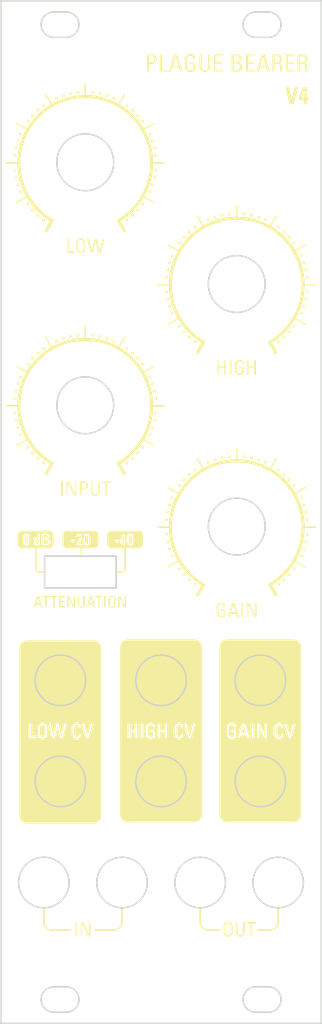
<source format=kicad_pcb>
(kicad_pcb (version 20211014) (generator pcbnew)
  (layers (0 "F.Cu" signal) (31 "B.Cu" signal) (34 "B.Paste" user) (35 "F.Paste" user) (36 "B.SilkS" user "B.Silkscreen") (37 "F.SilkS" user "F.Silkscreen") (38 "B.Mask" user) (39 "F.Mask" user) (44 "Edge.Cuts" user))
  (net 0 "")
  (gr_poly (pts (xy 137.751123 99.06129) (xy 137.760797 99.062026) (xy 137.77033 99.063237) (xy 137.779711 99.064912) (xy 137.788928 99.067039) (xy 137.797967 99.069606) (xy 137.806818 99.072601) (xy 137.815469 99.076012) (xy 137.823907 99.079827) (xy 137.832121 99.084034) (xy 137.840098 99.088621) (xy 137.847827 99.093576) (xy 137.855296 99.098888) (xy 137.862492 99.104543) (xy 137.869404 99.11053) (xy 137.87602 99.116838) (xy 137.882328 99.123454) (xy 137.888315 99.130366) (xy 137.89397 99.137563) (xy 137.899281 99.145032) (xy 137.904236 99.152761) (xy 137.908823 99.160739) (xy 137.91303 99.168953) (xy 137.916844 99.177391) (xy 137.920255 99.186042) (xy 137.92325 99.194894) (xy 137.925817 99.203934) (xy 137.927944 99.213151) (xy 137.92962 99.222532) (xy 137.930831 99.232066) (xy 137.931567 99.241741) (xy 137.931814 99.251544) (xy 137.931567 99.261347) (xy 137.930831 99.271022) (xy 137.92962 99.280555) (xy 137.927944 99.289936) (xy 137.925817 99.299153) (xy 137.92325 99.308192) (xy 137.920255 99.317044) (xy 137.916844 99.325695) (xy 137.91303 99.334133) (xy 137.908823 99.342347) (xy 137.904236 99.350324) (xy 137.899281 99.358054) (xy 137.89397 99.365522) (xy 137.888315 99.372719) (xy 137.882328 99.379631) (xy 137.87602 99.386247) (xy 137.869404 99.392555) (xy 137.862492 99.398542) (xy 137.855296 99.404197) (xy 137.847827 99.409508) (xy 137.840098 99.414463) (xy 137.832121 99.41905) (xy 137.823907 99.423257) (xy 137.815469 99.427072) (xy 137.806818 99.430483) (xy 137.797967 99.433478) (xy 137.788928 99.436045) (xy 137.779711 99.438172) (xy 137.77033 99.439848) (xy 137.760797 99.441059) (xy 137.751123 99.441795) (xy 137.74132 99.442042) (xy 137.731517 99.441795) (xy 137.721843 99.441059) (xy 137.71231 99.439848) (xy 137.702929 99.438172) (xy 137.693713 99.436045) (xy 137.684673 99.433478) (xy 137.675822 99.430483) (xy 137.667172 99.427072) (xy 137.658734 99.423257) (xy 137.65052 99.41905) (xy 137.642543 99.414463) (xy 137.634814 99.409508) (xy 137.627345 99.404197) (xy 137.620149 99.398542) (xy 137.613237 99.392555) (xy 137.606622 99.386247) (xy 137.600314 99.379631) (xy 137.594327 99.372719) (xy 137.588672 99.365522) (xy 137.583361 99.358054) (xy 137.578406 99.350324) (xy 137.573819 99.342347) (xy 137.569612 99.334133) (xy 137.565797 99.325695) (xy 137.562386 99.317044) (xy 137.559391 99.308192) (xy 137.556825 99.299153) (xy 137.554697 99.289936) (xy 137.553022 99.280555) (xy 137.551811 99.271022) (xy 137.551075 99.261347) (xy 137.550827 99.251544) (xy 137.551075 99.241741) (xy 137.551811 99.232066) (xy 137.553022 99.222532) (xy 137.554697 99.213151) (xy 137.556825 99.203934) (xy 137.559391 99.194894) (xy 137.562386 99.186042) (xy 137.565797 99.177391) (xy 137.569612 99.168953) (xy 137.573819 99.160739) (xy 137.578406 99.152761) (xy 137.583361 99.145032) (xy 137.588672 99.137563) (xy 137.594327 99.130366) (xy 137.600314 99.123454) (xy 137.606622 99.116838) (xy 137.613237 99.11053) (xy 137.620149 99.104543) (xy 137.627345 99.098888) (xy 137.634814 99.093576) (xy 137.642543 99.088621) (xy 137.65052 99.084034) (xy 137.658734 99.079827) (xy 137.667172 99.076012) (xy 137.675822 99.072601) (xy 137.684673 99.069606) (xy 137.693713 99.067039) (xy 137.702929 99.064912) (xy 137.71231 99.063237) (xy 137.721843 99.062026) (xy 137.731517 99.06129) (xy 137.74132 99.061042)) (layer "F.SilkS") (width 0) (fill solid))
  (gr_poly (pts (xy 143.29757 154.790322) (xy 143.331855 154.792316) (xy 143.364968 154.795618) (xy 143.396913 154.800209) (xy 143.427692 154.806071) (xy 143.45731 154.813186) (xy 143.485768 154.821536) (xy 143.513071 154.831104) (xy 143.539222 154.84187) (xy 143.564223 154.853817) (xy 143.588079 154.866927) (xy 143.610792 154.881181) (xy 143.632365 154.896562) (xy 143.652803 154.913052) (xy 143.672107 154.930632) (xy 143.690282 154.949284) (xy 143.70733 154.96899) (xy 143.723254 154.989733) (xy 143.738059 155.011493) (xy 143.751747 155.034254) (xy 143.764321 155.057996) (xy 143.775785 155.082702) (xy 143.786142 155.108354) (xy 143.795395 155.134934) (xy 143.803547 155.162423) (xy 143.810602 155.190803) (xy 143.816562 155.220057) (xy 143.821432 155.250167) (xy 143.825214 155.281113) (xy 143.827911 155.312879) (xy 143.830065 155.378795) (xy 143.830065 155.971469) (xy 143.827911 156.061867) (xy 143.821432 156.145309) (xy 143.810602 156.221951) (xy 143.803547 156.25777) (xy 143.795395 156.291947) (xy 143.786142 156.324501) (xy 143.775785 156.355452) (xy 143.764321 156.384819) (xy 143.751747 156.412622) (xy 143.738059 156.438879) (xy 143.723254 156.463611) (xy 143.70733 156.486836) (xy 143.690282 156.508575) (xy 143.672107 156.528845) (xy 143.652803 156.547668) (xy 143.632365 156.565062) (xy 143.610792 156.581046) (xy 143.588079 156.59564) (xy 143.564223 156.608863) (xy 143.539222 156.620735) (xy 143.513071 156.631275) (xy 143.485768 156.640503) (xy 143.45731 156.648437) (xy 143.427692 156.655098) (xy 143.396913 156.660504) (xy 143.331855 156.66763) (xy 143.26211 156.669971) (xy 143.22665 156.669389) (xy 143.192365 156.66763) (xy 143.159252 156.664674) (xy 143.127308 156.660504) (xy 143.096528 156.655098) (xy 143.066911 156.648437) (xy 143.038453 156.640503) (xy 143.01115 156.631275) (xy 142.984999 156.620735) (xy 142.959998 156.608863) (xy 142.936142 156.59564) (xy 142.913429 156.581046) (xy 142.891856 156.565062) (xy 142.871419 156.547668) (xy 142.852114 156.528845) (xy 142.83394 156.508575) (xy 142.816892 156.486836) (xy 142.800967 156.463611) (xy 142.786163 156.438879) (xy 142.772475 156.412622) (xy 142.759901 156.384819) (xy 142.748437 156.355452) (xy 142.73808 156.324501) (xy 142.728827 156.291947) (xy 142.720675 156.25777) (xy 142.71362 156.221951) (xy 142.70766 156.18447) (xy 142.70279 156.145309) (xy 142.699008 156.104448) (xy 142.696311 156.061867) (xy 142.694409 155.982051) (xy 142.93051 155.982051) (xy 142.93187 156.05271) (xy 142.935932 156.116713) (xy 142.942672 156.174349) (xy 142.952062 156.225909) (xy 142.957743 156.2495) (xy 142.964077 156.27168) (xy 142.971061 156.292486) (xy 142.978691 156.311953) (xy 142.986965 156.330118) (xy 142.995879 156.347018) (xy 143.00543 156.362687) (xy 143.015615 156.377162) (xy 143.02643 156.39048) (xy 143.037872 156.402677) (xy 143.049938 156.413788) (xy 143.062625 156.42385) (xy 143.075929 156.432899) (xy 143.089848 156.440972) (xy 143.104378 156.448104) (xy 143.119515 156.454332) (xy 143.151601 156.46422) (xy 143.186079 156.470924) (xy 143.222924 156.474734) (xy 143.26211 156.47594) (xy 143.301296 156.474734) (xy 143.320013 156.473173) (xy 143.338141 156.470924) (xy 143.355678 156.467952) (xy 143.37262 156.46422) (xy 143.388963 156.459692) (xy 143.404706 156.454332) (xy 143.419843 156.448104) (xy 143.434373 156.440972) (xy 143.448292 156.432899) (xy 143.461596 156.42385) (xy 143.474283 156.413788) (xy 143.48635 156.402677) (xy 143.497792 156.39048) (xy 143.508607 156.377162) (xy 143.518792 156.362687) (xy 143.528342 156.347018) (xy 143.537256 156.330118) (xy 143.54553 156.311953) (xy 143.553161 156.292486) (xy 143.560145 156.27168) (xy 143.566479 156.2495) (xy 143.57216 156.225909) (xy 143.577185 156.200871) (xy 143.58155 156.174349) (xy 143.585253 156.146309) (xy 143.58829 156.116713) (xy 143.590657 156.085525) (xy 143.592352 156.05271) (xy 143.593372 156.018231) (xy 143.593712 155.982051) (xy 143.593712 155.371738) (xy 143.592961 155.337413) (xy 143.590763 155.305173) (xy 143.587201 155.274952) (xy 143.582357 155.246685) (xy 143.576315 155.220307) (xy 143.569156 155.195753) (xy 143.560964 155.172957) (xy 143.551821 155.151854) (xy 143.54181 155.132379) (xy 143.531013 155.114466) (xy 143.519514 155.098051) (xy 143.507394 155.083068) (xy 143.494737 155.069452) (xy 143.481626 155.057137) (xy 143.468142 155.046059) (xy 143.454369 155.036152) (xy 143.440389 155.027351) (xy 143.426286 155.01959) (xy 143.41214 155.012805) (xy 143.398036 155.00693) (xy 143.370284 154.99765) (xy 143.343688 154.991228) (xy 143.318912 154.987141) (xy 143.296615 154.984868) (xy 143.26211 154.983676) (xy 143.246759 154.983926) (xy 143.227605 154.985013) (xy 143.205309 154.987444) (xy 143.180532 154.991724) (xy 143.153937 154.998362) (xy 143.140164 155.002722) (xy 143.126184 155.007862) (xy 143.11208 155.013844) (xy 143.097935 155.020731) (xy 143.083832 155.028588) (xy 143.069852 155.037477) (xy 143.056079 155.047461) (xy 143.042595 155.058604) (xy 143.029484 155.070969) (xy 143.016827 155.08462) (xy 143.004707 155.09962) (xy 142.993208 155.116031) (xy 142.982412 155.133918) (xy 142.972401 155.153344) (xy 142.963258 155.174372) (xy 142.955065 155.197065) (xy 142.947907 155.221486) (xy 142.941864 155.247699) (xy 142.937021 155.275768) (xy 142.933459 155.305755) (xy 142.931261 155.337724) (xy 142.93051 155.371738) (xy 142.93051 155.982051) (xy 142.694409 155.982051) (xy 142.694157 155.971469) (xy 142.694157 155.378795) (xy 142.696311 155.312881) (xy 142.70279 155.250171) (xy 142.70766 155.220062) (xy 142.71362 155.190809) (xy 142.720675 155.162429) (xy 142.728827 155.13494) (xy 142.73808 155.108361) (xy 142.748437 155.082709) (xy 142.759901 155.058003) (xy 142.772475 155.03426) (xy 142.786163 155.0115) (xy 142.800967 154.989739) (xy 142.816892 154.968996) (xy 142.83394 154.949289) (xy 142.852114 154.930637) (xy 142.871419 154.913057) (xy 142.891856 154.896567) (xy 142.913429 154.881185) (xy 142.936142 154.86693) (xy 142.959998 154.85382) (xy 142.984999 154.841873) (xy 143.01115 154.831106) (xy 143.038453 154.821538) (xy 143.066911 154.813187) (xy 143.096528 154.806072) (xy 143.127308 154.800209) (xy 143.159252 154.795618) (xy 143.192365 154.792316) (xy 143.22665 154.790322) (xy 143.26211 154.789653)) (layer "F.SilkS") (width 0) (fill solid))
  (gr_poly (pts (xy 151.547805 69.304322) (xy 151.557479 69.305058) (xy 151.567012 69.306269) (xy 151.576393 69.307945) (xy 151.585609 69.310072) (xy 151.594649 69.312639) (xy 151.6035 69.315634) (xy 151.612151 69.319045) (xy 151.620589 69.32286) (xy 151.628803 69.327067) (xy 151.63678 69.331654) (xy 151.644509 69.336609) (xy 151.651977 69.341921) (xy 151.659174 69.347576) (xy 151.666086 69.353564) (xy 151.672702 69.359871) (xy 151.679009 69.366487) (xy 151.684997 69.3734) (xy 151.690652 69.380596) (xy 151.695963 69.388065) (xy 151.700918 69.395794) (xy 151.705505 69.403772) (xy 151.709712 69.411986) (xy 151.713527 69.420425) (xy 151.716937 69.429076) (xy 151.719932 69.437927) (xy 151.722499 69.446967) (xy 151.724626 69.456184) (xy 151.726302 69.465565) (xy 151.727513 69.475099) (xy 151.728249 69.484773) (xy 151.728497 69.494577) (xy 151.728249 69.50438) (xy 151.727513 69.514054) (xy 151.726302 69.523588) (xy 151.724626 69.532969) (xy 151.722499 69.542186) (xy 151.719932 69.551226) (xy 151.716937 69.560078) (xy 151.713527 69.568729) (xy 151.709712 69.577167) (xy 151.705505 69.585381) (xy 151.700918 69.593359) (xy 151.695963 69.601088) (xy 151.690652 69.608557) (xy 151.684997 69.615754) (xy 151.679009 69.622666) (xy 151.672702 69.629282) (xy 151.666086 69.63559) (xy 151.659174 69.641577) (xy 151.651977 69.647233) (xy 151.644509 69.652544) (xy 151.63678 69.657499) (xy 151.628803 69.662086) (xy 151.620589 69.666293) (xy 151.612151 69.670108) (xy 151.6035 69.673519) (xy 151.594649 69.676514) (xy 151.585609 69.679081) (xy 151.576393 69.681208) (xy 151.567012 69.682884) (xy 151.557479 69.684095) (xy 151.547805 69.684831) (xy 151.538002 69.685079) (xy 151.5282 69.684831) (xy 151.518526 69.684095) (xy 151.508992 69.682884) (xy 151.499611 69.681208) (xy 151.490395 69.679081) (xy 151.481356 69.676514) (xy 151.472504 69.673519) (xy 151.463854 69.670108) (xy 151.455416 69.666293) (xy 151.447202 69.662086) (xy 151.439225 69.657499) (xy 151.431496 69.652544) (xy 151.424027 69.647233) (xy 151.416831 69.641577) (xy 151.409919 69.63559) (xy 151.403303 69.629282) (xy 151.396995 69.622666) (xy 151.391008 69.615754) (xy 151.385353 69.608557) (xy 151.380042 69.601088) (xy 151.375087 69.593359) (xy 151.3705 69.585381) (xy 151.366293 69.577167) (xy 151.362478 69.568729) (xy 151.359067 69.560078) (xy 151.356072 69.551226) (xy 151.353505 69.542186) (xy 151.351378 69.532969) (xy 151.349703 69.523588) (xy 151.348491 69.514054) (xy 151.347756 69.50438) (xy 151.347508 69.494577) (xy 151.347756 69.484773) (xy 151.348491 69.475099) (xy 151.349703 69.465565) (xy 151.351378 69.456184) (xy 151.353505 69.446967) (xy 151.356072 69.437927) (xy 151.359067 69.429076) (xy 151.362478 69.420425) (xy 151.366293 69.411986) (xy 151.3705 69.403772) (xy 151.375087 69.395794) (xy 151.380042 69.388065) (xy 151.385353 69.380596) (xy 151.391008 69.3734) (xy 151.396995 69.366487) (xy 151.403303 69.359871) (xy 151.409919 69.353564) (xy 151.416831 69.347576) (xy 151.424027 69.341921) (xy 151.431496 69.336609) (xy 151.439225 69.331654) (xy 151.447202 69.327067) (xy 151.455416 69.32286) (xy 151.463854 69.319045) (xy 151.472504 69.315634) (xy 151.481356 69.312639) (xy 151.490395 69.310072) (xy 151.499611 69.307945) (xy 151.508992 69.306269) (xy 151.518526 69.305058) (xy 151.5282 69.304322) (xy 151.538002 69.304074)) (layer "F.SilkS") (width 0) (fill solid))
  (gr_poly (pts (xy 117.188387 62.851983) (xy 117.198061 62.852719) (xy 117.207594 62.85393) (xy 117.216975 62.855605) (xy 117.226191 62.857733) (xy 117.235231 62.8603) (xy 117.244082 62.863295) (xy 117.252733 62.866706) (xy 117.261171 62.87052) (xy 117.269385 62.874727) (xy 117.277362 62.879314) (xy 117.285091 62.884269) (xy 117.292559 62.889581) (xy 117.299756 62.895236) (xy 117.306668 62.901223) (xy 117.313283 62.907531) (xy 117.319591 62.914147) (xy 117.325578 62.921059) (xy 117.331233 62.928256) (xy 117.336544 62.935725) (xy 117.341499 62.943454) (xy 117.346086 62.951431) (xy 117.350293 62.959645) (xy 117.354108 62.968084) (xy 117.357519 62.976735) (xy 117.360513 62.985586) (xy 117.36308 62.994626) (xy 117.365208 63.003843) (xy 117.366883 63.013224) (xy 117.368094 63.022758) (xy 117.36883 63.032432) (xy 117.369078 63.042236) (xy 117.36883 63.052039) (xy 117.368094 63.061713) (xy 117.366883 63.071247) (xy 117.365208 63.080628) (xy 117.36308 63.089845) (xy 117.360513 63.098885) (xy 117.357519 63.107736) (xy 117.354108 63.116387) (xy 117.350293 63.124826) (xy 117.346086 63.13304) (xy 117.341499 63.141018) (xy 117.336544 63.148747) (xy 117.331233 63.156216) (xy 117.325578 63.163413) (xy 117.319591 63.170325) (xy 117.313283 63.176941) (xy 117.306668 63.183249) (xy 117.299756 63.189236) (xy 117.292559 63.194892) (xy 117.285091 63.200203) (xy 117.277362 63.205158) (xy 117.269385 63.209745) (xy 117.261171 63.213952) (xy 117.252733 63.217767) (xy 117.244082 63.221178) (xy 117.235231 63.224173) (xy 117.226191 63.22674) (xy 117.216975 63.228867) (xy 117.207594 63.230543) (xy 117.198061 63.231754) (xy 117.188387 63.23249) (xy 117.178584 63.232738) (xy 117.168781 63.23249) (xy 117.159107 63.231754) (xy 117.149574 63.230543) (xy 117.140193 63.228867) (xy 117.130977 63.22674) (xy 117.121937 63.224173) (xy 117.113086 63.221178) (xy 117.104435 63.217767) (xy 117.095997 63.213952) (xy 117.087783 63.209745) (xy 117.079806 63.205158) (xy 117.072077 63.200203) (xy 117.064609 63.194892) (xy 117.057412 63.189236) (xy 117.0505 63.183249) (xy 117.043885 63.176941) (xy 117.037577 63.170325) (xy 117.03159 63.163413) (xy 117.025935 63.156216) (xy 117.020624 63.148747) (xy 117.015669 63.141018) (xy 117.011082 63.13304) (xy 117.006875 63.124826) (xy 117.00306 63.116387) (xy 116.999649 63.107736) (xy 116.996655 63.098885) (xy 116.994088 63.089845) (xy 116.99196 63.080628) (xy 116.990285 63.071247) (xy 116.989074 63.061713) (xy 116.988338 63.052039) (xy 116.98809 63.042236) (xy 116.988338 63.032432) (xy 116.989074 63.022758) (xy 116.990285 63.013224) (xy 116.99196 63.003843) (xy 116.994088 62.994626) (xy 116.996655 62.985586) (xy 116.999649 62.976735) (xy 117.00306 62.968084) (xy 117.006875 62.959645) (xy 117.011082 62.951431) (xy 117.015669 62.943454) (xy 117.020624 62.935725) (xy 117.025935 62.928256) (xy 117.03159 62.921059) (xy 117.037577 62.914147) (xy 117.043885 62.907531) (xy 117.0505 62.901223) (xy 117.057412 62.895236) (xy 117.064609 62.889581) (xy 117.072077 62.884269) (xy 117.079806 62.879314) (xy 117.087783 62.874727) (xy 117.095997 62.87052) (xy 117.104435 62.866706) (xy 117.113086 62.863295) (xy 117.121937 62.8603) (xy 117.130977 62.857733) (xy 117.140193 62.855605) (xy 117.149574 62.85393) (xy 117.159107 62.852719) (xy 117.168781 62.851983) (xy 117.178584 62.851735)) (layer "F.SilkS") (width 0) (fill solid))
  (gr_poly (pts (xy 147.970756 66.411529) (xy 147.98043 66.412264) (xy 147.989963 66.413476) (xy 147.999344 66.415151) (xy 148.00856 66.417278) (xy 148.0176 66.419845) (xy 148.026451 66.42284) (xy 148.035101 66.426251) (xy 148.04354 66.430066) (xy 148.051753 66.434273) (xy 148.059731 66.43886) (xy 148.06746 66.443816) (xy 148.074928 66.449127) (xy 148.082125 66.454782) (xy 148.089037 66.46077) (xy 148.095652 66.467077) (xy 148.10196 66.473693) (xy 148.107947 66.480606) (xy 148.113603 66.487802) (xy 148.118914 66.495271) (xy 148.123869 66.503) (xy 148.128456 66.510978) (xy 148.132662 66.519192) (xy 148.136477 66.52763) (xy 148.139888 66.536281) (xy 148.142883 66.545132) (xy 148.14545 66.554172) (xy 148.147577 66.563389) (xy 148.149253 66.57277) (xy 148.150464 66.582304) (xy 148.1512 66.591978) (xy 148.151448 66.601781) (xy 148.1512 66.611584) (xy 148.150464 66.621259) (xy 148.149253 66.630793) (xy 148.147577 66.640174) (xy 148.14545 66.64939) (xy 148.142883 66.65843) (xy 148.139888 66.667282) (xy 148.136477 66.675933) (xy 148.132662 66.684372) (xy 148.128456 66.692586) (xy 148.123869 66.700563) (xy 148.118914 66.708293) (xy 148.113603 66.715761) (xy 148.107947 66.722958) (xy 148.10196 66.72987) (xy 148.095652 66.736486) (xy 148.089037 66.742794) (xy 148.082125 66.748782) (xy 148.074928 66.754437) (xy 148.06746 66.759748) (xy 148.059731 66.764704) (xy 148.051753 66.769291) (xy 148.04354 66.773498) (xy 148.035101 66.777313) (xy 148.026451 66.780724) (xy 148.0176 66.783719) (xy 148.00856 66.786286) (xy 147.999344 66.788413) (xy 147.989963 66.790088) (xy 147.98043 66.7913) (xy 147.970756 66.792035) (xy 147.960953 66.792283) (xy 147.95115 66.792035) (xy 147.941476 66.7913) (xy 147.931943 66.790088) (xy 147.922562 66.788413) (xy 147.913346 66.786286) (xy 147.904306 66.783719) (xy 147.895455 66.780724) (xy 147.886805 66.777313) (xy 147.878366 66.773498) (xy 147.870153 66.769291) (xy 147.862175 66.764704) (xy 147.854446 66.759748) (xy 147.846978 66.754437) (xy 147.839781 66.748782) (xy 147.832869 66.742794) (xy 147.826254 66.736486) (xy 147.819946 66.72987) (xy 147.813959 66.722958) (xy 147.808303 66.715761) (xy 147.802992 66.708293) (xy 147.798037 66.700563) (xy 147.79345 66.692586) (xy 147.789244 66.684372) (xy 147.785429 66.675933) (xy 147.782018 66.667282) (xy 147.779023 66.65843) (xy 147.776456 66.64939) (xy 147.774329 66.640174) (xy 147.772653 66.630793) (xy 147.771442 66.621259) (xy 147.770706 66.611584) (xy 147.770458 66.601781) (xy 147.770706 66.591978) (xy 147.771442 66.582304) (xy 147.772653 66.57277) (xy 147.774329 66.563389) (xy 147.776456 66.554172) (xy 147.779023 66.545132) (xy 147.782018 66.536281) (xy 147.785429 66.52763) (xy 147.789244 66.519192) (xy 147.79345 66.510978) (xy 147.798037 66.503) (xy 147.802992 66.495271) (xy 147.808303 66.487802) (xy 147.813959 66.480606) (xy 147.819946 66.473693) (xy 147.826254 66.467077) (xy 147.832869 66.46077) (xy 147.839781 66.454782) (xy 147.846978 66.449127) (xy 147.854446 66.443816) (xy 147.862175 66.43886) (xy 147.870153 66.434273) (xy 147.878366 66.430066) (xy 147.886805 66.426251) (xy 147.895455 66.42284) (xy 147.904306 66.419845) (xy 147.913346 66.417278) (xy 147.922562 66.415151) (xy 147.931943 66.413476) (xy 147.941476 66.412264) (xy 147.95115 66.411529) (xy 147.960953 66.411281)) (layer "F.SilkS") (width 0) (fill solid))
  (gr_poly (pts (xy 152.810706 102.261001) (xy 152.82038 102.261736) (xy 152.829914 102.262948) (xy 152.839294 102.264623) (xy 152.84851 102.26675) (xy 152.85755 102.269317) (xy 152.866401 102.272312) (xy 152.875052 102.275723) (xy 152.88349 102.279538) (xy 152.891704 102.283745) (xy 152.899681 102.288332) (xy 152.90741 102.293287) (xy 152.914879 102.298598) (xy 152.922075 102.304253) (xy 152.928987 102.310241) (xy 152.935603 102.316549) (xy 152.94191 102.323164) (xy 152.947898 102.330076) (xy 152.953553 102.337273) (xy 152.958864 102.344742) (xy 152.963819 102.352471) (xy 152.968406 102.360448) (xy 152.972613 102.368662) (xy 152.976428 102.377101) (xy 152.979839 102.385751) (xy 152.982834 102.394603) (xy 152.985401 102.403643) (xy 152.987528 102.412859) (xy 152.989203 102.42224) (xy 152.990415 102.431774) (xy 152.99115 102.441448) (xy 152.991398 102.451251) (xy 152.99115 102.461054) (xy 152.990415 102.470728) (xy 152.989203 102.480262) (xy 152.987528 102.489643) (xy 152.985401 102.49886) (xy 152.982834 102.5079) (xy 152.979839 102.516751) (xy 152.976428 102.525402) (xy 152.972613 102.53384) (xy 152.968406 102.542054) (xy 152.963819 102.550031) (xy 152.958864 102.557761) (xy 152.953553 102.565229) (xy 152.947898 102.572426) (xy 152.94191 102.579338) (xy 152.935603 102.585954) (xy 152.928987 102.592261) (xy 152.922075 102.598249) (xy 152.914879 102.603904) (xy 152.90741 102.609215) (xy 152.899681 102.61417) (xy 152.891704 102.618757) (xy 152.88349 102.622964) (xy 152.875052 102.626779) (xy 152.866401 102.63019) (xy 152.85755 102.633185) (xy 152.84851 102.635752) (xy 152.839294 102.637879) (xy 152.829914 102.639555) (xy 152.82038 102.640766) (xy 152.810706 102.641502) (xy 152.800904 102.641749) (xy 152.791101 102.641502) (xy 152.781427 102.640766) (xy 152.771894 102.639555) (xy 152.762513 102.637879) (xy 152.753297 102.635752) (xy 152.744257 102.633185) (xy 152.735406 102.63019) (xy 152.726755 102.626779) (xy 152.718317 102.622964) (xy 152.710103 102.618757) (xy 152.702126 102.61417) (xy 152.694397 102.609215) (xy 152.686928 102.603904) (xy 152.679732 102.598249) (xy 152.67282 102.592261) (xy 152.666204 102.585954) (xy 152.659897 102.579338) (xy 152.653909 102.572426) (xy 152.648254 102.565229) (xy 152.642943 102.557761) (xy 152.637988 102.550031) (xy 152.633401 102.542054) (xy 152.629194 102.53384) (xy 152.625379 102.525402) (xy 152.621968 102.516751) (xy 152.618973 102.5079) (xy 152.616406 102.49886) (xy 152.614279 102.489643) (xy 152.612604 102.480262) (xy 152.611393 102.470728) (xy 152.610657 102.461054) (xy 152.610409 102.451251) (xy 152.610657 102.441448) (xy 152.611393 102.431774) (xy 152.612604 102.42224) (xy 152.614279 102.412859) (xy 152.616406 102.403643) (xy 152.618973 102.394603) (xy 152.621968 102.385751) (xy 152.625379 102.377101) (xy 152.629194 102.368662) (xy 152.633401 102.360448) (xy 152.637988 102.352471) (xy 152.642943 102.344742) (xy 152.648254 102.337273) (xy 152.653909 102.330076) (xy 152.659897 102.323164) (xy 152.666204 102.316549) (xy 152.67282 102.310241) (xy 152.679732 102.304253) (xy 152.686928 102.298598) (xy 152.694397 102.293287) (xy 152.702126 102.288332) (xy 152.710103 102.283745) (xy 152.718317 102.279538) (xy 152.726755 102.275723) (xy 152.735406 102.272312) (xy 152.744257 102.269317) (xy 152.753297 102.26675) (xy 152.762513 102.264623) (xy 152.771894 102.262948) (xy 152.781427 102.261736) (xy 152.791101 102.261001) (xy 152.800904 102.260753)) (layer "F.SilkS") (width 0) (fill solid))
  (gr_poly (pts (xy 134.145854 60.167329) (xy 134.155528 60.168065) (xy 134.165061 60.169276) (xy 134.174442 60.170951) (xy 134.183658 60.173079) (xy 134.192698 60.175646) (xy 134.201549 60.178641) (xy 134.210199 60.182052) (xy 134.218638 60.185867) (xy 134.226851 60.190074) (xy 134.234829 60.194661) (xy 134.242557 60.199616) (xy 134.250026 60.204927) (xy 134.257222 60.210582) (xy 134.264134 60.21657) (xy 134.27075 60.222878) (xy 134.277057 60.229494) (xy 134.283045 60.236406) (xy 134.2887 60.243602) (xy 134.294011 60.251071) (xy 134.298966 60.2588) (xy 134.303553 60.266778) (xy 134.307759 60.274992) (xy 134.311574 60.28343) (xy 134.314985 60.292081) (xy 134.31798 60.300933) (xy 134.320547 60.309973) (xy 134.322674 60.319189) (xy 134.324349 60.32857) (xy 134.325561 60.338104) (xy 134.326296 60.347778) (xy 134.326544 60.357581) (xy 134.326296 60.367385) (xy 134.325561 60.377059) (xy 134.324349 60.386593) (xy 134.322674 60.395974) (xy 134.320547 60.405191) (xy 134.31798 60.414231) (xy 134.314985 60.423082) (xy 134.311574 60.431733) (xy 134.307759 60.440172) (xy 134.303553 60.448386) (xy 134.298966 60.456363) (xy 134.294011 60.464093) (xy 134.2887 60.471562) (xy 134.283045 60.478758) (xy 134.277057 60.485671) (xy 134.27075 60.492287) (xy 134.264134 60.498594) (xy 134.257222 60.504582) (xy 134.250026 60.510237) (xy 134.242557 60.515549) (xy 134.234829 60.520504) (xy 134.226851 60.525091) (xy 134.218638 60.529298) (xy 134.210199 60.533113) (xy 134.201549 60.536524) (xy 134.192698 60.539519) (xy 134.183658 60.542086) (xy 134.174442 60.544213) (xy 134.165061 60.545888) (xy 134.155528 60.5471) (xy 134.145854 60.547836) (xy 134.136051 60.548083) (xy 134.126249 60.547836) (xy 134.116574 60.5471) (xy 134.107041 60.545888) (xy 134.09766 60.544213) (xy 134.088444 60.542086) (xy 134.079404 60.539519) (xy 134.070553 60.536524) (xy 134.061902 60.533113) (xy 134.053464 60.529298) (xy 134.04525 60.525091) (xy 134.037273 60.520504) (xy 134.029544 60.515549) (xy 134.022075 60.510237) (xy 134.014879 60.504582) (xy 134.007967 60.498594) (xy 134.001351 60.492287) (xy 133.995044 60.485671) (xy 133.989056 60.478758) (xy 133.983401 60.471562) (xy 133.97809 60.464093) (xy 133.973135 60.456363) (xy 133.968549 60.448386) (xy 133.964342 60.440172) (xy 133.960527 60.431733) (xy 133.957116 60.423082) (xy 133.954121 60.414231) (xy 133.951554 60.405191) (xy 133.949427 60.395974) (xy 133.947752 60.386593) (xy 133.94654 60.377059) (xy 133.945805 60.367385) (xy 133.945557 60.357581) (xy 133.945805 60.347778) (xy 133.94654 60.338104) (xy 133.947752 60.32857) (xy 133.949427 60.319189) (xy 133.951554 60.309973) (xy 133.954121 60.300933) (xy 133.957116 60.292081) (xy 133.960527 60.28343) (xy 133.964342 60.274992) (xy 133.968549 60.266778) (xy 133.973135 60.2588) (xy 133.97809 60.251071) (xy 133.983401 60.243602) (xy 133.989056 60.236406) (xy 133.995044 60.229494) (xy 134.001351 60.222878) (xy 134.007967 60.21657) (xy 134.014879 60.210582) (xy 134.022075 60.204927) (xy 134.029544 60.199616) (xy 134.037273 60.194661) (xy 134.04525 60.190074) (xy 134.053464 60.185867) (xy 134.061902 60.182052) (xy 134.070553 60.178641) (xy 134.079404 60.175646) (xy 134.088444 60.173079) (xy 134.09766 60.170951) (xy 134.107041 60.169276) (xy 134.116574 60.168065) (xy 134.126249 60.167329) (xy 134.136051 60.167081)) (layer "F.SilkS") (width 0) (fill solid))
  (gr_poly (pts (xy 150.962211 110.957023) (xy 150.971885 110.957758) (xy 150.981419 110.95897) (xy 150.9908 110.960645) (xy 151.000016 110.962772) (xy 151.009056 110.965339) (xy 151.017907 110.968334) (xy 151.026558 110.971745) (xy 151.034996 110.97556) (xy 151.04321 110.979767) (xy 151.051187 110.984354) (xy 151.058916 110.989309) (xy 151.066385 110.99462) (xy 151.073581 111.000275) (xy 151.080493 111.006263) (xy 151.087109 111.012571) (xy 151.093416 111.019186) (xy 151.099404 111.026099) (xy 151.105059 111.033295) (xy 151.11037 111.040764) (xy 151.115325 111.048493) (xy 151.119911 111.05647) (xy 151.124118 111.064684) (xy 151.127933 111.073123) (xy 151.131344 111.081773) (xy 151.134338 111.090625) (xy 151.136906 111.099665) (xy 151.139033 111.108881) (xy 151.140708 111.118262) (xy 151.141919 111.127796) (xy 151.142655 111.13747) (xy 151.142903 111.147273) (xy 151.142655 111.157076) (xy 151.141919 111.166751) (xy 151.140708 111.176284) (xy 151.139033 111.185665) (xy 151.136906 111.194882) (xy 151.134338 111.203922) (xy 151.131344 111.212773) (xy 151.127933 111.221424) (xy 151.124118 111.229862) (xy 151.119911 111.238076) (xy 151.115325 111.246054) (xy 151.11037 111.253783) (xy 151.105059 111.261251) (xy 151.099404 111.268448) (xy 151.093416 111.27536) (xy 151.087109 111.281976) (xy 151.080493 111.288284) (xy 151.073581 111.294271) (xy 151.066385 111.299926) (xy 151.058916 111.305237) (xy 151.051187 111.310192) (xy 151.04321 111.314779) (xy 151.034996 111.318986) (xy 151.026558 111.322801) (xy 151.017907 111.326212) (xy 151.009056 111.329207) (xy 151.000016 111.331774) (xy 150.9908 111.333901) (xy 150.981419 111.335577) (xy 150.971885 111.336788) (xy 150.962211 111.337524) (xy 150.952408 111.337772) (xy 150.942605 111.337524) (xy 150.932931 111.336788) (xy 150.923398 111.335577) (xy 150.914017 111.333901) (xy 150.904801 111.331774) (xy 150.895762 111.329207) (xy 150.886911 111.326212) (xy 150.87826 111.322801) (xy 150.869822 111.318986) (xy 150.861609 111.314779) (xy 150.853632 111.310192) (xy 150.845903 111.305237) (xy 150.838434 111.299926) (xy 150.831238 111.294271) (xy 150.824326 111.288284) (xy 150.817711 111.281976) (xy 150.811403 111.27536) (xy 150.805416 111.268448) (xy 150.799761 111.261251) (xy 150.79445 111.253783) (xy 150.789495 111.246054) (xy 150.784908 111.238076) (xy 150.780702 111.229862) (xy 150.776887 111.221424) (xy 150.773476 111.212773) (xy 150.770481 111.203922) (xy 150.767914 111.194882) (xy 150.765787 111.185665) (xy 150.764112 111.176284) (xy 150.762901 111.166751) (xy 150.762165 111.157076) (xy 150.761917 111.147273) (xy 150.762165 111.13747) (xy 150.762901 111.127796) (xy 150.764112 111.118262) (xy 150.765787 111.108881) (xy 150.767914 111.099665) (xy 150.770481 111.090625) (xy 150.773476 111.081773) (xy 150.776887 111.073123) (xy 150.780702 111.064684) (xy 150.784908 111.05647) (xy 150.789495 111.048493) (xy 150.79445 111.040764) (xy 150.799761 111.033295) (xy 150.805416 111.026099) (xy 150.811403 111.019186) (xy 150.817711 111.012571) (xy 150.824326 111.006263) (xy 150.831238 111.000275) (xy 150.838434 110.99462) (xy 150.845903 110.989309) (xy 150.853632 110.984354) (xy 150.861609 110.979767) (xy 150.869822 110.97556) (xy 150.87826 110.971745) (xy 150.886911 110.968334) (xy 150.895762 110.965339) (xy 150.904801 110.962772) (xy 150.914017 110.960645) (xy 150.923398 110.95897) (xy 150.932931 110.957758) (xy 150.942605 110.957023) (xy 150.952408 110.956775)) (layer "F.SilkS") (width 0) (fill solid))
  (gr_poly (pts (xy 138.410794 67.924953) (xy 138.420468 67.925688) (xy 138.430002 67.9269) (xy 138.439382 67.928575) (xy 138.448599 67.930702) (xy 138.457638 67.933269) (xy 138.466489 67.936264) (xy 138.47514 67.939675) (xy 138.483578 67.94349) (xy 138.491792 67.947697) (xy 138.499769 67.952284) (xy 138.507498 67.957239) (xy 138.514967 67.962551) (xy 138.522163 67.968206) (xy 138.529075 67.974194) (xy 138.535691 67.980502) (xy 138.541999 67.987118) (xy 138.547986 67.99403) (xy 138.553641 68.001226) (xy 138.558952 68.008695) (xy 138.563907 68.016425) (xy 138.568494 68.024402) (xy 138.572701 68.032616) (xy 138.576516 68.041055) (xy 138.579927 68.049706) (xy 138.582922 68.058557) (xy 138.585489 68.067597) (xy 138.587616 68.076814) (xy 138.589291 68.086195) (xy 138.590503 68.095729) (xy 138.591238 68.105404) (xy 138.591486 68.115207) (xy 138.591238 68.12501) (xy 138.590503 68.134685) (xy 138.589291 68.144218) (xy 138.587616 68.1536) (xy 138.585489 68.162816) (xy 138.582922 68.171856) (xy 138.579927 68.180708) (xy 138.576516 68.189359) (xy 138.572701 68.197797) (xy 138.568494 68.206011) (xy 138.563907 68.213989) (xy 138.558952 68.221718) (xy 138.553641 68.229187) (xy 138.547986 68.236383) (xy 138.541999 68.243295) (xy 138.535691 68.249911) (xy 138.529075 68.256219) (xy 138.522163 68.262206) (xy 138.514967 68.267862) (xy 138.507498 68.273173) (xy 138.499769 68.278128) (xy 138.491792 68.282715) (xy 138.483578 68.286922) (xy 138.47514 68.290737) (xy 138.466489 68.294148) (xy 138.457638 68.297143) (xy 138.448599 68.29971) (xy 138.439382 68.301837) (xy 138.430002 68.303512) (xy 138.420468 68.304724) (xy 138.410794 68.305459) (xy 138.400992 68.305707) (xy 138.391189 68.305459) (xy 138.381515 68.304724) (xy 138.371981 68.303512) (xy 138.3626 68.301837) (xy 138.353384 68.29971) (xy 138.344344 68.297143) (xy 138.335493 68.294148) (xy 138.326843 68.290737) (xy 138.318404 68.286922) (xy 138.310191 68.282715) (xy 138.302213 68.278128) (xy 138.294484 68.273173) (xy 138.287016 68.267862) (xy 138.279819 68.262206) (xy 138.272907 68.256219) (xy 138.266292 68.249911) (xy 138.259984 68.243295) (xy 138.253997 68.236383) (xy 138.248342 68.229187) (xy 138.243031 68.221718) (xy 138.238076 68.213989) (xy 138.233489 68.206011) (xy 138.229282 68.197797) (xy 138.225467 68.189359) (xy 138.222056 68.180708) (xy 138.219061 68.171856) (xy 138.216494 68.162816) (xy 138.214367 68.1536) (xy 138.212692 68.144218) (xy 138.211481 68.134685) (xy 138.210745 68.12501) (xy 138.210497 68.115207) (xy 138.210745 68.105404) (xy 138.211481 68.095729) (xy 138.212692 68.086195) (xy 138.214367 68.076814) (xy 138.216494 68.067597) (xy 138.219061 68.058557) (xy 138.222056 68.049706) (xy 138.225467 68.041055) (xy 138.229282 68.032616) (xy 138.233489 68.024402) (xy 138.238076 68.016425) (xy 138.243031 68.008695) (xy 138.248342 68.001226) (xy 138.253997 67.99403) (xy 138.259984 67.987118) (xy 138.266292 67.980502) (xy 138.272907 67.974194) (xy 138.279819 67.968206) (xy 138.287016 67.962551) (xy 138.294484 67.957239) (xy 138.302213 67.952284) (xy 138.310191 67.947697) (xy 138.318404 67.94349) (xy 138.326843 67.939675) (xy 138.335493 67.936264) (xy 138.344344 67.933269) (xy 138.353384 67.930702) (xy 138.3626 67.928575) (xy 138.371981 67.9269) (xy 138.381515 67.925688) (xy 138.391189 67.924953) (xy 138.400992 67.924705)) (layer "F.SilkS") (width 0) (fill solid))
  (gr_poly (pts (xy 126.46465 105.655147) (xy 126.490246 105.657093) (xy 126.515449 105.660298) (xy 126.540231 105.664729) (xy 126.564561 105.670354) (xy 126.588409 105.67714) (xy 126.611743 105.685056) (xy 126.634534 105.694068) (xy 126.656752 105.704144) (xy 126.678366 105.715253) (xy 126.699345 105.727362) (xy 126.71966 105.740439) (xy 126.73928 105.75445) (xy 126.758174 105.769365) (xy 126.776312 105.785151) (xy 126.793665 105.801775) (xy 126.810201 105.819205) (xy 126.82589 105.837409) (xy 126.840702 105.856355) (xy 126.854607 105.87601) (xy 126.867573 105.896342) (xy 126.879572 105.917319) (xy 126.890571 105.938908) (xy 126.900542 105.961077) (xy 126.909454 105.983794) (xy 126.917275 106.007026) (xy 126.923977 106.030742) (xy 126.929528 106.054908) (xy 126.933899 106.079493) (xy 126.937058 106.104464) (xy 126.938976 106.12979) (xy 126.939622 106.155437) (xy 126.939622 107.354884) (xy 126.938966 107.380841) (xy 126.93702 107.406437) (xy 126.933815 107.431642) (xy 126.929384 107.456425) (xy 126.923759 107.480756) (xy 126.916973 107.504604) (xy 126.909058 107.527939) (xy 126.900046 107.550731) (xy 126.88997 107.57295) (xy 126.878861 107.594564) (xy 126.866753 107.615544) (xy 126.853677 107.63586) (xy 126.839666 107.65548) (xy 126.824751 107.674375) (xy 126.808966 107.692514) (xy 126.792342 107.709868) (xy 126.774913 107.726404) (xy 126.756709 107.742094) (xy 126.737764 107.756907) (xy 126.71811 107.770812) (xy 126.697779 107.783779) (xy 126.676803 107.795778) (xy 126.655215 107.806778) (xy 126.633046 107.816749) (xy 126.610331 107.825661) (xy 126.587099 107.833483) (xy 126.563384 107.840185) (xy 126.539219 107.845736) (xy 126.514635 107.850107) (xy 126.489665 107.853266) (xy 126.46434 107.855184) (xy 126.438694 107.85583) (xy 124.904162 107.85583) (xy 124.904162 108.84714) (xy 124.703085 108.84714) (xy 124.703085 107.85583) (xy 122.939255 107.85583) (xy 122.913299 107.855174) (xy 122.887703 107.853228) (xy 122.8625 107.850023) (xy 122.837718 107.845592) (xy 122.813388 107.839967) (xy 122.78954 107.833181) (xy 122.766206 107.825265) (xy 122.743415 107.816253) (xy 122.721197 107.806177) (xy 122.699583 107.795068) (xy 122.678604 107.782959) (xy 122.658289 107.769882) (xy 122.638669 107.75587) (xy 122.619775 107.740956) (xy 122.601636 107.72517) (xy 122.584284 107.708546) (xy 122.567748 107.691116) (xy 122.552059 107.672911) (xy 122.537247 107.653966) (xy 122.523342 107.634311) (xy 122.510376 107.613979) (xy 122.498377 107.593002) (xy 122.487378 107.571413) (xy 122.477407 107.549244) (xy 122.468496 107.526527) (xy 122.460674 107.503295) (xy 122.453972 107.479579) (xy 122.452882 107.474834) (xy 124.216269 107.474834) (xy 124.964133 107.474834) (xy 124.960605 107.471301) (xy 124.960605 107.312556) (xy 124.41029 107.312556) (xy 124.475371 107.22812) (xy 124.535729 107.151518) (xy 124.642564 107.018427) (xy 124.731376 106.906502) (xy 124.769204 106.856359) (xy 124.802742 106.808965) (xy 124.819227 106.783389) (xy 125.091129 106.783389) (xy 125.091714 106.918638) (xy 125.093291 106.984736) (xy 125.096475 107.049133) (xy 125.10183 107.111318) (xy 125.105497 107.141422) (xy 125.109917 107.17078) (xy 125.115163 107.19933) (xy 125.121302 107.227007) (xy 125.128407 107.253748) (xy 125.136547 107.279488) (xy 125.145793 107.304163) (xy 125.156215 107.32771) (xy 125.167884 107.350064) (xy 125.18087 107.371162) (xy 125.195244 107.39094) (xy 125.211075 107.409334) (xy 125.228435 107.426279) (xy 125.247393 107.441712) (xy 125.26802 107.455568) (xy 125.290387 107.467785) (xy 125.314564 107.478298) (xy 125.340621 107.487043) (xy 125.368629 107.493955) (xy 125.398658 107.498972) (xy 125.430778 107.502029) (xy 125.465061 107.503062) (xy 125.499032 107.502059) (xy 125.530882 107.499088) (xy 125.560677 107.494208) (xy 125.588487 107.487477) (xy 125.61438 107.478952) (xy 125.638424 107.468692) (xy 125.660688 107.456755) (xy 125.68124 107.4432) (xy 125.700149 107.428084) (xy 125.717483 107.411465) (xy 125.73331 107.393402) (xy 125.7477 107.373953) (xy 125.760721 107.353175) (xy 125.77244 107.331128) (xy 125.782928 107.307869) (xy 125.792251 107.283456) (xy 125.807679 107.231402) (xy 125.819273 107.175431) (xy 125.827581 107.116007) (xy 125.83315 107.053597) (xy 125.836527 106.988665) (xy 125.838262 106.921676) (xy 125.838992 106.783389) (xy 125.838551 106.644951) (xy 125.837132 106.577788) (xy 125.834142 106.512631) (xy 125.829002 106.449954) (xy 125.825445 106.419694) (xy 125.821134 106.390233) (xy 125.815995 106.361629) (xy 125.809958 106.333943) (xy 125.802949 106.307233) (xy 125.794897 106.28156) (xy 125.785728 106.256982) (xy 125.77537 106.233559) (xy 125.763752 106.211351) (xy 125.750801 106.190416) (xy 125.736444 106.170815) (xy 125.720609 106.152606) (xy 125.703224 106.13585) (xy 125.684216 106.120605) (xy 125.663514 106.106931) (xy 125.641044 106.094887) (xy 125.616734 106.084533) (xy 125.590513 106.075929) (xy 125.562307 106.069133) (xy 125.532045 106.064205) (xy 125.499653 106.061205) (xy 125.465061 106.060191) (xy 125.430468 106.061235) (xy 125.398076 106.064321) (xy 125.367814 106.069386) (xy 125.339608 106.076363) (xy 125.313386 106.085188) (xy 125.289077 106.095794) (xy 125.266607 106.108118) (xy 125.245904 106.122094) (xy 125.226897 106.137656) (xy 125.209511 106.154739) (xy 125.193677 106.173279) (xy 125.17932 106.193208) (xy 125.166368 106.214464) (xy 125.15475 106.23698) (xy 125.144393 106.260691) (xy 125.135224 106.285531) (xy 125.120163 106.338341) (xy 125.108987 106.394886) (xy 125.101119 106.454646) (xy 125.095979 106.517098) (xy 125.092989 106.58172) (xy 125.091569 106.647991) (xy 125.091129 106.783389) (xy 124.819227 106.783389) (xy 124.832064 106.763472) (xy 124.857242 106.719034) (xy 124.868299 106.696945) (xy 124.878348 106.674802) (xy 124.887396 106.652499) (xy 124.895454 106.62993) (xy 124.902529 106.606988) (xy 124.908632 106.583569) (xy 124.913772 106.559566) (xy 124.917956 106.534872) (xy 124.921195 106.509383) (xy 124.923498 106.482992) (xy 124.924872 106.455594) (xy 124.925329 106.427081) (xy 124.92392 106.381724) (xy 124.922157 106.360243) (xy 124.919686 106.339555) (xy 124.916503 106.319655) (xy 124.912609 106.300538) (xy 124.908 106.2822) (xy 124.902674 106.264637) (xy 124.896631 106.247844) (xy 124.889867 106.231816) (xy 124.882381 106.216549) (xy 124.87417 106.202039) (xy 124.865234 106.188281) (xy 124.85557 106.175269) (xy 124.845176 106.163001) (xy 124.83405 106.151471) (xy 124.822191 106.140675) (xy 124.809595 106.130608) (xy 124.796262 106.121266) (xy 124.782189 106.112644) (xy 124.767375 106.104738) (xy 124.751818 106.097543) (xy 124.735515 106.091055) (xy 124.718464 106.085269) (xy 124.700665 106.080181) (xy 124.682114 106.075785) (xy 124.66281 106.072079) (xy 124.64275 106.069056) (xy 124.621934 106.066713) (xy 124.600359 106.065045) (xy 124.554924 106.063716) (xy 124.533118 106.064158) (xy 124.512017 106.065476) (xy 124.491624 106.067655) (xy 124.471942 106.070682) (xy 124.452972 106.074545) (xy 124.434719 106.079228) (xy 124.417183 106.084718) (xy 124.400369 106.091003) (xy 124.384278 106.098067) (xy 124.368913 106.105899) (xy 124.354276 106.114484) (xy 124.340371 106.123808) (xy 124.3272 106.133858) (xy 124.314764 106.144621) (xy 124.303068 106.156083) (xy 124.292114 106.16823) (xy 124.281903 106.181049) (xy 124.272439 106.194526) (xy 124.263725 106.208648) (xy 124.255762 106.223401) (xy 124.248554 106.238771) (xy 124.242103 106.254746) (xy 124.236411 106.27131) (xy 124.231482 106.288452) (xy 124.227317 106.306157) (xy 124.22392 106.324411) (xy 124.221293 106.343202) (xy 124.219438 106.362515) (xy 124.218359 106.382336) (xy 124.218057 106.402654) (xy 124.218535 106.423453) (xy 124.219796 106.44472) (xy 124.406762 106.44472) (xy 124.406492 106.423582) (xy 124.407079 106.402609) (xy 124.408638 106.381966) (xy 124.411282 106.36182) (xy 124.413047 106.351984) (xy 124.415125 106.342334) (xy 124.417532 106.332891) (xy 124.42028 106.323676) (xy 124.423386 106.314708) (xy 124.426862 106.306009) (xy 124.430723 106.2976) (xy 124.434984 106.2895) (xy 124.439657 106.281732) (xy 124.444759 106.274314) (xy 124.450302 106.267269) (xy 124.456301 106.260616) (xy 124.462771 106.254377) (xy 124.469725 106.248572) (xy 124.477177 106.243222) (xy 124.485143 106.238347) (xy 124.493635 106.233968) (xy 124.502669 106.230106) (xy 124.512258 106.226782) (xy 124.522417 106.224015) (xy 124.53316 106.221827) (xy 124.544501 106.220239) (xy 124.556455 106.219271) (xy 124.569035 106.218944) (xy 124.580083 106.21916) (xy 124.590742 106.219802) (xy 124.601013 106.220865) (xy 124.610898 106.222341) (xy 124.620402 106.224222) (xy 124.629525 106.226501) (xy 124.638272 106.229172) (xy 124.646644 106.232228) (xy 124.654643 106.23566) (xy 124.662273 106.239463) (xy 124.669537 106.243629) (xy 124.676436 106.248151) (xy 124.682973 106.253021) (xy 124.689151 106.258233) (xy 124.694973 106.26378) (xy 124.70044 106.269654) (xy 124.705557 106.275849) (xy 124.710324 106.282357) (xy 124.714745 106.289171) (xy 124.718823 106.296284) (xy 124.722559 106.30369) (xy 124.725957 106.31138) (xy 124.729019 106.319348) (xy 124.731748 106.327586) (xy 124.734146 106.336088) (xy 124.736216 106.344847) (xy 124.739382 106.363104) (xy 124.741267 106.382303) (xy 124.74189 106.402385) (xy 124.740444 106.445939) (xy 124.735944 106.487225) (xy 124.728147 106.527115) (xy 124.716811 106.566483) (xy 124.701691 106.606203) (xy 124.682547 106.647148) (xy 124.659134 106.69019) (xy 124.63121 106.736204) (xy 124.598531 106.786063) (xy 124.560856 106.84064) (xy 124.469544 106.967442) (xy 124.216269 107.316089) (xy 124.216269 107.474834) (xy 122.452882 107.474834) (xy 122.448421 107.455413) (xy 122.44405 107.430828) (xy 122.440891 107.405857) (xy 122.438973 107.380531) (xy 122.438327 107.354884) (xy 122.438327 107.005641) (xy 123.577761 107.005641) (xy 124.018719 107.005641) (xy 124.018719 106.850413) (xy 123.577761 106.850413) (xy 123.577761 107.005641) (xy 122.438327 107.005641) (xy 122.438327 106.155437) (xy 122.438983 106.12948) (xy 122.44093 106.103883) (xy 122.444135 106.078679) (xy 122.448566 106.053896) (xy 122.45419 106.029565) (xy 122.460976 106.005717) (xy 122.468891 105.982382) (xy 122.477903 105.95959) (xy 122.487979 105.937371) (xy 122.499088 105.915757) (xy 122.511196 105.894777) (xy 122.524272 105.874461) (xy 122.538284 105.854841) (xy 122.553198 105.835946) (xy 122.568983 105.817807) (xy 122.585607 105.800453) (xy 122.603036 105.783917) (xy 122.62124 105.768227) (xy 122.640185 105.753414) (xy 122.659839 105.739509) (xy 122.68017 105.726542) (xy 122.701146 105.714543) (xy 122.722735 105.703543) (xy 122.744903 105.693572) (xy 122.767619 105.68466) (xy 122.79085 105.676838) (xy 122.814565 105.670136) (xy 122.83873 105.664585) (xy 122.863314 105.660214) (xy 122.888285 105.657055) (xy 122.913609 105.655137) (xy 122.939255 105.654491) (xy 126.438694 105.654491)) (layer "F.SilkS") (width 0) (fill solid))
  (gr_poly (pts (xy 153.050586 72.680423) (xy 153.060261 72.681159) (xy 153.069794 72.68237) (xy 153.079175 72.684045) (xy 153.088391 72.686173) (xy 153.097431 72.68874) (xy 153.106282 72.691735) (xy 153.114933 72.695146) (xy 153.123371 72.698961) (xy 153.131585 72.703168) (xy 153.139562 72.707755) (xy 153.147291 72.71271) (xy 153.15476 72.718022) (xy 153.161956 72.723677) (xy 153.168868 72.729665) (xy 153.175484 72.735973) (xy 153.181791 72.742589) (xy 153.187779 72.749501) (xy 153.193434 72.756698) (xy 153.198745 72.764166) (xy 153.2037 72.771896) (xy 153.208286 72.779873) (xy 153.212493 72.788087) (xy 153.216308 72.796526) (xy 153.219719 72.805177) (xy 153.222714 72.814028) (xy 153.225281 72.823068) (xy 153.227408 72.832285) (xy 153.229083 72.841666) (xy 153.230294 72.8512) (xy 153.23103 72.860874) (xy 153.231278 72.870677) (xy 153.23103 72.880481) (xy 153.230294 72.890155) (xy 153.229083 72.899689) (xy 153.227408 72.90907) (xy 153.225281 72.918287) (xy 153.222714 72.927327) (xy 153.219719 72.936179) (xy 153.216308 72.94483) (xy 153.212493 72.953268) (xy 153.208286 72.961483) (xy 153.2037 72.96946) (xy 153.198745 72.977189) (xy 153.193434 72.984658) (xy 153.187779 72.991855) (xy 153.181791 72.998767) (xy 153.175484 73.005383) (xy 153.168868 73.011691) (xy 153.161956 73.017678) (xy 153.15476 73.023334) (xy 153.147291 73.028645) (xy 153.139562 73.0336) (xy 153.131585 73.038187) (xy 153.123371 73.042394) (xy 153.114933 73.046209) (xy 153.106282 73.04962) (xy 153.097431 73.052615) (xy 153.088391 73.055182) (xy 153.079175 73.057309) (xy 153.069794 73.058984) (xy 153.060261 73.060196) (xy 153.050586 73.060931) (xy 153.040783 73.061179) (xy 153.03098 73.060931) (xy 153.021307 73.060196) (xy 153.011773 73.058984) (xy 153.002393 73.057309) (xy 152.993176 73.055182) (xy 152.984137 73.052615) (xy 152.975286 73.04962) (xy 152.966635 73.046209) (xy 152.958197 73.042394) (xy 152.949984 73.038187) (xy 152.942007 73.0336) (xy 152.934278 73.028645) (xy 152.926809 73.023334) (xy 152.919613 73.017678) (xy 152.912701 73.011691) (xy 152.906086 73.005383) (xy 152.899778 72.998767) (xy 152.893791 72.991855) (xy 152.888136 72.984658) (xy 152.882825 72.977189) (xy 152.87787 72.96946) (xy 152.873284 72.961483) (xy 152.869077 72.953268) (xy 152.865262 72.94483) (xy 152.861851 72.936179) (xy 152.858857 72.927327) (xy 152.85629 72.918287) (xy 152.854163 72.90907) (xy 152.852487 72.899689) (xy 152.851276 72.890155) (xy 152.85054 72.880481) (xy 152.850292 72.870677) (xy 152.85054 72.860874) (xy 152.851276 72.8512) (xy 152.852487 72.841666) (xy 152.854163 72.832285) (xy 152.85629 72.823068) (xy 152.858857 72.814028) (xy 152.861851 72.805177) (xy 152.865262 72.796526) (xy 152.869077 72.788087) (xy 152.873284 72.779873) (xy 152.87787 72.771896) (xy 152.882825 72.764166) (xy 152.888136 72.756698) (xy 152.893791 72.749501) (xy 152.899778 72.742589) (xy 152.906086 72.735973) (xy 152.912701 72.729665) (xy 152.919613 72.723677) (xy 152.926809 72.718022) (xy 152.934278 72.71271) (xy 152.942007 72.707755) (xy 152.949984 72.703168) (xy 152.958197 72.698961) (xy 152.966635 72.695146) (xy 152.975286 72.691735) (xy 152.984137 72.68874) (xy 152.993176 72.686173) (xy 153.002393 72.684045) (xy 153.011773 72.68237) (xy 153.021307 72.681159) (xy 153.03098 72.680423) (xy 153.040783 72.680175)) (layer "F.SilkS") (width 0) (fill solid))
  (gr_poly (pts (xy 151.52226 119.30483) (xy 151.572879 119.308666) (xy 151.622772 119.314983) (xy 151.671876 119.32372) (xy 151.720127 119.334816) (xy 151.767462 119.348211) (xy 151.813818 119.363841) (xy 151.859131 119.381646) (xy 151.903338 119.401565) (xy 151.946377 119.423536) (xy 151.988182 119.447498) (xy 152.028692 119.47339) (xy 152.067843 119.501149) (xy 152.105572 119.530716) (xy 152.141815 119.562028) (xy 152.176509 119.595023) (xy 152.209591 119.629642) (xy 152.240997 119.665821) (xy 152.270665 119.703501) (xy 152.29853 119.742619) (xy 152.32453 119.783114) (xy 152.348601 119.824925) (xy 152.37068 119.867991) (xy 152.390703 119.91225) (xy 152.408608 119.95764) (xy 152.424331 120.004101) (xy 152.437809 120.05157) (xy 152.448978 120.099988) (xy 152.457776 120.149291) (xy 152.464138 120.19942) (xy 152.468001 120.250312) (xy 152.469303 120.301906) (xy 152.469303 141.313464) (xy 152.468011 141.364748) (xy 152.464176 141.415368) (xy 152.45786 141.465263) (xy 152.449123 141.514368) (xy 152.438027 141.56262) (xy 152.424633 141.609957) (xy 152.409003 141.656314) (xy 152.391199 141.701629) (xy 152.371281 141.745838) (xy 152.349311 141.788878) (xy 152.32535 141.830685) (xy 152.299459 141.871196) (xy 152.271701 141.910349) (xy 152.242136 141.948079) (xy 152.210825 141.984323) (xy 152.177831 142.019018) (xy 152.143214 142.052101) (xy 152.107036 142.083509) (xy 152.069358 142.113177) (xy 152.030241 142.141044) (xy 151.989748 142.167044) (xy 151.947938 142.191116) (xy 151.904875 142.213196) (xy 151.860618 142.233221) (xy 151.815229 142.251126) (xy 151.768771 142.26685) (xy 151.721303 142.280328) (xy 151.672888 142.291498) (xy 151.623586 142.300296) (xy 151.57346 142.306658) (xy 151.52257 142.310522) (xy 151.470978 142.311824) (xy 143.166863 142.311824) (xy 143.115581 142.310532) (xy 143.064962 142.306697) (xy 143.015068 142.30038) (xy 142.965964 142.291643) (xy 142.917713 142.280547) (xy 142.870378 142.267153) (xy 142.824022 142.251522) (xy 142.778708 142.233717) (xy 142.734501 142.213799) (xy 142.691463 142.191828) (xy 142.649656 142.167866) (xy 142.609146 142.141975) (xy 142.569995 142.114216) (xy 142.532266 142.08465) (xy 142.496023 142.053338) (xy 142.461329 142.020343) (xy 142.428247 141.985725) (xy 142.396841 141.949546) (xy 142.367173 141.911866) (xy 142.339308 141.872749) (xy 142.313308 141.832254) (xy 142.289237 141.790443) (xy 142.267158 141.747378) (xy 142.247134 141.703119) (xy 142.229229 141.657729) (xy 142.213506 141.611269) (xy 142.200028 141.563799) (xy 142.188859 141.515382) (xy 142.180062 141.466079) (xy 142.173699 141.41595) (xy 142.169836 141.365058) (xy 142.168534 141.313464) (xy 142.168534 131.054622) (xy 143.121004 131.054622) (xy 143.121552 131.100701) (xy 143.123197 131.145021) (xy 143.12594 131.187603) (xy 143.129782 131.228464) (xy 143.134725 131.267626) (xy 143.14077 131.305107) (xy 143.147918 131.340926) (xy 143.15617 131.375104) (xy 143.165529 131.407658) (xy 143.175995 131.43861) (xy 143.187568 131.467977) (xy 143.200252 131.49578) (xy 143.214047 131.522038) (xy 143.228954 131.54677) (xy 143.244974 131.569996) (xy 143.26211 131.591734) (xy 143.280362 131.612005) (xy 143.299731 131.630828) (xy 143.320219 131.648221) (xy 143.341827 131.664206) (xy 143.364556 131.6788) (xy 143.388408 131.692023) (xy 143.413384 131.703895) (xy 143.439485 131.714436) (xy 143.466713 131.723663) (xy 143.495068 131.731597) (xy 143.524553 131.738258) (xy 143.555168 131.743664) (xy 143.586914 131.747835) (xy 143.619794 131.75079) (xy 143.653808 131.752549) (xy 143.688958 131.753131) (xy 143.731297 131.752517) (xy 143.77236 131.750699) (xy 143.812193 131.747713) (xy 143.850843 131.743595) (xy 143.888356 131.738382) (xy 143.924779 131.732109) (xy 143.960158 131.724813) (xy 143.974386 131.721385) (xy 144.503844 131.721385) (xy 144.73667 131.721385) (xy 144.87072 131.290988) (xy 145.569199 131.290988) (xy 145.699723 131.721385) (xy 145.953715 131.721385) (xy 146.228873 131.721385) (xy 146.45817 131.721385) (xy 146.906182 131.721385) (xy 147.110787 131.721385) (xy 147.110787 130.158572) (xy 147.114315 130.158572) (xy 147.826901 131.721385) (xy 148.140866 131.721385) (xy 148.140866 131.04404) (xy 149.096859 131.04404) (xy 149.097848 131.10786) (xy 149.100757 131.167773) (xy 149.105504 131.223902) (xy 149.112003 131.27637) (xy 149.120172 131.325301) (xy 149.129926 131.370818) (xy 149.141181 131.413045) (xy 149.153853 131.452104) (xy 149.167858 131.48812) (xy 149.183113 131.521215) (xy 149.199533 131.551514) (xy 149.217034 131.579139) (xy 149.235532 131.604214) (xy 149.254944 131.626862) (xy 149.275185 131.647206) (xy 149.296172 131.66537) (xy 149.31782 131.681478) (xy 149.340046 131.695652) (xy 149.362765 131.708016) (xy 149.385893 131.718694) (xy 149.409347 131.727808) (xy 149.433043 131.735483) (xy 149.456896 131.741841) (xy 149.480823 131.747006) (xy 149.528562 131.75425) (xy 149.575588 131.758203) (xy 149.62123 131.759851) (xy 149.664814 131.760181) (xy 149.668339 131.760173) (xy 149.724024 131.759064) (xy 149.759354 131.756429) (xy 149.798311 131.751298) (xy 149.839873 131.74284) (xy 149.883017 131.730221) (xy 149.904862 131.722092) (xy 149.926718 131.712611) (xy 149.948458 131.701674) (xy 149.969954 131.689177) (xy 149.991078 131.675016) (xy 150.011702 131.659086) (xy 150.031698 131.641285) (xy 150.050939 131.621508) (xy 150.069296 131.599651) (xy 150.086641 131.57561) (xy 150.102847 131.549281) (xy 150.117786 131.520561) (xy 150.131329 131.489344) (xy 150.143349 131.455527) (xy 150.153718 131.419006) (xy 150.162309 131.379677) (xy 150.168992 131.337437) (xy 150.173641 131.29218) (xy 150.176127 131.243803) (xy 150.176323 131.192203) (xy 149.939972 131.192203) (xy 149.939042 131.224324) (xy 149.936957 131.254578) (xy 149.93378 131.28302) (xy 149.929575 131.309708) (xy 149.924406 131.334695) (xy 149.918338 131.358037) (xy 149.911434 131.379791) (xy 149.903758 131.400011) (xy 149.895374 131.418753) (xy 149.886346 131.436073) (xy 149.876738 131.452026) (xy 149.866613 131.466668) (xy 149.856037 131.480054) (xy 149.845073 131.49224) (xy 149.833784 131.503281) (xy 149.822235 131.513233) (xy 149.810489 131.522152) (xy 149.798612 131.530093) (xy 149.786665 131.537111) (xy 149.774715 131.543262) (xy 149.762823 131.548602) (xy 149.751056 131.553187) (xy 149.728146 131.56031) (xy 149.706497 131.565077) (xy 149.686621 131.567932) (xy 149.669029 131.569319) (xy 149.654232 131.569682) (xy 149.62156 131.56898) (xy 149.589797 131.566547) (xy 149.559109 131.561892) (xy 149.529661 131.554524) (xy 149.501619 131.543952) (xy 149.488177 131.53731) (xy 149.475148 131.529685) (xy 149.462553 131.521012) (xy 149.450413 131.511232) (xy 149.438748 131.500282) (xy 149.427579 131.488102) (xy 149.416927 131.47463) (xy 149.406813 131.459805) (xy 149.397256 131.443565) (xy 149.388279 131.425849) (xy 149.3799 131.406596) (xy 149.372142 131.385744) (xy 149.365025 131.363232) (xy 149.358569 131.338998) (xy 149.352795 131.312982) (xy 149.347724 131.285121) (xy 149.343377 131.255355) (xy 149.339773 131.223622) (xy 149.334881 131.15401) (xy 149.333214 131.075793) (xy 149.333214 130.592486) (xy 149.333346 130.56416) (xy 149.333731 130.537359) (xy 149.334354 130.512039) (xy 149.335198 130.488154) (xy 149.33625 130.465659) (xy 149.337493 130.444509) (xy 149.338911 130.424659) (xy 149.34049 130.406063) (xy 149.342213 130.388677) (xy 149.344066 130.372454) (xy 149.346032 130.357351) (xy 149.348096 130.34332) (xy 149.350244 130.330319) (xy 149.352458 130.3183) (xy 149.354724 130.307219) (xy 149.357026 130.297032) (xy 149.359349 130.287691) (xy 149.361676 130.279153) (xy 149.363994 130.271372) (xy 149.366286 130.264303) (xy 149.368536 130.2579) (xy 149.37073 130.252119) (xy 149.374884 130.24224) (xy 149.378625 130.234305) (xy 149.381829 130.227951) (xy 149.384371 130.222816) (xy 149.385355 130.220593) (xy 149.386128 130.218539) (xy 149.388248 130.212885) (xy 149.392011 130.205385) (xy 149.39749 130.196346) (xy 149.404757 130.186072) (xy 149.413884 130.174867) (xy 149.424944 130.163037) (xy 149.43801 130.150887) (xy 149.453152 130.138722) (xy 149.470444 130.126845) (xy 149.489958 130.115563) (xy 149.511767 130.105181) (xy 149.523554 130.100422) (xy 149.535942 130.096002) (xy 149.54894 130.09196) (xy 149.562556 130.088332) (xy 149.576801 130.085159) (xy 149.591682 130.082477) (xy 149.607209 130.080324) (xy 149.623392 130.07874) (xy 149.640238 130.077761) (xy 149.657757 130.077426) (xy 149.667029 130.077678) (xy 149.677537 130.078446) (xy 149.689109 130.079751) (xy 149.701576 130.081615) (xy 149.714765 130.084057) (xy 149.728508 130.087099) (xy 149.742634 130.090761) (xy 149.756971 130.095064) (xy 149.771349 130.100029) (xy 149.785599 130.105675) (xy 149.799548 130.112025) (xy 149.813028 130.119098) (xy 149.825867 130.126915) (xy 149.837894 130.135498) (xy 149.843551 130.140082) (xy 149.84894 130.144866) (xy 149.854042 130.149851) (xy 149.858834 130.15504) (xy 149.867566 130.166149) (xy 149.875286 130.178266) (xy 149.882055 130.191323) (xy 149.887936 130.205254) (xy 149.892989 130.219991) (xy 149.897278 130.235467) (xy 149.900864 130.251615) (xy 149.90381 130.268367) (xy 149.906176 130.285657) (xy 149.908026 130.303417) (xy 149.909422 130.321581) (xy 149.910424 130.34008) (xy 149.911499 130.377819) (xy 149.911747 130.416095) (xy 150.148102 130.416095) (xy 150.150157 130.352556) (xy 150.149736 130.322253) (xy 150.148337 130.29293) (xy 150.145951 130.264592) (xy 150.142568 130.237242) (xy 150.138181 130.210882) (xy 150.132779 130.185517) (xy 150.126355 130.161149) (xy 150.118898 130.137782) (xy 150.1104 130.115419) (xy 150.100851 130.094063) (xy 150.090243 130.073717) (xy 150.078567 130.054384) (xy 150.065814 130.036069) (xy 150.051974 130.018773) (xy 150.037038 130.002501) (xy 150.020998 129.987255) (xy 150.003844 129.973039) (xy 149.985568 129.959855) (xy 149.96616 129.947708) (xy 149.945611 129.9366) (xy 149.923913 129.926535) (xy 149.904011 129.918681) (xy 150.335068 129.918681) (xy 150.857163 131.721385) (xy 151.135845 131.721385) (xy 151.661469 129.918681) (xy 151.425114 129.918681) (xy 151.001797 131.50619) (xy 150.998268 131.50619) (xy 150.585533 129.918681) (xy 150.335068 129.918681) (xy 149.904011 129.918681) (xy 149.901056 129.917515) (xy 149.87703 129.909545) (xy 149.851829 129.902627) (xy 149.825441 129.896764) (xy 149.797858 129.89196) (xy 149.769071 129.888218) (xy 149.739071 129.885541) (xy 149.707849 129.883932) (xy 149.675396 129.883395) (xy 149.610765 129.885144) (xy 149.549254 129.890602) (xy 149.49101 129.900092) (xy 149.463157 129.906448) (xy 149.436176 129.913933) (xy 149.410083 129.922585) (xy 149.384897 129.932445) (xy 149.360636 129.943553) (xy 149.337319 129.955949) (xy 149.314962 129.969673) (xy 149.293584 129.984766) (xy 149.273204 130.001266) (xy 149.25384 130.019215) (xy 149.235509 130.038652) (xy 149.218229 130.059617) (xy 149.202019 130.082151) (xy 149.186897 130.106293) (xy 149.172881 130.132084) (xy 149.159988 130.159563) (xy 149.148238 130.188771) (xy 149.137648 130.219748) (xy 149.128236 130.252533) (xy 149.12002 130.287167) (xy 149.113018 130.323689) (xy 149.107249 130.362141) (xy 149.102731 130.402561) (xy 149.099481 130.444991) (xy 149.097518 130.489469) (xy 149.096859 130.536037) (xy 149.096859 131.04404) (xy 148.140866 131.04404) (xy 148.140866 129.918681) (xy 147.93626 129.918681) (xy 147.93626 131.463863) (xy 147.932732 131.463863) (xy 147.230728 129.918681) (xy 146.906182 129.918681) (xy 146.906182 131.721385) (xy 146.45817 131.721385) (xy 146.45817 129.918681) (xy 146.228873 129.918681) (xy 146.228873 131.721385) (xy 145.953715 131.721385) (xy 145.368122 129.918681) (xy 145.075325 129.918681) (xy 144.503844 131.721385) (xy 143.974386 131.721385) (xy 143.99454 131.71653) (xy 144.027971 131.707296) (xy 144.060498 131.697148) (xy 144.092167 131.686121) (xy 144.123024 131.674252) (xy 144.153117 131.661576) (xy 144.182491 131.648131) (xy 144.211194 131.633952) (xy 144.239271 131.619075) (xy 144.239271 130.744174) (xy 143.678376 130.744174) (xy 143.678376 130.945262) (xy 144.009976 130.945262) (xy 144.009976 131.485019) (xy 144.000634 131.491744) (xy 143.989815 131.498634) (xy 143.977528 131.505607) (xy 143.963784 131.51258) (xy 143.948593 131.51947) (xy 143.931966 131.526195) (xy 143.913913 131.532672) (xy 143.894443 131.538818) (xy 143.873568 131.54455) (xy 143.851298 131.549787) (xy 143.827644 131.554444) (xy 143.802614 131.558441) (xy 143.77622 131.561693) (xy 143.748473 131.564118) (xy 143.719382 131.565634) (xy 143.688958 131.566157) (xy 143.688956 131.555575) (xy 143.64977 131.55437) (xy 143.612924 131.550559) (xy 143.578446 131.543855) (xy 143.54636 131.533968) (xy 143.531222 131.52774) (xy 143.516692 131.520608) (xy 143.502774 131.512535) (xy 143.489469 131.503486) (xy 143.476782 131.493423) (xy 143.464716 131.482312) (xy 143.453274 131.470116) (xy 143.442459 131.456798) (xy 143.432274 131.442322) (xy 143.422723 131.426653) (xy 143.413809 131.409754) (xy 143.405535 131.391589) (xy 143.397905 131.372122) (xy 143.390921 131.351316) (xy 143.384586 131.329135) (xy 143.378905 131.305544) (xy 143.369515 131.253985) (xy 143.362776 131.196349) (xy 143.358713 131.132346) (xy 143.357353 131.061687) (xy 143.357353 130.451373) (xy 143.358094 130.417359) (xy 143.360264 130.38539) (xy 143.36378 130.355403) (xy 143.368563 130.327335) (xy 143.374533 130.301122) (xy 143.381607 130.2767) (xy 143.389706 130.254007) (xy 143.398749 130.23298) (xy 143.408654 130.213554) (xy 143.419342 130.195667) (xy 143.430731 130.179255) (xy 143.442741 130.164256) (xy 143.455291 130.150605) (xy 143.468301 130.13824) (xy 143.481688 130.127097) (xy 143.495374 130.117112) (xy 143.509277 130.108224) (xy 143.523315 130.100367) (xy 143.53741 130.093479) (xy 143.551479 130.087497) (xy 143.565443 130.082358) (xy 143.579219 130.077997) (xy 143.60589 130.07136) (xy 143.630844 130.067079) (xy 143.653438 130.064649) (xy 143.673023 130.063561) (xy 143.688956 130.063312) (xy 143.710361 130.063652) (xy 143.730929 130.064671) (xy 143.750671 130.066364) (xy 143.769596 130.068727) (xy 143.787715 130.071758) (xy 143.805038 130.075451) (xy 143.821576 130.079802) (xy 143.837338 130.084809) (xy 143.852336 130.090467) (xy 143.866579 130.096772) (xy 143.880079 130.103721) (xy 143.892844 130.111309) (xy 143.904886 130.119533) (xy 143.916215 130.128388) (xy 143.926841 130.137872) (xy 143.936775 130.147979) (xy 143.946026 130.158706) (xy 143.954606 130.17005) (xy 143.962524 130.182006) (xy 143.969791 130.194571) (xy 143.976418 130.20774) (xy 143.982414 130.22151) (xy 143.98779 130.235877) (xy 143.992556 130.250837) (xy 143.996723 130.266386) (xy 144.0003 130.28252) (xy 144.00573 130.316529) (xy 144.008926 130.352832) (xy 144.009974 130.391399) (xy 144.249853 130.391399) (xy 144.250577 130.356699) (xy 144.250104 130.323368) (xy 144.248436 130.291386) (xy 144.245575 130.260738) (xy 144.241523 130.231404) (xy 144.236282 130.203368) (xy 144.229853 130.176613) (xy 144.22224 130.15112) (xy 144.213442 130.126873) (xy 144.203464 130.103854) (xy 144.192306 130.082046) (xy 144.17997 130.06143) (xy 144.166459 130.041991) (xy 144.151774 130.023709) (xy 144.135917 130.006569) (xy 144.118891 129.990551) (xy 144.100697 129.97564) (xy 144.081337 129.961817) (xy 144.060812 129.949065) (xy 144.039126 129.937366) (xy 144.01628 129.926704) (xy 143.992275 129.91706) (xy 143.967115 129.908418) (xy 143.9408 129.900759) (xy 143.913332 129.894067) (xy 143.884714 129.888324) (xy 143.824035 129.879614) (xy 143.758778 129.87449) (xy 143.688958 129.872813) (xy 143.653498 129.873482) (xy 143.619213 129.875476) (xy 143.5861 129.878778) (xy 143.554155 129.883369) (xy 143.523376 129.889232) (xy 143.493759 129.896347) (xy 143.4653 129.904698) (xy 143.437997 129.914265) (xy 143.411847 129.925032) (xy 143.386845 129.936979) (xy 143.36299 129.950089) (xy 143.340277 129.964344) (xy 143.318704 129.979725) (xy 143.298266 129.996215) (xy 143.278962 130.013795) (xy 143.260788 130.032447) (xy 143.243739 130.052154) (xy 143.227815 130.072896) (xy 143.21301 130.094657) (xy 143.199322 130.117417) (xy 143.186748 130.14116) (xy 143.175284 130.165866) (xy 143.164927 130.191518) (xy 143.155675 130.218097) (xy 143.147522 130.245586) (xy 143.140468 130.273967) (xy 143.134507 130.30322) (xy 143.129637 130.333329) (xy 143.123158 130.39604) (xy 143.121004 130.461955) (xy 143.121004 131.054622) (xy 142.168534 131.054622) (xy 142.168534 120.301906) (xy 142.169825 120.250622) (xy 142.173661 120.200001) (xy 142.179977 120.150106) (xy 142.188714 120.101) (xy 142.19981 120.052747) (xy 142.213204 120.00541) (xy 142.228834 119.959052) (xy 142.246638 119.913737) (xy 142.266557 119.869527) (xy 142.288527 119.826487) (xy 142.312488 119.78468) (xy 142.338378 119.744168) (xy 142.366137 119.705015) (xy 142.395702 119.667285) (xy 142.427013 119.631041) (xy 142.460007 119.596345) (xy 142.494624 119.563262) (xy 142.530803 119.531854) (xy 142.568481 119.502186) (xy 142.607597 119.474319) (xy 142.648091 119.448318) (xy 142.689901 119.424246) (xy 142.732965 119.402166) (xy 142.777221 119.382142) (xy 142.82261 119.364236) (xy 142.869069 119.348513) (xy 142.916537 119.335034) (xy 142.964952 119.323865) (xy 143.014254 119.315067) (xy 143.064381 119.308704) (xy 143.115271 119.304841) (xy 143.166863 119.303538) (xy 151.470978 119.303538)) (layer "F.SilkS") (width 0) (fill solid))
  (gr_poly (pts (xy 133.738954 45.796188) (xy 133.793481 45.800528) (xy 133.847595 45.808277) (xy 133.900799 45.819861) (xy 133.952598 45.835704) (xy 133.977815 45.845354) (xy 134.002495 45.856228) (xy 134.026575 45.868378) (xy 134.049994 45.881858) (xy 134.07269 45.89672) (xy 134.0946 45.913017) (xy 134.115663 45.930803) (xy 134.135816 45.95013) (xy 134.154997 45.971051) (xy 134.173145 45.993619) (xy 134.190198 46.017888) (xy 134.206093 46.043909) (xy 134.220769 46.071737) (xy 134.234163 46.101424) (xy 134.246213 46.133023) (xy 134.256858 46.166587) (xy 134.266036 46.202168) (xy 134.273684 46.239821) (xy 134.27974 46.279598) (xy 134.284142 46.321551) (xy 134.28683 46.365735) (xy 134.287739 46.412201) (xy 134.286629 46.458596) (xy 134.283366 46.502573) (xy 134.278051 46.544194) (xy 134.270783 46.58352) (xy 134.261662 46.620613) (xy 134.250789 46.655536) (xy 134.238263 46.688351) (xy 134.224186 46.719119) (xy 134.208656 46.747903) (xy 134.191775 46.774765) (xy 134.173641 46.799766) (xy 134.154356 46.822969) (xy 134.134019 46.844435) (xy 134.112731 46.864228) (xy 134.090592 46.882408) (xy 134.067701 46.899037) (xy 134.044159 46.914178) (xy 134.020066 46.927893) (xy 133.995522 46.940244) (xy 133.970628 46.951293) (xy 133.920187 46.969731) (xy 133.869545 46.983704) (xy 133.819503 46.993709) (xy 133.77086 47.000241) (xy 133.724419 47.003796) (xy 133.680981 47.004871) (xy 133.317633 47.004871) (xy 133.317633 47.957377) (xy 133.042475 47.957377) (xy 133.042475 46.768509) (xy 133.317633 46.768509) (xy 133.621012 46.768509) (xy 133.643933 46.768108) (xy 133.669944 46.766628) (xy 133.698415 46.763648) (xy 133.728715 46.758752) (xy 133.760215 46.75152) (xy 133.792282 46.741533) (xy 133.808332 46.735376) (xy 133.824288 46.728374) (xy 133.84007 46.720473) (xy 133.855601 46.711623) (xy 133.870801 46.70177) (xy 133.885591 46.690862) (xy 133.899893 46.678846) (xy 133.913628 46.665672) (xy 133.926717 46.651285) (xy 133.939081 46.635635) (xy 133.950642 46.618668) (xy 133.96132 46.600332) (xy 133.971037 46.580575) (xy 133.979714 46.559345) (xy 133.987273 46.536588) (xy 133.993634 46.512254) (xy 133.998718 46.486289) (xy 134.002448 46.458642) (xy 134.004743 46.42926) (xy 134.005526 46.39809) (xy 134.004816 46.36694) (xy 134.002738 46.337617) (xy 133.999372 46.310065) (xy 133.994798 46.284229) (xy 133.989095 46.260055) (xy 133.982342 46.237487) (xy 133.974619 46.21647) (xy 133.966005 46.196951) (xy 133.95658 46.178873) (xy 133.946423 46.162182) (xy 133.935613 46.146823) (xy 133.924231 46.13274) (xy 133.912355 46.119881) (xy 133.900065 46.108188) (xy 133.887441 46.097608) (xy 133.874561 46.088085) (xy 133.861506 46.079565) (xy 133.848355 46.071992) (xy 133.835186 46.065312) (xy 133.822081 46.05947) (xy 133.796375 46.050079) (xy 133.771874 46.043381) (xy 133.749212 46.038936) (xy 133.729025 46.036305) (xy 133.711949 46.035048) (xy 133.69862 46.034727) (xy 133.317633 46.034727) (xy 133.317633 46.768509) (xy 133.042475 46.768509) (xy 133.042475 45.794836) (xy 133.68451 45.794836)) (layer "F.SilkS") (width 0) (fill solid))
  (gr_poly (pts (xy 120.084596 52.04634) (xy 120.094271 52.047076) (xy 120.103804 52.048287) (xy 120.113185 52.049962) (xy 120.122401 52.05209) (xy 120.131441 52.054657) (xy 120.140292 52.057652) (xy 120.148942 52.061063) (xy 120.15738 52.064878) (xy 120.165594 52.069085) (xy 120.173571 52.073672) (xy 120.181301 52.078627) (xy 120.188769 52.083938) (xy 120.195965 52.089594) (xy 120.202877 52.095581) (xy 120.209493 52.101889) (xy 120.2158 52.108505) (xy 120.221788 52.115417) (xy 120.227443 52.122614) (xy 120.232754 52.130083) (xy 120.237709 52.137812) (xy 120.242296 52.14579) (xy 120.246502 52.154004) (xy 120.250317 52.162442) (xy 120.253728 52.171093) (xy 120.256723 52.179944) (xy 120.25929 52.188984) (xy 120.261417 52.198201) (xy 120.263092 52.207582) (xy 120.264304 52.217116) (xy 120.265039 52.22679) (xy 120.265287 52.236593) (xy 120.265039 52.246397) (xy 120.264304 52.256071) (xy 120.263092 52.265605) (xy 120.261417 52.274986) (xy 120.25929 52.284202) (xy 120.256723 52.293242) (xy 120.253728 52.302094) (xy 120.250317 52.310745) (xy 120.246502 52.319183) (xy 120.242296 52.327397) (xy 120.237709 52.335375) (xy 120.232754 52.343104) (xy 120.227443 52.350573) (xy 120.221788 52.35777) (xy 120.2158 52.364682) (xy 120.209493 52.371298) (xy 120.202877 52.377606) (xy 120.195965 52.383593) (xy 120.188769 52.389249) (xy 120.181301 52.39456) (xy 120.173571 52.399515) (xy 120.165594 52.404102) (xy 120.15738 52.408309) (xy 120.148942 52.412124) (xy 120.140292 52.415535) (xy 120.131441 52.41853) (xy 120.122401 52.421097) (xy 120.113185 52.423224) (xy 120.103804 52.4249) (xy 120.094271 52.426111) (xy 120.084596 52.426847) (xy 120.074794 52.427095) (xy 120.064991 52.426847) (xy 120.055317 52.426111) (xy 120.045783 52.4249) (xy 120.036402 52.423224) (xy 120.027186 52.421097) (xy 120.018146 52.41853) (xy 120.009295 52.415535) (xy 120.000645 52.412124) (xy 119.992207 52.408309) (xy 119.983993 52.404102) (xy 119.976016 52.399515) (xy 119.968287 52.39456) (xy 119.960818 52.389249) (xy 119.953622 52.383593) (xy 119.94671 52.377606) (xy 119.940094 52.371298) (xy 119.933787 52.364682) (xy 119.927799 52.35777) (xy 119.922144 52.350573) (xy 119.916833 52.343104) (xy 119.911878 52.335375) (xy 119.907291 52.327397) (xy 119.903085 52.319183) (xy 119.89927 52.310745) (xy 119.895859 52.302094) (xy 119.892864 52.293242) (xy 119.890297 52.284202) (xy 119.88817 52.274986) (xy 119.886495 52.265605) (xy 119.885284 52.256071) (xy 119.884548 52.246397) (xy 119.8843 52.236593) (xy 119.884548 52.22679) (xy 119.885284 52.217116) (xy 119.886495 52.207582) (xy 119.88817 52.198201) (xy 119.890297 52.188984) (xy 119.892864 52.179944) (xy 119.895859 52.171093) (xy 119.89927 52.162442) (xy 119.903085 52.154004) (xy 119.907291 52.14579) (xy 119.911878 52.137812) (xy 119.916833 52.130083) (xy 119.922144 52.122614) (xy 119.927799 52.115417) (xy 119.933787 52.108505) (xy 119.940094 52.101889) (xy 119.94671 52.095581) (xy 119.953622 52.089594) (xy 119.960818 52.083938) (xy 119.968287 52.078627) (xy 119.976016 52.073672) (xy 119.983993 52.069085) (xy 119.992207 52.064878) (xy 120.000645 52.061063) (xy 120.009295 52.057652) (xy 120.018146 52.054657) (xy 120.027186 52.05209) (xy 120.036402 52.049962) (xy 120.045783 52.048287) (xy 120.055317 52.047076) (xy 120.064991 52.04634) (xy 120.074794 52.046092)) (layer "F.SilkS") (width 0) (fill solid))
  (gr_poly (pts (xy 123.299075 70.549386) (xy 123.962276 70.549386) (xy 123.962276 70.750472) (xy 123.069778 70.750472) (xy 123.069778 68.944238) (xy 123.299075 68.944238)) (layer "F.SilkS") (width 0) (fill solid))
  (gr_poly (pts (xy 122.759344 114.015369) (xy 122.198446 114.015369) (xy 122.198446 114.481044) (xy 122.720539 114.481044) (xy 122.720539 114.639789) (xy 122.198446 114.639789) (xy 122.198446 115.140735) (xy 122.769927 115.140735) (xy 122.769927 115.299487) (xy 122.015007 115.299487) (xy 122.015007 113.856616) (xy 122.759344 113.856616)) (layer "F.SilkS") (width 0) (fill solid))
  (gr_poly (pts (xy 139.939053 47.18126) (xy 139.940741 47.265819) (xy 139.945777 47.34245) (xy 139.954121 47.411496) (xy 139.965731 47.473296) (xy 139.972747 47.501586) (xy 139.980565 47.528192) (xy 139.989178 47.553158) (xy 139.998582 47.576525) (xy 140.008772 47.598337) (xy 140.019741 47.618637) (xy 140.031486 47.637466) (xy 140.044001 47.654867) (xy 140.05728 47.670884) (xy 140.07132 47.685558) (xy 140.086113 47.698933) (xy 140.101656 47.71105) (xy 140.117943 47.721953) (xy 140.134969 47.731685) (xy 140.152729 47.740287) (xy 140.171217 47.747803) (xy 140.210359 47.759745) (xy 140.252354 47.767854) (xy 140.297159 47.772468) (xy 140.344734 47.773931) (xy 140.392309 47.772468) (xy 140.415061 47.770576) (xy 140.437115 47.767854) (xy 140.458466 47.764257) (xy 140.479109 47.759745) (xy 140.499039 47.754275) (xy 140.51825 47.747803) (xy 140.536739 47.740287) (xy 140.554498 47.731685) (xy 140.571524 47.721953) (xy 140.587811 47.71105) (xy 140.603354 47.698933) (xy 140.618148 47.685558) (xy 140.632187 47.670884) (xy 140.645466 47.654867) (xy 140.657981 47.637466) (xy 140.669726 47.618637) (xy 140.680696 47.598337) (xy 140.690885 47.576525) (xy 140.700289 47.553158) (xy 140.708902 47.528192) (xy 140.71672 47.501586) (xy 140.723736 47.473296) (xy 140.729947 47.44328) (xy 140.735346 47.411496) (xy 140.739929 47.3779) (xy 140.74369 47.34245) (xy 140.746624 47.305104) (xy 140.748726 47.265819) (xy 140.749991 47.224552) (xy 140.750414 47.18126) (xy 140.750414 45.794836) (xy 141.025572 45.794836) (xy 141.025572 47.167149) (xy 141.022964 47.27537) (xy 141.015127 47.375261) (xy 141.002039 47.467008) (xy 140.99352 47.509886) (xy 140.983681 47.550797) (xy 140.972519 47.589765) (xy 140.960031 47.626813) (xy 140.946216 47.661965) (xy 140.931069 47.695244) (xy 140.91459 47.726672) (xy 140.896775 47.756274) (xy 140.877621 47.784072) (xy 140.857126 47.81009) (xy 140.835288 47.834351) (xy 140.812104 47.856878) (xy 140.787571 47.877695) (xy 140.761687 47.896824) (xy 140.734449 47.91429) (xy 140.705854 47.930114) (xy 140.6759 47.944322) (xy 140.644585 47.956935) (xy 140.611906 47.967977) (xy 140.577859 47.977471) (xy 140.542444 47.985441) (xy 140.505656 47.991909) (xy 140.427955 48.000436) (xy 140.344734 48.003237) (xy 140.302433 48.002541) (xy 140.261514 48.000436) (xy 140.221974 47.9969) (xy 140.183812 47.991909) (xy 140.147024 47.985441) (xy 140.111608 47.977471) (xy 140.077562 47.967977) (xy 140.044883 47.956935) (xy 140.013567 47.944322) (xy 139.983613 47.930114) (xy 139.955019 47.91429) (xy 139.927781 47.896824) (xy 139.901896 47.877695) (xy 139.877363 47.856878) (xy 139.854179 47.834351) (xy 139.832341 47.81009) (xy 139.811846 47.784072) (xy 139.792692 47.756274) (xy 139.774877 47.726672) (xy 139.758398 47.695244) (xy 139.743251 47.661965) (xy 139.729436 47.626814) (xy 139.716948 47.589765) (xy 139.705786 47.550797) (xy 139.695947 47.509886) (xy 139.687428 47.467009) (xy 139.680226 47.422142) (xy 139.67434 47.375262) (xy 139.669766 47.326346) (xy 139.666503 47.275371) (xy 139.663895 47.16715) (xy 139.663895 45.794836) (xy 139.939053 45.794836)) (layer "F.SilkS") (width 0) (fill solid))
  (gr_poly (pts (xy 144.447403 66.189031) (xy 144.72415 66.19674) (xy 144.99869 66.213167) (xy 145.270884 66.238183) (xy 145.540593 66.271658) (xy 145.807676 66.313464) (xy 146.071994 66.36347) (xy 146.333409 66.421549) (xy 146.59178 66.48757) (xy 146.846967 66.561404) (xy 147.098832 66.642923) (xy 147.347235 66.731997) (xy 147.592036 66.828498) (xy 147.833096 66.932294) (xy 148.070275 67.043259) (xy 148.303434 67.161262) (xy 148.532433 67.286174) (xy 149.259133 66.023223) (xy 149.431988 66.122001) (xy 148.705288 67.384954) (xy 148.933749 67.525986) (xy 149.157353 67.673819) (xy 149.375955 67.828309) (xy 149.589409 67.989309) (xy 149.797573 68.156676) (xy 150.0003 68.330265) (xy 150.197446 68.509931) (xy 150.388867 68.69553) (xy 150.574417 68.886916) (xy 150.753952 69.083945) (xy 150.927328 69.286473) (xy 151.094399 69.494355) (xy 151.255022 69.707446) (xy 151.40905 69.925601) (xy 151.55634 70.148675) (xy 151.696747 70.376525) (xy 152.959648 69.6498) (xy 153.058422 69.822662) (xy 151.795521 70.549386) (xy 151.920429 70.778394) (xy 152.038427 71.011562) (xy 152.149388 71.248751) (xy 152.253181 71.489821) (xy 152.349677 71.734632) (xy 152.438748 71.983044) (xy 152.520264 72.23492) (xy 152.594096 72.490117) (xy 152.660115 72.748499) (xy 152.718191 73.009924) (xy 152.768196 73.274253) (xy 152.81 73.541347) (xy 152.843474 73.811066) (xy 152.868488 74.08327) (xy 152.884915 74.357821) (xy 152.892624 74.634578) (xy 154.34602 74.634578) (xy 154.34602 74.835662) (xy 154.346024 74.839183) (xy 152.889099 74.839183) (xy 152.881468 75.111057) (xy 152.865253 75.38152) (xy 152.840553 75.650402) (xy 152.807467 75.917532) (xy 152.766091 76.182739) (xy 152.716526 76.445854) (xy 152.658868 76.706705) (xy 152.593216 76.965122) (xy 152.519668 77.220935) (xy 152.438323 77.473973) (xy 152.349278 77.724065) (xy 152.252632 77.971041) (xy 152.148482 78.21473) (xy 152.036927 78.454962) (xy 151.918066 78.691567) (xy 151.791996 78.924373) (xy 153.054901 79.651099) (xy 152.956127 79.823958) (xy 151.689697 79.093707) (xy 151.554157 79.313987) (xy 151.412163 79.530209) (xy 151.263792 79.742205) (xy 151.109122 79.949804) (xy 150.94823 80.152834) (xy 150.781194 80.351125) (xy 150.608091 80.544508) (xy 150.428999 80.73281) (xy 150.243996 80.915862) (xy 150.053158 81.093494) (xy 149.856564 81.265534) (xy 149.654291 81.431811) (xy 149.446417 81.592157) (xy 149.233018 81.746399) (xy 149.014173 81.894367) (xy 148.789959 82.035892) (xy 149.516659 83.295314) (xy 149.170944 83.496398) (xy 148.246697 81.89125) (xy 148.419552 81.792472) (xy 148.879806 81.506153) (xy 149.31677 81.191954) (xy 149.729561 80.851431) (xy 150.117295 80.48614) (xy 150.479088 80.097635) (xy 150.814056 79.687472) (xy 151.121316 79.257208) (xy 151.399985 78.808396) (xy 151.649178 78.342593) (xy 151.868013 77.861354) (xy 152.055605 77.366235) (xy 152.211071 76.858792) (xy 152.333527 76.340578) (xy 152.422089 75.813151) (xy 152.475875 75.278065) (xy 152.494 74.736877) (xy 152.483369 74.318071) (xy 152.45182 73.904701) (xy 152.399872 73.497281) (xy 152.328041 73.096328) (xy 152.236846 72.702355) (xy 152.126802 72.31588) (xy 151.998428 71.937417) (xy 151.852242 71.567483) (xy 151.688759 71.206591) (xy 151.508499 70.855259) (xy 151.311978 70.514001) (xy 151.099714 70.183332) (xy 150.872223 69.86377) (xy 150.630024 69.555827) (xy 150.373634 69.260021) (xy 150.10357 68.976867) (xy 149.82035 68.70688) (xy 149.524491 68.450576) (xy 149.21651 68.20847) (xy 148.896925 67.981078) (xy 148.566253 67.768914) (xy 148.225011 67.572496) (xy 147.873718 67.392337) (xy 147.51289 67.228954) (xy 147.143044 67.082862) (xy 146.764699 66.954577) (xy 146.378372 66.844613) (xy 145.984579 66.753487) (xy 145.583838 66.681714) (xy 145.176667 66.629809) (xy 144.763584 66.598288) (xy 144.345104 66.587667) (xy 143.926635 66.598298) (xy 143.513581 66.629848) (xy 143.106458 66.681798) (xy 142.705782 66.753631) (xy 142.312069 66.844831) (xy 141.925836 66.954879) (xy 141.547598 67.083257) (xy 141.177871 67.22945) (xy 140.817172 67.392938) (xy 140.466016 67.573206) (xy 140.124921 67.769734) (xy 139.794401 67.982007) (xy 139.474973 68.209506) (xy 139.167154 68.451715) (xy 138.871458 68.708115) (xy 138.588403 68.978189) (xy 138.318504 69.26142) (xy 138.062278 69.557291) (xy 137.82024 69.865284) (xy 137.592907 70.184881) (xy 137.380794 70.515566) (xy 137.184419 70.856821) (xy 137.004297 71.208128) (xy 136.840943 71.56897) (xy 136.694875 71.938829) (xy 136.566608 72.317189) (xy 136.456659 72.703532) (xy 136.365543 73.09734) (xy 136.293776 73.498095) (xy 136.241876 73.905282) (xy 136.210357 74.318381) (xy 136.199736 74.736877) (xy 136.204295 75.008137) (xy 136.2179 75.278065) (xy 136.240435 75.546468) (xy 136.271791 75.813151) (xy 136.311854 76.077919) (xy 136.360511 76.340578) (xy 136.417651 76.600934) (xy 136.483161 76.858792) (xy 136.556929 77.113957) (xy 136.638841 77.366235) (xy 136.728787 77.615433) (xy 136.826653 77.861354) (xy 136.932327 78.103806) (xy 137.045697 78.342593) (xy 137.16665 78.577521) (xy 137.295074 78.808396) (xy 137.430856 79.035023) (xy 137.573885 79.257208) (xy 137.724047 79.474756) (xy 137.88123 79.687472) (xy 138.045323 79.895164) (xy 138.216212 80.097635) (xy 138.393785 80.294692) (xy 138.577929 80.48614) (xy 138.768534 80.671784) (xy 138.965485 80.851431) (xy 139.16867 81.024886) (xy 139.377978 81.191954) (xy 139.593296 81.352441) (xy 139.814511 81.506153) (xy 140.041511 81.652895) (xy 140.274183 81.792472) (xy 140.447039 81.89125) (xy 139.522791 83.496398) (xy 139.177078 83.295314) (xy 139.903776 82.035892) (xy 139.679524 81.894328) (xy 139.460573 81.746247) (xy 139.247017 81.591831) (xy 139.038949 81.431261) (xy 138.836461 81.264716) (xy 138.639648 81.092378) (xy 138.448601 80.914428) (xy 138.263415 80.731047) (xy 138.084181 80.542416) (xy 137.910993 80.348715) (xy 137.743945 80.150125) (xy 137.583128 79.946828) (xy 137.428636 79.739004) (xy 137.280562 79.526834) (xy 137.138999 79.310498) (xy 137.00404 79.090179) (xy 135.73761 79.820434) (xy 135.638834 79.647575) (xy 136.901737 78.920848) (xy 136.775086 78.688041) (xy 136.655794 78.451436) (xy 136.543942 78.211204) (xy 136.439614 77.967514) (xy 136.342893 77.720538) (xy 136.253861 77.470446) (xy 136.172601 77.217409) (xy 136.099195 76.961596) (xy 136.033727 76.703179) (xy 135.976278 76.442328) (xy 135.926932 76.179214) (xy 135.885772 75.914006) (xy 135.852879 75.646877) (xy 135.828337 75.377995) (xy 135.812229 75.107532) (xy 135.804636 74.835658) (xy 134.347712 74.835658) (xy 134.347712 74.634574) (xy 135.801108 74.634574) (xy 135.808816 74.357816) (xy 135.825243 74.083265) (xy 135.850258 73.81106) (xy 135.883732 73.541341) (xy 135.925536 73.274247) (xy 135.975541 73.009918) (xy 136.033617 72.748493) (xy 136.099636 72.490112) (xy 136.173468 72.234915) (xy 136.254984 71.98304) (xy 136.344055 71.734628) (xy 136.440552 71.489817) (xy 136.544345 71.248748) (xy 136.655305 71.01156) (xy 136.773304 70.778392) (xy 136.898211 70.549384) (xy 135.635308 69.82266) (xy 135.734081 69.649799) (xy 136.996983 70.376523) (xy 137.13801 70.148054) (xy 137.285837 69.924442) (xy 137.440321 69.705832) (xy 137.601315 69.492369) (xy 137.768675 69.284198) (xy 137.942257 69.081464) (xy 138.121917 68.884311) (xy 138.307508 68.692883) (xy 138.498887 68.507326) (xy 138.695909 68.327784) (xy 138.898429 68.154402) (xy 139.106303 67.987324) (xy 139.319385 67.826696) (xy 139.537532 67.672662) (xy 139.760599 67.525366) (xy 139.98844 67.384954) (xy 139.261742 66.122001) (xy 139.434597 66.023223) (xy 140.161293 67.286174) (xy 140.390292 67.161262) (xy 140.623451 67.043259) (xy 140.860631 66.932294) (xy 141.101691 66.828498) (xy 141.346492 66.731997) (xy 141.594895 66.642923) (xy 141.846761 66.561404) (xy 142.101949 66.48757) (xy 142.36032 66.421549) (xy 142.621735 66.36347) (xy 142.886053 66.313464) (xy 143.153137 66.271658) (xy 143.422845 66.238183) (xy 143.695039 66.213167) (xy 143.969579 66.19674) (xy 144.246325 66.189031) (xy 144.246325 64.735576) (xy 144.447403 64.735576)) (layer "F.SilkS") (width 0) (fill solid))
  (gr_poly (pts (xy 131.253171 65.843553) (xy 131.262845 65.844288) (xy 131.272379 65.8455) (xy 131.28176 65.847175) (xy 131.290976 65.849302) (xy 131.300016 65.851869) (xy 131.308867 65.854864) (xy 131.317518 65.858275) (xy 131.325956 65.86209) (xy 131.33417 65.866297) (xy 131.342147 65.870884) (xy 131.349876 65.87584) (xy 131.357344 65.881151) (xy 131.364541 65.886806) (xy 131.371453 65.892794) (xy 131.378068 65.899101) (xy 131.384376 65.905717) (xy 131.390363 65.91263) (xy 131.396019 65.919826) (xy 131.40133 65.927295) (xy 131.406284 65.935024) (xy 131.410871 65.943002) (xy 131.415078 65.951216) (xy 131.418893 65.959654) (xy 131.422304 65.968305) (xy 131.425299 65.977156) (xy 131.427866 65.986196) (xy 131.429993 65.995413) (xy 131.431668 66.004794) (xy 131.432879 66.014328) (xy 131.433615 66.024002) (xy 131.433863 66.033805) (xy 131.433615 66.043608) (xy 131.432879 66.053283) (xy 131.431668 66.062817) (xy 131.429993 66.072198) (xy 131.427866 66.081414) (xy 131.425299 66.090454) (xy 131.422304 66.099306) (xy 131.418893 66.107957) (xy 131.415078 66.116395) (xy 131.410871 66.12461) (xy 131.406284 66.132587) (xy 131.40133 66.140317) (xy 131.396019 66.147785) (xy 131.390363 66.154982) (xy 131.384376 66.161894) (xy 131.378068 66.16851) (xy 131.371453 66.174818) (xy 131.364541 66.180806) (xy 131.357344 66.186461) (xy 131.349876 66.191772) (xy 131.342147 66.196728) (xy 131.33417 66.201315) (xy 131.325956 66.205522) (xy 131.317518 66.209337) (xy 131.308867 66.212748) (xy 131.300016 66.215743) (xy 131.290976 66.21831) (xy 131.28176 66.220437) (xy 131.272379 66.222112) (xy 131.262845 66.223324) (xy 131.253171 66.224059) (xy 131.243368 66.224307) (xy 131.233566 66.224059) (xy 131.223892 66.223324) (xy 131.214358 66.222112) (xy 131.204978 66.220437) (xy 131.195761 66.21831) (xy 131.186722 66.215743) (xy 131.177871 66.212748) (xy 131.16922 66.209337) (xy 131.160782 66.205522) (xy 131.152568 66.201315) (xy 131.144591 66.196728) (xy 131.136862 66.191772) (xy 131.129393 66.186461) (xy 131.122197 66.180806) (xy 131.115285 66.174818) (xy 131.108669 66.16851) (xy 131.102361 66.161894) (xy 131.096374 66.154982) (xy 131.090719 66.147785) (xy 131.085408 66.140317) (xy 131.080453 66.132587) (xy 131.075866 66.12461) (xy 131.071659 66.116395) (xy 131.067844 66.107957) (xy 131.064433 66.099306) (xy 131.061438 66.090454) (xy 131.058871 66.081414) (xy 131.056744 66.072198) (xy 131.055069 66.062817) (xy 131.053857 66.053283) (xy 131.053122 66.043608) (xy 131.052874 66.033805) (xy 131.053122 66.024002) (xy 131.053857 66.014328) (xy 131.055069 66.004794) (xy 131.056744 65.995413) (xy 131.058871 65.986196) (xy 131.061438 65.977156) (xy 131.064433 65.968305) (xy 131.067844 65.959654) (xy 131.071659 65.951216) (xy 131.075866 65.943002) (xy 131.080453 65.935024) (xy 131.085408 65.927295) (xy 131.090719 65.919826) (xy 131.096374 65.91263) (xy 131.102361 65.905717) (xy 131.108669 65.899101) (xy 131.115285 65.892794) (xy 131.122197 65.886806) (xy 131.129393 65.881151) (xy 131.136862 65.87584) (xy 131.144591 65.870884) (xy 131.152568 65.866297) (xy 131.160782 65.86209) (xy 131.16922 65.858275) (xy 131.177871 65.854864) (xy 131.186722 65.851869) (xy 131.195761 65.849302) (xy 131.204978 65.847175) (xy 131.214358 65.8455) (xy 131.223892 65.844288) (xy 131.233566 65.843553) (xy 131.243368 65.843305)) (layer "F.SilkS") (width 0) (fill solid))
  (gr_poly (pts (xy 153.224224 51.227643) (xy 153.390026 51.227643) (xy 153.390026 51.5522) (xy 153.224224 51.5522) (xy 153.224224 52.028452) (xy 152.811489 52.028452) (xy 152.811489 51.5522) (xy 152.1624 51.5522) (xy 152.1624 51.227643) (xy 152.486946 51.227643) (xy 152.846764 51.227643) (xy 152.874985 50.229277) (xy 152.867932 50.229277) (xy 152.486946 51.227643) (xy 152.1624 51.227643) (xy 152.1624 51.128865) (xy 152.670384 49.93647) (xy 153.224224 49.93647)) (layer "F.SilkS") (width 0) (fill solid))
  (gr_poly (pts (xy 125.482366 106.216088) (xy 125.498591 106.218086) (xy 125.51377 106.221395) (xy 125.527937 106.226002) (xy 125.541128 106.231891) (xy 125.553377 106.239046) (xy 125.564719 106.247451) (xy 125.575189 106.257091) (xy 125.584821 106.267951) (xy 125.593652 106.280015) (xy 125.601715 106.293268) (xy 125.609046 106.307693) (xy 125.621649 106.340001) (xy 125.631741 106.376816) (xy 125.639601 106.418012) (xy 125.645508 106.463467) (xy 125.64974 106.513056) (xy 125.652577 106.566654) (xy 125.655181 106.685385) (xy 125.655553 106.818668) (xy 125.65576 106.909269) (xy 125.655507 106.955274) (xy 125.654561 107.001068) (xy 125.652582 107.046139) (xy 125.649228 107.089974) (xy 125.644159 107.132062) (xy 125.640875 107.152291) (xy 125.637033 107.171892) (xy 125.632592 107.190801) (xy 125.62751 107.208953) (xy 125.621742 107.226284) (xy 125.615247 107.242731) (xy 125.607982 107.25823) (xy 125.599905 107.272717) (xy 125.590972 107.286127) (xy 125.581142 107.298398) (xy 125.570371 107.309464) (xy 125.558617 107.319262) (xy 125.545837 107.327729) (xy 125.531989 107.334799) (xy 125.51703 107.34041) (xy 125.500917 107.344496) (xy 125.483608 107.346995) (xy 125.465059 107.347842) (xy 125.446511 107.346985) (xy 125.429202 107.344458) (xy 125.413089 107.340325) (xy 125.39813 107.334655) (xy 125.384282 107.327511) (xy 125.371502 107.31896) (xy 125.359748 107.309069) (xy 125.348977 107.297902) (xy 125.339146 107.285526) (xy 125.330214 107.272007) (xy 125.322136 107.25741) (xy 125.314872 107.241802) (xy 125.302609 107.207814) (xy 125.293085 107.17057) (xy 125.285959 107.130598) (xy 125.28089 107.088425) (xy 125.277536 107.044577) (xy 125.275557 106.999581) (xy 125.274358 106.908256) (xy 125.274565 106.818668) (xy 125.275082 106.685383) (xy 125.276123 106.624136) (xy 125.278038 106.566651) (xy 125.281089 106.513052) (xy 125.283124 106.487749) (xy 125.285541 106.463464) (xy 125.288374 106.440212) (xy 125.291657 106.418009) (xy 125.295421 106.396871) (xy 125.2997 106.376813) (xy 125.304527 106.357851) (xy 125.309934 106.339999) (xy 125.315955 106.323274) (xy 125.322623 106.307691) (xy 125.32997 106.293266) (xy 125.33803 106.280014) (xy 125.346835 106.26795) (xy 125.356419 106.25709) (xy 125.366813 106.24745) (xy 125.378052 106.239045) (xy 125.390168 106.231891) (xy 125.403195 106.226002) (xy 125.417164 106.221395) (xy 125.432109 106.218085) (xy 125.448063 106.216088) (xy 125.465059 106.215419)) (layer "F.SilkS") (width 0) (fill solid))
  (gr_poly (pts (xy 134.00122 91.60353) (xy 134.010894 91.604266) (xy 134.020427 91.605477) (xy 134.029808 91.607152) (xy 134.039024 91.609279) (xy 134.048064 91.611846) (xy 134.056915 91.614841) (xy 134.065565 91.618252) (xy 134.074003 91.622067) (xy 134.082217 91.626274) (xy 134.090194 91.630861) (xy 134.097923 91.635816) (xy 134.105392 91.641127) (xy 134.112588 91.646783) (xy 134.1195 91.65277) (xy 134.126116 91.659078) (xy 134.132423 91.665694) (xy 134.13841 91.672606) (xy 134.144066 91.679802) (xy 134.149376 91.687271) (xy 134.154331 91.695) (xy 134.158918 91.702978) (xy 134.163125 91.711192) (xy 134.16694 91.71963) (xy 134.170351 91.728281) (xy 134.173346 91.737132) (xy 134.175913 91.746172) (xy 134.17804 91.755388) (xy 134.179715 91.764769) (xy 134.180926 91.774303) (xy 134.181662 91.783977) (xy 134.18191 91.793781) (xy 134.181662 91.803584) (xy 134.180926 91.813258) (xy 134.179715 91.822791) (xy 134.17804 91.832173) (xy 134.175913 91.841389) (xy 134.173346 91.850429) (xy 134.170351 91.85928) (xy 134.16694 91.867931) (xy 134.163125 91.876369) (xy 134.158918 91.884583) (xy 134.154331 91.892561) (xy 134.149376 91.90029) (xy 134.144066 91.907759) (xy 134.13841 91.914955) (xy 134.132423 91.921867) (xy 134.126116 91.928483) (xy 134.1195 91.934791) (xy 134.112588 91.940778) (xy 134.105392 91.946434) (xy 134.097923 91.951745) (xy 134.090194 91.9567) (xy 134.082217 91.961287) (xy 134.074003 91.965494) (xy 134.065565 91.969309) (xy 134.056915 91.972719) (xy 134.048064 91.975714) (xy 134.039024 91.978281) (xy 134.029808 91.980409) (xy 134.020427 91.982084) (xy 134.010894 91.983295) (xy 134.00122 91.984031) (xy 133.991417 91.984279) (xy 133.981614 91.984031) (xy 133.97194 91.983295) (xy 133.962407 91.982084) (xy 133.953026 91.980409) (xy 133.94381 91.978281) (xy 133.93477 91.975714) (xy 133.925919 91.972719) (xy 133.917268 91.969309) (xy 133.90883 91.965494) (xy 133.900616 91.961287) (xy 133.892639 91.9567) (xy 133.88491 91.951745) (xy 133.877441 91.946434) (xy 133.870245 91.940778) (xy 133.863333 91.934791) (xy 133.856717 91.928483) (xy 133.85041 91.921867) (xy 133.844422 91.914955) (xy 133.838767 91.907759) (xy 133.833456 91.90029) (xy 133.828501 91.892561) (xy 133.823914 91.884583) (xy 133.819707 91.876369) (xy 133.815893 91.867931) (xy 133.812482 91.85928) (xy 133.809487 91.850429) (xy 133.80692 91.841389) (xy 133.804793 91.832173) (xy 133.803118 91.822791) (xy 133.801906 91.813258) (xy 133.80117 91.803584) (xy 133.800923 91.793781) (xy 133.80117 91.783977) (xy 133.801906 91.774303) (xy 133.803118 91.764769) (xy 133.804793 91.755388) (xy 133.80692 91.746172) (xy 133.809487 91.737132) (xy 133.812482 91.728281) (xy 133.815893 91.71963) (xy 133.819707 91.711192) (xy 133.823914 91.702978) (xy 133.828501 91.695) (xy 133.833456 91.687271) (xy 133.838767 91.679802) (xy 133.844422 91.672606) (xy 133.85041 91.665694) (xy 133.856717 91.659078) (xy 133.863333 91.65277) (xy 133.870245 91.646783) (xy 133.877441 91.641127) (xy 133.88491 91.635816) (xy 133.892639 91.630861) (xy 133.900616 91.626274) (xy 133.90883 91.622067) (xy 133.917268 91.618252) (xy 133.925919 91.614841) (xy 133.93477 91.611846) (xy 133.94381 91.609279) (xy 133.953026 91.607152) (xy 133.962407 91.605477) (xy 133.97194 91.604266) (xy 133.981614 91.60353) (xy 133.991417 91.603282)) (layer "F.SilkS") (width 0) (fill solid))
  (gr_poly (pts (xy 130.255624 115.094875) (xy 130.259151 115.094875) (xy 130.259151 113.856616) (xy 130.424951 113.856616) (xy 130.424951 115.30302) (xy 130.17096 115.30302) (xy 129.599479 114.050647) (xy 129.595951 114.050647) (xy 129.595951 115.30302) (xy 129.430151 115.30302) (xy 129.430151 113.856616) (xy 129.691199 113.856616)) (layer "F.SilkS") (width 0) (fill solid))
  (gr_poly (pts (xy 143.427129 65.691857) (xy 143.436803 65.692593) (xy 143.446336 65.693804) (xy 143.455717 65.69548) (xy 143.464933 65.697607) (xy 143.473973 65.700174) (xy 143.482824 65.703169) (xy 143.491475 65.70658) (xy 143.499913 65.710395) (xy 143.508127 65.714602) (xy 143.516104 65.719189) (xy 143.523833 65.724144) (xy 143.531301 65.729456) (xy 143.538498 65.735111) (xy 143.54541 65.741098) (xy 143.552026 65.747406) (xy 143.558333 65.754022) (xy 143.56432 65.760934) (xy 143.569976 65.768131) (xy 143.575287 65.7756) (xy 143.580242 65.783329) (xy 143.584829 65.791307) (xy 143.589036 65.799521) (xy 143.592851 65.807959) (xy 143.596261 65.81661) (xy 143.599256 65.825461) (xy 143.601823 65.834501) (xy 143.603951 65.843718) (xy 143.605626 65.853099) (xy 143.606837 65.862632) (xy 143.607573 65.872307) (xy 143.607821 65.88211) (xy 143.607573 65.891913) (xy 143.606837 65.901587) (xy 143.605626 65.911121) (xy 143.603951 65.920503) (xy 143.601823 65.929719) (xy 143.599256 65.938759) (xy 143.596261 65.947611) (xy 143.592851 65.956262) (xy 143.589036 65.9647) (xy 143.584829 65.972914) (xy 143.580242 65.980892) (xy 143.575287 65.988621) (xy 143.569976 65.99609) (xy 143.56432 66.003287) (xy 143.558333 66.010199) (xy 143.552026 66.016815) (xy 143.54541 66.023123) (xy 143.538498 66.02911) (xy 143.531301 66.034766) (xy 143.523833 66.040077) (xy 143.516104 66.045032) (xy 143.508127 66.049619) (xy 143.499913 66.053826) (xy 143.491475 66.057641) (xy 143.482824 66.061052) (xy 143.473973 66.064047) (xy 143.464933 66.066614) (xy 143.455717 66.068742) (xy 143.446336 66.070417) (xy 143.436803 66.071628) (xy 143.427129 66.072364) (xy 143.417326 66.072612) (xy 143.407523 66.072364) (xy 143.397849 66.071628) (xy 143.388316 66.070417) (xy 143.378935 66.068742) (xy 143.369719 66.066614) (xy 143.360679 66.064047) (xy 143.351828 66.061052) (xy 143.343177 66.057641) (xy 143.334739 66.053826) (xy 143.326525 66.049619) (xy 143.318548 66.045032) (xy 143.310819 66.040077) (xy 143.30335 66.034766) (xy 143.296154 66.02911) (xy 143.289242 66.023123) (xy 143.282626 66.016815) (xy 143.276319 66.010199) (xy 143.270331 66.003287) (xy 143.264676 65.99609) (xy 143.259365 65.988621) (xy 143.25441 65.980892) (xy 143.249823 65.972914) (xy 143.245616 65.9647) (xy 143.241802 65.956262) (xy 143.238391 65.947611) (xy 143.235396 65.938759) (xy 143.232829 65.929719) (xy 143.230702 65.920503) (xy 143.229027 65.911121) (xy 143.227815 65.901587) (xy 143.22708 65.891913) (xy 143.226832 65.88211) (xy 143.22708 65.872307) (xy 143.227815 65.862632) (xy 143.229027 65.853099) (xy 143.230702 65.843718) (xy 143.232829 65.834501) (xy 143.235396 65.825461) (xy 143.238391 65.81661) (xy 143.241802 65.807959) (xy 143.245616 65.799521) (xy 143.249823 65.791307) (xy 143.25441 65.783329) (xy 143.259365 65.7756) (xy 143.264676 65.768131) (xy 143.270331 65.760934) (xy 143.276319 65.754022) (xy 143.282626 65.747406) (xy 143.289242 65.741098) (xy 143.296154 65.735111) (xy 143.30335 65.729456) (xy 143.310819 65.724144) (xy 143.318548 65.719189) (xy 143.326525 65.714602) (xy 143.334739 65.710395) (xy 143.343177 65.70658) (xy 143.351828 65.703169) (xy 143.360679 65.700174) (xy 143.369719 65.697607) (xy 143.378935 65.69548) (xy 143.388316 65.693804) (xy 143.397849 65.692593) (xy 143.407523 65.691857) (xy 143.417326 65.69161)) (layer "F.SilkS") (width 0) (fill solid))
  (gr_poly (pts (xy 145.904328 85.020412) (xy 146.53578 85.020412) (xy 146.53578 84.240768) (xy 146.76508 84.240768) (xy 146.76508 86.043471) (xy 146.53578 86.043471) (xy 146.53578 85.217967) (xy 145.904328 85.217967) (xy 145.904328 86.043471) (xy 145.67503 86.043471) (xy 145.67503 84.240768) (xy 145.904328 84.240768)) (layer "F.SilkS") (width 0) (fill solid))
  (gr_poly (pts (xy 130.530001 96.944613) (xy 130.539675 96.945349) (xy 130.549208 96.946561) (xy 130.558589 96.948236) (xy 130.567805 96.950363) (xy 130.576845 96.95293) (xy 130.585696 96.955925) (xy 130.594347 96.959336) (xy 130.602785 96.963151) (xy 130.610999 96.967358) (xy 130.618976 96.971945) (xy 130.626705 96.9769) (xy 130.634173 96.982211) (xy 130.64137 96.987866) (xy 130.648282 96.993854) (xy 130.654897 97.000161) (xy 130.661205 97.006777) (xy 130.667192 97.013689) (xy 130.672847 97.020886) (xy 130.678158 97.028355) (xy 130.683113 97.036084) (xy 130.6877 97.044061) (xy 130.691907 97.052275) (xy 130.695722 97.060713) (xy 130.699133 97.069364) (xy 130.702127 97.078216) (xy 130.704694 97.087256) (xy 130.706821 97.096472) (xy 130.708497 97.105853) (xy 130.709708 97.115387) (xy 130.710444 97.125061) (xy 130.710692 97.134864) (xy 130.710444 97.144667) (xy 130.709708 97.154341) (xy 130.708497 97.163875) (xy 130.706821 97.173256) (xy 130.704694 97.182472) (xy 130.702127 97.191512) (xy 130.699133 97.200364) (xy 130.695722 97.209015) (xy 130.691907 97.217453) (xy 130.6877 97.225667) (xy 130.683113 97.233644) (xy 130.678158 97.241373) (xy 130.672847 97.248842) (xy 130.667192 97.256039) (xy 130.661205 97.262951) (xy 130.654897 97.269567) (xy 130.648282 97.275874) (xy 130.64137 97.281862) (xy 130.634173 97.287517) (xy 130.626705 97.292828) (xy 130.618976 97.297783) (xy 130.610999 97.30237) (xy 130.602785 97.306577) (xy 130.594347 97.310392) (xy 130.585696 97.313803) (xy 130.576845 97.316798) (xy 130.567805 97.319365) (xy 130.558589 97.321492) (xy 130.549208 97.323167) (xy 130.539675 97.324379) (xy 130.530001 97.325114) (xy 130.520198 97.325362) (xy 130.510395 97.325114) (xy 130.500721 97.324379) (xy 130.491188 97.323167) (xy 130.481807 97.321492) (xy 130.472591 97.319365) (xy 130.463551 97.316798) (xy 130.4547 97.313803) (xy 130.446049 97.310392) (xy 130.437611 97.306577) (xy 130.429398 97.30237) (xy 130.42142 97.297783) (xy 130.413691 97.292828) (xy 130.406223 97.287517) (xy 130.399027 97.281862) (xy 130.392115 97.275874) (xy 130.385499 97.269567) (xy 130.379191 97.262951) (xy 130.373204 97.256039) (xy 130.367549 97.248842) (xy 130.362238 97.241373) (xy 130.357283 97.233644) (xy 130.352696 97.225667) (xy 130.348489 97.217453) (xy 130.344675 97.209015) (xy 130.341264 97.200364) (xy 130.338269 97.191512) (xy 130.335702 97.182472) (xy 130.333575 97.173256) (xy 130.331899 97.163875) (xy 130.330688 97.154341) (xy 130.329952 97.144667) (xy 130.329705 97.134864) (xy 130.329952 97.125061) (xy 130.330688 97.115387) (xy 130.331899 97.105853) (xy 130.333575 97.096472) (xy 130.335702 97.087256) (xy 130.338269 97.078216) (xy 130.341264 97.069364) (xy 130.344675 97.060713) (xy 130.348489 97.052275) (xy 130.352696 97.044061) (xy 130.357283 97.036084) (xy 130.362238 97.028355) (xy 130.367549 97.020886) (xy 130.373204 97.013689) (xy 130.379191 97.006777) (xy 130.385499 97.000161) (xy 130.392115 96.993854) (xy 130.399027 96.987866) (xy 130.406223 96.982211) (xy 130.413691 96.9769) (xy 130.42142 96.971945) (xy 130.429398 96.967358) (xy 130.437611 96.963151) (xy 130.446049 96.959336) (xy 130.4547 96.955925) (xy 130.463551 96.95293) (xy 130.472591 96.950363) (xy 130.481807 96.948236) (xy 130.491188 96.946561) (xy 130.500721 96.945349) (xy 130.510395 96.944613) (xy 130.520198 96.944366)) (layer "F.SilkS") (width 0) (fill solid))
  (gr_poly (pts (xy 152.475581 78.14498) (xy 152.485255 78.145716) (xy 152.494789 78.146928) (xy 152.504169 78.148603) (xy 152.513385 78.15073) (xy 152.522425 78.153297) (xy 152.531276 78.156292) (xy 152.539926 78.159703) (xy 152.548364 78.163519) (xy 152.556578 78.167726) (xy 152.564555 78.172313) (xy 152.572284 78.177268) (xy 152.579752 78.182579) (xy 152.586949 78.188235) (xy 152.59386 78.194222) (xy 152.600476 78.20053) (xy 152.606783 78.207146) (xy 152.612771 78.214059) (xy 152.618426 78.221255) (xy 152.623737 78.228724) (xy 152.628691 78.236453) (xy 152.633278 78.244431) (xy 152.637485 78.252645) (xy 152.6413 78.261084) (xy 152.64471 78.269735) (xy 152.647705 78.278586) (xy 152.650272 78.287626) (xy 152.652399 78.296843) (xy 152.654074 78.306224) (xy 152.655286 78.315757) (xy 152.656021 78.325432) (xy 152.656269 78.335235) (xy 152.656021 78.345038) (xy 152.655286 78.354712) (xy 152.654074 78.364246) (xy 152.652399 78.373627) (xy 152.650272 78.382844) (xy 152.647705 78.391884) (xy 152.64471 78.400735) (xy 152.6413 78.409386) (xy 152.637485 78.417824) (xy 152.633278 78.426038) (xy 152.628691 78.434016) (xy 152.623737 78.441745) (xy 152.618426 78.449214) (xy 152.612771 78.456411) (xy 152.606783 78.463323) (xy 152.600476 78.469939) (xy 152.59386 78.476247) (xy 152.586949 78.482235) (xy 152.579752 78.48789) (xy 152.572284 78.493202) (xy 152.564555 78.498157) (xy 152.556578 78.502744) (xy 152.548364 78.506951) (xy 152.539926 78.510766) (xy 152.531276 78.514177) (xy 152.522425 78.517172) (xy 152.513385 78.519739) (xy 152.504169 78.521867) (xy 152.494789 78.523542) (xy 152.485255 78.524753) (xy 152.475581 78.525489) (xy 152.465779 78.525737) (xy 152.455976 78.525489) (xy 152.446301 78.524753) (xy 152.436768 78.523542) (xy 152.427387 78.521867) (xy 152.41817 78.519739) (xy 152.409131 78.517172) (xy 152.400279 78.514177) (xy 152.391629 78.510766) (xy 152.38319 78.506951) (xy 152.374977 78.502744) (xy 152.366999 78.498157) (xy 152.35927 78.493202) (xy 152.351802 78.48789) (xy 152.344605 78.482235) (xy 152.337694 78.476247) (xy 152.331078 78.469939) (xy 152.32477 78.463323) (xy 152.318783 78.456411) (xy 152.313128 78.449214) (xy 152.307817 78.441745) (xy 152.302862 78.434016) (xy 152.298275 78.426038) (xy 152.294068 78.417824) (xy 152.290254 78.409386) (xy 152.286843 78.400735) (xy 152.283848 78.391884) (xy 152.281281 78.382844) (xy 152.279154 78.373627) (xy 152.277479 78.364246) (xy 152.276267 78.354712) (xy 152.275532 78.345038) (xy 152.275284 78.335235) (xy 152.275532 78.325432) (xy 152.276267 78.315757) (xy 152.277479 78.306224) (xy 152.279154 78.296843) (xy 152.281281 78.287626) (xy 152.283848 78.278586) (xy 152.286843 78.269735) (xy 152.290254 78.261084) (xy 152.294068 78.252645) (xy 152.298275 78.244431) (xy 152.302862 78.236453) (xy 152.307817 78.228724) (xy 152.313128 78.221255) (xy 152.318783 78.214059) (xy 152.32477 78.207146) (xy 152.331078 78.20053) (xy 152.337694 78.194222) (xy 152.344605 78.188235) (xy 152.351802 78.182579) (xy 152.35927 78.177268) (xy 152.366999 78.172313) (xy 152.374977 78.167726) (xy 152.38319 78.163519) (xy 152.391629 78.159703) (xy 152.400279 78.156292) (xy 152.409131 78.153297) (xy 152.41817 78.15073) (xy 152.427387 78.148603) (xy 152.436768 78.146928) (xy 152.446301 78.145716) (xy 152.455976 78.14498) (xy 152.465779 78.144733)) (layer "F.SilkS") (width 0) (fill solid))
  (gr_poly (pts (xy 144.45093 155.982036) (xy 144.45233 156.052695) (xy 144.456511 156.116698) (xy 144.46344 156.174334) (xy 144.473088 156.225893) (xy 144.478921 156.249485) (xy 144.485423 156.271665) (xy 144.492588 156.292471) (xy 144.500413 156.311938) (xy 144.508895 156.330103) (xy 144.518029 156.347002) (xy 144.527812 156.362671) (xy 144.538239 156.377147) (xy 144.549307 156.390465) (xy 144.561012 156.402661) (xy 144.57335 156.413773) (xy 144.586317 156.423835) (xy 144.59991 156.432884) (xy 144.614124 156.440957) (xy 144.628955 156.448089) (xy 144.6444 156.454317) (xy 144.677115 156.464204) (xy 144.712238 156.470909) (xy 144.749739 156.474719) (xy 144.789585 156.475925) (xy 144.829432 156.474719) (xy 144.848477 156.473157) (xy 144.866932 156.470909) (xy 144.884793 156.467936) (xy 144.902056 156.464204) (xy 144.918716 156.459677) (xy 144.934771 156.454317) (xy 144.950216 156.448089) (xy 144.965047 156.440957) (xy 144.979261 156.432884) (xy 144.992853 156.423835) (xy 145.00582 156.413773) (xy 145.018158 156.402661) (xy 145.029863 156.390465) (xy 145.040931 156.377147) (xy 145.051359 156.362671) (xy 145.061141 156.347002) (xy 145.070276 156.330103) (xy 145.078757 156.311938) (xy 145.086583 156.292471) (xy 145.093748 156.271665) (xy 145.100249 156.249485) (xy 145.106083 156.225893) (xy 145.111244 156.200855) (xy 145.11573 156.174334) (xy 145.119537 156.146294) (xy 145.12266 156.116698) (xy 145.125096 156.08551) (xy 145.126841 156.052695) (xy 145.12789 156.018215) (xy 145.128241 155.982036) (xy 145.128241 154.828448) (xy 145.35754 154.828448) (xy 145.35754 155.971454) (xy 145.355386 156.061853) (xy 145.348907 156.145296) (xy 145.338077 156.221939) (xy 145.331022 156.257758) (xy 145.32287 156.291936) (xy 145.313617 156.32449) (xy 145.303261 156.355442) (xy 145.291797 156.384809) (xy 145.279222 156.412612) (xy 145.265534 156.43887) (xy 145.25073 156.463602) (xy 145.234805 156.486827) (xy 145.217757 156.508566) (xy 145.199582 156.528837) (xy 145.180278 156.54766) (xy 145.159841 156.565053) (xy 145.138267 156.581038) (xy 145.115554 156.595632) (xy 145.091699 156.608855) (xy 145.066697 156.620727) (xy 145.040547 156.631268) (xy 145.013244 156.640495) (xy 144.984785 156.648429) (xy 144.955168 156.65509) (xy 144.924388 156.660496) (xy 144.85933 156.667622) (xy 144.789585 156.669963) (xy 144.754126 156.669381) (xy 144.719841 156.667622) (xy 144.686728 156.664667) (xy 144.654783 156.660496) (xy 144.624004 156.65509) (xy 144.594386 156.648429) (xy 144.565928 156.640495) (xy 144.538625 156.631268) (xy 144.512475 156.620727) (xy 144.487473 156.608855) (xy 144.463618 156.595632) (xy 144.440905 156.581038) (xy 144.419331 156.565053) (xy 144.398894 156.54766) (xy 144.37959 156.528837) (xy 144.361415 156.508566) (xy 144.344367 156.486827) (xy 144.328443 156.463602) (xy 144.313638 156.43887) (xy 144.29995 156.412612) (xy 144.287376 156.384809) (xy 144.275912 156.355442) (xy 144.265555 156.32449) (xy 144.256302 156.291936) (xy 144.24815 156.257758) (xy 144.241095 156.221939) (xy 144.235135 156.184458) (xy 144.230265 156.145296) (xy 144.226484 156.104434) (xy 144.223786 156.061853) (xy 144.221632 155.971454) (xy 144.221632 154.828448) (xy 144.45093 154.828448)) (layer "F.SilkS") (width 0) (fill solid))
  (gr_poly (pts (xy 133.761339 87.010337) (xy 133.771013 87.011073) (xy 133.780546 87.012284) (xy 133.789927 87.013959) (xy 133.799143 87.016086) (xy 133.808183 87.018653) (xy 133.817034 87.021648) (xy 133.825685 87.025059) (xy 133.834123 87.028874) (xy 133.842337 87.033081) (xy 133.850314 87.037668) (xy 133.858043 87.042623) (xy 133.865512 87.047934) (xy 133.872708 87.05359) (xy 133.87962 87.059577) (xy 133.886236 87.065885) (xy 133.892543 87.072501) (xy 133.898531 87.079413) (xy 133.904186 87.086609) (xy 133.909497 87.094078) (xy 133.914452 87.101807) (xy 133.919039 87.109785) (xy 133.923245 87.117998) (xy 133.92706 87.126437) (xy 133.930471 87.135088) (xy 133.933466 87.143939) (xy 133.936033 87.152979) (xy 133.93816 87.162195) (xy 133.939835 87.171576) (xy 133.941047 87.18111) (xy 133.941782 87.190784) (xy 133.94203 87.200587) (xy 133.941782 87.21039) (xy 133.941047 87.220065) (xy 133.939835 87.229598) (xy 133.93816 87.238979) (xy 133.936033 87.248196) (xy 133.933466 87.257236) (xy 133.930471 87.266087) (xy 133.92706 87.274738) (xy 133.923245 87.283176) (xy 133.919039 87.29139) (xy 133.914452 87.299368) (xy 133.909497 87.307097) (xy 133.904186 87.314566) (xy 133.898531 87.321762) (xy 133.892543 87.328674) (xy 133.886236 87.33529) (xy 133.87962 87.341598) (xy 133.872708 87.347585) (xy 133.865512 87.35324) (xy 133.858043 87.358552) (xy 133.850314 87.363507) (xy 133.842337 87.368094) (xy 133.834123 87.372301) (xy 133.825685 87.376116) (xy 133.817034 87.379526) (xy 133.808183 87.382521) (xy 133.799143 87.385088) (xy 133.789927 87.387215) (xy 133.780546 87.388891) (xy 133.771013 87.390102) (xy 133.761339 87.390838) (xy 133.751536 87.391086) (xy 133.741733 87.390838) (xy 133.732059 87.390102) (xy 133.722525 87.388891) (xy 133.713144 87.387215) (xy 133.703928 87.385088) (xy 133.694888 87.382521) (xy 133.686037 87.379526) (xy 133.677387 87.376116) (xy 133.668948 87.372301) (xy 133.660734 87.368094) (xy 133.652757 87.363507) (xy 133.645028 87.358552) (xy 133.63756 87.35324) (xy 133.630363 87.347585) (xy 133.623451 87.341598) (xy 133.616836 87.33529) (xy 133.610528 87.328674) (xy 133.604541 87.321762) (xy 133.598886 87.314566) (xy 133.593574 87.307097) (xy 133.58862 87.299368) (xy 133.584033 87.29139) (xy 133.579826 87.283176) (xy 133.576011 87.274738) (xy 133.5726 87.266087) (xy 133.569605 87.257236) (xy 133.567038 87.248196) (xy 133.564911 87.238979) (xy 133.563236 87.229598) (xy 133.562025 87.220065) (xy 133.561289 87.21039) (xy 133.561041 87.200587) (xy 133.561289 87.190784) (xy 133.562025 87.18111) (xy 133.563236 87.171576) (xy 133.564911 87.162195) (xy 133.567038 87.152979) (xy 133.569605 87.143939) (xy 133.5726 87.135088) (xy 133.576011 87.126437) (xy 133.579826 87.117998) (xy 133.584033 87.109785) (xy 133.58862 87.101807) (xy 133.593574 87.094078) (xy 133.598886 87.086609) (xy 133.604541 87.079413) (xy 133.610528 87.072501) (xy 133.616836 87.065885) (xy 133.623451 87.059577) (xy 133.630363 87.05359) (xy 133.63756 87.047934) (xy 133.645028 87.042623) (xy 133.652757 87.037668) (xy 133.660734 87.033081) (xy 133.668948 87.028874) (xy 133.677387 87.025059) (xy 133.686037 87.021648) (xy 133.694888 87.018653) (xy 133.703928 87.016086) (xy 133.713144 87.013959) (xy 133.722525 87.012284) (xy 133.732059 87.011073) (xy 133.741733 87.010337) (xy 133.751536 87.010089)) (layer "F.SilkS") (width 0) (fill solid))
  (gr_poly (pts (xy 130.022797 154.842563) (xy 130.021362 154.899107) (xy 130.017102 154.95492) (xy 130.010089 155.009931) (xy 130.000391 155.064072) (xy 129.988078 155.117273) (xy 129.97322 155.169463) (xy 129.955887 155.220573) (xy 129.936149 155.270533) (xy 129.914074 155.319273) (xy 129.889734 155.366724) (xy 129.863198 155.412816) (xy 129.834535 155.457479) (xy 129.803816 155.500644) (xy 129.77111 155.54224) (xy 129.736486 155.582197) (xy 129.700015 155.620447) (xy 129.661767 155.656919) (xy 129.621811 155.691544) (xy 129.580217 155.724252) (xy 129.537054 155.754972) (xy 129.492393 155.783636) (xy 129.446303 155.810173) (xy 129.398854 155.834514) (xy 129.350116 155.856589) (xy 129.300158 155.876328) (xy 129.24905 155.893662) (xy 129.196863 155.90852) (xy 129.143665 155.920833) (xy 129.089527 155.930532) (xy 129.034518 155.937546) (xy 128.978708 155.941805) (xy 128.922167 155.94324) (xy 126.421055 155.94324) (xy 126.421055 155.742152) (xy 128.922167 155.742152) (xy 128.96851 155.740984) (xy 129.014238 155.737514) (xy 129.059297 155.731801) (xy 129.103628 155.7239) (xy 129.147177 155.713867) (xy 129.189886 155.701759) (xy 129.2317 155.687631) (xy 129.272563 155.67154) (xy 129.312418 155.653543) (xy 129.351209 155.633694) (xy 129.38888 155.612052) (xy 129.425376 155.588671) (xy 129.460638 155.563608) (xy 129.494612 155.536918) (xy 129.527241 155.50866) (xy 129.558469 155.478888) (xy 129.58824 155.447658) (xy 129.616497 155.415028) (xy 129.643185 155.381053) (xy 129.668247 155.345789) (xy 129.691626 155.309292) (xy 129.713268 155.271619) (xy 129.733115 155.232827) (xy 129.751112 155.19297) (xy 129.767202 155.152106) (xy 129.781329 155.11029) (xy 129.793437 155.067579) (xy 129.803469 155.024029) (xy 129.81137 154.979696) (xy 129.817083 154.934637) (xy 129.820552 154.888907) (xy 129.82172 154.842563) (xy 129.82172 153.036334) (xy 130.022797 153.036334)) (layer "F.SilkS") (width 0) (fill solid))
  (gr_poly (pts (xy 120.346263 106.794503) (xy 120.380088 106.796239) (xy 120.412486 106.79939) (xy 120.443324 106.80417) (xy 120.458116 106.807237) (xy 120.472467 106.81079) (xy 120.486361 106.814856) (xy 120.49978 106.819461) (xy 120.512709 106.824632) (xy 120.52513 106.830396) (xy 120.537027 106.836778) (xy 120.548382 106.843806) (xy 120.559179 106.851505) (xy 120.569401 106.859902) (xy 120.579032 106.869025) (xy 120.588054 106.878898) (xy 120.596451 106.88955) (xy 120.604206 106.901005) (xy 120.611302 106.913291) (xy 120.617722 106.926435) (xy 120.62345 106.940462) (xy 120.628469 106.955399) (xy 120.632762 106.971272) (xy 120.636311 106.988109) (xy 120.639102 107.005935) (xy 120.641116 107.024777) (xy 120.642336 107.044662) (xy 120.642747 107.065616) (xy 120.641946 107.08583) (xy 120.639481 107.106613) (xy 120.635259 107.127706) (xy 120.629187 107.148851) (xy 120.621172 107.169788) (xy 120.616407 107.180099) (xy 120.611122 107.190261) (xy 120.605304 107.200243) (xy 120.598942 107.210011) (xy 120.592025 107.219533) (xy 120.58454 107.228778) (xy 120.576477 107.237713) (xy 120.567823 107.246305) (xy 120.558568 107.254523) (xy 120.548699 107.262334) (xy 120.538204 107.269705) (xy 120.527073 107.276605) (xy 120.515293 107.283001) (xy 120.502853 107.288861) (xy 120.489741 107.294153) (xy 120.475946 107.298844) (xy 120.461456 107.302901) (xy 120.446259 107.306294) (xy 120.430344 107.308989) (xy 120.413699 107.310953) (xy 120.396312 107.312156) (xy 120.378172 107.312564) (xy 120.117125 107.312564) (xy 120.117125 106.797504) (xy 120.314675 106.797504) (xy 120.311147 106.793971)) (layer "F.SilkS") (width 0) (fill solid))
  (gr_poly (pts (xy 136.237756 70.916526) (xy 136.24743 70.917262) (xy 136.256964 70.918473) (xy 136.266345 70.920148) (xy 136.275561 70.922276) (xy 136.284601 70.924843) (xy 136.293452 70.927838) (xy 136.302102 70.931249) (xy 136.310541 70.935064) (xy 136.318754 70.939271) (xy 136.326732 70.943858) (xy 136.334461 70.948813) (xy 136.341929 70.954124) (xy 136.349126 70.959779) (xy 136.356038 70.965767) (xy 136.362653 70.972075) (xy 136.368961 70.978691) (xy 136.374948 70.985603) (xy 136.380603 70.9928) (xy 136.385914 71.000269) (xy 136.390869 71.007998) (xy 136.395456 71.015976) (xy 136.399663 71.02419) (xy 136.403478 71.032628) (xy 136.406889 71.041279) (xy 136.409884 71.050131) (xy 136.41245 71.059171) (xy 136.414578 71.068387) (xy 136.416253 71.077769) (xy 136.417464 71.087302) (xy 136.4182 71.096977) (xy 136.418448 71.10678) (xy 136.4182 71.116583) (xy 136.417464 71.126258) (xy 136.416253 71.135791) (xy 136.414578 71.145172) (xy 136.41245 71.154389) (xy 136.409884 71.163429) (xy 136.406889 71.17228) (xy 136.403478 71.180931) (xy 136.399663 71.18937) (xy 136.395456 71.197584) (xy 136.390869 71.205562) (xy 136.385914 71.213291) (xy 136.380603 71.22076) (xy 136.374948 71.227956) (xy 136.368961 71.234869) (xy 136.362653 71.241485) (xy 136.356038 71.247793) (xy 136.349126 71.25378) (xy 136.341929 71.259436) (xy 136.334461 71.264747) (xy 136.326732 71.269702) (xy 136.318754 71.274289) (xy 136.310541 71.278496) (xy 136.302102 71.282312) (xy 136.293452 71.285723) (xy 136.284601 71.288718) (xy 136.275561 71.291285) (xy 136.266345 71.293412) (xy 136.256964 71.295087) (xy 136.24743 71.296299) (xy 136.237756 71.297035) (xy 136.227953 71.297282) (xy 136.21815 71.297035) (xy 136.208477 71.296299) (xy 136.198943 71.295087) (xy 136.189562 71.293412) (xy 136.180346 71.291285) (xy 136.171307 71.288718) (xy 136.162456 71.285723) (xy 136.153805 71.282312) (xy 136.145367 71.278496) (xy 136.137153 71.274289) (xy 136.129176 71.269702) (xy 136.121447 71.264747) (xy 136.113979 71.259436) (xy 136.106782 71.25378) (xy 136.09987 71.247793) (xy 136.093255 71.241485) (xy 136.086947 71.234869) (xy 136.08096 71.227956) (xy 136.075305 71.22076) (xy 136.069994 71.213291) (xy 136.065039 71.205562) (xy 136.060452 71.197584) (xy 136.056245 71.18937) (xy 136.05243 71.180931) (xy 136.04902 71.17228) (xy 136.046025 71.163429) (xy 136.043458 71.154389) (xy 136.041331 71.145172) (xy 136.039656 71.135791) (xy 136.038444 71.126258) (xy 136.037708 71.116583) (xy 136.037461 71.10678) (xy 136.037708 71.096977) (xy 136.038444 71.087302) (xy 136.039656 71.077769) (xy 136.041331 71.068387) (xy 136.043458 71.059171) (xy 136.046025 71.050131) (xy 136.04902 71.041279) (xy 136.05243 71.032628) (xy 136.056245 71.02419) (xy 136.060452 71.015976) (xy 136.065039 71.007998) (xy 136.069994 71.000269) (xy 136.075305 70.9928) (xy 136.08096 70.985603) (xy 136.086947 70.978691) (xy 136.093255 70.972075) (xy 136.09987 70.965767) (xy 136.106782 70.959779) (xy 136.113979 70.954124) (xy 136.121447 70.948813) (xy 136.129176 70.943858) (xy 136.137153 70.939271) (xy 136.145367 70.935064) (xy 136.153805 70.931249) (xy 136.162456 70.927838) (xy 136.171307 70.924843) (xy 136.180346 70.922276) (xy 136.189562 70.920148) (xy 136.198943 70.918473) (xy 136.208477 70.917262) (xy 136.21815 70.916526) (xy 136.227953 70.916278)) (layer "F.SilkS") (width 0) (fill solid))
  (gr_poly (pts (xy 137.16553 79.753657) (xy 137.175205 79.754393) (xy 137.184738 79.755604) (xy 137.194119 79.75728) (xy 137.203335 79.759407) (xy 137.212375 79.761974) (xy 137.221226 79.764969) (xy 137.229877 79.76838) (xy 137.238315 79.772195) (xy 137.246529 79.776402) (xy 137.254506 79.780989) (xy 137.262235 79.785944) (xy 137.269704 79.791255) (xy 137.2769 79.79691) (xy 137.283812 79.802898) (xy 137.290428 79.809205) (xy 137.296735 79.815821) (xy 137.302722 79.822733) (xy 137.308378 79.82993) (xy 137.313689 79.837398) (xy 137.318644 79.845128) (xy 137.323231 79.853105) (xy 137.327437 79.861319) (xy 137.331252 79.869757) (xy 137.334663 79.878408) (xy 137.337658 79.88726) (xy 137.340225 79.896299) (xy 137.342352 79.905516) (xy 137.344027 79.914897) (xy 137.345239 79.924431) (xy 137.345974 79.934105) (xy 137.346222 79.943908) (xy 137.345974 79.953711) (xy 137.345239 79.963386) (xy 137.344027 79.97292) (xy 137.342352 79.982301) (xy 137.340225 79.991518) (xy 137.337658 80.000558) (xy 137.334663 80.00941) (xy 137.331252 80.018061) (xy 137.327437 80.026499) (xy 137.323231 80.034713) (xy 137.318644 80.042691) (xy 137.313689 80.05042) (xy 137.308378 80.057889) (xy 137.302722 80.065086) (xy 137.296735 80.071998) (xy 137.290428 80.078614) (xy 137.283812 80.084922) (xy 137.2769 80.090909) (xy 137.269704 80.096565) (xy 137.262235 80.101876) (xy 137.254506 80.106831) (xy 137.246529 80.111418) (xy 137.238315 80.115625) (xy 137.229877 80.11944) (xy 137.221226 80.122851) (xy 137.212375 80.125846) (xy 137.203335 80.128413) (xy 137.194119 80.13054) (xy 137.184738 80.132215) (xy 137.175205 80.133427) (xy 137.16553 80.134162) (xy 137.155728 80.13441) (xy 137.145925 80.134162) (xy 137.136251 80.133427) (xy 137.126718 80.132215) (xy 137.117337 80.13054) (xy 137.108121 80.128413) (xy 137.099081 80.125846) (xy 137.09023 80.122851) (xy 137.081579 80.11944) (xy 137.073141 80.115625) (xy 137.064927 80.111418) (xy 137.05695 80.106831) (xy 137.049221 80.101876) (xy 137.041752 80.096565) (xy 137.034556 80.090909) (xy 137.027644 80.084922) (xy 137.021028 80.078614) (xy 137.014721 80.071998) (xy 137.008733 80.065086) (xy 137.003078 80.057889) (xy 136.997767 80.05042) (xy 136.992812 80.042691) (xy 136.988225 80.034713) (xy 136.984018 80.026499) (xy 136.980203 80.018061) (xy 136.976792 80.00941) (xy 136.973797 80.000558) (xy 136.971231 79.991518) (xy 136.969103 79.982301) (xy 136.967428 79.97292) (xy 136.966217 79.963386) (xy 136.965481 79.953711) (xy 136.965233 79.943908) (xy 136.965481 79.934105) (xy 136.966217 79.924431) (xy 136.967428 79.914897) (xy 136.969103 79.905516) (xy 136.971231 79.896299) (xy 136.973797 79.88726) (xy 136.976792 79.878408) (xy 136.980203 79.869757) (xy 136.984018 79.861319) (xy 136.988225 79.853105) (xy 136.992812 79.845128) (xy 136.997767 79.837398) (xy 137.003078 79.82993) (xy 137.008733 79.822733) (xy 137.014721 79.815821) (xy 137.021028 79.809205) (xy 137.027644 79.802898) (xy 137.034556 79.79691) (xy 137.041752 79.791255) (xy 137.049221 79.785944) (xy 137.05695 79.780989) (xy 137.064927 79.776402) (xy 137.073141 79.772195) (xy 137.081579 79.76838) (xy 137.09023 79.764969) (xy 137.099081 79.761974) (xy 137.108121 79.759407) (xy 137.117337 79.75728) (xy 137.126718 79.755604) (xy 137.136251 79.754393) (xy 137.145925 79.753657) (xy 137.155728 79.75341)) (layer "F.SilkS") (width 0) (fill solid))
  (gr_poly (pts (xy 128.921387 81.6375) (xy 128.931061 81.638236) (xy 128.940594 81.639447) (xy 128.949975 81.641122) (xy 128.959191 81.64325) (xy 128.968231 81.645817) (xy 128.977082 81.648812) (xy 128.985733 81.652223) (xy 128.994171 81.656038) (xy 129.002385 81.660245) (xy 129.010362 81.664832) (xy 129.018091 81.669787) (xy 129.02556 81.675099) (xy 129.032756 81.680754) (xy 129.039668 81.686742) (xy 129.046284 81.69305) (xy 129.052591 81.699666) (xy 129.058579 81.706578) (xy 129.064234 81.713775) (xy 129.069545 81.721244) (xy 129.0745 81.728973) (xy 129.079087 81.73695) (xy 129.083294 81.745165) (xy 129.087109 81.753603) (xy 129.090519 81.762254) (xy 129.093514 81.771105) (xy 129.096081 81.780145) (xy 129.098208 81.789362) (xy 129.099884 81.798743) (xy 129.101095 81.808277) (xy 129.101831 81.817951) (xy 129.102079 81.827754) (xy 129.101831 81.837557) (xy 129.101095 81.847232) (xy 129.099884 81.856765) (xy 129.098208 81.866146) (xy 129.096081 81.875363) (xy 129.093514 81.884403) (xy 129.090519 81.893254) (xy 129.087109 81.901905) (xy 129.083294 81.910344) (xy 129.079087 81.918558) (xy 129.0745 81.926536) (xy 129.069545 81.934265) (xy 129.064234 81.941734) (xy 129.058579 81.94893) (xy 129.052591 81.955843) (xy 129.046284 81.962459) (xy 129.039668 81.968767) (xy 129.032756 81.974754) (xy 129.02556 81.98041) (xy 129.018091 81.985721) (xy 129.010362 81.990676) (xy 129.002385 81.995263) (xy 128.994171 81.99947) (xy 128.985733 82.003285) (xy 128.977082 82.006697) (xy 128.968231 82.009692) (xy 128.959191 82.012259) (xy 128.949975 82.014386) (xy 128.940594 82.016061) (xy 128.931061 82.017273) (xy 128.921387 82.018008) (xy 128.911584 82.018256) (xy 128.901781 82.018008) (xy 128.892107 82.017273) (xy 128.882574 82.016061) (xy 128.873193 82.014386) (xy 128.863977 82.012259) (xy 128.854937 82.009692) (xy 128.846086 82.006697) (xy 128.837435 82.003285) (xy 128.828997 81.99947) (xy 128.820784 81.995263) (xy 128.812806 81.990676) (xy 128.805077 81.985721) (xy 128.797609 81.98041) (xy 128.790413 81.974754) (xy 128.783501 81.968767) (xy 128.776885 81.962459) (xy 128.770577 81.955843) (xy 128.76459 81.94893) (xy 128.758935 81.941734) (xy 128.753624 81.934265) (xy 128.748669 81.926536) (xy 128.744082 81.918558) (xy 128.739875 81.910344) (xy 128.736061 81.901905) (xy 128.73265 81.893254) (xy 128.729655 81.884403) (xy 128.727088 81.875363) (xy 128.724961 81.866146) (xy 128.723285 81.856765) (xy 128.722074 81.847232) (xy 128.721338 81.837557) (xy 128.721091 81.827754) (xy 128.721338 81.817951) (xy 128.722074 81.808277) (xy 128.723285 81.798743) (xy 128.724961 81.789362) (xy 128.727088 81.780145) (xy 128.729655 81.771105) (xy 128.73265 81.762254) (xy 128.736061 81.753603) (xy 128.739875 81.745165) (xy 128.744082 81.73695) (xy 128.748669 81.728973) (xy 128.753624 81.721244) (xy 128.758935 81.713775) (xy 128.76459 81.706578) (xy 128.770577 81.699666) (xy 128.776885 81.69305) (xy 128.783501 81.686742) (xy 128.790413 81.680754) (xy 128.797609 81.675099) (xy 128.805077 81.669787) (xy 128.812806 81.664832) (xy 128.820784 81.660245) (xy 128.828997 81.656038) (xy 128.837435 81.652223) (xy 128.846086 81.648812) (xy 128.854937 81.645817) (xy 128.863977 81.64325) (xy 128.873193 81.641122) (xy 128.882574 81.639447) (xy 128.892107 81.638236) (xy 128.901781 81.6375) (xy 128.911584 81.637252)) (layer "F.SilkS") (width 0) (fill solid))
  (gr_poly (pts (xy 147.10295 96.556552) (xy 147.112624 96.557288) (xy 147.122158 96.558499) (xy 147.131538 96.560174) (xy 147.140754 96.562302) (xy 147.149794 96.564869) (xy 147.158645 96.567864) (xy 147.167296 96.571274) (xy 147.175734 96.575089) (xy 147.183948 96.579296) (xy 147.191925 96.583883) (xy 147.199654 96.588838) (xy 147.207123 96.59415) (xy 147.214319 96.599805) (xy 147.221231 96.605792) (xy 147.227847 96.6121) (xy 147.234154 96.618716) (xy 147.240142 96.625629) (xy 147.245797 96.632825) (xy 147.251108 96.640294) (xy 147.256063 96.648023) (xy 147.26065 96.656001) (xy 147.264857 96.664215) (xy 147.268672 96.672653) (xy 147.272083 96.681305) (xy 147.275078 96.690156) (xy 147.277645 96.699196) (xy 147.279772 96.708413) (xy 147.281447 96.717794) (xy 147.282659 96.727328) (xy 147.283394 96.737003) (xy 147.283642 96.746806) (xy 147.283394 96.756609) (xy 147.282659 96.766284) (xy 147.281447 96.775817) (xy 147.279772 96.785198) (xy 147.277645 96.794415) (xy 147.275078 96.803455) (xy 147.272083 96.812306) (xy 147.268672 96.820957) (xy 147.264857 96.829395) (xy 147.26065 96.837609) (xy 147.256063 96.845587) (xy 147.251108 96.853316) (xy 147.245797 96.860785) (xy 147.240142 96.867981) (xy 147.234154 96.874893) (xy 147.227847 96.881509) (xy 147.221231 96.887817) (xy 147.214319 96.893804) (xy 147.207123 96.899459) (xy 147.199654 96.90477) (xy 147.191925 96.909726) (xy 147.183948 96.914313) (xy 147.175734 96.918519) (xy 147.167296 96.922334) (xy 147.158645 96.925745) (xy 147.149794 96.92874) (xy 147.140754 96.931307) (xy 147.131538 96.933434) (xy 147.122158 96.93511) (xy 147.112624 96.936321) (xy 147.10295 96.937057) (xy 147.093148 96.937305) (xy 147.083345 96.937057) (xy 147.073671 96.936321) (xy 147.064137 96.93511) (xy 147.054757 96.933434) (xy 147.045541 96.931307) (xy 147.036501 96.92874) (xy 147.02765 96.925745) (xy 147.018999 96.922334) (xy 147.010561 96.918519) (xy 147.002347 96.914313) (xy 146.99437 96.909726) (xy 146.986641 96.90477) (xy 146.979172 96.899459) (xy 146.971976 96.893804) (xy 146.965064 96.887817) (xy 146.958448 96.881509) (xy 146.952141 96.874893) (xy 146.946153 96.867981) (xy 146.940498 96.860785) (xy 146.935187 96.853316) (xy 146.930232 96.845587) (xy 146.925645 96.837609) (xy 146.921438 96.829395) (xy 146.917623 96.820957) (xy 146.914212 96.812306) (xy 146.911217 96.803455) (xy 146.90865 96.794415) (xy 146.906523 96.785198) (xy 146.904848 96.775817) (xy 146.903636 96.766284) (xy 146.902901 96.756609) (xy 146.902653 96.746806) (xy 146.902901 96.737003) (xy 146.903636 96.727328) (xy 146.904848 96.717794) (xy 146.906523 96.708413) (xy 146.90865 96.699196) (xy 146.911217 96.690156) (xy 146.914212 96.681305) (xy 146.917623 96.672653) (xy 146.921438 96.664215) (xy 146.925645 96.656001) (xy 146.930232 96.648023) (xy 146.935187 96.640294) (xy 146.940498 96.632825) (xy 146.946153 96.625629) (xy 146.952141 96.618716) (xy 146.958448 96.6121) (xy 146.965064 96.605792) (xy 146.971976 96.599805) (xy 146.979172 96.59415) (xy 146.986641 96.588838) (xy 146.99437 96.583883) (xy 147.002347 96.579296) (xy 147.010561 96.575089) (xy 147.018999 96.571274) (xy 147.02765 96.567864) (xy 147.036501 96.564869) (xy 147.045541 96.562302) (xy 147.054757 96.560174) (xy 147.064137 96.558499) (xy 147.073671 96.557288) (xy 147.083345 96.556552) (xy 147.093148 96.556304)) (layer "F.SilkS") (width 0) (fill solid))
  (gr_poly (pts (xy 119.972491 115.30302) (xy 119.767887 115.30302) (xy 119.665585 114.957294) (xy 119.108215 114.957294) (xy 118.998857 115.30302) (xy 118.811891 115.30302) (xy 118.971841 114.798541) (xy 119.154074 114.798541) (xy 119.616198 114.798541) (xy 119.383372 114.025951) (xy 119.379844 114.025951) (xy 119.154074 114.798541) (xy 118.971841 114.798541) (xy 119.270487 113.856616) (xy 119.503312 113.856616)) (layer "F.SilkS") (width 0) (fill solid))
  (gr_poly (pts (xy 116.468744 60.167329) (xy 116.478418 60.168065) (xy 116.487951 60.169276) (xy 116.497332 60.170951) (xy 116.506548 60.173079) (xy 116.515588 60.175646) (xy 116.524439 60.178641) (xy 116.53309 60.182052) (xy 116.541528 60.185867) (xy 116.549742 60.190074) (xy 116.557719 60.194661) (xy 116.565448 60.199616) (xy 116.572917 60.204927) (xy 116.580113 60.210582) (xy 116.587025 60.21657) (xy 116.593641 60.222878) (xy 116.599948 60.229494) (xy 116.605935 60.236406) (xy 116.61159 60.243602) (xy 116.616901 60.251071) (xy 116.621856 60.2588) (xy 116.626443 60.266778) (xy 116.63065 60.274992) (xy 116.634465 60.28343) (xy 116.637876 60.292081) (xy 116.640871 60.300933) (xy 116.643438 60.309973) (xy 116.645565 60.319189) (xy 116.64724 60.32857) (xy 116.648451 60.338104) (xy 116.649187 60.347778) (xy 116.649435 60.357581) (xy 116.649187 60.367385) (xy 116.648451 60.377059) (xy 116.64724 60.386593) (xy 116.645565 60.395974) (xy 116.643438 60.405191) (xy 116.640871 60.414231) (xy 116.637876 60.423082) (xy 116.634465 60.431733) (xy 116.63065 60.440172) (xy 116.626443 60.448386) (xy 116.621856 60.456363) (xy 116.616901 60.464093) (xy 116.61159 60.471562) (xy 116.605935 60.478758) (xy 116.599948 60.485671) (xy 116.593641 60.492287) (xy 116.587025 60.498594) (xy 116.580113 60.504582) (xy 116.572917 60.510237) (xy 116.565448 60.515549) (xy 116.557719 60.520504) (xy 116.549742 60.525091) (xy 116.541528 60.529298) (xy 116.53309 60.533113) (xy 116.524439 60.536524) (xy 116.515588 60.539519) (xy 116.506548 60.542086) (xy 116.497332 60.544213) (xy 116.487951 60.545888) (xy 116.478418 60.5471) (xy 116.468744 60.547836) (xy 116.458941 60.548083) (xy 116.449138 60.547836) (xy 116.439464 60.5471) (xy 116.429931 60.545888) (xy 116.42055 60.544213) (xy 116.411334 60.542086) (xy 116.402294 60.539519) (xy 116.393443 60.536524) (xy 116.384792 60.533113) (xy 116.376354 60.529298) (xy 116.36814 60.525091) (xy 116.360163 60.520504) (xy 116.352434 60.515549) (xy 116.344966 60.510237) (xy 116.337769 60.504582) (xy 116.330857 60.498594) (xy 116.324242 60.492287) (xy 116.317934 60.485671) (xy 116.311947 60.478758) (xy 116.306292 60.471562) (xy 116.300981 60.464093) (xy 116.296026 60.456363) (xy 116.291439 60.448386) (xy 116.287232 60.440172) (xy 116.283417 60.431733) (xy 116.280006 60.423082) (xy 116.277012 60.414231) (xy 116.274445 60.405191) (xy 116.272318 60.395974) (xy 116.270642 60.386593) (xy 116.269431 60.377059) (xy 116.268695 60.367385) (xy 116.268447 60.357581) (xy 116.268695 60.347778) (xy 116.269431 60.338104) (xy 116.270642 60.32857) (xy 116.272318 60.319189) (xy 116.274445 60.309973) (xy 116.277012 60.300933) (xy 116.280006 60.292081) (xy 116.283417 60.28343) (xy 116.287232 60.274992) (xy 116.291439 60.266778) (xy 116.296026 60.2588) (xy 116.300981 60.251071) (xy 116.306292 60.243602) (xy 116.311947 60.236406) (xy 116.317934 60.229494) (xy 116.324242 60.222878) (xy 116.330857 60.21657) (xy 116.337769 60.210582) (xy 116.344966 60.204927) (xy 116.352434 60.199616) (xy 116.360163 60.194661) (xy 116.36814 60.190074) (xy 116.376354 60.185867) (xy 116.384792 60.182052) (xy 116.393443 60.178641) (xy 116.402294 60.175646) (xy 116.411334 60.173079) (xy 116.42055 60.170951) (xy 116.429931 60.169276) (xy 116.439464 60.168065) (xy 116.449138 60.167329) (xy 116.458941 60.167081)) (layer "F.SilkS") (width 0) (fill solid))
  (gr_poly (pts (xy 142.450013 114.673227) (xy 142.515271 114.678351) (xy 142.57595 114.687061) (xy 142.604568 114.692804) (xy 142.632035 114.699497) (xy 142.65835 114.707156) (xy 142.683511 114.715798) (xy 142.707515 114.725442) (xy 142.730362 114.736105) (xy 142.752048 114.747804) (xy 142.772572 114.760556) (xy 142.791932 114.774379) (xy 142.810127 114.789291) (xy 142.827153 114.805308) (xy 142.84301 114.822449) (xy 142.857694 114.840731) (xy 142.871206 114.86017) (xy 142.883541 114.880786) (xy 142.894699 114.902594) (xy 142.904678 114.925613) (xy 142.913475 114.94986) (xy 142.921089 114.975353) (xy 142.927518 115.002108) (xy 142.932759 115.030143) (xy 142.936811 115.059476) (xy 142.939672 115.090125) (xy 142.941341 115.122106) (xy 142.941814 115.155437) (xy 142.94109 115.190135) (xy 142.704452 115.190135) (xy 142.703692 115.16215) (xy 142.700495 115.125847) (xy 142.695066 115.091838) (xy 142.691488 115.075704) (xy 142.687321 115.060155) (xy 142.682555 115.045195) (xy 142.677179 115.030829) (xy 142.671183 115.017059) (xy 142.664557 115.003889) (xy 142.65729 114.991325) (xy 142.649371 114.979369) (xy 142.640792 114.968025) (xy 142.63154 114.957297) (xy 142.621607 114.94719) (xy 142.610981 114.937707) (xy 142.599652 114.928851) (xy 142.58761 114.920628) (xy 142.574844 114.913039) (xy 142.561345 114.906091) (xy 142.547102 114.899786) (xy 142.532104 114.894128) (xy 142.516342 114.889121) (xy 142.499804 114.884769) (xy 142.482481 114.881076) (xy 142.464362 114.878046) (xy 142.445436 114.875682) (xy 142.425695 114.873989) (xy 142.405126 114.872971) (xy 142.383721 114.87263) (xy 142.367789 114.87288) (xy 142.348203 114.873967) (xy 142.32561 114.876397) (xy 142.300656 114.880678) (xy 142.273986 114.887314) (xy 142.260209 114.891675) (xy 142.246246 114.896814) (xy 142.232177 114.902796) (xy 142.218082 114.909683) (xy 142.204043 114.917539) (xy 142.190141 114.926428) (xy 142.176455 114.936412) (xy 142.163067 114.947555) (xy 142.150058 114.95992) (xy 142.137508 114.973571) (xy 142.125498 114.988571) (xy 142.114109 115.004982) (xy 142.103421 115.022869) (xy 142.093516 115.042295) (xy 142.084473 115.063323) (xy 142.076374 115.086016) (xy 142.0693 115.110438) (xy 142.06333 115.136651) (xy 142.058547 115.16472) (xy 142.055031 115.194708) (xy 142.052861 115.226677) (xy 142.05212 115.260692) (xy 142.05212 115.870998) (xy 142.05348 115.941657) (xy 142.057543 116.005659) (xy 142.064282 116.063296) (xy 142.073672 116.114855) (xy 142.079353 116.138446) (xy 142.085688 116.160627) (xy 142.092672 116.181433) (xy 142.100302 116.2009) (xy 142.108576 116.219065) (xy 142.11749 116.235964) (xy 142.127041 116.251633) (xy 142.137225 116.266109) (xy 142.14804 116.279426) (xy 142.159483 116.291623) (xy 142.171549 116.302734) (xy 142.184236 116.312797) (xy 142.19754 116.321846) (xy 142.211459 116.329919) (xy 142.225988 116.337051) (xy 142.241126 116.343279) (xy 142.273212 116.353166) (xy 142.30769 116.35987) (xy 142.344535 116.363681) (xy 142.383721 116.364886) (xy 142.414145 116.364363) (xy 142.443236 116.362847) (xy 142.470984 116.360422) (xy 142.497378 116.357169) (xy 142.522407 116.353173) (xy 142.546062 116.348516) (xy 142.568332 116.343279) (xy 142.589207 116.337547) (xy 142.608677 116.3314) (xy 142.62673 116.324924) (xy 142.643357 116.318199) (xy 142.658548 116.311309) (xy 142.672292 116.304336) (xy 142.684579 116.297363) (xy 142.695398 116.290473) (xy 142.704739 116.283748) (xy 142.704739 115.743999) (xy 142.373139 115.743999) (xy 142.373139 115.542911) (xy 142.934035 115.542911) (xy 142.934035 116.417804) (xy 142.905956 116.432681) (xy 142.877248 116.44686) (xy 142.847857 116.460305) (xy 142.817732 116.472981) (xy 142.786822 116.48485) (xy 142.755075 116.495877) (xy 142.722439 116.506025) (xy 142.688862 116.515259) (xy 142.654293 116.523542) (xy 142.618681 116.530838) (xy 142.581973 116.53711) (xy 142.544118 116.542324) (xy 142.505064 116.546442) (xy 142.464759 116.549428) (xy 142.423152 116.551246) (xy 142.380192 116.55186) (xy 142.345043 116.551278) (xy 142.311029 116.549519) (xy 142.278149 116.546564) (xy 142.246403 116.542393) (xy 142.215788 116.536987) (xy 142.186303 116.530326) (xy 142.157948 116.522392) (xy 142.13072 116.513165) (xy 142.104619 116.502625) (xy 142.079643 116.490753) (xy 142.055792 116.477529) (xy 142.033062 116.462935) (xy 142.011454 116.446951) (xy 141.990966 116.429557) (xy 141.971597 116.410735) (xy 141.953345 116.390464) (xy 141.93621 116.368726) (xy 141.920189 116.3455) (xy 141.905282 116.320769) (xy 141.891487 116.294511) (xy 141.878803 116.266708) (xy 141.867229 116.237341) (xy 141.856764 116.20639) (xy 141.847405 116.173836) (xy 141.839153 116.139659) (xy 141.832005 116.10384) (xy 141.82596 116.06636) (xy 141.821017 116.027198) (xy 141.817174 115.986337) (xy 141.814432 115.943756) (xy 141.812787 115.899436) (xy 141.812239 115.853358) (xy 141.812239 115.260692) (xy 141.814393 115.194776) (xy 141.820872 115.132064) (xy 141.825742 115.101954) (xy 141.831702 115.0727) (xy 141.838757 115.04432) (xy 141.846909 115.016831) (xy 141.856162 114.990251) (xy 141.866519 114.964599) (xy 141.877983 114.939893) (xy 141.890557 114.916151) (xy 141.904245 114.89339) (xy 141.919049 114.87163) (xy 141.934974 114.850887) (xy 141.952022 114.831181) (xy 141.970197 114.812529) (xy 141.989501 114.794949) (xy 142.009938 114.778459) (xy 142.031511 114.763078) (xy 142.054224 114.748824) (xy 142.07808 114.735714) (xy 142.103081 114.723767) (xy 142.129232 114.713001) (xy 142.156535 114.703433) (xy 142.184993 114.695083) (xy 142.21461 114.687968) (xy 142.24539 114.682106) (xy 142.277334 114.677515) (xy 142.310447 114.674213) (xy 142.344732 114.672219) (xy 142.380192 114.67155)) (layer "F.SilkS") (width 0) (fill solid))
  (gr_poly (pts (xy 120.191206 154.842563) (xy 120.192375 154.888908) (xy 120.195844 154.934638) (xy 120.201557 154.979698) (xy 120.209458 155.024031) (xy 120.21949 155.067582) (xy 120.231598 155.110293) (xy 120.245725 155.152109) (xy 120.261815 155.192973) (xy 120.279811 155.23283) (xy 120.299659 155.271623) (xy 120.3213 155.309295) (xy 120.34468 155.345792) (xy 120.369742 155.381056) (xy 120.39643 155.415031) (xy 120.424687 155.447661) (xy 120.454458 155.478891) (xy 120.485686 155.508662) (xy 120.518315 155.536921) (xy 120.552289 155.56361) (xy 120.587551 155.588673) (xy 120.624046 155.612053) (xy 120.661718 155.633696) (xy 120.700509 155.653544) (xy 120.740364 155.671541) (xy 120.781227 155.687632) (xy 120.823041 155.701759) (xy 120.86575 155.713867) (xy 120.909299 155.7239) (xy 120.95363 155.731801) (xy 120.998688 155.737514) (xy 121.044417 155.740984) (xy 121.09076 155.742152) (xy 123.591872 155.742152) (xy 123.591872 155.94324) (xy 121.09076 155.94324) (xy 121.034219 155.941805) (xy 120.978409 155.937546) (xy 120.9234 155.930532) (xy 120.869261 155.920833) (xy 120.816064 155.90852) (xy 120.763876 155.893662) (xy 120.712768 155.876328) (xy 120.662811 155.856589) (xy 120.614072 155.834514) (xy 120.566623 155.810173) (xy 120.520533 155.783636) (xy 120.475872 155.754972) (xy 120.43271 155.724252) (xy 120.391115 155.691544) (xy 120.351159 155.656919) (xy 120.312911 155.620447) (xy 120.27644 155.582197) (xy 120.241817 155.54224) (xy 120.20911 155.500644) (xy 120.178391 155.457479) (xy 120.149728 155.412816) (xy 120.123192 155.366724) (xy 120.098852 155.319273) (xy 120.076778 155.270533) (xy 120.057039 155.220573) (xy 120.039706 155.169463) (xy 120.024849 155.117273) (xy 120.012536 155.064072) (xy 120.002838 155.009931) (xy 119.995824 154.95492) (xy 119.991565 154.899107) (xy 119.99013 154.842563) (xy 119.99013 153.036334) (xy 120.191206 153.036334)) (layer "F.SilkS") (width 0) (fill solid))
  (gr_poly (pts (xy 146.203399 96.31314) (xy 146.213073 96.313876) (xy 146.222606 96.315087) (xy 146.231987 96.316762) (xy 146.241203 96.31889) (xy 146.250243 96.321457) (xy 146.259094 96.324452) (xy 146.267744 96.327862) (xy 146.276183 96.331677) (xy 146.284396 96.335884) (xy 146.292374 96.340471) (xy 146.300103 96.345426) (xy 146.307571 96.350737) (xy 146.314768 96.356393) (xy 146.32168 96.36238) (xy 146.328295 96.368688) (xy 146.334603 96.375304) (xy 146.34059 96.382216) (xy 146.346246 96.389412) (xy 146.351557 96.396881) (xy 146.356512 96.40461) (xy 146.361099 96.412588) (xy 146.365306 96.420802) (xy 146.36912 96.42924) (xy 146.372531 96.437891) (xy 146.375526 96.446742) (xy 146.378093 96.455782) (xy 146.38022 96.464998) (xy 146.381896 96.474379) (xy 146.383107 96.483913) (xy 146.383843 96.493587) (xy 146.384091 96.50339) (xy 146.383843 96.513193) (xy 146.383107 96.522868) (xy 146.381896 96.532402) (xy 146.38022 96.541783) (xy 146.378093 96.550999) (xy 146.375526 96.560039) (xy 146.372531 96.56889) (xy 146.36912 96.577541) (xy 146.365306 96.585979) (xy 146.361099 96.594193) (xy 146.356512 96.602171) (xy 146.351557 96.6099) (xy 146.346246 96.617369) (xy 146.34059 96.624565) (xy 146.334603 96.631477) (xy 146.328295 96.638093) (xy 146.32168 96.644401) (xy 146.314768 96.650388) (xy 146.307571 96.656044) (xy 146.300103 96.661355) (xy 146.292374 96.66631) (xy 146.284396 96.670897) (xy 146.276183 96.675104) (xy 146.267744 96.678919) (xy 146.259094 96.682329) (xy 146.250243 96.685324) (xy 146.241203 96.687891) (xy 146.231987 96.690019) (xy 146.222606 96.691694) (xy 146.213073 96.692905) (xy 146.203399 96.693641) (xy 146.193596 96.693889) (xy 146.183793 96.693641) (xy 146.174119 96.692905) (xy 146.164586 96.691694) (xy 146.155205 96.690019) (xy 146.145989 96.687891) (xy 146.136949 96.685324) (xy 146.128098 96.682329) (xy 146.119447 96.678919) (xy 146.111009 96.675104) (xy 146.102795 96.670897) (xy 146.094818 96.66631) (xy 146.087089 96.661355) (xy 146.07962 96.656044) (xy 146.072424 96.650388) (xy 146.065512 96.644401) (xy 146.058896 96.638093) (xy 146.052589 96.631477) (xy 146.046601 96.624565) (xy 146.040946 96.617369) (xy 146.035635 96.6099) (xy 146.03068 96.602171) (xy 146.026093 96.594193) (xy 146.021886 96.585979) (xy 146.018072 96.577541) (xy 146.014661 96.56889) (xy 146.011666 96.560039) (xy 146.009099 96.550999) (xy 146.006972 96.541783) (xy 146.005296 96.532402) (xy 146.004085 96.522868) (xy 146.003349 96.513193) (xy 146.003102 96.50339) (xy 146.003349 96.493587) (xy 146.004085 96.483913) (xy 146.005296 96.474379) (xy 146.006972 96.464998) (xy 146.009099 96.455782) (xy 146.011666 96.446742) (xy 146.014661 96.437891) (xy 146.018072 96.42924) (xy 146.021886 96.420802) (xy 146.026093 96.412588) (xy 146.03068 96.40461) (xy 146.035635 96.396881) (xy 146.040946 96.389412) (xy 146.046601 96.382216) (xy 146.052589 96.375304) (xy 146.058896 96.368688) (xy 146.065512 96.36238) (xy 146.072424 96.356393) (xy 146.07962 96.350737) (xy 146.087089 96.345426) (xy 146.094818 96.340471) (xy 146.102795 96.335884) (xy 146.111009 96.331677) (xy 146.119447 96.327862) (xy 146.128098 96.324452) (xy 146.136949 96.321457) (xy 146.145989 96.31889) (xy 146.155205 96.316762) (xy 146.164586 96.315087) (xy 146.174119 96.313876) (xy 146.183793 96.31314) (xy 146.193596 96.312892)) (layer "F.SilkS") (width 0) (fill solid))
  (gr_poly (pts (xy 118.116162 84.530295) (xy 118.125836 84.531031) (xy 118.135369 84.532243) (xy 118.14475 84.533918) (xy 118.153966 84.536045) (xy 118.163006 84.538612) (xy 118.171857 84.541607) (xy 118.180508 84.545018) (xy 118.188946 84.548833) (xy 118.19716 84.55304) (xy 118.205137 84.557627) (xy 118.212866 84.562582) (xy 118.220334 84.567893) (xy 118.227531 84.573548) (xy 118.234443 84.579536) (xy 118.241058 84.585843) (xy 118.247366 84.592459) (xy 118.253353 84.599371) (xy 118.259008 84.606568) (xy 118.264319 84.614036) (xy 118.269274 84.621766) (xy 118.273861 84.629743) (xy 118.278068 84.637957) (xy 118.281883 84.646395) (xy 118.285294 84.655046) (xy 118.288288 84.663898) (xy 118.290855 84.672937) (xy 118.292982 84.682154) (xy 118.294658 84.691535) (xy 118.295869 84.701069) (xy 118.296605 84.710743) (xy 118.296853 84.720546) (xy 118.296605 84.730349) (xy 118.295869 84.740023) (xy 118.294658 84.749557) (xy 118.292982 84.758938) (xy 118.290855 84.768154) (xy 118.288288 84.777194) (xy 118.285294 84.786046) (xy 118.281883 84.794696) (xy 118.278068 84.803135) (xy 118.273861 84.811349) (xy 118.269274 84.819326) (xy 118.264319 84.827055) (xy 118.259008 84.834524) (xy 118.253353 84.841721) (xy 118.247366 84.848633) (xy 118.241058 84.855249) (xy 118.234443 84.861556) (xy 118.227531 84.867544) (xy 118.220334 84.873199) (xy 118.212866 84.87851) (xy 118.205137 84.883465) (xy 118.19716 84.888052) (xy 118.188946 84.892259) (xy 118.180508 84.896074) (xy 118.171857 84.899485) (xy 118.163006 84.90248) (xy 118.153966 84.905047) (xy 118.14475 84.907174) (xy 118.135369 84.908849) (xy 118.125836 84.910061) (xy 118.116162 84.910796) (xy 118.106359 84.911044) (xy 118.096556 84.910796) (xy 118.086882 84.910061) (xy 118.077348 84.908849) (xy 118.067968 84.907174) (xy 118.058751 84.905047) (xy 118.049712 84.90248) (xy 118.040861 84.899485) (xy 118.03221 84.896074) (xy 118.023772 84.892259) (xy 118.015558 84.888052) (xy 118.007581 84.883465) (xy 117.999852 84.87851) (xy 117.992383 84.873199) (xy 117.985187 84.867544) (xy 117.978275 84.861556) (xy 117.971659 84.855249) (xy 117.965352 84.848633) (xy 117.959365 84.841721) (xy 117.953709 84.834524) (xy 117.948399 84.827055) (xy 117.943444 84.819326) (xy 117.938857 84.811349) (xy 117.93465 84.803135) (xy 117.930835 84.794696) (xy 117.927424 84.786046) (xy 117.924429 84.777194) (xy 117.921862 84.768154) (xy 117.919735 84.758938) (xy 117.91806 84.749557) (xy 117.916849 84.740023) (xy 117.916113 84.730349) (xy 117.915865 84.720546) (xy 117.916113 84.710743) (xy 117.916849 84.701069) (xy 117.91806 84.691535) (xy 117.919735 84.682154) (xy 117.921862 84.672937) (xy 117.924429 84.663898) (xy 117.927424 84.655046) (xy 117.930835 84.646395) (xy 117.93465 84.637957) (xy 117.938857 84.629743) (xy 117.943444 84.621766) (xy 117.948399 84.614036) (xy 117.953709 84.606568) (xy 117.959365 84.599371) (xy 117.965352 84.592459) (xy 117.971659 84.585843) (xy 117.978275 84.579536) (xy 117.985187 84.573548) (xy 117.992383 84.567893) (xy 117.999852 84.562582) (xy 118.007581 84.557627) (xy 118.015558 84.55304) (xy 118.023772 84.548833) (xy 118.03221 84.545018) (xy 118.040861 84.541607) (xy 118.049712 84.538612) (xy 118.058751 84.536045) (xy 118.067968 84.533918) (xy 118.077348 84.532243) (xy 118.086882 84.531031) (xy 118.096556 84.530295) (xy 118.106359 84.530048)) (layer "F.SilkS") (width 0) (fill solid))
  (gr_poly (pts (xy 142.509937 65.836497) (xy 142.519611 65.837233) (xy 142.529144 65.838444) (xy 142.538525 65.84012) (xy 142.547741 65.842247) (xy 142.556781 65.844814) (xy 142.565632 65.847809) (xy 142.574283 65.85122) (xy 142.582721 65.855035) (xy 142.590935 65.859242) (xy 142.598912 65.863829) (xy 142.606641 65.868784) (xy 142.61411 65.874096) (xy 142.621306 65.879751) (xy 142.628218 65.885739) (xy 142.634834 65.892046) (xy 142.641141 65.898662) (xy 142.647129 65.905575) (xy 142.652784 65.912771) (xy 142.658095 65.92024) (xy 142.66305 65.927969) (xy 142.667637 65.935947) (xy 142.671844 65.944161) (xy 142.675658 65.9526) (xy 142.679069 65.961251) (xy 142.682064 65.970102) (xy 142.684631 65.979142) (xy 142.686758 65.988359) (xy 142.688433 65.99774) (xy 142.689645 66.007274) (xy 142.69038 66.016948) (xy 142.690628 66.026752) (xy 142.69038 66.036555) (xy 142.689645 66.046229) (xy 142.688433 66.055763) (xy 142.686758 66.065144) (xy 142.684631 66.074361) (xy 142.682064 66.083401) (xy 142.679069 66.092253) (xy 142.675658 66.100904) (xy 142.671844 66.109342) (xy 142.667637 66.117556) (xy 142.66305 66.125534) (xy 142.658095 66.133263) (xy 142.652784 66.140732) (xy 142.647129 66.147929) (xy 142.641141 66.154841) (xy 142.634834 66.161457) (xy 142.628218 66.167765) (xy 142.621306 66.173752) (xy 142.61411 66.179408) (xy 142.606641 66.184719) (xy 142.598912 66.189674) (xy 142.590935 66.194261) (xy 142.582721 66.198468) (xy 142.574283 66.202283) (xy 142.565632 66.205694) (xy 142.556781 66.208689) (xy 142.547741 66.211256) (xy 142.538525 66.213383) (xy 142.529144 66.215059) (xy 142.519611 66.21627) (xy 142.509937 66.217006) (xy 142.500134 66.217254) (xy 142.490331 66.217006) (xy 142.480657 66.21627) (xy 142.471124 66.215059) (xy 142.461743 66.213383) (xy 142.452527 66.211256) (xy 142.443487 66.208689) (xy 142.434636 66.205694) (xy 142.425986 66.202283) (xy 142.417548 66.198468) (xy 142.409334 66.194261) (xy 142.401357 66.189674) (xy 142.393628 66.184719) (xy 142.386159 66.179408) (xy 142.378963 66.173752) (xy 142.372051 66.167765) (xy 142.365435 66.161457) (xy 142.359128 66.154841) (xy 142.353141 66.147929) (xy 142.347485 66.140732) (xy 142.342174 66.133263) (xy 142.337219 66.125534) (xy 142.332633 66.117556) (xy 142.328426 66.109342) (xy 142.324611 66.100904) (xy 142.3212 66.092253) (xy 142.318205 66.083401) (xy 142.315638 66.074361) (xy 142.313511 66.065144) (xy 142.311836 66.055763) (xy 142.310625 66.046229) (xy 142.309889 66.036555) (xy 142.309641 66.026752) (xy 142.309889 66.016948) (xy 142.310625 66.007274) (xy 142.311836 65.99774) (xy 142.313511 65.988359) (xy 142.315638 65.979142) (xy 142.318205 65.970102) (xy 142.3212 65.961251) (xy 142.324611 65.9526) (xy 142.328426 65.944161) (xy 142.332633 65.935947) (xy 142.337219 65.927969) (xy 142.342174 65.92024) (xy 142.347485 65.912771) (xy 142.353141 65.905575) (xy 142.359128 65.898662) (xy 142.365435 65.892046) (xy 142.372051 65.885739) (xy 142.378963 65.879751) (xy 142.386159 65.874096) (xy 142.393628 65.868784) (xy 142.401357 65.863829) (xy 142.409334 65.859242) (xy 142.417548 65.855035) (xy 142.425986 65.85122) (xy 142.434636 65.847809) (xy 142.443487 65.844814) (xy 142.452527 65.842247) (xy 142.461743 65.84012) (xy 142.471124 65.838444) (xy 142.480657 65.837233) (xy 142.490331 65.836497) (xy 142.500134 65.836249)) (layer "F.SilkS") (width 0) (fill solid))
  (gr_poly (pts (xy 121.828041 114.015369) (xy 121.447054 114.015369) (xy 121.447054 115.299487) (xy 121.263615 115.299487) (xy 121.263615 114.015369) (xy 120.882628 114.015369) (xy 120.882628 113.856616) (xy 121.828041 113.856616)) (layer "F.SilkS") (width 0) (fill solid))
  (gr_poly (pts (xy 134.145854 88.827155) (xy 134.155528 88.827891) (xy 134.165061 88.829102) (xy 134.174442 88.830778) (xy 134.183658 88.832905) (xy 134.192698 88.835472) (xy 134.201549 88.838467) (xy 134.210199 88.841878) (xy 134.218638 88.845693) (xy 134.226851 88.849899) (xy 134.234829 88.854486) (xy 134.242557 88.859441) (xy 134.250026 88.864753) (xy 134.257222 88.870408) (xy 134.264134 88.876395) (xy 134.27075 88.882703) (xy 134.277057 88.889319) (xy 134.283045 88.896231) (xy 134.2887 88.903427) (xy 134.294011 88.910896) (xy 134.298966 88.918625) (xy 134.303553 88.926603) (xy 134.307759 88.934817) (xy 134.311574 88.943255) (xy 134.314985 88.951906) (xy 134.31798 88.960757) (xy 134.320547 88.969797) (xy 134.322674 88.979014) (xy 134.324349 88.988395) (xy 134.325561 88.997928) (xy 134.326296 89.007603) (xy 134.326544 89.017406) (xy 134.326296 89.027209) (xy 134.325561 89.036883) (xy 134.324349 89.046417) (xy 134.322674 89.055798) (xy 134.320547 89.065014) (xy 134.31798 89.074054) (xy 134.314985 89.082905) (xy 134.311574 89.091556) (xy 134.307759 89.099995) (xy 134.303553 89.108209) (xy 134.298966 89.116186) (xy 134.294011 89.123915) (xy 134.2887 89.131384) (xy 134.283045 89.13858) (xy 134.277057 89.145492) (xy 134.27075 89.152108) (xy 134.264134 89.158416) (xy 134.257222 89.164404) (xy 134.250026 89.170059) (xy 134.242557 89.17537) (xy 134.234829 89.180325) (xy 134.226851 89.184912) (xy 134.218638 89.189119) (xy 134.210199 89.192934) (xy 134.201549 89.196345) (xy 134.192698 89.19934) (xy 134.183658 89.201907) (xy 134.174442 89.204034) (xy 134.165061 89.205709) (xy 134.155528 89.20692) (xy 134.145854 89.207656) (xy 134.136051 89.207904) (xy 134.126249 89.207656) (xy 134.116574 89.20692) (xy 134.107041 89.205709) (xy 134.09766 89.204034) (xy 134.088444 89.201907) (xy 134.079404 89.19934) (xy 134.070553 89.196345) (xy 134.061902 89.192934) (xy 134.053464 89.189119) (xy 134.04525 89.184912) (xy 134.037273 89.180325) (xy 134.029544 89.17537) (xy 134.022075 89.170059) (xy 134.014879 89.164404) (xy 134.007967 89.158416) (xy 134.001351 89.152108) (xy 133.995044 89.145492) (xy 133.989056 89.13858) (xy 133.983401 89.131384) (xy 133.97809 89.123915) (xy 133.973135 89.116186) (xy 133.968549 89.108209) (xy 133.964342 89.099995) (xy 133.960527 89.091556) (xy 133.957116 89.082905) (xy 133.954121 89.074054) (xy 133.951554 89.065014) (xy 133.949427 89.055798) (xy 133.947752 89.046417) (xy 133.94654 89.036883) (xy 133.945805 89.027209) (xy 133.945557 89.017406) (xy 133.945805 89.007603) (xy 133.94654 88.997928) (xy 133.947752 88.988395) (xy 133.949427 88.979014) (xy 133.951554 88.969797) (xy 133.954121 88.960757) (xy 133.957116 88.951906) (xy 133.960527 88.943255) (xy 133.964342 88.934817) (xy 133.968549 88.926603) (xy 133.973135 88.918625) (xy 133.97809 88.910896) (xy 133.983401 88.903427) (xy 133.989056 88.896231) (xy 133.995044 88.889319) (xy 134.001351 88.882703) (xy 134.007967 88.876395) (xy 134.014879 88.870408) (xy 134.022075 88.864753) (xy 134.029544 88.859441) (xy 134.037273 88.854486) (xy 134.04525 88.849899) (xy 134.053464 88.845693) (xy 134.061902 88.841878) (xy 134.070553 88.838467) (xy 134.079404 88.835472) (xy 134.088444 88.832905) (xy 134.09766 88.830778) (xy 134.107041 88.829102) (xy 134.116574 88.827891) (xy 134.126249 88.827155) (xy 134.136051 88.826907)) (layer "F.SilkS") (width 0) (fill solid))
  (gr_poly (pts (xy 116.856786 61.984145) (xy 116.866461 61.984881) (xy 116.875994 61.986092) (xy 116.885375 61.987768) (xy 116.894591 61.989895) (xy 116.903631 61.992462) (xy 116.912482 61.995457) (xy 116.921133 61.998868) (xy 116.929571 62.002683) (xy 116.937784 62.00689) (xy 116.945762 62.011477) (xy 116.953491 62.016432) (xy 116.960959 62.021743) (xy 116.968155 62.027399) (xy 116.975067 62.033386) (xy 116.981683 62.039694) (xy 116.987991 62.04631) (xy 116.993978 62.053222) (xy 116.999633 62.060419) (xy 117.004944 62.067888) (xy 117.009899 62.075617) (xy 117.014486 62.083594) (xy 117.018693 62.091808) (xy 117.022508 62.100247) (xy 117.025918 62.108898) (xy 117.028913 62.117749) (xy 117.03148 62.126789) (xy 117.033607 62.136005) (xy 117.035283 62.145387) (xy 117.036494 62.15492) (xy 117.03723 62.164595) (xy 117.037477 62.174398) (xy 117.03723 62.184201) (xy 117.036494 62.193875) (xy 117.035283 62.203409) (xy 117.033607 62.21279) (xy 117.03148 62.222007) (xy 117.028913 62.231047) (xy 117.025918 62.239899) (xy 117.022508 62.24855) (xy 117.018693 62.256988) (xy 117.014486 62.265202) (xy 117.009899 62.27318) (xy 117.004944 62.280909) (xy 116.999633 62.288378) (xy 116.993978 62.295575) (xy 116.987991 62.302487) (xy 116.981683 62.309103) (xy 116.975067 62.315411) (xy 116.968155 62.321398) (xy 116.960959 62.327054) (xy 116.953491 62.332365) (xy 116.945762 62.33732) (xy 116.937784 62.341907) (xy 116.929571 62.346114) (xy 116.921133 62.349929) (xy 116.912482 62.35334) (xy 116.903631 62.356335) (xy 116.894591 62.358902) (xy 116.885375 62.361029) (xy 116.875994 62.362705) (xy 116.866461 62.363916) (xy 116.856786 62.364652) (xy 116.846984 62.3649) (xy 116.837181 62.364652) (xy 116.827507 62.363916) (xy 116.817973 62.362705) (xy 116.808593 62.361029) (xy 116.799376 62.358902) (xy 116.790337 62.356335) (xy 116.781486 62.35334) (xy 116.772835 62.349929) (xy 116.764397 62.346114) (xy 116.756183 62.341907) (xy 116.748206 62.33732) (xy 116.740477 62.332365) (xy 116.733008 62.327054) (xy 116.725812 62.321398) (xy 116.7189 62.315411) (xy 116.712284 62.309103) (xy 116.705977 62.302487) (xy 116.69999 62.295575) (xy 116.694334 62.288378) (xy 116.689023 62.280909) (xy 116.684069 62.27318) (xy 116.679482 62.265202) (xy 116.675275 62.256988) (xy 116.67146 62.24855) (xy 116.668049 62.239899) (xy 116.665054 62.231047) (xy 116.662487 62.222007) (xy 116.66036 62.21279) (xy 116.658685 62.203409) (xy 116.657474 62.193875) (xy 116.656738 62.184201) (xy 116.65649 62.174398) (xy 116.656738 62.164595) (xy 116.657474 62.15492) (xy 116.658685 62.145387) (xy 116.66036 62.136005) (xy 116.662487 62.126789) (xy 116.665054 62.117749) (xy 116.668049 62.108898) (xy 116.67146 62.100247) (xy 116.675275 62.091808) (xy 116.679482 62.083594) (xy 116.684069 62.075617) (xy 116.689023 62.067888) (xy 116.694334 62.060419) (xy 116.69999 62.053222) (xy 116.705977 62.04631) (xy 116.712284 62.039694) (xy 116.7189 62.033386) (xy 116.725812 62.027399) (xy 116.733008 62.021743) (xy 116.740477 62.016432) (xy 116.748206 62.011477) (xy 116.756183 62.00689) (xy 116.764397 62.002683) (xy 116.772835 61.998868) (xy 116.781486 61.995457) (xy 116.790337 61.992462) (xy 116.799376 61.989895) (xy 116.808593 61.987768) (xy 116.817973 61.986092) (xy 116.827507 61.984881) (xy 116.837181 61.984145) (xy 116.846984 61.983897)) (layer "F.SilkS") (width 0) (fill solid))
  (gr_poly (pts (xy 150.302539 67.924953) (xy 150.312213 67.925688) (xy 150.321746 67.9269) (xy 150.331127 67.928575) (xy 150.340343 67.930702) (xy 150.349383 67.933269) (xy 150.358234 67.936264) (xy 150.366885 67.939675) (xy 150.375323 67.94349) (xy 150.383537 67.947697) (xy 150.391514 67.952284) (xy 150.399243 67.957239) (xy 150.406711 67.962551) (xy 150.413908 67.968206) (xy 150.42082 67.974194) (xy 150.427436 67.980502) (xy 150.433743 67.987118) (xy 150.439731 67.99403) (xy 150.445386 68.001226) (xy 150.450697 68.008695) (xy 150.455652 68.016425) (xy 150.460239 68.024402) (xy 150.464446 68.032616) (xy 150.468261 68.041055) (xy 150.471671 68.049706) (xy 150.474666 68.058557) (xy 150.477233 68.067597) (xy 150.479361 68.076814) (xy 150.481036 68.086195) (xy 150.482247 68.095729) (xy 150.482983 68.105404) (xy 150.483231 68.115207) (xy 150.482983 68.12501) (xy 150.482247 68.134685) (xy 150.481036 68.144218) (xy 150.479361 68.1536) (xy 150.477233 68.162816) (xy 150.474666 68.171856) (xy 150.471671 68.180708) (xy 150.468261 68.189359) (xy 150.464446 68.197797) (xy 150.460239 68.206011) (xy 150.455652 68.213989) (xy 150.450697 68.221718) (xy 150.445386 68.229187) (xy 150.439731 68.236383) (xy 150.433743 68.243295) (xy 150.427436 68.249911) (xy 150.42082 68.256219) (xy 150.413908 68.262206) (xy 150.406711 68.267862) (xy 150.399243 68.273173) (xy 150.391514 68.278128) (xy 150.383537 68.282715) (xy 150.375323 68.286922) (xy 150.366885 68.290737) (xy 150.358234 68.294148) (xy 150.349383 68.297143) (xy 150.340343 68.29971) (xy 150.331127 68.301837) (xy 150.321746 68.303512) (xy 150.312213 68.304724) (xy 150.302539 68.305459) (xy 150.292736 68.305707) (xy 150.282934 68.305459) (xy 150.27326 68.304724) (xy 150.263726 68.303512) (xy 150.254345 68.301837) (xy 150.245129 68.29971) (xy 150.23609 68.297143) (xy 150.227239 68.294148) (xy 150.218588 68.290737) (xy 150.21015 68.286922) (xy 150.201936 68.282715) (xy 150.193959 68.278128) (xy 150.18623 68.273173) (xy 150.178761 68.267862) (xy 150.171565 68.262206) (xy 150.164653 68.256219) (xy 150.158037 68.249911) (xy 150.151729 68.243295) (xy 150.145742 68.236383) (xy 150.140087 68.229187) (xy 150.134776 68.221718) (xy 150.129821 68.213989) (xy 150.125234 68.206011) (xy 150.121027 68.197797) (xy 150.117212 68.189359) (xy 150.113801 68.180708) (xy 150.110806 68.171856) (xy 150.108239 68.162816) (xy 150.106112 68.1536) (xy 150.104437 68.144218) (xy 150.103225 68.134685) (xy 150.10249 68.12501) (xy 150.102242 68.115207) (xy 150.10249 68.105404) (xy 150.103225 68.095729) (xy 150.104437 68.086195) (xy 150.106112 68.076814) (xy 150.108239 68.067597) (xy 150.110806 68.058557) (xy 150.113801 68.049706) (xy 150.117212 68.041055) (xy 150.121027 68.032616) (xy 150.125234 68.024402) (xy 150.129821 68.016425) (xy 150.134776 68.008695) (xy 150.140087 68.001226) (xy 150.145742 67.99403) (xy 150.151729 67.987118) (xy 150.158037 67.980502) (xy 150.164653 67.974194) (xy 150.171565 67.968206) (xy 150.178761 67.962551) (xy 150.18623 67.957239) (xy 150.193959 67.952284) (xy 150.201936 67.947697) (xy 150.21015 67.94349) (xy 150.218588 67.939675) (xy 150.227239 67.936264) (xy 150.23609 67.933269) (xy 150.245129 67.930702) (xy 150.254345 67.928575) (xy 150.263726 67.9269) (xy 150.27326 67.925688) (xy 150.282934 67.924953) (xy 150.292736 67.924705)) (layer "F.SilkS") (width 0) (fill solid))
  (gr_poly (pts (xy 118.116162 54.01485) (xy 118.125836 54.015585) (xy 118.135369 54.016797) (xy 118.14475 54.018472) (xy 118.153966 54.020599) (xy 118.163006 54.023166) (xy 118.171857 54.026162) (xy 118.180508 54.029572) (xy 118.188946 54.033387) (xy 118.19716 54.037594) (xy 118.205137 54.042181) (xy 118.212866 54.047137) (xy 118.220334 54.052448) (xy 118.227531 54.058103) (xy 118.234443 54.064091) (xy 118.241058 54.070399) (xy 118.247366 54.077015) (xy 118.253353 54.083927) (xy 118.259008 54.091123) (xy 118.264319 54.098592) (xy 118.269274 54.106321) (xy 118.273861 54.114299) (xy 118.278068 54.122513) (xy 118.281883 54.130952) (xy 118.285294 54.139603) (xy 118.288288 54.148454) (xy 118.290855 54.157494) (xy 118.292982 54.166711) (xy 118.294658 54.176092) (xy 118.295869 54.185626) (xy 118.296605 54.1953) (xy 118.296853 54.205103) (xy 118.296605 54.214906) (xy 118.295869 54.224581) (xy 118.294658 54.234115) (xy 118.292982 54.243496) (xy 118.290855 54.252712) (xy 118.288288 54.261753) (xy 118.285294 54.270604) (xy 118.281883 54.279255) (xy 118.278068 54.287694) (xy 118.273861 54.295908) (xy 118.269274 54.303885) (xy 118.264319 54.311614) (xy 118.259008 54.319083) (xy 118.253353 54.32628) (xy 118.247366 54.333192) (xy 118.241058 54.339808) (xy 118.234443 54.346116) (xy 118.227531 54.352104) (xy 118.220334 54.357759) (xy 118.212866 54.36307) (xy 118.205137 54.368026) (xy 118.19716 54.372613) (xy 118.188946 54.37682) (xy 118.180508 54.380635) (xy 118.171857 54.384046) (xy 118.163006 54.387041) (xy 118.153966 54.389608) (xy 118.14475 54.391735) (xy 118.135369 54.39341) (xy 118.125836 54.394622) (xy 118.116162 54.395357) (xy 118.106359 54.395605) (xy 118.096556 54.395357) (xy 118.086882 54.394622) (xy 118.077348 54.39341) (xy 118.067968 54.391735) (xy 118.058751 54.389608) (xy 118.049712 54.387041) (xy 118.040861 54.384046) (xy 118.03221 54.380635) (xy 118.023772 54.37682) (xy 118.015558 54.372613) (xy 118.007581 54.368026) (xy 117.999852 54.36307) (xy 117.992383 54.357759) (xy 117.985187 54.352104) (xy 117.978275 54.346116) (xy 117.971659 54.339808) (xy 117.965352 54.333192) (xy 117.959365 54.32628) (xy 117.953709 54.319083) (xy 117.948399 54.311614) (xy 117.943444 54.303885) (xy 117.938857 54.295908) (xy 117.93465 54.287694) (xy 117.930835 54.279255) (xy 117.927424 54.270604) (xy 117.924429 54.261753) (xy 117.921862 54.252712) (xy 117.919735 54.243496) (xy 117.91806 54.234115) (xy 117.916849 54.224581) (xy 117.916113 54.214906) (xy 117.915865 54.205103) (xy 117.916113 54.1953) (xy 117.916849 54.185626) (xy 117.91806 54.176092) (xy 117.919735 54.166711) (xy 117.921862 54.157494) (xy 117.924429 54.148454) (xy 117.927424 54.139603) (xy 117.930835 54.130952) (xy 117.93465 54.122513) (xy 117.938857 54.114299) (xy 117.943444 54.106321) (xy 117.948399 54.098592) (xy 117.953709 54.091123) (xy 117.959365 54.083927) (xy 117.965352 54.077015) (xy 117.971659 54.070399) (xy 117.978275 54.064091) (xy 117.985187 54.058103) (xy 117.992383 54.052448) (xy 117.999852 54.047137) (xy 118.007581 54.042181) (xy 118.015558 54.037594) (xy 118.023772 54.033387) (xy 118.03221 54.029572) (xy 118.040861 54.026162) (xy 118.049712 54.023166) (xy 118.058751 54.020599) (xy 118.067968 54.018472) (xy 118.077348 54.016797) (xy 118.086882 54.015585) (xy 118.096556 54.01485) (xy 118.106359 54.014602)) (layer "F.SilkS") (width 0) (fill solid))
  (gr_poly (pts (xy 131.253171 96.358996) (xy 131.262845 96.359732) (xy 131.272379 96.360944) (xy 131.28176 96.362619) (xy 131.290976 96.364746) (xy 131.300016 96.367313) (xy 131.308867 96.370308) (xy 131.317518 96.373719) (xy 131.325956 96.377534) (xy 131.33417 96.381741) (xy 131.342147 96.386328) (xy 131.349876 96.391283) (xy 131.357344 96.396594) (xy 131.364541 96.402249) (xy 131.371453 96.408237) (xy 131.378068 96.414544) (xy 131.384376 96.42116) (xy 131.390363 96.428072) (xy 131.396019 96.435269) (xy 131.40133 96.442737) (xy 131.406284 96.450467) (xy 131.410871 96.458444) (xy 131.415078 96.466658) (xy 131.418893 96.475096) (xy 131.422304 96.483747) (xy 131.425299 96.492599) (xy 131.427866 96.501638) (xy 131.429993 96.510855) (xy 131.431668 96.520236) (xy 131.432879 96.52977) (xy 131.433615 96.539444) (xy 131.433863 96.549247) (xy 131.433615 96.55905) (xy 131.432879 96.568725) (xy 131.431668 96.578259) (xy 131.429993 96.58764) (xy 131.427866 96.596857) (xy 131.425299 96.605897) (xy 131.422304 96.614749) (xy 131.418893 96.6234) (xy 131.415078 96.631838) (xy 131.410871 96.640052) (xy 131.406284 96.64803) (xy 131.40133 96.655759) (xy 131.396019 96.663228) (xy 131.390363 96.670425) (xy 131.384376 96.677337) (xy 131.378068 96.683953) (xy 131.371453 96.690261) (xy 131.364541 96.696248) (xy 131.357344 96.701904) (xy 131.349876 96.707215) (xy 131.342147 96.71217) (xy 131.33417 96.716757) (xy 131.325956 96.720964) (xy 131.317518 96.724779) (xy 131.308867 96.72819) (xy 131.300016 96.731185) (xy 131.290976 96.733752) (xy 131.28176 96.735879) (xy 131.272379 96.737554) (xy 131.262845 96.738766) (xy 131.253171 96.739501) (xy 131.243368 96.739749) (xy 131.233566 96.739501) (xy 131.223892 96.738766) (xy 131.214358 96.737554) (xy 131.204978 96.735879) (xy 131.195761 96.733752) (xy 131.186722 96.731185) (xy 131.177871 96.72819) (xy 131.16922 96.724779) (xy 131.160782 96.720964) (xy 131.152568 96.716757) (xy 131.144591 96.71217) (xy 131.136862 96.707215) (xy 131.129393 96.701904) (xy 131.122197 96.696248) (xy 131.115285 96.690261) (xy 131.108669 96.683953) (xy 131.102361 96.677337) (xy 131.096374 96.670425) (xy 131.090719 96.663228) (xy 131.085408 96.655759) (xy 131.080453 96.64803) (xy 131.075866 96.640052) (xy 131.071659 96.631838) (xy 131.067844 96.6234) (xy 131.064433 96.614749) (xy 131.061438 96.605897) (xy 131.058871 96.596857) (xy 131.056744 96.58764) (xy 131.055069 96.578259) (xy 131.053857 96.568725) (xy 131.053122 96.55905) (xy 131.052874 96.549247) (xy 131.053122 96.539444) (xy 131.053857 96.52977) (xy 131.055069 96.520236) (xy 131.056744 96.510855) (xy 131.058871 96.501638) (xy 131.061438 96.492599) (xy 131.064433 96.483747) (xy 131.067844 96.475096) (xy 131.071659 96.466658) (xy 131.075866 96.458444) (xy 131.080453 96.450467) (xy 131.085408 96.442737) (xy 131.090719 96.435269) (xy 131.096374 96.428072) (xy 131.102361 96.42116) (xy 131.108669 96.414544) (xy 131.115285 96.408237) (xy 131.122197 96.402249) (xy 131.129393 96.396594) (xy 131.136862 96.391283) (xy 131.144591 96.386328) (xy 131.152568 96.381741) (xy 131.160782 96.377534) (xy 131.16922 96.373719) (xy 131.177871 96.370308) (xy 131.186722 96.367313) (xy 131.195761 96.364746) (xy 131.204978 96.362619) (xy 131.214358 96.360944) (xy 131.223892 96.359732) (xy 131.233566 96.358996) (xy 131.243368 96.358749)) (layer "F.SilkS") (width 0) (fill solid))
  (gr_poly (pts (xy 127.15403 50.543499) (xy 127.163704 50.544235) (xy 127.173237 50.545446) (xy 127.182618 50.547122) (xy 127.191835 50.549249) (xy 127.200874 50.551816) (xy 127.209725 50.554811) (xy 127.218376 50.558222) (xy 127.226814 50.562037) (xy 127.235028 50.566244) (xy 127.243005 50.570831) (xy 127.250734 50.575786) (xy 127.258202 50.581097) (xy 127.265399 50.586753) (xy 127.272311 50.59274) (xy 127.278927 50.599048) (xy 127.285234 50.605664) (xy 127.291221 50.612576) (xy 127.296876 50.619773) (xy 127.302188 50.627242) (xy 127.307142 50.634971) (xy 127.311729 50.642948) (xy 127.315936 50.651162) (xy 127.319751 50.659601) (xy 127.323162 50.668252) (xy 127.326157 50.677103) (xy 127.328724 50.686143) (xy 127.330851 50.69536) (xy 127.332526 50.704741) (xy 127.333737 50.714275) (xy 127.334473 50.723949) (xy 127.334721 50.733752) (xy 127.334473 50.743556) (xy 127.333737 50.75323) (xy 127.332526 50.762764) (xy 127.330851 50.772145) (xy 127.328724 50.781362) (xy 127.326157 50.790402) (xy 127.323162 50.799253) (xy 127.319751 50.807904) (xy 127.315936 50.816343) (xy 127.311729 50.824557) (xy 127.307142 50.832534) (xy 127.302188 50.840264) (xy 127.296876 50.847733) (xy 127.291221 50.854929) (xy 127.285234 50.861841) (xy 127.278927 50.868457) (xy 127.272311 50.874765) (xy 127.265399 50.880753) (xy 127.258202 50.886408) (xy 127.250734 50.891719) (xy 127.243005 50.896674) (xy 127.235028 50.901261) (xy 127.226814 50.905468) (xy 127.218376 50.909283) (xy 127.209725 50.912694) (xy 127.200874 50.915689) (xy 127.191835 50.918256) (xy 127.182618 50.920383) (xy 127.173237 50.922059) (xy 127.163704 50.92327) (xy 127.15403 50.924006) (xy 127.144227 50.924254) (xy 127.134424 50.924006) (xy 127.12475 50.92327) (xy 127.115217 50.922059) (xy 127.105836 50.920383) (xy 127.09662 50.918256) (xy 127.08758 50.915689) (xy 127.078729 50.912694) (xy 127.070078 50.909283) (xy 127.06164 50.905468) (xy 127.053427 50.901261) (xy 127.045449 50.896674) (xy 127.03772 50.891719) (xy 127.030252 50.886408) (xy 127.023055 50.880753) (xy 127.016143 50.874765) (xy 127.009528 50.868457) (xy 127.00322 50.861841) (xy 126.997233 50.854929) (xy 126.991577 50.847733) (xy 126.986266 50.840264) (xy 126.981311 50.832534) (xy 126.976725 50.824557) (xy 126.972518 50.816343) (xy 126.968703 50.807904) (xy 126.965292 50.799253) (xy 126.962297 50.790402) (xy 126.95973 50.781362) (xy 126.957603 50.772145) (xy 126.955928 50.762764) (xy 126.954716 50.75323) (xy 126.953981 50.743556) (xy 126.953733 50.733752) (xy 126.953981 50.723949) (xy 126.954716 50.714275) (xy 126.955928 50.704741) (xy 126.957603 50.69536) (xy 126.95973 50.686143) (xy 126.962297 50.677103) (xy 126.965292 50.668252) (xy 126.968703 50.659601) (xy 126.972518 50.651162) (xy 126.976725 50.642948) (xy 126.981311 50.634971) (xy 126.986266 50.627242) (xy 126.991577 50.619773) (xy 126.997233 50.612576) (xy 127.00322 50.605664) (xy 127.009528 50.599048) (xy 127.016143 50.59274) (xy 127.023055 50.586753) (xy 127.030252 50.581097) (xy 127.03772 50.575786) (xy 127.045449 50.570831) (xy 127.053427 50.566244) (xy 127.06164 50.562037) (xy 127.070078 50.558222) (xy 127.078729 50.554811) (xy 127.08758 50.551816) (xy 127.09662 50.549249) (xy 127.105836 50.547122) (xy 127.115217 50.545446) (xy 127.12475 50.544235) (xy 127.134424 50.543499) (xy 127.144227 50.543251)) (layer "F.SilkS") (width 0) (fill solid))
  (gr_poly (pts (xy 119.361426 52.631954) (xy 119.3711 52.63269) (xy 119.380633 52.633901) (xy 119.390014 52.635577) (xy 119.39923 52.637704) (xy 119.40827 52.640271) (xy 119.417121 52.643266) (xy 119.425772 52.646677) (xy 119.43421 52.650492) (xy 119.442424 52.654699) (xy 119.450401 52.659286) (xy 119.45813 52.664241) (xy 119.465598 52.669552) (xy 119.472795 52.675208) (xy 119.479707 52.681195) (xy 119.486323 52.687503) (xy 119.49263 52.694119) (xy 119.498617 52.701031) (xy 119.504272 52.708228) (xy 119.509583 52.715697) (xy 119.514538 52.723426) (xy 119.519125 52.731404) (xy 119.523332 52.739618) (xy 119.527147 52.748056) (xy 119.530558 52.756707) (xy 119.533553 52.765559) (xy 119.53612 52.774599) (xy 119.538247 52.783815) (xy 119.539922 52.793196) (xy 119.541133 52.80273) (xy 119.541869 52.812404) (xy 119.542117 52.822208) (xy 119.541869 52.832011) (xy 119.541133 52.841685) (xy 119.539922 52.851219) (xy 119.538247 52.8606) (xy 119.53612 52.869817) (xy 119.533553 52.878857) (xy 119.530558 52.887708) (xy 119.527147 52.896359) (xy 119.523332 52.904798) (xy 119.519125 52.913012) (xy 119.514538 52.920989) (xy 119.509583 52.928718) (xy 119.504272 52.936187) (xy 119.498617 52.943384) (xy 119.49263 52.950296) (xy 119.486323 52.956912) (xy 119.479707 52.96322) (xy 119.472795 52.969207) (xy 119.465598 52.974863) (xy 119.45813 52.980174) (xy 119.450401 52.985129) (xy 119.442424 52.989716) (xy 119.43421 52.993923) (xy 119.425772 52.997738) (xy 119.417121 53.001149) (xy 119.40827 53.004144) (xy 119.39923 53.006711) (xy 119.390014 53.008838) (xy 119.380633 53.010514) (xy 119.3711 53.011725) (xy 119.361426 53.012461) (xy 119.351623 53.012709) (xy 119.34182 53.012461) (xy 119.332146 53.011725) (xy 119.322613 53.010514) (xy 119.313232 53.008838) (xy 119.304016 53.006711) (xy 119.294976 53.004144) (xy 119.286125 53.001149) (xy 119.277474 52.997738) (xy 119.269036 52.993923) (xy 119.260822 52.989716) (xy 119.252845 52.985129) (xy 119.245116 52.980174) (xy 119.237648 52.974863) (xy 119.230451 52.969207) (xy 119.223539 52.96322) (xy 119.216924 52.956912) (xy 119.210616 52.950296) (xy 119.204629 52.943384) (xy 119.198974 52.936187) (xy 119.193663 52.928718) (xy 119.188708 52.920989) (xy 119.184121 52.913012) (xy 119.179914 52.904798) (xy 119.176099 52.896359) (xy 119.172688 52.887708) (xy 119.169694 52.878857) (xy 119.167126 52.869817) (xy 119.164999 52.8606) (xy 119.163324 52.851219) (xy 119.162113 52.841685) (xy 119.161377 52.832011) (xy 119.161129 52.822208) (xy 119.161377 52.812404) (xy 119.162113 52.80273) (xy 119.163324 52.793196) (xy 119.164999 52.783815) (xy 119.167126 52.774599) (xy 119.169694 52.765559) (xy 119.172688 52.756707) (xy 119.176099 52.748056) (xy 119.179914 52.739618) (xy 119.184121 52.731404) (xy 119.188708 52.723426) (xy 119.193663 52.715697) (xy 119.198974 52.708228) (xy 119.204629 52.701031) (xy 119.210616 52.694119) (xy 119.216924 52.687503) (xy 119.223539 52.681195) (xy 119.230451 52.675208) (xy 119.237648 52.669552) (xy 119.245116 52.664241) (xy 119.252845 52.659286) (xy 119.260822 52.654699) (xy 119.269036 52.650492) (xy 119.277474 52.646677) (xy 119.286125 52.643266) (xy 119.294976 52.640271) (xy 119.304016 52.637704) (xy 119.313232 52.635577) (xy 119.322613 52.633901) (xy 119.332146 52.63269) (xy 119.34182 52.631954) (xy 119.351623 52.631706)) (layer "F.SilkS") (width 0) (fill solid))
  (gr_poly (pts (xy 135.906156 107.753783) (xy 135.91583 107.754519) (xy 135.925363 107.75573) (xy 135.934744 107.757406) (xy 135.94396 107.759533) (xy 135.953 107.7621) (xy 135.961851 107.765095) (xy 135.970501 107.768506) (xy 135.97894 107.772321) (xy 135.987153 107.776528) (xy 135.995131 107.781114) (xy 136.00286 107.78607) (xy 136.010328 107.791381) (xy 136.017524 107.797036) (xy 136.024437 107.803023) (xy 136.031052 107.809331) (xy 136.03736 107.815947) (xy 136.043347 107.822859) (xy 136.049002 107.830056) (xy 136.054314 107.837524) (xy 136.059269 107.845253) (xy 136.063856 107.853231) (xy 136.068062 107.861445) (xy 136.071877 107.869883) (xy 136.075288 107.878534) (xy 136.078283 107.887385) (xy 136.08085 107.896425) (xy 136.082977 107.905642) (xy 136.084653 107.915023) (xy 136.085864 107.924556) (xy 136.0866 107.934231) (xy 136.086848 107.944034) (xy 136.0866 107.953837) (xy 136.085864 107.963511) (xy 136.084653 107.973045) (xy 136.082977 107.982426) (xy 136.08085 107.991642) (xy 136.078283 108.000682) (xy 136.075288 108.009533) (xy 136.071877 108.018184) (xy 136.068062 108.026623) (xy 136.063856 108.034837) (xy 136.059269 108.042814) (xy 136.054314 108.050543) (xy 136.049002 108.058012) (xy 136.043347 108.065208) (xy 136.03736 108.072121) (xy 136.031052 108.078736) (xy 136.024437 108.085044) (xy 136.017524 108.091032) (xy 136.010328 108.096687) (xy 136.00286 108.101998) (xy 135.995131 108.106953) (xy 135.987153 108.11154) (xy 135.97894 108.115747) (xy 135.970501 108.119562) (xy 135.961851 108.122973) (xy 135.953 108.125968) (xy 135.94396 108.128535) (xy 135.934744 108.130662) (xy 135.925363 108.132337) (xy 135.91583 108.133549) (xy 135.906156 108.134284) (xy 135.896353 108.134532) (xy 135.88655 108.134284) (xy 135.876876 108.133549) (xy 135.867343 108.132337) (xy 135.857962 108.130662) (xy 135.848745 108.128535) (xy 135.839706 108.125968) (xy 135.830855 108.122973) (xy 135.822204 108.119562) (xy 135.813766 108.115747) (xy 135.805552 108.11154) (xy 135.797575 108.106953) (xy 135.789846 108.101998) (xy 135.782377 108.096687) (xy 135.775181 108.091032) (xy 135.768269 108.085044) (xy 135.761653 108.078736) (xy 135.755345 108.072121) (xy 135.749358 108.065208) (xy 135.743703 108.058012) (xy 135.738392 108.050543) (xy 135.733437 108.042814) (xy 135.72885 108.034837) (xy 135.724643 108.026623) (xy 135.720829 108.018184) (xy 135.717418 108.009533) (xy 135.714423 108.000682) (xy 135.711856 107.991642) (xy 135.709729 107.982426) (xy 135.708053 107.973045) (xy 135.706842 107.963511) (xy 135.706106 107.953837) (xy 135.705859 107.944034) (xy 135.706106 107.934231) (xy 135.706842 107.924556) (xy 135.708053 107.915023) (xy 135.709729 107.905642) (xy 135.711856 107.896425) (xy 135.714423 107.887385) (xy 135.717418 107.878534) (xy 135.720829 107.869883) (xy 135.724643 107.861445) (xy 135.72885 107.853231) (xy 135.733437 107.845253) (xy 135.738392 107.837524) (xy 135.743703 107.830056) (xy 135.749358 107.822859) (xy 135.755345 107.815947) (xy 135.761653 107.809331) (xy 135.768269 107.803023) (xy 135.775181 107.797036) (xy 135.782377 107.791381) (xy 135.789846 107.78607) (xy 135.797575 107.781114) (xy 135.805552 107.776528) (xy 135.813766 107.772321) (xy 135.822204 107.768506) (xy 135.830855 107.765095) (xy 135.839706 107.7621) (xy 135.848745 107.759533) (xy 135.857962 107.757406) (xy 135.867343 107.75573) (xy 135.876876 107.754519) (xy 135.88655 107.753783) (xy 135.896353 107.753535)) (layer "F.SilkS") (width 0) (fill solid))
  (gr_poly (pts (xy 153.195224 105.936973) (xy 153.204898 105.937708) (xy 153.214431 105.93892) (xy 153.223812 105.940595) (xy 153.233028 105.942722) (xy 153.242068 105.945289) (xy 153.250919 105.948284) (xy 153.25957 105.951695) (xy 153.268008 105.95551) (xy 153.276221 105.959717) (xy 153.284199 105.964304) (xy 153.291928 105.969259) (xy 153.299396 105.97457) (xy 153.306593 105.980225) (xy 153.313505 105.986213) (xy 153.320121 105.992521) (xy 153.326428 105.999136) (xy 153.332416 106.006048) (xy 153.338071 106.013245) (xy 153.343382 106.020714) (xy 153.348337 106.028443) (xy 153.352924 106.03642) (xy 153.357131 106.044634) (xy 153.360945 106.053073) (xy 153.364356 106.061723) (xy 153.367351 106.070575) (xy 153.369918 106.079615) (xy 153.372046 106.088831) (xy 153.373721 106.098212) (xy 153.374932 106.107746) (xy 153.375668 106.11742) (xy 153.375916 106.127223) (xy 153.375668 106.137026) (xy 153.374932 106.1467) (xy 153.373721 106.156234) (xy 153.372046 106.165615) (xy 153.369918 106.174832) (xy 153.367351 106.183872) (xy 153.364356 106.192723) (xy 153.360945 106.201374) (xy 153.357131 106.209812) (xy 153.352924 106.218026) (xy 153.348337 106.226003) (xy 153.343382 106.233733) (xy 153.338071 106.241201) (xy 153.332416 106.248398) (xy 153.326428 106.25531) (xy 153.320121 106.261926) (xy 153.313505 106.268233) (xy 153.306593 106.274221) (xy 153.299396 106.279876) (xy 153.291928 106.285187) (xy 153.284199 106.290142) (xy 153.276221 106.294729) (xy 153.268008 106.298936) (xy 153.25957 106.302751) (xy 153.250919 106.306162) (xy 153.242068 106.309157) (xy 153.233028 106.311724) (xy 153.223812 106.313851) (xy 153.214431 106.315527) (xy 153.204898 106.316738) (xy 153.195224 106.317474) (xy 153.185421 106.317721) (xy 153.175618 106.317474) (xy 153.165944 106.316738) (xy 153.15641 106.315527) (xy 153.147029 106.313851) (xy 153.137813 106.311724) (xy 153.128773 106.309157) (xy 153.119922 106.306162) (xy 153.111271 106.302751) (xy 153.102833 106.298936) (xy 153.094619 106.294729) (xy 153.086642 106.290142) (xy 153.078913 106.285187) (xy 153.071444 106.279876) (xy 153.064248 106.274221) (xy 153.057336 106.268233) (xy 153.05072 106.261926) (xy 153.044413 106.25531) (xy 153.038426 106.248398) (xy 153.032771 106.241201) (xy 153.02746 106.233733) (xy 153.022505 106.226003) (xy 153.017918 106.218026) (xy 153.013711 106.209812) (xy 153.009896 106.201374) (xy 153.006486 106.192723) (xy 153.003491 106.183872) (xy 153.000924 106.174832) (xy 152.998797 106.165615) (xy 152.997122 106.156234) (xy 152.99591 106.1467) (xy 152.995175 106.137026) (xy 152.994927 106.127223) (xy 152.995175 106.11742) (xy 152.99591 106.107746) (xy 152.997122 106.098212) (xy 152.998797 106.088831) (xy 153.000924 106.079615) (xy 153.003491 106.070575) (xy 153.006486 106.061723) (xy 153.009896 106.053073) (xy 153.013711 106.044634) (xy 153.017918 106.03642) (xy 153.022505 106.028443) (xy 153.02746 106.020714) (xy 153.032771 106.013245) (xy 153.038426 106.006048) (xy 153.044413 105.999136) (xy 153.05072 105.992521) (xy 153.057336 105.986213) (xy 153.064248 105.980225) (xy 153.071444 105.97457) (xy 153.078913 105.969259) (xy 153.086642 105.964304) (xy 153.094619 105.959717) (xy 153.102833 105.95551) (xy 153.111271 105.951695) (xy 153.119922 105.948284) (xy 153.128773 105.945289) (xy 153.137813 105.942722) (xy 153.147029 105.940595) (xy 153.15641 105.93892) (xy 153.165944 105.937708) (xy 153.175618 105.936973) (xy 153.185421 105.936725)) (layer "F.SilkS") (width 0) (fill solid))
  (gr_poly (pts (xy 145.50923 131.093433) (xy 144.934221 131.093433) (xy 145.216433 130.130351) (xy 145.219961 130.130351)) (layer "F.SilkS") (width 0) (fill solid))
  (gr_poly (pts (xy 117.188387 55.623527) (xy 117.198061 55.624262) (xy 117.207594 55.625474) (xy 117.216975 55.627149) (xy 117.226191 55.629276) (xy 117.235231 55.631843) (xy 117.244082 55.634838) (xy 117.252733 55.638249) (xy 117.261171 55.642064) (xy 117.269385 55.646271) (xy 117.277362 55.650858) (xy 117.285091 55.655814) (xy 117.292559 55.661125) (xy 117.299756 55.66678) (xy 117.306668 55.672768) (xy 117.313283 55.679075) (xy 117.319591 55.685691) (xy 117.325578 55.692604) (xy 117.331233 55.6998) (xy 117.336544 55.707269) (xy 117.341499 55.714998) (xy 117.346086 55.722976) (xy 117.350293 55.73119) (xy 117.354108 55.739628) (xy 117.357519 55.748279) (xy 117.360513 55.75713) (xy 117.36308 55.76617) (xy 117.365208 55.775387) (xy 117.366883 55.784768) (xy 117.368094 55.794302) (xy 117.36883 55.803976) (xy 117.369078 55.813779) (xy 117.36883 55.823582) (xy 117.368094 55.833257) (xy 117.366883 55.842791) (xy 117.365208 55.852172) (xy 117.36308 55.861388) (xy 117.360513 55.870428) (xy 117.357519 55.87928) (xy 117.354108 55.887931) (xy 117.350293 55.89637) (xy 117.346086 55.904584) (xy 117.341499 55.912561) (xy 117.336544 55.92029) (xy 117.331233 55.927759) (xy 117.325578 55.934956) (xy 117.319591 55.941868) (xy 117.313283 55.948484) (xy 117.306668 55.954792) (xy 117.299756 55.96078) (xy 117.292559 55.966435) (xy 117.285091 55.971746) (xy 117.277362 55.976702) (xy 117.269385 55.981289) (xy 117.261171 55.985496) (xy 117.252733 55.98931) (xy 117.244082 55.992722) (xy 117.235231 55.995717) (xy 117.226191 55.998284) (xy 117.216975 56.000411) (xy 117.207594 56.002086) (xy 117.198061 56.003298) (xy 117.188387 56.004033) (xy 117.178584 56.004281) (xy 117.168781 56.004033) (xy 117.159107 56.003298) (xy 117.149574 56.002086) (xy 117.140193 56.000411) (xy 117.130977 55.998284) (xy 117.121937 55.995717) (xy 117.113086 55.992722) (xy 117.104435 55.98931) (xy 117.095997 55.985496) (xy 117.087783 55.981289) (xy 117.079806 55.976702) (xy 117.072077 55.971746) (xy 117.064609 55.966435) (xy 117.057412 55.96078) (xy 117.0505 55.954792) (xy 117.043885 55.948484) (xy 117.037577 55.941868) (xy 117.03159 55.934956) (xy 117.025935 55.927759) (xy 117.020624 55.92029) (xy 117.015669 55.912561) (xy 117.011082 55.904584) (xy 117.006875 55.89637) (xy 117.00306 55.887931) (xy 116.999649 55.87928) (xy 116.996655 55.870428) (xy 116.994088 55.861388) (xy 116.99196 55.852172) (xy 116.990285 55.842791) (xy 116.989074 55.833257) (xy 116.988338 55.823582) (xy 116.98809 55.813779) (xy 116.988338 55.803976) (xy 116.989074 55.794302) (xy 116.990285 55.784768) (xy 116.99196 55.775387) (xy 116.994088 55.76617) (xy 116.996655 55.75713) (xy 116.999649 55.748279) (xy 117.00306 55.739628) (xy 117.006875 55.73119) (xy 117.011082 55.722976) (xy 117.015669 55.714998) (xy 117.020624 55.707269) (xy 117.025935 55.6998) (xy 117.03159 55.692604) (xy 117.037577 55.685691) (xy 117.043885 55.679075) (xy 117.0505 55.672768) (xy 117.057412 55.66678) (xy 117.064609 55.661125) (xy 117.072077 55.655814) (xy 117.079806 55.650858) (xy 117.087783 55.646271) (xy 117.095997 55.642064) (xy 117.104435 55.638249) (xy 117.113086 55.634838) (xy 117.121937 55.631843) (xy 117.130977 55.629276) (xy 117.140193 55.627149) (xy 117.149574 55.625474) (xy 117.159107 55.624262) (xy 117.168781 55.623527) (xy 117.178584 55.623279)) (layer "F.SilkS") (width 0) (fill solid))
  (gr_poly (pts (xy 136.492531 45.794836) (xy 136.492529 45.794836) (xy 136.49253 45.794836) (xy 136.492531 45.794836)) (layer "F.SilkS") (width 0) (fill solid))
  (gr_poly (pts (xy 146.616917 46.034727) (xy 145.777334 46.034727) (xy 145.777334 46.729703) (xy 146.556948 46.729703) (xy 146.556948 46.969593) (xy 145.777334 46.969593) (xy 145.777334 47.717486) (xy 146.634556 47.717486) (xy 146.634556 47.957376) (xy 145.502178 47.957376) (xy 145.502175 47.960902) (xy 145.502175 45.794836) (xy 146.616917 45.794836)) (layer "F.SilkS") (width 0) (fill solid))
  (gr_poly (pts (xy 137.16553 69.304322) (xy 137.175205 69.305058) (xy 137.184738 69.306269) (xy 137.194119 69.307945) (xy 137.203335 69.310072) (xy 137.212375 69.312639) (xy 137.221226 69.315634) (xy 137.229877 69.319045) (xy 137.238315 69.32286) (xy 137.246529 69.327067) (xy 137.254506 69.331654) (xy 137.262235 69.336609) (xy 137.269704 69.341921) (xy 137.2769 69.347576) (xy 137.283812 69.353564) (xy 137.290428 69.359871) (xy 137.296735 69.366487) (xy 137.302722 69.3734) (xy 137.308378 69.380596) (xy 137.313689 69.388065) (xy 137.318644 69.395794) (xy 137.323231 69.403772) (xy 137.327437 69.411986) (xy 137.331252 69.420425) (xy 137.334663 69.429076) (xy 137.337658 69.437927) (xy 137.340225 69.446967) (xy 137.342352 69.456184) (xy 137.344027 69.465565) (xy 137.345239 69.475099) (xy 137.345974 69.484773) (xy 137.346222 69.494577) (xy 137.345974 69.50438) (xy 137.345239 69.514054) (xy 137.344027 69.523588) (xy 137.342352 69.532969) (xy 137.340225 69.542186) (xy 137.337658 69.551226) (xy 137.334663 69.560078) (xy 137.331252 69.568729) (xy 137.327437 69.577167) (xy 137.323231 69.585381) (xy 137.318644 69.593359) (xy 137.313689 69.601088) (xy 137.308378 69.608557) (xy 137.302722 69.615754) (xy 137.296735 69.622666) (xy 137.290428 69.629282) (xy 137.283812 69.63559) (xy 137.2769 69.641577) (xy 137.269704 69.647233) (xy 137.262235 69.652544) (xy 137.254506 69.657499) (xy 137.246529 69.662086) (xy 137.238315 69.666293) (xy 137.229877 69.670108) (xy 137.221226 69.673519) (xy 137.212375 69.676514) (xy 137.203335 69.679081) (xy 137.194119 69.681208) (xy 137.184738 69.682884) (xy 137.175205 69.684095) (xy 137.16553 69.684831) (xy 137.155728 69.685079) (xy 137.145925 69.684831) (xy 137.136251 69.684095) (xy 137.126718 69.682884) (xy 137.117337 69.681208) (xy 137.108121 69.679081) (xy 137.099081 69.676514) (xy 137.09023 69.673519) (xy 137.081579 69.670108) (xy 137.073141 69.666293) (xy 137.064927 69.662086) (xy 137.05695 69.657499) (xy 137.049221 69.652544) (xy 137.041752 69.647233) (xy 137.034556 69.641577) (xy 137.027644 69.63559) (xy 137.021028 69.629282) (xy 137.014721 69.622666) (xy 137.008733 69.615754) (xy 137.003078 69.608557) (xy 136.997767 69.601088) (xy 136.992812 69.593359) (xy 136.988225 69.585381) (xy 136.984018 69.577167) (xy 136.980203 69.568729) (xy 136.976792 69.560078) (xy 136.973797 69.551226) (xy 136.971231 69.542186) (xy 136.969103 69.532969) (xy 136.967428 69.523588) (xy 136.966217 69.514054) (xy 136.965481 69.50438) (xy 136.965233 69.494577) (xy 136.965481 69.484773) (xy 136.966217 69.475099) (xy 136.967428 69.465565) (xy 136.969103 69.456184) (xy 136.971231 69.446967) (xy 136.973797 69.437927) (xy 136.976792 69.429076) (xy 136.980203 69.420425) (xy 136.984018 69.411986) (xy 136.988225 69.403772) (xy 136.992812 69.395794) (xy 136.997767 69.388065) (xy 137.003078 69.380596) (xy 137.008733 69.3734) (xy 137.014721 69.366487) (xy 137.021028 69.359871) (xy 137.027644 69.353564) (xy 137.034556 69.347576) (xy 137.041752 69.341921) (xy 137.049221 69.336609) (xy 137.05695 69.331654) (xy 137.064927 69.327067) (xy 137.073141 69.32286) (xy 137.081579 69.319045) (xy 137.09023 69.315634) (xy 137.099081 69.312639) (xy 137.108121 69.310072) (xy 137.117337 69.307945) (xy 137.126718 69.306269) (xy 137.136251 69.305058) (xy 137.145925 69.304322) (xy 137.155728 69.304074)) (layer "F.SilkS") (width 0) (fill solid))
  (gr_poly (pts (xy 151.619141 46.034727) (xy 150.779557 46.034727) (xy 150.779557 46.729703) (xy 151.55917 46.729703) (xy 151.55917 46.969593) (xy 150.779557 46.969593) (xy 150.779557 47.717486) (xy 151.63678 47.717486) (xy 151.63678 47.957376) (xy 150.504402 47.957376) (xy 150.504399 47.960902) (xy 150.504399 45.794836) (xy 151.619141 45.794836)) (layer "F.SilkS") (width 0) (fill solid))
  (gr_poly (pts (xy 124.526702 114.780902) (xy 124.527815 114.837661) (xy 124.531139 114.889036) (xy 124.536655 114.935264) (xy 124.54434 114.976582) (xy 124.548991 114.995475) (xy 124.554176 115.01323) (xy 124.559893 115.029876) (xy 124.56614 115.045443) (xy 124.572914 115.059961) (xy 124.580213 115.07346) (xy 124.588033 115.085969) (xy 124.596373 115.097519) (xy 124.60523 115.108138) (xy 124.6146 115.117857) (xy 124.624483 115.126706) (xy 124.634874 115.134713) (xy 124.645772 115.141908) (xy 124.657174 115.148323) (xy 124.669076 115.153985) (xy 124.681478 115.158925) (xy 124.707766 115.166758) (xy 124.736019 115.172058) (xy 124.766214 115.175064) (xy 124.798331 115.176013) (xy 124.830449 115.175025) (xy 124.845788 115.173749) (xy 124.860644 115.171914) (xy 124.875015 115.169492) (xy 124.888897 115.166456) (xy 124.902288 115.162777) (xy 124.915185 115.158429) (xy 124.927587 115.153384) (xy 124.93949 115.147613) (xy 124.950891 115.141088) (xy 124.961789 115.133783) (xy 124.972181 115.125669) (xy 124.982063 115.116719) (xy 124.991434 115.106904) (xy 125.00029 115.096197) (xy 125.00863 115.084571) (xy 125.016451 115.071996) (xy 125.023749 115.058447) (xy 125.030524 115.043894) (xy 125.036771 115.02831) (xy 125.042488 115.011668) (xy 125.047673 114.993939) (xy 125.052323 114.975095) (xy 125.056436 114.95511) (xy 125.060009 114.933955) (xy 125.06304 114.911602) (xy 125.065525 114.888024) (xy 125.067462 114.863193) (xy 125.068849 114.83708) (xy 125.069683 114.809659) (xy 125.069962 114.780902) (xy 125.069962 113.856616) (xy 125.2534 113.856616) (xy 125.2534 114.773853) (xy 125.251661 114.846388) (xy 125.246434 114.913269) (xy 125.237704 114.974631) (xy 125.23202 115.003285) (xy 125.225454 115.030609) (xy 125.218005 115.056621) (xy 125.20967 115.081336) (xy 125.200448 115.104773) (xy 125.190336 115.126948) (xy 125.179333 115.147877) (xy 125.167437 115.167577) (xy 125.154645 115.186066) (xy 125.140956 115.20336) (xy 125.126368 115.219475) (xy 125.110879 115.234429) (xy 125.094486 115.248239) (xy 125.077189 115.26092) (xy 125.058985 115.272491) (xy 125.039872 115.282967) (xy 125.019849 115.292366) (xy 124.998912 115.300704) (xy 124.977061 115.307998) (xy 124.954294 115.314265) (xy 124.930608 115.319522) (xy 124.906001 115.323786) (xy 124.854019 115.329399) (xy 124.798331 115.331241) (xy 124.770024 115.330773) (xy 124.742644 115.329361) (xy 124.716191 115.326988) (xy 124.690662 115.323641) (xy 124.666055 115.319304) (xy 124.642369 115.313963) (xy 124.619602 115.307602) (xy 124.597751 115.300207) (xy 124.576814 115.291763) (xy 124.556791 115.282255) (xy 124.537678 115.271669) (xy 124.519474 115.259989) (xy 124.502177 115.2472) (xy 124.485785 115.233288) (xy 124.470295 115.218238) (xy 124.455707 115.202035) (xy 124.442018 115.184664) (xy 124.429227 115.16611) (xy 124.41733 115.146359) (xy 124.406327 115.125395) (xy 124.396215 115.103204) (xy 124.386993 115.079771) (xy 124.378658 115.055081) (xy 124.371209 115.029119) (xy 124.364643 115.00187) (xy 124.358959 114.97332) (xy 124.354155 114.943453) (xy 124.350229 114.912255) (xy 124.347178 114.879711) (xy 124.345002 114.845805) (xy 124.343263 114.773853) (xy 124.343263 113.856616) (xy 124.526702 113.856616)) (layer "F.SilkS") (width 0) (fill solid))
  (gr_poly (pts (xy 116.613378 87.906398) (xy 116.623052 87.907134) (xy 116.632585 87.908345) (xy 116.641966 87.91002) (xy 116.651182 87.912147) (xy 116.660222 87.914714) (xy 116.669073 87.917709) (xy 116.677724 87.92112) (xy 116.686162 87.924935) (xy 116.694376 87.929142) (xy 116.702353 87.933729) (xy 116.710082 87.938684) (xy 116.717551 87.943996) (xy 116.724747 87.949651) (xy 116.731659 87.955638) (xy 116.738275 87.961946) (xy 116.744582 87.968562) (xy 116.750569 87.975474) (xy 116.756224 87.982671) (xy 116.761536 87.99014) (xy 116.76649 87.997869) (xy 116.771077 88.005847) (xy 116.775284 88.014061) (xy 116.779099 88.022499) (xy 116.78251 88.03115) (xy 116.785505 88.040002) (xy 116.788072 88.049042) (xy 116.790199 88.058259) (xy 116.791874 88.06764) (xy 116.793085 88.077174) (xy 116.793821 88.086849) (xy 116.794069 88.096652) (xy 116.793821 88.106455) (xy 116.793085 88.11613) (xy 116.791874 88.125663) (xy 116.790199 88.135044) (xy 116.788072 88.144261) (xy 116.785505 88.153301) (xy 116.78251 88.162152) (xy 116.779099 88.170803) (xy 116.775284 88.179241) (xy 116.771077 88.187455) (xy 116.76649 88.195433) (xy 116.761536 88.203162) (xy 116.756224 88.21063) (xy 116.750569 88.217827) (xy 116.744582 88.224739) (xy 116.738275 88.231355) (xy 116.731659 88.237663) (xy 116.724747 88.24365) (xy 116.717551 88.249305) (xy 116.710082 88.254616) (xy 116.702353 88.259571) (xy 116.694376 88.264158) (xy 116.686162 88.268365) (xy 116.677724 88.27218) (xy 116.669073 88.275591) (xy 116.660222 88.278586) (xy 116.651182 88.281153) (xy 116.641966 88.28328) (xy 116.632585 88.284956) (xy 116.623052 88.286167) (xy 116.613378 88.286903) (xy 116.603575 88.287151) (xy 116.593772 88.286903) (xy 116.584098 88.286167) (xy 116.574565 88.284956) (xy 116.565184 88.28328) (xy 116.555968 88.281153) (xy 116.546928 88.278586) (xy 116.538077 88.275591) (xy 116.529426 88.27218) (xy 116.520988 88.268365) (xy 116.512774 88.264158) (xy 116.504797 88.259571) (xy 116.497068 88.254616) (xy 116.4896 88.249305) (xy 116.482403 88.24365) (xy 116.475491 88.237663) (xy 116.468876 88.231355) (xy 116.462568 88.224739) (xy 116.456581 88.217827) (xy 116.450926 88.21063) (xy 116.445615 88.203162) (xy 116.44066 88.195433) (xy 116.436073 88.187455) (xy 116.431866 88.179241) (xy 116.428051 88.170803) (xy 116.424641 88.162152) (xy 116.421646 88.153301) (xy 116.419079 88.144261) (xy 116.416952 88.135044) (xy 116.415276 88.125663) (xy 116.414065 88.11613) (xy 116.413329 88.106455) (xy 116.413082 88.096652) (xy 116.413329 88.086849) (xy 116.414065 88.077174) (xy 116.415276 88.06764) (xy 116.416952 88.058259) (xy 116.419079 88.049042) (xy 116.421646 88.040002) (xy 116.424641 88.03115) (xy 116.428051 88.022499) (xy 116.431866 88.014061) (xy 116.436073 88.005847) (xy 116.44066 87.997869) (xy 116.445615 87.99014) (xy 116.450926 87.982671) (xy 116.456581 87.975474) (xy 116.462568 87.968562) (xy 116.468876 87.961946) (xy 116.475491 87.955638) (xy 116.482403 87.949651) (xy 116.4896 87.943996) (xy 116.497068 87.938684) (xy 116.504797 87.933729) (xy 116.512774 87.929142) (xy 116.520988 87.924935) (xy 116.529426 87.92112) (xy 116.538077 87.917709) (xy 116.546928 87.914714) (xy 116.555968 87.912147) (xy 116.565184 87.91002) (xy 116.574565 87.908345) (xy 116.584098 87.907134) (xy 116.593772 87.906398) (xy 116.603575 87.90615)) (layer "F.SilkS") (width 0) (fill solid))
  (gr_poly (pts (xy 118.701753 95.702827) (xy 118.711427 95.703562) (xy 118.720961 95.704774) (xy 118.730342 95.706449) (xy 118.739558 95.708576) (xy 118.748598 95.711143) (xy 118.757449 95.714138) (xy 118.766099 95.717549) (xy 118.774538 95.721364) (xy 118.782751 95.725571) (xy 118.790729 95.730158) (xy 118.798457 95.735113) (xy 118.805926 95.740424) (xy 118.813122 95.746079) (xy 118.820034 95.752067) (xy 118.82665 95.758374) (xy 118.832957 95.76499) (xy 118.838945 95.771902) (xy 118.8446 95.779099) (xy 118.849911 95.786568) (xy 118.854866 95.794297) (xy 118.859453 95.802274) (xy 118.863659 95.810488) (xy 118.867474 95.818926) (xy 118.870885 95.827577) (xy 118.87388 95.836429) (xy 118.876447 95.845469) (xy 118.878574 95.854685) (xy 118.880249 95.864066) (xy 118.881461 95.8736) (xy 118.882196 95.883274) (xy 118.882444 95.893077) (xy 118.882196 95.90288) (xy 118.881461 95.912555) (xy 118.880249 95.922089) (xy 118.878574 95.93147) (xy 118.876447 95.940687) (xy 118.87388 95.949727) (xy 118.870885 95.958578) (xy 118.867474 95.967229) (xy 118.863659 95.975668) (xy 118.859453 95.983882) (xy 118.854866 95.991859) (xy 118.849911 95.999588) (xy 118.8446 96.007057) (xy 118.838945 96.014253) (xy 118.832957 96.021165) (xy 118.82665 96.027781) (xy 118.820034 96.034089) (xy 118.813122 96.040076) (xy 118.805926 96.045731) (xy 118.798457 96.051042) (xy 118.790729 96.055997) (xy 118.782751 96.060584) (xy 118.774538 96.064791) (xy 118.766099 96.068606) (xy 118.757449 96.072016) (xy 118.748598 96.075011) (xy 118.739558 96.077578) (xy 118.730342 96.079705) (xy 118.720961 96.081381) (xy 118.711427 96.082592) (xy 118.701753 96.083328) (xy 118.691951 96.083575) (xy 118.682148 96.083328) (xy 118.672474 96.082592) (xy 118.66294 96.081381) (xy 118.653559 96.079705) (xy 118.644343 96.077578) (xy 118.635304 96.075011) (xy 118.626452 96.072016) (xy 118.617802 96.068606) (xy 118.609364 96.064791) (xy 118.60115 96.060584) (xy 118.593172 96.055997) (xy 118.585444 96.051042) (xy 118.577975 96.045731) (xy 118.570779 96.040076) (xy 118.563867 96.034089) (xy 118.557251 96.027781) (xy 118.550944 96.021165) (xy 118.544956 96.014253) (xy 118.539301 96.007057) (xy 118.53399 95.999588) (xy 118.529035 95.991859) (xy 118.524448 95.983882) (xy 118.520242 95.975668) (xy 118.516427 95.967229) (xy 118.513016 95.958578) (xy 118.510021 95.949727) (xy 118.507454 95.940687) (xy 118.505327 95.93147) (xy 118.503652 95.922089) (xy 118.50244 95.912555) (xy 118.501705 95.90288) (xy 118.501457 95.893077) (xy 118.501705 95.883274) (xy 118.50244 95.8736) (xy 118.503652 95.864066) (xy 118.505327 95.854685) (xy 118.507454 95.845469) (xy 118.510021 95.836429) (xy 118.513016 95.827577) (xy 118.516427 95.818926) (xy 118.520242 95.810488) (xy 118.524448 95.802274) (xy 118.529035 95.794297) (xy 118.53399 95.786568) (xy 118.539301 95.779099) (xy 118.544956 95.771902) (xy 118.550944 95.76499) (xy 118.557251 95.758374) (xy 118.563867 95.752067) (xy 118.570779 95.746079) (xy 118.577975 95.740424) (xy 118.585444 95.735113) (xy 118.593172 95.730158) (xy 118.60115 95.725571) (xy 118.609364 95.721364) (xy 118.617802 95.717549) (xy 118.626452 95.714138) (xy 118.635304 95.711143) (xy 118.644343 95.708576) (xy 118.653559 95.706449) (xy 118.66294 95.704774) (xy 118.672474 95.703562) (xy 118.682148 95.702827) (xy 118.691951 95.702579)) (layer "F.SilkS") (width 0) (fill solid))
  (gr_poly (pts (xy 126.209397 100.613273) (xy 126.210797 100.683932) (xy 126.214977 100.747935) (xy 126.221907 100.805571) (xy 126.231555 100.85713) (xy 126.237388 100.880722) (xy 126.243889 100.902902) (xy 126.251055 100.923708) (xy 126.25888 100.943175) (xy 126.267362 100.96134) (xy 126.276496 100.978239) (xy 126.286279 100.993908) (xy 126.296706 101.008384) (xy 126.307774 101.021702) (xy 126.319479 101.033898) (xy 126.331817 101.04501) (xy 126.344784 101.055072) (xy 126.358376 101.064121) (xy 126.37259 101.072194) (xy 126.387421 101.079326) (xy 126.402866 101.085554) (xy 126.435581 101.095441) (xy 126.470704 101.102146) (xy 126.508205 101.105956) (xy 126.548051 101.107162) (xy 126.587898 101.105956) (xy 126.606943 101.104394) (xy 126.625398 101.102146) (xy 126.643259 101.099173) (xy 126.660521 101.095441) (xy 126.677182 101.090914) (xy 126.693236 101.085554) (xy 126.708681 101.079326) (xy 126.723513 101.072194) (xy 126.737726 101.064121) (xy 126.751319 101.055072) (xy 126.764286 101.04501) (xy 126.776624 101.033898) (xy 126.788329 101.021702) (xy 126.799397 101.008384) (xy 126.809824 100.993908) (xy 126.819607 100.978239) (xy 126.828741 100.96134) (xy 126.837223 100.943175) (xy 126.845048 100.923708) (xy 126.852214 100.902902) (xy 126.858715 100.880722) (xy 126.864548 100.85713) (xy 126.86971 100.832092) (xy 126.874196 100.805571) (xy 126.878003 100.777531) (xy 126.881126 100.747935) (xy 126.883561 100.716747) (xy 126.885306 100.683932) (xy 126.886356 100.649452) (xy 126.886707 100.613273) (xy 126.886707 99.459682) (xy 127.116005 99.459682) (xy 127.116005 100.602691) (xy 127.113851 100.693089) (xy 127.107372 100.776531) (xy 127.096542 100.853172) (xy 127.089487 100.888991) (xy 127.081335 100.923168) (xy 127.072082 100.955723) (xy 127.061725 100.986674) (xy 127.050261 101.016041) (xy 127.037687 101.043843) (xy 127.023999 101.070101) (xy 127.009194 101.094833) (xy 126.993269 101.118058) (xy 126.976221 101.139796) (xy 126.958047 101.160067) (xy 126.938742 101.17889) (xy 126.918305 101.196283) (xy 126.896732 101.212268) (xy 126.874019 101.226862) (xy 126.850163 101.240085) (xy 126.825162 101.251957) (xy 126.799011 101.262497) (xy 126.771708 101.271725) (xy 126.74325 101.279659) (xy 126.713632 101.286319) (xy 126.682853 101.291725) (xy 126.617796 101.298852) (xy 126.548051 101.301192) (xy 126.512591 101.30061) (xy 126.478307 101.298852) (xy 126.445194 101.295896) (xy 126.413249 101.291725) (xy 126.38247 101.286319) (xy 126.352853 101.279659) (xy 126.324394 101.271725) (xy 126.297091 101.262497) (xy 126.270941 101.251957) (xy 126.245939 101.240085) (xy 126.222084 101.226862) (xy 126.199371 101.212268) (xy 126.177798 101.196283) (xy 126.15736 101.17889) (xy 126.138056 101.160067) (xy 126.119881 101.139796) (xy 126.102834 101.118058) (xy 126.086909 101.094833) (xy 126.072104 101.070101) (xy 126.058416 101.043843) (xy 126.045842 101.016041) (xy 126.034378 100.986674) (xy 126.024021 100.955723) (xy 126.014768 100.923168) (xy 126.006616 100.888991) (xy 125.999561 100.853172) (xy 125.993601 100.815692) (xy 125.988731 100.776531) (xy 125.984949 100.73567) (xy 125.982252 100.693089) (xy 125.980098 100.602691) (xy 125.980098 99.459682) (xy 126.209397 99.459682)) (layer "F.SilkS") (width 0) (fill solid))
  (gr_poly (pts (xy 122.015007 115.30302) (xy 122.011481 115.299487) (xy 122.015007 115.299487)) (layer "F.SilkS") (width 0) (fill solid))
  (gr_poly (pts (xy 126.236837 50.398858) (xy 126.246511 50.399594) (xy 126.256044 50.400805) (xy 126.265425 50.402481) (xy 126.274641 50.404608) (xy 126.283681 50.407175) (xy 126.292532 50.41017) (xy 126.301183 50.413581) (xy 126.309621 50.417396) (xy 126.317835 50.421603) (xy 126.325812 50.42619) (xy 126.333541 50.431145) (xy 126.341009 50.436456) (xy 126.348206 50.442112) (xy 126.355118 50.448099) (xy 126.361734 50.454407) (xy 126.368041 50.461023) (xy 126.374028 50.467935) (xy 126.379684 50.475132) (xy 126.384995 50.482601) (xy 126.38995 50.49033) (xy 126.394537 50.498308) (xy 126.398743 50.506522) (xy 126.402558 50.51496) (xy 126.405969 50.523611) (xy 126.408964 50.532463) (xy 126.411531 50.541502) (xy 126.413658 50.550719) (xy 126.415333 50.5601) (xy 126.416545 50.569634) (xy 126.41728 50.579308) (xy 126.417528 50.589111) (xy 126.41728 50.598915) (xy 126.416545 50.608589) (xy 126.415333 50.618123) (xy 126.413658 50.627504) (xy 126.411531 50.636721) (xy 126.408964 50.645761) (xy 126.405969 50.654612) (xy 126.402558 50.663263) (xy 126.398743 50.671702) (xy 126.394537 50.679916) (xy 126.38995 50.687893) (xy 126.384995 50.695623) (xy 126.379684 50.703092) (xy 126.374028 50.710288) (xy 126.368041 50.7172) (xy 126.361734 50.723816) (xy 126.355118 50.730124) (xy 126.348206 50.736112) (xy 126.341009 50.741767) (xy 126.333541 50.747078) (xy 126.325812 50.752033) (xy 126.317835 50.75662) (xy 126.309621 50.760827) (xy 126.301183 50.764642) (xy 126.292532 50.768053) (xy 126.283681 50.771048) (xy 126.274641 50.773615) (xy 126.265425 50.775742) (xy 126.256044 50.777418) (xy 126.246511 50.778629) (xy 126.236837 50.779365) (xy 126.227034 50.779613) (xy 126.217231 50.779365) (xy 126.207557 50.778629) (xy 126.198024 50.777418) (xy 126.188643 50.775742) (xy 126.179427 50.773615) (xy 126.170387 50.771048) (xy 126.161536 50.768053) (xy 126.152885 50.764642) (xy 126.144447 50.760827) (xy 126.136233 50.75662) (xy 126.128256 50.752033) (xy 126.120527 50.747078) (xy 126.113059 50.741767) (xy 126.105862 50.736112) (xy 126.09895 50.730124) (xy 126.092335 50.723816) (xy 126.086027 50.7172) (xy 126.08004 50.710288) (xy 126.074385 50.703092) (xy 126.069074 50.695623) (xy 126.064119 50.687893) (xy 126.059532 50.679916) (xy 126.055325 50.671702) (xy 126.05151 50.663263) (xy 126.048099 50.654612) (xy 126.045105 50.645761) (xy 126.042537 50.636721) (xy 126.04041 50.627504) (xy 126.038735 50.618123) (xy 126.037524 50.608589) (xy 126.036788 50.598915) (xy 126.03654 50.589111) (xy 126.036788 50.579308) (xy 126.037524 50.569634) (xy 126.038735 50.5601) (xy 126.04041 50.550719) (xy 126.042537 50.541502) (xy 126.045105 50.532463) (xy 126.048099 50.523611) (xy 126.05151 50.51496) (xy 126.055325 50.506522) (xy 126.059532 50.498308) (xy 126.064119 50.49033) (xy 126.069074 50.482601) (xy 126.074385 50.475132) (xy 126.08004 50.467935) (xy 126.086027 50.461023) (xy 126.092335 50.454407) (xy 126.09895 50.448099) (xy 126.105862 50.442112) (xy 126.113059 50.436456) (xy 126.120527 50.431145) (xy 126.128256 50.42619) (xy 126.136233 50.421603) (xy 126.144447 50.417396) (xy 126.152885 50.413581) (xy 126.161536 50.41017) (xy 126.170387 50.407175) (xy 126.179427 50.404608) (xy 126.188643 50.402481) (xy 126.198024 50.400805) (xy 126.207557 50.399594) (xy 126.217231 50.398858) (xy 126.227034 50.39861)) (layer "F.SilkS") (width 0) (fill solid))
  (gr_poly (pts (xy 135.662748 106.857726) (xy 135.672422 106.858462) (xy 135.681955 106.859673) (xy 135.691336 106.861349) (xy 135.700552 106.863476) (xy 135.709591 106.866043) (xy 135.718443 106.869038) (xy 135.727093 106.872449) (xy 135.735531 106.876263) (xy 135.743745 106.88047) (xy 135.751722 106.885057) (xy 135.759451 106.890012) (xy 135.76692 106.895324) (xy 135.774116 106.900979) (xy 135.781028 106.906966) (xy 135.787644 106.913274) (xy 135.793952 106.91989) (xy 135.799939 106.926802) (xy 135.805594 106.933998) (xy 135.810905 106.941467) (xy 135.81586 106.949196) (xy 135.820447 106.957174) (xy 135.824654 106.965388) (xy 135.828469 106.973826) (xy 135.83188 106.982477) (xy 135.834875 106.991328) (xy 135.837442 107.000368) (xy 135.839569 107.009585) (xy 135.841244 107.018966) (xy 135.842456 107.028499) (xy 135.843191 107.038174) (xy 135.843439 107.047977) (xy 135.843191 107.05778) (xy 135.842456 107.067454) (xy 135.841244 107.076988) (xy 135.839569 107.086369) (xy 135.837442 107.095585) (xy 135.834875 107.104625) (xy 135.83188 107.113476) (xy 135.828469 107.122127) (xy 135.824654 107.130566) (xy 135.820447 107.138779) (xy 135.81586 107.146757) (xy 135.810905 107.154486) (xy 135.805594 107.161955) (xy 135.799939 107.169151) (xy 135.793952 107.176063) (xy 135.787644 107.182679) (xy 135.781028 107.188987) (xy 135.774116 107.194974) (xy 135.76692 107.20063) (xy 135.759451 107.205941) (xy 135.751722 107.210896) (xy 135.743745 107.215483) (xy 135.735531 107.21969) (xy 135.727093 107.223505) (xy 135.718443 107.226916) (xy 135.709591 107.229911) (xy 135.700552 107.232478) (xy 135.691336 107.234605) (xy 135.681955 107.23628) (xy 135.672422 107.237491) (xy 135.662748 107.238227) (xy 135.652945 107.238475) (xy 135.643142 107.238227) (xy 135.633468 107.237491) (xy 135.623934 107.23628) (xy 135.614553 107.234605) (xy 135.605337 107.232478) (xy 135.596297 107.229911) (xy 135.587446 107.226916) (xy 135.578796 107.223505) (xy 135.570357 107.21969) (xy 135.562144 107.215483) (xy 135.554166 107.210896) (xy 135.546437 107.205941) (xy 135.538969 107.20063) (xy 135.531772 107.194974) (xy 135.52486 107.188987) (xy 135.518245 107.182679) (xy 135.511937 107.176063) (xy 135.50595 107.169151) (xy 135.500295 107.161955) (xy 135.494984 107.154486) (xy 135.490029 107.146757) (xy 135.485442 107.138779) (xy 135.481235 107.130566) (xy 135.47742 107.122127) (xy 135.474009 107.113476) (xy 135.471014 107.104625) (xy 135.468448 107.095585) (xy 135.46632 107.086369) (xy 135.464645 107.076988) (xy 135.463434 107.067454) (xy 135.462698 107.05778) (xy 135.46245 107.047977) (xy 135.462698 107.038174) (xy 135.463434 107.028499) (xy 135.464645 107.018966) (xy 135.46632 107.009585) (xy 135.468448 107.000368) (xy 135.471014 106.991328) (xy 135.474009 106.982477) (xy 135.47742 106.973826) (xy 135.481235 106.965388) (xy 135.485442 106.957174) (xy 135.490029 106.949196) (xy 135.494984 106.941467) (xy 135.500295 106.933998) (xy 135.50595 106.926802) (xy 135.511937 106.91989) (xy 135.518245 106.913274) (xy 135.52486 106.906966) (xy 135.531772 106.900979) (xy 135.538969 106.895324) (xy 135.546437 106.890012) (xy 135.554166 106.885057) (xy 135.562144 106.88047) (xy 135.570357 106.876263) (xy 135.578796 106.872449) (xy 135.587446 106.869038) (xy 135.596297 106.866043) (xy 135.605337 106.863476) (xy 135.614553 106.861349) (xy 135.623934 106.859673) (xy 135.633468 106.858462) (xy 135.643142 106.857726) (xy 135.652945 106.857478)) (layer "F.SilkS") (width 0) (fill solid))
  (gr_poly (pts (xy 152.475581 101.393165) (xy 152.485255 101.3939) (xy 152.494789 101.395112) (xy 152.504169 101.396787) (xy 152.513385 101.398914) (xy 152.522425 101.401481) (xy 152.531276 101.404476) (xy 152.539926 101.407887) (xy 152.548364 101.411702) (xy 152.556578 101.415909) (xy 152.564555 101.420496) (xy 152.572284 101.425451) (xy 152.579752 101.430762) (xy 152.586949 101.436417) (xy 152.59386 101.442405) (xy 152.600476 101.448712) (xy 152.606783 101.455328) (xy 152.612771 101.462241) (xy 152.618426 101.469437) (xy 152.623737 101.476906) (xy 152.628691 101.484635) (xy 152.633278 101.492612) (xy 152.637485 101.500826) (xy 152.6413 101.509265) (xy 152.64471 101.517915) (xy 152.647705 101.526767) (xy 152.650272 101.535807) (xy 152.652399 101.545023) (xy 152.654074 101.554404) (xy 152.655286 101.563938) (xy 152.656021 101.573612) (xy 152.656269 101.583415) (xy 152.656021 101.593219) (xy 152.655286 101.602893) (xy 152.654074 101.612427) (xy 152.652399 101.621808) (xy 152.650272 101.631025) (xy 152.647705 101.640065) (xy 152.64471 101.648916) (xy 152.6413 101.657567) (xy 152.637485 101.666006) (xy 152.633278 101.67422) (xy 152.628691 101.682197) (xy 152.623737 101.689926) (xy 152.618426 101.697395) (xy 152.612771 101.704591) (xy 152.606783 101.711503) (xy 152.600476 101.718119) (xy 152.59386 101.724427) (xy 152.586949 101.730414) (xy 152.579752 101.736069) (xy 152.572284 101.74138) (xy 152.564555 101.746335) (xy 152.556578 101.750922) (xy 152.548364 101.755129) (xy 152.539926 101.758944) (xy 152.531276 101.762355) (xy 152.522425 101.765349) (xy 152.513385 101.767916) (xy 152.504169 101.770043) (xy 152.494789 101.771719) (xy 152.485255 101.77293) (xy 152.475581 101.773666) (xy 152.465779 101.773914) (xy 152.455976 101.773666) (xy 152.446301 101.77293) (xy 152.436768 101.771719) (xy 152.427387 101.770043) (xy 152.41817 101.767916) (xy 152.409131 101.765349) (xy 152.400279 101.762355) (xy 152.391629 101.758944) (xy 152.38319 101.755129) (xy 152.374977 101.750922) (xy 152.366999 101.746335) (xy 152.35927 101.74138) (xy 152.351802 101.736069) (xy 152.344605 101.730414) (xy 152.337694 101.724427) (xy 152.331078 101.718119) (xy 152.32477 101.711503) (xy 152.318783 101.704591) (xy 152.313128 101.697395) (xy 152.307817 101.689926) (xy 152.302862 101.682197) (xy 152.298275 101.67422) (xy 152.294068 101.666006) (xy 152.290254 101.657567) (xy 152.286843 101.648916) (xy 152.283848 101.640065) (xy 152.281281 101.631025) (xy 152.279154 101.621808) (xy 152.277479 101.612427) (xy 152.276267 101.602893) (xy 152.275532 101.593219) (xy 152.275284 101.583415) (xy 152.275532 101.573612) (xy 152.276267 101.563938) (xy 152.277479 101.554404) (xy 152.279154 101.545023) (xy 152.281281 101.535807) (xy 152.283848 101.526767) (xy 152.286843 101.517915) (xy 152.290254 101.509265) (xy 152.294068 101.500826) (xy 152.298275 101.492612) (xy 152.302862 101.484635) (xy 152.307817 101.476906) (xy 152.313128 101.469437) (xy 152.318783 101.462241) (xy 152.32477 101.455328) (xy 152.331078 101.448712) (xy 152.337694 101.442405) (xy 152.344605 101.436417) (xy 152.351802 101.430762) (xy 152.35927 101.425451) (xy 152.366999 101.420496) (xy 152.374977 101.415909) (xy 152.38319 101.411702) (xy 152.391629 101.407887) (xy 152.400279 101.404476) (xy 152.409131 101.401481) (xy 152.41817 101.398914) (xy 152.427387 101.396787) (xy 152.436768 101.395112) (xy 152.446301 101.3939) (xy 152.455976 101.393165) (xy 152.465779 101.392917)) (layer "F.SilkS") (width 0) (fill solid))
  (gr_poly (pts (xy 135.662748 103.16059) (xy 135.672422 103.161326) (xy 135.681955 103.162537) (xy 135.691336 103.164213) (xy 135.700552 103.16634) (xy 135.709591 103.168907) (xy 135.718443 103.171902) (xy 135.727093 103.175313) (xy 135.735531 103.179128) (xy 135.743745 103.183334) (xy 135.751722 103.187921) (xy 135.759451 103.192876) (xy 135.76692 103.198188) (xy 135.774116 103.203843) (xy 135.781028 103.20983) (xy 135.787644 103.216138) (xy 135.793952 103.222754) (xy 135.799939 103.229666) (xy 135.805594 103.236863) (xy 135.810905 103.244331) (xy 135.81586 103.25206) (xy 135.820447 103.260038) (xy 135.824654 103.268252) (xy 135.828469 103.27669) (xy 135.83188 103.285341) (xy 135.834875 103.294192) (xy 135.837442 103.303232) (xy 135.839569 103.312449) (xy 135.841244 103.32183) (xy 135.842456 103.331363) (xy 135.843191 103.341038) (xy 135.843439 103.350841) (xy 135.843191 103.360644) (xy 135.842456 103.370318) (xy 135.841244 103.379852) (xy 135.839569 103.389233) (xy 135.837442 103.398449) (xy 135.834875 103.407489) (xy 135.83188 103.41634) (xy 135.828469 103.424991) (xy 135.824654 103.43343) (xy 135.820447 103.441643) (xy 135.81586 103.449621) (xy 135.810905 103.45735) (xy 135.805594 103.464819) (xy 135.799939 103.472015) (xy 135.793952 103.478928) (xy 135.787644 103.485543) (xy 135.781028 103.491851) (xy 135.774116 103.497838) (xy 135.76692 103.503494) (xy 135.759451 103.508805) (xy 135.751722 103.51376) (xy 135.743745 103.518347) (xy 135.735531 103.522554) (xy 135.727093 103.526369) (xy 135.718443 103.52978) (xy 135.709591 103.532775) (xy 135.700552 103.535342) (xy 135.691336 103.537469) (xy 135.681955 103.539144) (xy 135.672422 103.540356) (xy 135.662748 103.541091) (xy 135.652945 103.541339) (xy 135.643142 103.541091) (xy 135.633468 103.540356) (xy 135.623934 103.539144) (xy 135.614553 103.537469) (xy 135.605337 103.535342) (xy 135.596297 103.532775) (xy 135.587446 103.52978) (xy 135.578796 103.526369) (xy 135.570357 103.522554) (xy 135.562144 103.518347) (xy 135.554166 103.51376) (xy 135.546437 103.508805) (xy 135.538969 103.503494) (xy 135.531772 103.497838) (xy 135.52486 103.491851) (xy 135.518245 103.485543) (xy 135.511937 103.478928) (xy 135.50595 103.472015) (xy 135.500295 103.464819) (xy 135.494984 103.45735) (xy 135.490029 103.449621) (xy 135.485442 103.441643) (xy 135.481235 103.43343) (xy 135.47742 103.424991) (xy 135.474009 103.41634) (xy 135.471014 103.407489) (xy 135.468448 103.398449) (xy 135.46632 103.389233) (xy 135.464645 103.379852) (xy 135.463434 103.370318) (xy 135.462698 103.360644) (xy 135.46245 103.350841) (xy 135.462698 103.341038) (xy 135.463434 103.331363) (xy 135.464645 103.32183) (xy 135.46632 103.312449) (xy 135.468448 103.303232) (xy 135.471014 103.294192) (xy 135.474009 103.285341) (xy 135.47742 103.27669) (xy 135.481235 103.268252) (xy 135.485442 103.260038) (xy 135.490029 103.25206) (xy 135.494984 103.244331) (xy 135.500295 103.236863) (xy 135.50595 103.229666) (xy 135.511937 103.222754) (xy 135.518245 103.216138) (xy 135.52486 103.20983) (xy 135.531772 103.203843) (xy 135.538969 103.198188) (xy 135.546437 103.192876) (xy 135.554166 103.187921) (xy 135.562144 103.183334) (xy 135.570357 103.179128) (xy 135.578796 103.175313) (xy 135.587446 103.171902) (xy 135.596297 103.168907) (xy 135.605337 103.16634) (xy 135.614553 103.164213) (xy 135.623934 103.162537) (xy 135.633468 103.161326) (xy 135.643142 103.16059) (xy 135.652945 103.160342)) (layer "F.SilkS") (width 0) (fill solid))
  (gr_poly (pts (xy 128.053583 50.783388) (xy 128.063257 50.784124) (xy 128.072791 50.785335) (xy 128.082172 50.787011) (xy 128.091388 50.789138) (xy 128.100427 50.791705) (xy 128.109279 50.7947) (xy 128.117929 50.798111) (xy 128.126367 50.801926) (xy 128.134581 50.806133) (xy 128.142558 50.81072) (xy 128.150287 50.815675) (xy 128.157756 50.820986) (xy 128.164952 50.826642) (xy 128.171864 50.832629) (xy 128.17848 50.838937) (xy 128.184787 50.845553) (xy 128.190775 50.852465) (xy 128.19643 50.859662) (xy 128.201741 50.867131) (xy 128.206696 50.87486) (xy 128.211283 50.882838) (xy 128.215489 50.891052) (xy 128.219304 50.89949) (xy 128.222715 50.908141) (xy 128.22571 50.916992) (xy 128.228277 50.926033) (xy 128.230404 50.935249) (xy 128.232079 50.94463) (xy 128.233291 50.954164) (xy 128.234026 50.963838) (xy 128.234274 50.973642) (xy 128.234026 50.983445) (xy 128.233291 50.993119) (xy 128.232079 51.002653) (xy 128.230404 51.012034) (xy 128.228277 51.021251) (xy 128.22571 51.030291) (xy 128.222715 51.039142) (xy 128.219304 51.047793) (xy 128.215489 51.056231) (xy 128.211283 51.064445) (xy 128.206696 51.072423) (xy 128.201741 51.080152) (xy 128.19643 51.087621) (xy 128.190775 51.094818) (xy 128.184787 51.10173) (xy 128.17848 51.108346) (xy 128.171864 51.114654) (xy 128.164952 51.120641) (xy 128.157756 51.126297) (xy 128.150287 51.131608) (xy 128.142558 51.136563) (xy 128.134581 51.14115) (xy 128.126367 51.145357) (xy 128.117929 51.149172) (xy 128.109279 51.152583) (xy 128.100427 51.155578) (xy 128.091388 51.158145) (xy 128.082172 51.160272) (xy 128.072791 51.161948) (xy 128.063257 51.163159) (xy 128.053583 51.163895) (xy 128.043781 51.164143) (xy 128.033978 51.163895) (xy 128.024304 51.163159) (xy 128.01477 51.161948) (xy 128.005389 51.160272) (xy 127.996173 51.158145) (xy 127.987134 51.155578) (xy 127.978282 51.152583) (xy 127.969632 51.149172) (xy 127.961194 51.145357) (xy 127.95298 51.14115) (xy 127.945003 51.136563) (xy 127.937274 51.131608) (xy 127.929805 51.126297) (xy 127.922609 51.120641) (xy 127.915697 51.114654) (xy 127.909081 51.108346) (xy 127.902773 51.10173) (xy 127.896786 51.094818) (xy 127.891131 51.087621) (xy 127.88582 51.080152) (xy 127.880865 51.072423) (xy 127.876278 51.064445) (xy 127.872071 51.056231) (xy 127.868256 51.047793) (xy 127.864845 51.039142) (xy 127.86185 51.030291) (xy 127.859283 51.021251) (xy 127.857156 51.012034) (xy 127.855481 51.002653) (xy 127.85427 50.993119) (xy 127.853534 50.983445) (xy 127.853286 50.973642) (xy 127.853534 50.963838) (xy 127.85427 50.954164) (xy 127.855481 50.94463) (xy 127.857156 50.935249) (xy 127.859283 50.926033) (xy 127.86185 50.916992) (xy 127.864845 50.908141) (xy 127.868256 50.89949) (xy 127.872071 50.891052) (xy 127.876278 50.882838) (xy 127.880865 50.87486) (xy 127.88582 50.867131) (xy 127.891131 50.859662) (xy 127.896786 50.852465) (xy 127.902773 50.845553) (xy 127.909081 50.838937) (xy 127.915697 50.832629) (xy 127.922609 50.826642) (xy 127.929805 50.820986) (xy 127.937274 50.815675) (xy 127.945003 50.81072) (xy 127.95298 50.806133) (xy 127.961194 50.801926) (xy 127.969632 50.798111) (xy 127.978282 50.7947) (xy 127.987134 50.791705) (xy 127.996173 50.789138) (xy 128.005389 50.787011) (xy 128.01477 50.785335) (xy 128.024304 50.784124) (xy 128.033978 50.783388) (xy 128.043781 50.78314)) (layer "F.SilkS") (width 0) (fill solid))
  (gr_poly (pts (xy 133.42621 62.851983) (xy 133.435884 62.852719) (xy 133.445417 62.85393) (xy 133.454798 62.855605) (xy 133.464014 62.857733) (xy 133.473054 62.8603) (xy 133.481905 62.863295) (xy 133.490556 62.866706) (xy 133.498994 62.87052) (xy 133.507208 62.874727) (xy 133.515185 62.879314) (xy 133.522914 62.884269) (xy 133.530383 62.889581) (xy 133.537579 62.895236) (xy 133.544491 62.901223) (xy 133.551107 62.907531) (xy 133.557414 62.914147) (xy 133.563402 62.921059) (xy 133.569057 62.928256) (xy 133.574368 62.935725) (xy 133.579323 62.943454) (xy 133.58391 62.951431) (xy 133.588117 62.959645) (xy 133.591931 62.968084) (xy 133.595342 62.976735) (xy 133.598337 62.985586) (xy 133.600904 62.994626) (xy 133.603031 63.003843) (xy 133.604706 63.013224) (xy 133.605918 63.022758) (xy 133.606654 63.032432) (xy 133.606901 63.042236) (xy 133.606654 63.052039) (xy 133.605918 63.061713) (xy 133.604706 63.071247) (xy 133.603031 63.080628) (xy 133.600904 63.089845) (xy 133.598337 63.098885) (xy 133.595342 63.107736) (xy 133.591931 63.116387) (xy 133.588117 63.124826) (xy 133.58391 63.13304) (xy 133.579323 63.141018) (xy 133.574368 63.148747) (xy 133.569057 63.156216) (xy 133.563402 63.163413) (xy 133.557414 63.170325) (xy 133.551107 63.176941) (xy 133.544491 63.183249) (xy 133.537579 63.189236) (xy 133.530383 63.194892) (xy 133.522914 63.200203) (xy 133.515185 63.205158) (xy 133.507208 63.209745) (xy 133.498994 63.213952) (xy 133.490556 63.217767) (xy 133.481905 63.221178) (xy 133.473054 63.224173) (xy 133.464014 63.22674) (xy 133.454798 63.228867) (xy 133.445417 63.230543) (xy 133.435884 63.231754) (xy 133.42621 63.23249) (xy 133.416407 63.232738) (xy 133.406604 63.23249) (xy 133.39693 63.231754) (xy 133.387397 63.230543) (xy 133.378016 63.228867) (xy 133.3688 63.22674) (xy 133.35976 63.224173) (xy 133.350909 63.221178) (xy 133.342259 63.217767) (xy 133.333821 63.213952) (xy 133.325607 63.209745) (xy 133.31763 63.205158) (xy 133.309901 63.200203) (xy 133.302432 63.194892) (xy 133.295236 63.189236) (xy 133.288324 63.183249) (xy 133.281708 63.176941) (xy 133.275401 63.170325) (xy 133.269414 63.163413) (xy 133.263759 63.156216) (xy 133.258448 63.148747) (xy 133.253493 63.141018) (xy 133.248906 63.13304) (xy 133.244699 63.124826) (xy 133.240884 63.116387) (xy 133.237473 63.107736) (xy 133.234478 63.098885) (xy 133.231911 63.089845) (xy 133.229784 63.080628) (xy 133.228109 63.071247) (xy 133.226898 63.061713) (xy 133.226162 63.052039) (xy 133.225914 63.042236) (xy 133.226162 63.032432) (xy 133.226898 63.022758) (xy 133.228109 63.013224) (xy 133.229784 63.003843) (xy 133.231911 62.994626) (xy 133.234478 62.985586) (xy 133.237473 62.976735) (xy 133.240884 62.968084) (xy 133.244699 62.959645) (xy 133.248906 62.951431) (xy 133.253493 62.943454) (xy 133.258448 62.935725) (xy 133.263759 62.928256) (xy 133.269414 62.921059) (xy 133.275401 62.914147) (xy 133.281708 62.907531) (xy 133.288324 62.901223) (xy 133.295236 62.895236) (xy 133.302432 62.889581) (xy 133.309901 62.884269) (xy 133.31763 62.879314) (xy 133.325607 62.874727) (xy 133.333821 62.87052) (xy 133.342259 62.866706) (xy 133.350909 62.863295) (xy 133.35976 62.8603) (xy 133.3688 62.857733) (xy 133.378016 62.855605) (xy 133.387397 62.85393) (xy 133.39693 62.852719) (xy 133.406604 62.851983) (xy 133.416407 62.851735)) (layer "F.SilkS") (width 0) (fill solid))
  (gr_poly (pts (xy 120.084596 66.429168) (xy 120.094271 66.429904) (xy 120.103804 66.431115) (xy 120.113185 66.43279) (xy 120.122401 66.434917) (xy 120.131441 66.437484) (xy 120.140292 66.44048) (xy 120.148942 66.443891) (xy 120.15738 66.447706) (xy 120.165594 66.451913) (xy 120.173571 66.4565) (xy 120.181301 66.461455) (xy 120.188769 66.466766) (xy 120.195965 66.472421) (xy 120.202877 66.478409) (xy 120.209493 66.484717) (xy 120.2158 66.491333) (xy 120.221788 66.498245) (xy 120.227443 66.505442) (xy 120.232754 66.512911) (xy 120.237709 66.52064) (xy 120.242296 66.528618) (xy 120.246502 66.536832) (xy 120.250317 66.54527) (xy 120.253728 66.553921) (xy 120.256723 66.562773) (xy 120.25929 66.571813) (xy 120.261417 66.581029) (xy 120.263092 66.590411) (xy 120.264304 66.599944) (xy 120.265039 66.609619) (xy 120.265287 66.619422) (xy 120.265039 66.629225) (xy 120.264304 66.638899) (xy 120.263092 66.648433) (xy 120.261417 66.657814) (xy 120.25929 66.667031) (xy 120.256723 66.676071) (xy 120.253728 66.684922) (xy 120.250317 66.693573) (xy 120.246502 66.702011) (xy 120.242296 66.710225) (xy 120.237709 66.718203) (xy 120.232754 66.725932) (xy 120.227443 66.733401) (xy 120.221788 66.740597) (xy 120.2158 66.74751) (xy 120.209493 66.754126) (xy 120.202877 66.760434) (xy 120.195965 66.766421) (xy 120.188769 66.772076) (xy 120.181301 66.777388) (xy 120.173571 66.782343) (xy 120.165594 66.78693) (xy 120.15738 66.791137) (xy 120.148942 66.794952) (xy 120.140292 66.798363) (xy 120.131441 66.801358) (xy 120.122401 66.803925) (xy 120.113185 66.806052) (xy 120.103804 66.807727) (xy 120.094271 66.808939) (xy 120.084596 66.809674) (xy 120.074794 66.809922) (xy 120.064991 66.809674) (xy 120.055317 66.808939) (xy 120.045783 66.807727) (xy 120.036402 66.806052) (xy 120.027186 66.803925) (xy 120.018146 66.801358) (xy 120.009295 66.798363) (xy 120.000645 66.794952) (xy 119.992207 66.791137) (xy 119.983993 66.78693) (xy 119.976016 66.782343) (xy 119.968287 66.777388) (xy 119.960818 66.772076) (xy 119.953622 66.766421) (xy 119.94671 66.760434) (xy 119.940094 66.754126) (xy 119.933787 66.74751) (xy 119.927799 66.740597) (xy 119.922144 66.733401) (xy 119.916833 66.725932) (xy 119.911878 66.718203) (xy 119.907291 66.710225) (xy 119.903085 66.702011) (xy 119.89927 66.693573) (xy 119.895859 66.684922) (xy 119.892864 66.676071) (xy 119.890297 66.667031) (xy 119.88817 66.657814) (xy 119.886495 66.648433) (xy 119.885284 66.638899) (xy 119.884548 66.629225) (xy 119.8843 66.619422) (xy 119.884548 66.609619) (xy 119.885284 66.599944) (xy 119.886495 66.590411) (xy 119.88817 66.581029) (xy 119.890297 66.571813) (xy 119.892864 66.562773) (xy 119.895859 66.553921) (xy 119.89927 66.54527) (xy 119.903085 66.536832) (xy 119.907291 66.528618) (xy 119.911878 66.52064) (xy 119.916833 66.512911) (xy 119.922144 66.505442) (xy 119.927799 66.498245) (xy 119.933787 66.491333) (xy 119.940094 66.484717) (xy 119.94671 66.478409) (xy 119.953622 66.472421) (xy 119.960818 66.466766) (xy 119.968287 66.461455) (xy 119.976016 66.4565) (xy 119.983993 66.451913) (xy 119.992207 66.447706) (xy 120.000645 66.443891) (xy 120.009295 66.44048) (xy 120.018146 66.437484) (xy 120.027186 66.434917) (xy 120.036402 66.43279) (xy 120.045783 66.431115) (xy 120.055317 66.429904) (xy 120.064991 66.429168) (xy 120.074794 66.42892)) (layer "F.SilkS") (width 0) (fill solid))
  (gr_poly (pts (xy 149.579372 112.198806) (xy 149.589046 112.199541) (xy 149.598579 112.200753) (xy 149.607959 112.202428) (xy 149.617176 112.204555) (xy 149.626215 112.207122) (xy 149.635066 112.210117) (xy 149.643717 112.213528) (xy 149.652155 112.217343) (xy 149.660368 112.22155) (xy 149.668345 112.226137) (xy 149.676074 112.231092) (xy 149.683543 112.236403) (xy 149.690739 112.242059) (xy 149.697651 112.248046) (xy 149.704266 112.254354) (xy 149.710574 112.26097) (xy 149.716561 112.267882) (xy 149.722216 112.275078) (xy 149.727527 112.282547) (xy 149.732482 112.290276) (xy 149.737068 112.298253) (xy 149.741275 112.306467) (xy 149.74509 112.314906) (xy 149.748501 112.323557) (xy 149.751496 112.332408) (xy 149.754062 112.341448) (xy 149.756189 112.350664) (xy 149.757865 112.360045) (xy 149.759076 112.369579) (xy 149.759812 112.379253) (xy 149.76006 112.389056) (xy 149.759812 112.39886) (xy 149.759076 112.408535) (xy 149.757865 112.418069) (xy 149.756189 112.427451) (xy 149.754062 112.436668) (xy 149.751496 112.445708) (xy 149.748501 112.45456) (xy 149.74509 112.463211) (xy 149.741275 112.47165) (xy 149.737068 112.479864) (xy 149.732482 112.487842) (xy 149.727527 112.495572) (xy 149.722216 112.503041) (xy 149.716561 112.510237) (xy 149.710574 112.51715) (xy 149.704266 112.523766) (xy 149.697651 112.530074) (xy 149.690739 112.536061) (xy 149.683543 112.541717) (xy 149.676074 112.547028) (xy 149.668345 112.551983) (xy 149.660368 112.55657) (xy 149.652155 112.560777) (xy 149.643717 112.564592) (xy 149.635066 112.568003) (xy 149.626215 112.570998) (xy 149.617176 112.573565) (xy 149.607959 112.575692) (xy 149.598579 112.577367) (xy 149.589046 112.578579) (xy 149.579372 112.579314) (xy 149.569569 112.579562) (xy 149.559766 112.579314) (xy 149.550092 112.578579) (xy 149.540558 112.577367) (xy 149.531177 112.575692) (xy 149.521961 112.573565) (xy 149.512921 112.570998) (xy 149.50407 112.568003) (xy 149.495419 112.564592) (xy 149.486981 112.560777) (xy 149.478767 112.55657) (xy 149.47079 112.551983) (xy 149.463061 112.547028) (xy 149.455592 112.541717) (xy 149.448396 112.536061) (xy 149.441484 112.530074) (xy 149.434868 112.523766) (xy 149.428561 112.51715) (xy 149.422573 112.510237) (xy 149.416918 112.503041) (xy 149.411607 112.495572) (xy 149.406652 112.487842) (xy 149.402066 112.479864) (xy 149.397859 112.47165) (xy 149.394044 112.463211) (xy 149.390633 112.45456) (xy 149.387638 112.445708) (xy 149.385071 112.436668) (xy 149.382944 112.427451) (xy 149.381269 112.418069) (xy 149.380058 112.408535) (xy 149.379322 112.39886) (xy 149.379074 112.389056) (xy 149.379322 112.379253) (xy 149.380058 112.369579) (xy 149.381269 112.360045) (xy 149.382944 112.350664) (xy 149.385071 112.341448) (xy 149.387638 112.332408) (xy 149.390633 112.323557) (xy 149.394044 112.314906) (xy 149.397859 112.306467) (xy 149.402066 112.298253) (xy 149.406652 112.290276) (xy 149.411607 112.282547) (xy 149.416918 112.275078) (xy 149.422573 112.267882) (xy 149.428561 112.26097) (xy 149.434868 112.254354) (xy 149.441484 112.248046) (xy 149.448396 112.242059) (xy 149.455592 112.236403) (xy 149.463061 112.231092) (xy 149.47079 112.226137) (xy 149.478767 112.22155) (xy 149.486981 112.217343) (xy 149.495419 112.213528) (xy 149.50407 112.210117) (xy 149.512921 112.207122) (xy 149.521961 112.204555) (xy 149.531177 112.202428) (xy 149.540558 112.200753) (xy 149.550092 112.199541) (xy 149.559766 112.198806) (xy 149.569569 112.198558)) (layer "F.SilkS") (width 0) (fill solid))
  (gr_poly (pts (xy 127.853286 115.30302) (xy 127.669848 115.30302) (xy 127.669848 113.856616) (xy 127.853286 113.856616)) (layer "F.SilkS") (width 0) (fill solid))
  (gr_poly (pts (xy 151.547805 79.753657) (xy 151.557479 79.754393) (xy 151.567012 79.755604) (xy 151.576393 79.75728) (xy 151.585609 79.759407) (xy 151.594649 79.761974) (xy 151.6035 79.764969) (xy 151.612151 79.76838) (xy 151.620589 79.772195) (xy 151.628803 79.776402) (xy 151.63678 79.780989) (xy 151.644509 79.785944) (xy 151.651977 79.791255) (xy 151.659174 79.79691) (xy 151.666086 79.802898) (xy 151.672702 79.809205) (xy 151.679009 79.815821) (xy 151.684997 79.822733) (xy 151.690652 79.82993) (xy 151.695963 79.837398) (xy 151.700918 79.845128) (xy 151.705505 79.853105) (xy 151.709712 79.861319) (xy 151.713527 79.869757) (xy 151.716937 79.878408) (xy 151.719932 79.88726) (xy 151.722499 79.896299) (xy 151.724626 79.905516) (xy 151.726302 79.914897) (xy 151.727513 79.924431) (xy 151.728249 79.934105) (xy 151.728497 79.943908) (xy 151.728249 79.953711) (xy 151.727513 79.963386) (xy 151.726302 79.97292) (xy 151.724626 79.982301) (xy 151.722499 79.991518) (xy 151.719932 80.000558) (xy 151.716937 80.00941) (xy 151.713527 80.018061) (xy 151.709712 80.026499) (xy 151.705505 80.034713) (xy 151.700918 80.042691) (xy 151.695963 80.05042) (xy 151.690652 80.057889) (xy 151.684997 80.065086) (xy 151.679009 80.071998) (xy 151.672702 80.078614) (xy 151.666086 80.084922) (xy 151.659174 80.090909) (xy 151.651977 80.096565) (xy 151.644509 80.101876) (xy 151.63678 80.106831) (xy 151.628803 80.111418) (xy 151.620589 80.115625) (xy 151.612151 80.11944) (xy 151.6035 80.122851) (xy 151.594649 80.125846) (xy 151.585609 80.128413) (xy 151.576393 80.13054) (xy 151.567012 80.132215) (xy 151.557479 80.133427) (xy 151.547805 80.134162) (xy 151.538002 80.13441) (xy 151.5282 80.134162) (xy 151.518526 80.133427) (xy 151.508992 80.132215) (xy 151.499611 80.13054) (xy 151.490395 80.128413) (xy 151.481356 80.125846) (xy 151.472504 80.122851) (xy 151.463854 80.11944) (xy 151.455416 80.115625) (xy 151.447202 80.111418) (xy 151.439225 80.106831) (xy 151.431496 80.101876) (xy 151.424027 80.096565) (xy 151.416831 80.090909) (xy 151.409919 80.084922) (xy 151.403303 80.078614) (xy 151.396995 80.071998) (xy 151.391008 80.065086) (xy 151.385353 80.057889) (xy 151.380042 80.05042) (xy 151.375087 80.042691) (xy 151.3705 80.034713) (xy 151.366293 80.026499) (xy 151.362478 80.018061) (xy 151.359067 80.00941) (xy 151.356072 80.000558) (xy 151.353505 79.991518) (xy 151.351378 79.982301) (xy 151.349703 79.97292) (xy 151.348491 79.963386) (xy 151.347756 79.953711) (xy 151.347508 79.943908) (xy 151.347756 79.934105) (xy 151.348491 79.924431) (xy 151.349703 79.914897) (xy 151.351378 79.905516) (xy 151.353505 79.896299) (xy 151.356072 79.88726) (xy 151.359067 79.878408) (xy 151.362478 79.869757) (xy 151.366293 79.861319) (xy 151.3705 79.853105) (xy 151.375087 79.845128) (xy 151.380042 79.837398) (xy 151.385353 79.82993) (xy 151.391008 79.822733) (xy 151.396995 79.815821) (xy 151.403303 79.809205) (xy 151.409919 79.802898) (xy 151.416831 79.79691) (xy 151.424027 79.791255) (xy 151.431496 79.785944) (xy 151.439225 79.780989) (xy 151.447202 79.776402) (xy 151.455416 79.772195) (xy 151.463854 79.76838) (xy 151.472504 79.764969) (xy 151.481356 79.761974) (xy 151.490395 79.759407) (xy 151.499611 79.75728) (xy 151.508992 79.755604) (xy 151.518526 79.754393) (xy 151.5282 79.753657) (xy 151.538002 79.75341)) (layer "F.SilkS") (width 0) (fill solid))
  (gr_poly (pts (xy 117.883784 106.216088) (xy 117.900009 106.218086) (xy 117.915188 106.221395) (xy 117.929356 106.226002) (xy 117.942546 106.231891) (xy 117.954795 106.239046) (xy 117.966137 106.247451) (xy 117.976607 106.257091) (xy 117.98624 106.267951) (xy 117.99507 106.280015) (xy 118.003134 106.293268) (xy 118.010464 106.307693) (xy 118.023068 106.340001) (xy 118.03316 106.376816) (xy 118.04102 106.418012) (xy 118.046926 106.463467) (xy 118.051158 106.513056) (xy 118.053995 106.566654) (xy 118.0566 106.685385) (xy 118.056972 106.818668) (xy 118.057178 106.909269) (xy 118.056925 106.955274) (xy 118.055979 107.001068) (xy 118.054 107.046139) (xy 118.050647 107.089974) (xy 118.045577 107.132062) (xy 118.042293 107.152291) (xy 118.038451 107.171892) (xy 118.034011 107.190801) (xy 118.028928 107.208953) (xy 118.02316 107.226284) (xy 118.016665 107.242731) (xy 118.0094 107.25823) (xy 118.001323 107.272717) (xy 117.99239 107.286127) (xy 117.98256 107.298398) (xy 117.971789 107.309464) (xy 117.960035 107.319262) (xy 117.947255 107.327729) (xy 117.933407 107.334799) (xy 117.918448 107.34041) (xy 117.902335 107.344496) (xy 117.885026 107.346995) (xy 117.866478 107.347842) (xy 117.84793 107.346985) (xy 117.830621 107.344458) (xy 117.814508 107.340325) (xy 117.799549 107.334655) (xy 117.7857 107.327511) (xy 117.772921 107.31896) (xy 117.761167 107.309069) (xy 117.750396 107.297902) (xy 117.740565 107.285526) (xy 117.731633 107.272007) (xy 117.723555 107.25741) (xy 117.71629 107.241802) (xy 117.704028 107.207814) (xy 117.694504 107.17057) (xy 117.687378 107.130598) (xy 117.682309 107.088425) (xy 117.678955 107.044577) (xy 117.676976 106.999581) (xy 117.675777 106.908256) (xy 117.675984 106.818668) (xy 117.676501 106.685383) (xy 117.677542 106.624136) (xy 117.679457 106.566651) (xy 117.682508 106.513052) (xy 117.684542 106.487749) (xy 117.68696 106.463464) (xy 117.689793 106.440212) (xy 117.693076 106.418009) (xy 117.69684 106.396871) (xy 117.701119 106.376813) (xy 117.705946 106.357851) (xy 117.711353 106.339999) (xy 117.717374 106.323274) (xy 117.724042 106.307691) (xy 117.731389 106.293266) (xy 117.739448 106.280014) (xy 117.748253 106.26795) (xy 117.757837 106.25709) (xy 117.768232 106.24745) (xy 117.779471 106.239045) (xy 117.791587 106.231891) (xy 117.804613 106.226002) (xy 117.818582 106.221395) (xy 117.833527 106.218085) (xy 117.849482 106.216088) (xy 117.866478 106.215419)) (layer "F.SilkS") (width 0) (fill solid))
  (gr_poly (pts (xy 132.498435 54.01485) (xy 132.508109 54.015585) (xy 132.517642 54.016797) (xy 132.527023 54.018472) (xy 132.536239 54.020599) (xy 132.545279 54.023166) (xy 132.55413 54.026162) (xy 132.562781 54.029572) (xy 132.571219 54.033387) (xy 132.579433 54.037594) (xy 132.58741 54.042181) (xy 132.595139 54.047137) (xy 132.602608 54.052448) (xy 132.609804 54.058103) (xy 132.616716 54.064091) (xy 132.623332 54.070399) (xy 132.629639 54.077015) (xy 132.635627 54.083927) (xy 132.641282 54.091123) (xy 132.646593 54.098592) (xy 132.651548 54.106321) (xy 132.656135 54.114299) (xy 132.660342 54.122513) (xy 132.664157 54.130952) (xy 132.667568 54.139603) (xy 132.670563 54.148454) (xy 132.67313 54.157494) (xy 132.675257 54.166711) (xy 132.676932 54.176092) (xy 132.678143 54.185626) (xy 132.678879 54.1953) (xy 132.679127 54.205103) (xy 132.678879 54.214906) (xy 132.678143 54.224581) (xy 132.676932 54.234115) (xy 132.675257 54.243496) (xy 132.67313 54.252712) (xy 132.670563 54.261753) (xy 132.667568 54.270604) (xy 132.664157 54.279255) (xy 132.660342 54.287694) (xy 132.656135 54.295908) (xy 132.651548 54.303885) (xy 132.646593 54.311614) (xy 132.641282 54.319083) (xy 132.635627 54.32628) (xy 132.629639 54.333192) (xy 132.623332 54.339808) (xy 132.616716 54.346116) (xy 132.609804 54.352104) (xy 132.602608 54.357759) (xy 132.595139 54.36307) (xy 132.58741 54.368026) (xy 132.579433 54.372613) (xy 132.571219 54.37682) (xy 132.562781 54.380635) (xy 132.55413 54.384046) (xy 132.545279 54.387041) (xy 132.536239 54.389608) (xy 132.527023 54.391735) (xy 132.517642 54.39341) (xy 132.508109 54.394622) (xy 132.498435 54.395357) (xy 132.488632 54.395605) (xy 132.47883 54.395357) (xy 132.469155 54.394622) (xy 132.459622 54.39341) (xy 132.450241 54.391735) (xy 132.441025 54.389608) (xy 132.431985 54.387041) (xy 132.423134 54.384046) (xy 132.414483 54.380635) (xy 132.406045 54.37682) (xy 132.397831 54.372613) (xy 132.389854 54.368026) (xy 132.382125 54.36307) (xy 132.374656 54.357759) (xy 132.36746 54.352104) (xy 132.360548 54.346116) (xy 132.353932 54.339808) (xy 132.347625 54.333192) (xy 132.341638 54.32628) (xy 132.335982 54.319083) (xy 132.330671 54.311614) (xy 132.325716 54.303885) (xy 132.32113 54.295908) (xy 132.316923 54.287694) (xy 132.313108 54.279255) (xy 132.309697 54.270604) (xy 132.306702 54.261753) (xy 132.304135 54.252712) (xy 132.302008 54.243496) (xy 132.300333 54.234115) (xy 132.299121 54.224581) (xy 132.298386 54.214906) (xy 132.298138 54.205103) (xy 132.298386 54.1953) (xy 132.299121 54.185626) (xy 132.300333 54.176092) (xy 132.302008 54.166711) (xy 132.304135 54.157494) (xy 132.306702 54.148454) (xy 132.309697 54.139603) (xy 132.313108 54.130952) (xy 132.316923 54.122513) (xy 132.32113 54.114299) (xy 132.325716 54.106321) (xy 132.330671 54.098592) (xy 132.335982 54.091123) (xy 132.341638 54.083927) (xy 132.347625 54.077015) (xy 132.353932 54.070399) (xy 132.360548 54.064091) (xy 132.36746 54.058103) (xy 132.374656 54.052448) (xy 132.382125 54.047137) (xy 132.389854 54.042181) (xy 132.397831 54.037594) (xy 132.406045 54.033387) (xy 132.414483 54.029572) (xy 132.423134 54.026162) (xy 132.431985 54.023166) (xy 132.441025 54.020599) (xy 132.450241 54.018472) (xy 132.459622 54.016797) (xy 132.469155 54.015585) (xy 132.47883 54.01485) (xy 132.488632 54.014602)) (layer "F.SilkS") (width 0) (fill solid))
  (gr_poly (pts (xy 130.974933 106.216088) (xy 130.991158 106.218086) (xy 131.006337 106.221395) (xy 131.020505 106.226002) (xy 131.033695 106.231891) (xy 131.045944 106.239046) (xy 131.057286 106.247451) (xy 131.067756 106.257091) (xy 131.077389 106.267951) (xy 131.08622 106.280015) (xy 131.094283 106.293268) (xy 131.101614 106.307693) (xy 131.114217 106.340001) (xy 131.124309 106.376816) (xy 131.132169 106.418012) (xy 131.138076 106.463467) (xy 131.142308 106.513056) (xy 131.145145 106.566654) (xy 131.147749 106.685385) (xy 131.148121 106.818668) (xy 131.148328 106.909269) (xy 131.148075 106.955274) (xy 131.147129 107.001068) (xy 131.14515 107.046139) (xy 131.141796 107.089974) (xy 131.136727 107.132062) (xy 131.133442 107.152291) (xy 131.129601 107.171892) (xy 131.12516 107.190801) (xy 131.120077 107.208953) (xy 131.114309 107.226284) (xy 131.107815 107.242731) (xy 131.10055 107.25823) (xy 131.092472 107.272717) (xy 131.08354 107.286127) (xy 131.073709 107.298398) (xy 131.062938 107.309464) (xy 131.051184 107.319262) (xy 131.038404 107.327729) (xy 131.024556 107.334799) (xy 131.009597 107.34041) (xy 130.993484 107.344496) (xy 130.976175 107.346995) (xy 130.957627 107.347842) (xy 130.939079 107.346985) (xy 130.92177 107.344458) (xy 130.905657 107.340325) (xy 130.890698 107.334655) (xy 130.87685 107.327511) (xy 130.86407 107.31896) (xy 130.852316 107.309069) (xy 130.841545 107.297902) (xy 130.831715 107.285526) (xy 130.822782 107.272007) (xy 130.814705 107.25741) (xy 130.80744 107.241802) (xy 130.795178 107.207814) (xy 130.785654 107.17057) (xy 130.778528 107.130598) (xy 130.773459 107.088425) (xy 130.770105 107.044577) (xy 130.768126 106.999581) (xy 130.766927 106.908256) (xy 130.767134 106.818668) (xy 130.767651 106.685383) (xy 130.768692 106.624136) (xy 130.770607 106.566651) (xy 130.773658 106.513052) (xy 130.775692 106.487749) (xy 130.77811 106.463464) (xy 130.780943 106.440212) (xy 130.784226 106.418009) (xy 130.78799 106.396871) (xy 130.792269 106.376813) (xy 130.797096 106.357851) (xy 130.802503 106.339999) (xy 130.808524 106.323274) (xy 130.815192 106.307691) (xy 130.822539 106.293266) (xy 130.830598 106.280014) (xy 130.839403 106.26795) (xy 130.848987 106.25709) (xy 130.859381 106.24745) (xy 130.87062 106.239045) (xy 130.882736 106.231891) (xy 130.895762 106.226002) (xy 130.909731 106.221395) (xy 130.924677 106.218085) (xy 130.940631 106.216088) (xy 130.957627 106.215419)) (layer "F.SilkS") (width 0) (fill solid))
  (gr_poly (pts (xy 133.42621 55.623527) (xy 133.435884 55.624262) (xy 133.445417 55.625474) (xy 133.454798 55.627149) (xy 133.464014 55.629276) (xy 133.473054 55.631843) (xy 133.481905 55.634838) (xy 133.490556 55.638249) (xy 133.498994 55.642064) (xy 133.507208 55.646271) (xy 133.515185 55.650858) (xy 133.522914 55.655814) (xy 133.530383 55.661125) (xy 133.537579 55.66678) (xy 133.544491 55.672768) (xy 133.551107 55.679075) (xy 133.557414 55.685691) (xy 133.563402 55.692604) (xy 133.569057 55.6998) (xy 133.574368 55.707269) (xy 133.579323 55.714998) (xy 133.58391 55.722976) (xy 133.588117 55.73119) (xy 133.591931 55.739628) (xy 133.595342 55.748279) (xy 133.598337 55.75713) (xy 133.600904 55.76617) (xy 133.603031 55.775387) (xy 133.604706 55.784768) (xy 133.605918 55.794302) (xy 133.606654 55.803976) (xy 133.606901 55.813779) (xy 133.606654 55.823582) (xy 133.605918 55.833257) (xy 133.604706 55.842791) (xy 133.603031 55.852172) (xy 133.600904 55.861388) (xy 133.598337 55.870428) (xy 133.595342 55.87928) (xy 133.591931 55.887931) (xy 133.588117 55.89637) (xy 133.58391 55.904584) (xy 133.579323 55.912561) (xy 133.574368 55.92029) (xy 133.569057 55.927759) (xy 133.563402 55.934956) (xy 133.557414 55.941868) (xy 133.551107 55.948484) (xy 133.544491 55.954792) (xy 133.537579 55.96078) (xy 133.530383 55.966435) (xy 133.522914 55.971746) (xy 133.515185 55.976702) (xy 133.507208 55.981289) (xy 133.498994 55.985496) (xy 133.490556 55.98931) (xy 133.481905 55.992722) (xy 133.473054 55.995717) (xy 133.464014 55.998284) (xy 133.454798 56.000411) (xy 133.445417 56.002086) (xy 133.435884 56.003298) (xy 133.42621 56.004033) (xy 133.416407 56.004281) (xy 133.406604 56.004033) (xy 133.39693 56.003298) (xy 133.387397 56.002086) (xy 133.378016 56.000411) (xy 133.3688 55.998284) (xy 133.35976 55.995717) (xy 133.350909 55.992722) (xy 133.342259 55.98931) (xy 133.333821 55.985496) (xy 133.325607 55.981289) (xy 133.31763 55.976702) (xy 133.309901 55.971746) (xy 133.302432 55.966435) (xy 133.295236 55.96078) (xy 133.288324 55.954792) (xy 133.281708 55.948484) (xy 133.275401 55.941868) (xy 133.269414 55.934956) (xy 133.263759 55.927759) (xy 133.258448 55.92029) (xy 133.253493 55.912561) (xy 133.248906 55.904584) (xy 133.244699 55.89637) (xy 133.240884 55.887931) (xy 133.237473 55.87928) (xy 133.234478 55.870428) (xy 133.231911 55.861388) (xy 133.229784 55.852172) (xy 133.228109 55.842791) (xy 133.226898 55.833257) (xy 133.226162 55.823582) (xy 133.225914 55.813779) (xy 133.226162 55.803976) (xy 133.226898 55.794302) (xy 133.228109 55.784768) (xy 133.229784 55.775387) (xy 133.231911 55.76617) (xy 133.234478 55.75713) (xy 133.237473 55.748279) (xy 133.240884 55.739628) (xy 133.244699 55.73119) (xy 133.248906 55.722976) (xy 133.253493 55.714998) (xy 133.258448 55.707269) (xy 133.263759 55.6998) (xy 133.269414 55.692604) (xy 133.275401 55.685691) (xy 133.281708 55.679075) (xy 133.288324 55.672768) (xy 133.295236 55.66678) (xy 133.302432 55.661125) (xy 133.309901 55.655814) (xy 133.31763 55.650858) (xy 133.325607 55.646271) (xy 133.333821 55.642064) (xy 133.342259 55.638249) (xy 133.350909 55.634838) (xy 133.35976 55.631843) (xy 133.3688 55.629276) (xy 133.378016 55.627149) (xy 133.387397 55.625474) (xy 133.39693 55.624262) (xy 133.406604 55.623527) (xy 133.416407 55.623279)) (layer "F.SilkS") (width 0) (fill solid))
  (gr_poly (pts (xy 152.475581 70.916526) (xy 152.485255 70.917262) (xy 152.494789 70.918473) (xy 152.504169 70.920148) (xy 152.513385 70.922276) (xy 152.522425 70.924843) (xy 152.531276 70.927838) (xy 152.539926 70.931249) (xy 152.548364 70.935064) (xy 152.556578 70.939271) (xy 152.564555 70.943858) (xy 152.572284 70.948813) (xy 152.579752 70.954124) (xy 152.586949 70.959779) (xy 152.59386 70.965767) (xy 152.600476 70.972075) (xy 152.606783 70.978691) (xy 152.612771 70.985603) (xy 152.618426 70.9928) (xy 152.623737 71.000269) (xy 152.628691 71.007998) (xy 152.633278 71.015976) (xy 152.637485 71.02419) (xy 152.6413 71.032628) (xy 152.64471 71.041279) (xy 152.647705 71.050131) (xy 152.650272 71.059171) (xy 152.652399 71.068387) (xy 152.654074 71.077769) (xy 152.655286 71.087302) (xy 152.656021 71.096977) (xy 152.656269 71.10678) (xy 152.656021 71.116583) (xy 152.655286 71.126258) (xy 152.654074 71.135791) (xy 152.652399 71.145172) (xy 152.650272 71.154389) (xy 152.647705 71.163429) (xy 152.64471 71.17228) (xy 152.6413 71.180931) (xy 152.637485 71.18937) (xy 152.633278 71.197584) (xy 152.628691 71.205562) (xy 152.623737 71.213291) (xy 152.618426 71.22076) (xy 152.612771 71.227956) (xy 152.606783 71.234869) (xy 152.600476 71.241485) (xy 152.59386 71.247793) (xy 152.586949 71.25378) (xy 152.579752 71.259436) (xy 152.572284 71.264747) (xy 152.564555 71.269702) (xy 152.556578 71.274289) (xy 152.548364 71.278496) (xy 152.539926 71.282312) (xy 152.531276 71.285723) (xy 152.522425 71.288718) (xy 152.513385 71.291285) (xy 152.504169 71.293412) (xy 152.494789 71.295087) (xy 152.485255 71.296299) (xy 152.475581 71.297035) (xy 152.465779 71.297282) (xy 152.455976 71.297035) (xy 152.446301 71.296299) (xy 152.436768 71.295087) (xy 152.427387 71.293412) (xy 152.41817 71.291285) (xy 152.409131 71.288718) (xy 152.400279 71.285723) (xy 152.391629 71.282312) (xy 152.38319 71.278496) (xy 152.374977 71.274289) (xy 152.366999 71.269702) (xy 152.35927 71.264747) (xy 152.351802 71.259436) (xy 152.344605 71.25378) (xy 152.337694 71.247793) (xy 152.331078 71.241485) (xy 152.32477 71.234869) (xy 152.318783 71.227956) (xy 152.313128 71.22076) (xy 152.307817 71.213291) (xy 152.302862 71.205562) (xy 152.298275 71.197584) (xy 152.294068 71.18937) (xy 152.290254 71.180931) (xy 152.286843 71.17228) (xy 152.283848 71.163429) (xy 152.281281 71.154389) (xy 152.279154 71.145172) (xy 152.277479 71.135791) (xy 152.276267 71.126258) (xy 152.275532 71.116583) (xy 152.275284 71.10678) (xy 152.275532 71.096977) (xy 152.276267 71.087302) (xy 152.277479 71.077769) (xy 152.279154 71.068387) (xy 152.281281 71.059171) (xy 152.283848 71.050131) (xy 152.286843 71.041279) (xy 152.290254 71.032628) (xy 152.294068 71.02419) (xy 152.298275 71.015976) (xy 152.302862 71.007998) (xy 152.307817 71.000269) (xy 152.313128 70.9928) (xy 152.318783 70.985603) (xy 152.32477 70.978691) (xy 152.331078 70.972075) (xy 152.337694 70.965767) (xy 152.344605 70.959779) (xy 152.351802 70.954124) (xy 152.35927 70.948813) (xy 152.366999 70.943858) (xy 152.374977 70.939271) (xy 152.38319 70.935064) (xy 152.391629 70.931249) (xy 152.400279 70.927838) (xy 152.409131 70.924843) (xy 152.41817 70.922276) (xy 152.427387 70.920148) (xy 152.436768 70.918473) (xy 152.446301 70.917262) (xy 152.455976 70.916526) (xy 152.465779 70.916278)) (layer "F.SilkS") (width 0) (fill solid))
  (gr_poly (pts (xy 138.410794 98.40512) (xy 138.420468 98.405856) (xy 138.430002 98.407067) (xy 138.439382 98.408742) (xy 138.448599 98.41087) (xy 138.457638 98.413437) (xy 138.466489 98.416432) (xy 138.47514 98.419842) (xy 138.483578 98.423657) (xy 138.491792 98.427864) (xy 138.499769 98.432451) (xy 138.507498 98.437406) (xy 138.514967 98.442717) (xy 138.522163 98.448373) (xy 138.529075 98.45436) (xy 138.535691 98.460668) (xy 138.541999 98.467284) (xy 138.547986 98.474196) (xy 138.553641 98.481392) (xy 138.558952 98.488861) (xy 138.563907 98.49659) (xy 138.568494 98.504568) (xy 138.572701 98.512781) (xy 138.576516 98.52122) (xy 138.579927 98.529871) (xy 138.582922 98.538722) (xy 138.585489 98.547762) (xy 138.587616 98.556978) (xy 138.589291 98.566359) (xy 138.590503 98.575893) (xy 138.591238 98.585567) (xy 138.591486 98.59537) (xy 138.591238 98.605174) (xy 138.590503 98.614848) (xy 138.589291 98.624382) (xy 138.587616 98.633764) (xy 138.585489 98.64298) (xy 138.582922 98.652021) (xy 138.579927 98.660872) (xy 138.576516 98.669523) (xy 138.572701 98.677962) (xy 138.568494 98.686176) (xy 138.563907 98.694154) (xy 138.558952 98.701883) (xy 138.553641 98.709352) (xy 138.547986 98.716548) (xy 138.541999 98.72346) (xy 138.535691 98.730076) (xy 138.529075 98.736384) (xy 138.522163 98.742372) (xy 138.514967 98.748027) (xy 138.507498 98.753338) (xy 138.499769 98.758293) (xy 138.491792 98.76288) (xy 138.483578 98.767087) (xy 138.47514 98.770902) (xy 138.466489 98.774313) (xy 138.457638 98.777308) (xy 138.448599 98.779875) (xy 138.439382 98.782002) (xy 138.430002 98.783678) (xy 138.420468 98.784889) (xy 138.410794 98.785625) (xy 138.400992 98.785873) (xy 138.391189 98.785625) (xy 138.381515 98.784889) (xy 138.371981 98.783678) (xy 138.3626 98.782002) (xy 138.353384 98.779875) (xy 138.344344 98.777308) (xy 138.335493 98.774313) (xy 138.326843 98.770902) (xy 138.318404 98.767087) (xy 138.310191 98.76288) (xy 138.302213 98.758293) (xy 138.294484 98.753338) (xy 138.287016 98.748027) (xy 138.279819 98.742372) (xy 138.272907 98.736384) (xy 138.266292 98.730076) (xy 138.259984 98.72346) (xy 138.253997 98.716548) (xy 138.248342 98.709352) (xy 138.243031 98.701883) (xy 138.238076 98.694154) (xy 138.233489 98.686176) (xy 138.229282 98.677962) (xy 138.225467 98.669523) (xy 138.222056 98.660872) (xy 138.219061 98.652021) (xy 138.216494 98.64298) (xy 138.214367 98.633764) (xy 138.212692 98.624382) (xy 138.211481 98.614848) (xy 138.210745 98.605174) (xy 138.210497 98.59537) (xy 138.210745 98.585567) (xy 138.211481 98.575893) (xy 138.212692 98.566359) (xy 138.214367 98.556978) (xy 138.216494 98.547762) (xy 138.219061 98.538722) (xy 138.222056 98.529871) (xy 138.225467 98.52122) (xy 138.229282 98.512781) (xy 138.233489 98.504568) (xy 138.238076 98.49659) (xy 138.243031 98.488861) (xy 138.248342 98.481392) (xy 138.253997 98.474196) (xy 138.259984 98.467284) (xy 138.266292 98.460668) (xy 138.272907 98.45436) (xy 138.279819 98.448373) (xy 138.287016 98.442717) (xy 138.294484 98.437406) (xy 138.302213 98.432451) (xy 138.310191 98.427864) (xy 138.318404 98.423657) (xy 138.326843 98.419842) (xy 138.335493 98.416432) (xy 138.344344 98.413437) (xy 138.353384 98.41087) (xy 138.3626 98.408742) (xy 138.371981 98.407067) (xy 138.381515 98.405856) (xy 138.391189 98.40512) (xy 138.400992 98.404872)) (layer "F.SilkS") (width 0) (fill solid))
  (gr_poly (pts (xy 121.69321 81.6375) (xy 121.702884 81.638236) (xy 121.712417 81.639447) (xy 121.721798 81.641122) (xy 121.731014 81.64325) (xy 121.740054 81.645817) (xy 121.748905 81.648812) (xy 121.757556 81.652223) (xy 121.765994 81.656038) (xy 121.774208 81.660245) (xy 121.782185 81.664832) (xy 121.789914 81.669787) (xy 121.797383 81.675099) (xy 121.804579 81.680754) (xy 121.811491 81.686742) (xy 121.818107 81.69305) (xy 121.824414 81.699666) (xy 121.830401 81.706578) (xy 121.836057 81.713775) (xy 121.841368 81.721244) (xy 121.846323 81.728973) (xy 121.850909 81.73695) (xy 121.855116 81.745165) (xy 121.858931 81.753603) (xy 121.862342 81.762254) (xy 121.865337 81.771105) (xy 121.867904 81.780145) (xy 121.870031 81.789362) (xy 121.871706 81.798743) (xy 121.872918 81.808277) (xy 121.873653 81.817951) (xy 121.873901 81.827754) (xy 121.873653 81.837557) (xy 121.872918 81.847232) (xy 121.871706 81.856765) (xy 121.870031 81.866146) (xy 121.867904 81.875363) (xy 121.865337 81.884403) (xy 121.862342 81.893254) (xy 121.858931 81.901905) (xy 121.855116 81.910344) (xy 121.850909 81.918558) (xy 121.846323 81.926536) (xy 121.841368 81.934265) (xy 121.836057 81.941734) (xy 121.830401 81.94893) (xy 121.824414 81.955843) (xy 121.818107 81.962459) (xy 121.811491 81.968767) (xy 121.804579 81.974754) (xy 121.797383 81.98041) (xy 121.789914 81.985721) (xy 121.782185 81.990676) (xy 121.774208 81.995263) (xy 121.765994 81.99947) (xy 121.757556 82.003285) (xy 121.748905 82.006697) (xy 121.740054 82.009692) (xy 121.731014 82.012259) (xy 121.721798 82.014386) (xy 121.712417 82.016061) (xy 121.702884 82.017273) (xy 121.69321 82.018008) (xy 121.683407 82.018256) (xy 121.673604 82.018008) (xy 121.66393 82.017273) (xy 121.654397 82.016061) (xy 121.645016 82.014386) (xy 121.6358 82.012259) (xy 121.62676 82.009692) (xy 121.617909 82.006697) (xy 121.609258 82.003285) (xy 121.60082 81.99947) (xy 121.592606 81.995263) (xy 121.584629 81.990676) (xy 121.5769 81.985721) (xy 121.569432 81.98041) (xy 121.562235 81.974754) (xy 121.555323 81.968767) (xy 121.548708 81.962459) (xy 121.5424 81.955843) (xy 121.536413 81.94893) (xy 121.530758 81.941734) (xy 121.525446 81.934265) (xy 121.520492 81.926536) (xy 121.515905 81.918558) (xy 121.511698 81.910344) (xy 121.507883 81.901905) (xy 121.504472 81.893254) (xy 121.501477 81.884403) (xy 121.49891 81.875363) (xy 121.496783 81.866146) (xy 121.495108 81.856765) (xy 121.493897 81.847232) (xy 121.493161 81.837557) (xy 121.492913 81.827754) (xy 121.493161 81.817951) (xy 121.493897 81.808277) (xy 121.495108 81.798743) (xy 121.496783 81.789362) (xy 121.49891 81.780145) (xy 121.501477 81.771105) (xy 121.504472 81.762254) (xy 121.507883 81.753603) (xy 121.511698 81.745165) (xy 121.515905 81.73695) (xy 121.520492 81.728973) (xy 121.525446 81.721244) (xy 121.530758 81.713775) (xy 121.536413 81.706578) (xy 121.5424 81.699666) (xy 121.548708 81.69305) (xy 121.555323 81.686742) (xy 121.562235 81.680754) (xy 121.569432 81.675099) (xy 121.5769 81.669787) (xy 121.584629 81.664832) (xy 121.592606 81.660245) (xy 121.60082 81.656038) (xy 121.609258 81.652223) (xy 121.617909 81.648812) (xy 121.62676 81.645817) (xy 121.6358 81.64325) (xy 121.645016 81.641122) (xy 121.654397 81.639447) (xy 121.66393 81.638236) (xy 121.673604 81.6375) (xy 121.683407 81.637252)) (layer "F.SilkS") (width 0) (fill solid))
  (gr_poly (pts (xy 119.361426 96.358996) (xy 119.3711 96.359732) (xy 119.380633 96.360944) (xy 119.390014 96.362619) (xy 119.39923 96.364746) (xy 119.40827 96.367313) (xy 119.417121 96.370308) (xy 119.425772 96.373719) (xy 119.43421 96.377534) (xy 119.442424 96.381741) (xy 119.450401 96.386328) (xy 119.45813 96.391283) (xy 119.465598 96.396594) (xy 119.472795 96.402249) (xy 119.479707 96.408237) (xy 119.486323 96.414544) (xy 119.49263 96.42116) (xy 119.498617 96.428072) (xy 119.504272 96.435269) (xy 119.509583 96.442737) (xy 119.514538 96.450467) (xy 119.519125 96.458444) (xy 119.523332 96.466658) (xy 119.527147 96.475096) (xy 119.530558 96.483747) (xy 119.533553 96.492599) (xy 119.53612 96.501638) (xy 119.538247 96.510855) (xy 119.539922 96.520236) (xy 119.541133 96.52977) (xy 119.541869 96.539444) (xy 119.542117 96.549247) (xy 119.541869 96.55905) (xy 119.541133 96.568725) (xy 119.539922 96.578259) (xy 119.538247 96.58764) (xy 119.53612 96.596857) (xy 119.533553 96.605897) (xy 119.530558 96.614749) (xy 119.527147 96.6234) (xy 119.523332 96.631838) (xy 119.519125 96.640052) (xy 119.514538 96.64803) (xy 119.509583 96.655759) (xy 119.504272 96.663228) (xy 119.498617 96.670425) (xy 119.49263 96.677337) (xy 119.486323 96.683953) (xy 119.479707 96.690261) (xy 119.472795 96.696248) (xy 119.465598 96.701904) (xy 119.45813 96.707215) (xy 119.450401 96.71217) (xy 119.442424 96.716757) (xy 119.43421 96.720964) (xy 119.425772 96.724779) (xy 119.417121 96.72819) (xy 119.40827 96.731185) (xy 119.39923 96.733752) (xy 119.390014 96.735879) (xy 119.380633 96.737554) (xy 119.3711 96.738766) (xy 119.361426 96.739501) (xy 119.351623 96.739749) (xy 119.34182 96.739501) (xy 119.332146 96.738766) (xy 119.322613 96.737554) (xy 119.313232 96.735879) (xy 119.304016 96.733752) (xy 119.294976 96.731185) (xy 119.286125 96.72819) (xy 119.277474 96.724779) (xy 119.269036 96.720964) (xy 119.260822 96.716757) (xy 119.252845 96.71217) (xy 119.245116 96.707215) (xy 119.237648 96.701904) (xy 119.230451 96.696248) (xy 119.223539 96.690261) (xy 119.216924 96.683953) (xy 119.210616 96.677337) (xy 119.204629 96.670425) (xy 119.198974 96.663228) (xy 119.193663 96.655759) (xy 119.188708 96.64803) (xy 119.184121 96.640052) (xy 119.179914 96.631838) (xy 119.176099 96.6234) (xy 119.172688 96.614749) (xy 119.169694 96.605897) (xy 119.167126 96.596857) (xy 119.164999 96.58764) (xy 119.163324 96.578259) (xy 119.162113 96.568725) (xy 119.161377 96.55905) (xy 119.161129 96.549247) (xy 119.161377 96.539444) (xy 119.162113 96.52977) (xy 119.163324 96.520236) (xy 119.164999 96.510855) (xy 119.167126 96.501638) (xy 119.169694 96.492599) (xy 119.172688 96.483747) (xy 119.176099 96.475096) (xy 119.179914 96.466658) (xy 119.184121 96.458444) (xy 119.188708 96.450467) (xy 119.193663 96.442737) (xy 119.198974 96.435269) (xy 119.204629 96.428072) (xy 119.210616 96.42116) (xy 119.216924 96.414544) (xy 119.223539 96.408237) (xy 119.230451 96.402249) (xy 119.237648 96.396594) (xy 119.245116 96.391283) (xy 119.252845 96.386328) (xy 119.260822 96.381741) (xy 119.269036 96.377534) (xy 119.277474 96.373719) (xy 119.286125 96.370308) (xy 119.294976 96.367313) (xy 119.304016 96.364746) (xy 119.313232 96.362619) (xy 119.322613 96.360944) (xy 119.332146 96.359732) (xy 119.34182 96.358996) (xy 119.351623 96.358749)) (layer "F.SilkS") (width 0) (fill solid))
  (gr_poly (pts (xy 124.286821 156.63116) (xy 124.057523 156.63116) (xy 124.057523 154.828464) (xy 124.286821 154.828464)) (layer "F.SilkS") (width 0) (fill solid))
  (gr_poly (pts (xy 125.20742 99.460776) (xy 125.25309 99.464305) (xy 125.298296 99.470635) (xy 125.342639 99.480132) (xy 125.385721 99.493164) (xy 125.406665 99.50112) (xy 125.427145 99.510098) (xy 125.44711 99.520142) (xy 125.466511 99.5313) (xy 125.485299 99.543616) (xy 125.503423 99.557138) (xy 125.520835 99.571909) (xy 125.537483 99.587978) (xy 125.553319 99.605388) (xy 125.568293 99.624187) (xy 125.582354 99.644419) (xy 125.595454 99.666132) (xy 125.607542 99.68937) (xy 125.618569 99.71418) (xy 125.628485 99.740608) (xy 125.63724 99.768699) (xy 125.644784 99.798499) (xy 125.651069 99.830054) (xy 125.656043 99.86341) (xy 125.659658 99.898613) (xy 125.661863 99.935708) (xy 125.662609 99.974742) (xy 125.661683 100.013715) (xy 125.658959 100.050634) (xy 125.654523 100.085551) (xy 125.648457 100.118521) (xy 125.640847 100.149596) (xy 125.631775 100.178832) (xy 125.621326 100.20628) (xy 125.609584 100.231996) (xy 125.596633 100.256032) (xy 125.582557 100.278442) (xy 125.567439 100.299279) (xy 125.551364 100.318599) (xy 125.534416 100.336453) (xy 125.516678 100.352895) (xy 125.498235 100.36798) (xy 125.479171 100.381761) (xy 125.459569 100.394291) (xy 125.439514 100.405624) (xy 125.419089 100.415814) (xy 125.398379 100.424914) (xy 125.356438 100.440059) (xy 125.314363 100.451489) (xy 125.272825 100.459632) (xy 125.232496 100.464917) (xy 125.194049 100.467774) (xy 125.158154 100.468631) (xy 124.854775 100.468631) (xy 124.854775 101.262386) (xy 124.629004 101.262386) (xy 124.629004 100.267543) (xy 124.858302 100.267543) (xy 125.108766 100.267543) (xy 125.128067 100.267197) (xy 125.149906 100.265931) (xy 125.17376 100.263404) (xy 125.199107 100.259275) (xy 125.225426 100.253202) (xy 125.252194 100.244846) (xy 125.265584 100.239705) (xy 125.27889 100.233865) (xy 125.292048 100.227283) (xy 125.304992 100.219917) (xy 125.317657 100.211725) (xy 125.329977 100.202663) (xy 125.341889 100.192689) (xy 125.353325 100.18176) (xy 125.364221 100.169833) (xy 125.374513 100.156867) (xy 125.384133 100.142818) (xy 125.393018 100.127644) (xy 125.401102 100.111302) (xy 125.40832 100.09375) (xy 125.414606 100.074945) (xy 125.419896 100.054843) (xy 125.424124 100.033403) (xy 125.427224 100.010583) (xy 125.429133 99.986338) (xy 125.429783 99.960628) (xy 125.429195 99.934927) (xy 125.427473 99.910712) (xy 125.424685 99.887939) (xy 125.420895 99.866564) (xy 125.41617 99.846542) (xy 125.410575 99.827831) (xy 125.404178 99.810385) (xy 125.397042 99.794162) (xy 125.389234 99.779117) (xy 125.380821 99.765206) (xy 125.371868 99.752385) (xy 125.36244 99.740611) (xy 125.352605 99.729839) (xy 125.342427 99.720026) (xy 125.331972 99.711128) (xy 125.321307 99.7031) (xy 125.310498 99.695899) (xy 125.299609 99.689482) (xy 125.277859 99.678819) (xy 125.256584 99.67076) (xy 125.236312 99.664955) (xy 125.21757 99.661051) (xy 125.200884 99.658698) (xy 125.186782 99.657544) (xy 125.175791 99.657237) (xy 124.858302 99.657237) (xy 124.858302 100.267543) (xy 124.629004 100.267543) (xy 124.629004 99.459682) (xy 125.161681 99.459682)) (layer "F.SilkS") (width 0) (fill solid))
  (gr_poly (pts (xy 152.475581 108.621627) (xy 152.485255 108.622362) (xy 152.494789 108.623574) (xy 152.504169 108.625249) (xy 152.513385 108.627376) (xy 152.522425 108.629943) (xy 152.531276 108.632938) (xy 152.539926 108.636348) (xy 152.548364 108.640163) (xy 152.556578 108.64437) (xy 152.564555 108.648956) (xy 152.572284 108.653911) (xy 152.579752 108.659222) (xy 152.586949 108.664877) (xy 152.59386 108.670864) (xy 152.600476 108.677172) (xy 152.606783 108.683788) (xy 152.612771 108.6907) (xy 152.618426 108.697896) (xy 152.623737 108.705365) (xy 152.628691 108.713094) (xy 152.633278 108.721071) (xy 152.637485 108.729285) (xy 152.6413 108.737724) (xy 152.64471 108.746375) (xy 152.647705 108.755226) (xy 152.650272 108.764266) (xy 152.652399 108.773483) (xy 152.654074 108.782865) (xy 152.655286 108.792399) (xy 152.656021 108.802074) (xy 152.656269 108.811877) (xy 152.656021 108.82168) (xy 152.655286 108.831355) (xy 152.654074 108.840888) (xy 152.652399 108.850269) (xy 152.650272 108.859486) (xy 152.647705 108.868526) (xy 152.64471 108.877377) (xy 152.6413 108.886028) (xy 152.637485 108.894466) (xy 152.633278 108.90268) (xy 152.628691 108.910658) (xy 152.623737 108.918387) (xy 152.618426 108.925856) (xy 152.612771 108.933052) (xy 152.606783 108.939964) (xy 152.600476 108.94658) (xy 152.59386 108.952888) (xy 152.586949 108.958875) (xy 152.579752 108.96453) (xy 152.572284 108.969842) (xy 152.564555 108.974797) (xy 152.556578 108.979384) (xy 152.548364 108.983591) (xy 152.539926 108.987406) (xy 152.531276 108.990816) (xy 152.522425 108.993811) (xy 152.513385 108.996378) (xy 152.504169 108.998505) (xy 152.494789 109.000181) (xy 152.485255 109.001392) (xy 152.475581 109.002128) (xy 152.465779 109.002376) (xy 152.455976 109.002128) (xy 152.446301 109.001392) (xy 152.436768 109.000181) (xy 152.427387 108.998505) (xy 152.41817 108.996378) (xy 152.409131 108.993811) (xy 152.400279 108.990816) (xy 152.391629 108.987406) (xy 152.38319 108.983591) (xy 152.374977 108.979384) (xy 152.366999 108.974797) (xy 152.35927 108.969842) (xy 152.351802 108.96453) (xy 152.344605 108.958875) (xy 152.337694 108.952888) (xy 152.331078 108.94658) (xy 152.32477 108.939964) (xy 152.318783 108.933052) (xy 152.313128 108.925856) (xy 152.307817 108.918387) (xy 152.302862 108.910658) (xy 152.298275 108.90268) (xy 152.294068 108.894466) (xy 152.290254 108.886028) (xy 152.286843 108.877377) (xy 152.283848 108.868526) (xy 152.281281 108.859486) (xy 152.279154 108.850269) (xy 152.277479 108.840888) (xy 152.276267 108.831355) (xy 152.275532 108.82168) (xy 152.275284 108.811877) (xy 152.275532 108.802074) (xy 152.276267 108.792399) (xy 152.277479 108.782865) (xy 152.279154 108.773483) (xy 152.281281 108.764266) (xy 152.283848 108.755226) (xy 152.286843 108.746375) (xy 152.290254 108.737724) (xy 152.294068 108.729285) (xy 152.298275 108.721071) (xy 152.302862 108.713094) (xy 152.307817 108.705365) (xy 152.313128 108.697896) (xy 152.318783 108.6907) (xy 152.32477 108.683788) (xy 152.331078 108.677172) (xy 152.337694 108.670864) (xy 152.344605 108.664877) (xy 152.351802 108.659222) (xy 152.35927 108.653911) (xy 152.366999 108.648956) (xy 152.374977 108.64437) (xy 152.38319 108.640163) (xy 152.391629 108.636348) (xy 152.400279 108.632938) (xy 152.409131 108.629943) (xy 152.41817 108.627376) (xy 152.427387 108.625249) (xy 152.436768 108.623574) (xy 152.446301 108.622362) (xy 152.455976 108.621627) (xy 152.465779 108.621379)) (layer "F.SilkS") (width 0) (fill solid))
  (gr_poly (pts (xy 119.255424 106.575866) (xy 119.271107 106.577694) (xy 119.285819 106.580674) (xy 119.29959 106.584753) (xy 119.312452 106.589876) (xy 119.324436 106.595988) (xy 119.335571 106.603035) (xy 119.345891 106.610964) (xy 119.355425 106.61972) (xy 119.364204 106.629248) (xy 119.372261 106.639494) (xy 119.379624 106.650405) (xy 119.386326 106.661925) (xy 119.392398 106.674001) (xy 119.402775 106.699602) (xy 119.411001 106.726775) (xy 119.417326 106.755084) (xy 119.421997 106.784095) (xy 119.425263 106.813376) (xy 119.427372 106.842491) (xy 119.428571 106.871007) (xy 119.429232 106.924502) (xy 119.428874 107.001894) (xy 119.428023 107.040527) (xy 119.426366 107.078623) (xy 119.423634 107.115809) (xy 119.419558 107.151713) (xy 119.416933 107.169069) (xy 119.413871 107.185964) (xy 119.410338 107.202353) (xy 119.406302 107.218189) (xy 119.401728 107.233426) (xy 119.396584 107.248017) (xy 119.390835 107.261915) (xy 119.384447 107.275074) (xy 119.377388 107.287448) (xy 119.369623 107.29899) (xy 119.36112 107.309653) (xy 119.351844 107.319391) (xy 119.341762 107.328158) (xy 119.33084 107.335907) (xy 119.319045 107.342591) (xy 119.306343 107.348164) (xy 119.2927 107.35258) (xy 119.278083 107.355792) (xy 119.262459 107.357753) (xy 119.245794 107.358417) (xy 119.227205 107.357775) (xy 119.209778 107.355884) (xy 119.193475 107.352798) (xy 119.178258 107.34857) (xy 119.16409 107.343255) (xy 119.150934 107.336906) (xy 119.138752 107.329576) (xy 119.127507 107.32132) (xy 119.11716 107.312189) (xy 119.107675 107.30224) (xy 119.099015 107.291524) (xy 119.091141 107.280095) (xy 119.084017 107.268008) (xy 119.077604 107.255315) (xy 119.071866 107.242071) (xy 119.066764 107.228329) (xy 119.058323 107.199565) (xy 119.051979 107.169452) (xy 119.047433 107.138419) (xy 119.044386 107.106895) (xy 119.042538 107.07531) (xy 119.041589 107.044091) (xy 119.041189 106.98447) (xy 119.041509 106.93569) (xy 119.042595 106.889908) (xy 119.04463 106.847144) (xy 119.047803 106.807418) (xy 119.049874 106.788701) (xy 119.052299 106.770752) (xy 119.055101 106.753572) (xy 119.058304 106.737165) (xy 119.06193 106.721534) (xy 119.066003 106.706679) (xy 119.070547 106.692606) (xy 119.075584 106.679315) (xy 119.081137 106.666809) (xy 119.087231 106.655092) (xy 119.093888 106.644165) (xy 119.101132 106.634032) (xy 119.108985 106.624694) (xy 119.117471 106.616155) (xy 119.126614 106.608417) (xy 119.136436 106.601482) (xy 119.146961 106.595354) (xy 119.158212 106.590034) (xy 119.170212 106.585526) (xy 119.182985 106.581831) (xy 119.196553 106.578953) (xy 119.210941 106.576894) (xy 119.226171 106.575657) (xy 119.240177 106.575298)) (layer "F.SilkS") (width 0) (fill solid))
  (gr_poly (pts (xy 130.13921 106.973888) (xy 129.832304 106.973888) (xy 130.135683 106.25069) (xy 130.13921 106.25069)) (layer "F.SilkS") (width 0) (fill solid))
  (gr_poly (pts (xy 145.286208 96.168498) (xy 145.295882 96.169234) (xy 145.305416 96.170445) (xy 145.314796 96.17212) (xy 145.324012 96.174248) (xy 145.333052 96.176815) (xy 145.341903 96.17981) (xy 145.350554 96.183221) (xy 145.358992 96.187035) (xy 145.367205 96.191242) (xy 145.375183 96.195829) (xy 145.382912 96.200784) (xy 145.39038 96.206095) (xy 145.397576 96.211751) (xy 145.404488 96.217738) (xy 145.411104 96.224046) (xy 145.417411 96.230662) (xy 145.423399 96.237574) (xy 145.429054 96.24477) (xy 145.434365 96.252239) (xy 145.43932 96.259968) (xy 145.443907 96.267946) (xy 145.448114 96.27616) (xy 145.451928 96.284598) (xy 145.455339 96.293249) (xy 145.458334 96.3021) (xy 145.460901 96.31114) (xy 145.463028 96.320356) (xy 145.464703 96.329737) (xy 145.465915 96.339271) (xy 145.46665 96.348946) (xy 145.466898 96.358749) (xy 145.46665 96.368552) (xy 145.465915 96.378227) (xy 145.464703 96.387761) (xy 145.463028 96.397142) (xy 145.460901 96.406358) (xy 145.458334 96.415398) (xy 145.455339 96.42425) (xy 145.451928 96.432901) (xy 145.448114 96.441339) (xy 145.443907 96.449553) (xy 145.43932 96.457531) (xy 145.434365 96.46526) (xy 145.429054 96.472728) (xy 145.423399 96.479925) (xy 145.417411 96.486837) (xy 145.411104 96.493453) (xy 145.404488 96.49976) (xy 145.397576 96.505748) (xy 145.39038 96.511403) (xy 145.382912 96.516714) (xy 145.375183 96.521669) (xy 145.367205 96.526256) (xy 145.358992 96.530462) (xy 145.350554 96.534277) (xy 145.341903 96.537688) (xy 145.333052 96.540683) (xy 145.324012 96.54325) (xy 145.314796 96.545377) (xy 145.305416 96.547052) (xy 145.295882 96.548263) (xy 145.286208 96.548999) (xy 145.276406 96.549247) (xy 145.266603 96.548999) (xy 145.256929 96.548263) (xy 145.247395 96.547052) (xy 145.238014 96.545377) (xy 145.228798 96.54325) (xy 145.219758 96.540683) (xy 145.210907 96.537688) (xy 145.202256 96.534277) (xy 145.193818 96.530462) (xy 145.185604 96.526256) (xy 145.177627 96.521669) (xy 145.169898 96.516714) (xy 145.16243 96.511403) (xy 145.155233 96.505748) (xy 145.148321 96.49976) (xy 145.141706 96.493453) (xy 145.135398 96.486837) (xy 145.129411 96.479925) (xy 145.123755 96.472728) (xy 145.118444 96.46526) (xy 145.113489 96.457531) (xy 145.108903 96.449553) (xy 145.104696 96.441339) (xy 145.100881 96.432901) (xy 145.09747 96.42425) (xy 145.094475 96.415398) (xy 145.091908 96.406358) (xy 145.089781 96.397142) (xy 145.088106 96.387761) (xy 145.086894 96.378227) (xy 145.086159 96.368552) (xy 145.085911 96.358749) (xy 145.086159 96.348946) (xy 145.086894 96.339271) (xy 145.088106 96.329737) (xy 145.089781 96.320356) (xy 145.091908 96.31114) (xy 145.094475 96.3021) (xy 145.09747 96.293249) (xy 145.100881 96.284598) (xy 145.104696 96.27616) (xy 145.108903 96.267946) (xy 145.113489 96.259968) (xy 145.118444 96.252239) (xy 145.123755 96.24477) (xy 145.129411 96.237574) (xy 145.135398 96.230662) (xy 145.141706 96.224046) (xy 145.148321 96.217738) (xy 145.155233 96.211751) (xy 145.16243 96.206095) (xy 145.169898 96.200784) (xy 145.177627 96.195829) (xy 145.185604 96.191242) (xy 145.193818 96.187035) (xy 145.202256 96.183221) (xy 145.210907 96.17981) (xy 145.219758 96.176815) (xy 145.228798 96.174248) (xy 145.238014 96.17212) (xy 145.247395 96.170445) (xy 145.256929 96.169234) (xy 145.266603 96.168498) (xy 145.276406 96.16825)) (layer "F.SilkS") (width 0) (fill solid))
  (gr_poly (pts (xy 117.188387 93.370955) (xy 117.198061 93.371691) (xy 117.207594 93.372903) (xy 117.216975 93.374578) (xy 117.226191 93.376705) (xy 117.235231 93.379272) (xy 117.244082 93.382267) (xy 117.252733 93.385677) (xy 117.261171 93.389492) (xy 117.269385 93.393699) (xy 117.277362 93.398286) (xy 117.285091 93.403241) (xy 117.292559 93.408552) (xy 117.299756 93.414207) (xy 117.306668 93.420194) (xy 117.313283 93.426502) (xy 117.319591 93.433118) (xy 117.325578 93.44003) (xy 117.331233 93.447226) (xy 117.336544 93.454695) (xy 117.341499 93.462424) (xy 117.346086 93.470401) (xy 117.350293 93.478615) (xy 117.354108 93.487054) (xy 117.357519 93.495705) (xy 117.360513 93.504556) (xy 117.36308 93.513596) (xy 117.365208 93.522813) (xy 117.366883 93.532194) (xy 117.368094 93.541728) (xy 117.36883 93.551403) (xy 117.369078 93.561206) (xy 117.36883 93.571009) (xy 117.368094 93.580683) (xy 117.366883 93.590217) (xy 117.365208 93.599598) (xy 117.36308 93.608814) (xy 117.360513 93.617854) (xy 117.357519 93.626706) (xy 117.354108 93.635357) (xy 117.350293 93.643795) (xy 117.346086 93.652009) (xy 117.341499 93.659986) (xy 117.336544 93.667715) (xy 117.331233 93.675184) (xy 117.325578 93.682381) (xy 117.319591 93.689293) (xy 117.313283 93.695909) (xy 117.306668 93.702216) (xy 117.299756 93.708204) (xy 117.292559 93.713859) (xy 117.285091 93.71917) (xy 117.277362 93.724125) (xy 117.269385 93.728712) (xy 117.261171 93.732919) (xy 117.252733 93.736734) (xy 117.244082 93.740145) (xy 117.235231 93.74314) (xy 117.226191 93.745707) (xy 117.216975 93.747834) (xy 117.207594 93.749509) (xy 117.198061 93.750721) (xy 117.188387 93.751456) (xy 117.178584 93.751704) (xy 117.168781 93.751456) (xy 117.159107 93.750721) (xy 117.149574 93.749509) (xy 117.140193 93.747834) (xy 117.130977 93.745707) (xy 117.121937 93.74314) (xy 117.113086 93.740145) (xy 117.104435 93.736734) (xy 117.095997 93.732919) (xy 117.087783 93.728712) (xy 117.079806 93.724125) (xy 117.072077 93.71917) (xy 117.064609 93.713859) (xy 117.057412 93.708204) (xy 117.0505 93.702216) (xy 117.043885 93.695909) (xy 117.037577 93.689293) (xy 117.03159 93.682381) (xy 117.025935 93.675184) (xy 117.020624 93.667715) (xy 117.015669 93.659986) (xy 117.011082 93.652009) (xy 117.006875 93.643795) (xy 117.00306 93.635357) (xy 116.999649 93.626706) (xy 116.996655 93.617854) (xy 116.994088 93.608814) (xy 116.99196 93.599598) (xy 116.990285 93.590217) (xy 116.989074 93.580683) (xy 116.988338 93.571009) (xy 116.98809 93.561206) (xy 116.988338 93.551403) (xy 116.989074 93.541728) (xy 116.990285 93.532194) (xy 116.99196 93.522813) (xy 116.994088 93.513596) (xy 116.996655 93.504556) (xy 116.999649 93.495705) (xy 117.00306 93.487054) (xy 117.006875 93.478615) (xy 117.011082 93.470401) (xy 117.015669 93.462424) (xy 117.020624 93.454695) (xy 117.025935 93.447226) (xy 117.03159 93.44003) (xy 117.037577 93.433118) (xy 117.043885 93.426502) (xy 117.0505 93.420194) (xy 117.057412 93.414207) (xy 117.064609 93.408552) (xy 117.072077 93.403241) (xy 117.079806 93.398286) (xy 117.087783 93.393699) (xy 117.095997 93.389492) (xy 117.104435 93.385677) (xy 117.113086 93.382267) (xy 117.121937 93.379272) (xy 117.130977 93.376705) (xy 117.140193 93.374578) (xy 117.149574 93.372903) (xy 117.159107 93.371691) (xy 117.168781 93.370955) (xy 117.178584 93.370708)) (layer "F.SilkS") (width 0) (fill solid))
  (gr_poly (pts (xy 134.00122 87.906398) (xy 134.010894 87.907134) (xy 134.020427 87.908345) (xy 134.029808 87.91002) (xy 134.039024 87.912147) (xy 134.048064 87.914714) (xy 134.056915 87.917709) (xy 134.065565 87.92112) (xy 134.074003 87.924935) (xy 134.082217 87.929142) (xy 134.090194 87.933729) (xy 134.097923 87.938684) (xy 134.105392 87.943996) (xy 134.112588 87.949651) (xy 134.1195 87.955638) (xy 134.126116 87.961946) (xy 134.132423 87.968562) (xy 134.13841 87.975474) (xy 134.144066 87.982671) (xy 134.149376 87.99014) (xy 134.154331 87.997869) (xy 134.158918 88.005847) (xy 134.163125 88.014061) (xy 134.16694 88.022499) (xy 134.170351 88.03115) (xy 134.173346 88.040002) (xy 134.175913 88.049042) (xy 134.17804 88.058259) (xy 134.179715 88.06764) (xy 134.180926 88.077174) (xy 134.181662 88.086849) (xy 134.18191 88.096652) (xy 134.181662 88.106455) (xy 134.180926 88.11613) (xy 134.179715 88.125663) (xy 134.17804 88.135044) (xy 134.175913 88.144261) (xy 134.173346 88.153301) (xy 134.170351 88.162152) (xy 134.16694 88.170803) (xy 134.163125 88.179241) (xy 134.158918 88.187455) (xy 134.154331 88.195433) (xy 134.149376 88.203162) (xy 134.144066 88.21063) (xy 134.13841 88.217827) (xy 134.132423 88.224739) (xy 134.126116 88.231355) (xy 134.1195 88.237663) (xy 134.112588 88.24365) (xy 134.105392 88.249305) (xy 134.097923 88.254616) (xy 134.090194 88.259571) (xy 134.082217 88.264158) (xy 134.074003 88.268365) (xy 134.065565 88.27218) (xy 134.056915 88.275591) (xy 134.048064 88.278586) (xy 134.039024 88.281153) (xy 134.029808 88.28328) (xy 134.020427 88.284956) (xy 134.010894 88.286167) (xy 134.00122 88.286903) (xy 133.991417 88.287151) (xy 133.981614 88.286903) (xy 133.97194 88.286167) (xy 133.962407 88.284956) (xy 133.953026 88.28328) (xy 133.94381 88.281153) (xy 133.93477 88.278586) (xy 133.925919 88.275591) (xy 133.917268 88.27218) (xy 133.90883 88.268365) (xy 133.900616 88.264158) (xy 133.892639 88.259571) (xy 133.88491 88.254616) (xy 133.877441 88.249305) (xy 133.870245 88.24365) (xy 133.863333 88.237663) (xy 133.856717 88.231355) (xy 133.85041 88.224739) (xy 133.844422 88.217827) (xy 133.838767 88.21063) (xy 133.833456 88.203162) (xy 133.828501 88.195433) (xy 133.823914 88.187455) (xy 133.819707 88.179241) (xy 133.815893 88.170803) (xy 133.812482 88.162152) (xy 133.809487 88.153301) (xy 133.80692 88.144261) (xy 133.804793 88.135044) (xy 133.803118 88.125663) (xy 133.801906 88.11613) (xy 133.80117 88.106455) (xy 133.800923 88.096652) (xy 133.80117 88.086849) (xy 133.801906 88.077174) (xy 133.803118 88.06764) (xy 133.804793 88.058259) (xy 133.80692 88.049042) (xy 133.809487 88.040002) (xy 133.812482 88.03115) (xy 133.815893 88.022499) (xy 133.819707 88.014061) (xy 133.823914 88.005847) (xy 133.828501 87.997869) (xy 133.833456 87.99014) (xy 133.838767 87.982671) (xy 133.844422 87.975474) (xy 133.85041 87.968562) (xy 133.856717 87.961946) (xy 133.863333 87.955638) (xy 133.870245 87.949651) (xy 133.877441 87.943996) (xy 133.88491 87.938684) (xy 133.892639 87.933729) (xy 133.900616 87.929142) (xy 133.90883 87.924935) (xy 133.917268 87.92112) (xy 133.925919 87.917709) (xy 133.93477 87.914714) (xy 133.94381 87.912147) (xy 133.953026 87.91002) (xy 133.962407 87.908345) (xy 133.97194 87.907134) (xy 133.981614 87.906398) (xy 133.991417 87.90615)) (layer "F.SilkS") (width 0) (fill solid))
  (gr_poly (pts (xy 119.361426 83.150928) (xy 119.3711 83.151663) (xy 119.380633 83.152875) (xy 119.390014 83.15455) (xy 119.39923 83.156677) (xy 119.40827 83.159244) (xy 119.417121 83.162239) (xy 119.425772 83.16565) (xy 119.43421 83.169465) (xy 119.442424 83.173672) (xy 119.450401 83.178259) (xy 119.45813 83.183214) (xy 119.465598 83.188525) (xy 119.472795 83.19418) (xy 119.479707 83.200168) (xy 119.486323 83.206475) (xy 119.49263 83.213091) (xy 119.498617 83.220003) (xy 119.504272 83.2272) (xy 119.509583 83.234669) (xy 119.514538 83.242398) (xy 119.519125 83.250375) (xy 119.523332 83.258589) (xy 119.527147 83.267027) (xy 119.530558 83.275678) (xy 119.533553 83.28453) (xy 119.53612 83.29357) (xy 119.538247 83.302786) (xy 119.539922 83.312167) (xy 119.541133 83.321701) (xy 119.541869 83.331375) (xy 119.542117 83.341178) (xy 119.541869 83.350981) (xy 119.541133 83.360656) (xy 119.539922 83.37019) (xy 119.538247 83.379571) (xy 119.53612 83.388788) (xy 119.533553 83.397828) (xy 119.530558 83.40668) (xy 119.527147 83.415331) (xy 119.523332 83.423769) (xy 119.519125 83.431984) (xy 119.514538 83.439961) (xy 119.509583 83.44769) (xy 119.504272 83.455159) (xy 119.498617 83.462356) (xy 119.49263 83.469268) (xy 119.486323 83.475884) (xy 119.479707 83.482192) (xy 119.472795 83.488179) (xy 119.465598 83.493835) (xy 119.45813 83.499146) (xy 119.450401 83.504101) (xy 119.442424 83.508688) (xy 119.43421 83.512895) (xy 119.425772 83.51671) (xy 119.417121 83.520121) (xy 119.40827 83.523116) (xy 119.39923 83.525683) (xy 119.390014 83.52781) (xy 119.380633 83.529485) (xy 119.3711 83.530697) (xy 119.361426 83.531432) (xy 119.351623 83.53168) (xy 119.34182 83.531432) (xy 119.332146 83.530697) (xy 119.322613 83.529485) (xy 119.313232 83.52781) (xy 119.304016 83.525683) (xy 119.294976 83.523116) (xy 119.286125 83.520121) (xy 119.277474 83.51671) (xy 119.269036 83.512895) (xy 119.260822 83.508688) (xy 119.252845 83.504101) (xy 119.245116 83.499146) (xy 119.237648 83.493835) (xy 119.230451 83.488179) (xy 119.223539 83.482192) (xy 119.216924 83.475884) (xy 119.210616 83.469268) (xy 119.204629 83.462356) (xy 119.198974 83.455159) (xy 119.193663 83.44769) (xy 119.188708 83.439961) (xy 119.184121 83.431984) (xy 119.179914 83.423769) (xy 119.176099 83.415331) (xy 119.172688 83.40668) (xy 119.169694 83.397828) (xy 119.167126 83.388788) (xy 119.164999 83.379571) (xy 119.163324 83.37019) (xy 119.162113 83.360656) (xy 119.161377 83.350981) (xy 119.161129 83.341178) (xy 119.161377 83.331375) (xy 119.162113 83.321701) (xy 119.163324 83.312167) (xy 119.164999 83.302786) (xy 119.167126 83.29357) (xy 119.169694 83.28453) (xy 119.172688 83.275678) (xy 119.176099 83.267027) (xy 119.179914 83.258589) (xy 119.184121 83.250375) (xy 119.188708 83.242398) (xy 119.193663 83.234669) (xy 119.198974 83.2272) (xy 119.204629 83.220003) (xy 119.210616 83.213091) (xy 119.216924 83.206475) (xy 119.223539 83.200168) (xy 119.230451 83.19418) (xy 119.237648 83.188525) (xy 119.245116 83.183214) (xy 119.252845 83.178259) (xy 119.260822 83.173672) (xy 119.269036 83.169465) (xy 119.277474 83.16565) (xy 119.286125 83.162239) (xy 119.294976 83.159244) (xy 119.304016 83.156677) (xy 119.313232 83.15455) (xy 119.322613 83.152875) (xy 119.332146 83.151663) (xy 119.34182 83.150928) (xy 119.351623 83.15068)) (layer "F.SilkS") (width 0) (fill solid))
  (gr_poly (pts (xy 139.133966 81.718638) (xy 139.14364 81.719374) (xy 139.153173 81.720586) (xy 139.162554 81.722261) (xy 139.171771 81.724388) (xy 139.18081 81.726955) (xy 139.189661 81.72995) (xy 139.198312 81.733361) (xy 139.20675 81.737176) (xy 139.214964 81.741383) (xy 139.222941 81.74597) (xy 139.23067 81.750925) (xy 139.238139 81.756236) (xy 139.245335 81.761892) (xy 139.252247 81.767879) (xy 139.258863 81.774187) (xy 139.265171 81.780803) (xy 139.271158 81.787715) (xy 139.276813 81.794912) (xy 139.282124 81.80238) (xy 139.287079 81.81011) (xy 139.291666 81.818087) (xy 139.295873 81.826301) (xy 139.299688 81.83474) (xy 139.303098 81.843391) (xy 139.306093 81.852243) (xy 139.30866 81.861283) (xy 139.310787 81.870499) (xy 139.312462 81.879881) (xy 139.313674 81.889415) (xy 139.31441 81.899089) (xy 139.314657 81.908893) (xy 139.31441 81.918696) (xy 139.313674 81.92837) (xy 139.312462 81.937904) (xy 139.310787 81.947285) (xy 139.30866 81.956502) (xy 139.306093 81.965542) (xy 139.303098 81.974393) (xy 139.299688 81.983044) (xy 139.295873 81.991482) (xy 139.291666 81.999696) (xy 139.287079 82.007674) (xy 139.282124 82.015403) (xy 139.276813 82.022872) (xy 139.271158 82.030069) (xy 139.265171 82.036981) (xy 139.258863 82.043597) (xy 139.252247 82.049905) (xy 139.245335 82.055893) (xy 139.238139 82.061548) (xy 139.23067 82.06686) (xy 139.222941 82.071815) (xy 139.214964 82.076402) (xy 139.20675 82.080609) (xy 139.198312 82.084424) (xy 139.189661 82.087835) (xy 139.18081 82.09083) (xy 139.171771 82.093397) (xy 139.162554 82.095525) (xy 139.153173 82.0972) (xy 139.14364 82.098411) (xy 139.133966 82.099147) (xy 139.124163 82.099395) (xy 139.11436 82.099147) (xy 139.104686 82.098411) (xy 139.095153 82.0972) (xy 139.085772 82.095525) (xy 139.076556 82.093397) (xy 139.067516 82.09083) (xy 139.058665 82.087835) (xy 139.050015 82.084424) (xy 139.041576 82.080609) (xy 139.033363 82.076402) (xy 139.025385 82.071815) (xy 139.017656 82.06686) (xy 139.010188 82.061548) (xy 139.002991 82.055893) (xy 138.996079 82.049905) (xy 138.989464 82.043597) (xy 138.983156 82.036981) (xy 138.977169 82.030069) (xy 138.971513 82.022872) (xy 138.966202 82.015403) (xy 138.961247 82.007674) (xy 138.95666 81.999696) (xy 138.952454 81.991482) (xy 138.948639 81.983044) (xy 138.945228 81.974393) (xy 138.942233 81.965542) (xy 138.939666 81.956502) (xy 138.937539 81.947285) (xy 138.935863 81.937904) (xy 138.934652 81.92837) (xy 138.933916 81.918696) (xy 138.933668 81.908893) (xy 138.933916 81.899089) (xy 138.934652 81.889415) (xy 138.935863 81.879881) (xy 138.937539 81.870499) (xy 138.939666 81.861283) (xy 138.942233 81.852243) (xy 138.945228 81.843391) (xy 138.948639 81.83474) (xy 138.952454 81.826301) (xy 138.95666 81.818087) (xy 138.961247 81.81011) (xy 138.966202 81.80238) (xy 138.971513 81.794912) (xy 138.977169 81.787715) (xy 138.983156 81.780803) (xy 138.989464 81.774187) (xy 138.996079 81.767879) (xy 139.002991 81.761892) (xy 139.010188 81.756236) (xy 139.017656 81.750925) (xy 139.025385 81.74597) (xy 139.033363 81.741383) (xy 139.041576 81.737176) (xy 139.050015 81.733361) (xy 139.058665 81.72995) (xy 139.067516 81.726955) (xy 139.076556 81.724388) (xy 139.085772 81.722261) (xy 139.095153 81.720586) (xy 139.104686 81.719374) (xy 139.11436 81.718638) (xy 139.124163 81.718391)) (layer "F.SilkS") (width 0) (fill solid))
  (gr_poly (pts (xy 150.302539 111.613196) (xy 150.312213 111.613932) (xy 150.321746 111.615144) (xy 150.331127 111.616819) (xy 150.340343 111.618946) (xy 150.349383 111.621513) (xy 150.358234 111.624508) (xy 150.366885 111.627919) (xy 150.375323 111.631734) (xy 150.383537 111.635941) (xy 150.391514 111.640528) (xy 150.399243 111.645483) (xy 150.406711 111.650794) (xy 150.413908 111.656449) (xy 150.42082 111.662437) (xy 150.427436 111.668744) (xy 150.433743 111.67536) (xy 150.439731 111.682272) (xy 150.445386 111.689469) (xy 150.450697 111.696937) (xy 150.455652 111.704667) (xy 150.460239 111.712644) (xy 150.464446 111.720858) (xy 150.468261 111.729296) (xy 150.471671 111.737947) (xy 150.474666 111.746799) (xy 150.477233 111.755838) (xy 150.479361 111.765055) (xy 150.481036 111.774436) (xy 150.482247 111.78397) (xy 150.482983 111.793644) (xy 150.483231 111.803447) (xy 150.482983 111.81325) (xy 150.482247 111.822924) (xy 150.481036 111.832458) (xy 150.479361 111.841839) (xy 150.477233 111.851055) (xy 150.474666 111.860095) (xy 150.471671 111.868947) (xy 150.468261 111.877597) (xy 150.464446 111.886036) (xy 150.460239 111.89425) (xy 150.455652 111.902227) (xy 150.450697 111.909956) (xy 150.445386 111.917425) (xy 150.439731 111.924622) (xy 150.433743 111.931534) (xy 150.427436 111.93815) (xy 150.42082 111.944457) (xy 150.413908 111.950445) (xy 150.406711 111.9561) (xy 150.399243 111.961411) (xy 150.391514 111.966366) (xy 150.383537 111.970953) (xy 150.375323 111.97516) (xy 150.366885 111.978975) (xy 150.358234 111.982386) (xy 150.349383 111.985381) (xy 150.340343 111.987948) (xy 150.331127 111.990075) (xy 150.321746 111.99175) (xy 150.312213 111.992962) (xy 150.302539 111.993697) (xy 150.292736 111.993945) (xy 150.282934 111.993697) (xy 150.27326 111.992962) (xy 150.263726 111.99175) (xy 150.254345 111.990075) (xy 150.245129 111.987948) (xy 150.23609 111.985381) (xy 150.227239 111.982386) (xy 150.218588 111.978975) (xy 150.21015 111.97516) (xy 150.201936 111.970953) (xy 150.193959 111.966366) (xy 150.18623 111.961411) (xy 150.178761 111.9561) (xy 150.171565 111.950445) (xy 150.164653 111.944457) (xy 150.158037 111.93815) (xy 150.151729 111.931534) (xy 150.145742 111.924622) (xy 150.140087 111.917425) (xy 150.134776 111.909956) (xy 150.129821 111.902227) (xy 150.125234 111.89425) (xy 150.121027 111.886036) (xy 150.117212 111.877597) (xy 150.113801 111.868947) (xy 150.110806 111.860095) (xy 150.108239 111.851055) (xy 150.106112 111.841839) (xy 150.104437 111.832458) (xy 150.103225 111.822924) (xy 150.10249 111.81325) (xy 150.102242 111.803447) (xy 150.10249 111.793644) (xy 150.103225 111.78397) (xy 150.104437 111.774436) (xy 150.106112 111.765055) (xy 150.108239 111.755838) (xy 150.110806 111.746799) (xy 150.113801 111.737947) (xy 150.117212 111.729296) (xy 150.121027 111.720858) (xy 150.125234 111.712644) (xy 150.129821 111.704667) (xy 150.134776 111.696937) (xy 150.140087 111.689469) (xy 150.145742 111.682272) (xy 150.151729 111.67536) (xy 150.158037 111.668744) (xy 150.164653 111.662437) (xy 150.171565 111.656449) (xy 150.178761 111.650794) (xy 150.18623 111.645483) (xy 150.193959 111.640528) (xy 150.201936 111.635941) (xy 150.21015 111.631734) (xy 150.218588 111.627919) (xy 150.227239 111.624508) (xy 150.23609 111.621513) (xy 150.245129 111.618946) (xy 150.254345 111.616819) (xy 150.263726 111.615144) (xy 150.27326 111.613932) (xy 150.282934 111.613196) (xy 150.292736 111.612949)) (layer "F.SilkS") (width 0) (fill solid))
  (gr_poly (pts (xy 118.701753 65.183856) (xy 118.711427 65.184592) (xy 118.720961 65.185803) (xy 118.730342 65.187479) (xy 118.739558 65.189606) (xy 118.748598 65.192173) (xy 118.757449 65.195168) (xy 118.766099 65.198579) (xy 118.774538 65.202394) (xy 118.782751 65.206601) (xy 118.790729 65.211188) (xy 118.798457 65.216143) (xy 118.805926 65.221454) (xy 118.813122 65.22711) (xy 118.820034 65.233097) (xy 118.82665 65.239405) (xy 118.832957 65.246021) (xy 118.838945 65.252933) (xy 118.8446 65.26013) (xy 118.849911 65.267599) (xy 118.854866 65.275328) (xy 118.859453 65.283306) (xy 118.863659 65.29152) (xy 118.867474 65.299958) (xy 118.870885 65.308609) (xy 118.87388 65.317461) (xy 118.876447 65.326501) (xy 118.878574 65.335718) (xy 118.880249 65.345099) (xy 118.881461 65.354633) (xy 118.882196 65.364307) (xy 118.882444 65.37411) (xy 118.882196 65.383913) (xy 118.881461 65.393588) (xy 118.880249 65.403121) (xy 118.878574 65.412503) (xy 118.876447 65.421719) (xy 118.87388 65.430759) (xy 118.870885 65.43961) (xy 118.867474 65.448261) (xy 118.863659 65.4567) (xy 118.859453 65.464914) (xy 118.854866 65.472891) (xy 118.849911 65.48062) (xy 118.8446 65.488089) (xy 118.838945 65.495286) (xy 118.832957 65.502198) (xy 118.82665 65.508814) (xy 118.820034 65.515122) (xy 118.813122 65.521109) (xy 118.805926 65.526765) (xy 118.798457 65.532076) (xy 118.790729 65.537031) (xy 118.782751 65.541618) (xy 118.774538 65.545825) (xy 118.766099 65.54964) (xy 118.757449 65.553051) (xy 118.748598 65.556046) (xy 118.739558 65.558613) (xy 118.730342 65.56074) (xy 118.720961 65.562416) (xy 118.711427 65.563627) (xy 118.701753 65.564363) (xy 118.691951 65.564611) (xy 118.682148 65.564363) (xy 118.672474 65.563627) (xy 118.66294 65.562416) (xy 118.653559 65.56074) (xy 118.644343 65.558613) (xy 118.635304 65.556046) (xy 118.626452 65.553051) (xy 118.617802 65.54964) (xy 118.609364 65.545825) (xy 118.60115 65.541618) (xy 118.593172 65.537031) (xy 118.585444 65.532076) (xy 118.577975 65.526765) (xy 118.570779 65.521109) (xy 118.563867 65.515122) (xy 118.557251 65.508814) (xy 118.550944 65.502198) (xy 118.544956 65.495286) (xy 118.539301 65.488089) (xy 118.53399 65.48062) (xy 118.529035 65.472891) (xy 118.524448 65.464914) (xy 118.520242 65.4567) (xy 118.516427 65.448261) (xy 118.513016 65.43961) (xy 118.510021 65.430759) (xy 118.507454 65.421719) (xy 118.505327 65.412503) (xy 118.503652 65.403121) (xy 118.50244 65.393588) (xy 118.501705 65.383913) (xy 118.501457 65.37411) (xy 118.501705 65.364307) (xy 118.50244 65.354633) (xy 118.503652 65.345099) (xy 118.505327 65.335718) (xy 118.507454 65.326501) (xy 118.510021 65.317461) (xy 118.513016 65.308609) (xy 118.516427 65.299958) (xy 118.520242 65.29152) (xy 118.524448 65.283306) (xy 118.529035 65.275328) (xy 118.53399 65.267599) (xy 118.539301 65.26013) (xy 118.544956 65.252933) (xy 118.550944 65.246021) (xy 118.557251 65.239405) (xy 118.563867 65.233097) (xy 118.570779 65.22711) (xy 118.577975 65.221454) (xy 118.585444 65.216143) (xy 118.593172 65.211188) (xy 118.60115 65.206601) (xy 118.609364 65.202394) (xy 118.617802 65.198579) (xy 118.626452 65.195168) (xy 118.635304 65.192173) (xy 118.644343 65.189606) (xy 118.653559 65.187479) (xy 118.66294 65.185803) (xy 118.672474 65.184592) (xy 118.682148 65.183856) (xy 118.691951 65.183608)) (layer "F.SilkS") (width 0) (fill solid))
  (gr_poly (pts (xy 130.530001 82.565311) (xy 130.539675 82.566046) (xy 130.549208 82.567258) (xy 130.558589 82.568933) (xy 130.567805 82.57106) (xy 130.576845 82.573627) (xy 130.585696 82.576622) (xy 130.594347 82.580033) (xy 130.602785 82.583848) (xy 130.610999 82.588055) (xy 130.618976 82.592642) (xy 130.626705 82.597597) (xy 130.634173 82.602908) (xy 130.64137 82.608564) (xy 130.648282 82.614551) (xy 130.654897 82.620859) (xy 130.661205 82.627475) (xy 130.667192 82.634387) (xy 130.672847 82.641584) (xy 130.678158 82.649052) (xy 130.683113 82.656782) (xy 130.6877 82.664759) (xy 130.691907 82.672974) (xy 130.695722 82.681412) (xy 130.699133 82.690063) (xy 130.702127 82.698915) (xy 130.704694 82.707955) (xy 130.706821 82.717171) (xy 130.708497 82.726553) (xy 130.709708 82.736087) (xy 130.710444 82.745761) (xy 130.710692 82.755565) (xy 130.710444 82.765368) (xy 130.709708 82.775042) (xy 130.708497 82.784576) (xy 130.706821 82.793957) (xy 130.704694 82.803173) (xy 130.702127 82.812213) (xy 130.699133 82.821065) (xy 130.695722 82.829715) (xy 130.691907 82.838154) (xy 130.6877 82.846368) (xy 130.683113 82.854345) (xy 130.678158 82.862074) (xy 130.672847 82.869543) (xy 130.667192 82.876739) (xy 130.661205 82.883652) (xy 130.654897 82.890268) (xy 130.648282 82.896575) (xy 130.64137 82.902563) (xy 130.634173 82.908218) (xy 130.626705 82.913529) (xy 130.618976 82.918484) (xy 130.610999 82.923071) (xy 130.602785 82.927278) (xy 130.594347 82.931093) (xy 130.585696 82.934504) (xy 130.576845 82.937499) (xy 130.567805 82.940066) (xy 130.558589 82.942193) (xy 130.549208 82.943868) (xy 130.539675 82.94508) (xy 130.530001 82.945815) (xy 130.520198 82.946063) (xy 130.510395 82.945815) (xy 130.500721 82.94508) (xy 130.491188 82.943868) (xy 130.481807 82.942193) (xy 130.472591 82.940066) (xy 130.463551 82.937499) (xy 130.4547 82.934504) (xy 130.446049 82.931093) (xy 130.437611 82.927278) (xy 130.429398 82.923071) (xy 130.42142 82.918484) (xy 130.413691 82.913529) (xy 130.406223 82.908218) (xy 130.399027 82.902563) (xy 130.392115 82.896575) (xy 130.385499 82.890268) (xy 130.379191 82.883652) (xy 130.373204 82.876739) (xy 130.367549 82.869543) (xy 130.362238 82.862074) (xy 130.357283 82.854345) (xy 130.352696 82.846368) (xy 130.348489 82.838154) (xy 130.344675 82.829715) (xy 130.341264 82.821065) (xy 130.338269 82.812213) (xy 130.335702 82.803173) (xy 130.333575 82.793957) (xy 130.331899 82.784576) (xy 130.330688 82.775042) (xy 130.329952 82.765368) (xy 130.329705 82.755565) (xy 130.329952 82.745761) (xy 130.330688 82.736087) (xy 130.331899 82.726553) (xy 130.333575 82.717171) (xy 130.335702 82.707955) (xy 130.338269 82.698915) (xy 130.341264 82.690063) (xy 130.344675 82.681412) (xy 130.348489 82.672974) (xy 130.352696 82.664759) (xy 130.357283 82.656782) (xy 130.362238 82.649052) (xy 130.367549 82.641584) (xy 130.373204 82.634387) (xy 130.379191 82.627475) (xy 130.385499 82.620859) (xy 130.392115 82.614551) (xy 130.399027 82.608564) (xy 130.406223 82.602908) (xy 130.413691 82.597597) (xy 130.42142 82.592642) (xy 130.429398 82.588055) (xy 130.437611 82.583848) (xy 130.446049 82.580033) (xy 130.4547 82.576622) (xy 130.463551 82.573627) (xy 130.472591 82.57106) (xy 130.481807 82.568933) (xy 130.491188 82.567258) (xy 130.500721 82.566046) (xy 130.510395 82.565311) (xy 130.520198 82.565063)) (layer "F.SilkS") (width 0) (fill solid))
  (gr_poly (pts (xy 144.746521 84.196592) (xy 144.811779 84.201716) (xy 144.872458 84.210425) (xy 144.901076 84.216169) (xy 144.928543 84.222861) (xy 144.954858 84.23052) (xy 144.980019 84.239163) (xy 145.004023 84.248806) (xy 145.02687 84.259469) (xy 145.048556 84.271167) (xy 145.06908 84.28392) (xy 145.08844 84.297743) (xy 145.106634 84.312654) (xy 145.123661 84.328672) (xy 145.139517 84.345812) (xy 145.154202 84.364094) (xy 145.167714 84.383534) (xy 145.180049 84.404149) (xy 145.191207 84.425958) (xy 145.201186 84.448977) (xy 145.209983 84.473224) (xy 145.217597 84.498716) (xy 145.224025 84.525471) (xy 145.229267 84.553507) (xy 145.233319 84.58284) (xy 145.23618 84.613489) (xy 145.237848 84.64547) (xy 145.238321 84.678801) (xy 145.237597 84.7135) (xy 144.997717 84.7135) (xy 144.997719 84.720546) (xy 144.996672 84.681979) (xy 144.993475 84.645676) (xy 144.988045 84.611668) (xy 144.984468 84.595534) (xy 144.980301 84.579985) (xy 144.975535 84.565025) (xy 144.970159 84.550658) (xy 144.964163 84.536888) (xy 144.957537 84.523719) (xy 144.950269 84.511155) (xy 144.942351 84.499199) (xy 144.933771 84.487855) (xy 144.92452 84.477128) (xy 144.914586 84.467021) (xy 144.90396 84.457538) (xy 144.892631 84.448682) (xy 144.880589 84.440459) (xy 144.867824 84.432871) (xy 144.854325 84.425923) (xy 144.840081 84.419618) (xy 144.825083 84.41396) (xy 144.809321 84.408953) (xy 144.792783 84.404601) (xy 144.77546 84.400909) (xy 144.757341 84.397878) (xy 144.738416 84.395515) (xy 144.718675 84.393822) (xy 144.698106 84.392803) (xy 144.676701 84.392463) (xy 144.660769 84.392713) (xy 144.641183 84.393799) (xy 144.61859 84.39623) (xy 144.593635 84.400511) (xy 144.566965 84.407148) (xy 144.553188 84.411508) (xy 144.539225 84.416648) (xy 144.525156 84.42263) (xy 144.511062 84.429517) (xy 144.497023 84.437373) (xy 144.48312 84.446262) (xy 144.469435 84.456246) (xy 144.456047 84.467389) (xy 144.443038 84.479755) (xy 144.430488 84.493405) (xy 144.418478 84.508405) (xy 144.407089 84.524817) (xy 144.396401 84.542703) (xy 144.386495 84.562129) (xy 144.377453 84.583157) (xy 144.369354 84.60585) (xy 144.36228 84.630271) (xy 144.356311 84.656485) (xy 144.351527 84.684554) (xy 144.348011 84.714541) (xy 144.345842 84.74651) (xy 144.345101 84.780524) (xy 144.345101 85.39083) (xy 144.346461 85.461489) (xy 144.350523 85.525492) (xy 144.357262 85.583129) (xy 144.366653 85.634688) (xy 144.372334 85.658279) (xy 144.378668 85.680459) (xy 144.385652 85.701265) (xy 144.393282 85.720733) (xy 144.401556 85.738898) (xy 144.41047 85.755797) (xy 144.420021 85.771466) (xy 144.430206 85.785941) (xy 144.441021 85.799259) (xy 144.452463 85.811456) (xy 144.464529 85.822567) (xy 144.477216 85.832629) (xy 144.49052 85.841679) (xy 144.504439 85.849751) (xy 144.518969 85.856884) (xy 144.534106 85.863111) (xy 144.566192 85.872999) (xy 144.60067 85.879703) (xy 144.637515 85.883513) (xy 144.676701 85.884719) (xy 144.707125 85.884195) (xy 144.736216 85.88268) (xy 144.763964 85.880254) (xy 144.790358 85.877002) (xy 144.815387 85.873006) (xy 144.839042 85.868348) (xy 144.861312 85.863112) (xy 144.882187 85.85738) (xy 144.901657 85.851234) (xy 144.91971 85.844757) (xy 144.936338 85.838033) (xy 144.951528 85.831143) (xy 144.965272 85.824171) (xy 144.977559 85.817198) (xy 144.988378 85.810308) (xy 144.997719 85.803584) (xy 144.997719 85.263831) (xy 144.666119 85.263831) (xy 144.666119 85.062743) (xy 145.227015 85.062743) (xy 145.227015 85.941165) (xy 145.198937 85.956042) (xy 145.170235 85.970221) (xy 145.14086 85.983667) (xy 145.110768 85.996342) (xy 145.07991 86.008212) (xy 145.048241 86.019239) (xy 145.015714 86.029388) (xy 144.982283 86.038622) (xy 144.947902 86.046905) (xy 144.912522 86.054202) (xy 144.8761 86.060475) (xy 144.838586 86.065688) (xy 144.799936 86.069806) (xy 144.760103 86.072793) (xy 144.71904 86.074611) (xy 144.676701 86.075225) (xy 144.641552 86.074643) (xy 144.607538 86.072884) (xy 144.574658 86.069929) (xy 144.542912 86.065758) (xy 144.512297 86.060352) (xy 144.482812 86.053691) (xy 144.454457 86.045757) (xy 144.427229 86.03653) (xy 144.401128 86.02599) (xy 144.376152 86.014118) (xy 144.3523 86.000894) (xy 144.329571 85.9863) (xy 144.307963 85.970316) (xy 144.287475 85.952922) (xy 144.268106 85.9341) (xy 144.249854 85.913829) (xy 144.232718 85.892091) (xy 144.216698 85.868865) (xy 144.201791 85.844134) (xy 144.187996 85.817876) (xy 144.175312 85.790073) (xy 144.163738 85.760706) (xy 144.153273 85.729755) (xy 144.143914 85.697201) (xy 144.135661 85.663024) (xy 144.128513 85.627205) (xy 144.122468 85.589725) (xy 144.117526 85.550563) (xy 144.113683 85.509702) (xy 144.11094 85.467121) (xy 144.109296 85.422802) (xy 144.108748 85.376723) (xy 144.108748 84.784057) (xy 144.110902 84.718141) (xy 144.117381 84.655429) (xy 144.12225 84.625319) (xy 144.128211 84.596065) (xy 144.135266 84.567685) (xy 144.143418 84.540196) (xy 144.152671 84.513616) (xy 144.163028 84.487964) (xy 144.174491 84.463258) (xy 144.187066 84.439516) (xy 144.200753 84.416755) (xy 144.215558 84.394995) (xy 144.231483 84.374252) (xy 144.248531 84.354546) (xy 144.266705 84.335894) (xy 144.28601 84.318314) (xy 144.306447 84.301824) (xy 144.32802 84.286443) (xy 144.350733 84.272189) (xy 144.374589 84.259079) (xy 144.39959 84.247132) (xy 144.425741 84.236366) (xy 144.453043 84.226798) (xy 144.481502 84.218448) (xy 144.511119 84.211333) (xy 144.541898 84.205471) (xy 144.573843 84.20088) (xy 144.606956 84.197578) (xy 144.641241 84.195584) (xy 144.676701 84.194915)) (layer "F.SilkS") (width 0) (fill solid))
  (gr_poly (pts (xy 131.912843 53.291652) (xy 131.922517 53.292387) (xy 131.932051 53.293599) (xy 131.941431 53.295274) (xy 131.950648 53.297401) (xy 131.959687 53.299969) (xy 131.968539 53.302964) (xy 131.977189 53.306375) (xy 131.985628 53.310189) (xy 131.993841 53.314397) (xy 132.001819 53.318984) (xy 132.009548 53.323939) (xy 132.017016 53.32925) (xy 132.024212 53.334905) (xy 132.031124 53.340893) (xy 132.03774 53.347201) (xy 132.044048 53.353817) (xy 132.050035 53.360729) (xy 132.05569 53.367926) (xy 132.061001 53.375394) (xy 132.065956 53.383124) (xy 132.070543 53.391101) (xy 132.07475 53.399315) (xy 132.078565 53.407754) (xy 132.081976 53.416405) (xy 132.08497 53.425256) (xy 132.087537 53.434296) (xy 132.089665 53.443513) (xy 132.09134 53.452894) (xy 132.092551 53.462428) (xy 132.093287 53.472102) (xy 132.093535 53.481905) (xy 132.093287 53.491708) (xy 132.092551 53.501383) (xy 132.09134 53.510917) (xy 132.089665 53.520298) (xy 132.087537 53.529514) (xy 132.08497 53.538555) (xy 132.081976 53.547406) (xy 132.078565 53.556057) (xy 132.07475 53.564495) (xy 132.070543 53.572709) (xy 132.065956 53.580687) (xy 132.061001 53.588416) (xy 132.05569 53.595885) (xy 132.050035 53.603082) (xy 132.044048 53.609994) (xy 132.03774 53.61661) (xy 132.031124 53.622918) (xy 132.024212 53.628905) (xy 132.017016 53.634561) (xy 132.009548 53.639872) (xy 132.001819 53.644827) (xy 131.993841 53.649414) (xy 131.985628 53.653621) (xy 131.977189 53.657436) (xy 131.968539 53.660847) (xy 131.959687 53.663842) (xy 131.950648 53.666409) (xy 131.941431 53.668536) (xy 131.932051 53.670211) (xy 131.922517 53.671423) (xy 131.912843 53.672158) (xy 131.90304 53.672406) (xy 131.893238 53.672158) (xy 131.883564 53.671423) (xy 131.87403 53.670211) (xy 131.864649 53.668536) (xy 131.855433 53.666409) (xy 131.846394 53.663842) (xy 131.837543 53.660847) (xy 131.828892 53.657436) (xy 131.820454 53.653621) (xy 131.81224 53.649414) (xy 131.804263 53.644827) (xy 131.796534 53.639872) (xy 131.789066 53.634561) (xy 131.781869 53.628905) (xy 131.774958 53.622918) (xy 131.768342 53.61661) (xy 131.762034 53.609994) (xy 131.756047 53.603082) (xy 131.750392 53.595885) (xy 131.745081 53.588416) (xy 131.740126 53.580687) (xy 131.735539 53.572709) (xy 131.731332 53.564495) (xy 131.727518 53.556057) (xy 131.724107 53.547406) (xy 131.721112 53.538555) (xy 131.718545 53.529514) (xy 131.716418 53.520298) (xy 131.714742 53.510917) (xy 131.713531 53.501383) (xy 131.712795 53.491708) (xy 131.712548 53.481905) (xy 131.712795 53.472102) (xy 131.713531 53.462428) (xy 131.714742 53.452894) (xy 131.716418 53.443513) (xy 131.718545 53.434296) (xy 131.721112 53.425256) (xy 131.724107 53.416405) (xy 131.727518 53.407754) (xy 131.731332 53.399315) (xy 131.735539 53.391101) (xy 131.740126 53.383124) (xy 131.745081 53.375394) (xy 131.750392 53.367926) (xy 131.756047 53.360729) (xy 131.762034 53.353817) (xy 131.768342 53.347201) (xy 131.774958 53.340893) (xy 131.781869 53.334905) (xy 131.789066 53.32925) (xy 131.796534 53.323939) (xy 131.804263 53.318984) (xy 131.81224 53.314397) (xy 131.820454 53.310189) (xy 131.828892 53.306375) (xy 131.837543 53.302964) (xy 131.846394 53.299969) (xy 131.855433 53.297401) (xy 131.864649 53.295274) (xy 131.87403 53.293599) (xy 131.883564 53.292387) (xy 131.893238 53.291652) (xy 131.90304 53.291404)) (layer "F.SilkS") (width 0) (fill solid))
  (gr_poly (pts (xy 127.458188 114.015369) (xy 127.0772 114.015369) (xy 127.0772 115.299487) (xy 126.893762 115.299487) (xy 126.893762 114.015369) (xy 126.512774 114.015369) (xy 126.512774 113.856616) (xy 127.458188 113.856616)) (layer "F.SilkS") (width 0) (fill solid))
  (gr_poly (pts (xy 149.579372 97.819507) (xy 149.589046 97.820242) (xy 149.598579 97.821454) (xy 149.607959 97.823129) (xy 149.617176 97.825256) (xy 149.626215 97.827823) (xy 149.635066 97.830818) (xy 149.643717 97.834229) (xy 149.652155 97.838044) (xy 149.660368 97.842251) (xy 149.668345 97.846838) (xy 149.676074 97.851793) (xy 149.683543 97.857104) (xy 149.690739 97.862759) (xy 149.697651 97.868747) (xy 149.704266 97.875054) (xy 149.710574 97.88167) (xy 149.716561 97.888583) (xy 149.722216 97.895779) (xy 149.727527 97.903248) (xy 149.732482 97.910977) (xy 149.737068 97.918954) (xy 149.741275 97.927168) (xy 149.74509 97.935607) (xy 149.748501 97.944257) (xy 149.751496 97.953109) (xy 149.754062 97.962149) (xy 149.756189 97.971365) (xy 149.757865 97.980746) (xy 149.759076 97.99028) (xy 149.759812 97.999954) (xy 149.76006 98.009757) (xy 149.759812 98.01956) (xy 149.759076 98.029235) (xy 149.757865 98.038768) (xy 149.756189 98.048149) (xy 149.754062 98.057366) (xy 149.751496 98.066406) (xy 149.748501 98.075257) (xy 149.74509 98.083908) (xy 149.741275 98.092346) (xy 149.737068 98.10056) (xy 149.732482 98.108538) (xy 149.727527 98.116267) (xy 149.722216 98.123735) (xy 149.716561 98.130932) (xy 149.710574 98.137844) (xy 149.704266 98.14446) (xy 149.697651 98.150768) (xy 149.690739 98.156755) (xy 149.683543 98.16241) (xy 149.676074 98.167721) (xy 149.668345 98.172676) (xy 149.660368 98.177263) (xy 149.652155 98.18147) (xy 149.643717 98.185285) (xy 149.635066 98.188696) (xy 149.626215 98.191691) (xy 149.617176 98.194258) (xy 149.607959 98.196385) (xy 149.598579 98.198061) (xy 149.589046 98.199272) (xy 149.579372 98.200008) (xy 149.569569 98.200256) (xy 149.559766 98.200008) (xy 149.550092 98.199272) (xy 149.540558 98.198061) (xy 149.531177 98.196385) (xy 149.521961 98.194258) (xy 149.512921 98.191691) (xy 149.50407 98.188696) (xy 149.495419 98.185285) (xy 149.486981 98.18147) (xy 149.478767 98.177263) (xy 149.47079 98.172676) (xy 149.463061 98.167721) (xy 149.455592 98.16241) (xy 149.448396 98.156755) (xy 149.441484 98.150768) (xy 149.434868 98.14446) (xy 149.428561 98.137844) (xy 149.422573 98.130932) (xy 149.416918 98.123735) (xy 149.411607 98.116267) (xy 149.406652 98.108538) (xy 149.402066 98.10056) (xy 149.397859 98.092346) (xy 149.394044 98.083908) (xy 149.390633 98.075257) (xy 149.387638 98.066406) (xy 149.385071 98.057366) (xy 149.382944 98.048149) (xy 149.381269 98.038768) (xy 149.380058 98.029235) (xy 149.379322 98.01956) (xy 149.379074 98.009757) (xy 149.379322 97.999954) (xy 149.380058 97.99028) (xy 149.381269 97.980746) (xy 149.382944 97.971365) (xy 149.385071 97.962149) (xy 149.387638 97.953109) (xy 149.390633 97.944257) (xy 149.394044 97.935607) (xy 149.397859 97.927168) (xy 149.402066 97.918954) (xy 149.406652 97.910977) (xy 149.411607 97.903248) (xy 149.416918 97.895779) (xy 149.422573 97.888583) (xy 149.428561 97.88167) (xy 149.434868 97.875054) (xy 149.441484 97.868747) (xy 149.448396 97.862759) (xy 149.455592 97.857104) (xy 149.463061 97.851793) (xy 149.47079 97.846838) (xy 149.478767 97.842251) (xy 149.486981 97.838044) (xy 149.495419 97.834229) (xy 149.50407 97.830818) (xy 149.512921 97.827823) (xy 149.521961 97.825256) (xy 149.531177 97.823129) (xy 149.540558 97.821454) (xy 149.550092 97.820242) (xy 149.559766 97.819507) (xy 149.569569 97.819259)) (layer "F.SilkS") (width 0) (fill solid))
  (gr_poly (pts (xy 131.253171 83.150928) (xy 131.262845 83.151663) (xy 131.272379 83.152875) (xy 131.28176 83.15455) (xy 131.290976 83.156677) (xy 131.300016 83.159244) (xy 131.308867 83.162239) (xy 131.317518 83.16565) (xy 131.325956 83.169465) (xy 131.33417 83.173672) (xy 131.342147 83.178259) (xy 131.349876 83.183214) (xy 131.357344 83.188525) (xy 131.364541 83.19418) (xy 131.371453 83.200168) (xy 131.378068 83.206475) (xy 131.384376 83.213091) (xy 131.390363 83.220003) (xy 131.396019 83.2272) (xy 131.40133 83.234669) (xy 131.406284 83.242398) (xy 131.410871 83.250375) (xy 131.415078 83.258589) (xy 131.418893 83.267027) (xy 131.422304 83.275678) (xy 131.425299 83.28453) (xy 131.427866 83.29357) (xy 131.429993 83.302786) (xy 131.431668 83.312167) (xy 131.432879 83.321701) (xy 131.433615 83.331375) (xy 131.433863 83.341178) (xy 131.433615 83.350981) (xy 131.432879 83.360656) (xy 131.431668 83.37019) (xy 131.429993 83.379571) (xy 131.427866 83.388788) (xy 131.425299 83.397828) (xy 131.422304 83.40668) (xy 131.418893 83.415331) (xy 131.415078 83.423769) (xy 131.410871 83.431984) (xy 131.406284 83.439961) (xy 131.40133 83.44769) (xy 131.396019 83.455159) (xy 131.390363 83.462356) (xy 131.384376 83.469268) (xy 131.378068 83.475884) (xy 131.371453 83.482192) (xy 131.364541 83.488179) (xy 131.357344 83.493835) (xy 131.349876 83.499146) (xy 131.342147 83.504101) (xy 131.33417 83.508688) (xy 131.325956 83.512895) (xy 131.317518 83.51671) (xy 131.308867 83.520121) (xy 131.300016 83.523116) (xy 131.290976 83.525683) (xy 131.28176 83.52781) (xy 131.272379 83.529485) (xy 131.262845 83.530697) (xy 131.253171 83.531432) (xy 131.243368 83.53168) (xy 131.233566 83.531432) (xy 131.223892 83.530697) (xy 131.214358 83.529485) (xy 131.204978 83.52781) (xy 131.195761 83.525683) (xy 131.186722 83.523116) (xy 131.177871 83.520121) (xy 131.16922 83.51671) (xy 131.160782 83.512895) (xy 131.152568 83.508688) (xy 131.144591 83.504101) (xy 131.136862 83.499146) (xy 131.129393 83.493835) (xy 131.122197 83.488179) (xy 131.115285 83.482192) (xy 131.108669 83.475884) (xy 131.102361 83.469268) (xy 131.096374 83.462356) (xy 131.090719 83.455159) (xy 131.085408 83.44769) (xy 131.080453 83.439961) (xy 131.075866 83.431984) (xy 131.071659 83.423769) (xy 131.067844 83.415331) (xy 131.064433 83.40668) (xy 131.061438 83.397828) (xy 131.058871 83.388788) (xy 131.056744 83.379571) (xy 131.055069 83.37019) (xy 131.053857 83.360656) (xy 131.053122 83.350981) (xy 131.052874 83.341178) (xy 131.053122 83.331375) (xy 131.053857 83.321701) (xy 131.055069 83.312167) (xy 131.056744 83.302786) (xy 131.058871 83.29357) (xy 131.061438 83.28453) (xy 131.064433 83.275678) (xy 131.067844 83.267027) (xy 131.071659 83.258589) (xy 131.075866 83.250375) (xy 131.080453 83.242398) (xy 131.085408 83.234669) (xy 131.090719 83.2272) (xy 131.096374 83.220003) (xy 131.102361 83.213091) (xy 131.108669 83.206475) (xy 131.115285 83.200168) (xy 131.122197 83.19418) (xy 131.129393 83.188525) (xy 131.136862 83.183214) (xy 131.144591 83.178259) (xy 131.152568 83.173672) (xy 131.160782 83.169465) (xy 131.16922 83.16565) (xy 131.177871 83.162239) (xy 131.186722 83.159244) (xy 131.195761 83.156677) (xy 131.204978 83.15455) (xy 131.214358 83.152875) (xy 131.223892 83.151663) (xy 131.233566 83.150928) (xy 131.243368 83.15068)) (layer "F.SilkS") (width 0) (fill solid))
  (gr_poly (pts (xy 145.156462 116.523639) (xy 144.927164 116.523639) (xy 144.927164 114.720935) (xy 145.156462 114.720935)) (layer "F.SilkS") (width 0) (fill solid))
  (gr_poly (pts (xy 135.518113 73.60118) (xy 135.527788 73.601916) (xy 135.537321 73.603127) (xy 135.546702 73.604803) (xy 135.555918 73.60693) (xy 135.564958 73.609497) (xy 135.573809 73.612492) (xy 135.58246 73.615903) (xy 135.590898 73.619718) (xy 135.599112 73.623924) (xy 135.607089 73.628512) (xy 135.614818 73.633467) (xy 135.622287 73.638778) (xy 135.629483 73.644433) (xy 135.636395 73.650421) (xy 135.643011 73.656728) (xy 135.649318 73.663344) (xy 135.655305 73.670257) (xy 135.660961 73.677453) (xy 135.666272 73.684922) (xy 135.671227 73.692651) (xy 135.675813 73.700629) (xy 135.68002 73.708843) (xy 135.683835 73.717282) (xy 135.687246 73.725933) (xy 135.690241 73.734784) (xy 135.692808 73.743824) (xy 135.694935 73.753041) (xy 135.69661 73.762422) (xy 135.697822 73.771956) (xy 135.698557 73.781631) (xy 135.698805 73.791434) (xy 135.698557 73.801238) (xy 135.697822 73.810912) (xy 135.69661 73.820445) (xy 135.694935 73.829826) (xy 135.692808 73.839043) (xy 135.690241 73.848083) (xy 135.687246 73.856934) (xy 135.683835 73.865585) (xy 135.68002 73.874023) (xy 135.675813 73.882237) (xy 135.671227 73.890215) (xy 135.666272 73.897944) (xy 135.660961 73.905413) (xy 135.655305 73.912609) (xy 135.649318 73.919521) (xy 135.643011 73.926137) (xy 135.636395 73.932445) (xy 135.629483 73.938432) (xy 135.622287 73.944087) (xy 135.614818 73.949399) (xy 135.607089 73.954354) (xy 135.599112 73.958941) (xy 135.590898 73.963148) (xy 135.58246 73.966962) (xy 135.573809 73.970373) (xy 135.564958 73.973368) (xy 135.555918 73.975935) (xy 135.546702 73.978063) (xy 135.537321 73.979738) (xy 135.527788 73.980949) (xy 135.518113 73.981685) (xy 135.508311 73.981933) (xy 135.498508 73.981685) (xy 135.488834 73.980949) (xy 135.479301 73.979738) (xy 135.46992 73.978063) (xy 135.460704 73.975935) (xy 135.451664 73.973368) (xy 135.442813 73.970373) (xy 135.434162 73.966962) (xy 135.425724 73.963148) (xy 135.41751 73.958941) (xy 135.409533 73.954354) (xy 135.401804 73.949399) (xy 135.394335 73.944087) (xy 135.387139 73.938432) (xy 135.380227 73.932445) (xy 135.373611 73.926137) (xy 135.367304 73.919521) (xy 135.361316 73.912609) (xy 135.355661 73.905413) (xy 135.35035 73.897944) (xy 135.345395 73.890215) (xy 135.340808 73.882237) (xy 135.336601 73.874023) (xy 135.332786 73.865585) (xy 135.329375 73.856934) (xy 135.32638 73.848083) (xy 135.323813 73.839043) (xy 135.321686 73.829826) (xy 135.320011 73.820445) (xy 135.3188 73.810912) (xy 135.318064 73.801238) (xy 135.317816 73.791434) (xy 135.318064 73.781631) (xy 135.3188 73.771956) (xy 135.320011 73.762422) (xy 135.321686 73.753041) (xy 135.323813 73.743824) (xy 135.32638 73.734784) (xy 135.329375 73.725933) (xy 135.332786 73.717282) (xy 135.336601 73.708843) (xy 135.340808 73.700629) (xy 135.345395 73.692651) (xy 135.35035 73.684922) (xy 135.355661 73.677453) (xy 135.361316 73.670257) (xy 135.367304 73.663344) (xy 135.373611 73.656728) (xy 135.380227 73.650421) (xy 135.387139 73.644433) (xy 135.394335 73.638778) (xy 135.401804 73.633467) (xy 135.409533 73.628512) (xy 135.41751 73.623924) (xy 135.425724 73.619718) (xy 135.434162 73.615903) (xy 135.442813 73.612492) (xy 135.451664 73.609497) (xy 135.460704 73.60693) (xy 135.46992 73.604803) (xy 135.479301 73.603127) (xy 135.488834 73.601916) (xy 135.498508 73.60118) (xy 135.508311 73.600932)) (layer "F.SilkS") (width 0) (fill solid))
  (gr_poly (pts (xy 153.195224 73.60118) (xy 153.204898 73.601916) (xy 153.214431 73.603127) (xy 153.223812 73.604803) (xy 153.233028 73.60693) (xy 153.242068 73.609497) (xy 153.250919 73.612492) (xy 153.25957 73.615903) (xy 153.268008 73.619718) (xy 153.276221 73.623924) (xy 153.284199 73.628512) (xy 153.291928 73.633467) (xy 153.299396 73.638778) (xy 153.306593 73.644433) (xy 153.313505 73.650421) (xy 153.320121 73.656728) (xy 153.326428 73.663344) (xy 153.332416 73.670257) (xy 153.338071 73.677453) (xy 153.343382 73.684922) (xy 153.348337 73.692651) (xy 153.352924 73.700629) (xy 153.357131 73.708843) (xy 153.360945 73.717282) (xy 153.364356 73.725933) (xy 153.367351 73.734784) (xy 153.369918 73.743824) (xy 153.372046 73.753041) (xy 153.373721 73.762422) (xy 153.374932 73.771956) (xy 153.375668 73.781631) (xy 153.375916 73.791434) (xy 153.375668 73.801238) (xy 153.374932 73.810912) (xy 153.373721 73.820445) (xy 153.372046 73.829826) (xy 153.369918 73.839043) (xy 153.367351 73.848083) (xy 153.364356 73.856934) (xy 153.360945 73.865585) (xy 153.357131 73.874023) (xy 153.352924 73.882237) (xy 153.348337 73.890215) (xy 153.343382 73.897944) (xy 153.338071 73.905413) (xy 153.332416 73.912609) (xy 153.326428 73.919521) (xy 153.320121 73.926137) (xy 153.313505 73.932445) (xy 153.306593 73.938432) (xy 153.299396 73.944087) (xy 153.291928 73.949399) (xy 153.284199 73.954354) (xy 153.276221 73.958941) (xy 153.268008 73.963148) (xy 153.25957 73.966962) (xy 153.250919 73.970373) (xy 153.242068 73.973368) (xy 153.233028 73.975935) (xy 153.223812 73.978063) (xy 153.214431 73.979738) (xy 153.204898 73.980949) (xy 153.195224 73.981685) (xy 153.185421 73.981933) (xy 153.175618 73.981685) (xy 153.165944 73.980949) (xy 153.15641 73.979738) (xy 153.147029 73.978063) (xy 153.137813 73.975935) (xy 153.128773 73.973368) (xy 153.119922 73.970373) (xy 153.111271 73.966962) (xy 153.102833 73.963148) (xy 153.094619 73.958941) (xy 153.086642 73.954354) (xy 153.078913 73.949399) (xy 153.071444 73.944087) (xy 153.064248 73.938432) (xy 153.057336 73.932445) (xy 153.05072 73.926137) (xy 153.044413 73.919521) (xy 153.038426 73.912609) (xy 153.032771 73.905413) (xy 153.02746 73.897944) (xy 153.022505 73.890215) (xy 153.017918 73.882237) (xy 153.013711 73.874023) (xy 153.009896 73.865585) (xy 153.006486 73.856934) (xy 153.003491 73.848083) (xy 153.000924 73.839043) (xy 152.998797 73.829826) (xy 152.997122 73.820445) (xy 152.99591 73.810912) (xy 152.995175 73.801238) (xy 152.994927 73.791434) (xy 152.995175 73.781631) (xy 152.99591 73.771956) (xy 152.997122 73.762422) (xy 152.998797 73.753041) (xy 153.000924 73.743824) (xy 153.003491 73.734784) (xy 153.006486 73.725933) (xy 153.009896 73.717282) (xy 153.013711 73.708843) (xy 153.017918 73.700629) (xy 153.022505 73.692651) (xy 153.02746 73.684922) (xy 153.032771 73.677453) (xy 153.038426 73.670257) (xy 153.044413 73.663344) (xy 153.05072 73.656728) (xy 153.057336 73.650421) (xy 153.064248 73.644433) (xy 153.071444 73.638778) (xy 153.078913 73.633467) (xy 153.086642 73.628512) (xy 153.094619 73.623924) (xy 153.102833 73.619718) (xy 153.111271 73.615903) (xy 153.119922 73.612492) (xy 153.128773 73.609497) (xy 153.137813 73.60693) (xy 153.147029 73.604803) (xy 153.15641 73.603127) (xy 153.165944 73.601916) (xy 153.175618 73.60118) (xy 153.185421 73.600932)) (layer "F.SilkS") (width 0) (fill solid))
  (gr_poly (pts (xy 128.527069 99.66077) (xy 128.050836 99.66077) (xy 128.050836 101.265918) (xy 127.821537 101.265918) (xy 127.821537 99.66077) (xy 127.345304 99.66077) (xy 127.345304 99.459682) (xy 128.527069 99.459682)) (layer "F.SilkS") (width 0) (fill solid))
  (gr_poly (pts (xy 146.768605 155.029536) (xy 146.295899 155.029536) (xy 146.295899 156.634685) (xy 146.066599 156.634685) (xy 146.066599 155.029536) (xy 145.590367 155.029536) (xy 145.590367 154.828448) (xy 146.768605 154.828448)) (layer "F.SilkS") (width 0) (fill solid))
  (gr_poly (pts (xy 134.00122 61.084556) (xy 134.010894 61.085291) (xy 134.020427 61.086503) (xy 134.029808 61.088178) (xy 134.039024 61.090305) (xy 134.048064 61.092872) (xy 134.056915 61.095867) (xy 134.065565 61.099278) (xy 134.074003 61.103093) (xy 134.082217 61.1073) (xy 134.090194 61.111887) (xy 134.097923 61.116843) (xy 134.105392 61.122154) (xy 134.112588 61.127809) (xy 134.1195 61.133797) (xy 134.126116 61.140104) (xy 134.132423 61.14672) (xy 134.13841 61.153633) (xy 134.144066 61.160829) (xy 134.149376 61.168298) (xy 134.154331 61.176027) (xy 134.158918 61.184005) (xy 134.163125 61.192219) (xy 134.16694 61.200657) (xy 134.170351 61.209308) (xy 134.173346 61.21816) (xy 134.175913 61.227199) (xy 134.17804 61.236416) (xy 134.179715 61.245797) (xy 134.180926 61.255331) (xy 134.181662 61.265005) (xy 134.18191 61.274808) (xy 134.181662 61.284611) (xy 134.180926 61.294286) (xy 134.179715 61.30382) (xy 134.17804 61.313201) (xy 134.175913 61.322417) (xy 134.173346 61.331458) (xy 134.170351 61.340309) (xy 134.16694 61.34896) (xy 134.163125 61.357399) (xy 134.158918 61.365613) (xy 134.154331 61.37359) (xy 134.149376 61.38132) (xy 134.144066 61.388788) (xy 134.13841 61.395985) (xy 134.132423 61.402897) (xy 134.126116 61.409513) (xy 134.1195 61.415821) (xy 134.112588 61.421809) (xy 134.105392 61.427464) (xy 134.097923 61.432775) (xy 134.090194 61.437731) (xy 134.082217 61.442318) (xy 134.074003 61.446525) (xy 134.065565 61.45034) (xy 134.056915 61.453751) (xy 134.048064 61.456746) (xy 134.039024 61.459313) (xy 134.029808 61.46144) (xy 134.020427 61.463115) (xy 134.010894 61.464327) (xy 134.00122 61.465062) (xy 133.991417 61.46531) (xy 133.981614 61.465062) (xy 133.97194 61.464327) (xy 133.962407 61.463115) (xy 133.953026 61.46144) (xy 133.94381 61.459313) (xy 133.93477 61.456746) (xy 133.925919 61.453751) (xy 133.917268 61.45034) (xy 133.90883 61.446525) (xy 133.900616 61.442318) (xy 133.892639 61.437731) (xy 133.88491 61.432775) (xy 133.877441 61.427464) (xy 133.870245 61.421809) (xy 133.863333 61.415821) (xy 133.856717 61.409513) (xy 133.85041 61.402897) (xy 133.844422 61.395985) (xy 133.838767 61.388788) (xy 133.833456 61.38132) (xy 133.828501 61.37359) (xy 133.823914 61.365613) (xy 133.819707 61.357399) (xy 133.815893 61.34896) (xy 133.812482 61.340309) (xy 133.809487 61.331458) (xy 133.80692 61.322417) (xy 133.804793 61.313201) (xy 133.803118 61.30382) (xy 133.801906 61.294286) (xy 133.80117 61.284611) (xy 133.800923 61.274808) (xy 133.80117 61.265005) (xy 133.801906 61.255331) (xy 133.803118 61.245797) (xy 133.804793 61.236416) (xy 133.80692 61.227199) (xy 133.809487 61.21816) (xy 133.812482 61.209308) (xy 133.815893 61.200657) (xy 133.819707 61.192219) (xy 133.823914 61.184005) (xy 133.828501 61.176027) (xy 133.833456 61.168298) (xy 133.838767 61.160829) (xy 133.844422 61.153633) (xy 133.85041 61.14672) (xy 133.856717 61.140104) (xy 133.863333 61.133797) (xy 133.870245 61.127809) (xy 133.877441 61.122154) (xy 133.88491 61.116843) (xy 133.892639 61.111887) (xy 133.900616 61.1073) (xy 133.90883 61.103093) (xy 133.917268 61.099278) (xy 133.925919 61.095867) (xy 133.93477 61.092872) (xy 133.94381 61.090305) (xy 133.953026 61.088178) (xy 133.962407 61.086503) (xy 133.97194 61.085291) (xy 133.981614 61.084556) (xy 133.991417 61.084308)) (layer "F.SilkS") (width 0) (fill solid))
  (gr_poly (pts (xy 119.361426 65.843553) (xy 119.3711 65.844288) (xy 119.380633 65.8455) (xy 119.390014 65.847175) (xy 119.39923 65.849302) (xy 119.40827 65.851869) (xy 119.417121 65.854864) (xy 119.425772 65.858275) (xy 119.43421 65.86209) (xy 119.442424 65.866297) (xy 119.450401 65.870884) (xy 119.45813 65.87584) (xy 119.465598 65.881151) (xy 119.472795 65.886806) (xy 119.479707 65.892794) (xy 119.486323 65.899101) (xy 119.49263 65.905717) (xy 119.498617 65.91263) (xy 119.504272 65.919826) (xy 119.509583 65.927295) (xy 119.514538 65.935024) (xy 119.519125 65.943002) (xy 119.523332 65.951216) (xy 119.527147 65.959654) (xy 119.530558 65.968305) (xy 119.533553 65.977156) (xy 119.53612 65.986196) (xy 119.538247 65.995413) (xy 119.539922 66.004794) (xy 119.541133 66.014328) (xy 119.541869 66.024002) (xy 119.542117 66.033805) (xy 119.541869 66.043608) (xy 119.541133 66.053283) (xy 119.539922 66.062817) (xy 119.538247 66.072198) (xy 119.53612 66.081414) (xy 119.533553 66.090454) (xy 119.530558 66.099306) (xy 119.527147 66.107957) (xy 119.523332 66.116395) (xy 119.519125 66.12461) (xy 119.514538 66.132587) (xy 119.509583 66.140317) (xy 119.504272 66.147785) (xy 119.498617 66.154982) (xy 119.49263 66.161894) (xy 119.486323 66.16851) (xy 119.479707 66.174818) (xy 119.472795 66.180806) (xy 119.465598 66.186461) (xy 119.45813 66.191772) (xy 119.450401 66.196728) (xy 119.442424 66.201315) (xy 119.43421 66.205522) (xy 119.425772 66.209337) (xy 119.417121 66.212748) (xy 119.40827 66.215743) (xy 119.39923 66.21831) (xy 119.390014 66.220437) (xy 119.380633 66.222112) (xy 119.3711 66.223324) (xy 119.361426 66.224059) (xy 119.351623 66.224307) (xy 119.34182 66.224059) (xy 119.332146 66.223324) (xy 119.322613 66.222112) (xy 119.313232 66.220437) (xy 119.304016 66.21831) (xy 119.294976 66.215743) (xy 119.286125 66.212748) (xy 119.277474 66.209337) (xy 119.269036 66.205522) (xy 119.260822 66.201315) (xy 119.252845 66.196728) (xy 119.245116 66.191772) (xy 119.237648 66.186461) (xy 119.230451 66.180806) (xy 119.223539 66.174818) (xy 119.216924 66.16851) (xy 119.210616 66.161894) (xy 119.204629 66.154982) (xy 119.198974 66.147785) (xy 119.193663 66.140317) (xy 119.188708 66.132587) (xy 119.184121 66.12461) (xy 119.179914 66.116395) (xy 119.176099 66.107957) (xy 119.172688 66.099306) (xy 119.169694 66.090454) (xy 119.167126 66.081414) (xy 119.164999 66.072198) (xy 119.163324 66.062817) (xy 119.162113 66.053283) (xy 119.161377 66.043608) (xy 119.161129 66.033805) (xy 119.161377 66.024002) (xy 119.162113 66.014328) (xy 119.163324 66.004794) (xy 119.164999 65.995413) (xy 119.167126 65.986196) (xy 119.169694 65.977156) (xy 119.172688 65.968305) (xy 119.176099 65.959654) (xy 119.179914 65.951216) (xy 119.184121 65.943002) (xy 119.188708 65.935024) (xy 119.193663 65.927295) (xy 119.198974 65.919826) (xy 119.204629 65.91263) (xy 119.210616 65.905717) (xy 119.216924 65.899101) (xy 119.223539 65.892794) (xy 119.230451 65.886806) (xy 119.237648 65.881151) (xy 119.245116 65.87584) (xy 119.252845 65.870884) (xy 119.260822 65.866297) (xy 119.269036 65.86209) (xy 119.277474 65.858275) (xy 119.286125 65.854864) (xy 119.294976 65.851869) (xy 119.304016 65.849302) (xy 119.313232 65.847175) (xy 119.322613 65.8455) (xy 119.332146 65.844288) (xy 119.34182 65.843553) (xy 119.351623 65.843305)) (layer "F.SilkS") (width 0) (fill solid))
  (gr_poly (pts (xy 142.620077 46.034727) (xy 141.780495 46.034727) (xy 141.780495 46.729703) (xy 142.560106 46.729703) (xy 142.560106 46.969593) (xy 141.780495 46.969593) (xy 141.780495 47.717486) (xy 142.637716 47.717486) (xy 142.637716 47.957376) (xy 141.505337 47.957376) (xy 141.505335 47.960902) (xy 141.505335 45.794836) (xy 142.620077 45.794836)) (layer "F.SilkS") (width 0) (fill solid))
  (gr_poly (pts (xy 142.704739 115.200717) (xy 142.701208 115.190135) (xy 142.704452 115.190135)) (layer "F.SilkS") (width 0) (fill solid))
  (gr_poly (pts (xy 132.061785 105.654498) (xy 132.087741 105.655154) (xy 132.113336 105.657101) (xy 132.13854 105.660306) (xy 132.163322 105.664737) (xy 132.187651 105.670362) (xy 132.211499 105.677148) (xy 132.234833 105.685063) (xy 132.257624 105.694075) (xy 132.279842 105.704152) (xy 132.301455 105.715261) (xy 132.322435 105.72737) (xy 132.342749 105.740446) (xy 132.362369 105.754458) (xy 132.381263 105.769373) (xy 132.399402 105.785159) (xy 132.416755 105.801783) (xy 132.433291 105.819213) (xy 132.44898 105.837417) (xy 132.463792 105.856363) (xy 132.477696 105.876018) (xy 132.490663 105.89635) (xy 132.502661 105.917326) (xy 132.513661 105.938915) (xy 132.523632 105.961084) (xy 132.532543 105.983801) (xy 132.540365 106.007034) (xy 132.547067 106.030749) (xy 132.552618 106.054916) (xy 132.556989 106.079501) (xy 132.560148 106.104472) (xy 132.562066 106.129797) (xy 132.562712 106.155444) (xy 132.562712 107.354892) (xy 132.562056 107.380849) (xy 132.560109 107.406445) (xy 132.556904 107.43165) (xy 132.552473 107.456433) (xy 132.546849 107.480763) (xy 132.540063 107.504611) (xy 132.532148 107.527947) (xy 132.523136 107.550739) (xy 132.51306 107.572957) (xy 132.501951 107.594572) (xy 132.489842 107.615552) (xy 132.476766 107.635867) (xy 132.462755 107.655488) (xy 132.447841 107.674383) (xy 132.432056 107.692522) (xy 132.415432 107.709875) (xy 132.398002 107.726412) (xy 132.379799 107.742102) (xy 132.360854 107.756914) (xy 132.3412 107.770819) (xy 132.320868 107.783786) (xy 132.299893 107.795785) (xy 132.278305 107.806785) (xy 132.256136 107.816756) (xy 132.23342 107.825668) (xy 132.210189 107.83349) (xy 132.186474 107.840192) (xy 132.162309 107.845744) (xy 132.137725 107.850114) (xy 132.112755 107.853274) (xy 132.087431 107.855192) (xy 132.061785 107.855838) (xy 130.410839 107.855838) (xy 130.410839 110.346461) (xy 130.41006 110.377358) (xy 130.407747 110.407845) (xy 130.403939 110.437884) (xy 130.398672 110.46744) (xy 130.391983 110.496473) (xy 130.383912 110.524947) (xy 130.374493 110.552824) (xy 130.363767 110.580067) (xy 130.351769 110.606638) (xy 130.338538 110.6325) (xy 130.32411 110.657615) (xy 130.308523 110.681946) (xy 130.291815 110.705455) (xy 130.274023 110.728105) (xy 130.255185 110.749858) (xy 130.235338 110.770678) (xy 130.214519 110.790526) (xy 130.192766 110.809364) (xy 130.170117 110.827157) (xy 130.146609 110.843866) (xy 130.122279 110.859453) (xy 130.097164 110.873881) (xy 130.071304 110.887113) (xy 130.044733 110.899111) (xy 130.017492 110.909838) (xy 129.989616 110.919257) (xy 129.961143 110.927329) (xy 129.93211 110.934017) (xy 129.902556 110.939285) (xy 129.872517 110.943093) (xy 129.842032 110.945406) (xy 129.811137 110.946185) (xy 129.190269 110.946185) (xy 129.190269 110.745097) (xy 129.811137 110.745097) (xy 129.831523 110.744575) (xy 129.851657 110.743023) (xy 129.871511 110.74047) (xy 129.89106 110.736939) (xy 129.910279 110.732458) (xy 129.929141 110.727052) (xy 129.947621 110.720746) (xy 129.965693 110.713568) (xy 129.98333 110.705541) (xy 130.000508 110.696694) (xy 130.017199 110.68705) (xy 130.03338 110.676636) (xy 130.049022 110.665478) (xy 130.064102 110.653602) (xy 130.078592 110.641033) (xy 130.092468 110.627798) (xy 130.105703 110.613922) (xy 130.118271 110.599431) (xy 130.130147 110.584351) (xy 130.141304 110.568707) (xy 130.151717 110.552527) (xy 130.161361 110.535834) (xy 130.170208 110.518656) (xy 130.178234 110.501017) (xy 130.185413 110.482945) (xy 130.191718 110.464464) (xy 130.197124 110.445601) (xy 130.201605 110.426382) (xy 130.205135 110.406831) (xy 130.207689 110.386976) (xy 130.20924 110.366841) (xy 130.209763 110.346454) (xy 130.209763 107.85583) (xy 128.558817 107.85583) (xy 128.532861 107.855174) (xy 128.507266 107.853228) (xy 128.482062 107.850023) (xy 128.45728 107.845592) (xy 128.43295 107.839967) (xy 128.409103 107.833181) (xy 128.385768 107.825265) (xy 128.362977 107.816253) (xy 128.34076 107.806177) (xy 128.319146 107.795068) (xy 128.298167 107.782959) (xy 128.277852 107.769882) (xy 128.258232 107.75587) (xy 128.239338 107.740956) (xy 128.221199 107.72517) (xy 128.203847 107.708546) (xy 128.187311 107.691116) (xy 128.171622 107.672911) (xy 128.15681 107.653966) (xy 128.142905 107.634311) (xy 128.129939 107.613979) (xy 128.11794 107.593002) (xy 128.106941 107.571413) (xy 128.09697 107.549244) (xy 128.088059 107.526527) (xy 128.080237 107.503295) (xy 128.073535 107.479579) (xy 128.067984 107.455413) (xy 128.063613 107.430828) (xy 128.060454 107.405857) (xy 128.058536 107.380531) (xy 128.05789 107.354884) (xy 128.05789 107.136165) (xy 129.666502 107.136165) (xy 130.132154 107.136165) (xy 130.132154 107.474834) (xy 130.305009 107.474834) (xy 130.305009 107.136165) (xy 130.467282 107.136165) (xy 130.467282 106.977412) (xy 130.301481 106.977412) (xy 130.301481 106.783389) (xy 130.576639 106.783389) (xy 130.577225 106.918636) (xy 130.578802 106.984732) (xy 130.581986 107.049128) (xy 130.587341 107.111313) (xy 130.591008 107.141416) (xy 130.595429 107.170775) (xy 130.600674 107.199324) (xy 130.606813 107.227001) (xy 130.613918 107.253741) (xy 130.622058 107.279481) (xy 130.631304 107.304156) (xy 130.641727 107.327703) (xy 130.653396 107.350057) (xy 130.666382 107.371155) (xy 130.680755 107.390933) (xy 130.696586 107.409326) (xy 130.713946 107.426271) (xy 130.732904 107.441704) (xy 130.753531 107.455561) (xy 130.775898 107.467778) (xy 130.800075 107.47829) (xy 130.826132 107.487035) (xy 130.85414 107.493948) (xy 130.884169 107.498965) (xy 130.916289 107.502022) (xy 130.950571 107.503055) (xy 130.984544 107.502052) (xy 131.016393 107.499081) (xy 131.046189 107.494201) (xy 131.073999 107.487469) (xy 131.099892 107.478944) (xy 131.123936 107.468684) (xy 131.1462 107.456748) (xy 131.166752 107.443192) (xy 131.185661 107.428076) (xy 131.202995 107.411458) (xy 131.218823 107.393395) (xy 131.233213 107.373945) (xy 131.246233 107.353168) (xy 131.257953 107.331121) (xy 131.26844 107.307862) (xy 131.277763 107.283449) (xy 131.293192 107.231396) (xy 131.304786 107.175425) (xy 131.313094 107.116002) (xy 131.318662 107.053593) (xy 131.32204 106.988662) (xy 131.323775 106.921674) (xy 131.324505 106.783389) (xy 131.324064 106.64495) (xy 131.322645 106.577787) (xy 131.319655 106.512629) (xy 131.314515 106.449952) (xy 131.310958 106.419692) (xy 131.306646 106.39023) (xy 131.301508 106.361626) (xy 131.295471 106.33394) (xy 131.288462 106.30723) (xy 131.280409 106.281556) (xy 131.27124 106.256978) (xy 131.260883 106.233555) (xy 131.249265 106.211346) (xy 131.236313 106.190411) (xy 131.221956 106.170809) (xy 131.206121 106.1526) (xy 131.188736 106.135843) (xy 131.169728 106.120598) (xy 131.149026 106.106924) (xy 131.126556 106.09488) (xy 131.102246 106.084526) (xy 131.076024 106.075921) (xy 131.047818 106.069125) (xy 131.017556 106.064197) (xy 130.985164 106.061197) (xy 130.950571 106.060184) (xy 130.915978 106.061227) (xy 130.883587 106.064314) (xy 130.853325 106.069378) (xy 130.825119 106.076355) (xy 130.798898 106.08518) (xy 130.774588 106.095787) (xy 130.752118 106.108111) (xy 130.731415 106.122086) (xy 130.712408 106.137648) (xy 130.695023 106.154732) (xy 130.679188 106.173271) (xy 130.664831 106.193201) (xy 130.651879 106.214457) (xy 130.640261 106.236973) (xy 130.629904 106.260684) (xy 130.620735 106.285525) (xy 130.605674 106.338334) (xy 130.594498 106.39488) (xy 130.58663 106.454641) (xy 130.58149 106.517094) (xy 130.5785 106.581717) (xy 130.57708 106.647988) (xy 130.576639 106.783389) (xy 130.301481 106.783389) (xy 130.301481 106.08488) (xy 130.058073 106.08488) (xy 129.666502 106.977412) (xy 129.666502 107.136165) (xy 128.05789 107.136165) (xy 128.05789 107.005641) (xy 129.066801 107.005641) (xy 129.507758 107.005641) (xy 129.507758 106.850413) (xy 129.066801 106.850413) (xy 129.066801 107.005641) (xy 128.05789 107.005641) (xy 128.05789 106.155437) (xy 128.058546 106.12948) (xy 128.060493 106.103883) (xy 128.063698 106.078679) (xy 128.068129 106.053896) (xy 128.073753 106.029565) (xy 128.080539 106.005717) (xy 128.088454 105.982382) (xy 128.097466 105.95959) (xy 128.107542 105.937371) (xy 128.118651 105.915757) (xy 128.130759 105.894777) (xy 128.143835 105.874461) (xy 128.157847 105.854841) (xy 128.172761 105.835946) (xy 128.188546 105.817807) (xy 128.20517 105.800453) (xy 128.222599 105.783917) (xy 128.240803 105.768227) (xy 128.259748 105.753414) (xy 128.279402 105.739509) (xy 128.299733 105.726542) (xy 128.320709 105.714543) (xy 128.342297 105.703543) (xy 128.364466 105.693572) (xy 128.387181 105.68466) (xy 128.410413 105.676838) (xy 128.434127 105.670136) (xy 128.458293 105.664585) (xy 128.482877 105.660214) (xy 128.507847 105.657055) (xy 128.533171 105.655137) (xy 128.558817 105.654491) (xy 132.058256 105.654491)) (layer "F.SilkS") (width 0) (fill solid))
  (gr_poly (pts (xy 149.611944 45.795614) (xy 149.645816 45.797914) (xy 149.678263 45.801688) (xy 149.709306 45.806887) (xy 149.738967 45.813464) (xy 149.767267 45.82137) (xy 149.794227 45.830556) (xy 149.819869 45.840973) (xy 149.844214 45.852574) (xy 149.867283 45.86531) (xy 149.889098 45.879133) (xy 149.909679 45.893994) (xy 149.929049 45.909844) (xy 149.947229 45.926635) (xy 149.964239 45.944319) (xy 149.980102 45.962848) (xy 149.994838 45.982172) (xy 150.008469 46.002243) (xy 150.021016 46.023014) (xy 150.0325 46.044435) (xy 150.042943 46.066458) (xy 150.052367 46.089035) (xy 150.060791 46.112116) (xy 150.068238 46.135655) (xy 150.080287 46.183908) (xy 150.088681 46.233406) (xy 150.093593 46.283763) (xy 150.095192 46.33459) (xy 150.093545 46.381491) (xy 150.088633 46.426857) (xy 150.080496 46.470559) (xy 150.069175 46.512468) (xy 150.062334 46.532709) (xy 150.054713 46.552454) (xy 150.046317 46.571686) (xy 150.03715 46.590389) (xy 150.027219 46.608547) (xy 150.016528 46.626144) (xy 150.005083 46.643163) (xy 149.992889 46.659588) (xy 149.97995 46.675403) (xy 149.966273 46.690593) (xy 149.951861 46.705141) (xy 149.936721 46.71903) (xy 149.920858 46.732245) (xy 149.904276 46.744769) (xy 149.886982 46.756587) (xy 149.868979 46.767682) (xy 149.850274 46.778038) (xy 149.830871 46.787638) (xy 149.810775 46.796468) (xy 149.789992 46.80451) (xy 149.768528 46.811748) (xy 149.746386 46.818167) (xy 149.723573 46.82375) (xy 149.700093 46.828481) (xy 149.700093 46.835537) (xy 149.745174 46.843424) (xy 149.786582 46.852831) (xy 149.805948 46.858243) (xy 149.824444 46.864202) (xy 149.842086 46.870762) (xy 149.858891 46.877981) (xy 149.874874 46.885912) (xy 149.890052 46.894612) (xy 149.90444 46.904136) (xy 149.918055 46.91454) (xy 149.930913 46.925879) (xy 149.94303 46.93821) (xy 149.954422 46.951587) (xy 149.965106 46.966065) (xy 149.975098 46.981702) (xy 149.984413 46.998551) (xy 149.993068 47.016669) (xy 150.001079 47.036111) (xy 150.008462 47.056933) (xy 150.015233 47.079191) (xy 150.021409 47.102939) (xy 150.027006 47.128234) (xy 150.032039 47.15513) (xy 150.036525 47.183684) (xy 150.04048 47.213952) (xy 150.04392 47.245987) (xy 150.049321 47.315587) (xy 150.052857 47.392928) (xy 150.054304 47.438025) (xy 150.058479 47.501022) (xy 150.065135 47.57667) (xy 150.074023 47.659718) (xy 150.084895 47.744916) (xy 150.097504 47.827013) (xy 150.111601 47.900759) (xy 150.11913 47.93286) (xy 150.126938 47.960904) (xy 149.83767 47.960904) (xy 149.8242 47.931583) (xy 149.812762 47.899306) (xy 149.803153 47.864258) (xy 149.795172 47.826627) (xy 149.788617 47.786599) (xy 149.783287 47.744358) (xy 149.77898 47.700092) (xy 149.775495 47.653986) (xy 149.770184 47.556999) (xy 149.76574 47.454886) (xy 149.760551 47.349134) (xy 149.753006 47.241233) (xy 149.750473 47.217165) (xy 149.746881 47.194541) (xy 149.742284 47.173315) (xy 149.73674 47.153445) (xy 149.730304 47.134884) (xy 149.723033 47.117589) (xy 149.714983 47.101514) (xy 149.70621 47.086616) (xy 149.696771 47.07285) (xy 149.686721 47.060171) (xy 149.676117 47.048534) (xy 149.665015 47.037896) (xy 149.653471 47.02821) (xy 149.641542 47.019434) (xy 149.629283 47.011522) (xy 149.616751 47.00443) (xy 149.604002 46.998113) (xy 149.591092 46.992526) (xy 149.578077 46.987626) (xy 149.565014 46.983366) (xy 149.538967 46.976594) (xy 149.513401 46.971853) (xy 149.488765 46.968786) (xy 149.465509 46.967037) (xy 149.424935 46.966065) (xy 149.103916 46.966065) (xy 149.103916 47.960903) (xy 148.828758 47.960903) (xy 148.828758 46.726175) (xy 149.103916 46.726175) (xy 149.516651 46.726175) (xy 149.534872 46.725683) (xy 149.552494 46.724226) (xy 149.56952 46.721832) (xy 149.58595 46.718526) (xy 149.601786 46.714337) (xy 149.617029 46.709292) (xy 149.631681 46.703417) (xy 149.645741 46.696739) (xy 149.659213 46.689287) (xy 149.672097 46.681087) (xy 149.684395 46.672165) (xy 149.696107 46.66255) (xy 149.707236 46.652268) (xy 149.717781 46.641347) (xy 149.727746 46.629814) (xy 149.73713 46.617695) (xy 149.745936 46.605018) (xy 149.754164 46.59181) (xy 149.761816 46.578098) (xy 149.768894 46.56391) (xy 149.775397 46.549272) (xy 149.781328 46.534211) (xy 149.786689 46.518755) (xy 149.791479 46.502931) (xy 149.795701 46.486766) (xy 149.799356 46.470287) (xy 149.802445 46.453521) (xy 149.80497 46.436495) (xy 149.808331 46.401774) (xy 149.809448 46.366339) (xy 149.808525 46.337035) (xy 149.8057 46.307524) (xy 149.800891 46.278096) (xy 149.794015 46.24904) (xy 149.784989 46.220645) (xy 149.773731 46.193201) (xy 149.767238 46.179926) (xy 149.760157 46.166998) (xy 149.752477 46.154451) (xy 149.744186 46.142324) (xy 149.735276 46.130651) (xy 149.725735 46.119469) (xy 149.715553 46.108814) (xy 149.70472 46.098722) (xy 149.693226 46.08923) (xy 149.68106 46.080374) (xy 149.668212 46.072189) (xy 149.654672 46.064712) (xy 149.640428 46.057979) (xy 149.625472 46.052027) (xy 149.609792 46.046891) (xy 149.593379 46.042608) (xy 149.576221 46.039214) (xy 149.558309 46.036745) (xy 149.539632 46.035236) (xy 149.52018 46.034726) (xy 149.103916 46.034726) (xy 149.103916 46.726175) (xy 148.828758 46.726175) (xy 148.828758 45.794836) (xy 149.576626 45.794836)) (layer "F.SilkS") (width 0) (fill solid))
  (gr_poly (pts (xy 135.906156 102.261001) (xy 135.91583 102.261736) (xy 135.925363 102.262948) (xy 135.934744 102.264623) (xy 135.94396 102.26675) (xy 135.953 102.269317) (xy 135.961851 102.272312) (xy 135.970501 102.275723) (xy 135.97894 102.279538) (xy 135.987153 102.283745) (xy 135.995131 102.288332) (xy 136.00286 102.293287) (xy 136.010328 102.298598) (xy 136.017524 102.304253) (xy 136.024437 102.310241) (xy 136.031052 102.316549) (xy 136.03736 102.323164) (xy 136.043347 102.330076) (xy 136.049002 102.337273) (xy 136.054314 102.344742) (xy 136.059269 102.352471) (xy 136.063856 102.360448) (xy 136.068062 102.368662) (xy 136.071877 102.377101) (xy 136.075288 102.385751) (xy 136.078283 102.394603) (xy 136.08085 102.403643) (xy 136.082977 102.412859) (xy 136.084653 102.42224) (xy 136.085864 102.431774) (xy 136.0866 102.441448) (xy 136.086848 102.451251) (xy 136.0866 102.461054) (xy 136.085864 102.470728) (xy 136.084653 102.480262) (xy 136.082977 102.489643) (xy 136.08085 102.49886) (xy 136.078283 102.5079) (xy 136.075288 102.516751) (xy 136.071877 102.525402) (xy 136.068062 102.53384) (xy 136.063856 102.542054) (xy 136.059269 102.550031) (xy 136.054314 102.557761) (xy 136.049002 102.565229) (xy 136.043347 102.572426) (xy 136.03736 102.579338) (xy 136.031052 102.585954) (xy 136.024437 102.592261) (xy 136.017524 102.598249) (xy 136.010328 102.603904) (xy 136.00286 102.609215) (xy 135.995131 102.61417) (xy 135.987153 102.618757) (xy 135.97894 102.622964) (xy 135.970501 102.626779) (xy 135.961851 102.63019) (xy 135.953 102.633185) (xy 135.94396 102.635752) (xy 135.934744 102.637879) (xy 135.925363 102.639555) (xy 135.91583 102.640766) (xy 135.906156 102.641502) (xy 135.896353 102.641749) (xy 135.88655 102.641502) (xy 135.876876 102.640766) (xy 135.867343 102.639555) (xy 135.857962 102.637879) (xy 135.848745 102.635752) (xy 135.839706 102.633185) (xy 135.830855 102.63019) (xy 135.822204 102.626779) (xy 135.813766 102.622964) (xy 135.805552 102.618757) (xy 135.797575 102.61417) (xy 135.789846 102.609215) (xy 135.782377 102.603904) (xy 135.775181 102.598249) (xy 135.768269 102.592261) (xy 135.761653 102.585954) (xy 135.755345 102.579338) (xy 135.749358 102.572426) (xy 135.743703 102.565229) (xy 135.738392 102.557761) (xy 135.733437 102.550031) (xy 135.72885 102.542054) (xy 135.724643 102.53384) (xy 135.720829 102.525402) (xy 135.717418 102.516751) (xy 135.714423 102.5079) (xy 135.711856 102.49886) (xy 135.709729 102.489643) (xy 135.708053 102.480262) (xy 135.706842 102.470728) (xy 135.706106 102.461054) (xy 135.705859 102.451251) (xy 135.706106 102.441448) (xy 135.706842 102.431774) (xy 135.708053 102.42224) (xy 135.709729 102.412859) (xy 135.711856 102.403643) (xy 135.714423 102.394603) (xy 135.717418 102.385751) (xy 135.720829 102.377101) (xy 135.724643 102.368662) (xy 135.72885 102.360448) (xy 135.733437 102.352471) (xy 135.738392 102.344742) (xy 135.743703 102.337273) (xy 135.749358 102.330076) (xy 135.755345 102.323164) (xy 135.761653 102.316549) (xy 135.768269 102.310241) (xy 135.775181 102.304253) (xy 135.782377 102.298598) (xy 135.789846 102.293287) (xy 135.797575 102.288332) (xy 135.805552 102.283745) (xy 135.813766 102.279538) (xy 135.822204 102.275723) (xy 135.830855 102.272312) (xy 135.839706 102.269317) (xy 135.848745 102.26675) (xy 135.857962 102.264623) (xy 135.867343 102.262948) (xy 135.876876 102.261736) (xy 135.88655 102.261001) (xy 135.896353 102.260753)) (layer "F.SilkS") (width 0) (fill solid))
  (gr_poly (pts (xy 151.547805 110.233825) (xy 151.557479 110.23456) (xy 151.567012 110.235772) (xy 151.576393 110.237447) (xy 151.585609 110.239574) (xy 151.594649 110.242141) (xy 151.6035 110.245136) (xy 151.612151 110.248547) (xy 151.620589 110.252362) (xy 151.628803 110.256569) (xy 151.63678 110.261156) (xy 151.644509 110.266111) (xy 151.651977 110.271422) (xy 151.659174 110.277078) (xy 151.666086 110.283065) (xy 151.672702 110.289373) (xy 151.679009 110.295988) (xy 151.684997 110.302901) (xy 151.690652 110.310097) (xy 151.695963 110.317566) (xy 151.700918 110.325295) (xy 151.705505 110.333272) (xy 151.709712 110.341486) (xy 151.713527 110.349925) (xy 151.716937 110.358576) (xy 151.719932 110.367427) (xy 151.722499 110.376467) (xy 151.724626 110.385683) (xy 151.726302 110.395064) (xy 151.727513 110.404598) (xy 151.728249 110.414272) (xy 151.728497 110.424075) (xy 151.728249 110.433878) (xy 151.727513 110.443553) (xy 151.726302 110.453086) (xy 151.724626 110.462467) (xy 151.722499 110.471684) (xy 151.719932 110.480724) (xy 151.716937 110.489575) (xy 151.713527 110.498226) (xy 151.709712 110.506664) (xy 151.705505 110.514878) (xy 151.700918 110.522856) (xy 151.695963 110.530585) (xy 151.690652 110.538053) (xy 151.684997 110.54525) (xy 151.679009 110.552162) (xy 151.672702 110.558778) (xy 151.666086 110.565086) (xy 151.659174 110.571073) (xy 151.651977 110.576728) (xy 151.644509 110.582039) (xy 151.63678 110.586995) (xy 151.628803 110.591582) (xy 151.620589 110.595788) (xy 151.612151 110.599603) (xy 151.6035 110.603014) (xy 151.594649 110.606009) (xy 151.585609 110.608576) (xy 151.576393 110.610703) (xy 151.567012 110.612379) (xy 151.557479 110.61359) (xy 151.547805 110.614326) (xy 151.538002 110.614574) (xy 151.5282 110.614326) (xy 151.518526 110.61359) (xy 151.508992 110.612379) (xy 151.499611 110.610703) (xy 151.490395 110.608576) (xy 151.481356 110.606009) (xy 151.472504 110.603014) (xy 151.463854 110.599603) (xy 151.455416 110.595788) (xy 151.447202 110.591582) (xy 151.439225 110.586995) (xy 151.431496 110.582039) (xy 151.424027 110.576728) (xy 151.416831 110.571073) (xy 151.409919 110.565086) (xy 151.403303 110.558778) (xy 151.396995 110.552162) (xy 151.391008 110.54525) (xy 151.385353 110.538053) (xy 151.380042 110.530585) (xy 151.375087 110.522856) (xy 151.3705 110.514878) (xy 151.366293 110.506664) (xy 151.362478 110.498226) (xy 151.359067 110.489575) (xy 151.356072 110.480724) (xy 151.353505 110.471684) (xy 151.351378 110.462467) (xy 151.349703 110.453086) (xy 151.348491 110.443553) (xy 151.347756 110.433878) (xy 151.347508 110.424075) (xy 151.347756 110.414272) (xy 151.348491 110.404598) (xy 151.349703 110.395064) (xy 151.351378 110.385683) (xy 151.353505 110.376467) (xy 151.356072 110.367427) (xy 151.359067 110.358576) (xy 151.362478 110.349925) (xy 151.366293 110.341486) (xy 151.3705 110.333272) (xy 151.375087 110.325295) (xy 151.380042 110.317566) (xy 151.385353 110.310097) (xy 151.391008 110.302901) (xy 151.396995 110.295988) (xy 151.403303 110.289373) (xy 151.409919 110.283065) (xy 151.416831 110.277078) (xy 151.424027 110.271422) (xy 151.431496 110.266111) (xy 151.439225 110.261156) (xy 151.447202 110.256569) (xy 151.455416 110.252362) (xy 151.463854 110.248547) (xy 151.472504 110.245136) (xy 151.481356 110.242141) (xy 151.490395 110.239574) (xy 151.499611 110.237447) (xy 151.508992 110.235772) (xy 151.518526 110.23456) (xy 151.5282 110.233825) (xy 151.538002 110.233577)) (layer "F.SilkS") (width 0) (fill solid))
  (gr_poly (pts (xy 130.530001 66.429168) (xy 130.539675 66.429904) (xy 130.549208 66.431115) (xy 130.558589 66.43279) (xy 130.567805 66.434917) (xy 130.576845 66.437484) (xy 130.585696 66.44048) (xy 130.594347 66.443891) (xy 130.602785 66.447706) (xy 130.610999 66.451913) (xy 130.618976 66.4565) (xy 130.626705 66.461455) (xy 130.634173 66.466766) (xy 130.64137 66.472421) (xy 130.648282 66.478409) (xy 130.654897 66.484717) (xy 130.661205 66.491333) (xy 130.667192 66.498245) (xy 130.672847 66.505442) (xy 130.678158 66.512911) (xy 130.683113 66.52064) (xy 130.6877 66.528618) (xy 130.691907 66.536832) (xy 130.695722 66.54527) (xy 130.699133 66.553921) (xy 130.702127 66.562773) (xy 130.704694 66.571813) (xy 130.706821 66.581029) (xy 130.708497 66.590411) (xy 130.709708 66.599944) (xy 130.710444 66.609619) (xy 130.710692 66.619422) (xy 130.710444 66.629225) (xy 130.709708 66.638899) (xy 130.708497 66.648433) (xy 130.706821 66.657814) (xy 130.704694 66.667031) (xy 130.702127 66.676071) (xy 130.699133 66.684922) (xy 130.695722 66.693573) (xy 130.691907 66.702011) (xy 130.6877 66.710225) (xy 130.683113 66.718203) (xy 130.678158 66.725932) (xy 130.672847 66.733401) (xy 130.667192 66.740597) (xy 130.661205 66.74751) (xy 130.654897 66.754126) (xy 130.648282 66.760434) (xy 130.64137 66.766421) (xy 130.634173 66.772076) (xy 130.626705 66.777388) (xy 130.618976 66.782343) (xy 130.610999 66.78693) (xy 130.602785 66.791137) (xy 130.594347 66.794952) (xy 130.585696 66.798363) (xy 130.576845 66.801358) (xy 130.567805 66.803925) (xy 130.558589 66.806052) (xy 130.549208 66.807727) (xy 130.539675 66.808939) (xy 130.530001 66.809674) (xy 130.520198 66.809922) (xy 130.510395 66.809674) (xy 130.500721 66.808939) (xy 130.491188 66.807727) (xy 130.481807 66.806052) (xy 130.472591 66.803925) (xy 130.463551 66.801358) (xy 130.4547 66.798363) (xy 130.446049 66.794952) (xy 130.437611 66.791137) (xy 130.429398 66.78693) (xy 130.42142 66.782343) (xy 130.413691 66.777388) (xy 130.406223 66.772076) (xy 130.399027 66.766421) (xy 130.392115 66.760434) (xy 130.385499 66.754126) (xy 130.379191 66.74751) (xy 130.373204 66.740597) (xy 130.367549 66.733401) (xy 130.362238 66.725932) (xy 130.357283 66.718203) (xy 130.352696 66.710225) (xy 130.348489 66.702011) (xy 130.344675 66.693573) (xy 130.341264 66.684922) (xy 130.338269 66.676071) (xy 130.335702 66.667031) (xy 130.333575 66.657814) (xy 130.331899 66.648433) (xy 130.330688 66.638899) (xy 130.329952 66.629225) (xy 130.329705 66.619422) (xy 130.329952 66.609619) (xy 130.330688 66.599944) (xy 130.331899 66.590411) (xy 130.333575 66.581029) (xy 130.335702 66.571813) (xy 130.338269 66.562773) (xy 130.341264 66.553921) (xy 130.344675 66.54527) (xy 130.348489 66.536832) (xy 130.352696 66.528618) (xy 130.357283 66.52064) (xy 130.362238 66.512911) (xy 130.367549 66.505442) (xy 130.373204 66.498245) (xy 130.379191 66.491333) (xy 130.385499 66.484717) (xy 130.392115 66.478409) (xy 130.399027 66.472421) (xy 130.406223 66.466766) (xy 130.413691 66.461455) (xy 130.42142 66.4565) (xy 130.429398 66.451913) (xy 130.437611 66.447706) (xy 130.446049 66.443891) (xy 130.4547 66.44048) (xy 130.463551 66.437484) (xy 130.472591 66.434917) (xy 130.481807 66.43279) (xy 130.491188 66.431115) (xy 130.500721 66.429904) (xy 130.510395 66.429168) (xy 130.520198 66.42892)) (layer "F.SilkS") (width 0) (fill solid))
  (gr_poly (pts (xy 131.912843 83.807098) (xy 131.922517 83.807833) (xy 131.932051 83.809045) (xy 131.941431 83.81072) (xy 131.950648 83.812847) (xy 131.959687 83.815414) (xy 131.968539 83.818409) (xy 131.977189 83.82182) (xy 131.985628 83.825635) (xy 131.993841 83.829842) (xy 132.001819 83.834429) (xy 132.009548 83.839384) (xy 132.017016 83.844695) (xy 132.024212 83.85035) (xy 132.031124 83.856338) (xy 132.03774 83.862645) (xy 132.044048 83.869261) (xy 132.050035 83.876173) (xy 132.05569 83.88337) (xy 132.061001 83.890839) (xy 132.065956 83.898568) (xy 132.070543 83.906545) (xy 132.07475 83.914759) (xy 132.078565 83.923197) (xy 132.081976 83.931848) (xy 132.08497 83.9407) (xy 132.087537 83.949739) (xy 132.089665 83.958956) (xy 132.09134 83.968337) (xy 132.092551 83.977871) (xy 132.093287 83.987545) (xy 132.093535 83.997348) (xy 132.093287 84.007151) (xy 132.092551 84.016826) (xy 132.09134 84.02636) (xy 132.089665 84.035741) (xy 132.087537 84.044958) (xy 132.08497 84.053998) (xy 132.081976 84.06285) (xy 132.078565 84.071501) (xy 132.07475 84.079939) (xy 132.070543 84.088153) (xy 132.065956 84.096131) (xy 132.061001 84.10386) (xy 132.05569 84.111329) (xy 132.050035 84.118526) (xy 132.044048 84.125438) (xy 132.03774 84.132054) (xy 132.031124 84.138362) (xy 132.024212 84.144349) (xy 132.017016 84.150005) (xy 132.009548 84.155316) (xy 132.001819 84.160271) (xy 131.993841 84.164858) (xy 131.985628 84.169065) (xy 131.977189 84.17288) (xy 131.968539 84.176291) (xy 131.959687 84.179286) (xy 131.950648 84.181853) (xy 131.941431 84.18398) (xy 131.932051 84.185655) (xy 131.922517 84.186867) (xy 131.912843 84.187602) (xy 131.90304 84.18785) (xy 131.893238 84.187602) (xy 131.883564 84.186867) (xy 131.87403 84.185655) (xy 131.864649 84.18398) (xy 131.855433 84.181853) (xy 131.846394 84.179286) (xy 131.837543 84.176291) (xy 131.828892 84.17288) (xy 131.820454 84.169065) (xy 131.81224 84.164858) (xy 131.804263 84.160271) (xy 131.796534 84.155316) (xy 131.789066 84.150005) (xy 131.781869 84.144349) (xy 131.774958 84.138362) (xy 131.768342 84.132054) (xy 131.762034 84.125438) (xy 131.756047 84.118526) (xy 131.750392 84.111329) (xy 131.745081 84.10386) (xy 131.740126 84.096131) (xy 131.735539 84.088153) (xy 131.731332 84.079939) (xy 131.727518 84.071501) (xy 131.724107 84.06285) (xy 131.721112 84.053998) (xy 131.718545 84.044958) (xy 131.716418 84.035741) (xy 131.714742 84.02636) (xy 131.713531 84.016826) (xy 131.712795 84.007151) (xy 131.712548 83.997348) (xy 131.712795 83.987545) (xy 131.713531 83.977871) (xy 131.714742 83.968337) (xy 131.716418 83.958956) (xy 131.718545 83.949739) (xy 131.721112 83.9407) (xy 131.724107 83.931848) (xy 131.727518 83.923197) (xy 131.731332 83.914759) (xy 131.735539 83.906545) (xy 131.740126 83.898568) (xy 131.745081 83.890839) (xy 131.750392 83.88337) (xy 131.756047 83.876173) (xy 131.762034 83.869261) (xy 131.768342 83.862645) (xy 131.774958 83.856338) (xy 131.781869 83.85035) (xy 131.789066 83.844695) (xy 131.796534 83.839384) (xy 131.804263 83.834429) (xy 131.81224 83.829842) (xy 131.820454 83.825635) (xy 131.828892 83.82182) (xy 131.837543 83.818409) (xy 131.846394 83.815414) (xy 131.855433 83.812847) (xy 131.864649 83.81072) (xy 131.87403 83.809045) (xy 131.883564 83.807833) (xy 131.893238 83.807098) (xy 131.90304 83.80685)) (layer "F.SilkS") (width 0) (fill solid))
  (gr_poly (pts (xy 124.377759 50.398858) (xy 124.387433 50.399594) (xy 124.396967 50.400805) (xy 124.406347 50.402481) (xy 124.415564 50.404608) (xy 124.424603 50.407175) (xy 124.433455 50.41017) (xy 124.442105 50.413581) (xy 124.450543 50.417396) (xy 124.458757 50.421603) (xy 124.466734 50.42619) (xy 124.474463 50.431145) (xy 124.481932 50.436456) (xy 124.489128 50.442112) (xy 124.49604 50.448099) (xy 124.502656 50.454407) (xy 124.508964 50.461023) (xy 124.514951 50.467935) (xy 124.520606 50.475132) (xy 124.525917 50.482601) (xy 124.530872 50.49033) (xy 124.535459 50.498308) (xy 124.539666 50.506522) (xy 124.543481 50.51496) (xy 124.546892 50.523611) (xy 124.549887 50.532463) (xy 124.552454 50.541502) (xy 124.554581 50.550719) (xy 124.556256 50.5601) (xy 124.557467 50.569634) (xy 124.558203 50.579308) (xy 124.558451 50.589111) (xy 124.558203 50.598915) (xy 124.557467 50.608589) (xy 124.556256 50.618123) (xy 124.554581 50.627504) (xy 124.552454 50.636721) (xy 124.549887 50.645761) (xy 124.546892 50.654612) (xy 124.543481 50.663263) (xy 124.539666 50.671702) (xy 124.535459 50.679916) (xy 124.530872 50.687893) (xy 124.525917 50.695623) (xy 124.520606 50.703092) (xy 124.514951 50.710288) (xy 124.508964 50.7172) (xy 124.502656 50.723816) (xy 124.49604 50.730124) (xy 124.489128 50.736112) (xy 124.481932 50.741767) (xy 124.474463 50.747078) (xy 124.466734 50.752033) (xy 124.458757 50.75662) (xy 124.450543 50.760827) (xy 124.442105 50.764642) (xy 124.433455 50.768053) (xy 124.424603 50.771048) (xy 124.415564 50.773615) (xy 124.406347 50.775742) (xy 124.396967 50.777418) (xy 124.387433 50.778629) (xy 124.377759 50.779365) (xy 124.367956 50.779613) (xy 124.358154 50.779365) (xy 124.34848 50.778629) (xy 124.338946 50.777418) (xy 124.329565 50.775742) (xy 124.320349 50.773615) (xy 124.31131 50.771048) (xy 124.302458 50.768053) (xy 124.293808 50.764642) (xy 124.28537 50.760827) (xy 124.277156 50.75662) (xy 124.269179 50.752033) (xy 124.26145 50.747078) (xy 124.253981 50.741767) (xy 124.246785 50.736112) (xy 124.239873 50.730124) (xy 124.233257 50.723816) (xy 124.22695 50.7172) (xy 124.220962 50.710288) (xy 124.215307 50.703092) (xy 124.209996 50.695623) (xy 124.205041 50.687893) (xy 124.200454 50.679916) (xy 124.196248 50.671702) (xy 124.192433 50.663263) (xy 124.189022 50.654612) (xy 124.186027 50.645761) (xy 124.18346 50.636721) (xy 124.181333 50.627504) (xy 124.179658 50.618123) (xy 124.178446 50.608589) (xy 124.177711 50.598915) (xy 124.177463 50.589111) (xy 124.177711 50.579308) (xy 124.178446 50.569634) (xy 124.179658 50.5601) (xy 124.181333 50.550719) (xy 124.18346 50.541502) (xy 124.186027 50.532463) (xy 124.189022 50.523611) (xy 124.192433 50.51496) (xy 124.196248 50.506522) (xy 124.200454 50.498308) (xy 124.205041 50.49033) (xy 124.209996 50.482601) (xy 124.215307 50.475132) (xy 124.220962 50.467935) (xy 124.22695 50.461023) (xy 124.233257 50.454407) (xy 124.239873 50.448099) (xy 124.246785 50.442112) (xy 124.253981 50.436456) (xy 124.26145 50.431145) (xy 124.269179 50.42619) (xy 124.277156 50.421603) (xy 124.28537 50.417396) (xy 124.293808 50.413581) (xy 124.302458 50.41017) (xy 124.31131 50.407175) (xy 124.320349 50.404608) (xy 124.329565 50.402481) (xy 124.338946 50.400805) (xy 124.34848 50.399594) (xy 124.358154 50.398858) (xy 124.367956 50.39861)) (layer "F.SilkS") (width 0) (fill solid))
  (gr_poly (pts (xy 132.498435 64.460656) (xy 132.508109 64.461392) (xy 132.517642 64.462603) (xy 132.527023 64.464279) (xy 132.536239 64.466406) (xy 132.545279 64.468973) (xy 132.55413 64.471968) (xy 132.562781 64.475379) (xy 132.571219 64.479194) (xy 132.579433 64.483401) (xy 132.58741 64.487988) (xy 132.595139 64.492943) (xy 132.602608 64.498254) (xy 132.609804 64.50391) (xy 132.616716 64.509897) (xy 132.623332 64.516205) (xy 132.629639 64.522821) (xy 132.635627 64.529734) (xy 132.641282 64.53693) (xy 132.646593 64.544399) (xy 132.651548 64.552128) (xy 132.656135 64.560106) (xy 132.660342 64.56832) (xy 132.664157 64.576759) (xy 132.667568 64.58541) (xy 132.670563 64.594261) (xy 132.67313 64.603301) (xy 132.675257 64.612518) (xy 132.676932 64.621899) (xy 132.678143 64.631433) (xy 132.678879 64.641107) (xy 132.679127 64.650911) (xy 132.678879 64.660714) (xy 132.678143 64.670388) (xy 132.676932 64.679922) (xy 132.675257 64.689303) (xy 132.67313 64.698519) (xy 132.670563 64.707559) (xy 132.667568 64.71641) (xy 132.664157 64.725061) (xy 132.660342 64.7335) (xy 132.656135 64.741714) (xy 132.651548 64.749691) (xy 132.646593 64.757421) (xy 132.641282 64.764889) (xy 132.635627 64.772086) (xy 132.629639 64.778998) (xy 132.623332 64.785614) (xy 132.616716 64.791922) (xy 132.609804 64.797909) (xy 132.602608 64.803565) (xy 132.595139 64.808876) (xy 132.58741 64.813831) (xy 132.579433 64.818418) (xy 132.571219 64.822625) (xy 132.562781 64.82644) (xy 132.55413 64.829851) (xy 132.545279 64.832846) (xy 132.536239 64.835413) (xy 132.527023 64.83754) (xy 132.517642 64.839216) (xy 132.508109 64.840427) (xy 132.498435 64.841163) (xy 132.488632 64.841411) (xy 132.47883 64.841163) (xy 132.469155 64.840427) (xy 132.459622 64.839216) (xy 132.450241 64.83754) (xy 132.441025 64.835413) (xy 132.431985 64.832846) (xy 132.423134 64.829851) (xy 132.414483 64.82644) (xy 132.406045 64.822625) (xy 132.397831 64.818418) (xy 132.389854 64.813831) (xy 132.382125 64.808876) (xy 132.374656 64.803565) (xy 132.36746 64.797909) (xy 132.360548 64.791922) (xy 132.353932 64.785614) (xy 132.347625 64.778998) (xy 132.341638 64.772086) (xy 132.335982 64.764889) (xy 132.330671 64.757421) (xy 132.325716 64.749691) (xy 132.32113 64.741714) (xy 132.316923 64.7335) (xy 132.313108 64.725061) (xy 132.309697 64.71641) (xy 132.306702 64.707559) (xy 132.304135 64.698519) (xy 132.302008 64.689303) (xy 132.300333 64.679922) (xy 132.299121 64.670388) (xy 132.298386 64.660714) (xy 132.298138 64.650911) (xy 132.298386 64.641107) (xy 132.299121 64.631433) (xy 132.300333 64.621899) (xy 132.302008 64.612518) (xy 132.304135 64.603301) (xy 132.306702 64.594261) (xy 132.309697 64.58541) (xy 132.313108 64.576759) (xy 132.316923 64.56832) (xy 132.32113 64.560106) (xy 132.325716 64.552128) (xy 132.330671 64.544399) (xy 132.335982 64.53693) (xy 132.341638 64.529734) (xy 132.347625 64.522821) (xy 132.353932 64.516205) (xy 132.360548 64.509897) (xy 132.36746 64.50391) (xy 132.374656 64.498254) (xy 132.382125 64.492943) (xy 132.389854 64.487988) (xy 132.397831 64.483401) (xy 132.406045 64.479194) (xy 132.414483 64.475379) (xy 132.423134 64.471968) (xy 132.431985 64.468973) (xy 132.441025 64.466406) (xy 132.450241 64.464279) (xy 132.459622 64.462603) (xy 132.469155 64.461392) (xy 132.47883 64.460656) (xy 132.488632 64.460408)) (layer "F.SilkS") (width 0) (fill solid))
  (gr_poly (pts (xy 152.810706 77.277145) (xy 152.82038 77.27788) (xy 152.829914 77.279092) (xy 152.839294 77.280767) (xy 152.84851 77.282894) (xy 152.85755 77.285461) (xy 152.866401 77.288456) (xy 152.875052 77.291867) (xy 152.88349 77.295682) (xy 152.891704 77.299889) (xy 152.899681 77.304476) (xy 152.90741 77.309431) (xy 152.914879 77.314742) (xy 152.922075 77.320397) (xy 152.928987 77.326385) (xy 152.935603 77.332693) (xy 152.94191 77.339309) (xy 152.947898 77.346221) (xy 152.953553 77.353418) (xy 152.958864 77.360886) (xy 152.963819 77.368616) (xy 152.968406 77.376593) (xy 152.972613 77.384807) (xy 152.976428 77.393246) (xy 152.979839 77.401897) (xy 152.982834 77.410749) (xy 152.985401 77.419789) (xy 152.987528 77.429005) (xy 152.989203 77.438387) (xy 152.990415 77.447921) (xy 152.99115 77.457595) (xy 152.991398 77.467399) (xy 152.99115 77.477202) (xy 152.990415 77.486876) (xy 152.989203 77.49641) (xy 152.987528 77.505791) (xy 152.985401 77.515007) (xy 152.982834 77.524047) (xy 152.979839 77.532898) (xy 152.976428 77.541549) (xy 152.972613 77.549988) (xy 152.968406 77.558202) (xy 152.963819 77.566179) (xy 152.958864 77.573908) (xy 152.953553 77.581377) (xy 152.947898 77.588573) (xy 152.94191 77.595486) (xy 152.935603 77.602101) (xy 152.928987 77.608409) (xy 152.922075 77.614397) (xy 152.914879 77.620052) (xy 152.90741 77.625363) (xy 152.899681 77.630318) (xy 152.891704 77.634905) (xy 152.88349 77.639112) (xy 152.875052 77.642927) (xy 152.866401 77.646338) (xy 152.85755 77.649333) (xy 152.84851 77.6519) (xy 152.839294 77.654027) (xy 152.829914 77.655702) (xy 152.82038 77.656914) (xy 152.810706 77.657649) (xy 152.800904 77.657897) (xy 152.791101 77.657649) (xy 152.781427 77.656914) (xy 152.771894 77.655702) (xy 152.762513 77.654027) (xy 152.753297 77.6519) (xy 152.744257 77.649333) (xy 152.735406 77.646338) (xy 152.726755 77.642927) (xy 152.718317 77.639112) (xy 152.710103 77.634905) (xy 152.702126 77.630318) (xy 152.694397 77.625363) (xy 152.686928 77.620052) (xy 152.679732 77.614397) (xy 152.67282 77.608409) (xy 152.666204 77.602101) (xy 152.659897 77.595486) (xy 152.653909 77.588573) (xy 152.648254 77.581377) (xy 152.642943 77.573908) (xy 152.637988 77.566179) (xy 152.633401 77.558202) (xy 152.629194 77.549988) (xy 152.625379 77.541549) (xy 152.621968 77.532898) (xy 152.618973 77.524047) (xy 152.616406 77.515007) (xy 152.614279 77.505791) (xy 152.612604 77.49641) (xy 152.611393 77.486876) (xy 152.610657 77.477202) (xy 152.610409 77.467399) (xy 152.610657 77.457595) (xy 152.611393 77.447921) (xy 152.612604 77.438387) (xy 152.614279 77.429005) (xy 152.616406 77.419789) (xy 152.618973 77.410749) (xy 152.621968 77.401897) (xy 152.625379 77.393246) (xy 152.629194 77.384807) (xy 152.633401 77.376593) (xy 152.637988 77.368616) (xy 152.642943 77.360886) (xy 152.648254 77.353418) (xy 152.653909 77.346221) (xy 152.659897 77.339309) (xy 152.666204 77.332693) (xy 152.67282 77.326385) (xy 152.679732 77.320397) (xy 152.686928 77.314742) (xy 152.694397 77.309431) (xy 152.702126 77.304476) (xy 152.710103 77.299889) (xy 152.718317 77.295682) (xy 152.726755 77.291867) (xy 152.735406 77.288456) (xy 152.744257 77.285461) (xy 152.753297 77.282894) (xy 152.762513 77.280767) (xy 152.771894 77.279092) (xy 152.781427 77.27788) (xy 152.791101 77.277145) (xy 152.800904 77.276897)) (layer "F.SilkS") (width 0) (fill solid))
  (gr_poly (pts (xy 153.195224 104.077819) (xy 153.204898 104.078555) (xy 153.214431 104.079766) (xy 153.223812 104.081441) (xy 153.233028 104.083568) (xy 153.242068 104.086136) (xy 153.250919 104.08913) (xy 153.25957 104.092541) (xy 153.268008 104.096356) (xy 153.276221 104.100563) (xy 153.284199 104.10515) (xy 153.291928 104.110105) (xy 153.299396 104.115416) (xy 153.306593 104.121072) (xy 153.313505 104.127059) (xy 153.320121 104.133367) (xy 153.326428 104.139983) (xy 153.332416 104.146895) (xy 153.338071 104.154091) (xy 153.343382 104.16156) (xy 153.348337 104.169289) (xy 153.352924 104.177267) (xy 153.357131 104.185481) (xy 153.360945 104.193919) (xy 153.364356 104.20257) (xy 153.367351 104.211421) (xy 153.369918 104.220461) (xy 153.372046 104.229677) (xy 153.373721 104.239058) (xy 153.374932 104.248592) (xy 153.375668 104.258266) (xy 153.375916 104.268069) (xy 153.375668 104.277872) (xy 153.374932 104.287547) (xy 153.373721 104.29708) (xy 153.372046 104.306461) (xy 153.369918 104.315678) (xy 153.367351 104.324718) (xy 153.364356 104.333569) (xy 153.360945 104.34222) (xy 153.357131 104.350658) (xy 153.352924 104.358872) (xy 153.348337 104.36685) (xy 153.343382 104.374579) (xy 153.338071 104.382048) (xy 153.332416 104.389244) (xy 153.326428 104.396156) (xy 153.320121 104.402772) (xy 153.313505 104.40908) (xy 153.306593 104.415067) (xy 153.299396 104.420723) (xy 153.291928 104.426034) (xy 153.284199 104.430989) (xy 153.276221 104.435576) (xy 153.268008 104.439783) (xy 153.25957 104.443597) (xy 153.250919 104.447008) (xy 153.242068 104.450003) (xy 153.233028 104.45257) (xy 153.223812 104.454698) (xy 153.214431 104.456373) (xy 153.204898 104.457584) (xy 153.195224 104.45832) (xy 153.185421 104.458568) (xy 153.175618 104.45832) (xy 153.165944 104.457584) (xy 153.15641 104.456373) (xy 153.147029 104.454698) (xy 153.137813 104.45257) (xy 153.128773 104.450003) (xy 153.119922 104.447008) (xy 153.111271 104.443597) (xy 153.102833 104.439783) (xy 153.094619 104.435576) (xy 153.086642 104.430989) (xy 153.078913 104.426034) (xy 153.071444 104.420723) (xy 153.064248 104.415067) (xy 153.057336 104.40908) (xy 153.05072 104.402772) (xy 153.044413 104.396156) (xy 153.038426 104.389244) (xy 153.032771 104.382048) (xy 153.02746 104.374579) (xy 153.022505 104.36685) (xy 153.017918 104.358872) (xy 153.013711 104.350658) (xy 153.009896 104.34222) (xy 153.006486 104.333569) (xy 153.003491 104.324718) (xy 153.000924 104.315678) (xy 152.998797 104.306461) (xy 152.997122 104.29708) (xy 152.99591 104.287547) (xy 152.995175 104.277872) (xy 152.994927 104.268069) (xy 152.995175 104.258266) (xy 152.99591 104.248592) (xy 152.997122 104.239058) (xy 152.998797 104.229677) (xy 153.000924 104.220461) (xy 153.003491 104.211421) (xy 153.006486 104.20257) (xy 153.009896 104.193919) (xy 153.013711 104.185481) (xy 153.017918 104.177267) (xy 153.022505 104.169289) (xy 153.02746 104.16156) (xy 153.032771 104.154091) (xy 153.038426 104.146895) (xy 153.044413 104.139983) (xy 153.05072 104.133367) (xy 153.057336 104.127059) (xy 153.064248 104.121072) (xy 153.071444 104.115416) (xy 153.078913 104.110105) (xy 153.086642 104.10515) (xy 153.094619 104.100563) (xy 153.102833 104.096356) (xy 153.111271 104.092541) (xy 153.119922 104.08913) (xy 153.128773 104.086136) (xy 153.137813 104.083568) (xy 153.147029 104.081441) (xy 153.15641 104.079766) (xy 153.165944 104.078555) (xy 153.175618 104.077819) (xy 153.185421 104.077571)) (layer "F.SilkS") (width 0) (fill solid))
  (gr_poly (pts (xy 116.856786 92.50312) (xy 116.866461 92.503855) (xy 116.875994 92.505067) (xy 116.885375 92.506742) (xy 116.894591 92.508869) (xy 116.903631 92.511436) (xy 116.912482 92.514431) (xy 116.921133 92.517842) (xy 116.929571 92.521657) (xy 116.937784 92.525864) (xy 116.945762 92.530451) (xy 116.953491 92.535406) (xy 116.960959 92.540717) (xy 116.968155 92.546372) (xy 116.975067 92.55236) (xy 116.981683 92.558667) (xy 116.987991 92.565283) (xy 116.993978 92.572195) (xy 116.999633 92.579392) (xy 117.004944 92.586861) (xy 117.009899 92.59459) (xy 117.014486 92.602567) (xy 117.018693 92.610781) (xy 117.022508 92.619219) (xy 117.025918 92.62787) (xy 117.028913 92.636722) (xy 117.03148 92.645761) (xy 117.033607 92.654978) (xy 117.035283 92.664359) (xy 117.036494 92.673893) (xy 117.03723 92.683567) (xy 117.037477 92.69337) (xy 117.03723 92.703173) (xy 117.036494 92.712847) (xy 117.035283 92.722381) (xy 117.033607 92.731762) (xy 117.03148 92.740979) (xy 117.028913 92.750018) (xy 117.025918 92.75887) (xy 117.022508 92.767521) (xy 117.018693 92.775959) (xy 117.014486 92.784173) (xy 117.009899 92.79215) (xy 117.004944 92.799879) (xy 116.999633 92.807348) (xy 116.993978 92.814545) (xy 116.987991 92.821457) (xy 116.981683 92.828073) (xy 116.975067 92.83438) (xy 116.968155 92.840368) (xy 116.960959 92.846023) (xy 116.953491 92.851334) (xy 116.945762 92.856289) (xy 116.937784 92.860876) (xy 116.929571 92.865083) (xy 116.921133 92.868898) (xy 116.912482 92.872309) (xy 116.903631 92.875304) (xy 116.894591 92.877871) (xy 116.885375 92.879998) (xy 116.875994 92.881673) (xy 116.866461 92.882885) (xy 116.856786 92.883621) (xy 116.846984 92.883868) (xy 116.837181 92.883621) (xy 116.827507 92.882885) (xy 116.817973 92.881673) (xy 116.808593 92.879998) (xy 116.799376 92.877871) (xy 116.790337 92.875304) (xy 116.781486 92.872309) (xy 116.772835 92.868898) (xy 116.764397 92.865083) (xy 116.756183 92.860876) (xy 116.748206 92.856289) (xy 116.740477 92.851334) (xy 116.733008 92.846023) (xy 116.725812 92.840368) (xy 116.7189 92.83438) (xy 116.712284 92.828073) (xy 116.705977 92.821457) (xy 116.69999 92.814545) (xy 116.694334 92.807348) (xy 116.689023 92.799879) (xy 116.684069 92.79215) (xy 116.679482 92.784173) (xy 116.675275 92.775959) (xy 116.67146 92.767521) (xy 116.668049 92.75887) (xy 116.665054 92.750018) (xy 116.662487 92.740979) (xy 116.66036 92.731762) (xy 116.658685 92.722381) (xy 116.657474 92.712847) (xy 116.656738 92.703173) (xy 116.65649 92.69337) (xy 116.656738 92.683567) (xy 116.657474 92.673893) (xy 116.658685 92.664359) (xy 116.66036 92.654978) (xy 116.662487 92.645761) (xy 116.665054 92.636722) (xy 116.668049 92.62787) (xy 116.67146 92.619219) (xy 116.675275 92.610781) (xy 116.679482 92.602567) (xy 116.684069 92.59459) (xy 116.689023 92.586861) (xy 116.694334 92.579392) (xy 116.69999 92.572195) (xy 116.705977 92.565283) (xy 116.712284 92.558667) (xy 116.7189 92.55236) (xy 116.725812 92.546372) (xy 116.733008 92.540717) (xy 116.740477 92.535406) (xy 116.748206 92.530451) (xy 116.756183 92.525864) (xy 116.764397 92.521657) (xy 116.772835 92.517842) (xy 116.781486 92.514431) (xy 116.790337 92.511436) (xy 116.799376 92.508869) (xy 116.808593 92.506742) (xy 116.817973 92.505067) (xy 116.827507 92.503855) (xy 116.837181 92.50312) (xy 116.846984 92.502872)) (layer "F.SilkS") (width 0) (fill solid))
  (gr_poly (pts (xy 139.034337 119.30483) (xy 139.084957 119.308666) (xy 139.13485 119.314983) (xy 139.183954 119.32372) (xy 139.232205 119.334816) (xy 139.27954 119.348211) (xy 139.325896 119.363841) (xy 139.37121 119.381646) (xy 139.415417 119.401565) (xy 139.458456 119.423536) (xy 139.500262 119.447498) (xy 139.540772 119.47339) (xy 139.579923 119.501149) (xy 139.617652 119.530716) (xy 139.653895 119.562028) (xy 139.688589 119.595023) (xy 139.721671 119.629642) (xy 139.753077 119.665821) (xy 139.782745 119.703501) (xy 139.81061 119.742619) (xy 139.83661 119.783114) (xy 139.860681 119.824925) (xy 139.88276 119.867991) (xy 139.902784 119.91225) (xy 139.920689 119.95764) (xy 139.936412 120.004101) (xy 139.94989 120.05157) (xy 139.961059 120.099988) (xy 139.969857 120.149291) (xy 139.976219 120.19942) (xy 139.980083 120.250312) (xy 139.981385 120.301906) (xy 139.981385 141.313464) (xy 139.980093 141.364748) (xy 139.976258 141.415368) (xy 139.969941 141.465263) (xy 139.961204 141.514368) (xy 139.950108 141.56262) (xy 139.936714 141.609957) (xy 139.921084 141.656314) (xy 139.90328 141.701629) (xy 139.883362 141.745838) (xy 139.861391 141.788878) (xy 139.83743 141.830685) (xy 139.81154 141.871196) (xy 139.783781 141.910349) (xy 139.754216 141.948079) (xy 139.722905 141.984323) (xy 139.689911 142.019018) (xy 139.655294 142.052101) (xy 139.619116 142.083509) (xy 139.581437 142.113177) (xy 139.542321 142.141044) (xy 139.501827 142.167044) (xy 139.460017 142.191116) (xy 139.416954 142.213196) (xy 139.372697 142.233221) (xy 139.327308 142.251126) (xy 139.280849 142.26685) (xy 139.233381 142.280328) (xy 139.184966 142.291498) (xy 139.135664 142.300296) (xy 139.085538 142.306658) (xy 139.034648 142.310522) (xy 138.983055 142.311824) (xy 130.678942 142.311824) (xy 130.62766 142.310532) (xy 130.577041 142.306697) (xy 130.527148 142.30038) (xy 130.478044 142.291643) (xy 130.429793 142.280547) (xy 130.382458 142.267153) (xy 130.336102 142.251522) (xy 130.290789 142.233717) (xy 130.246581 142.213799) (xy 130.203543 142.191828) (xy 130.161737 142.167866) (xy 130.121226 142.141975) (xy 130.082075 142.114216) (xy 130.044346 142.08465) (xy 130.008103 142.053338) (xy 129.973409 142.020343) (xy 129.940327 141.985725) (xy 129.908921 141.949546) (xy 129.879253 141.911866) (xy 129.851388 141.872749) (xy 129.825388 141.832254) (xy 129.801316 141.790443) (xy 129.779237 141.747378) (xy 129.759214 141.703119) (xy 129.741308 141.657729) (xy 129.725585 141.611269) (xy 129.712107 141.563799) (xy 129.700938 141.515382) (xy 129.692141 141.466079) (xy 129.685779 141.41595) (xy 129.681915 141.365058) (xy 129.680613 141.313464) (xy 129.680613 131.721385) (xy 130.742439 131.721385) (xy 130.971737 131.721385) (xy 130.971737 130.895877) (xy 131.603188 130.895877) (xy 131.603188 131.721385) (xy 131.832487 131.721385) (xy 132.284027 131.721385) (xy 132.513325 131.721385) (xy 132.513325 131.054622) (xy 132.926062 131.054622) (xy 132.92661 131.100701) (xy 132.928255 131.145021) (xy 132.930997 131.187603) (xy 132.93484 131.228464) (xy 132.939783 131.267626) (xy 132.945827 131.305107) (xy 132.952976 131.340926) (xy 132.961228 131.375104) (xy 132.970587 131.407658) (xy 132.981052 131.43861) (xy 132.992626 131.467977) (xy 133.00531 131.49578) (xy 133.019105 131.522038) (xy 133.034012 131.54677) (xy 133.050033 131.569996) (xy 133.067168 131.591734) (xy 133.08542 131.612005) (xy 133.104789 131.630828) (xy 133.125277 131.648221) (xy 133.146885 131.664206) (xy 133.169614 131.6788) (xy 133.193466 131.692023) (xy 133.218442 131.703895) (xy 133.244543 131.714436) (xy 133.271771 131.723663) (xy 133.300126 131.731597) (xy 133.329611 131.738258) (xy 133.360226 131.743664) (xy 133.391972 131.747835) (xy 133.424852 131.75079) (xy 133.458866 131.752549) (xy 133.494015 131.753131) (xy 133.536355 131.752517) (xy 133.577419 131.750699) (xy 133.617252 131.747713) (xy 133.655903 131.743595) (xy 133.693416 131.738382) (xy 133.729839 131.732109) (xy 133.765218 131.724813) (xy 133.779446 131.721385) (xy 134.492342 131.721385) (xy 134.721642 131.721385) (xy 134.721642 130.895877) (xy 135.353092 130.895877) (xy 135.353092 131.721385) (xy 135.582392 131.721385) (xy 135.582392 131.04404) (xy 136.538388 131.04404) (xy 136.539376 131.10786) (xy 136.542286 131.167773) (xy 136.547032 131.223902) (xy 136.553532 131.27637) (xy 136.5617 131.325301) (xy 136.571454 131.370818) (xy 136.582709 131.413045) (xy 136.595381 131.452104) (xy 136.609386 131.48812) (xy 136.624641 131.521215) (xy 136.641061 131.551514) (xy 136.658562 131.579139) (xy 136.67706 131.604214) (xy 136.696472 131.626862) (xy 136.716713 131.647206) (xy 136.7377 131.66537) (xy 136.759348 131.681478) (xy 136.781574 131.695652) (xy 136.804292 131.708016) (xy 136.827421 131.718694) (xy 136.850875 131.727808) (xy 136.874571 131.735483) (xy 136.898424 131.741841) (xy 136.922351 131.747006) (xy 136.97009 131.75425) (xy 137.017115 131.758203) (xy 137.062756 131.759851) (xy 137.106341 131.760181) (xy 137.109865 131.760173) (xy 137.16555 131.759064) (xy 137.200879 131.756429) (xy 137.239837 131.751298) (xy 137.281399 131.74284) (xy 137.324542 131.730221) (xy 137.346386 131.722092) (xy 137.368243 131.712611) (xy 137.389983 131.701674) (xy 137.411479 131.689177) (xy 137.432603 131.675016) (xy 137.453227 131.659086) (xy 137.473223 131.641285) (xy 137.492464 131.621508) (xy 137.51082 131.599651) (xy 137.528166 131.57561) (xy 137.544371 131.549281) (xy 137.55931 131.520561) (xy 137.572853 131.489344) (xy 137.584874 131.455527) (xy 137.595243 131.419006) (xy 137.603833 131.379677) (xy 137.610517 131.337437) (xy 137.615166 131.29218) (xy 137.617652 131.243803) (xy 137.617848 131.192203) (xy 137.381495 131.192203) (xy 137.380565 131.224324) (xy 137.37848 131.254578) (xy 137.375303 131.28302) (xy 137.371099 131.309708) (xy 137.36593 131.334695) (xy 137.359862 131.358037) (xy 137.352959 131.379791) (xy 137.345283 131.400011) (xy 137.336899 131.418753) (xy 137.327871 131.436073) (xy 137.318263 131.452026) (xy 137.308139 131.466668) (xy 137.297563 131.480054) (xy 137.286599 131.49224) (xy 137.27531 131.503281) (xy 137.263761 131.513233) (xy 137.252016 131.522152) (xy 137.240138 131.530093) (xy 137.228192 131.537111) (xy 137.216241 131.543262) (xy 137.204349 131.548602) (xy 137.192582 131.553187) (xy 137.169671 131.56031) (xy 137.148022 131.565077) (xy 137.128145 131.567932) (xy 137.110552 131.569319) (xy 137.095755 131.569682) (xy 137.063083 131.56898) (xy 137.03132 131.566547) (xy 137.000632 131.561892) (xy 136.971185 131.554524) (xy 136.943143 131.543952) (xy 136.9297 131.53731) (xy 136.916672 131.529685) (xy 136.904077 131.521012) (xy 136.891937 131.511232) (xy 136.880272 131.500282) (xy 136.869103 131.488102) (xy 136.858452 131.47463) (xy 136.848337 131.459805) (xy 136.838781 131.443565) (xy 136.829803 131.425849) (xy 136.821425 131.406596) (xy 136.813667 131.385744) (xy 136.80655 131.363232) (xy 136.800094 131.338998) (xy 136.79432 131.312982) (xy 136.789249 131.285121) (xy 136.784901 131.255355) (xy 136.781298 131.223622) (xy 136.776406 131.15401) (xy 136.774739 131.075793) (xy 136.774739 130.592486) (xy 136.77487 130.56416) (xy 136.775255 130.537359) (xy 136.775878 130.512039) (xy 136.776723 130.488154) (xy 136.777775 130.465659) (xy 136.779017 130.444509) (xy 136.780436 130.424659) (xy 136.782014 130.406063) (xy 136.783738 130.388677) (xy 136.78559 130.372454) (xy 136.787557 130.357351) (xy 136.789621 130.34332) (xy 136.791768 130.330319) (xy 136.793983 130.3183) (xy 136.796248 130.307219) (xy 136.798551 130.297032) (xy 136.800873 130.287691) (xy 136.803201 130.279153) (xy 136.805519 130.271372) (xy 136.807811 130.264303) (xy 136.810061 130.2579) (xy 136.812255 130.252119) (xy 136.81641 130.24224) (xy 136.820151 130.234305) (xy 136.823355 130.227951) (xy 136.825897 130.222816) (xy 136.826882 130.220593) (xy 136.827654 130.218539) (xy 136.829775 130.212885) (xy 136.833538 130.205385) (xy 136.839017 130.196346) (xy 136.846284 130.186072) (xy 136.855412 130.174867) (xy 136.866472 130.163037) (xy 136.879537 130.150887) (xy 136.894679 130.138722) (xy 136.911971 130.126845) (xy 136.931485 130.115563) (xy 136.953293 130.105181) (xy 136.965081 130.100422) (xy 136.977469 130.096002) (xy 136.990466 130.09196) (xy 137.004083 130.088332) (xy 137.018327 130.085159) (xy 137.033209 130.082477) (xy 137.048736 130.080324) (xy 137.064918 130.07874) (xy 137.081764 130.077761) (xy 137.099283 130.077426) (xy 137.108595 130.077678) (xy 137.119209 130.078446) (xy 137.13094 130.079751) (xy 137.1436 130.081615) (xy 137.157004 130.084057) (xy 137.170967 130.087099) (xy 137.185301 130.090761) (xy 137.199822 130.095064) (xy 137.214342 130.100029) (xy 137.228677 130.105675) (xy 137.242639 130.112025) (xy 137.256044 130.119098) (xy 137.268704 130.126915) (xy 137.280434 130.135498) (xy 137.285892 130.140082) (xy 137.291048 130.144866) (xy 137.295878 130.149851) (xy 137.30036 130.15504) (xy 137.309093 130.166149) (xy 137.316813 130.178266) (xy 137.323583 130.191323) (xy 137.329463 130.205254) (xy 137.334517 130.219991) (xy 137.338806 130.235467) (xy 137.342392 130.251615) (xy 137.345338 130.268367) (xy 137.347705 130.285657) (xy 137.349555 130.303417) (xy 137.35095 130.321581) (xy 137.351953 130.34008) (xy 137.353027 130.377819) (xy 137.353276 130.416095) (xy 137.589628 130.416095) (xy 137.591684 130.352556) (xy 137.591262 130.322253) (xy 137.589863 130.29293) (xy 137.587477 130.264592) (xy 137.584095 130.237242) (xy 137.579707 130.210882) (xy 137.574306 130.185517) (xy 137.567881 130.161149) (xy 137.560425 130.137782) (xy 137.551927 130.115419) (xy 137.542378 130.094063) (xy 137.53177 130.073717) (xy 137.520094 130.054384) (xy 137.507341 130.036069) (xy 137.493501 130.018773) (xy 137.478565 130.002501) (xy 137.462525 129.987255) (xy 137.445371 129.973039) (xy 137.427095 129.959855) (xy 137.407687 129.947708) (xy 137.387139 129.9366) (xy 137.36544 129.926535) (xy 137.345538 129.918681) (xy 137.776594 129.918681) (xy 138.298689 131.721385) (xy 138.577372 131.721385) (xy 139.102993 129.918681) (xy 138.86664 129.918681) (xy 138.443322 131.50619) (xy 138.439793 131.50619) (xy 138.027058 129.918681) (xy 137.776594 129.918681) (xy 137.345538 129.918681) (xy 137.342583 129.917515) (xy 137.318558 129.909545) (xy 137.293356 129.902627) (xy 137.266968 129.896764) (xy 137.239385 129.89196) (xy 137.210598 129.888218) (xy 137.180598 129.885541) (xy 137.149376 129.883932) (xy 137.116923 129.883395) (xy 137.052291 129.885144) (xy 136.990781 129.890602) (xy 136.932537 129.900092) (xy 136.904685 129.906448) (xy 136.877703 129.913933) (xy 136.851611 129.922585) (xy 136.826425 129.932445) (xy 136.802164 129.943553) (xy 136.778846 129.955949) (xy 136.75649 129.969673) (xy 136.735112 129.984766) (xy 136.714732 130.001266) (xy 136.695368 130.019215) (xy 136.677037 130.038652) (xy 136.659757 130.059617) (xy 136.643547 130.082151) (xy 136.628425 130.106293) (xy 136.614409 130.132084) (xy 136.601516 130.159563) (xy 136.589766 130.188771) (xy 136.579176 130.219748) (xy 136.569764 130.252533) (xy 136.561548 130.287167) (xy 136.554547 130.323689) (xy 136.548778 130.362141) (xy 136.544259 130.402561) (xy 136.541009 130.444991) (xy 136.539046 130.489469) (xy 136.538388 130.536037) (xy 136.538388 131.04404) (xy 135.582392 131.04404) (xy 135.582392 129.918681) (xy 135.353092 129.918681) (xy 135.353092 130.698322) (xy 134.721642 130.698322) (xy 134.721642 129.918681) (xy 134.492342 129.918681) (xy 134.492342 131.721385) (xy 133.779446 131.721385) (xy 133.7996 131.71653) (xy 133.833031 131.707296) (xy 133.865557 131.697148) (xy 133.897226 131.686121) (xy 133.928084 131.674252) (xy 133.958177 131.661576) (xy 133.987551 131.648131) (xy 134.016254 131.633952) (xy 134.044331 131.619075) (xy 134.044331 130.744174) (xy 133.483433 130.744174) (xy 133.483433 130.945262) (xy 133.815033 130.945262) (xy 133.815033 131.485019) (xy 133.805692 131.491744) (xy 133.794873 131.498634) (xy 133.782586 131.505607) (xy 133.768842 131.51258) (xy 133.753652 131.51947) (xy 133.737024 131.526195) (xy 133.718971 131.532672) (xy 133.699502 131.538818) (xy 133.678627 131.54455) (xy 133.656357 131.549787) (xy 133.632701 131.554444) (xy 133.607672 131.558441) (xy 133.581278 131.561693) (xy 133.553531 131.564118) (xy 133.524439 131.565634) (xy 133.494015 131.566157) (xy 133.494015 131.555575) (xy 133.45483 131.55437) (xy 133.417985 131.550559) (xy 133.383507 131.543855) (xy 133.351421 131.533968) (xy 133.336284 131.52774) (xy 133.321754 131.520608) (xy 133.307835 131.512535) (xy 133.294531 131.503486) (xy 133.281844 131.493423) (xy 133.269778 131.482312) (xy 133.258335 131.470116) (xy 133.24752 131.456798) (xy 133.237336 131.442322) (xy 133.227785 131.426653) (xy 133.218871 131.409754) (xy 133.210597 131.391589) (xy 133.202966 131.372122) (xy 133.195982 131.351316) (xy 133.189648 131.329135) (xy 133.183967 131.305544) (xy 133.174577 131.253985) (xy 133.167837 131.196349) (xy 133.163775 131.132346) (xy 133.162415 131.061687) (xy 133.162415 130.451373) (xy 133.163156 130.417359) (xy 133.165325 130.38539) (xy 133.168842 130.355403) (xy 133.173625 130.327335) (xy 133.179594 130.301122) (xy 133.186668 130.2767) (xy 133.194767 130.254007) (xy 133.20381 130.23298) (xy 133.213715 130.213554) (xy 133.224403 130.195667) (xy 133.235792 130.179255) (xy 133.247802 130.164256) (xy 133.260353 130.150605) (xy 133.273362 130.13824) (xy 133.28675 130.127097) (xy 133.300435 130.117112) (xy 133.314338 130.108224) (xy 133.328377 130.100367) (xy 133.342471 130.093479) (xy 133.35654 130.087497) (xy 133.370503 130.082358) (xy 133.38428 130.077997) (xy 133.41095 130.07136) (xy 133.435905 130.067079) (xy 133.458498 130.064649) (xy 133.478083 130.063561) (xy 133.494015 130.063312) (xy 133.51542 130.063652) (xy 133.535989 130.064671) (xy 133.55573 130.066364) (xy 133.574655 130.068727) (xy 133.592774 130.071758) (xy 133.610097 130.075451) (xy 133.626635 130.079802) (xy 133.642398 130.084809) (xy 133.657395 130.090467) (xy 133.671639 130.096772) (xy 133.685138 130.103721) (xy 133.697903 130.111309) (xy 133.709945 130.119533) (xy 133.721274 130.128388) (xy 133.7319 130.137872) (xy 133.741834 130.147979) (xy 133.751085 130.158706) (xy 133.759665 130.17005) (xy 133.767584 130.182006) (xy 133.774851 130.194571) (xy 133.781477 130.20774) (xy 133.787473 130.22151) (xy 133.792849 130.235877) (xy 133.797615 130.250837) (xy 133.801782 130.266386) (xy 133.80536 130.28252) (xy 133.810789 130.316529) (xy 133.813986 130.352832) (xy 133.815033 130.391399) (xy 134.054913 130.391399) (xy 134.055637 130.356699) (xy 134.055164 130.323368) (xy 134.053496 130.291386) (xy 134.050635 130.260738) (xy 134.046583 130.231404) (xy 134.041341 130.203368) (xy 134.034913 130.176613) (xy 134.027299 130.15112) (xy 134.018502 130.126873) (xy 134.008523 130.103854) (xy 133.997365 130.082046) (xy 133.985029 130.06143) (xy 133.971518 130.041991) (xy 133.956833 130.023709) (xy 133.940976 130.006569) (xy 133.92395 129.990551) (xy 133.905755 129.97564) (xy 133.886395 129.961817) (xy 133.865871 129.949065) (xy 133.844184 129.937366) (xy 133.821338 129.926704) (xy 133.797333 129.91706) (xy 133.772173 129.908418) (xy 133.745857 129.900759) (xy 133.71839 129.894067) (xy 133.689772 129.888324) (xy 133.629093 129.879614) (xy 133.563835 129.87449) (xy 133.494015 129.872813) (xy 133.458555 129.873482) (xy 133.42427 129.875476) (xy 133.391157 129.878778) (xy 133.359213 129.883369) (xy 133.328433 129.889232) (xy 133.298816 129.896347) (xy 133.270358 129.904698) (xy 133.243055 129.914265) (xy 133.216904 129.925032) (xy 133.191903 129.936979) (xy 133.168047 129.950089) (xy 133.145334 129.964344) (xy 133.123761 129.979725) (xy 133.103324 129.996215) (xy 133.08402 130.013795) (xy 133.065845 130.032447) (xy 133.048797 130.052154) (xy 133.032872 130.072896) (xy 133.018068 130.094657) (xy 133.00438 130.117417) (xy 132.991806 130.14116) (xy 132.980342 130.165866) (xy 132.969985 130.191518) (xy 132.960732 130.218097) (xy 132.95258 130.245586) (xy 132.945525 130.273967) (xy 132.939564 130.30322) (xy 132.934695 130.333329) (xy 132.928216 130.39604) (xy 132.926062 130.461955) (xy 132.926062 131.054622) (xy 132.513325 131.054622) (xy 132.513325 129.918681) (xy 132.284027 129.918681) (xy 132.284027 131.721385) (xy 131.832487 131.721385) (xy 131.832487 129.918681) (xy 131.603188 129.918681) (xy 131.603188 130.698322) (xy 130.971737 130.698322) (xy 130.971737 129.918681) (xy 130.742439 129.918681) (xy 130.742439 131.721385) (xy 129.680613 131.721385) (xy 129.680613 120.301906) (xy 129.681905 120.250622) (xy 129.68574 120.200001) (xy 129.692057 120.150106) (xy 129.700794 120.101) (xy 129.71189 120.052747) (xy 129.725283 120.00541) (xy 129.740913 119.959052) (xy 129.758718 119.913737) (xy 129.778636 119.869527) (xy 129.800606 119.826487) (xy 129.824567 119.78468) (xy 129.850458 119.744168) (xy 129.878216 119.705015) (xy 129.907781 119.667285) (xy 129.939092 119.631041) (xy 129.972086 119.596345) (xy 130.006703 119.563262) (xy 130.042882 119.531854) (xy 130.08056 119.502186) (xy 130.119677 119.474319) (xy 130.16017 119.448318) (xy 130.20198 119.424246) (xy 130.245044 119.402166) (xy 130.289301 119.382142) (xy 130.334689 119.364236) (xy 130.381148 119.348513) (xy 130.428616 119.335034) (xy 130.477032 119.323865) (xy 130.526333 119.315067) (xy 130.57646 119.308704) (xy 130.62735 119.304841) (xy 130.678942 119.303538) (xy 138.983055 119.303538)) (layer "F.SilkS") (width 0) (fill solid))
  (gr_poly (pts (xy 144.655539 116.523639) (xy 144.398018 116.523639) (xy 144.267493 116.09325) (xy 143.569016 116.09325) (xy 143.434965 116.523639) (xy 143.202139 116.523639) (xy 143.401206 115.895694) (xy 143.632513 115.895694) (xy 144.21105 115.895694) (xy 143.921782 114.932605) (xy 143.914726 114.932605) (xy 143.632513 115.895694) (xy 143.401206 115.895694) (xy 143.773621 114.720935) (xy 144.069945 114.720935)) (layer "F.SilkS") (width 0) (fill solid))
  (gr_poly (pts (xy 138.873699 46.373395) (xy 138.870177 46.373394) (xy 138.873699 46.373394)) (layer "F.SilkS") (width 0) (fill solid))
  (gr_poly (pts (xy 138.410794 111.613196) (xy 138.420468 111.613932) (xy 138.430002 111.615144) (xy 138.439382 111.616819) (xy 138.448599 111.618946) (xy 138.457638 111.621513) (xy 138.466489 111.624508) (xy 138.47514 111.627919) (xy 138.483578 111.631734) (xy 138.491792 111.635941) (xy 138.499769 111.640528) (xy 138.507498 111.645483) (xy 138.514967 111.650794) (xy 138.522163 111.656449) (xy 138.529075 111.662437) (xy 138.535691 111.668744) (xy 138.541999 111.67536) (xy 138.547986 111.682272) (xy 138.553641 111.689469) (xy 138.558952 111.696937) (xy 138.563907 111.704667) (xy 138.568494 111.712644) (xy 138.572701 111.720858) (xy 138.576516 111.729296) (xy 138.579927 111.737947) (xy 138.582922 111.746799) (xy 138.585489 111.755838) (xy 138.587616 111.765055) (xy 138.589291 111.774436) (xy 138.590503 111.78397) (xy 138.591238 111.793644) (xy 138.591486 111.803447) (xy 138.591238 111.81325) (xy 138.590503 111.822924) (xy 138.589291 111.832458) (xy 138.587616 111.841839) (xy 138.585489 111.851055) (xy 138.582922 111.860095) (xy 138.579927 111.868947) (xy 138.576516 111.877597) (xy 138.572701 111.886036) (xy 138.568494 111.89425) (xy 138.563907 111.902227) (xy 138.558952 111.909956) (xy 138.553641 111.917425) (xy 138.547986 111.924622) (xy 138.541999 111.931534) (xy 138.535691 111.93815) (xy 138.529075 111.944457) (xy 138.522163 111.950445) (xy 138.514967 111.9561) (xy 138.507498 111.961411) (xy 138.499769 111.966366) (xy 138.491792 111.970953) (xy 138.483578 111.97516) (xy 138.47514 111.978975) (xy 138.466489 111.982386) (xy 138.457638 111.985381) (xy 138.448599 111.987948) (xy 138.439382 111.990075) (xy 138.430002 111.99175) (xy 138.420468 111.992962) (xy 138.410794 111.993697) (xy 138.400992 111.993945) (xy 138.391189 111.993697) (xy 138.381515 111.992962) (xy 138.371981 111.99175) (xy 138.3626 111.990075) (xy 138.353384 111.987948) (xy 138.344344 111.985381) (xy 138.335493 111.982386) (xy 138.326843 111.978975) (xy 138.318404 111.97516) (xy 138.310191 111.970953) (xy 138.302213 111.966366) (xy 138.294484 111.961411) (xy 138.287016 111.9561) (xy 138.279819 111.950445) (xy 138.272907 111.944457) (xy 138.266292 111.93815) (xy 138.259984 111.931534) (xy 138.253997 111.924622) (xy 138.248342 111.917425) (xy 138.243031 111.909956) (xy 138.238076 111.902227) (xy 138.233489 111.89425) (xy 138.229282 111.886036) (xy 138.225467 111.877597) (xy 138.222056 111.868947) (xy 138.219061 111.860095) (xy 138.216494 111.851055) (xy 138.214367 111.841839) (xy 138.212692 111.832458) (xy 138.211481 111.822924) (xy 138.210745 111.81325) (xy 138.210497 111.803447) (xy 138.210745 111.793644) (xy 138.211481 111.78397) (xy 138.212692 111.774436) (xy 138.214367 111.765055) (xy 138.216494 111.755838) (xy 138.219061 111.746799) (xy 138.222056 111.737947) (xy 138.225467 111.729296) (xy 138.229282 111.720858) (xy 138.233489 111.712644) (xy 138.238076 111.704667) (xy 138.243031 111.696937) (xy 138.248342 111.689469) (xy 138.253997 111.682272) (xy 138.259984 111.67536) (xy 138.266292 111.668744) (xy 138.272907 111.662437) (xy 138.279819 111.656449) (xy 138.287016 111.650794) (xy 138.294484 111.645483) (xy 138.302213 111.640528) (xy 138.310191 111.635941) (xy 138.318404 111.631734) (xy 138.326843 111.627919) (xy 138.335493 111.624508) (xy 138.344344 111.621513) (xy 138.353384 111.618946) (xy 138.3626 111.616819) (xy 138.371981 111.615144) (xy 138.381515 111.613932) (xy 138.391189 111.613196) (xy 138.400992 111.612949)) (layer "F.SilkS") (width 0) (fill solid))
  (gr_poly (pts (xy 116.613378 61.084556) (xy 116.623052 61.085291) (xy 116.632585 61.086503) (xy 116.641966 61.088178) (xy 116.651182 61.090305) (xy 116.660222 61.092872) (xy 116.669073 61.095867) (xy 116.677724 61.099278) (xy 116.686162 61.103093) (xy 116.694376 61.1073) (xy 116.702353 61.111887) (xy 116.710082 61.116843) (xy 116.717551 61.122154) (xy 116.724747 61.127809) (xy 116.731659 61.133797) (xy 116.738275 61.140104) (xy 116.744582 61.14672) (xy 116.750569 61.153633) (xy 116.756224 61.160829) (xy 116.761536 61.168298) (xy 116.76649 61.176027) (xy 116.771077 61.184005) (xy 116.775284 61.192219) (xy 116.779099 61.200657) (xy 116.78251 61.209308) (xy 116.785505 61.21816) (xy 116.788072 61.227199) (xy 116.790199 61.236416) (xy 116.791874 61.245797) (xy 116.793085 61.255331) (xy 116.793821 61.265005) (xy 116.794069 61.274808) (xy 116.793821 61.284611) (xy 116.793085 61.294286) (xy 116.791874 61.30382) (xy 116.790199 61.313201) (xy 116.788072 61.322417) (xy 116.785505 61.331458) (xy 116.78251 61.340309) (xy 116.779099 61.34896) (xy 116.775284 61.357399) (xy 116.771077 61.365613) (xy 116.76649 61.37359) (xy 116.761536 61.38132) (xy 116.756224 61.388788) (xy 116.750569 61.395985) (xy 116.744582 61.402897) (xy 116.738275 61.409513) (xy 116.731659 61.415821) (xy 116.724747 61.421809) (xy 116.717551 61.427464) (xy 116.710082 61.432775) (xy 116.702353 61.437731) (xy 116.694376 61.442318) (xy 116.686162 61.446525) (xy 116.677724 61.45034) (xy 116.669073 61.453751) (xy 116.660222 61.456746) (xy 116.651182 61.459313) (xy 116.641966 61.46144) (xy 116.632585 61.463115) (xy 116.623052 61.464327) (xy 116.613378 61.465062) (xy 116.603575 61.46531) (xy 116.593772 61.465062) (xy 116.584098 61.464327) (xy 116.574565 61.463115) (xy 116.565184 61.46144) (xy 116.555968 61.459313) (xy 116.546928 61.456746) (xy 116.538077 61.453751) (xy 116.529426 61.45034) (xy 116.520988 61.446525) (xy 116.512774 61.442318) (xy 116.504797 61.437731) (xy 116.497068 61.432775) (xy 116.4896 61.427464) (xy 116.482403 61.421809) (xy 116.475491 61.415821) (xy 116.468876 61.409513) (xy 116.462568 61.402897) (xy 116.456581 61.395985) (xy 116.450926 61.388788) (xy 116.445615 61.38132) (xy 116.44066 61.37359) (xy 116.436073 61.365613) (xy 116.431866 61.357399) (xy 116.428051 61.34896) (xy 116.424641 61.340309) (xy 116.421646 61.331458) (xy 116.419079 61.322417) (xy 116.416952 61.313201) (xy 116.415276 61.30382) (xy 116.414065 61.294286) (xy 116.413329 61.284611) (xy 116.413082 61.274808) (xy 116.413329 61.265005) (xy 116.414065 61.255331) (xy 116.415276 61.245797) (xy 116.416952 61.236416) (xy 116.419079 61.227199) (xy 116.421646 61.21816) (xy 116.424641 61.209308) (xy 116.428051 61.200657) (xy 116.431866 61.192219) (xy 116.436073 61.184005) (xy 116.44066 61.176027) (xy 116.445615 61.168298) (xy 116.450926 61.160829) (xy 116.456581 61.153633) (xy 116.462568 61.14672) (xy 116.468876 61.140104) (xy 116.475491 61.133797) (xy 116.482403 61.127809) (xy 116.4896 61.122154) (xy 116.497068 61.116843) (xy 116.504797 61.111887) (xy 116.512774 61.1073) (xy 116.520988 61.103093) (xy 116.529426 61.099278) (xy 116.538077 61.095867) (xy 116.546928 61.092872) (xy 116.555968 61.090305) (xy 116.565184 61.088178) (xy 116.574565 61.086503) (xy 116.584098 61.085291) (xy 116.593772 61.084556) (xy 116.603575 61.084308)) (layer "F.SilkS") (width 0) (fill solid))
  (gr_poly (pts (xy 133.761339 92.50312) (xy 133.771013 92.503855) (xy 133.780546 92.505067) (xy 133.789927 92.506742) (xy 133.799143 92.508869) (xy 133.808183 92.511436) (xy 133.817034 92.514431) (xy 133.825685 92.517842) (xy 133.834123 92.521657) (xy 133.842337 92.525864) (xy 133.850314 92.530451) (xy 133.858043 92.535406) (xy 133.865512 92.540717) (xy 133.872708 92.546372) (xy 133.87962 92.55236) (xy 133.886236 92.558667) (xy 133.892543 92.565283) (xy 133.898531 92.572195) (xy 133.904186 92.579392) (xy 133.909497 92.586861) (xy 133.914452 92.59459) (xy 133.919039 92.602567) (xy 133.923245 92.610781) (xy 133.92706 92.619219) (xy 133.930471 92.62787) (xy 133.933466 92.636722) (xy 133.936033 92.645761) (xy 133.93816 92.654978) (xy 133.939835 92.664359) (xy 133.941047 92.673893) (xy 133.941782 92.683567) (xy 133.94203 92.69337) (xy 133.941782 92.703173) (xy 133.941047 92.712847) (xy 133.939835 92.722381) (xy 133.93816 92.731762) (xy 133.936033 92.740979) (xy 133.933466 92.750018) (xy 133.930471 92.75887) (xy 133.92706 92.767521) (xy 133.923245 92.775959) (xy 133.919039 92.784173) (xy 133.914452 92.79215) (xy 133.909497 92.799879) (xy 133.904186 92.807348) (xy 133.898531 92.814545) (xy 133.892543 92.821457) (xy 133.886236 92.828073) (xy 133.87962 92.83438) (xy 133.872708 92.840368) (xy 133.865512 92.846023) (xy 133.858043 92.851334) (xy 133.850314 92.856289) (xy 133.842337 92.860876) (xy 133.834123 92.865083) (xy 133.825685 92.868898) (xy 133.817034 92.872309) (xy 133.808183 92.875304) (xy 133.799143 92.877871) (xy 133.789927 92.879998) (xy 133.780546 92.881673) (xy 133.771013 92.882885) (xy 133.761339 92.883621) (xy 133.751536 92.883868) (xy 133.741733 92.883621) (xy 133.732059 92.882885) (xy 133.722525 92.881673) (xy 133.713144 92.879998) (xy 133.703928 92.877871) (xy 133.694888 92.875304) (xy 133.686037 92.872309) (xy 133.677387 92.868898) (xy 133.668948 92.865083) (xy 133.660734 92.860876) (xy 133.652757 92.856289) (xy 133.645028 92.851334) (xy 133.63756 92.846023) (xy 133.630363 92.840368) (xy 133.623451 92.83438) (xy 133.616836 92.828073) (xy 133.610528 92.821457) (xy 133.604541 92.814545) (xy 133.598886 92.807348) (xy 133.593574 92.799879) (xy 133.58862 92.79215) (xy 133.584033 92.784173) (xy 133.579826 92.775959) (xy 133.576011 92.767521) (xy 133.5726 92.75887) (xy 133.569605 92.750018) (xy 133.567038 92.740979) (xy 133.564911 92.731762) (xy 133.563236 92.722381) (xy 133.562025 92.712847) (xy 133.561289 92.703173) (xy 133.561041 92.69337) (xy 133.561289 92.683567) (xy 133.562025 92.673893) (xy 133.563236 92.664359) (xy 133.564911 92.654978) (xy 133.567038 92.645761) (xy 133.569605 92.636722) (xy 133.5726 92.62787) (xy 133.576011 92.619219) (xy 133.579826 92.610781) (xy 133.584033 92.602567) (xy 133.58862 92.59459) (xy 133.593574 92.586861) (xy 133.598886 92.579392) (xy 133.604541 92.572195) (xy 133.610528 92.565283) (xy 133.616836 92.558667) (xy 133.623451 92.55236) (xy 133.630363 92.546372) (xy 133.63756 92.540717) (xy 133.645028 92.535406) (xy 133.652757 92.530451) (xy 133.660734 92.525864) (xy 133.668948 92.521657) (xy 133.677387 92.517842) (xy 133.686037 92.514431) (xy 133.694888 92.511436) (xy 133.703928 92.508869) (xy 133.713144 92.506742) (xy 133.722525 92.505067) (xy 133.732059 92.503855) (xy 133.741733 92.50312) (xy 133.751536 92.502872)) (layer "F.SilkS") (width 0) (fill solid))
  (gr_poly (pts (xy 124.377759 80.917831) (xy 124.387433 80.918566) (xy 124.396967 80.919778) (xy 124.406347 80.921453) (xy 124.415564 80.92358) (xy 124.424603 80.926147) (xy 124.433455 80.929142) (xy 124.442105 80.932553) (xy 124.450543 80.936368) (xy 124.458757 80.940575) (xy 124.466734 80.945162) (xy 124.474463 80.950117) (xy 124.481932 80.955428) (xy 124.489128 80.961084) (xy 124.49604 80.967071) (xy 124.502656 80.973379) (xy 124.508964 80.979995) (xy 124.514951 80.986907) (xy 124.520606 80.994104) (xy 124.525917 81.001572) (xy 124.530872 81.009302) (xy 124.535459 81.017279) (xy 124.539666 81.025494) (xy 124.543481 81.033932) (xy 124.546892 81.042583) (xy 124.549887 81.051435) (xy 124.552454 81.060475) (xy 124.554581 81.069691) (xy 124.556256 81.079073) (xy 124.557467 81.088607) (xy 124.558203 81.098281) (xy 124.558451 81.108085) (xy 124.558203 81.117888) (xy 124.557467 81.127562) (xy 124.556256 81.137096) (xy 124.554581 81.146477) (xy 124.552454 81.155693) (xy 124.549887 81.164733) (xy 124.546892 81.173584) (xy 124.543481 81.182235) (xy 124.539666 81.190674) (xy 124.535459 81.198888) (xy 124.530872 81.206865) (xy 124.525917 81.214594) (xy 124.520606 81.222063) (xy 124.514951 81.229259) (xy 124.508964 81.236172) (xy 124.502656 81.242788) (xy 124.49604 81.249095) (xy 124.489128 81.255083) (xy 124.481932 81.260738) (xy 124.474463 81.266049) (xy 124.466734 81.271004) (xy 124.458757 81.275591) (xy 124.450543 81.279798) (xy 124.442105 81.283613) (xy 124.433455 81.287024) (xy 124.424603 81.290019) (xy 124.415564 81.292586) (xy 124.406347 81.294713) (xy 124.396967 81.296388) (xy 124.387433 81.2976) (xy 124.377759 81.298335) (xy 124.367956 81.298583) (xy 124.358154 81.298335) (xy 124.34848 81.2976) (xy 124.338946 81.296388) (xy 124.329565 81.294713) (xy 124.320349 81.292586) (xy 124.31131 81.290019) (xy 124.302458 81.287024) (xy 124.293808 81.283613) (xy 124.28537 81.279798) (xy 124.277156 81.275591) (xy 124.269179 81.271004) (xy 124.26145 81.266049) (xy 124.253981 81.260738) (xy 124.246785 81.255083) (xy 124.239873 81.249095) (xy 124.233257 81.242788) (xy 124.22695 81.236172) (xy 124.220962 81.229259) (xy 124.215307 81.222063) (xy 124.209996 81.214594) (xy 124.205041 81.206865) (xy 124.200454 81.198888) (xy 124.196248 81.190674) (xy 124.192433 81.182235) (xy 124.189022 81.173584) (xy 124.186027 81.164733) (xy 124.18346 81.155693) (xy 124.181333 81.146477) (xy 124.179658 81.137096) (xy 124.178446 81.127562) (xy 124.177711 81.117888) (xy 124.177463 81.108085) (xy 124.177711 81.098281) (xy 124.178446 81.088607) (xy 124.179658 81.079073) (xy 124.181333 81.069691) (xy 124.18346 81.060475) (xy 124.186027 81.051435) (xy 124.189022 81.042583) (xy 124.192433 81.033932) (xy 124.196248 81.025494) (xy 124.200454 81.017279) (xy 124.205041 81.009302) (xy 124.209996 81.001572) (xy 124.215307 80.994104) (xy 124.220962 80.986907) (xy 124.22695 80.979995) (xy 124.233257 80.973379) (xy 124.239873 80.967071) (xy 124.246785 80.961084) (xy 124.253981 80.955428) (xy 124.26145 80.950117) (xy 124.269179 80.945162) (xy 124.277156 80.940575) (xy 124.28537 80.936368) (xy 124.293808 80.932553) (xy 124.302458 80.929142) (xy 124.31131 80.926147) (xy 124.320349 80.92358) (xy 124.329565 80.921453) (xy 124.338946 80.919778) (xy 124.34848 80.918566) (xy 124.358154 80.917831) (xy 124.367956 80.917583)) (layer "F.SilkS") (width 0) (fill solid))
  (gr_poly (pts (xy 135.518113 104.077819) (xy 135.527788 104.078555) (xy 135.537321 104.079766) (xy 135.546702 104.081441) (xy 135.555918 104.083568) (xy 135.564958 104.086136) (xy 135.573809 104.08913) (xy 135.58246 104.092541) (xy 135.590898 104.096356) (xy 135.599112 104.100563) (xy 135.607089 104.10515) (xy 135.614818 104.110105) (xy 135.622287 104.115416) (xy 135.629483 104.121072) (xy 135.636395 104.127059) (xy 135.643011 104.133367) (xy 135.649318 104.139983) (xy 135.655305 104.146895) (xy 135.660961 104.154091) (xy 135.666272 104.16156) (xy 135.671227 104.169289) (xy 135.675813 104.177267) (xy 135.68002 104.185481) (xy 135.683835 104.193919) (xy 135.687246 104.20257) (xy 135.690241 104.211421) (xy 135.692808 104.220461) (xy 135.694935 104.229677) (xy 135.69661 104.239058) (xy 135.697822 104.248592) (xy 135.698557 104.258266) (xy 135.698805 104.268069) (xy 135.698557 104.277872) (xy 135.697822 104.287547) (xy 135.69661 104.29708) (xy 135.694935 104.306461) (xy 135.692808 104.315678) (xy 135.690241 104.324718) (xy 135.687246 104.333569) (xy 135.683835 104.34222) (xy 135.68002 104.350658) (xy 135.675813 104.358872) (xy 135.671227 104.36685) (xy 135.666272 104.374579) (xy 135.660961 104.382048) (xy 135.655305 104.389244) (xy 135.649318 104.396156) (xy 135.643011 104.402772) (xy 135.636395 104.40908) (xy 135.629483 104.415067) (xy 135.622287 104.420723) (xy 135.614818 104.426034) (xy 135.607089 104.430989) (xy 135.599112 104.435576) (xy 135.590898 104.439783) (xy 135.58246 104.443597) (xy 135.573809 104.447008) (xy 135.564958 104.450003) (xy 135.555918 104.45257) (xy 135.546702 104.454698) (xy 135.537321 104.456373) (xy 135.527788 104.457584) (xy 135.518113 104.45832) (xy 135.508311 104.458568) (xy 135.498508 104.45832) (xy 135.488834 104.457584) (xy 135.479301 104.456373) (xy 135.46992 104.454698) (xy 135.460704 104.45257) (xy 135.451664 104.450003) (xy 135.442813 104.447008) (xy 135.434162 104.443597) (xy 135.425724 104.439783) (xy 135.41751 104.435576) (xy 135.409533 104.430989) (xy 135.401804 104.426034) (xy 135.394335 104.420723) (xy 135.387139 104.415067) (xy 135.380227 104.40908) (xy 135.373611 104.402772) (xy 135.367304 104.396156) (xy 135.361316 104.389244) (xy 135.355661 104.382048) (xy 135.35035 104.374579) (xy 135.345395 104.36685) (xy 135.340808 104.358872) (xy 135.336601 104.350658) (xy 135.332786 104.34222) (xy 135.329375 104.333569) (xy 135.32638 104.324718) (xy 135.323813 104.315678) (xy 135.321686 104.306461) (xy 135.320011 104.29708) (xy 135.3188 104.287547) (xy 135.318064 104.277872) (xy 135.317816 104.268069) (xy 135.318064 104.258266) (xy 135.3188 104.248592) (xy 135.320011 104.239058) (xy 135.321686 104.229677) (xy 135.323813 104.220461) (xy 135.32638 104.211421) (xy 135.329375 104.20257) (xy 135.332786 104.193919) (xy 135.336601 104.185481) (xy 135.340808 104.177267) (xy 135.345395 104.169289) (xy 135.35035 104.16156) (xy 135.355661 104.154091) (xy 135.361316 104.146895) (xy 135.367304 104.139983) (xy 135.373611 104.133367) (xy 135.380227 104.127059) (xy 135.387139 104.121072) (xy 135.394335 104.115416) (xy 135.401804 104.110105) (xy 135.409533 104.10515) (xy 135.41751 104.100563) (xy 135.425724 104.096356) (xy 135.434162 104.092541) (xy 135.442813 104.08913) (xy 135.451664 104.086136) (xy 135.460704 104.083568) (xy 135.46992 104.081441) (xy 135.479301 104.079766) (xy 135.488834 104.078555) (xy 135.498508 104.077819) (xy 135.508311 104.077571)) (layer "F.SilkS") (width 0) (fill solid))
  (gr_poly (pts (xy 146.203399 65.836497) (xy 146.213073 65.837233) (xy 146.222606 65.838444) (xy 146.231987 65.84012) (xy 146.241203 65.842247) (xy 146.250243 65.844814) (xy 146.259094 65.847809) (xy 146.267744 65.85122) (xy 146.276183 65.855035) (xy 146.284396 65.859242) (xy 146.292374 65.863829) (xy 146.300103 65.868784) (xy 146.307571 65.874096) (xy 146.314768 65.879751) (xy 146.32168 65.885739) (xy 146.328295 65.892046) (xy 146.334603 65.898662) (xy 146.34059 65.905575) (xy 146.346246 65.912771) (xy 146.351557 65.92024) (xy 146.356512 65.927969) (xy 146.361099 65.935947) (xy 146.365306 65.944161) (xy 146.36912 65.9526) (xy 146.372531 65.961251) (xy 146.375526 65.970102) (xy 146.378093 65.979142) (xy 146.38022 65.988359) (xy 146.381896 65.99774) (xy 146.383107 66.007274) (xy 146.383843 66.016948) (xy 146.384091 66.026752) (xy 146.383843 66.036555) (xy 146.383107 66.046229) (xy 146.381896 66.055763) (xy 146.38022 66.065144) (xy 146.378093 66.074361) (xy 146.375526 66.083401) (xy 146.372531 66.092253) (xy 146.36912 66.100904) (xy 146.365306 66.109342) (xy 146.361099 66.117556) (xy 146.356512 66.125534) (xy 146.351557 66.133263) (xy 146.346246 66.140732) (xy 146.34059 66.147929) (xy 146.334603 66.154841) (xy 146.328295 66.161457) (xy 146.32168 66.167765) (xy 146.314768 66.173752) (xy 146.307571 66.179408) (xy 146.300103 66.184719) (xy 146.292374 66.189674) (xy 146.284396 66.194261) (xy 146.276183 66.198468) (xy 146.267744 66.202283) (xy 146.259094 66.205694) (xy 146.250243 66.208689) (xy 146.241203 66.211256) (xy 146.231987 66.213383) (xy 146.222606 66.215059) (xy 146.213073 66.21627) (xy 146.203399 66.217006) (xy 146.193596 66.217254) (xy 146.183793 66.217006) (xy 146.174119 66.21627) (xy 146.164586 66.215059) (xy 146.155205 66.213383) (xy 146.145989 66.211256) (xy 146.136949 66.208689) (xy 146.128098 66.205694) (xy 146.119447 66.202283) (xy 146.111009 66.198468) (xy 146.102795 66.194261) (xy 146.094818 66.189674) (xy 146.087089 66.184719) (xy 146.07962 66.179408) (xy 146.072424 66.173752) (xy 146.065512 66.167765) (xy 146.058896 66.161457) (xy 146.052589 66.154841) (xy 146.046601 66.147929) (xy 146.040946 66.140732) (xy 146.035635 66.133263) (xy 146.03068 66.125534) (xy 146.026093 66.117556) (xy 146.021886 66.109342) (xy 146.018072 66.100904) (xy 146.014661 66.092253) (xy 146.011666 66.083401) (xy 146.009099 66.074361) (xy 146.006972 66.065144) (xy 146.005296 66.055763) (xy 146.004085 66.046229) (xy 146.003349 66.036555) (xy 146.003102 66.026752) (xy 146.003349 66.016948) (xy 146.004085 66.007274) (xy 146.005296 65.99774) (xy 146.006972 65.988359) (xy 146.009099 65.979142) (xy 146.011666 65.970102) (xy 146.014661 65.961251) (xy 146.018072 65.9526) (xy 146.021886 65.944161) (xy 146.026093 65.935947) (xy 146.03068 65.927969) (xy 146.035635 65.92024) (xy 146.040946 65.912771) (xy 146.046601 65.905575) (xy 146.052589 65.898662) (xy 146.058896 65.892046) (xy 146.065512 65.885739) (xy 146.072424 65.879751) (xy 146.07962 65.874096) (xy 146.087089 65.868784) (xy 146.094818 65.863829) (xy 146.102795 65.859242) (xy 146.111009 65.855035) (xy 146.119447 65.85122) (xy 146.128098 65.847809) (xy 146.136949 65.844814) (xy 146.145989 65.842247) (xy 146.155205 65.84012) (xy 146.164586 65.838444) (xy 146.174119 65.837233) (xy 146.183793 65.836497) (xy 146.193596 65.836249)) (layer "F.SilkS") (width 0) (fill solid))
  (gr_poly (pts (xy 139.133966 67.339341) (xy 139.14364 67.340077) (xy 139.153173 67.341288) (xy 139.162554 67.342964) (xy 139.171771 67.345091) (xy 139.18081 67.347658) (xy 139.189661 67.350653) (xy 139.198312 67.354064) (xy 139.20675 67.357879) (xy 139.214964 67.362086) (xy 139.222941 67.366672) (xy 139.23067 67.371628) (xy 139.238139 67.376939) (xy 139.245335 67.382594) (xy 139.252247 67.388582) (xy 139.258863 67.394889) (xy 139.265171 67.401505) (xy 139.271158 67.408417) (xy 139.276813 67.415614) (xy 139.282124 67.423083) (xy 139.287079 67.430812) (xy 139.291666 67.43879) (xy 139.295873 67.447003) (xy 139.299688 67.455442) (xy 139.303098 67.464093) (xy 139.306093 67.472944) (xy 139.30866 67.481984) (xy 139.310787 67.491201) (xy 139.312462 67.500582) (xy 139.313674 67.510116) (xy 139.31441 67.51979) (xy 139.314657 67.529594) (xy 139.31441 67.539397) (xy 139.313674 67.549071) (xy 139.312462 67.558605) (xy 139.310787 67.567986) (xy 139.30866 67.577203) (xy 139.306093 67.586243) (xy 139.303098 67.595095) (xy 139.299688 67.603746) (xy 139.295873 67.612184) (xy 139.291666 67.620398) (xy 139.287079 67.628376) (xy 139.282124 67.636105) (xy 139.276813 67.643574) (xy 139.271158 67.650771) (xy 139.265171 67.657683) (xy 139.258863 67.664299) (xy 139.252247 67.670607) (xy 139.245335 67.676594) (xy 139.238139 67.68225) (xy 139.23067 67.687561) (xy 139.222941 67.692516) (xy 139.214964 67.697103) (xy 139.20675 67.70131) (xy 139.198312 67.705125) (xy 139.189661 67.708536) (xy 139.18081 67.711531) (xy 139.171771 67.714098) (xy 139.162554 67.716225) (xy 139.153173 67.717901) (xy 139.14364 67.719112) (xy 139.133966 67.719848) (xy 139.124163 67.720096) (xy 139.11436 67.719848) (xy 139.104686 67.719112) (xy 139.095153 67.717901) (xy 139.085772 67.716225) (xy 139.076556 67.714098) (xy 139.067516 67.711531) (xy 139.058665 67.708536) (xy 139.050015 67.705125) (xy 139.041576 67.70131) (xy 139.033363 67.697103) (xy 139.025385 67.692516) (xy 139.017656 67.687561) (xy 139.010188 67.68225) (xy 139.002991 67.676594) (xy 138.996079 67.670607) (xy 138.989464 67.664299) (xy 138.983156 67.657683) (xy 138.977169 67.650771) (xy 138.971513 67.643574) (xy 138.966202 67.636105) (xy 138.961247 67.628376) (xy 138.95666 67.620398) (xy 138.952454 67.612184) (xy 138.948639 67.603746) (xy 138.945228 67.595095) (xy 138.942233 67.586243) (xy 138.939666 67.577203) (xy 138.937539 67.567986) (xy 138.935863 67.558605) (xy 138.934652 67.549071) (xy 138.933916 67.539397) (xy 138.933668 67.529594) (xy 138.933916 67.51979) (xy 138.934652 67.510116) (xy 138.935863 67.500582) (xy 138.937539 67.491201) (xy 138.939666 67.481984) (xy 138.942233 67.472944) (xy 138.945228 67.464093) (xy 138.948639 67.455442) (xy 138.952454 67.447003) (xy 138.95666 67.43879) (xy 138.961247 67.430812) (xy 138.966202 67.423083) (xy 138.971513 67.415614) (xy 138.977169 67.408417) (xy 138.983156 67.401505) (xy 138.989464 67.394889) (xy 138.996079 67.388582) (xy 139.002991 67.382594) (xy 139.010188 67.376939) (xy 139.017656 67.371628) (xy 139.025385 67.366672) (xy 139.033363 67.362086) (xy 139.041576 67.357879) (xy 139.050015 67.354064) (xy 139.058665 67.350653) (xy 139.067516 67.347658) (xy 139.076556 67.345091) (xy 139.085772 67.342964) (xy 139.095153 67.341288) (xy 139.104686 67.340077) (xy 139.11436 67.339341) (xy 139.124163 67.339093)) (layer "F.SilkS") (width 0) (fill solid))
  (gr_poly (pts (xy 150.962211 68.581124) (xy 150.971885 68.58186) (xy 150.981419 68.583071) (xy 150.9908 68.584747) (xy 151.000016 68.586874) (xy 151.009056 68.589441) (xy 151.017907 68.592436) (xy 151.026558 68.595847) (xy 151.034996 68.599662) (xy 151.04321 68.603869) (xy 151.051187 68.608456) (xy 151.058916 68.613411) (xy 151.066385 68.618723) (xy 151.073581 68.624378) (xy 151.080493 68.630365) (xy 151.087109 68.636673) (xy 151.093416 68.643289) (xy 151.099404 68.650201) (xy 151.105059 68.657398) (xy 151.11037 68.664867) (xy 151.115325 68.672596) (xy 151.119911 68.680573) (xy 151.124118 68.688788) (xy 151.127933 68.697226) (xy 151.131344 68.705877) (xy 151.134338 68.714728) (xy 151.136906 68.723768) (xy 151.139033 68.732985) (xy 151.140708 68.742366) (xy 151.141919 68.751899) (xy 151.142655 68.761574) (xy 151.142903 68.771377) (xy 151.142655 68.78118) (xy 151.141919 68.790854) (xy 151.140708 68.800388) (xy 151.139033 68.80977) (xy 151.136906 68.818986) (xy 151.134338 68.828026) (xy 151.131344 68.836878) (xy 151.127933 68.845529) (xy 151.124118 68.853967) (xy 151.119911 68.862181) (xy 151.115325 68.870159) (xy 151.11037 68.877888) (xy 151.105059 68.885357) (xy 151.099404 68.892554) (xy 151.093416 68.899466) (xy 151.087109 68.906082) (xy 151.080493 68.91239) (xy 151.073581 68.918377) (xy 151.066385 68.924033) (xy 151.058916 68.929344) (xy 151.051187 68.934299) (xy 151.04321 68.938886) (xy 151.034996 68.943093) (xy 151.026558 68.946908) (xy 151.017907 68.950319) (xy 151.009056 68.953314) (xy 151.000016 68.955881) (xy 150.9908 68.958009) (xy 150.981419 68.959684) (xy 150.971885 68.960895) (xy 150.962211 68.961631) (xy 150.952408 68.961879) (xy 150.942605 68.961631) (xy 150.932931 68.960895) (xy 150.923398 68.959684) (xy 150.914017 68.958009) (xy 150.904801 68.955881) (xy 150.895762 68.953314) (xy 150.886911 68.950319) (xy 150.87826 68.946908) (xy 150.869822 68.943093) (xy 150.861609 68.938886) (xy 150.853632 68.934299) (xy 150.845903 68.929344) (xy 150.838434 68.924033) (xy 150.831238 68.918377) (xy 150.824326 68.91239) (xy 150.817711 68.906082) (xy 150.811403 68.899466) (xy 150.805416 68.892554) (xy 150.799761 68.885357) (xy 150.79445 68.877888) (xy 150.789495 68.870159) (xy 150.784908 68.862181) (xy 150.780702 68.853967) (xy 150.776887 68.845529) (xy 150.773476 68.836878) (xy 150.770481 68.828026) (xy 150.767914 68.818986) (xy 150.765787 68.80977) (xy 150.764112 68.800388) (xy 150.762901 68.790854) (xy 150.762165 68.78118) (xy 150.761917 68.771377) (xy 150.762165 68.761574) (xy 150.762901 68.751899) (xy 150.764112 68.742366) (xy 150.765787 68.732985) (xy 150.767914 68.723768) (xy 150.770481 68.714728) (xy 150.773476 68.705877) (xy 150.776887 68.697226) (xy 150.780702 68.688788) (xy 150.784908 68.680573) (xy 150.789495 68.672596) (xy 150.79445 68.664867) (xy 150.799761 68.657398) (xy 150.805416 68.650201) (xy 150.811403 68.643289) (xy 150.817711 68.636673) (xy 150.824326 68.630365) (xy 150.831238 68.624378) (xy 150.838434 68.618723) (xy 150.845903 68.613411) (xy 150.853632 68.608456) (xy 150.861609 68.603869) (xy 150.869822 68.599662) (xy 150.87826 68.595847) (xy 150.886911 68.592436) (xy 150.895762 68.589441) (xy 150.904801 68.586874) (xy 150.914017 68.584747) (xy 150.923398 68.583071) (xy 150.932931 68.58186) (xy 150.942605 68.581124) (xy 150.952408 68.580876)) (layer "F.SilkS") (width 0) (fill solid))
  (gr_poly (pts (xy 137.751123 110.957023) (xy 137.760797 110.957758) (xy 137.77033 110.95897) (xy 137.779711 110.960645) (xy 137.788928 110.962772) (xy 137.797967 110.965339) (xy 137.806818 110.968334) (xy 137.815469 110.971745) (xy 137.823907 110.97556) (xy 137.832121 110.979767) (xy 137.840098 110.984354) (xy 137.847827 110.989309) (xy 137.855296 110.99462) (xy 137.862492 111.000275) (xy 137.869404 111.006263) (xy 137.87602 111.012571) (xy 137.882328 111.019186) (xy 137.888315 111.026099) (xy 137.89397 111.033295) (xy 137.899281 111.040764) (xy 137.904236 111.048493) (xy 137.908823 111.05647) (xy 137.91303 111.064684) (xy 137.916844 111.073123) (xy 137.920255 111.081773) (xy 137.92325 111.090625) (xy 137.925817 111.099665) (xy 137.927944 111.108881) (xy 137.92962 111.118262) (xy 137.930831 111.127796) (xy 137.931567 111.13747) (xy 137.931814 111.147273) (xy 137.931567 111.157076) (xy 137.930831 111.166751) (xy 137.92962 111.176284) (xy 137.927944 111.185665) (xy 137.925817 111.194882) (xy 137.92325 111.203922) (xy 137.920255 111.212773) (xy 137.916844 111.221424) (xy 137.91303 111.229862) (xy 137.908823 111.238076) (xy 137.904236 111.246054) (xy 137.899281 111.253783) (xy 137.89397 111.261251) (xy 137.888315 111.268448) (xy 137.882328 111.27536) (xy 137.87602 111.281976) (xy 137.869404 111.288284) (xy 137.862492 111.294271) (xy 137.855296 111.299926) (xy 137.847827 111.305237) (xy 137.840098 111.310192) (xy 137.832121 111.314779) (xy 137.823907 111.318986) (xy 137.815469 111.322801) (xy 137.806818 111.326212) (xy 137.797967 111.329207) (xy 137.788928 111.331774) (xy 137.779711 111.333901) (xy 137.77033 111.335577) (xy 137.760797 111.336788) (xy 137.751123 111.337524) (xy 137.74132 111.337772) (xy 137.731517 111.337524) (xy 137.721843 111.336788) (xy 137.71231 111.335577) (xy 137.702929 111.333901) (xy 137.693713 111.331774) (xy 137.684673 111.329207) (xy 137.675822 111.326212) (xy 137.667172 111.322801) (xy 137.658734 111.318986) (xy 137.65052 111.314779) (xy 137.642543 111.310192) (xy 137.634814 111.305237) (xy 137.627345 111.299926) (xy 137.620149 111.294271) (xy 137.613237 111.288284) (xy 137.606622 111.281976) (xy 137.600314 111.27536) (xy 137.594327 111.268448) (xy 137.588672 111.261251) (xy 137.583361 111.253783) (xy 137.578406 111.246054) (xy 137.573819 111.238076) (xy 137.569612 111.229862) (xy 137.565797 111.221424) (xy 137.562386 111.212773) (xy 137.559391 111.203922) (xy 137.556825 111.194882) (xy 137.554697 111.185665) (xy 137.553022 111.176284) (xy 137.551811 111.166751) (xy 137.551075 111.157076) (xy 137.550827 111.147273) (xy 137.551075 111.13747) (xy 137.551811 111.127796) (xy 137.553022 111.118262) (xy 137.554697 111.108881) (xy 137.556825 111.099665) (xy 137.559391 111.090625) (xy 137.562386 111.081773) (xy 137.565797 111.073123) (xy 137.569612 111.064684) (xy 137.573819 111.05647) (xy 137.578406 111.048493) (xy 137.583361 111.040764) (xy 137.588672 111.033295) (xy 137.594327 111.026099) (xy 137.600314 111.019186) (xy 137.606622 111.012571) (xy 137.613237 111.006263) (xy 137.620149 111.000275) (xy 137.627345 110.99462) (xy 137.634814 110.989309) (xy 137.642543 110.984354) (xy 137.65052 110.979767) (xy 137.658734 110.97556) (xy 137.667172 110.971745) (xy 137.675822 110.968334) (xy 137.684673 110.965339) (xy 137.693713 110.962772) (xy 137.702929 110.960645) (xy 137.71231 110.95897) (xy 137.721843 110.957758) (xy 137.731517 110.957023) (xy 137.74132 110.956775)) (layer "F.SilkS") (width 0) (fill solid))
  (gr_poly (pts (xy 120.826185 114.015369) (xy 120.445198 114.015369) (xy 120.445198 115.299487) (xy 120.261759 115.299487) (xy 120.261759 114.015369) (xy 119.880772 114.015369) (xy 119.880772 113.856616) (xy 120.826185 113.856616)) (layer "F.SilkS") (width 0) (fill solid))
  (gr_poly (pts (xy 137.751123 68.581124) (xy 137.760797 68.58186) (xy 137.77033 68.583071) (xy 137.779711 68.584747) (xy 137.788928 68.586874) (xy 137.797967 68.589441) (xy 137.806818 68.592436) (xy 137.815469 68.595847) (xy 137.823907 68.599662) (xy 137.832121 68.603869) (xy 137.840098 68.608456) (xy 137.847827 68.613411) (xy 137.855296 68.618723) (xy 137.862492 68.624378) (xy 137.869404 68.630365) (xy 137.87602 68.636673) (xy 137.882328 68.643289) (xy 137.888315 68.650201) (xy 137.89397 68.657398) (xy 137.899281 68.664867) (xy 137.904236 68.672596) (xy 137.908823 68.680573) (xy 137.91303 68.688788) (xy 137.916844 68.697226) (xy 137.920255 68.705877) (xy 137.92325 68.714728) (xy 137.925817 68.723768) (xy 137.927944 68.732985) (xy 137.92962 68.742366) (xy 137.930831 68.751899) (xy 137.931567 68.761574) (xy 137.931814 68.771377) (xy 137.931567 68.78118) (xy 137.930831 68.790854) (xy 137.92962 68.800388) (xy 137.927944 68.80977) (xy 137.925817 68.818986) (xy 137.92325 68.828026) (xy 137.920255 68.836878) (xy 137.916844 68.845529) (xy 137.91303 68.853967) (xy 137.908823 68.862181) (xy 137.904236 68.870159) (xy 137.899281 68.877888) (xy 137.89397 68.885357) (xy 137.888315 68.892554) (xy 137.882328 68.899466) (xy 137.87602 68.906082) (xy 137.869404 68.91239) (xy 137.862492 68.918377) (xy 137.855296 68.924033) (xy 137.847827 68.929344) (xy 137.840098 68.934299) (xy 137.832121 68.938886) (xy 137.823907 68.943093) (xy 137.815469 68.946908) (xy 137.806818 68.950319) (xy 137.797967 68.953314) (xy 137.788928 68.955881) (xy 137.779711 68.958009) (xy 137.77033 68.959684) (xy 137.760797 68.960895) (xy 137.751123 68.961631) (xy 137.74132 68.961879) (xy 137.731517 68.961631) (xy 137.721843 68.960895) (xy 137.71231 68.959684) (xy 137.702929 68.958009) (xy 137.693713 68.955881) (xy 137.684673 68.953314) (xy 137.675822 68.950319) (xy 137.667172 68.946908) (xy 137.658734 68.943093) (xy 137.65052 68.938886) (xy 137.642543 68.934299) (xy 137.634814 68.929344) (xy 137.627345 68.924033) (xy 137.620149 68.918377) (xy 137.613237 68.91239) (xy 137.606622 68.906082) (xy 137.600314 68.899466) (xy 137.594327 68.892554) (xy 137.588672 68.885357) (xy 137.583361 68.877888) (xy 137.578406 68.870159) (xy 137.573819 68.862181) (xy 137.569612 68.853967) (xy 137.565797 68.845529) (xy 137.562386 68.836878) (xy 137.559391 68.828026) (xy 137.556825 68.818986) (xy 137.554697 68.80977) (xy 137.553022 68.800388) (xy 137.551811 68.790854) (xy 137.551075 68.78118) (xy 137.550827 68.771377) (xy 137.551075 68.761574) (xy 137.551811 68.751899) (xy 137.553022 68.742366) (xy 137.554697 68.732985) (xy 137.556825 68.723768) (xy 137.559391 68.714728) (xy 137.562386 68.705877) (xy 137.565797 68.697226) (xy 137.569612 68.688788) (xy 137.573819 68.680573) (xy 137.578406 68.672596) (xy 137.583361 68.664867) (xy 137.588672 68.657398) (xy 137.594327 68.650201) (xy 137.600314 68.643289) (xy 137.606622 68.636673) (xy 137.613237 68.630365) (xy 137.620149 68.624378) (xy 137.627345 68.618723) (xy 137.634814 68.613411) (xy 137.642543 68.608456) (xy 137.65052 68.603869) (xy 137.658734 68.599662) (xy 137.667172 68.595847) (xy 137.675822 68.592436) (xy 137.684673 68.589441) (xy 137.693713 68.586874) (xy 137.702929 68.584747) (xy 137.71231 68.583071) (xy 137.721843 68.58186) (xy 137.731517 68.581124) (xy 137.74132 68.580876)) (layer "F.SilkS") (width 0) (fill solid))
  (gr_poly (pts (xy 125.761383 156.37363) (xy 125.764911 156.37363) (xy 125.764911 154.828448) (xy 125.969515 154.828448) (xy 125.969515 156.631152) (xy 125.655553 156.631152) (xy 124.942966 155.068339) (xy 124.939438 155.068339) (xy 124.939438 156.631152) (xy 124.734834 156.631152) (xy 124.734834 154.828448) (xy 125.059379 154.828448)) (layer "F.SilkS") (width 0) (fill solid))
  (gr_poly (pts (xy 120.084596 82.565311) (xy 120.094271 82.566046) (xy 120.103804 82.567258) (xy 120.113185 82.568933) (xy 120.122401 82.57106) (xy 120.131441 82.573627) (xy 120.140292 82.576622) (xy 120.148942 82.580033) (xy 120.15738 82.583848) (xy 120.165594 82.588055) (xy 120.173571 82.592642) (xy 120.181301 82.597597) (xy 120.188769 82.602908) (xy 120.195965 82.608564) (xy 120.202877 82.614551) (xy 120.209493 82.620859) (xy 120.2158 82.627475) (xy 120.221788 82.634387) (xy 120.227443 82.641584) (xy 120.232754 82.649052) (xy 120.237709 82.656782) (xy 120.242296 82.664759) (xy 120.246502 82.672974) (xy 120.250317 82.681412) (xy 120.253728 82.690063) (xy 120.256723 82.698915) (xy 120.25929 82.707955) (xy 120.261417 82.717171) (xy 120.263092 82.726553) (xy 120.264304 82.736087) (xy 120.265039 82.745761) (xy 120.265287 82.755565) (xy 120.265039 82.765368) (xy 120.264304 82.775042) (xy 120.263092 82.784576) (xy 120.261417 82.793957) (xy 120.25929 82.803173) (xy 120.256723 82.812213) (xy 120.253728 82.821065) (xy 120.250317 82.829715) (xy 120.246502 82.838154) (xy 120.242296 82.846368) (xy 120.237709 82.854345) (xy 120.232754 82.862074) (xy 120.227443 82.869543) (xy 120.221788 82.876739) (xy 120.2158 82.883652) (xy 120.209493 82.890268) (xy 120.202877 82.896575) (xy 120.195965 82.902563) (xy 120.188769 82.908218) (xy 120.181301 82.913529) (xy 120.173571 82.918484) (xy 120.165594 82.923071) (xy 120.15738 82.927278) (xy 120.148942 82.931093) (xy 120.140292 82.934504) (xy 120.131441 82.937499) (xy 120.122401 82.940066) (xy 120.113185 82.942193) (xy 120.103804 82.943868) (xy 120.094271 82.94508) (xy 120.084596 82.945815) (xy 120.074794 82.946063) (xy 120.064991 82.945815) (xy 120.055317 82.94508) (xy 120.045783 82.943868) (xy 120.036402 82.942193) (xy 120.027186 82.940066) (xy 120.018146 82.937499) (xy 120.009295 82.934504) (xy 120.000645 82.931093) (xy 119.992207 82.927278) (xy 119.983993 82.923071) (xy 119.976016 82.918484) (xy 119.968287 82.913529) (xy 119.960818 82.908218) (xy 119.953622 82.902563) (xy 119.94671 82.896575) (xy 119.940094 82.890268) (xy 119.933787 82.883652) (xy 119.927799 82.876739) (xy 119.922144 82.869543) (xy 119.916833 82.862074) (xy 119.911878 82.854345) (xy 119.907291 82.846368) (xy 119.903085 82.838154) (xy 119.89927 82.829715) (xy 119.895859 82.821065) (xy 119.892864 82.812213) (xy 119.890297 82.803173) (xy 119.88817 82.793957) (xy 119.886495 82.784576) (xy 119.885284 82.775042) (xy 119.884548 82.765368) (xy 119.8843 82.755565) (xy 119.884548 82.745761) (xy 119.885284 82.736087) (xy 119.886495 82.726553) (xy 119.88817 82.717171) (xy 119.890297 82.707955) (xy 119.892864 82.698915) (xy 119.895859 82.690063) (xy 119.89927 82.681412) (xy 119.903085 82.672974) (xy 119.907291 82.664759) (xy 119.911878 82.656782) (xy 119.916833 82.649052) (xy 119.922144 82.641584) (xy 119.927799 82.634387) (xy 119.933787 82.627475) (xy 119.940094 82.620859) (xy 119.94671 82.614551) (xy 119.953622 82.608564) (xy 119.960818 82.602908) (xy 119.968287 82.597597) (xy 119.976016 82.592642) (xy 119.983993 82.588055) (xy 119.992207 82.583848) (xy 120.000645 82.580033) (xy 120.009295 82.576622) (xy 120.018146 82.573627) (xy 120.027186 82.57106) (xy 120.036402 82.568933) (xy 120.045783 82.567258) (xy 120.055317 82.566046) (xy 120.064991 82.565311) (xy 120.074794 82.565063)) (layer "F.SilkS") (width 0) (fill solid))
  (gr_poly (pts (xy 123.972859 101.004859) (xy 123.976386 101.004859) (xy 123.976386 99.459682) (xy 124.180991 99.459682) (xy 124.180991 101.262386) (xy 123.867029 101.262386) (xy 123.154442 99.699573) (xy 123.150914 99.699573) (xy 123.150914 101.262386) (xy 122.946309 101.262386) (xy 122.946309 99.459682) (xy 123.270854 99.459682)) (layer "F.SilkS") (width 0) (fill solid))
  (gr_poly (pts (xy 125.398033 81.414996) (xy 125.67478 81.422706) (xy 125.94932 81.439133) (xy 126.221514 81.464149) (xy 126.491223 81.497624) (xy 126.758306 81.53943) (xy 127.022625 81.589437) (xy 127.284039 81.647515) (xy 127.542411 81.713537) (xy 127.797598 81.787372) (xy 128.049464 81.868891) (xy 128.297867 81.957965) (xy 128.542668 82.054465) (xy 128.783728 82.158262) (xy 129.020907 82.269227) (xy 129.254066 82.38723) (xy 129.483065 82.512141) (xy 130.209764 81.24919) (xy 130.38262 81.347968) (xy 129.655921 82.610919) (xy 129.884382 82.751952) (xy 130.107986 82.899785) (xy 130.326587 83.054274) (xy 130.540041 83.215274) (xy 130.748204 83.382641) (xy 130.950931 83.556231) (xy 131.148077 83.735897) (xy 131.339497 83.921496) (xy 131.525047 84.112882) (xy 131.704582 84.309912) (xy 131.877958 84.512439) (xy 132.045029 84.720321) (xy 132.205651 84.933411) (xy 132.35968 85.151566) (xy 132.50697 85.37464) (xy 132.647377 85.602489) (xy 133.91028 84.875766) (xy 134.009054 85.048629) (xy 132.746151 85.775355) (xy 132.871059 86.004364) (xy 132.989057 86.237532) (xy 133.100018 86.474721) (xy 133.203811 86.71579) (xy 133.300308 86.960601) (xy 133.389379 87.209014) (xy 133.470895 87.460889) (xy 133.544727 87.716087) (xy 133.610746 87.974467) (xy 133.668822 88.235892) (xy 133.718827 88.500221) (xy 133.760631 88.767315) (xy 133.794104 89.037033) (xy 133.819119 89.309238) (xy 133.835546 89.583788) (xy 133.843254 89.860545) (xy 135.29665 89.860545) (xy 135.29665 90.061629) (xy 135.300179 90.065162) (xy 133.843254 90.065162) (xy 133.835623 90.337035) (xy 133.819408 90.607498) (xy 133.794709 90.876379) (xy 133.761622 91.143508) (xy 133.720247 91.408716) (xy 133.670682 91.67183) (xy 133.613024 91.932681) (xy 133.547372 92.191098) (xy 133.473824 92.446911) (xy 133.392478 92.699949) (xy 133.303433 92.950041) (xy 133.206787 93.197017) (xy 133.102637 93.440707) (xy 132.991083 93.68094) (xy 132.872221 93.917545) (xy 132.746151 94.150352) (xy 134.009054 94.877078) (xy 133.91028 95.049941) (xy 132.643851 94.319682) (xy 132.50831 94.539962) (xy 132.366316 94.756186) (xy 132.217945 94.968182) (xy 132.063275 95.17578) (xy 131.902383 95.378811) (xy 131.735347 95.577102) (xy 131.562244 95.770484) (xy 131.383152 95.958787) (xy 131.198149 96.141839) (xy 131.007312 96.31947) (xy 130.810717 96.491509) (xy 130.608444 96.657787) (xy 130.40057 96.818132) (xy 130.187171 96.972374) (xy 129.968326 97.120342) (xy 129.744112 97.261867) (xy 130.470811 98.521293) (xy 130.1251 98.722377) (xy 129.200854 97.117229) (xy 129.37371 97.018451) (xy 129.833964 96.732132) (xy 130.270928 96.417933) (xy 130.683718 96.07741) (xy 131.071452 95.712119) (xy 131.433244 95.323615) (xy 131.768213 94.913452) (xy 132.075473 94.483188) (xy 132.354142 94.034377) (xy 132.603336 93.568574) (xy 132.822171 93.087336) (xy 133.009763 92.592217) (xy 133.165229 92.084774) (xy 133.287685 91.566561) (xy 133.376248 91.039134) (xy 133.430034 90.504048) (xy 133.448158 89.962859) (xy 133.437537 89.544054) (xy 133.406018 89.130683) (xy 133.354115 88.723263) (xy 133.282345 88.322309) (xy 133.191222 87.928337) (xy 133.081263 87.541861) (xy 132.952982 87.163398) (xy 132.806896 86.793463) (xy 132.643519 86.432572) (xy 132.463367 86.081239) (xy 132.266956 85.739981) (xy 132.054801 85.409313) (xy 131.827417 85.08975) (xy 131.585321 84.781808) (xy 131.329026 84.486002) (xy 131.05905 84.202848) (xy 130.775906 83.932861) (xy 130.480112 83.676556) (xy 130.172182 83.43445) (xy 129.852631 83.207058) (xy 129.521975 82.994895) (xy 129.18073 82.798476) (xy 128.829411 82.618318) (xy 128.468534 82.454935) (xy 128.098613 82.308843) (xy 127.720165 82.180557) (xy 127.333704 82.070594) (xy 126.939747 81.979468) (xy 126.538809 81.907694) (xy 126.131404 81.85579) (xy 125.71805 81.824269) (xy 125.29926 81.813647) (xy 124.880471 81.824279) (xy 124.467116 81.855829) (xy 124.059712 81.907779) (xy 123.658774 81.979612) (xy 123.264817 82.070812) (xy 122.878356 82.180859) (xy 122.499908 82.309238) (xy 122.129987 82.455431) (xy 121.76911 82.618919) (xy 121.417791 82.799187) (xy 121.076546 82.995716) (xy 120.74589 83.207989) (xy 120.426339 83.435488) (xy 120.118409 83.677696) (xy 119.822615 83.934096) (xy 119.539471 84.204171) (xy 119.269495 84.487402) (xy 119.013201 84.783273) (xy 118.771104 85.091266) (xy 118.54372 85.410864) (xy 118.331565 85.741548) (xy 118.135154 86.082803) (xy 117.955002 86.43411) (xy 117.791626 86.794952) (xy 117.645539 87.164812) (xy 117.517259 87.543172) (xy 117.407299 87.929514) (xy 117.316177 88.323322) (xy 117.244406 88.724078) (xy 117.192504 89.131265) (xy 117.160984 89.544364) (xy 117.150363 89.962859) (xy 117.154923 90.234119) (xy 117.168527 90.504048) (xy 117.191063 90.772451) (xy 117.222418 91.039134) (xy 117.262481 91.303902) (xy 117.311139 91.566561) (xy 117.368278 91.826916) (xy 117.433789 92.084774) (xy 117.507556 92.339939) (xy 117.589469 92.592217) (xy 117.679415 92.841414) (xy 117.777281 93.087336) (xy 117.882955 93.329787) (xy 117.996325 93.568574) (xy 118.117278 93.803502) (xy 118.245702 94.034377) (xy 118.381484 94.261004) (xy 118.524513 94.483188) (xy 118.674675 94.700736) (xy 118.831858 94.913452) (xy 118.995951 95.121143) (xy 119.16684 95.323615) (xy 119.344413 95.520671) (xy 119.528558 95.712119) (xy 119.719162 95.897764) (xy 119.916113 96.07741) (xy 120.119298 96.250865) (xy 120.328606 96.417933) (xy 120.543924 96.57842) (xy 120.765139 96.732132) (xy 120.992139 96.878874) (xy 121.224811 97.018451) (xy 121.397667 97.117229) (xy 120.473419 98.722377) (xy 120.127709 98.521293) (xy 120.854407 97.261867) (xy 120.630154 97.120302) (xy 120.411203 96.97222) (xy 120.197647 96.817803) (xy 119.989579 96.657232) (xy 119.787091 96.490687) (xy 119.590278 96.31835) (xy 119.399231 96.1404) (xy 119.214044 95.95702) (xy 119.03481 95.768388) (xy 118.861623 95.574688) (xy 118.694574 95.376099) (xy 118.533757 95.172802) (xy 118.379265 94.964978) (xy 118.231191 94.752808) (xy 118.089628 94.536473) (xy 117.954669 94.316154) (xy 116.688239 95.046409) (xy 116.589465 94.873546) (xy 117.852367 94.146819) (xy 117.725716 93.914013) (xy 117.606423 93.677409) (xy 117.494571 93.437177) (xy 117.390244 93.193487) (xy 117.293522 92.946511) (xy 117.20449 92.696419) (xy 117.12323 92.443382) (xy 117.049824 92.187569) (xy 116.984356 91.929152) (xy 116.926907 91.6683) (xy 116.877562 91.405186) (xy 116.836401 91.139978) (xy 116.803508 90.872848) (xy 116.778966 90.603967) (xy 116.762858 90.333503) (xy 116.755265 90.061629) (xy 115.298341 90.061629) (xy 115.298341 89.860545) (xy 116.751737 89.860545) (xy 116.759446 89.583788) (xy 116.775872 89.309237) (xy 116.800887 89.037033) (xy 116.834361 88.767313) (xy 116.876165 88.50022) (xy 116.92617 88.23589) (xy 116.984246 87.974465) (xy 117.050265 87.716084) (xy 117.124097 87.460886) (xy 117.205613 87.209011) (xy 117.294684 86.960598) (xy 117.39118 86.715787) (xy 117.494973 86.474718) (xy 117.605934 86.23753) (xy 117.723932 86.004363) (xy 117.848839 85.775355) (xy 116.585937 85.048629) (xy 116.684711 84.875766) (xy 117.947614 85.602489) (xy 118.088641 85.37402) (xy 118.236469 85.150408) (xy 118.390952 84.931799) (xy 118.551947 84.718337) (xy 118.719307 84.510166) (xy 118.892889 84.307432) (xy 119.072549 84.110278) (xy 119.25814 83.918851) (xy 119.449519 83.733293) (xy 119.646541 83.553751) (xy 119.849061 83.380369) (xy 120.056935 83.213291) (xy 120.270017 83.052663) (xy 120.488164 82.898628) (xy 120.71123 82.751332) (xy 120.939071 82.610919) (xy 120.212373 81.347968) (xy 120.385228 81.24919) (xy 121.111926 82.512141) (xy 121.340925 82.38723) (xy 121.574084 82.269227) (xy 121.811263 82.158262) (xy 122.052323 82.054465) (xy 122.297124 81.957965) (xy 122.545527 81.868891) (xy 122.797393 81.787372) (xy 123.05258 81.713537) (xy 123.310951 81.647515) (xy 123.572366 81.589437) (xy 123.836685 81.53943) (xy 124.103768 81.497624) (xy 124.373477 81.464149) (xy 124.645671 81.439133) (xy 124.92021 81.422706) (xy 125.196957 81.414996) (xy 125.196957 79.961543) (xy 125.398033 79.961543)) (layer "F.SilkS") (width 0) (fill solid))
  (gr_poly (pts (xy 140.742578 96.888167) (xy 140.752252 96.888903) (xy 140.761785 96.890115) (xy 140.771166 96.89179) (xy 140.780383 96.893917) (xy 140.789422 96.896484) (xy 140.798273 96.899479) (xy 140.806924 96.90289) (xy 140.815362 96.906705) (xy 140.823576 96.910912) (xy 140.831553 96.915499) (xy 140.839282 96.920454) (xy 140.846751 96.925765) (xy 140.853947 96.93142) (xy 140.860859 96.937408) (xy 140.867475 96.943715) (xy 140.873783 96.950331) (xy 140.87977 96.957243) (xy 140.885425 96.96444) (xy 140.890736 96.971909) (xy 140.895691 96.979638) (xy 140.900278 96.987615) (xy 140.904485 96.995829) (xy 140.908299 97.004267) (xy 140.91171 97.012918) (xy 140.914705 97.021769) (xy 140.917272 97.030809) (xy 140.919399 97.040026) (xy 140.921075 97.049407) (xy 140.922286 97.058941) (xy 140.923022 97.068615) (xy 140.923269 97.078418) (xy 140.923022 97.088221) (xy 140.922286 97.097895) (xy 140.921075 97.107429) (xy 140.919399 97.11681) (xy 140.917272 97.126026) (xy 140.914705 97.135066) (xy 140.91171 97.143918) (xy 140.908299 97.152568) (xy 140.904485 97.161007) (xy 140.900278 97.169221) (xy 140.895691 97.177198) (xy 140.890736 97.184927) (xy 140.885425 97.192396) (xy 140.87977 97.199593) (xy 140.873783 97.206505) (xy 140.867475 97.213121) (xy 140.860859 97.219428) (xy 140.853947 97.225416) (xy 140.846751 97.231071) (xy 140.839282 97.236382) (xy 140.831553 97.241337) (xy 140.823576 97.245924) (xy 140.815362 97.250131) (xy 140.806924 97.253946) (xy 140.798273 97.257357) (xy 140.789422 97.260352) (xy 140.780383 97.262919) (xy 140.771166 97.265046) (xy 140.761785 97.266721) (xy 140.752252 97.267933) (xy 140.742578 97.268668) (xy 140.732775 97.268916) (xy 140.722972 97.268668) (xy 140.713298 97.267933) (xy 140.703765 97.266721) (xy 140.694384 97.265046) (xy 140.685168 97.262919) (xy 140.676129 97.260352) (xy 140.667277 97.257357) (xy 140.658627 97.253946) (xy 140.650189 97.250131) (xy 140.641975 97.245924) (xy 140.633998 97.241337) (xy 140.626269 97.236382) (xy 140.6188 97.231071) (xy 140.611604 97.225416) (xy 140.604692 97.219428) (xy 140.598077 97.213121) (xy 140.591769 97.206505) (xy 140.585782 97.199593) (xy 140.580127 97.192396) (xy 140.574816 97.184927) (xy 140.569861 97.177198) (xy 140.565274 97.169221) (xy 140.561067 97.161007) (xy 140.557252 97.152568) (xy 140.553841 97.143918) (xy 140.550847 97.135066) (xy 140.54828 97.126026) (xy 140.546153 97.11681) (xy 140.544477 97.107429) (xy 140.543266 97.097895) (xy 140.54253 97.088221) (xy 140.542282 97.078418) (xy 140.54253 97.068615) (xy 140.543266 97.058941) (xy 140.544477 97.049407) (xy 140.546153 97.040026) (xy 140.54828 97.030809) (xy 140.550847 97.021769) (xy 140.553841 97.012918) (xy 140.557252 97.004267) (xy 140.561067 96.995829) (xy 140.565274 96.987615) (xy 140.569861 96.979638) (xy 140.574816 96.971909) (xy 140.580127 96.96444) (xy 140.585782 96.957243) (xy 140.591769 96.950331) (xy 140.598077 96.943715) (xy 140.604692 96.937408) (xy 140.611604 96.93142) (xy 140.6188 96.925765) (xy 140.626269 96.920454) (xy 140.633998 96.915499) (xy 140.641975 96.910912) (xy 140.650189 96.906705) (xy 140.658627 96.90289) (xy 140.667277 96.899479) (xy 140.676129 96.896484) (xy 140.685168 96.893917) (xy 140.694384 96.89179) (xy 140.703765 96.890115) (xy 140.713298 96.888903) (xy 140.722972 96.888167) (xy 140.732775 96.88792)) (layer "F.SilkS") (width 0) (fill solid))
  (gr_poly (pts (xy 116.856786 87.010337) (xy 116.866461 87.011073) (xy 116.875994 87.012284) (xy 116.885375 87.013959) (xy 116.894591 87.016086) (xy 116.903631 87.018653) (xy 116.912482 87.021648) (xy 116.921133 87.025059) (xy 116.929571 87.028874) (xy 116.937784 87.033081) (xy 116.945762 87.037668) (xy 116.953491 87.042623) (xy 116.960959 87.047934) (xy 116.968155 87.05359) (xy 116.975067 87.059577) (xy 116.981683 87.065885) (xy 116.987991 87.072501) (xy 116.993978 87.079413) (xy 116.999633 87.086609) (xy 117.004944 87.094078) (xy 117.009899 87.101807) (xy 117.014486 87.109785) (xy 117.018693 87.117998) (xy 117.022508 87.126437) (xy 117.025918 87.135088) (xy 117.028913 87.143939) (xy 117.03148 87.152979) (xy 117.033607 87.162195) (xy 117.035283 87.171576) (xy 117.036494 87.18111) (xy 117.03723 87.190784) (xy 117.037477 87.200587) (xy 117.03723 87.21039) (xy 117.036494 87.220065) (xy 117.035283 87.229598) (xy 117.033607 87.238979) (xy 117.03148 87.248196) (xy 117.028913 87.257236) (xy 117.025918 87.266087) (xy 117.022508 87.274738) (xy 117.018693 87.283176) (xy 117.014486 87.29139) (xy 117.009899 87.299368) (xy 117.004944 87.307097) (xy 116.999633 87.314566) (xy 116.993978 87.321762) (xy 116.987991 87.328674) (xy 116.981683 87.33529) (xy 116.975067 87.341598) (xy 116.968155 87.347585) (xy 116.960959 87.35324) (xy 116.953491 87.358552) (xy 116.945762 87.363507) (xy 116.937784 87.368094) (xy 116.929571 87.372301) (xy 116.921133 87.376116) (xy 116.912482 87.379526) (xy 116.903631 87.382521) (xy 116.894591 87.385088) (xy 116.885375 87.387215) (xy 116.875994 87.388891) (xy 116.866461 87.390102) (xy 116.856786 87.390838) (xy 116.846984 87.391086) (xy 116.837181 87.390838) (xy 116.827507 87.390102) (xy 116.817973 87.388891) (xy 116.808593 87.387215) (xy 116.799376 87.385088) (xy 116.790337 87.382521) (xy 116.781486 87.379526) (xy 116.772835 87.376116) (xy 116.764397 87.372301) (xy 116.756183 87.368094) (xy 116.748206 87.363507) (xy 116.740477 87.358552) (xy 116.733008 87.35324) (xy 116.725812 87.347585) (xy 116.7189 87.341598) (xy 116.712284 87.33529) (xy 116.705977 87.328674) (xy 116.69999 87.321762) (xy 116.694334 87.314566) (xy 116.689023 87.307097) (xy 116.684069 87.299368) (xy 116.679482 87.29139) (xy 116.675275 87.283176) (xy 116.67146 87.274738) (xy 116.668049 87.266087) (xy 116.665054 87.257236) (xy 116.662487 87.248196) (xy 116.66036 87.238979) (xy 116.658685 87.229598) (xy 116.657474 87.220065) (xy 116.656738 87.21039) (xy 116.65649 87.200587) (xy 116.656738 87.190784) (xy 116.657474 87.18111) (xy 116.658685 87.171576) (xy 116.66036 87.162195) (xy 116.662487 87.152979) (xy 116.665054 87.143939) (xy 116.668049 87.135088) (xy 116.67146 87.126437) (xy 116.675275 87.117998) (xy 116.679482 87.109785) (xy 116.684069 87.101807) (xy 116.689023 87.094078) (xy 116.694334 87.086609) (xy 116.69999 87.079413) (xy 116.705977 87.072501) (xy 116.712284 87.065885) (xy 116.7189 87.059577) (xy 116.725812 87.05359) (xy 116.733008 87.047934) (xy 116.740477 87.042623) (xy 116.748206 87.037668) (xy 116.756183 87.033081) (xy 116.764397 87.028874) (xy 116.772835 87.025059) (xy 116.781486 87.021648) (xy 116.790337 87.018653) (xy 116.799376 87.016086) (xy 116.808593 87.013959) (xy 116.817973 87.012284) (xy 116.827507 87.011073) (xy 116.837181 87.010337) (xy 116.846984 87.010089)) (layer "F.SilkS") (width 0) (fill solid))
  (gr_poly (pts (xy 120.392467 106.187477) (xy 120.406248 106.188329) (xy 120.41952 106.189731) (xy 120.432287 106.191669) (xy 120.444552 106.194129) (xy 120.456321 106.197097) (xy 120.467595 106.200558) (xy 120.478381 106.204498) (xy 120.48868 106.208904) (xy 120.498497 106.213761) (xy 120.507837 106.219054) (xy 120.516702 106.22477) (xy 120.525098 106.230894) (xy 120.533026 106.237411) (xy 120.540493 106.244309) (xy 120.547501 106.251573) (xy 120.554054 106.259188) (xy 120.560156 106.26714) (xy 120.565811 106.275415) (xy 120.571023 106.283999) (xy 120.575796 106.292877) (xy 120.580133 106.302036) (xy 120.584039 106.311461) (xy 120.587517 106.321138) (xy 120.590572 106.331052) (xy 120.593207 106.34119) (xy 120.595426 106.351538) (xy 120.597232 106.36208) (xy 120.599625 106.383694) (xy 120.600415 106.405917) (xy 120.600416 106.405917) (xy 120.599588 106.431747) (xy 120.598553 106.444181) (xy 120.597102 106.456285) (xy 120.595235 106.468054) (xy 120.592952 106.47948) (xy 120.590251 106.490557) (xy 120.587132 106.501279) (xy 120.583595 106.511639) (xy 120.579638 106.521631) (xy 120.575262 106.531249) (xy 120.570465 106.540485) (xy 120.565247 106.549333) (xy 120.559607 106.557788) (xy 120.553545 106.565842) (xy 120.54706 106.573489) (xy 120.540151 106.580723) (xy 120.532818 106.587537) (xy 120.525059 106.593924) (xy 120.516875 106.599879) (xy 120.508265 106.605395) (xy 120.499227 106.610464) (xy 120.489762 106.615082) (xy 120.479869 106.619241) (xy 120.469547 106.622935) (xy 120.458795 106.626157) (xy 120.447613 106.628901) (xy 120.436001 106.631161) (xy 120.423956 106.63293) (xy 120.41148 106.634201) (xy 120.398571 106.634969) (xy 120.385228 106.635226) (xy 120.117126 106.635226) (xy 120.117126 106.18719) (xy 120.378173 106.18719)) (layer "F.SilkS") (width 0) (fill solid))
  (gr_poly (pts (xy 132.498435 84.530295) (xy 132.508109 84.531031) (xy 132.517642 84.532243) (xy 132.527023 84.533918) (xy 132.536239 84.536045) (xy 132.545279 84.538612) (xy 132.55413 84.541607) (xy 132.562781 84.545018) (xy 132.571219 84.548833) (xy 132.579433 84.55304) (xy 132.58741 84.557627) (xy 132.595139 84.562582) (xy 132.602608 84.567893) (xy 132.609804 84.573548) (xy 132.616716 84.579536) (xy 132.623332 84.585843) (xy 132.629639 84.592459) (xy 132.635627 84.599371) (xy 132.641282 84.606568) (xy 132.646593 84.614036) (xy 132.651548 84.621766) (xy 132.656135 84.629743) (xy 132.660342 84.637957) (xy 132.664157 84.646395) (xy 132.667568 84.655046) (xy 132.670563 84.663898) (xy 132.67313 84.672937) (xy 132.675257 84.682154) (xy 132.676932 84.691535) (xy 132.678143 84.701069) (xy 132.678879 84.710743) (xy 132.679127 84.720546) (xy 132.678879 84.730349) (xy 132.678143 84.740023) (xy 132.676932 84.749557) (xy 132.675257 84.758938) (xy 132.67313 84.768154) (xy 132.670563 84.777194) (xy 132.667568 84.786046) (xy 132.664157 84.794696) (xy 132.660342 84.803135) (xy 132.656135 84.811349) (xy 132.651548 84.819326) (xy 132.646593 84.827055) (xy 132.641282 84.834524) (xy 132.635627 84.841721) (xy 132.629639 84.848633) (xy 132.623332 84.855249) (xy 132.616716 84.861556) (xy 132.609804 84.867544) (xy 132.602608 84.873199) (xy 132.595139 84.87851) (xy 132.58741 84.883465) (xy 132.579433 84.888052) (xy 132.571219 84.892259) (xy 132.562781 84.896074) (xy 132.55413 84.899485) (xy 132.545279 84.90248) (xy 132.536239 84.905047) (xy 132.527023 84.907174) (xy 132.517642 84.908849) (xy 132.508109 84.910061) (xy 132.498435 84.910796) (xy 132.488632 84.911044) (xy 132.47883 84.910796) (xy 132.469155 84.910061) (xy 132.459622 84.908849) (xy 132.450241 84.907174) (xy 132.441025 84.905047) (xy 132.431985 84.90248) (xy 132.423134 84.899485) (xy 132.414483 84.896074) (xy 132.406045 84.892259) (xy 132.397831 84.888052) (xy 132.389854 84.883465) (xy 132.382125 84.87851) (xy 132.374656 84.873199) (xy 132.36746 84.867544) (xy 132.360548 84.861556) (xy 132.353932 84.855249) (xy 132.347625 84.848633) (xy 132.341638 84.841721) (xy 132.335982 84.834524) (xy 132.330671 84.827055) (xy 132.325716 84.819326) (xy 132.32113 84.811349) (xy 132.316923 84.803135) (xy 132.313108 84.794696) (xy 132.309697 84.786046) (xy 132.306702 84.777194) (xy 132.304135 84.768154) (xy 132.302008 84.758938) (xy 132.300333 84.749557) (xy 132.299121 84.740023) (xy 132.298386 84.730349) (xy 132.298138 84.720546) (xy 132.298386 84.710743) (xy 132.299121 84.701069) (xy 132.300333 84.691535) (xy 132.302008 84.682154) (xy 132.304135 84.672937) (xy 132.306702 84.663898) (xy 132.309697 84.655046) (xy 132.313108 84.646395) (xy 132.316923 84.637957) (xy 132.32113 84.629743) (xy 132.325716 84.621766) (xy 132.330671 84.614036) (xy 132.335982 84.606568) (xy 132.341638 84.599371) (xy 132.347625 84.592459) (xy 132.353932 84.585843) (xy 132.360548 84.579536) (xy 132.36746 84.573548) (xy 132.374656 84.567893) (xy 132.382125 84.562582) (xy 132.389854 84.557627) (xy 132.397831 84.55304) (xy 132.406045 84.548833) (xy 132.414483 84.545018) (xy 132.423134 84.541607) (xy 132.431985 84.538612) (xy 132.441025 84.536045) (xy 132.450241 84.533918) (xy 132.459622 84.532243) (xy 132.469155 84.531031) (xy 132.47883 84.530295) (xy 132.488632 84.530048)) (layer "F.SilkS") (width 0) (fill solid))
  (gr_poly (pts (xy 131.912843 65.183856) (xy 131.922517 65.184592) (xy 131.932051 65.185803) (xy 131.941431 65.187479) (xy 131.950648 65.189606) (xy 131.959687 65.192173) (xy 131.968539 65.195168) (xy 131.977189 65.198579) (xy 131.985628 65.202394) (xy 131.993841 65.206601) (xy 132.001819 65.211188) (xy 132.009548 65.216143) (xy 132.017016 65.221454) (xy 132.024212 65.22711) (xy 132.031124 65.233097) (xy 132.03774 65.239405) (xy 132.044048 65.246021) (xy 132.050035 65.252933) (xy 132.05569 65.26013) (xy 132.061001 65.267599) (xy 132.065956 65.275328) (xy 132.070543 65.283306) (xy 132.07475 65.29152) (xy 132.078565 65.299958) (xy 132.081976 65.308609) (xy 132.08497 65.317461) (xy 132.087537 65.326501) (xy 132.089665 65.335718) (xy 132.09134 65.345099) (xy 132.092551 65.354633) (xy 132.093287 65.364307) (xy 132.093535 65.37411) (xy 132.093287 65.383913) (xy 132.092551 65.393588) (xy 132.09134 65.403121) (xy 132.089665 65.412503) (xy 132.087537 65.421719) (xy 132.08497 65.430759) (xy 132.081976 65.43961) (xy 132.078565 65.448261) (xy 132.07475 65.4567) (xy 132.070543 65.464914) (xy 132.065956 65.472891) (xy 132.061001 65.48062) (xy 132.05569 65.488089) (xy 132.050035 65.495286) (xy 132.044048 65.502198) (xy 132.03774 65.508814) (xy 132.031124 65.515122) (xy 132.024212 65.521109) (xy 132.017016 65.526765) (xy 132.009548 65.532076) (xy 132.001819 65.537031) (xy 131.993841 65.541618) (xy 131.985628 65.545825) (xy 131.977189 65.54964) (xy 131.968539 65.553051) (xy 131.959687 65.556046) (xy 131.950648 65.558613) (xy 131.941431 65.56074) (xy 131.932051 65.562416) (xy 131.922517 65.563627) (xy 131.912843 65.564363) (xy 131.90304 65.564611) (xy 131.893238 65.564363) (xy 131.883564 65.563627) (xy 131.87403 65.562416) (xy 131.864649 65.56074) (xy 131.855433 65.558613) (xy 131.846394 65.556046) (xy 131.837543 65.553051) (xy 131.828892 65.54964) (xy 131.820454 65.545825) (xy 131.81224 65.541618) (xy 131.804263 65.537031) (xy 131.796534 65.532076) (xy 131.789066 65.526765) (xy 131.781869 65.521109) (xy 131.774958 65.515122) (xy 131.768342 65.508814) (xy 131.762034 65.502198) (xy 131.756047 65.495286) (xy 131.750392 65.488089) (xy 131.745081 65.48062) (xy 131.740126 65.472891) (xy 131.735539 65.464914) (xy 131.731332 65.4567) (xy 131.727518 65.448261) (xy 131.724107 65.43961) (xy 131.721112 65.430759) (xy 131.718545 65.421719) (xy 131.716418 65.412503) (xy 131.714742 65.403121) (xy 131.713531 65.393588) (xy 131.712795 65.383913) (xy 131.712548 65.37411) (xy 131.712795 65.364307) (xy 131.713531 65.354633) (xy 131.714742 65.345099) (xy 131.716418 65.335718) (xy 131.718545 65.326501) (xy 131.721112 65.317461) (xy 131.724107 65.308609) (xy 131.727518 65.299958) (xy 131.731332 65.29152) (xy 131.735539 65.283306) (xy 131.740126 65.275328) (xy 131.745081 65.267599) (xy 131.750392 65.26013) (xy 131.756047 65.252933) (xy 131.762034 65.246021) (xy 131.768342 65.239405) (xy 131.774958 65.233097) (xy 131.781869 65.22711) (xy 131.789066 65.221454) (xy 131.796534 65.216143) (xy 131.804263 65.211188) (xy 131.81224 65.206601) (xy 131.820454 65.202394) (xy 131.828892 65.198579) (xy 131.837543 65.195168) (xy 131.846394 65.192173) (xy 131.855433 65.189606) (xy 131.864649 65.187479) (xy 131.87403 65.185803) (xy 131.883564 65.184592) (xy 131.893238 65.183856) (xy 131.90304 65.183608)) (layer "F.SilkS") (width 0) (fill solid))
  (gr_poly (pts (xy 134.947411 47.721014) (xy 135.741135 47.721014) (xy 135.741135 47.960904) (xy 134.672255 47.960904) (xy 134.672255 45.794836) (xy 134.947411 45.794836)) (layer "F.SilkS") (width 0) (fill solid))
  (gr_poly (pts (xy 116.613378 91.60353) (xy 116.623052 91.604266) (xy 116.632585 91.605477) (xy 116.641966 91.607152) (xy 116.651182 91.609279) (xy 116.660222 91.611846) (xy 116.669073 91.614841) (xy 116.677724 91.618252) (xy 116.686162 91.622067) (xy 116.694376 91.626274) (xy 116.702353 91.630861) (xy 116.710082 91.635816) (xy 116.717551 91.641127) (xy 116.724747 91.646783) (xy 116.731659 91.65277) (xy 116.738275 91.659078) (xy 116.744582 91.665694) (xy 116.750569 91.672606) (xy 116.756224 91.679802) (xy 116.761536 91.687271) (xy 116.76649 91.695) (xy 116.771077 91.702978) (xy 116.775284 91.711192) (xy 116.779099 91.71963) (xy 116.78251 91.728281) (xy 116.785505 91.737132) (xy 116.788072 91.746172) (xy 116.790199 91.755388) (xy 116.791874 91.764769) (xy 116.793085 91.774303) (xy 116.793821 91.783977) (xy 116.794069 91.793781) (xy 116.793821 91.803584) (xy 116.793085 91.813258) (xy 116.791874 91.822791) (xy 116.790199 91.832173) (xy 116.788072 91.841389) (xy 116.785505 91.850429) (xy 116.78251 91.85928) (xy 116.779099 91.867931) (xy 116.775284 91.876369) (xy 116.771077 91.884583) (xy 116.76649 91.892561) (xy 116.761536 91.90029) (xy 116.756224 91.907759) (xy 116.750569 91.914955) (xy 116.744582 91.921867) (xy 116.738275 91.928483) (xy 116.731659 91.934791) (xy 116.724747 91.940778) (xy 116.717551 91.946434) (xy 116.710082 91.951745) (xy 116.702353 91.9567) (xy 116.694376 91.961287) (xy 116.686162 91.965494) (xy 116.677724 91.969309) (xy 116.669073 91.972719) (xy 116.660222 91.975714) (xy 116.651182 91.978281) (xy 116.641966 91.980409) (xy 116.632585 91.982084) (xy 116.623052 91.983295) (xy 116.613378 91.984031) (xy 116.603575 91.984279) (xy 116.593772 91.984031) (xy 116.584098 91.983295) (xy 116.574565 91.982084) (xy 116.565184 91.980409) (xy 116.555968 91.978281) (xy 116.546928 91.975714) (xy 116.538077 91.972719) (xy 116.529426 91.969309) (xy 116.520988 91.965494) (xy 116.512774 91.961287) (xy 116.504797 91.9567) (xy 116.497068 91.951745) (xy 116.4896 91.946434) (xy 116.482403 91.940778) (xy 116.475491 91.934791) (xy 116.468876 91.928483) (xy 116.462568 91.921867) (xy 116.456581 91.914955) (xy 116.450926 91.907759) (xy 116.445615 91.90029) (xy 116.44066 91.892561) (xy 116.436073 91.884583) (xy 116.431866 91.876369) (xy 116.428051 91.867931) (xy 116.424641 91.85928) (xy 116.421646 91.850429) (xy 116.419079 91.841389) (xy 116.416952 91.832173) (xy 116.415276 91.822791) (xy 116.414065 91.813258) (xy 116.413329 91.803584) (xy 116.413082 91.793781) (xy 116.413329 91.783977) (xy 116.414065 91.774303) (xy 116.415276 91.764769) (xy 116.416952 91.755388) (xy 116.419079 91.746172) (xy 116.421646 91.737132) (xy 116.424641 91.728281) (xy 116.428051 91.71963) (xy 116.431866 91.711192) (xy 116.436073 91.702978) (xy 116.44066 91.695) (xy 116.445615 91.687271) (xy 116.450926 91.679802) (xy 116.456581 91.672606) (xy 116.462568 91.665694) (xy 116.468876 91.659078) (xy 116.475491 91.65277) (xy 116.482403 91.646783) (xy 116.4896 91.641127) (xy 116.497068 91.635816) (xy 116.504797 91.630861) (xy 116.512774 91.626274) (xy 116.520988 91.622067) (xy 116.529426 91.618252) (xy 116.538077 91.614841) (xy 116.546928 91.611846) (xy 116.555968 91.609279) (xy 116.565184 91.607152) (xy 116.574565 91.605477) (xy 116.584098 91.604266) (xy 116.593772 91.60353) (xy 116.603575 91.603282)) (layer "F.SilkS") (width 0) (fill solid))
  (gr_poly (pts (xy 138.572523 45.750987) (xy 138.650525 45.757139) (xy 138.723151 45.767601) (xy 138.757437 45.774501) (xy 138.790363 45.782543) (xy 138.821925 45.791748) (xy 138.852118 45.802136) (xy 138.880936 45.81373) (xy 138.908374 45.826551) (xy 138.934427 45.84062) (xy 138.959091 45.855958) (xy 138.982359 45.872586) (xy 139.004227 45.890527) (xy 139.024689 45.909801) (xy 139.043741 45.930429) (xy 139.061377 45.952433) (xy 139.077591 45.975835) (xy 139.09238 46.000655) (xy 139.105737 46.026914) (xy 139.117657 46.054635) (xy 139.128136 46.083839) (xy 139.137168 46.114546) (xy 139.144748 46.146779) (xy 139.150871 46.180558) (xy 139.155531 46.215904) (xy 139.158724 46.25284) (xy 139.160444 46.291386) (xy 139.160686 46.331563) (xy 139.159445 46.373394) (xy 138.873699 46.373394) (xy 138.872443 46.327139) (xy 138.868608 46.283643) (xy 138.865692 46.262939) (xy 138.862096 46.242937) (xy 138.857805 46.22364) (xy 138.852809 46.205053) (xy 138.847094 46.187178) (xy 138.840649 46.170021) (xy 138.833461 46.153585) (xy 138.825518 46.137873) (xy 138.816807 46.12289) (xy 138.807317 46.108639) (xy 138.797035 46.095125) (xy 138.785949 46.082352) (xy 138.774046 46.070322) (xy 138.761314 46.05904) (xy 138.747742 46.04851) (xy 138.733316 46.038736) (xy 138.718025 46.029722) (xy 138.701856 46.021471) (xy 138.684797 46.013988) (xy 138.666835 46.007276) (xy 138.647959 46.001339) (xy 138.628156 45.996181) (xy 138.607414 45.991806) (xy 138.58572 45.988217) (xy 138.563063 45.98542) (xy 138.539429 45.983416) (xy 138.514808 45.982212) (xy 138.489186 45.981809) (xy 138.470175 45.982079) (xy 138.446736 45.983304) (xy 138.419649 45.986111) (xy 138.389694 45.991125) (xy 138.357652 45.99897) (xy 138.341092 46.00415) (xy 138.324302 46.010273) (xy 138.307381 46.017416) (xy 138.290425 46.025658) (xy 138.273533 46.035077) (xy 138.256801 46.045751) (xy 138.240328 46.057758) (xy 138.224211 46.071177) (xy 138.208547 46.086085) (xy 138.193435 46.102561) (xy 138.17897 46.120682) (xy 138.165252 46.140528) (xy 138.152378 46.162176) (xy 138.140444 46.185705) (xy 138.129549 46.211192) (xy 138.119791 46.238716) (xy 138.111266 46.268354) (xy 138.104072 46.300186) (xy 138.098307 46.334289) (xy 138.094069 46.370741) (xy 138.091454 46.409621) (xy 138.090561 46.451006) (xy 138.090561 47.18126) (xy 138.09217 47.265819) (xy 138.096983 47.34245) (xy 138.104978 47.411496) (xy 138.116137 47.473296) (xy 138.130437 47.528192) (xy 138.138759 47.553158) (xy 138.147858 47.576525) (xy 138.157733 47.598337) (xy 138.16838 47.618636) (xy 138.179797 47.637465) (xy 138.191981 47.654867) (xy 138.20493 47.670883) (xy 138.218642 47.685558) (xy 138.233113 47.698932) (xy 138.248341 47.71105) (xy 138.264324 47.721953) (xy 138.281058 47.731684) (xy 138.298542 47.740286) (xy 138.316772 47.747802) (xy 138.355462 47.759745) (xy 138.397109 47.767853) (xy 138.44169 47.772467) (xy 138.489186 47.77393) (xy 138.525478 47.773325) (xy 138.560262 47.771573) (xy 138.593517 47.768767) (xy 138.625221 47.765) (xy 138.655354 47.760365) (xy 138.683896 47.754954) (xy 138.710825 47.748862) (xy 138.736122 47.74218) (xy 138.759765 47.735002) (xy 138.781734 47.727421) (xy 138.802008 47.71953) (xy 138.820566 47.711422) (xy 138.837388 47.70319) (xy 138.852452 47.694927) (xy 138.865739 47.686726) (xy 138.877228 47.67868) (xy 138.877228 47.029564) (xy 138.478604 47.029564) (xy 138.478604 46.789674) (xy 139.152388 46.789674) (xy 139.152388 47.840958) (xy 139.118934 47.858477) (xy 139.08468 47.875278) (xy 139.049568 47.891304) (xy 139.013541 47.906497) (xy 138.976543 47.920802) (xy 138.938517 47.934162) (xy 138.899405 47.946518) (xy 138.859151 47.957816) (xy 138.817699 47.967997) (xy 138.774991 47.977005) (xy 138.73097 47.984783) (xy 138.68558 47.991275) (xy 138.638764 47.996422) (xy 138.590465 48.00017) (xy 138.540625 48.00246) (xy 138.489189 48.003236) (xy 138.446888 48.00254) (xy 138.405969 48.000435) (xy 138.366429 47.996899) (xy 138.328267 47.991908) (xy 138.291479 47.98544) (xy 138.256063 47.97747) (xy 138.222017 47.967976) (xy 138.189338 47.956934) (xy 138.158022 47.944321) (xy 138.128068 47.930113) (xy 138.099474 47.914289) (xy 138.072235 47.896823) (xy 138.046351 47.877694) (xy 138.021818 47.856877) (xy 137.998634 47.83435) (xy 137.976796 47.810089) (xy 137.956301 47.784071) (xy 137.937147 47.756273) (xy 137.919332 47.726671) (xy 137.902853 47.695243) (xy 137.887706 47.661964) (xy 137.873891 47.626813) (xy 137.861403 47.589764) (xy 137.850241 47.550796) (xy 137.840402 47.509885) (xy 137.831883 47.467008) (xy 137.824681 47.422141) (xy 137.818795 47.375261) (xy 137.814221 47.326345) (xy 137.810958 47.27537) (xy 137.80835 47.167149) (xy 137.80835 46.458061) (xy 137.810958 46.379172) (xy 137.818795 46.304023) (xy 137.824681 46.26791) (xy 137.831883 46.232803) (xy 137.840402 46.198723) (xy 137.850241 46.165695) (xy 137.861403 46.133742) (xy 137.873891 46.102887) (xy 137.887706 46.073154) (xy 137.902853 46.044565) (xy 137.919332 46.017144) (xy 137.937147 45.990914) (xy 137.956301 45.965899) (xy 137.976796 45.942121) (xy 137.998634 45.919604) (xy 138.021818 45.898371) (xy 138.046351 45.878446) (xy 138.072235 45.859852) (xy 138.099474 45.842611) (xy 138.128068 45.826747) (xy 138.158022 45.812284) (xy 138.189338 45.799245) (xy 138.222017 45.787653) (xy 138.256063 45.777531) (xy 138.291479 45.768902) (xy 138.328267 45.76179) (xy 138.366429 45.756218) (xy 138.405969 45.752209) (xy 138.446888 45.749787) (xy 138.489189 45.748974)) (layer "F.SilkS") (width 0) (fill solid))
  (gr_poly (pts (xy 137.751123 80.476855) (xy 137.760797 80.477591) (xy 137.77033 80.478802) (xy 137.779711 80.480478) (xy 137.788928 80.482605) (xy 137.797967 80.485172) (xy 137.806818 80.488167) (xy 137.815469 80.491578) (xy 137.823907 80.495393) (xy 137.832121 80.4996) (xy 137.840098 80.504187) (xy 137.847827 80.509142) (xy 137.855296 80.514453) (xy 137.862492 80.520108) (xy 137.869404 80.526096) (xy 137.87602 80.532404) (xy 137.882328 80.53902) (xy 137.888315 80.545932) (xy 137.89397 80.553128) (xy 137.899281 80.560597) (xy 137.904236 80.568327) (xy 137.908823 80.576304) (xy 137.91303 80.584518) (xy 137.916844 80.592957) (xy 137.920255 80.601608) (xy 137.92325 80.610459) (xy 137.925817 80.6195) (xy 137.927944 80.628716) (xy 137.92962 80.638098) (xy 137.930831 80.647632) (xy 137.931567 80.657306) (xy 137.931814 80.66711) (xy 137.931567 80.676913) (xy 137.930831 80.686587) (xy 137.92962 80.696121) (xy 137.927944 80.705502) (xy 137.925817 80.714718) (xy 137.92325 80.723758) (xy 137.920255 80.732609) (xy 137.916844 80.74126) (xy 137.91303 80.749699) (xy 137.908823 80.757912) (xy 137.904236 80.76589) (xy 137.899281 80.773619) (xy 137.89397 80.781088) (xy 137.888315 80.788284) (xy 137.882328 80.795196) (xy 137.87602 80.801812) (xy 137.869404 80.80812) (xy 137.862492 80.814107) (xy 137.855296 80.819763) (xy 137.847827 80.825074) (xy 137.840098 80.830029) (xy 137.832121 80.834616) (xy 137.823907 80.838823) (xy 137.815469 80.842638) (xy 137.806818 80.846049) (xy 137.797967 80.849044) (xy 137.788928 80.851611) (xy 137.779711 80.853738) (xy 137.77033 80.855413) (xy 137.760797 80.856624) (xy 137.751123 80.85736) (xy 137.74132 80.857608) (xy 137.731517 80.85736) (xy 137.721843 80.856624) (xy 137.71231 80.855413) (xy 137.702929 80.853738) (xy 137.693713 80.851611) (xy 137.684673 80.849044) (xy 137.675822 80.846049) (xy 137.667172 80.842638) (xy 137.658734 80.838823) (xy 137.65052 80.834616) (xy 137.642543 80.830029) (xy 137.634814 80.825074) (xy 137.627345 80.819763) (xy 137.620149 80.814107) (xy 137.613237 80.80812) (xy 137.606622 80.801812) (xy 137.600314 80.795196) (xy 137.594327 80.788284) (xy 137.588672 80.781088) (xy 137.583361 80.773619) (xy 137.578406 80.76589) (xy 137.573819 80.757912) (xy 137.569612 80.749699) (xy 137.565797 80.74126) (xy 137.562386 80.732609) (xy 137.559391 80.723758) (xy 137.556825 80.714718) (xy 137.554697 80.705502) (xy 137.553022 80.696121) (xy 137.551811 80.686587) (xy 137.551075 80.676913) (xy 137.550827 80.66711) (xy 137.551075 80.657306) (xy 137.551811 80.647632) (xy 137.553022 80.638098) (xy 137.554697 80.628716) (xy 137.556825 80.6195) (xy 137.559391 80.610459) (xy 137.562386 80.601608) (xy 137.565797 80.592957) (xy 137.569612 80.584518) (xy 137.573819 80.576304) (xy 137.578406 80.568327) (xy 137.583361 80.560597) (xy 137.588672 80.553128) (xy 137.594327 80.545932) (xy 137.600314 80.53902) (xy 137.606622 80.532404) (xy 137.613237 80.526096) (xy 137.620149 80.520108) (xy 137.627345 80.514453) (xy 137.634814 80.509142) (xy 137.642543 80.504187) (xy 137.65052 80.4996) (xy 137.658734 80.495393) (xy 137.667172 80.491578) (xy 137.675822 80.488167) (xy 137.684673 80.485172) (xy 137.693713 80.482605) (xy 137.702929 80.480478) (xy 137.71231 80.478802) (xy 137.721843 80.477591) (xy 137.731517 80.476855) (xy 137.74132 80.476607)) (layer "F.SilkS") (width 0) (fill solid))
  (gr_poly (pts (xy 131.253171 52.631954) (xy 131.262845 52.63269) (xy 131.272379 52.633901) (xy 131.28176 52.635577) (xy 131.290976 52.637704) (xy 131.300016 52.640271) (xy 131.308867 52.643266) (xy 131.317518 52.646677) (xy 131.325956 52.650492) (xy 131.33417 52.654699) (xy 131.342147 52.659286) (xy 131.349876 52.664241) (xy 131.357344 52.669552) (xy 131.364541 52.675208) (xy 131.371453 52.681195) (xy 131.378068 52.687503) (xy 131.384376 52.694119) (xy 131.390363 52.701031) (xy 131.396019 52.708228) (xy 131.40133 52.715697) (xy 131.406284 52.723426) (xy 131.410871 52.731404) (xy 131.415078 52.739618) (xy 131.418893 52.748056) (xy 131.422304 52.756707) (xy 131.425299 52.765559) (xy 131.427866 52.774599) (xy 131.429993 52.783815) (xy 131.431668 52.793196) (xy 131.432879 52.80273) (xy 131.433615 52.812404) (xy 131.433863 52.822208) (xy 131.433615 52.832011) (xy 131.432879 52.841685) (xy 131.431668 52.851219) (xy 131.429993 52.8606) (xy 131.427866 52.869817) (xy 131.425299 52.878857) (xy 131.422304 52.887708) (xy 131.418893 52.896359) (xy 131.415078 52.904798) (xy 131.410871 52.913012) (xy 131.406284 52.920989) (xy 131.40133 52.928718) (xy 131.396019 52.936187) (xy 131.390363 52.943384) (xy 131.384376 52.950296) (xy 131.378068 52.956912) (xy 131.371453 52.96322) (xy 131.364541 52.969207) (xy 131.357344 52.974863) (xy 131.349876 52.980174) (xy 131.342147 52.985129) (xy 131.33417 52.989716) (xy 131.325956 52.993923) (xy 131.317518 52.997738) (xy 131.308867 53.001149) (xy 131.300016 53.004144) (xy 131.290976 53.006711) (xy 131.28176 53.008838) (xy 131.272379 53.010514) (xy 131.262845 53.011725) (xy 131.253171 53.012461) (xy 131.243368 53.012709) (xy 131.233566 53.012461) (xy 131.223892 53.011725) (xy 131.214358 53.010514) (xy 131.204978 53.008838) (xy 131.195761 53.006711) (xy 131.186722 53.004144) (xy 131.177871 53.001149) (xy 131.16922 52.997738) (xy 131.160782 52.993923) (xy 131.152568 52.989716) (xy 131.144591 52.985129) (xy 131.136862 52.980174) (xy 131.129393 52.974863) (xy 131.122197 52.969207) (xy 131.115285 52.96322) (xy 131.108669 52.956912) (xy 131.102361 52.950296) (xy 131.096374 52.943384) (xy 131.090719 52.936187) (xy 131.085408 52.928718) (xy 131.080453 52.920989) (xy 131.075866 52.913012) (xy 131.071659 52.904798) (xy 131.067844 52.896359) (xy 131.064433 52.887708) (xy 131.061438 52.878857) (xy 131.058871 52.869817) (xy 131.056744 52.8606) (xy 131.055069 52.851219) (xy 131.053857 52.841685) (xy 131.053122 52.832011) (xy 131.052874 52.822208) (xy 131.053122 52.812404) (xy 131.053857 52.80273) (xy 131.055069 52.793196) (xy 131.056744 52.783815) (xy 131.058871 52.774599) (xy 131.061438 52.765559) (xy 131.064433 52.756707) (xy 131.067844 52.748056) (xy 131.071659 52.739618) (xy 131.075866 52.731404) (xy 131.080453 52.723426) (xy 131.085408 52.715697) (xy 131.090719 52.708228) (xy 131.096374 52.701031) (xy 131.102361 52.694119) (xy 131.108669 52.687503) (xy 131.115285 52.681195) (xy 131.122197 52.675208) (xy 131.129393 52.669552) (xy 131.136862 52.664241) (xy 131.144591 52.659286) (xy 131.152568 52.654699) (xy 131.160782 52.650492) (xy 131.16922 52.646677) (xy 131.177871 52.643266) (xy 131.186722 52.640271) (xy 131.195761 52.637704) (xy 131.204978 52.635577) (xy 131.214358 52.633901) (xy 131.223892 52.63269) (xy 131.233566 52.631954) (xy 131.243368 52.631706)) (layer "F.SilkS") (width 0) (fill solid))
  (gr_poly (pts (xy 118.701753 53.291652) (xy 118.711427 53.292387) (xy 118.720961 53.293599) (xy 118.730342 53.295274) (xy 118.739558 53.297401) (xy 118.748598 53.299969) (xy 118.757449 53.302964) (xy 118.766099 53.306375) (xy 118.774538 53.310189) (xy 118.782751 53.314397) (xy 118.790729 53.318984) (xy 118.798457 53.323939) (xy 118.805926 53.32925) (xy 118.813122 53.334905) (xy 118.820034 53.340893) (xy 118.82665 53.347201) (xy 118.832957 53.353817) (xy 118.838945 53.360729) (xy 118.8446 53.367926) (xy 118.849911 53.375394) (xy 118.854866 53.383124) (xy 118.859453 53.391101) (xy 118.863659 53.399315) (xy 118.867474 53.407754) (xy 118.870885 53.416405) (xy 118.87388 53.425256) (xy 118.876447 53.434296) (xy 118.878574 53.443513) (xy 118.880249 53.452894) (xy 118.881461 53.462428) (xy 118.882196 53.472102) (xy 118.882444 53.481905) (xy 118.882196 53.491708) (xy 118.881461 53.501383) (xy 118.880249 53.510917) (xy 118.878574 53.520298) (xy 118.876447 53.529514) (xy 118.87388 53.538555) (xy 118.870885 53.547406) (xy 118.867474 53.556057) (xy 118.863659 53.564495) (xy 118.859453 53.572709) (xy 118.854866 53.580687) (xy 118.849911 53.588416) (xy 118.8446 53.595885) (xy 118.838945 53.603082) (xy 118.832957 53.609994) (xy 118.82665 53.61661) (xy 118.820034 53.622918) (xy 118.813122 53.628905) (xy 118.805926 53.634561) (xy 118.798457 53.639872) (xy 118.790729 53.644827) (xy 118.782751 53.649414) (xy 118.774538 53.653621) (xy 118.766099 53.657436) (xy 118.757449 53.660847) (xy 118.748598 53.663842) (xy 118.739558 53.666409) (xy 118.730342 53.668536) (xy 118.720961 53.670211) (xy 118.711427 53.671423) (xy 118.701753 53.672158) (xy 118.691951 53.672406) (xy 118.682148 53.672158) (xy 118.672474 53.671423) (xy 118.66294 53.670211) (xy 118.653559 53.668536) (xy 118.644343 53.666409) (xy 118.635304 53.663842) (xy 118.626452 53.660847) (xy 118.617802 53.657436) (xy 118.609364 53.653621) (xy 118.60115 53.649414) (xy 118.593172 53.644827) (xy 118.585444 53.639872) (xy 118.577975 53.634561) (xy 118.570779 53.628905) (xy 118.563867 53.622918) (xy 118.557251 53.61661) (xy 118.550944 53.609994) (xy 118.544956 53.603082) (xy 118.539301 53.595885) (xy 118.53399 53.588416) (xy 118.529035 53.580687) (xy 118.524448 53.572709) (xy 118.520242 53.564495) (xy 118.516427 53.556057) (xy 118.513016 53.547406) (xy 118.510021 53.538555) (xy 118.507454 53.529514) (xy 118.505327 53.520298) (xy 118.503652 53.510917) (xy 118.50244 53.501383) (xy 118.501705 53.491708) (xy 118.501457 53.481905) (xy 118.501705 53.472102) (xy 118.50244 53.462428) (xy 118.503652 53.452894) (xy 118.505327 53.443513) (xy 118.507454 53.434296) (xy 118.510021 53.425256) (xy 118.513016 53.416405) (xy 118.516427 53.407754) (xy 118.520242 53.399315) (xy 118.524448 53.391101) (xy 118.529035 53.383124) (xy 118.53399 53.375394) (xy 118.539301 53.367926) (xy 118.544956 53.360729) (xy 118.550944 53.353817) (xy 118.557251 53.347201) (xy 118.563867 53.340893) (xy 118.570779 53.334905) (xy 118.577975 53.32925) (xy 118.585444 53.323939) (xy 118.593172 53.318984) (xy 118.60115 53.314397) (xy 118.609364 53.310189) (xy 118.617802 53.306375) (xy 118.626452 53.302964) (xy 118.635304 53.299969) (xy 118.644343 53.297401) (xy 118.653559 53.295274) (xy 118.66294 53.293599) (xy 118.672474 53.292387) (xy 118.682148 53.291652) (xy 118.691951 53.291404)) (layer "F.SilkS") (width 0) (fill solid))
  (gr_poly (pts (xy 151.547805 99.784492) (xy 151.557479 99.785227) (xy 151.567012 99.786439) (xy 151.576393 99.788114) (xy 151.585609 99.790241) (xy 151.594649 99.792808) (xy 151.6035 99.795803) (xy 151.612151 99.799214) (xy 151.620589 99.803029) (xy 151.628803 99.807236) (xy 151.63678 99.811823) (xy 151.644509 99.816778) (xy 151.651977 99.822089) (xy 151.659174 99.827744) (xy 151.666086 99.833732) (xy 151.672702 99.840039) (xy 151.679009 99.846655) (xy 151.684997 99.853567) (xy 151.690652 99.860764) (xy 151.695963 99.868233) (xy 151.700918 99.875962) (xy 151.705505 99.883939) (xy 151.709712 99.892153) (xy 151.713527 99.900591) (xy 151.716937 99.909242) (xy 151.719932 99.918094) (xy 151.722499 99.927134) (xy 151.724626 99.93635) (xy 151.726302 99.945731) (xy 151.727513 99.955265) (xy 151.728249 99.964939) (xy 151.728497 99.974742) (xy 151.728249 99.984545) (xy 151.727513 99.994219) (xy 151.726302 100.003753) (xy 151.724626 100.013134) (xy 151.722499 100.022351) (xy 151.719932 100.03139) (xy 151.716937 100.040242) (xy 151.713527 100.048893) (xy 151.709712 100.057331) (xy 151.705505 100.065545) (xy 151.700918 100.073522) (xy 151.695963 100.081252) (xy 151.690652 100.08872) (xy 151.684997 100.095917) (xy 151.679009 100.102829) (xy 151.672702 100.109445) (xy 151.666086 100.115752) (xy 151.659174 100.12174) (xy 151.651977 100.127395) (xy 151.644509 100.132706) (xy 151.63678 100.137661) (xy 151.628803 100.142248) (xy 151.620589 100.146455) (xy 151.612151 100.15027) (xy 151.6035 100.153681) (xy 151.594649 100.156676) (xy 151.585609 100.159243) (xy 151.576393 100.16137) (xy 151.567012 100.163045) (xy 151.557479 100.164257) (xy 151.547805 100.164993) (xy 151.538002 100.16524) (xy 151.5282 100.164993) (xy 151.518526 100.164257) (xy 151.508992 100.163045) (xy 151.499611 100.16137) (xy 151.490395 100.159243) (xy 151.481356 100.156676) (xy 151.472504 100.153681) (xy 151.463854 100.15027) (xy 151.455416 100.146455) (xy 151.447202 100.142248) (xy 151.439225 100.137661) (xy 151.431496 100.132706) (xy 151.424027 100.127395) (xy 151.416831 100.12174) (xy 151.409919 100.115752) (xy 151.403303 100.109445) (xy 151.396995 100.102829) (xy 151.391008 100.095917) (xy 151.385353 100.08872) (xy 151.380042 100.081252) (xy 151.375087 100.073522) (xy 151.3705 100.065545) (xy 151.366293 100.057331) (xy 151.362478 100.048893) (xy 151.359067 100.040242) (xy 151.356072 100.03139) (xy 151.353505 100.022351) (xy 151.351378 100.013134) (xy 151.349703 100.003753) (xy 151.348491 99.994219) (xy 151.347756 99.984545) (xy 151.347508 99.974742) (xy 151.347756 99.964939) (xy 151.348491 99.955265) (xy 151.349703 99.945731) (xy 151.351378 99.93635) (xy 151.353505 99.927134) (xy 151.356072 99.918094) (xy 151.359067 99.909242) (xy 151.362478 99.900591) (xy 151.366293 99.892153) (xy 151.3705 99.883939) (xy 151.375087 99.875962) (xy 151.380042 99.868233) (xy 151.385353 99.860764) (xy 151.391008 99.853567) (xy 151.396995 99.846655) (xy 151.403303 99.840039) (xy 151.409919 99.833732) (xy 151.416831 99.827744) (xy 151.424027 99.822089) (xy 151.431496 99.816778) (xy 151.439225 99.811823) (xy 151.447202 99.807236) (xy 151.455416 99.803029) (xy 151.463854 99.799214) (xy 151.472504 99.795803) (xy 151.481356 99.792808) (xy 151.490395 99.790241) (xy 151.499611 99.788114) (xy 151.508992 99.786439) (xy 151.518526 99.785227) (xy 151.5282 99.784492) (xy 151.538002 99.784244)) (layer "F.SilkS") (width 0) (fill solid))
  (gr_poly (pts (xy 135.518113 75.460326) (xy 135.527788 75.461062) (xy 135.537321 75.462273) (xy 135.546702 75.463949) (xy 135.555918 75.466076) (xy 135.564958 75.468643) (xy 135.573809 75.471638) (xy 135.58246 75.475049) (xy 135.590898 75.478864) (xy 135.599112 75.483071) (xy 135.607089 75.487659) (xy 135.614818 75.492614) (xy 135.622287 75.497925) (xy 135.629483 75.50358) (xy 135.636395 75.509568) (xy 135.643011 75.515876) (xy 135.649318 75.522492) (xy 135.655305 75.529404) (xy 135.660961 75.536601) (xy 135.666272 75.54407) (xy 135.671227 75.551799) (xy 135.675813 75.559777) (xy 135.68002 75.567991) (xy 135.683835 75.576429) (xy 135.687246 75.58508) (xy 135.690241 75.593932) (xy 135.692808 75.602972) (xy 135.694935 75.612188) (xy 135.69661 75.621569) (xy 135.697822 75.631103) (xy 135.698557 75.640777) (xy 135.698805 75.650581) (xy 135.698557 75.660384) (xy 135.697822 75.670058) (xy 135.69661 75.679592) (xy 135.694935 75.688973) (xy 135.692808 75.698189) (xy 135.690241 75.707229) (xy 135.687246 75.716081) (xy 135.683835 75.724732) (xy 135.68002 75.73317) (xy 135.675813 75.741384) (xy 135.671227 75.749362) (xy 135.666272 75.757091) (xy 135.660961 75.76456) (xy 135.655305 75.771757) (xy 135.649318 75.778669) (xy 135.643011 75.785285) (xy 135.636395 75.791593) (xy 135.629483 75.797581) (xy 135.622287 75.803236) (xy 135.614818 75.808547) (xy 135.607089 75.813503) (xy 135.599112 75.81809) (xy 135.590898 75.822297) (xy 135.58246 75.826112) (xy 135.573809 75.829523) (xy 135.564958 75.832518) (xy 135.555918 75.835085) (xy 135.546702 75.837212) (xy 135.537321 75.838888) (xy 135.527788 75.840099) (xy 135.518113 75.840835) (xy 135.508311 75.841083) (xy 135.498508 75.840835) (xy 135.488834 75.840099) (xy 135.479301 75.838888) (xy 135.46992 75.837212) (xy 135.460704 75.835085) (xy 135.451664 75.832518) (xy 135.442813 75.829523) (xy 135.434162 75.826112) (xy 135.425724 75.822297) (xy 135.41751 75.81809) (xy 135.409533 75.813503) (xy 135.401804 75.808547) (xy 135.394335 75.803236) (xy 135.387139 75.797581) (xy 135.380227 75.791593) (xy 135.373611 75.785285) (xy 135.367304 75.778669) (xy 135.361316 75.771757) (xy 135.355661 75.76456) (xy 135.35035 75.757091) (xy 135.345395 75.749362) (xy 135.340808 75.741384) (xy 135.336601 75.73317) (xy 135.332786 75.724732) (xy 135.329375 75.716081) (xy 135.32638 75.707229) (xy 135.323813 75.698189) (xy 135.321686 75.688973) (xy 135.320011 75.679592) (xy 135.3188 75.670058) (xy 135.318064 75.660384) (xy 135.317816 75.650581) (xy 135.318064 75.640777) (xy 135.3188 75.631103) (xy 135.320011 75.621569) (xy 135.321686 75.612188) (xy 135.323813 75.602972) (xy 135.32638 75.593932) (xy 135.329375 75.58508) (xy 135.332786 75.576429) (xy 135.336601 75.567991) (xy 135.340808 75.559777) (xy 135.345395 75.551799) (xy 135.35035 75.54407) (xy 135.355661 75.536601) (xy 135.361316 75.529404) (xy 135.367304 75.522492) (xy 135.373611 75.515876) (xy 135.380227 75.509568) (xy 135.387139 75.50358) (xy 135.394335 75.497925) (xy 135.401804 75.492614) (xy 135.409533 75.487659) (xy 135.41751 75.483071) (xy 135.425724 75.478864) (xy 135.434162 75.475049) (xy 135.442813 75.471638) (xy 135.451664 75.468643) (xy 135.460704 75.466076) (xy 135.46992 75.463949) (xy 135.479301 75.462273) (xy 135.488834 75.461062) (xy 135.498508 75.460326) (xy 135.508311 75.460078)) (layer "F.SilkS") (width 0) (fill solid))
  (gr_poly (pts (xy 126.103566 70.507053) (xy 126.107094 70.507053) (xy 126.470442 68.944238) (xy 126.766766 68.944238) (xy 127.094838 70.507053) (xy 127.098365 70.507053) (xy 127.465243 68.944238) (xy 127.705123 68.944238) (xy 127.22889 70.746944) (xy 126.950204 70.746944) (xy 126.608021 69.184129) (xy 126.604493 69.184129) (xy 126.241145 70.746944) (xy 125.96246 70.746944) (xy 125.521502 68.944238) (xy 125.764911 68.944238)) (layer "F.SilkS") (width 0) (fill solid))
  (gr_poly (pts (xy 144.447403 96.66566) (xy 144.72415 96.67337) (xy 144.99869 96.689798) (xy 145.270884 96.714814) (xy 145.540593 96.74829) (xy 145.807676 96.790095) (xy 146.071994 96.840102) (xy 146.333409 96.898181) (xy 146.59178 96.964202) (xy 146.846967 97.038037) (xy 147.098832 97.119556) (xy 147.347235 97.20863) (xy 147.592036 97.30513) (xy 147.833096 97.408926) (xy 148.070275 97.519891) (xy 148.303434 97.637893) (xy 148.532433 97.762805) (xy 149.259133 96.499854) (xy 149.431988 96.598632) (xy 148.705288 97.861583) (xy 148.933749 98.002616) (xy 149.157353 98.150449) (xy 149.375955 98.304939) (xy 149.589409 98.46594) (xy 149.797573 98.633307) (xy 150.0003 98.806896) (xy 150.197446 98.986563) (xy 150.388867 99.172161) (xy 150.574417 99.363548) (xy 150.753952 99.560577) (xy 150.927328 99.763105) (xy 151.094399 99.970987) (xy 151.255022 100.184078) (xy 151.40905 100.402232) (xy 151.55634 100.625307) (xy 151.696747 100.853156) (xy 152.959648 100.12643) (xy 153.058422 100.299293) (xy 151.795521 101.026019) (xy 151.920429 101.255028) (xy 152.038427 101.488196) (xy 152.149388 101.725385) (xy 152.253181 101.966454) (xy 152.349677 102.211265) (xy 152.438748 102.459678) (xy 152.520264 102.711553) (xy 152.594096 102.96675) (xy 152.660115 103.225131) (xy 152.718191 103.486556) (xy 152.768196 103.750885) (xy 152.81 104.017978) (xy 152.843474 104.287697) (xy 152.868488 104.559901) (xy 152.884915 104.834452) (xy 152.892624 105.111209) (xy 154.34602 105.111209) (xy 154.34602 105.312297) (xy 152.885575 105.312297) (xy 152.877943 105.58417) (xy 152.861728 105.854632) (xy 152.837028 106.123512) (xy 152.803942 106.390642) (xy 152.762567 106.655848) (xy 152.713001 106.918963) (xy 152.655343 107.179813) (xy 152.589691 107.438231) (xy 152.516144 107.694043) (xy 152.434798 107.947081) (xy 152.345753 108.197174) (xy 152.249107 108.44415) (xy 152.144957 108.687841) (xy 152.033403 108.928074) (xy 151.914541 109.164679) (xy 151.788471 109.397487) (xy 153.051377 110.12421) (xy 152.952603 110.297076) (xy 151.689697 109.566814) (xy 151.554157 109.787715) (xy 151.412163 110.004483) (xy 151.263792 110.21695) (xy 151.109122 110.424953) (xy 150.94823 110.628326) (xy 150.781194 110.826902) (xy 150.608091 111.020518) (xy 150.428999 111.209007) (xy 150.243996 111.392205) (xy 150.053158 111.569945) (xy 149.856564 111.742064) (xy 149.654291 111.908394) (xy 149.446417 112.068771) (xy 149.233018 112.22303) (xy 149.014173 112.371005) (xy 148.789959 112.51253) (xy 149.516659 113.771953) (xy 149.170944 113.973041) (xy 148.246697 112.367892) (xy 148.419552 112.269115) (xy 148.879806 111.982796) (xy 149.31677 111.668598) (xy 149.729561 111.328075) (xy 150.117295 110.962784) (xy 150.479088 110.574279) (xy 150.814056 110.164117) (xy 151.121316 109.733852) (xy 151.399985 109.28504) (xy 151.649178 108.819237) (xy 151.868013 108.337998) (xy 152.055605 107.842879) (xy 152.211071 107.335435) (xy 152.333527 106.817221) (xy 152.422089 106.289794) (xy 152.475875 105.754708) (xy 152.494 105.213519) (xy 152.483369 104.794714) (xy 152.45182 104.381344) (xy 152.399872 103.973924) (xy 152.328041 103.57297) (xy 152.236846 103.178998) (xy 152.126802 102.792523) (xy 151.998428 102.41406) (xy 151.852242 102.044126) (xy 151.688759 101.683234) (xy 151.508499 101.331902) (xy 151.311978 100.990644) (xy 151.099714 100.659976) (xy 150.872223 100.340413) (xy 150.630024 100.032471) (xy 150.373634 99.736665) (xy 150.10357 99.453511) (xy 149.82035 99.183524) (xy 149.524491 98.92722) (xy 149.21651 98.685114) (xy 148.896925 98.457722) (xy 148.566253 98.245558) (xy 148.225011 98.04914) (xy 147.873718 97.868981) (xy 147.51289 97.705598) (xy 147.143044 97.559506) (xy 146.764699 97.431221) (xy 146.378372 97.321257) (xy 145.984579 97.230131) (xy 145.583838 97.158358) (xy 145.176667 97.106454) (xy 144.763584 97.074933) (xy 144.345104 97.064311) (xy 143.926635 97.074943) (xy 143.513581 97.106492) (xy 143.106458 97.158443) (xy 142.705782 97.230276) (xy 142.312069 97.321476) (xy 141.925836 97.431524) (xy 141.547598 97.559903) (xy 141.177871 97.706095) (xy 140.817172 97.869584) (xy 140.466016 98.049851) (xy 140.124921 98.24638) (xy 139.794401 98.458653) (xy 139.474973 98.686152) (xy 139.167154 98.928361) (xy 138.871458 99.184761) (xy 138.588403 99.454836) (xy 138.318504 99.738067) (xy 138.062278 100.033938) (xy 137.82024 100.341931) (xy 137.592907 100.661528) (xy 137.380794 100.992213) (xy 137.184419 101.333467) (xy 137.004297 101.684774) (xy 136.840943 102.045616) (xy 136.694875 102.415475) (xy 136.566608 102.793835) (xy 136.456659 103.180177) (xy 136.365543 103.573984) (xy 136.293776 103.97474) (xy 136.241876 104.381926) (xy 136.210357 104.795025) (xy 136.199736 105.213519) (xy 136.204295 105.484779) (xy 136.2179 105.754708) (xy 136.240435 106.023111) (xy 136.271791 106.289794) (xy 136.311854 106.554562) (xy 136.360511 106.817221) (xy 136.417651 107.077577) (xy 136.483161 107.335435) (xy 136.556929 107.5906) (xy 136.638841 107.842879) (xy 136.728787 108.092076) (xy 136.826653 108.337998) (xy 136.932327 108.58045) (xy 137.045697 108.819237) (xy 137.16665 109.054165) (xy 137.295074 109.28504) (xy 137.430856 109.511667) (xy 137.573885 109.733852) (xy 137.724047 109.9514) (xy 137.88123 110.164117) (xy 138.045323 110.371808) (xy 138.216212 110.574279) (xy 138.393785 110.771336) (xy 138.577929 110.962784) (xy 138.768534 111.148428) (xy 138.965485 111.328075) (xy 139.16867 111.50153) (xy 139.377978 111.668598) (xy 139.593296 111.829085) (xy 139.814511 111.982796) (xy 140.041511 112.129538) (xy 140.274183 112.269115) (xy 140.447039 112.367892) (xy 139.522791 113.973041) (xy 139.177078 113.771953) (xy 139.903776 112.51253) (xy 139.679524 112.370966) (xy 139.460573 112.222885) (xy 139.247017 112.068468) (xy 139.038949 111.907897) (xy 138.836461 111.741352) (xy 138.639648 111.569014) (xy 138.448601 111.391064) (xy 138.263415 111.207683) (xy 138.084181 111.019051) (xy 137.910993 110.82535) (xy 137.743945 110.62676) (xy 137.583128 110.423463) (xy 137.428636 110.215639) (xy 137.280562 110.003468) (xy 137.138999 109.787133) (xy 137.00404 109.566814) (xy 135.73761 110.297076) (xy 135.638834 110.12421) (xy 136.901737 109.397487) (xy 136.775086 109.164679) (xy 136.655794 108.928074) (xy 136.543942 108.687841) (xy 136.439614 108.44415) (xy 136.342893 108.197174) (xy 136.253861 107.947081) (xy 136.172601 107.694043) (xy 136.099195 107.438231) (xy 136.033727 107.179813) (xy 135.976278 106.918963) (xy 135.926932 106.655848) (xy 135.885772 106.390642) (xy 135.852879 106.123512) (xy 135.828337 105.854632) (xy 135.812229 105.58417) (xy 135.804636 105.312297) (xy 134.347712 105.312297) (xy 134.347712 105.111209) (xy 135.801108 105.111209) (xy 135.808816 104.834452) (xy 135.825243 104.559901) (xy 135.850258 104.287696) (xy 135.883732 104.017977) (xy 135.925536 103.750883) (xy 135.975541 103.486554) (xy 136.033617 103.225129) (xy 136.099636 102.966747) (xy 136.173468 102.711549) (xy 136.254984 102.459674) (xy 136.344055 102.211262) (xy 136.440552 101.966451) (xy 136.544345 101.725382) (xy 136.655305 101.488194) (xy 136.773304 101.255026) (xy 136.898211 101.026019) (xy 135.635308 100.299293) (xy 135.734081 100.12643) (xy 136.996983 100.853156) (xy 137.13801 100.624687) (xy 137.285837 100.401075) (xy 137.440321 100.182465) (xy 137.601315 99.969003) (xy 137.768675 99.760832) (xy 137.942257 99.558097) (xy 138.121917 99.360944) (xy 138.307508 99.169516) (xy 138.498887 98.983959) (xy 138.695909 98.804417) (xy 138.898429 98.631034) (xy 139.106303 98.463957) (xy 139.319385 98.303328) (xy 139.537532 98.149293) (xy 139.760599 98.001996) (xy 139.98844 97.861583) (xy 139.261742 96.598632) (xy 139.434597 96.499854) (xy 140.161293 97.762805) (xy 140.390292 97.637893) (xy 140.623451 97.519891) (xy 140.860631 97.408926) (xy 141.101691 97.30513) (xy 141.346492 97.20863) (xy 141.594895 97.119556) (xy 141.846761 97.038037) (xy 142.101949 96.964202) (xy 142.36032 96.898181) (xy 142.621735 96.840102) (xy 142.886053 96.790095) (xy 143.153137 96.74829) (xy 143.422845 96.714814) (xy 143.695039 96.689798) (xy 143.969579 96.67337) (xy 144.246325 96.66566) (xy 144.246325 95.212211) (xy 144.447403 95.212211)) (layer "F.SilkS") (width 0) (fill solid))
  (gr_poly (pts (xy 125.398033 50.896031) (xy 125.67478 50.90374) (xy 125.94932 50.920167) (xy 126.221514 50.945183) (xy 126.491223 50.978658) (xy 126.758306 51.020464) (xy 127.022625 51.070471) (xy 127.284039 51.128549) (xy 127.542411 51.194571) (xy 127.797598 51.268406) (xy 128.049464 51.349925) (xy 128.297867 51.438999) (xy 128.542668 51.535499) (xy 128.783728 51.639296) (xy 129.020907 51.750261) (xy 129.254066 51.868264) (xy 129.483065 51.993176) (xy 130.209764 50.730224) (xy 130.38262 50.829002) (xy 129.655921 52.091954) (xy 129.884382 52.232987) (xy 130.107986 52.38082) (xy 130.326587 52.535309) (xy 130.540041 52.69631) (xy 130.748204 52.863677) (xy 130.950931 53.037266) (xy 131.148077 53.216932) (xy 131.339497 53.40253) (xy 131.525047 53.593917) (xy 131.704582 53.790946) (xy 131.877958 53.993474) (xy 132.045029 54.201356) (xy 132.205651 54.414447) (xy 132.35968 54.632602) (xy 132.50697 54.855676) (xy 132.647377 55.083526) (xy 133.91028 54.356799) (xy 134.009054 54.529661) (xy 132.746151 55.256389) (xy 132.871059 55.485397) (xy 132.989057 55.718564) (xy 133.100018 55.955752) (xy 133.203811 56.196822) (xy 133.300308 56.441632) (xy 133.389379 56.690044) (xy 133.470895 56.941919) (xy 133.544727 57.197117) (xy 133.610746 57.455498) (xy 133.668822 57.716922) (xy 133.718827 57.981251) (xy 133.760631 58.248345) (xy 133.794104 58.518064) (xy 133.819119 58.790268) (xy 133.835546 59.064819) (xy 133.843254 59.341577) (xy 135.29665 59.341577) (xy 135.29665 59.542661) (xy 135.300179 59.542663) (xy 133.843254 59.542663) (xy 133.835623 59.814537) (xy 133.819408 60.085) (xy 133.794709 60.353882) (xy 133.761622 60.621012) (xy 133.720247 60.886219) (xy 133.670682 61.149334) (xy 133.613024 61.410185) (xy 133.547372 61.668602) (xy 133.473824 61.924415) (xy 133.392478 62.177452) (xy 133.303433 62.427544) (xy 133.206787 62.67452) (xy 133.102637 62.918209) (xy 132.991083 63.158441) (xy 132.872221 63.395045) (xy 132.746151 63.627851) (xy 134.009054 64.354577) (xy 133.91028 64.527438) (xy 132.643851 63.797183) (xy 132.50831 64.018084) (xy 132.366316 64.234851) (xy 132.217945 64.447318) (xy 132.063275 64.65532) (xy 131.902383 64.858692) (xy 131.735347 65.057269) (xy 131.562244 65.250884) (xy 131.383152 65.439373) (xy 131.198149 65.622571) (xy 131.007312 65.800311) (xy 130.810717 65.972429) (xy 130.608444 66.138759) (xy 130.40057 66.299136) (xy 130.187171 66.453395) (xy 129.968326 66.601369) (xy 129.744112 66.742894) (xy 130.470811 68.002317) (xy 130.1251 68.203401) (xy 129.200854 66.598252) (xy 129.37371 66.499475) (xy 129.833964 66.213155) (xy 130.270928 65.898957) (xy 130.683718 65.558434) (xy 131.071452 65.193143) (xy 131.433244 64.804638) (xy 131.768213 64.394476) (xy 132.075473 63.964211) (xy 132.354142 63.5154) (xy 132.603336 63.049597) (xy 132.822171 62.568358) (xy 133.009763 62.07324) (xy 133.165229 61.565796) (xy 133.287685 61.047583) (xy 133.376248 60.520155) (xy 133.430034 59.98507) (xy 133.448158 59.443881) (xy 133.437537 59.025076) (xy 133.406018 58.611705) (xy 133.354115 58.204286) (xy 133.282345 57.803332) (xy 133.191222 57.40936) (xy 133.081263 57.022884) (xy 132.952982 56.644422) (xy 132.806896 56.274487) (xy 132.643519 55.913595) (xy 132.463367 55.562263) (xy 132.266956 55.221005) (xy 132.054801 54.890337) (xy 131.827417 54.570774) (xy 131.585321 54.262832) (xy 131.329026 53.967026) (xy 131.05905 53.683872) (xy 130.775906 53.413885) (xy 130.480112 53.15758) (xy 130.172182 52.915474) (xy 129.852631 52.688082) (xy 129.521975 52.475919) (xy 129.18073 52.2795) (xy 128.829411 52.099342) (xy 128.468534 51.935959) (xy 128.098613 51.789867) (xy 127.720165 51.661581) (xy 127.333704 51.551617) (xy 126.939747 51.460491) (xy 126.538809 51.388718) (xy 126.131404 51.336814) (xy 125.71805 51.305293) (xy 125.29926 51.294671) (xy 124.880471 51.305303) (xy 124.467116 51.336852) (xy 124.059712 51.388803) (xy 123.658774 51.460636) (xy 123.264817 51.551836) (xy 122.878356 51.661883) (xy 122.499908 51.790262) (xy 122.129987 51.936455) (xy 121.76911 52.099943) (xy 121.417791 52.280211) (xy 121.076546 52.476739) (xy 120.74589 52.689012) (xy 120.426339 52.916511) (xy 120.118409 53.15872) (xy 119.822615 53.41512) (xy 119.539471 53.685194) (xy 119.269495 53.968426) (xy 119.013201 54.264297) (xy 118.771104 54.572289) (xy 118.54372 54.891887) (xy 118.331565 55.222572) (xy 118.135154 55.563826) (xy 117.955002 55.915133) (xy 117.791626 56.275975) (xy 117.645539 56.645835) (xy 117.517259 57.024194) (xy 117.407299 57.410537) (xy 117.316177 57.804345) (xy 117.244406 58.205101) (xy 117.192504 58.612287) (xy 117.160984 59.025386) (xy 117.150363 59.443881) (xy 117.154923 59.715141) (xy 117.168527 59.98507) (xy 117.191063 60.253473) (xy 117.222418 60.520155) (xy 117.262481 60.784924) (xy 117.311139 61.047583) (xy 117.368278 61.307938) (xy 117.433789 61.565796) (xy 117.507556 61.820961) (xy 117.589469 62.07324) (xy 117.679415 62.322437) (xy 117.777281 62.568358) (xy 117.882955 62.81081) (xy 117.996325 63.049597) (xy 118.117278 63.284525) (xy 118.245702 63.5154) (xy 118.381484 63.742026) (xy 118.524513 63.964211) (xy 118.674675 64.181759) (xy 118.831858 64.394476) (xy 118.995951 64.602167) (xy 119.16684 64.804638) (xy 119.344413 65.001695) (xy 119.528558 65.193143) (xy 119.719162 65.378787) (xy 119.916113 65.558434) (xy 120.119298 65.731889) (xy 120.328606 65.898957) (xy 120.543924 66.059444) (xy 120.765139 66.213155) (xy 120.992139 66.359897) (xy 121.224811 66.499475) (xy 121.397667 66.598252) (xy 120.473419 68.203401) (xy 120.127709 68.002317) (xy 120.854407 66.742894) (xy 120.630154 66.60133) (xy 120.411203 66.45325) (xy 120.197647 66.298834) (xy 119.989579 66.138263) (xy 119.787091 65.971719) (xy 119.590278 65.799381) (xy 119.399231 65.621432) (xy 119.214044 65.438051) (xy 119.03481 65.24942) (xy 118.861623 65.055719) (xy 118.694574 64.857129) (xy 118.533757 64.653832) (xy 118.379265 64.446008) (xy 118.231191 64.233838) (xy 118.089628 64.017503) (xy 117.954669 63.797183) (xy 116.688239 64.527438) (xy 116.589465 64.354577) (xy 117.852367 63.627851) (xy 117.725716 63.395044) (xy 117.606423 63.158439) (xy 117.494571 62.918207) (xy 117.390244 62.674518) (xy 117.293522 62.427542) (xy 117.20449 62.17745) (xy 117.12323 61.924412) (xy 117.049824 61.6686) (xy 116.984356 61.410183) (xy 116.926907 61.149332) (xy 116.877562 60.886217) (xy 116.836401 60.62101) (xy 116.803508 60.353881) (xy 116.778966 60.084999) (xy 116.762858 59.814536) (xy 116.755265 59.542663) (xy 115.298341 59.542663) (xy 115.298341 59.341577) (xy 116.751737 59.341577) (xy 116.759446 59.06482) (xy 116.775872 58.790269) (xy 116.800887 58.518065) (xy 116.834361 58.248346) (xy 116.876165 57.981252) (xy 116.92617 57.716923) (xy 116.984246 57.455498) (xy 117.050265 57.197117) (xy 117.124097 56.94192) (xy 117.205613 56.690045) (xy 117.294684 56.441632) (xy 117.39118 56.196822) (xy 117.494973 55.955753) (xy 117.605934 55.718564) (xy 117.723932 55.485397) (xy 117.848839 55.256389) (xy 116.585937 54.529661) (xy 116.684711 54.356799) (xy 117.947614 55.083526) (xy 118.088641 54.855056) (xy 118.236469 54.631444) (xy 118.390952 54.412834) (xy 118.551947 54.199371) (xy 118.719307 53.9912) (xy 118.892889 53.788466) (xy 119.072549 53.591312) (xy 119.25814 53.399884) (xy 119.449519 53.214327) (xy 119.646541 53.034785) (xy 119.849061 52.861403) (xy 120.056935 52.694325) (xy 120.270017 52.533697) (xy 120.488164 52.379662) (xy 120.71123 52.232367) (xy 120.939071 52.091954) (xy 120.212373 50.829002) (xy 120.385228 50.730224) (xy 121.111926 51.993176) (xy 121.340925 51.868263) (xy 121.574084 51.75026) (xy 121.811263 51.639296) (xy 122.052323 51.535499) (xy 122.297124 51.438999) (xy 122.545527 51.349924) (xy 122.797393 51.268405) (xy 123.05258 51.19457) (xy 123.310951 51.128549) (xy 123.572366 51.070471) (xy 123.836685 51.020464) (xy 124.103768 50.978658) (xy 124.373477 50.945183) (xy 124.645671 50.920167) (xy 124.92021 50.90374) (xy 125.196957 50.896031) (xy 125.196957 49.442579) (xy 125.398033 49.442579)) (layer "F.SilkS") (width 0) (fill solid))
  (gr_poly (pts (xy 121.69321 51.118529) (xy 121.702884 51.119265) (xy 121.712417 51.120476) (xy 121.721798 51.122152) (xy 121.731014 51.124279) (xy 121.740054 51.126846) (xy 121.748905 51.129841) (xy 121.757556 51.133252) (xy 121.765994 51.137067) (xy 121.774208 51.141274) (xy 121.782185 51.145861) (xy 121.789914 51.150816) (xy 121.797383 51.156128) (xy 121.804579 51.161783) (xy 121.811491 51.167771) (xy 121.818107 51.174078) (xy 121.824414 51.180694) (xy 121.830401 51.187607) (xy 121.836057 51.194803) (xy 121.841368 51.202272) (xy 121.846323 51.210001) (xy 121.850909 51.217979) (xy 121.855116 51.226193) (xy 121.858931 51.234631) (xy 121.862342 51.243282) (xy 121.865337 51.252134) (xy 121.867904 51.261174) (xy 121.870031 51.27039) (xy 121.871706 51.279771) (xy 121.872918 51.289305) (xy 121.873653 51.29898) (xy 121.873901 51.308783) (xy 121.873653 51.318586) (xy 121.872918 51.32826) (xy 121.871706 51.337794) (xy 121.870031 51.347175) (xy 121.867904 51.356392) (xy 121.865337 51.365432) (xy 121.862342 51.374283) (xy 121.858931 51.382934) (xy 121.855116 51.391373) (xy 121.850909 51.399587) (xy 121.846323 51.407564) (xy 121.841368 51.415294) (xy 121.836057 51.422762) (xy 121.830401 51.429959) (xy 121.824414 51.436871) (xy 121.818107 51.443487) (xy 121.811491 51.449795) (xy 121.804579 51.455783) (xy 121.797383 51.461438) (xy 121.789914 51.466749) (xy 121.782185 51.471704) (xy 121.774208 51.476291) (xy 121.765994 51.480498) (xy 121.757556 51.484313) (xy 121.748905 51.487724) (xy 121.740054 51.490719) (xy 121.731014 51.493286) (xy 121.721798 51.495414) (xy 121.712417 51.497089) (xy 121.702884 51.4983) (xy 121.69321 51.499036) (xy 121.683407 51.499284) (xy 121.673604 51.499036) (xy 121.66393 51.4983) (xy 121.654397 51.497089) (xy 121.645016 51.495414) (xy 121.6358 51.493286) (xy 121.62676 51.490719) (xy 121.617909 51.487724) (xy 121.609258 51.484313) (xy 121.60082 51.480498) (xy 121.592606 51.476291) (xy 121.584629 51.471704) (xy 121.5769 51.466749) (xy 121.569432 51.461438) (xy 121.562235 51.455783) (xy 121.555323 51.449795) (xy 121.548708 51.443487) (xy 121.5424 51.436871) (xy 121.536413 51.429959) (xy 121.530758 51.422762) (xy 121.525446 51.415294) (xy 121.520492 51.407564) (xy 121.515905 51.399587) (xy 121.511698 51.391373) (xy 121.507883 51.382934) (xy 121.504472 51.374283) (xy 121.501477 51.365432) (xy 121.49891 51.356392) (xy 121.496783 51.347175) (xy 121.495108 51.337794) (xy 121.493897 51.32826) (xy 121.493161 51.318586) (xy 121.492913 51.308783) (xy 121.493161 51.29898) (xy 121.493897 51.289305) (xy 121.495108 51.279771) (xy 121.496783 51.27039) (xy 121.49891 51.261174) (xy 121.501477 51.252134) (xy 121.504472 51.243282) (xy 121.507883 51.234631) (xy 121.511698 51.226193) (xy 121.515905 51.217979) (xy 121.520492 51.210001) (xy 121.525446 51.202272) (xy 121.530758 51.194803) (xy 121.536413 51.187607) (xy 121.5424 51.180694) (xy 121.548708 51.174078) (xy 121.555323 51.167771) (xy 121.562235 51.161783) (xy 121.569432 51.156128) (xy 121.5769 51.150816) (xy 121.584629 51.145861) (xy 121.592606 51.141274) (xy 121.60082 51.137067) (xy 121.609258 51.133252) (xy 121.617909 51.129841) (xy 121.62676 51.126846) (xy 121.6358 51.124279) (xy 121.645016 51.122152) (xy 121.654397 51.120476) (xy 121.66393 51.119265) (xy 121.673604 51.118529) (xy 121.683407 51.118282)) (layer "F.SilkS") (width 0) (fill solid))
  (gr_poly (pts (xy 119.240177 106.575298) (xy 119.238738 106.575244) (xy 119.242266 106.575244)) (layer "F.SilkS") (width 0) (fill solid))
  (gr_poly (pts (xy 143.427129 96.168498) (xy 143.436803 96.169234) (xy 143.446336 96.170445) (xy 143.455717 96.17212) (xy 143.464933 96.174248) (xy 143.473973 96.176815) (xy 143.482824 96.17981) (xy 143.491475 96.183221) (xy 143.499913 96.187035) (xy 143.508127 96.191242) (xy 143.516104 96.195829) (xy 143.523833 96.200784) (xy 143.531301 96.206095) (xy 143.538498 96.211751) (xy 143.54541 96.217738) (xy 143.552026 96.224046) (xy 143.558333 96.230662) (xy 143.56432 96.237574) (xy 143.569976 96.24477) (xy 143.575287 96.252239) (xy 143.580242 96.259968) (xy 143.584829 96.267946) (xy 143.589036 96.27616) (xy 143.592851 96.284598) (xy 143.596261 96.293249) (xy 143.599256 96.3021) (xy 143.601823 96.31114) (xy 143.603951 96.320356) (xy 143.605626 96.329737) (xy 143.606837 96.339271) (xy 143.607573 96.348946) (xy 143.607821 96.358749) (xy 143.607573 96.368552) (xy 143.606837 96.378227) (xy 143.605626 96.387761) (xy 143.603951 96.397142) (xy 143.601823 96.406358) (xy 143.599256 96.415398) (xy 143.596261 96.42425) (xy 143.592851 96.432901) (xy 143.589036 96.441339) (xy 143.584829 96.449553) (xy 143.580242 96.457531) (xy 143.575287 96.46526) (xy 143.569976 96.472728) (xy 143.56432 96.479925) (xy 143.558333 96.486837) (xy 143.552026 96.493453) (xy 143.54541 96.49976) (xy 143.538498 96.505748) (xy 143.531301 96.511403) (xy 143.523833 96.516714) (xy 143.516104 96.521669) (xy 143.508127 96.526256) (xy 143.499913 96.530462) (xy 143.491475 96.534277) (xy 143.482824 96.537688) (xy 143.473973 96.540683) (xy 143.464933 96.54325) (xy 143.455717 96.545377) (xy 143.446336 96.547052) (xy 143.436803 96.548263) (xy 143.427129 96.548999) (xy 143.417326 96.549247) (xy 143.407523 96.548999) (xy 143.397849 96.548263) (xy 143.388316 96.547052) (xy 143.378935 96.545377) (xy 143.369719 96.54325) (xy 143.360679 96.540683) (xy 143.351828 96.537688) (xy 143.343177 96.534277) (xy 143.334739 96.530462) (xy 143.326525 96.526256) (xy 143.318548 96.521669) (xy 143.310819 96.516714) (xy 143.30335 96.511403) (xy 143.296154 96.505748) (xy 143.289242 96.49976) (xy 143.282626 96.493453) (xy 143.276319 96.486837) (xy 143.270331 96.479925) (xy 143.264676 96.472728) (xy 143.259365 96.46526) (xy 143.25441 96.457531) (xy 143.249823 96.449553) (xy 143.245616 96.441339) (xy 143.241802 96.432901) (xy 143.238391 96.42425) (xy 143.235396 96.415398) (xy 143.232829 96.406358) (xy 143.230702 96.397142) (xy 143.229027 96.387761) (xy 143.227815 96.378227) (xy 143.22708 96.368552) (xy 143.226832 96.358749) (xy 143.22708 96.348946) (xy 143.227815 96.339271) (xy 143.229027 96.329737) (xy 143.230702 96.320356) (xy 143.232829 96.31114) (xy 143.235396 96.3021) (xy 143.238391 96.293249) (xy 143.241802 96.284598) (xy 143.245616 96.27616) (xy 143.249823 96.267946) (xy 143.25441 96.259968) (xy 143.259365 96.252239) (xy 143.264676 96.24477) (xy 143.270331 96.237574) (xy 143.276319 96.230662) (xy 143.282626 96.224046) (xy 143.289242 96.217738) (xy 143.296154 96.211751) (xy 143.30335 96.206095) (xy 143.310819 96.200784) (xy 143.318548 96.195829) (xy 143.326525 96.191242) (xy 143.334739 96.187035) (xy 143.343177 96.183221) (xy 143.351828 96.17981) (xy 143.360679 96.176815) (xy 143.369719 96.174248) (xy 143.378935 96.17212) (xy 143.388316 96.170445) (xy 143.397849 96.169234) (xy 143.407523 96.168498) (xy 143.417326 96.16825)) (layer "F.SilkS") (width 0) (fill solid))
  (gr_poly (pts (xy 147.970756 96.888167) (xy 147.98043 96.888903) (xy 147.989963 96.890115) (xy 147.999344 96.89179) (xy 148.00856 96.893917) (xy 148.0176 96.896484) (xy 148.026451 96.899479) (xy 148.035101 96.90289) (xy 148.04354 96.906705) (xy 148.051753 96.910912) (xy 148.059731 96.915499) (xy 148.06746 96.920454) (xy 148.074928 96.925765) (xy 148.082125 96.93142) (xy 148.089037 96.937408) (xy 148.095652 96.943715) (xy 148.10196 96.950331) (xy 148.107947 96.957243) (xy 148.113603 96.96444) (xy 148.118914 96.971909) (xy 148.123869 96.979638) (xy 148.128456 96.987615) (xy 148.132662 96.995829) (xy 148.136477 97.004267) (xy 148.139888 97.012918) (xy 148.142883 97.021769) (xy 148.14545 97.030809) (xy 148.147577 97.040026) (xy 148.149253 97.049407) (xy 148.150464 97.058941) (xy 148.1512 97.068615) (xy 148.151448 97.078418) (xy 148.1512 97.088221) (xy 148.150464 97.097895) (xy 148.149253 97.107429) (xy 148.147577 97.11681) (xy 148.14545 97.126026) (xy 148.142883 97.135066) (xy 148.139888 97.143918) (xy 148.136477 97.152568) (xy 148.132662 97.161007) (xy 148.128456 97.169221) (xy 148.123869 97.177198) (xy 148.118914 97.184927) (xy 148.113603 97.192396) (xy 148.107947 97.199593) (xy 148.10196 97.206505) (xy 148.095652 97.213121) (xy 148.089037 97.219428) (xy 148.082125 97.225416) (xy 148.074928 97.231071) (xy 148.06746 97.236382) (xy 148.059731 97.241337) (xy 148.051753 97.245924) (xy 148.04354 97.250131) (xy 148.035101 97.253946) (xy 148.026451 97.257357) (xy 148.0176 97.260352) (xy 148.00856 97.262919) (xy 147.999344 97.265046) (xy 147.989963 97.266721) (xy 147.98043 97.267933) (xy 147.970756 97.268668) (xy 147.960953 97.268916) (xy 147.95115 97.268668) (xy 147.941476 97.267933) (xy 147.931943 97.266721) (xy 147.922562 97.265046) (xy 147.913346 97.262919) (xy 147.904306 97.260352) (xy 147.895455 97.257357) (xy 147.886805 97.253946) (xy 147.878366 97.250131) (xy 147.870153 97.245924) (xy 147.862175 97.241337) (xy 147.854446 97.236382) (xy 147.846978 97.231071) (xy 147.839781 97.225416) (xy 147.832869 97.219428) (xy 147.826254 97.213121) (xy 147.819946 97.206505) (xy 147.813959 97.199593) (xy 147.808303 97.192396) (xy 147.802992 97.184927) (xy 147.798037 97.177198) (xy 147.79345 97.169221) (xy 147.789244 97.161007) (xy 147.785429 97.152568) (xy 147.782018 97.143918) (xy 147.779023 97.135066) (xy 147.776456 97.126026) (xy 147.774329 97.11681) (xy 147.772653 97.107429) (xy 147.771442 97.097895) (xy 147.770706 97.088221) (xy 147.770458 97.078418) (xy 147.770706 97.068615) (xy 147.771442 97.058941) (xy 147.772653 97.049407) (xy 147.774329 97.040026) (xy 147.776456 97.030809) (xy 147.779023 97.021769) (xy 147.782018 97.012918) (xy 147.785429 97.004267) (xy 147.789244 96.995829) (xy 147.79345 96.987615) (xy 147.798037 96.979638) (xy 147.802992 96.971909) (xy 147.808303 96.96444) (xy 147.813959 96.957243) (xy 147.819946 96.950331) (xy 147.826254 96.943715) (xy 147.832869 96.937408) (xy 147.839781 96.93142) (xy 147.846978 96.925765) (xy 147.854446 96.920454) (xy 147.862175 96.915499) (xy 147.870153 96.910912) (xy 147.878366 96.906705) (xy 147.886805 96.90289) (xy 147.895455 96.899479) (xy 147.904306 96.896484) (xy 147.913346 96.893917) (xy 147.922562 96.89179) (xy 147.931943 96.890115) (xy 147.941476 96.888903) (xy 147.95115 96.888167) (xy 147.960953 96.88792)) (layer "F.SilkS") (width 0) (fill solid))
  (gr_poly (pts (xy 128.053583 81.30236) (xy 128.063257 81.303095) (xy 128.072791 81.304307) (xy 128.082172 81.305982) (xy 128.091388 81.308109) (xy 128.100427 81.310676) (xy 128.109279 81.313671) (xy 128.117929 81.317082) (xy 128.126367 81.320897) (xy 128.134581 81.325104) (xy 128.142558 81.329691) (xy 128.150287 81.334646) (xy 128.157756 81.339957) (xy 128.164952 81.345612) (xy 128.171864 81.3516) (xy 128.17848 81.357907) (xy 128.184787 81.364523) (xy 128.190775 81.371435) (xy 128.19643 81.378632) (xy 128.201741 81.386101) (xy 128.206696 81.39383) (xy 128.211283 81.401807) (xy 128.215489 81.410021) (xy 128.219304 81.41846) (xy 128.222715 81.42711) (xy 128.22571 81.435962) (xy 128.228277 81.445002) (xy 128.230404 81.454218) (xy 128.232079 81.463599) (xy 128.233291 81.473133) (xy 128.234026 81.482807) (xy 128.234274 81.49261) (xy 128.234026 81.502414) (xy 128.233291 81.512088) (xy 128.232079 81.521622) (xy 128.230404 81.531004) (xy 128.228277 81.54022) (xy 128.22571 81.54926) (xy 128.222715 81.558112) (xy 128.219304 81.566763) (xy 128.215489 81.575201) (xy 128.211283 81.583416) (xy 128.206696 81.591393) (xy 128.201741 81.599122) (xy 128.19643 81.606591) (xy 128.190775 81.613788) (xy 128.184787 81.6207) (xy 128.17848 81.627316) (xy 128.171864 81.633624) (xy 128.164952 81.639611) (xy 128.157756 81.645267) (xy 128.150287 81.650578) (xy 128.142558 81.655533) (xy 128.134581 81.66012) (xy 128.126367 81.664327) (xy 128.117929 81.668142) (xy 128.109279 81.671553) (xy 128.100427 81.674548) (xy 128.091388 81.677115) (xy 128.082172 81.679242) (xy 128.072791 81.680917) (xy 128.063257 81.682129) (xy 128.053583 81.682864) (xy 128.043781 81.683112) (xy 128.033978 81.682864) (xy 128.024304 81.682129) (xy 128.01477 81.680917) (xy 128.005389 81.679242) (xy 127.996173 81.677115) (xy 127.987134 81.674548) (xy 127.978282 81.671553) (xy 127.969632 81.668142) (xy 127.961194 81.664327) (xy 127.95298 81.66012) (xy 127.945003 81.655533) (xy 127.937274 81.650578) (xy 127.929805 81.645267) (xy 127.922609 81.639611) (xy 127.915697 81.633624) (xy 127.909081 81.627316) (xy 127.902773 81.6207) (xy 127.896786 81.613788) (xy 127.891131 81.606591) (xy 127.88582 81.599122) (xy 127.880865 81.591393) (xy 127.876278 81.583416) (xy 127.872071 81.575201) (xy 127.868256 81.566763) (xy 127.864845 81.558112) (xy 127.86185 81.54926) (xy 127.859283 81.54022) (xy 127.857156 81.531004) (xy 127.855481 81.521622) (xy 127.85427 81.512088) (xy 127.853534 81.502414) (xy 127.853286 81.49261) (xy 127.853534 81.482807) (xy 127.85427 81.473133) (xy 127.855481 81.463599) (xy 127.857156 81.454218) (xy 127.859283 81.445002) (xy 127.86185 81.435962) (xy 127.864845 81.42711) (xy 127.868256 81.41846) (xy 127.872071 81.410021) (xy 127.876278 81.401807) (xy 127.880865 81.39383) (xy 127.88582 81.386101) (xy 127.891131 81.378632) (xy 127.896786 81.371435) (xy 127.902773 81.364523) (xy 127.909081 81.357907) (xy 127.915697 81.3516) (xy 127.922609 81.345612) (xy 127.929805 81.339957) (xy 127.937274 81.334646) (xy 127.945003 81.329691) (xy 127.95298 81.325104) (xy 127.961194 81.320897) (xy 127.969632 81.317082) (xy 127.978282 81.313671) (xy 127.987134 81.310676) (xy 127.996173 81.308109) (xy 128.005389 81.305982) (xy 128.01477 81.304307) (xy 128.024304 81.303095) (xy 128.033978 81.30236) (xy 128.043781 81.302112)) (layer "F.SilkS") (width 0) (fill solid))
  (gr_poly (pts (xy 152.810706 71.784362) (xy 152.82038 71.785098) (xy 152.829914 71.786309) (xy 152.839294 71.787984) (xy 152.84851 71.790112) (xy 152.85755 71.792679) (xy 152.866401 71.795674) (xy 152.875052 71.799085) (xy 152.88349 71.8029) (xy 152.891704 71.807107) (xy 152.899681 71.811694) (xy 152.90741 71.816649) (xy 152.914879 71.821961) (xy 152.922075 71.827616) (xy 152.928987 71.833604) (xy 152.935603 71.839912) (xy 152.94191 71.846528) (xy 152.947898 71.85344) (xy 152.953553 71.860637) (xy 152.958864 71.868105) (xy 152.963819 71.875835) (xy 152.968406 71.883812) (xy 152.972613 71.892027) (xy 152.976428 71.900465) (xy 152.979839 71.909116) (xy 152.982834 71.917967) (xy 152.985401 71.927007) (xy 152.987528 71.936224) (xy 152.989203 71.945605) (xy 152.990415 71.955139) (xy 152.99115 71.964813) (xy 152.991398 71.974616) (xy 152.99115 71.98442) (xy 152.990415 71.994094) (xy 152.989203 72.003628) (xy 152.987528 72.01301) (xy 152.985401 72.022226) (xy 152.982834 72.031266) (xy 152.979839 72.040118) (xy 152.976428 72.048769) (xy 152.972613 72.057207) (xy 152.968406 72.065422) (xy 152.963819 72.073399) (xy 152.958864 72.081129) (xy 152.953553 72.088597) (xy 152.947898 72.095794) (xy 152.94191 72.102706) (xy 152.935603 72.109322) (xy 152.928987 72.11563) (xy 152.922075 72.121617) (xy 152.914879 72.127273) (xy 152.90741 72.132584) (xy 152.899681 72.137539) (xy 152.891704 72.142126) (xy 152.88349 72.146333) (xy 152.875052 72.150148) (xy 152.866401 72.153559) (xy 152.85755 72.156554) (xy 152.84851 72.159121) (xy 152.839294 72.161248) (xy 152.829914 72.162923) (xy 152.82038 72.164135) (xy 152.810706 72.16487) (xy 152.800904 72.165118) (xy 152.791101 72.16487) (xy 152.781427 72.164135) (xy 152.771894 72.162923) (xy 152.762513 72.161248) (xy 152.753297 72.159121) (xy 152.744257 72.156554) (xy 152.735406 72.153559) (xy 152.726755 72.150148) (xy 152.718317 72.146333) (xy 152.710103 72.142126) (xy 152.702126 72.137539) (xy 152.694397 72.132584) (xy 152.686928 72.127273) (xy 152.679732 72.121617) (xy 152.67282 72.11563) (xy 152.666204 72.109322) (xy 152.659897 72.102706) (xy 152.653909 72.095794) (xy 152.648254 72.088597) (xy 152.642943 72.081129) (xy 152.637988 72.073399) (xy 152.633401 72.065422) (xy 152.629194 72.057207) (xy 152.625379 72.048769) (xy 152.621968 72.040118) (xy 152.618973 72.031266) (xy 152.616406 72.022226) (xy 152.614279 72.01301) (xy 152.612604 72.003628) (xy 152.611393 71.994094) (xy 152.610657 71.98442) (xy 152.610409 71.974616) (xy 152.610657 71.964813) (xy 152.611393 71.955139) (xy 152.612604 71.945605) (xy 152.614279 71.936224) (xy 152.616406 71.927007) (xy 152.618973 71.917967) (xy 152.621968 71.909116) (xy 152.625379 71.900465) (xy 152.629194 71.892027) (xy 152.633401 71.883812) (xy 152.637988 71.875835) (xy 152.642943 71.868105) (xy 152.648254 71.860637) (xy 152.653909 71.85344) (xy 152.659897 71.846528) (xy 152.666204 71.839912) (xy 152.67282 71.833604) (xy 152.679732 71.827616) (xy 152.686928 71.821961) (xy 152.694397 71.816649) (xy 152.702126 71.811694) (xy 152.710103 71.807107) (xy 152.718317 71.8029) (xy 152.726755 71.799085) (xy 152.735406 71.795674) (xy 152.744257 71.792679) (xy 152.753297 71.790112) (xy 152.762513 71.787984) (xy 152.771894 71.786309) (xy 152.781427 71.785098) (xy 152.791101 71.784362) (xy 152.800904 71.784114)) (layer "F.SilkS") (width 0) (fill solid))
  (gr_poly (pts (xy 147.10295 66.076388) (xy 147.112624 66.077124) (xy 147.122158 66.078336) (xy 147.131538 66.080011) (xy 147.140754 66.082138) (xy 147.149794 66.084705) (xy 147.158645 66.0877) (xy 147.167296 66.091111) (xy 147.175734 66.094926) (xy 147.183948 66.099133) (xy 147.191925 66.10372) (xy 147.199654 66.108675) (xy 147.207123 66.113987) (xy 147.214319 66.119642) (xy 147.221231 66.12563) (xy 147.227847 66.131937) (xy 147.234154 66.138553) (xy 147.240142 66.145466) (xy 147.245797 66.152662) (xy 147.251108 66.160131) (xy 147.256063 66.167861) (xy 147.26065 66.175838) (xy 147.264857 66.184052) (xy 147.268672 66.192491) (xy 147.272083 66.201142) (xy 147.275078 66.209993) (xy 147.277645 66.219033) (xy 147.279772 66.22825) (xy 147.281447 66.237631) (xy 147.282659 66.247165) (xy 147.283394 66.25684) (xy 147.283642 66.266643) (xy 147.283394 66.276446) (xy 147.282659 66.28612) (xy 147.281447 66.295654) (xy 147.279772 66.305035) (xy 147.277645 66.314251) (xy 147.275078 66.323291) (xy 147.272083 66.332143) (xy 147.268672 66.340794) (xy 147.264857 66.349232) (xy 147.26065 66.357446) (xy 147.256063 66.365424) (xy 147.251108 66.373153) (xy 147.245797 66.380622) (xy 147.240142 66.387818) (xy 147.234154 66.39473) (xy 147.227847 66.401346) (xy 147.221231 66.407654) (xy 147.214319 66.413642) (xy 147.207123 66.419297) (xy 147.199654 66.424608) (xy 147.191925 66.429563) (xy 147.183948 66.43415) (xy 147.175734 66.438357) (xy 147.167296 66.442172) (xy 147.158645 66.445583) (xy 147.149794 66.448578) (xy 147.140754 66.451145) (xy 147.131538 66.453273) (xy 147.122158 66.454948) (xy 147.112624 66.456159) (xy 147.10295 66.456895) (xy 147.093148 66.457143) (xy 147.083345 66.456895) (xy 147.073671 66.456159) (xy 147.064137 66.454948) (xy 147.054757 66.453273) (xy 147.045541 66.451145) (xy 147.036501 66.448578) (xy 147.02765 66.445583) (xy 147.018999 66.442172) (xy 147.010561 66.438357) (xy 147.002347 66.43415) (xy 146.99437 66.429563) (xy 146.986641 66.424608) (xy 146.979172 66.419297) (xy 146.971976 66.413642) (xy 146.965064 66.407654) (xy 146.958448 66.401346) (xy 146.952141 66.39473) (xy 146.946153 66.387818) (xy 146.940498 66.380622) (xy 146.935187 66.373153) (xy 146.930232 66.365424) (xy 146.925645 66.357446) (xy 146.921438 66.349232) (xy 146.917623 66.340794) (xy 146.914212 66.332143) (xy 146.911217 66.323291) (xy 146.90865 66.314251) (xy 146.906523 66.305035) (xy 146.904848 66.295654) (xy 146.903636 66.28612) (xy 146.902901 66.276446) (xy 146.902653 66.266643) (xy 146.902901 66.25684) (xy 146.903636 66.247165) (xy 146.904848 66.237631) (xy 146.906523 66.22825) (xy 146.90865 66.219033) (xy 146.911217 66.209993) (xy 146.914212 66.201142) (xy 146.917623 66.192491) (xy 146.921438 66.184052) (xy 146.925645 66.175838) (xy 146.930232 66.167861) (xy 146.935187 66.160131) (xy 146.940498 66.152662) (xy 146.946153 66.145466) (xy 146.952141 66.138553) (xy 146.958448 66.131937) (xy 146.965064 66.12563) (xy 146.971976 66.119642) (xy 146.979172 66.113987) (xy 146.986641 66.108675) (xy 146.99437 66.10372) (xy 147.002347 66.099133) (xy 147.010561 66.094926) (xy 147.018999 66.091111) (xy 147.02765 66.0877) (xy 147.036501 66.084705) (xy 147.045541 66.082138) (xy 147.054757 66.080011) (xy 147.064137 66.078336) (xy 147.073671 66.077124) (xy 147.083345 66.076388) (xy 147.093148 66.076141)) (layer "F.SilkS") (width 0) (fill solid))
  (gr_poly (pts (xy 131.912843 95.702827) (xy 131.922517 95.703562) (xy 131.932051 95.704774) (xy 131.941431 95.706449) (xy 131.950648 95.708576) (xy 131.959687 95.711143) (xy 131.968539 95.714138) (xy 131.977189 95.717549) (xy 131.985628 95.721364) (xy 131.993841 95.725571) (xy 132.001819 95.730158) (xy 132.009548 95.735113) (xy 132.017016 95.740424) (xy 132.024212 95.746079) (xy 132.031124 95.752067) (xy 132.03774 95.758374) (xy 132.044048 95.76499) (xy 132.050035 95.771902) (xy 132.05569 95.779099) (xy 132.061001 95.786568) (xy 132.065956 95.794297) (xy 132.070543 95.802274) (xy 132.07475 95.810488) (xy 132.078565 95.818926) (xy 132.081976 95.827577) (xy 132.08497 95.836429) (xy 132.087537 95.845469) (xy 132.089665 95.854685) (xy 132.09134 95.864066) (xy 132.092551 95.8736) (xy 132.093287 95.883274) (xy 132.093535 95.893077) (xy 132.093287 95.90288) (xy 132.092551 95.912555) (xy 132.09134 95.922089) (xy 132.089665 95.93147) (xy 132.087537 95.940687) (xy 132.08497 95.949727) (xy 132.081976 95.958578) (xy 132.078565 95.967229) (xy 132.07475 95.975668) (xy 132.070543 95.983882) (xy 132.065956 95.991859) (xy 132.061001 95.999588) (xy 132.05569 96.007057) (xy 132.050035 96.014253) (xy 132.044048 96.021165) (xy 132.03774 96.027781) (xy 132.031124 96.034089) (xy 132.024212 96.040076) (xy 132.017016 96.045731) (xy 132.009548 96.051042) (xy 132.001819 96.055997) (xy 131.993841 96.060584) (xy 131.985628 96.064791) (xy 131.977189 96.068606) (xy 131.968539 96.072016) (xy 131.959687 96.075011) (xy 131.950648 96.077578) (xy 131.941431 96.079705) (xy 131.932051 96.081381) (xy 131.922517 96.082592) (xy 131.912843 96.083328) (xy 131.90304 96.083575) (xy 131.893238 96.083328) (xy 131.883564 96.082592) (xy 131.87403 96.081381) (xy 131.864649 96.079705) (xy 131.855433 96.077578) (xy 131.846394 96.075011) (xy 131.837543 96.072016) (xy 131.828892 96.068606) (xy 131.820454 96.064791) (xy 131.81224 96.060584) (xy 131.804263 96.055997) (xy 131.796534 96.051042) (xy 131.789066 96.045731) (xy 131.781869 96.040076) (xy 131.774958 96.034089) (xy 131.768342 96.027781) (xy 131.762034 96.021165) (xy 131.756047 96.014253) (xy 131.750392 96.007057) (xy 131.745081 95.999588) (xy 131.740126 95.991859) (xy 131.735539 95.983882) (xy 131.731332 95.975668) (xy 131.727518 95.967229) (xy 131.724107 95.958578) (xy 131.721112 95.949727) (xy 131.718545 95.940687) (xy 131.716418 95.93147) (xy 131.714742 95.922089) (xy 131.713531 95.912555) (xy 131.712795 95.90288) (xy 131.712548 95.893077) (xy 131.712795 95.883274) (xy 131.713531 95.8736) (xy 131.714742 95.864066) (xy 131.716418 95.854685) (xy 131.718545 95.845469) (xy 131.721112 95.836429) (xy 131.724107 95.827577) (xy 131.727518 95.818926) (xy 131.731332 95.810488) (xy 131.735539 95.802274) (xy 131.740126 95.794297) (xy 131.745081 95.786568) (xy 131.750392 95.779099) (xy 131.756047 95.771902) (xy 131.762034 95.76499) (xy 131.768342 95.758374) (xy 131.774958 95.752067) (xy 131.781869 95.746079) (xy 131.789066 95.740424) (xy 131.796534 95.735113) (xy 131.804263 95.730158) (xy 131.81224 95.725571) (xy 131.820454 95.721364) (xy 131.828892 95.717549) (xy 131.837543 95.714138) (xy 131.846394 95.711143) (xy 131.855433 95.708576) (xy 131.864649 95.706449) (xy 131.87403 95.704774) (xy 131.883564 95.703562) (xy 131.893238 95.702827) (xy 131.90304 95.702579)) (layer "F.SilkS") (width 0) (fill solid))
  (gr_poly (pts (xy 139.133966 97.819507) (xy 139.14364 97.820242) (xy 139.153173 97.821454) (xy 139.162554 97.823129) (xy 139.171771 97.825256) (xy 139.18081 97.827823) (xy 139.189661 97.830818) (xy 139.198312 97.834229) (xy 139.20675 97.838044) (xy 139.214964 97.842251) (xy 139.222941 97.846838) (xy 139.23067 97.851793) (xy 139.238139 97.857104) (xy 139.245335 97.862759) (xy 139.252247 97.868747) (xy 139.258863 97.875054) (xy 139.265171 97.88167) (xy 139.271158 97.888583) (xy 139.276813 97.895779) (xy 139.282124 97.903248) (xy 139.287079 97.910977) (xy 139.291666 97.918954) (xy 139.295873 97.927168) (xy 139.299688 97.935607) (xy 139.303098 97.944257) (xy 139.306093 97.953109) (xy 139.30866 97.962149) (xy 139.310787 97.971365) (xy 139.312462 97.980746) (xy 139.313674 97.99028) (xy 139.31441 97.999954) (xy 139.314657 98.009757) (xy 139.31441 98.01956) (xy 139.313674 98.029235) (xy 139.312462 98.038768) (xy 139.310787 98.048149) (xy 139.30866 98.057366) (xy 139.306093 98.066406) (xy 139.303098 98.075257) (xy 139.299688 98.083908) (xy 139.295873 98.092346) (xy 139.291666 98.10056) (xy 139.287079 98.108538) (xy 139.282124 98.116267) (xy 139.276813 98.123735) (xy 139.271158 98.130932) (xy 139.265171 98.137844) (xy 139.258863 98.14446) (xy 139.252247 98.150768) (xy 139.245335 98.156755) (xy 139.238139 98.16241) (xy 139.23067 98.167721) (xy 139.222941 98.172676) (xy 139.214964 98.177263) (xy 139.20675 98.18147) (xy 139.198312 98.185285) (xy 139.189661 98.188696) (xy 139.18081 98.191691) (xy 139.171771 98.194258) (xy 139.162554 98.196385) (xy 139.153173 98.198061) (xy 139.14364 98.199272) (xy 139.133966 98.200008) (xy 139.124163 98.200256) (xy 139.11436 98.200008) (xy 139.104686 98.199272) (xy 139.095153 98.198061) (xy 139.085772 98.196385) (xy 139.076556 98.194258) (xy 139.067516 98.191691) (xy 139.058665 98.188696) (xy 139.050015 98.185285) (xy 139.041576 98.18147) (xy 139.033363 98.177263) (xy 139.025385 98.172676) (xy 139.017656 98.167721) (xy 139.010188 98.16241) (xy 139.002991 98.156755) (xy 138.996079 98.150768) (xy 138.989464 98.14446) (xy 138.983156 98.137844) (xy 138.977169 98.130932) (xy 138.971513 98.123735) (xy 138.966202 98.116267) (xy 138.961247 98.108538) (xy 138.95666 98.10056) (xy 138.952454 98.092346) (xy 138.948639 98.083908) (xy 138.945228 98.075257) (xy 138.942233 98.066406) (xy 138.939666 98.057366) (xy 138.937539 98.048149) (xy 138.935863 98.038768) (xy 138.934652 98.029235) (xy 138.933916 98.01956) (xy 138.933668 98.009757) (xy 138.933916 97.999954) (xy 138.934652 97.99028) (xy 138.935863 97.980746) (xy 138.937539 97.971365) (xy 138.939666 97.962149) (xy 138.942233 97.953109) (xy 138.945228 97.944257) (xy 138.948639 97.935607) (xy 138.952454 97.927168) (xy 138.95666 97.918954) (xy 138.961247 97.910977) (xy 138.966202 97.903248) (xy 138.971513 97.895779) (xy 138.977169 97.888583) (xy 138.983156 97.88167) (xy 138.989464 97.875054) (xy 138.996079 97.868747) (xy 139.002991 97.862759) (xy 139.010188 97.857104) (xy 139.017656 97.851793) (xy 139.025385 97.846838) (xy 139.033363 97.842251) (xy 139.041576 97.838044) (xy 139.050015 97.834229) (xy 139.058665 97.830818) (xy 139.067516 97.827823) (xy 139.076556 97.825256) (xy 139.085772 97.823129) (xy 139.095153 97.821454) (xy 139.104686 97.820242) (xy 139.11436 97.819507) (xy 139.124163 97.819259)) (layer "F.SilkS") (width 0) (fill solid))
  (gr_poly (pts (xy 144.455493 45.796014) (xy 144.505071 45.799466) (xy 144.550536 45.805068) (xy 144.592146 45.812696) (xy 144.63016 45.822225) (xy 144.664836 45.833532) (xy 144.696431 45.846492) (xy 144.725206 45.860983) (xy 144.751417 45.876878) (xy 144.775324 45.894056) (xy 144.797184 45.912391) (xy 144.817256 45.931759) (xy 144.835799 45.952037) (xy 144.853071 45.9731) (xy 144.86933 45.994825) (xy 144.884835 46.017087) (xy 144.898033 46.039056) (xy 144.909893 46.061205) (xy 144.920482 46.083386) (xy 144.929867 46.105448) (xy 144.938115 46.127241) (xy 144.945294 46.148615) (xy 144.95147 46.169421) (xy 144.95671 46.189508) (xy 144.961083 46.208728) (xy 144.964655 46.226929) (xy 144.969664 46.259679) (xy 144.972275 46.286557) (xy 144.973027 46.306367) (xy 144.971928 46.355597) (xy 144.968541 46.40272) (xy 144.962725 46.447692) (xy 144.954341 46.490474) (xy 144.943249 46.531023) (xy 144.929309 46.569298) (xy 144.921228 46.58757) (xy 144.912383 46.605258) (xy 144.902756 46.622357) (xy 144.89233 46.638862) (xy 144.881088 46.654767) (xy 144.869012 46.670067) (xy 144.856084 46.684758) (xy 144.842288 46.698834) (xy 144.827606 46.71229) (xy 144.812019 46.72512) (xy 144.795512 46.737321) (xy 144.778066 46.748885) (xy 144.759665 46.759809) (xy 144.740289 46.770086) (xy 144.719923 46.779713) (xy 144.698549 46.788683) (xy 144.676149 46.796992) (xy 144.652705 46.804634) (xy 144.628201 46.811604) (xy 144.602619 46.817897) (xy 144.602619 46.832009) (xy 144.631207 46.835759) (xy 144.658769 46.840391) (xy 144.685313 46.845896) (xy 144.710847 46.852266) (xy 144.735378 46.859494) (xy 144.758915 46.867573) (xy 144.781465 46.876493) (xy 144.803035 46.886249) (xy 144.823634 46.896831) (xy 144.843269 46.908232) (xy 144.861948 46.920444) (xy 144.879679 46.933461) (xy 144.89647 46.947272) (xy 144.912327 46.961872) (xy 144.92726 46.977253) (xy 144.941276 46.993405) (xy 144.954382 47.010323) (xy 144.966586 47.027998) (xy 144.977896 47.046422) (xy 144.98832 47.065588) (xy 144.997866 47.085487) (xy 145.006541 47.106112) (xy 145.014353 47.127456) (xy 145.02131 47.14951) (xy 145.027419 47.172267) (xy 145.032689 47.19572) (xy 145.037126 47.219859) (xy 145.04074 47.244678) (xy 145.045525 47.296324) (xy 145.047106 47.350595) (xy 145.045935 47.401076) (xy 145.042491 47.448723) (xy 145.036877 47.493617) (xy 145.029199 47.535839) (xy 145.01956 47.575469) (xy 145.008063 47.612588) (xy 144.994814 47.647277) (xy 144.979915 47.679617) (xy 144.963471 47.709688) (xy 144.945587 47.737572) (xy 144.926365 47.763348) (xy 144.90591 47.787098) (xy 144.884326 47.808902) (xy 144.861717 47.828841) (xy 144.838187 47.846996) (xy 144.813839 47.863448) (xy 144.788779 47.878277) (xy 144.76311 47.891565) (xy 144.736935 47.903391) (xy 144.710359 47.913836) (xy 144.656421 47.930909) (xy 144.602125 47.94343) (xy 144.548305 47.952043) (xy 144.495793 47.957396) (xy 144.44542 47.960134) (xy 144.398018 47.960903) (xy 143.696011 47.960903) (xy 143.696011 47.721014) (xy 143.971165 47.721014) (xy 144.359211 47.721014) (xy 144.386115 47.720412) (xy 144.411939 47.718638) (xy 144.436697 47.715738) (xy 144.460404 47.711761) (xy 144.483075 47.706752) (xy 144.504724 47.700759) (xy 144.525367 47.69383) (xy 144.545019 47.686012) (xy 144.563694 47.677351) (xy 144.581408 47.667895) (xy 144.598174 47.657691) (xy 144.614008 47.646786) (xy 144.628925 47.635227) (xy 144.64294 47.623062) (xy 144.656067 47.610337) (xy 144.668322 47.5971) (xy 144.679718 47.583398) (xy 144.690272 47.569278) (xy 144.699998 47.554787) (xy 144.70891 47.539973) (xy 144.717024 47.524882) (xy 144.724355 47.509562) (xy 144.736725 47.478422) (xy 144.746139 47.446931) (xy 144.752716 47.415466) (xy 144.756576 47.384404) (xy 144.757836 47.354122) (xy 144.75722 47.322541) (xy 144.75539 47.292593) (xy 144.752371 47.264236) (xy 144.74819 47.23743) (xy 144.742872 47.212132) (xy 144.736442 47.188302) (xy 144.728928 47.165899) (xy 144.720354 47.14488) (xy 144.710747 47.125205) (xy 144.700132 47.106832) (xy 144.688536 47.08972) (xy 144.675983 47.073828) (xy 144.6625 47.059114) (xy 144.648113 47.045537) (xy 144.632848 47.033055) (xy 144.61673 47.021628) (xy 144.599785 47.011213) (xy 144.582039 47.00177) (xy 144.563517 46.993257) (xy 144.544247 46.985633) (xy 144.524253 46.978857) (xy 144.503562 46.972886) (xy 144.482199 46.967681) (xy 144.460189 46.963199) (xy 144.414336 46.956239) (xy 144.36621 46.951678) (xy 144.316016 46.949184) (xy 144.263962 46.948426) (xy 143.971165 46.948426) (xy 143.971165 47.721014) (xy 143.696011 47.721014) (xy 143.696011 46.708536) (xy 143.971169 46.708536) (xy 144.373322 46.708536) (xy 144.393175 46.708145) (xy 144.412389 46.706979) (xy 144.430963 46.705048) (xy 144.448898 46.702362) (xy 144.466195 46.698933) (xy 144.482854 46.694769) (xy 144.498877 46.689882) (xy 144.514263 46.684282) (xy 144.529014 46.677979) (xy 144.543129 46.670984) (xy 144.556611 46.663307) (xy 144.569459 46.654957) (xy 144.581673 46.645947) (xy 144.593256 46.636285) (xy 144.604206 46.625982) (xy 144.614526 46.615049) (xy 144.624215 46.603496) (xy 144.633275 46.591333) (xy 144.641705 46.578571) (xy 144.649507 46.565219) (xy 144.65668 46.551289) (xy 144.663227 46.53679) (xy 144.669147 46.521733) (xy 144.674442 46.506129) (xy 144.679111 46.489986) (xy 144.683155 46.473317) (xy 144.686575 46.456131) (xy 144.689372 46.438439) (xy 144.691547 46.42025) (xy 144.693099 46.401576) (xy 144.69434 46.362812) (xy 144.693135 46.329478) (xy 144.689496 46.297058) (xy 144.686753 46.281245) (xy 144.683388 46.265724) (xy 144.679396 46.250517) (xy 144.674773 46.235646) (xy 144.669514 46.221131) (xy 144.663615 46.206994) (xy 144.657071 46.193256) (xy 144.649879 46.179938) (xy 144.642033 46.167063) (xy 144.633528 46.15465) (xy 144.624361 46.142722) (xy 144.614527 46.1313) (xy 144.60402 46.120405) (xy 144.592838 46.110059) (xy 144.580974 46.100282) (xy 144.568426 46.091096) (xy 144.555187 46.082522) (xy 144.541254 46.074582) (xy 144.526623 46.067298) (xy 144.511287 46.060689) (xy 144.495244 46.054778) (xy 144.478488 46.049586) (xy 144.461016 46.045135) (xy 144.442822 46.041445) (xy 144.423902 46.038538) (xy 144.404251 46.036435) (xy 144.383865 46.035157) (xy 144.36274 46.034727) (xy 143.974697 46.034727) (xy 143.974697 46.705008) (xy 143.971169 46.708536) (xy 143.696011 46.708536) (xy 143.696011 45.794836) (xy 144.401543 45.794836)) (layer "F.SilkS") (width 0) (fill solid))
  (gr_poly (pts (xy 150.962211 80.476855) (xy 150.971885 80.477591) (xy 150.981419 80.478802) (xy 150.9908 80.480478) (xy 151.000016 80.482605) (xy 151.009056 80.485172) (xy 151.017907 80.488167) (xy 151.026558 80.491578) (xy 151.034996 80.495393) (xy 151.04321 80.4996) (xy 151.051187 80.504187) (xy 151.058916 80.509142) (xy 151.066385 80.514453) (xy 151.073581 80.520108) (xy 151.080493 80.526096) (xy 151.087109 80.532404) (xy 151.093416 80.53902) (xy 151.099404 80.545932) (xy 151.105059 80.553128) (xy 151.11037 80.560597) (xy 151.115325 80.568327) (xy 151.119911 80.576304) (xy 151.124118 80.584518) (xy 151.127933 80.592957) (xy 151.131344 80.601608) (xy 151.134338 80.610459) (xy 151.136906 80.6195) (xy 151.139033 80.628716) (xy 151.140708 80.638098) (xy 151.141919 80.647632) (xy 151.142655 80.657306) (xy 151.142903 80.66711) (xy 151.142655 80.676913) (xy 151.141919 80.686587) (xy 151.140708 80.696121) (xy 151.139033 80.705502) (xy 151.136906 80.714718) (xy 151.134338 80.723758) (xy 151.131344 80.732609) (xy 151.127933 80.74126) (xy 151.124118 80.749699) (xy 151.119911 80.757912) (xy 151.115325 80.76589) (xy 151.11037 80.773619) (xy 151.105059 80.781088) (xy 151.099404 80.788284) (xy 151.093416 80.795196) (xy 151.087109 80.801812) (xy 151.080493 80.80812) (xy 151.073581 80.814107) (xy 151.066385 80.819763) (xy 151.058916 80.825074) (xy 151.051187 80.830029) (xy 151.04321 80.834616) (xy 151.034996 80.838823) (xy 151.026558 80.842638) (xy 151.017907 80.846049) (xy 151.009056 80.849044) (xy 151.000016 80.851611) (xy 150.9908 80.853738) (xy 150.981419 80.855413) (xy 150.971885 80.856624) (xy 150.962211 80.85736) (xy 150.952408 80.857608) (xy 150.942605 80.85736) (xy 150.932931 80.856624) (xy 150.923398 80.855413) (xy 150.914017 80.853738) (xy 150.904801 80.851611) (xy 150.895762 80.849044) (xy 150.886911 80.846049) (xy 150.87826 80.842638) (xy 150.869822 80.838823) (xy 150.861609 80.834616) (xy 150.853632 80.830029) (xy 150.845903 80.825074) (xy 150.838434 80.819763) (xy 150.831238 80.814107) (xy 150.824326 80.80812) (xy 150.817711 80.801812) (xy 150.811403 80.795196) (xy 150.805416 80.788284) (xy 150.799761 80.781088) (xy 150.79445 80.773619) (xy 150.789495 80.76589) (xy 150.784908 80.757912) (xy 150.780702 80.749699) (xy 150.776887 80.74126) (xy 150.773476 80.732609) (xy 150.770481 80.723758) (xy 150.767914 80.714718) (xy 150.765787 80.705502) (xy 150.764112 80.696121) (xy 150.762901 80.686587) (xy 150.762165 80.676913) (xy 150.761917 80.66711) (xy 150.762165 80.657306) (xy 150.762901 80.647632) (xy 150.764112 80.638098) (xy 150.765787 80.628716) (xy 150.767914 80.6195) (xy 150.770481 80.610459) (xy 150.773476 80.601608) (xy 150.776887 80.592957) (xy 150.780702 80.584518) (xy 150.784908 80.576304) (xy 150.789495 80.568327) (xy 150.79445 80.560597) (xy 150.799761 80.553128) (xy 150.805416 80.545932) (xy 150.811403 80.53902) (xy 150.817711 80.532404) (xy 150.824326 80.526096) (xy 150.831238 80.520108) (xy 150.838434 80.514453) (xy 150.845903 80.509142) (xy 150.853632 80.504187) (xy 150.861609 80.4996) (xy 150.869822 80.495393) (xy 150.87826 80.491578) (xy 150.886911 80.488167) (xy 150.895762 80.485172) (xy 150.904801 80.482605) (xy 150.914017 80.480478) (xy 150.923398 80.478802) (xy 150.932931 80.477591) (xy 150.942605 80.476855) (xy 150.952408 80.476607)) (layer "F.SilkS") (width 0) (fill solid))
  (gr_poly (pts (xy 137.547301 47.960903) (xy 137.236866 47.960903) (xy 137.08165 47.445845) (xy 136.245594 47.445845) (xy 136.083323 47.960902) (xy 135.804636 47.960902) (xy 136.045511 47.202427) (xy 136.316145 47.202427) (xy 137.007567 47.202427) (xy 136.658327 46.048837) (xy 136.654801 46.048837) (xy 136.316145 47.202427) (xy 136.045511 47.202427) (xy 136.492531 45.794836) (xy 136.841767 45.794836)) (layer "F.SilkS") (width 0) (fill solid))
  (gr_poly (pts (xy 118.701753 83.807098) (xy 118.711427 83.807833) (xy 118.720961 83.809045) (xy 118.730342 83.81072) (xy 118.739558 83.812847) (xy 118.748598 83.815414) (xy 118.757449 83.818409) (xy 118.766099 83.82182) (xy 118.774538 83.825635) (xy 118.782751 83.829842) (xy 118.790729 83.834429) (xy 118.798457 83.839384) (xy 118.805926 83.844695) (xy 118.813122 83.85035) (xy 118.820034 83.856338) (xy 118.82665 83.862645) (xy 118.832957 83.869261) (xy 118.838945 83.876173) (xy 118.8446 83.88337) (xy 118.849911 83.890839) (xy 118.854866 83.898568) (xy 118.859453 83.906545) (xy 118.863659 83.914759) (xy 118.867474 83.923197) (xy 118.870885 83.931848) (xy 118.87388 83.9407) (xy 118.876447 83.949739) (xy 118.878574 83.958956) (xy 118.880249 83.968337) (xy 118.881461 83.977871) (xy 118.882196 83.987545) (xy 118.882444 83.997348) (xy 118.882196 84.007151) (xy 118.881461 84.016826) (xy 118.880249 84.02636) (xy 118.878574 84.035741) (xy 118.876447 84.044958) (xy 118.87388 84.053998) (xy 118.870885 84.06285) (xy 118.867474 84.071501) (xy 118.863659 84.079939) (xy 118.859453 84.088153) (xy 118.854866 84.096131) (xy 118.849911 84.10386) (xy 118.8446 84.111329) (xy 118.838945 84.118526) (xy 118.832957 84.125438) (xy 118.82665 84.132054) (xy 118.820034 84.138362) (xy 118.813122 84.144349) (xy 118.805926 84.150005) (xy 118.798457 84.155316) (xy 118.790729 84.160271) (xy 118.782751 84.164858) (xy 118.774538 84.169065) (xy 118.766099 84.17288) (xy 118.757449 84.176291) (xy 118.748598 84.179286) (xy 118.739558 84.181853) (xy 118.730342 84.18398) (xy 118.720961 84.185655) (xy 118.711427 84.186867) (xy 118.701753 84.187602) (xy 118.691951 84.18785) (xy 118.682148 84.187602) (xy 118.672474 84.186867) (xy 118.66294 84.185655) (xy 118.653559 84.18398) (xy 118.644343 84.181853) (xy 118.635304 84.179286) (xy 118.626452 84.176291) (xy 118.617802 84.17288) (xy 118.609364 84.169065) (xy 118.60115 84.164858) (xy 118.593172 84.160271) (xy 118.585444 84.155316) (xy 118.577975 84.150005) (xy 118.570779 84.144349) (xy 118.563867 84.138362) (xy 118.557251 84.132054) (xy 118.550944 84.125438) (xy 118.544956 84.118526) (xy 118.539301 84.111329) (xy 118.53399 84.10386) (xy 118.529035 84.096131) (xy 118.524448 84.088153) (xy 118.520242 84.079939) (xy 118.516427 84.071501) (xy 118.513016 84.06285) (xy 118.510021 84.053998) (xy 118.507454 84.044958) (xy 118.505327 84.035741) (xy 118.503652 84.02636) (xy 118.50244 84.016826) (xy 118.501705 84.007151) (xy 118.501457 83.997348) (xy 118.501705 83.987545) (xy 118.50244 83.977871) (xy 118.503652 83.968337) (xy 118.505327 83.958956) (xy 118.507454 83.949739) (xy 118.510021 83.9407) (xy 118.513016 83.931848) (xy 118.516427 83.923197) (xy 118.520242 83.914759) (xy 118.524448 83.906545) (xy 118.529035 83.898568) (xy 118.53399 83.890839) (xy 118.539301 83.88337) (xy 118.544956 83.876173) (xy 118.550944 83.869261) (xy 118.557251 83.862645) (xy 118.563867 83.856338) (xy 118.570779 83.85035) (xy 118.577975 83.844695) (xy 118.585444 83.839384) (xy 118.593172 83.834429) (xy 118.60115 83.829842) (xy 118.609364 83.825635) (xy 118.617802 83.82182) (xy 118.626452 83.818409) (xy 118.635304 83.815414) (xy 118.644343 83.812847) (xy 118.653559 83.81072) (xy 118.66294 83.809045) (xy 118.672474 83.807833) (xy 118.682148 83.807098) (xy 118.691951 83.80685)) (layer "F.SilkS") (width 0) (fill solid))
  (gr_poly (pts (xy 120.084596 96.944613) (xy 120.094271 96.945349) (xy 120.103804 96.946561) (xy 120.113185 96.948236) (xy 120.122401 96.950363) (xy 120.131441 96.95293) (xy 120.140292 96.955925) (xy 120.148942 96.959336) (xy 120.15738 96.963151) (xy 120.165594 96.967358) (xy 120.173571 96.971945) (xy 120.181301 96.9769) (xy 120.188769 96.982211) (xy 120.195965 96.987866) (xy 120.202877 96.993854) (xy 120.209493 97.000161) (xy 120.2158 97.006777) (xy 120.221788 97.013689) (xy 120.227443 97.020886) (xy 120.232754 97.028355) (xy 120.237709 97.036084) (xy 120.242296 97.044061) (xy 120.246502 97.052275) (xy 120.250317 97.060713) (xy 120.253728 97.069364) (xy 120.256723 97.078216) (xy 120.25929 97.087256) (xy 120.261417 97.096472) (xy 120.263092 97.105853) (xy 120.264304 97.115387) (xy 120.265039 97.125061) (xy 120.265287 97.134864) (xy 120.265039 97.144667) (xy 120.264304 97.154341) (xy 120.263092 97.163875) (xy 120.261417 97.173256) (xy 120.25929 97.182472) (xy 120.256723 97.191512) (xy 120.253728 97.200364) (xy 120.250317 97.209015) (xy 120.246502 97.217453) (xy 120.242296 97.225667) (xy 120.237709 97.233644) (xy 120.232754 97.241373) (xy 120.227443 97.248842) (xy 120.221788 97.256039) (xy 120.2158 97.262951) (xy 120.209493 97.269567) (xy 120.202877 97.275874) (xy 120.195965 97.281862) (xy 120.188769 97.287517) (xy 120.181301 97.292828) (xy 120.173571 97.297783) (xy 120.165594 97.30237) (xy 120.15738 97.306577) (xy 120.148942 97.310392) (xy 120.140292 97.313803) (xy 120.131441 97.316798) (xy 120.122401 97.319365) (xy 120.113185 97.321492) (xy 120.103804 97.323167) (xy 120.094271 97.324379) (xy 120.084596 97.325114) (xy 120.074794 97.325362) (xy 120.064991 97.325114) (xy 120.055317 97.324379) (xy 120.045783 97.323167) (xy 120.036402 97.321492) (xy 120.027186 97.319365) (xy 120.018146 97.316798) (xy 120.009295 97.313803) (xy 120.000645 97.310392) (xy 119.992207 97.306577) (xy 119.983993 97.30237) (xy 119.976016 97.297783) (xy 119.968287 97.292828) (xy 119.960818 97.287517) (xy 119.953622 97.281862) (xy 119.94671 97.275874) (xy 119.940094 97.269567) (xy 119.933787 97.262951) (xy 119.927799 97.256039) (xy 119.922144 97.248842) (xy 119.916833 97.241373) (xy 119.911878 97.233644) (xy 119.907291 97.225667) (xy 119.903085 97.217453) (xy 119.89927 97.209015) (xy 119.895859 97.200364) (xy 119.892864 97.191512) (xy 119.890297 97.182472) (xy 119.88817 97.173256) (xy 119.886495 97.163875) (xy 119.885284 97.154341) (xy 119.884548 97.144667) (xy 119.8843 97.134864) (xy 119.884548 97.125061) (xy 119.885284 97.115387) (xy 119.886495 97.105853) (xy 119.88817 97.096472) (xy 119.890297 97.087256) (xy 119.892864 97.078216) (xy 119.895859 97.069364) (xy 119.89927 97.060713) (xy 119.903085 97.052275) (xy 119.907291 97.044061) (xy 119.911878 97.036084) (xy 119.916833 97.028355) (xy 119.922144 97.020886) (xy 119.927799 97.013689) (xy 119.933787 97.006777) (xy 119.940094 97.000161) (xy 119.94671 96.993854) (xy 119.953622 96.987866) (xy 119.960818 96.982211) (xy 119.968287 96.9769) (xy 119.976016 96.971945) (xy 119.983993 96.967358) (xy 119.992207 96.963151) (xy 120.000645 96.959336) (xy 120.009295 96.955925) (xy 120.018146 96.95293) (xy 120.027186 96.950363) (xy 120.036402 96.948236) (xy 120.045783 96.946561) (xy 120.055317 96.945349) (xy 120.064991 96.944613) (xy 120.074794 96.944366)) (layer "F.SilkS") (width 0) (fill solid))
  (gr_poly (pts (xy 122.561014 50.783388) (xy 122.570688 50.784124) (xy 122.580222 50.785335) (xy 122.589603 50.787011) (xy 122.598819 50.789138) (xy 122.607859 50.791705) (xy 122.61671 50.7947) (xy 122.62536 50.798111) (xy 122.633798 50.801926) (xy 122.642012 50.806133) (xy 122.649989 50.81072) (xy 122.657718 50.815675) (xy 122.665187 50.820986) (xy 122.672383 50.826642) (xy 122.679295 50.832629) (xy 122.685911 50.838937) (xy 122.692218 50.845553) (xy 122.698206 50.852465) (xy 122.703861 50.859662) (xy 122.709172 50.867131) (xy 122.714127 50.87486) (xy 122.718714 50.882838) (xy 122.72292 50.891052) (xy 122.726735 50.89949) (xy 122.730146 50.908141) (xy 122.733141 50.916992) (xy 122.735708 50.926033) (xy 122.737835 50.935249) (xy 122.73951 50.94463) (xy 122.740722 50.954164) (xy 122.741457 50.963838) (xy 122.741705 50.973642) (xy 122.741457 50.983445) (xy 122.740722 50.993119) (xy 122.73951 51.002653) (xy 122.737835 51.012034) (xy 122.735708 51.021251) (xy 122.733141 51.030291) (xy 122.730146 51.039142) (xy 122.726735 51.047793) (xy 122.72292 51.056231) (xy 122.718714 51.064445) (xy 122.714127 51.072423) (xy 122.709172 51.080152) (xy 122.703861 51.087621) (xy 122.698206 51.094818) (xy 122.692218 51.10173) (xy 122.685911 51.108346) (xy 122.679295 51.114654) (xy 122.672383 51.120641) (xy 122.665187 51.126297) (xy 122.657718 51.131608) (xy 122.649989 51.136563) (xy 122.642012 51.14115) (xy 122.633798 51.145357) (xy 122.62536 51.149172) (xy 122.61671 51.152583) (xy 122.607859 51.155578) (xy 122.598819 51.158145) (xy 122.589603 51.160272) (xy 122.580222 51.161948) (xy 122.570688 51.163159) (xy 122.561014 51.163895) (xy 122.551212 51.164143) (xy 122.541409 51.163895) (xy 122.531735 51.163159) (xy 122.522201 51.161948) (xy 122.512821 51.160272) (xy 122.503604 51.158145) (xy 122.494565 51.155578) (xy 122.485713 51.152583) (xy 122.477063 51.149172) (xy 122.468625 51.145357) (xy 122.460411 51.14115) (xy 122.452434 51.136563) (xy 122.444705 51.131608) (xy 122.437236 51.126297) (xy 122.43004 51.120641) (xy 122.423128 51.114654) (xy 122.416512 51.108346) (xy 122.410205 51.10173) (xy 122.404217 51.094818) (xy 122.398562 51.087621) (xy 122.393251 51.080152) (xy 122.388296 51.072423) (xy 122.383709 51.064445) (xy 122.379502 51.056231) (xy 122.375688 51.047793) (xy 122.372277 51.039142) (xy 122.369282 51.030291) (xy 122.366715 51.021251) (xy 122.364588 51.012034) (xy 122.362912 51.002653) (xy 122.361701 50.993119) (xy 122.360965 50.983445) (xy 122.360718 50.973642) (xy 122.360965 50.963838) (xy 122.361701 50.954164) (xy 122.362912 50.94463) (xy 122.364588 50.935249) (xy 122.366715 50.926033) (xy 122.369282 50.916992) (xy 122.372277 50.908141) (xy 122.375688 50.89949) (xy 122.379502 50.891052) (xy 122.383709 50.882838) (xy 122.388296 50.87486) (xy 122.393251 50.867131) (xy 122.398562 50.859662) (xy 122.404217 50.852465) (xy 122.410205 50.845553) (xy 122.416512 50.838937) (xy 122.423128 50.832629) (xy 122.43004 50.826642) (xy 122.437236 50.820986) (xy 122.444705 50.815675) (xy 122.452434 50.81072) (xy 122.460411 50.806133) (xy 122.468625 50.801926) (xy 122.477063 50.798111) (xy 122.485713 50.7947) (xy 122.494565 50.791705) (xy 122.503604 50.789138) (xy 122.512821 50.787011) (xy 122.522201 50.785335) (xy 122.531735 50.784124) (xy 122.541409 50.783388) (xy 122.551212 50.78314)) (layer "F.SilkS") (width 0) (fill solid))
  (gr_poly (pts (xy 128.921387 51.118529) (xy 128.931061 51.119265) (xy 128.940594 51.120476) (xy 128.949975 51.122152) (xy 128.959191 51.124279) (xy 128.968231 51.126846) (xy 128.977082 51.129841) (xy 128.985733 51.133252) (xy 128.994171 51.137067) (xy 129.002385 51.141274) (xy 129.010362 51.145861) (xy 129.018091 51.150816) (xy 129.02556 51.156128) (xy 129.032756 51.161783) (xy 129.039668 51.167771) (xy 129.046284 51.174078) (xy 129.052591 51.180694) (xy 129.058579 51.187607) (xy 129.064234 51.194803) (xy 129.069545 51.202272) (xy 129.0745 51.210001) (xy 129.079087 51.217979) (xy 129.083294 51.226193) (xy 129.087109 51.234631) (xy 129.090519 51.243282) (xy 129.093514 51.252134) (xy 129.096081 51.261174) (xy 129.098208 51.27039) (xy 129.099884 51.279771) (xy 129.101095 51.289305) (xy 129.101831 51.29898) (xy 129.102079 51.308783) (xy 129.101831 51.318586) (xy 129.101095 51.32826) (xy 129.099884 51.337794) (xy 129.098208 51.347175) (xy 129.096081 51.356392) (xy 129.093514 51.365432) (xy 129.090519 51.374283) (xy 129.087109 51.382934) (xy 129.083294 51.391373) (xy 129.079087 51.399587) (xy 129.0745 51.407564) (xy 129.069545 51.415294) (xy 129.064234 51.422762) (xy 129.058579 51.429959) (xy 129.052591 51.436871) (xy 129.046284 51.443487) (xy 129.039668 51.449795) (xy 129.032756 51.455783) (xy 129.02556 51.461438) (xy 129.018091 51.466749) (xy 129.010362 51.471704) (xy 129.002385 51.476291) (xy 128.994171 51.480498) (xy 128.985733 51.484313) (xy 128.977082 51.487724) (xy 128.968231 51.490719) (xy 128.959191 51.493286) (xy 128.949975 51.495414) (xy 128.940594 51.497089) (xy 128.931061 51.4983) (xy 128.921387 51.499036) (xy 128.911584 51.499284) (xy 128.901781 51.499036) (xy 128.892107 51.4983) (xy 128.882574 51.497089) (xy 128.873193 51.495414) (xy 128.863977 51.493286) (xy 128.854937 51.490719) (xy 128.846086 51.487724) (xy 128.837435 51.484313) (xy 128.828997 51.480498) (xy 128.820784 51.476291) (xy 128.812806 51.471704) (xy 128.805077 51.466749) (xy 128.797609 51.461438) (xy 128.790413 51.455783) (xy 128.783501 51.449795) (xy 128.776885 51.443487) (xy 128.770577 51.436871) (xy 128.76459 51.429959) (xy 128.758935 51.422762) (xy 128.753624 51.415294) (xy 128.748669 51.407564) (xy 128.744082 51.399587) (xy 128.739875 51.391373) (xy 128.736061 51.382934) (xy 128.73265 51.374283) (xy 128.729655 51.365432) (xy 128.727088 51.356392) (xy 128.724961 51.347175) (xy 128.723285 51.337794) (xy 128.722074 51.32826) (xy 128.721338 51.318586) (xy 128.721091 51.308783) (xy 128.721338 51.29898) (xy 128.722074 51.289305) (xy 128.723285 51.279771) (xy 128.724961 51.27039) (xy 128.727088 51.261174) (xy 128.729655 51.252134) (xy 128.73265 51.243282) (xy 128.736061 51.234631) (xy 128.739875 51.226193) (xy 128.744082 51.217979) (xy 128.748669 51.210001) (xy 128.753624 51.202272) (xy 128.758935 51.194803) (xy 128.76459 51.187607) (xy 128.770577 51.180694) (xy 128.776885 51.174078) (xy 128.783501 51.167771) (xy 128.790413 51.161783) (xy 128.797609 51.156128) (xy 128.805077 51.150816) (xy 128.812806 51.145861) (xy 128.820784 51.141274) (xy 128.828997 51.137067) (xy 128.837435 51.133252) (xy 128.846086 51.129841) (xy 128.854937 51.126846) (xy 128.863977 51.124279) (xy 128.873193 51.122152) (xy 128.882574 51.120476) (xy 128.892107 51.119265) (xy 128.901781 51.118529) (xy 128.911584 51.118282)) (layer "F.SilkS") (width 0) (fill solid))
  (gr_poly (pts (xy 122.494769 101.262386) (xy 122.265471 101.262386) (xy 122.265471 99.459682) (xy 122.494769 99.459682)) (layer "F.SilkS") (width 0) (fill solid))
  (gr_poly (pts (xy 139.133966 112.198806) (xy 139.14364 112.199541) (xy 139.153173 112.200753) (xy 139.162554 112.202428) (xy 139.171771 112.204555) (xy 139.18081 112.207122) (xy 139.189661 112.210117) (xy 139.198312 112.213528) (xy 139.20675 112.217343) (xy 139.214964 112.22155) (xy 139.222941 112.226137) (xy 139.23067 112.231092) (xy 139.238139 112.236403) (xy 139.245335 112.242059) (xy 139.252247 112.248046) (xy 139.258863 112.254354) (xy 139.265171 112.26097) (xy 139.271158 112.267882) (xy 139.276813 112.275078) (xy 139.282124 112.282547) (xy 139.287079 112.290276) (xy 139.291666 112.298253) (xy 139.295873 112.306467) (xy 139.299688 112.314906) (xy 139.303098 112.323557) (xy 139.306093 112.332408) (xy 139.30866 112.341448) (xy 139.310787 112.350664) (xy 139.312462 112.360045) (xy 139.313674 112.369579) (xy 139.31441 112.379253) (xy 139.314657 112.389056) (xy 139.31441 112.39886) (xy 139.313674 112.408535) (xy 139.312462 112.418069) (xy 139.310787 112.427451) (xy 139.30866 112.436668) (xy 139.306093 112.445708) (xy 139.303098 112.45456) (xy 139.299688 112.463211) (xy 139.295873 112.47165) (xy 139.291666 112.479864) (xy 139.287079 112.487842) (xy 139.282124 112.495572) (xy 139.276813 112.503041) (xy 139.271158 112.510237) (xy 139.265171 112.51715) (xy 139.258863 112.523766) (xy 139.252247 112.530074) (xy 139.245335 112.536061) (xy 139.238139 112.541717) (xy 139.23067 112.547028) (xy 139.222941 112.551983) (xy 139.214964 112.55657) (xy 139.20675 112.560777) (xy 139.198312 112.564592) (xy 139.189661 112.568003) (xy 139.18081 112.570998) (xy 139.171771 112.573565) (xy 139.162554 112.575692) (xy 139.153173 112.577367) (xy 139.14364 112.578579) (xy 139.133966 112.579314) (xy 139.124163 112.579562) (xy 139.11436 112.579314) (xy 139.104686 112.578579) (xy 139.095153 112.577367) (xy 139.085772 112.575692) (xy 139.076556 112.573565) (xy 139.067516 112.570998) (xy 139.058665 112.568003) (xy 139.050015 112.564592) (xy 139.041576 112.560777) (xy 139.033363 112.55657) (xy 139.025385 112.551983) (xy 139.017656 112.547028) (xy 139.010188 112.541717) (xy 139.002991 112.536061) (xy 138.996079 112.530074) (xy 138.989464 112.523766) (xy 138.983156 112.51715) (xy 138.977169 112.510237) (xy 138.971513 112.503041) (xy 138.966202 112.495572) (xy 138.961247 112.487842) (xy 138.95666 112.479864) (xy 138.952454 112.47165) (xy 138.948639 112.463211) (xy 138.945228 112.45456) (xy 138.942233 112.445708) (xy 138.939666 112.436668) (xy 138.937539 112.427451) (xy 138.935863 112.418069) (xy 138.934652 112.408535) (xy 138.933916 112.39886) (xy 138.933668 112.389056) (xy 138.933916 112.379253) (xy 138.934652 112.369579) (xy 138.935863 112.360045) (xy 138.937539 112.350664) (xy 138.939666 112.341448) (xy 138.942233 112.332408) (xy 138.945228 112.323557) (xy 138.948639 112.314906) (xy 138.952454 112.306467) (xy 138.95666 112.298253) (xy 138.961247 112.290276) (xy 138.966202 112.282547) (xy 138.971513 112.275078) (xy 138.977169 112.267882) (xy 138.983156 112.26097) (xy 138.989464 112.254354) (xy 138.996079 112.248046) (xy 139.002991 112.242059) (xy 139.010188 112.236403) (xy 139.017656 112.231092) (xy 139.025385 112.226137) (xy 139.033363 112.22155) (xy 139.041576 112.217343) (xy 139.050015 112.213528) (xy 139.058665 112.210117) (xy 139.067516 112.207122) (xy 139.076556 112.204555) (xy 139.085772 112.202428) (xy 139.095153 112.200753) (xy 139.104686 112.199541) (xy 139.11436 112.198806) (xy 139.124163 112.198558)) (layer "F.SilkS") (width 0) (fill solid))
  (gr_poly (pts (xy 141.610383 66.076388) (xy 141.620057 66.077124) (xy 141.62959 66.078336) (xy 141.638971 66.080011) (xy 141.648187 66.082138) (xy 141.657227 66.084705) (xy 141.666078 66.0877) (xy 141.674728 66.091111) (xy 141.683167 66.094926) (xy 141.69138 66.099133) (xy 141.699358 66.10372) (xy 141.707086 66.108675) (xy 141.714555 66.113987) (xy 141.721751 66.119642) (xy 141.728663 66.12563) (xy 141.735279 66.131937) (xy 141.741586 66.138553) (xy 141.747574 66.145466) (xy 141.753229 66.152662) (xy 141.75854 66.160131) (xy 141.763495 66.167861) (xy 141.768082 66.175838) (xy 141.772288 66.184052) (xy 141.776103 66.192491) (xy 141.779514 66.201142) (xy 141.782509 66.209993) (xy 141.785076 66.219033) (xy 141.787203 66.22825) (xy 141.788878 66.237631) (xy 141.79009 66.247165) (xy 141.790825 66.25684) (xy 141.791073 66.266643) (xy 141.790825 66.276446) (xy 141.79009 66.28612) (xy 141.788878 66.295654) (xy 141.787203 66.305035) (xy 141.785076 66.314251) (xy 141.782509 66.323291) (xy 141.779514 66.332143) (xy 141.776103 66.340794) (xy 141.772288 66.349232) (xy 141.768082 66.357446) (xy 141.763495 66.365424) (xy 141.75854 66.373153) (xy 141.753229 66.380622) (xy 141.747574 66.387818) (xy 141.741586 66.39473) (xy 141.735279 66.401346) (xy 141.728663 66.407654) (xy 141.721751 66.413642) (xy 141.714555 66.419297) (xy 141.707086 66.424608) (xy 141.699358 66.429563) (xy 141.69138 66.43415) (xy 141.683167 66.438357) (xy 141.674728 66.442172) (xy 141.666078 66.445583) (xy 141.657227 66.448578) (xy 141.648187 66.451145) (xy 141.638971 66.453273) (xy 141.62959 66.454948) (xy 141.620057 66.456159) (xy 141.610383 66.456895) (xy 141.600581 66.457143) (xy 141.590778 66.456895) (xy 141.581104 66.456159) (xy 141.57157 66.454948) (xy 141.562189 66.453273) (xy 141.552973 66.451145) (xy 141.543933 66.448578) (xy 141.535082 66.445583) (xy 141.526431 66.442172) (xy 141.517993 66.438357) (xy 141.509779 66.43415) (xy 141.501802 66.429563) (xy 141.494073 66.424608) (xy 141.486604 66.419297) (xy 141.479408 66.413642) (xy 141.472496 66.407654) (xy 141.46588 66.401346) (xy 141.459573 66.39473) (xy 141.453586 66.387818) (xy 141.44793 66.380622) (xy 141.442619 66.373153) (xy 141.437664 66.365424) (xy 141.433078 66.357446) (xy 141.428871 66.349232) (xy 141.425056 66.340794) (xy 141.421645 66.332143) (xy 141.41865 66.323291) (xy 141.416083 66.314251) (xy 141.413956 66.305035) (xy 141.412281 66.295654) (xy 141.411069 66.28612) (xy 141.410334 66.276446) (xy 141.410086 66.266643) (xy 141.410334 66.25684) (xy 141.411069 66.247165) (xy 141.412281 66.237631) (xy 141.413956 66.22825) (xy 141.416083 66.219033) (xy 141.41865 66.209993) (xy 141.421645 66.201142) (xy 141.425056 66.192491) (xy 141.428871 66.184052) (xy 141.433078 66.175838) (xy 141.437664 66.167861) (xy 141.442619 66.160131) (xy 141.44793 66.152662) (xy 141.453586 66.145466) (xy 141.459573 66.138553) (xy 141.46588 66.131937) (xy 141.472496 66.12563) (xy 141.479408 66.119642) (xy 141.486604 66.113987) (xy 141.494073 66.108675) (xy 141.501802 66.10372) (xy 141.509779 66.099133) (xy 141.517993 66.094926) (xy 141.526431 66.091111) (xy 141.535082 66.0877) (xy 141.543933 66.084705) (xy 141.552973 66.082138) (xy 141.562189 66.080011) (xy 141.57157 66.078336) (xy 141.581104 66.077124) (xy 141.590778 66.076388) (xy 141.600581 66.076141)) (layer "F.SilkS") (width 0) (fill solid))
  (gr_poly (pts (xy 149.654232 154.842563) (xy 149.652797 154.899107) (xy 149.648538 154.95492) (xy 149.641524 155.009931) (xy 149.631826 155.064072) (xy 149.619513 155.117273) (xy 149.604655 155.169463) (xy 149.587322 155.220573) (xy 149.567584 155.270533) (xy 149.54551 155.319273) (xy 149.52117 155.366724) (xy 149.494633 155.412816) (xy 149.465971 155.457479) (xy 149.435251 155.500644) (xy 149.402545 155.54224) (xy 149.367921 155.582197) (xy 149.331451 155.620447) (xy 149.293202 155.656919) (xy 149.253246 155.691544) (xy 149.211652 155.724252) (xy 149.168489 155.754972) (xy 149.123828 155.783636) (xy 149.077738 155.810173) (xy 149.030289 155.834514) (xy 148.98155 155.856589) (xy 148.931593 155.876328) (xy 148.880485 155.893662) (xy 148.828297 155.90852) (xy 148.775099 155.920833) (xy 148.720961 155.930532) (xy 148.665952 155.937546) (xy 148.610142 155.941805) (xy 148.553601 155.94324) (xy 146.842686 155.94324) (xy 146.842686 155.742152) (xy 148.553601 155.742152) (xy 148.599944 155.740984) (xy 148.645672 155.737514) (xy 148.690731 155.731801) (xy 148.735062 155.7239) (xy 148.778611 155.713867) (xy 148.82132 155.701759) (xy 148.863135 155.687631) (xy 148.903998 155.67154) (xy 148.943853 155.653543) (xy 148.982644 155.633694) (xy 149.020315 155.612052) (xy 149.05681 155.588671) (xy 149.092073 155.563608) (xy 149.126047 155.536918) (xy 149.158676 155.50866) (xy 149.189904 155.478888) (xy 149.219675 155.447658) (xy 149.247932 155.415028) (xy 149.27462 155.381053) (xy 149.299682 155.345789) (xy 149.323062 155.309292) (xy 149.344703 155.271619) (xy 149.364551 155.232827) (xy 149.382547 155.19297) (xy 149.398637 155.152106) (xy 149.412764 155.11029) (xy 149.424872 155.067579) (xy 149.434904 155.024029) (xy 149.442805 154.979696) (xy 149.448518 154.934637) (xy 149.451987 154.888907) (xy 149.453156 154.842563) (xy 149.453156 153.036334) (xy 149.654232 153.036334)) (layer "F.SilkS") (width 0) (fill solid))
  (gr_poly (pts (xy 153.195224 75.460326) (xy 153.204898 75.461062) (xy 153.214431 75.462273) (xy 153.223812 75.463949) (xy 153.233028 75.466076) (xy 153.242068 75.468643) (xy 153.250919 75.471638) (xy 153.25957 75.475049) (xy 153.268008 75.478864) (xy 153.276221 75.483071) (xy 153.284199 75.487659) (xy 153.291928 75.492614) (xy 153.299396 75.497925) (xy 153.306593 75.50358) (xy 153.313505 75.509568) (xy 153.320121 75.515876) (xy 153.326428 75.522492) (xy 153.332416 75.529404) (xy 153.338071 75.536601) (xy 153.343382 75.54407) (xy 153.348337 75.551799) (xy 153.352924 75.559777) (xy 153.357131 75.567991) (xy 153.360945 75.576429) (xy 153.364356 75.58508) (xy 153.367351 75.593932) (xy 153.369918 75.602972) (xy 153.372046 75.612188) (xy 153.373721 75.621569) (xy 153.374932 75.631103) (xy 153.375668 75.640777) (xy 153.375916 75.650581) (xy 153.375668 75.660384) (xy 153.374932 75.670058) (xy 153.373721 75.679592) (xy 153.372046 75.688973) (xy 153.369918 75.698189) (xy 153.367351 75.707229) (xy 153.364356 75.716081) (xy 153.360945 75.724732) (xy 153.357131 75.73317) (xy 153.352924 75.741384) (xy 153.348337 75.749362) (xy 153.343382 75.757091) (xy 153.338071 75.76456) (xy 153.332416 75.771757) (xy 153.326428 75.778669) (xy 153.320121 75.785285) (xy 153.313505 75.791593) (xy 153.306593 75.797581) (xy 153.299396 75.803236) (xy 153.291928 75.808547) (xy 153.284199 75.813503) (xy 153.276221 75.81809) (xy 153.268008 75.822297) (xy 153.25957 75.826112) (xy 153.250919 75.829523) (xy 153.242068 75.832518) (xy 153.233028 75.835085) (xy 153.223812 75.837212) (xy 153.214431 75.838888) (xy 153.204898 75.840099) (xy 153.195224 75.840835) (xy 153.185421 75.841083) (xy 153.175618 75.840835) (xy 153.165944 75.840099) (xy 153.15641 75.838888) (xy 153.147029 75.837212) (xy 153.137813 75.835085) (xy 153.128773 75.832518) (xy 153.119922 75.829523) (xy 153.111271 75.826112) (xy 153.102833 75.822297) (xy 153.094619 75.81809) (xy 153.086642 75.813503) (xy 153.078913 75.808547) (xy 153.071444 75.803236) (xy 153.064248 75.797581) (xy 153.057336 75.791593) (xy 153.05072 75.785285) (xy 153.044413 75.778669) (xy 153.038426 75.771757) (xy 153.032771 75.76456) (xy 153.02746 75.757091) (xy 153.022505 75.749362) (xy 153.017918 75.741384) (xy 153.013711 75.73317) (xy 153.009896 75.724732) (xy 153.006486 75.716081) (xy 153.003491 75.707229) (xy 153.000924 75.698189) (xy 152.998797 75.688973) (xy 152.997122 75.679592) (xy 152.99591 75.670058) (xy 152.995175 75.660384) (xy 152.994927 75.650581) (xy 152.995175 75.640777) (xy 152.99591 75.631103) (xy 152.997122 75.621569) (xy 152.998797 75.612188) (xy 153.000924 75.602972) (xy 153.003491 75.593932) (xy 153.006486 75.58508) (xy 153.009896 75.576429) (xy 153.013711 75.567991) (xy 153.017918 75.559777) (xy 153.022505 75.551799) (xy 153.02746 75.54407) (xy 153.032771 75.536601) (xy 153.038426 75.529404) (xy 153.044413 75.522492) (xy 153.05072 75.515876) (xy 153.057336 75.509568) (xy 153.064248 75.50358) (xy 153.071444 75.497925) (xy 153.078913 75.492614) (xy 153.086642 75.487659) (xy 153.094619 75.483071) (xy 153.102833 75.478864) (xy 153.111271 75.475049) (xy 153.119922 75.471638) (xy 153.128773 75.468643) (xy 153.137813 75.466076) (xy 153.147029 75.463949) (xy 153.15641 75.462273) (xy 153.165944 75.461062) (xy 153.175618 75.460326) (xy 153.185421 75.460078)) (layer "F.SilkS") (width 0) (fill solid))
  (gr_poly (pts (xy 151.248734 51.435783) (xy 151.255787 51.435783) (xy 151.633248 49.862387) (xy 152.081257 49.862387) (xy 151.509777 52.028453) (xy 150.980625 52.028453) (xy 150.447949 49.862387) (xy 150.913605 49.862387)) (layer "F.SilkS") (width 0) (fill solid))
  (gr_poly (pts (xy 127.15403 81.062469) (xy 127.163704 81.063204) (xy 127.173237 81.064416) (xy 127.182618 81.066091) (xy 127.191835 81.068218) (xy 127.200874 81.070785) (xy 127.209725 81.07378) (xy 127.218376 81.077191) (xy 127.226814 81.081006) (xy 127.235028 81.085213) (xy 127.243005 81.0898) (xy 127.250734 81.094755) (xy 127.258202 81.100066) (xy 127.265399 81.105722) (xy 127.272311 81.111709) (xy 127.278927 81.118017) (xy 127.285234 81.124633) (xy 127.291221 81.131545) (xy 127.296876 81.138742) (xy 127.302188 81.146211) (xy 127.307142 81.15394) (xy 127.311729 81.161917) (xy 127.315936 81.170132) (xy 127.319751 81.17857) (xy 127.323162 81.187221) (xy 127.326157 81.196073) (xy 127.328724 81.205113) (xy 127.330851 81.21433) (xy 127.332526 81.223711) (xy 127.333737 81.233245) (xy 127.334473 81.242919) (xy 127.334721 81.252723) (xy 127.334473 81.262526) (xy 127.333737 81.2722) (xy 127.332526 81.281734) (xy 127.330851 81.291115) (xy 127.328724 81.300331) (xy 127.326157 81.309371) (xy 127.323162 81.318223) (xy 127.319751 81.326873) (xy 127.315936 81.335312) (xy 127.311729 81.343526) (xy 127.307142 81.351503) (xy 127.302188 81.359232) (xy 127.296876 81.366701) (xy 127.291221 81.373897) (xy 127.285234 81.38081) (xy 127.278927 81.387426) (xy 127.272311 81.393733) (xy 127.265399 81.399721) (xy 127.258202 81.405376) (xy 127.250734 81.410687) (xy 127.243005 81.415642) (xy 127.235028 81.420229) (xy 127.226814 81.424436) (xy 127.218376 81.428251) (xy 127.209725 81.431662) (xy 127.200874 81.434657) (xy 127.191835 81.437224) (xy 127.182618 81.439351) (xy 127.173237 81.441026) (xy 127.163704 81.442238) (xy 127.15403 81.442973) (xy 127.144227 81.443221) (xy 127.134424 81.442973) (xy 127.12475 81.442238) (xy 127.115217 81.441026) (xy 127.105836 81.439351) (xy 127.09662 81.437224) (xy 127.08758 81.434657) (xy 127.078729 81.431662) (xy 127.070078 81.428251) (xy 127.06164 81.424436) (xy 127.053427 81.420229) (xy 127.045449 81.415642) (xy 127.03772 81.410687) (xy 127.030252 81.405376) (xy 127.023055 81.399721) (xy 127.016143 81.393733) (xy 127.009528 81.387426) (xy 127.00322 81.38081) (xy 126.997233 81.373897) (xy 126.991577 81.366701) (xy 126.986266 81.359232) (xy 126.981311 81.351503) (xy 126.976725 81.343526) (xy 126.972518 81.335312) (xy 126.968703 81.326873) (xy 126.965292 81.318223) (xy 126.962297 81.309371) (xy 126.95973 81.300331) (xy 126.957603 81.291115) (xy 126.955928 81.281734) (xy 126.954716 81.2722) (xy 126.953981 81.262526) (xy 126.953733 81.252723) (xy 126.953981 81.242919) (xy 126.954716 81.233245) (xy 126.955928 81.223711) (xy 126.957603 81.21433) (xy 126.95973 81.205113) (xy 126.962297 81.196073) (xy 126.965292 81.187221) (xy 126.968703 81.17857) (xy 126.972518 81.170132) (xy 126.976725 81.161917) (xy 126.981311 81.15394) (xy 126.986266 81.146211) (xy 126.991577 81.138742) (xy 126.997233 81.131545) (xy 127.00322 81.124633) (xy 127.009528 81.118017) (xy 127.016143 81.111709) (xy 127.023055 81.105722) (xy 127.030252 81.100066) (xy 127.03772 81.094755) (xy 127.045449 81.0898) (xy 127.053427 81.085213) (xy 127.06164 81.081006) (xy 127.070078 81.077191) (xy 127.078729 81.07378) (xy 127.08758 81.070785) (xy 127.09662 81.068218) (xy 127.105836 81.066091) (xy 127.115217 81.064416) (xy 127.12475 81.063204) (xy 127.134424 81.062469) (xy 127.144227 81.062221)) (layer "F.SilkS") (width 0) (fill solid))
  (gr_poly (pts (xy 134.145854 90.682773) (xy 134.155528 90.683508) (xy 134.165061 90.68472) (xy 134.174442 90.686395) (xy 134.183658 90.688522) (xy 134.192698 90.691089) (xy 134.201549 90.694084) (xy 134.210199 90.697495) (xy 134.218638 90.70131) (xy 134.226851 90.705517) (xy 134.234829 90.710104) (xy 134.242557 90.715059) (xy 134.250026 90.72037) (xy 134.257222 90.726025) (xy 134.264134 90.732013) (xy 134.27075 90.73832) (xy 134.277057 90.744936) (xy 134.283045 90.751849) (xy 134.2887 90.759045) (xy 134.294011 90.766514) (xy 134.298966 90.774243) (xy 134.303553 90.78222) (xy 134.307759 90.790434) (xy 134.311574 90.798873) (xy 134.314985 90.807523) (xy 134.31798 90.816375) (xy 134.320547 90.825415) (xy 134.322674 90.834631) (xy 134.324349 90.844012) (xy 134.325561 90.853546) (xy 134.326296 90.86322) (xy 134.326544 90.873023) (xy 134.326296 90.882827) (xy 134.325561 90.892501) (xy 134.324349 90.902035) (xy 134.322674 90.911417) (xy 134.320547 90.920633) (xy 134.31798 90.929673) (xy 134.314985 90.938525) (xy 134.311574 90.947176) (xy 134.307759 90.955614) (xy 134.303553 90.963829) (xy 134.298966 90.971806) (xy 134.294011 90.979536) (xy 134.2887 90.987004) (xy 134.283045 90.994201) (xy 134.277057 91.001113) (xy 134.27075 91.007729) (xy 134.264134 91.014037) (xy 134.257222 91.020024) (xy 134.250026 91.02568) (xy 134.242557 91.030991) (xy 134.234829 91.035946) (xy 134.226851 91.040533) (xy 134.218638 91.04474) (xy 134.210199 91.048555) (xy 134.201549 91.051966) (xy 134.192698 91.054961) (xy 134.183658 91.057528) (xy 134.174442 91.059655) (xy 134.165061 91.06133) (xy 134.155528 91.062542) (xy 134.145854 91.063277) (xy 134.136051 91.063525) (xy 134.126249 91.063277) (xy 134.116574 91.062542) (xy 134.107041 91.06133) (xy 134.09766 91.059655) (xy 134.088444 91.057528) (xy 134.079404 91.054961) (xy 134.070553 91.051966) (xy 134.061902 91.048555) (xy 134.053464 91.04474) (xy 134.04525 91.040533) (xy 134.037273 91.035946) (xy 134.029544 91.030991) (xy 134.022075 91.02568) (xy 134.014879 91.020024) (xy 134.007967 91.014037) (xy 134.001351 91.007729) (xy 133.995044 91.001113) (xy 133.989056 90.994201) (xy 133.983401 90.987004) (xy 133.97809 90.979536) (xy 133.973135 90.971806) (xy 133.968549 90.963829) (xy 133.964342 90.955614) (xy 133.960527 90.947176) (xy 133.957116 90.938525) (xy 133.954121 90.929673) (xy 133.951554 90.920633) (xy 133.949427 90.911417) (xy 133.947752 90.902035) (xy 133.94654 90.892501) (xy 133.945805 90.882827) (xy 133.945557 90.873023) (xy 133.945805 90.86322) (xy 133.94654 90.853546) (xy 133.947752 90.844012) (xy 133.949427 90.834631) (xy 133.951554 90.825415) (xy 133.954121 90.816375) (xy 133.957116 90.807523) (xy 133.960527 90.798873) (xy 133.964342 90.790434) (xy 133.968549 90.78222) (xy 133.973135 90.774243) (xy 133.97809 90.766514) (xy 133.983401 90.759045) (xy 133.989056 90.751849) (xy 133.995044 90.744936) (xy 134.001351 90.73832) (xy 134.007967 90.732013) (xy 134.014879 90.726025) (xy 134.022075 90.72037) (xy 134.029544 90.715059) (xy 134.037273 90.710104) (xy 134.04525 90.705517) (xy 134.053464 90.70131) (xy 134.061902 90.697495) (xy 134.070553 90.694084) (xy 134.079404 90.691089) (xy 134.088444 90.688522) (xy 134.09766 90.686395) (xy 134.107041 90.68472) (xy 134.116574 90.683508) (xy 134.126249 90.682773) (xy 134.136051 90.682525)) (layer "F.SilkS") (width 0) (fill solid))
  (gr_poly (pts (xy 153.050586 76.377555) (xy 153.060261 76.378291) (xy 153.069794 76.379502) (xy 153.079175 76.381177) (xy 153.088391 76.383304) (xy 153.097431 76.385871) (xy 153.106282 76.388867) (xy 153.114933 76.392277) (xy 153.123371 76.396092) (xy 153.131585 76.400299) (xy 153.139562 76.404886) (xy 153.147291 76.409841) (xy 153.15476 76.415153) (xy 153.161956 76.420808) (xy 153.168868 76.426796) (xy 153.175484 76.433103) (xy 153.181791 76.439719) (xy 153.187779 76.446631) (xy 153.193434 76.453828) (xy 153.198745 76.461297) (xy 153.2037 76.469026) (xy 153.208286 76.477004) (xy 153.212493 76.485218) (xy 153.216308 76.493657) (xy 153.219719 76.502308) (xy 153.222714 76.511159) (xy 153.225281 76.520199) (xy 153.227408 76.529416) (xy 153.229083 76.538797) (xy 153.230294 76.548331) (xy 153.23103 76.558006) (xy 153.231278 76.567809) (xy 153.23103 76.577612) (xy 153.230294 76.587287) (xy 153.229083 76.59682) (xy 153.227408 76.606201) (xy 153.225281 76.615418) (xy 153.222714 76.624458) (xy 153.219719 76.633309) (xy 153.216308 76.64196) (xy 153.212493 76.650398) (xy 153.208286 76.658612) (xy 153.2037 76.66659) (xy 153.198745 76.674319) (xy 153.193434 76.681787) (xy 153.187779 76.688984) (xy 153.181791 76.695896) (xy 153.175484 76.702512) (xy 153.168868 76.70882) (xy 153.161956 76.714807) (xy 153.15476 76.720462) (xy 153.147291 76.725774) (xy 153.139562 76.730728) (xy 153.131585 76.735316) (xy 153.123371 76.739522) (xy 153.114933 76.743337) (xy 153.106282 76.746748) (xy 153.097431 76.749743) (xy 153.088391 76.75231) (xy 153.079175 76.754437) (xy 153.069794 76.756113) (xy 153.060261 76.757324) (xy 153.050586 76.75806) (xy 153.040783 76.758308) (xy 153.03098 76.75806) (xy 153.021307 76.757324) (xy 153.011773 76.756113) (xy 153.002393 76.754437) (xy 152.993176 76.75231) (xy 152.984137 76.749743) (xy 152.975286 76.746748) (xy 152.966635 76.743337) (xy 152.958197 76.739522) (xy 152.949984 76.735316) (xy 152.942007 76.730728) (xy 152.934278 76.725774) (xy 152.926809 76.720462) (xy 152.919613 76.714807) (xy 152.912701 76.70882) (xy 152.906086 76.702512) (xy 152.899778 76.695896) (xy 152.893791 76.688984) (xy 152.888136 76.681787) (xy 152.882825 76.674319) (xy 152.87787 76.66659) (xy 152.873284 76.658612) (xy 152.869077 76.650398) (xy 152.865262 76.64196) (xy 152.861851 76.633309) (xy 152.858857 76.624458) (xy 152.85629 76.615418) (xy 152.854163 76.606201) (xy 152.852487 76.59682) (xy 152.851276 76.587287) (xy 152.85054 76.577612) (xy 152.850292 76.567809) (xy 152.85054 76.558006) (xy 152.851276 76.548331) (xy 152.852487 76.538797) (xy 152.854163 76.529416) (xy 152.85629 76.520199) (xy 152.858857 76.511159) (xy 152.861851 76.502308) (xy 152.865262 76.493657) (xy 152.869077 76.485218) (xy 152.873284 76.477004) (xy 152.87787 76.469026) (xy 152.882825 76.461297) (xy 152.888136 76.453828) (xy 152.893791 76.446631) (xy 152.899778 76.439719) (xy 152.906086 76.433103) (xy 152.912701 76.426796) (xy 152.919613 76.420808) (xy 152.926809 76.415153) (xy 152.934278 76.409841) (xy 152.942007 76.404886) (xy 152.949984 76.400299) (xy 152.958197 76.396092) (xy 152.966635 76.392277) (xy 152.975286 76.388867) (xy 152.984137 76.385871) (xy 152.993176 76.383304) (xy 153.002393 76.381177) (xy 153.011773 76.379502) (xy 153.021307 76.378291) (xy 153.03098 76.377555) (xy 153.040783 76.377307)) (layer "F.SilkS") (width 0) (fill solid))
  (gr_poly (pts (xy 116.856786 56.491363) (xy 116.866461 56.492098) (xy 116.875994 56.49331) (xy 116.885375 56.494985) (xy 116.894591 56.497112) (xy 116.903631 56.499679) (xy 116.912482 56.502674) (xy 116.921133 56.506085) (xy 116.929571 56.5099) (xy 116.937784 56.514107) (xy 116.945762 56.518694) (xy 116.953491 56.52365) (xy 116.960959 56.528961) (xy 116.968155 56.534616) (xy 116.975067 56.540604) (xy 116.981683 56.546912) (xy 116.987991 56.553528) (xy 116.993978 56.56044) (xy 116.999633 56.567637) (xy 117.004944 56.575105) (xy 117.009899 56.582835) (xy 117.014486 56.590812) (xy 117.018693 56.599026) (xy 117.022508 56.607465) (xy 117.025918 56.616116) (xy 117.028913 56.624967) (xy 117.03148 56.634008) (xy 117.033607 56.643224) (xy 117.035283 56.652605) (xy 117.036494 56.662139) (xy 117.03723 56.671814) (xy 117.037477 56.681617) (xy 117.03723 56.69142) (xy 117.036494 56.701095) (xy 117.035283 56.710629) (xy 117.033607 56.72001) (xy 117.03148 56.729226) (xy 117.028913 56.738266) (xy 117.025918 56.747118) (xy 117.022508 56.755769) (xy 117.018693 56.764207) (xy 117.014486 56.772421) (xy 117.009899 56.780399) (xy 117.004944 56.788128) (xy 116.999633 56.795597) (xy 116.993978 56.802794) (xy 116.987991 56.809706) (xy 116.981683 56.816322) (xy 116.975067 56.82263) (xy 116.968155 56.828618) (xy 116.960959 56.834273) (xy 116.953491 56.839584) (xy 116.945762 56.844539) (xy 116.937784 56.849126) (xy 116.929571 56.853333) (xy 116.921133 56.857148) (xy 116.912482 56.860559) (xy 116.903631 56.863554) (xy 116.894591 56.866122) (xy 116.885375 56.868249) (xy 116.875994 56.869924) (xy 116.866461 56.871136) (xy 116.856786 56.871871) (xy 116.846984 56.872119) (xy 116.837181 56.871871) (xy 116.827507 56.871136) (xy 116.817973 56.869924) (xy 116.808593 56.868249) (xy 116.799376 56.866122) (xy 116.790337 56.863554) (xy 116.781486 56.860559) (xy 116.772835 56.857148) (xy 116.764397 56.853333) (xy 116.756183 56.849126) (xy 116.748206 56.844539) (xy 116.740477 56.839584) (xy 116.733008 56.834273) (xy 116.725812 56.828618) (xy 116.7189 56.82263) (xy 116.712284 56.816322) (xy 116.705977 56.809706) (xy 116.69999 56.802794) (xy 116.694334 56.795597) (xy 116.689023 56.788128) (xy 116.684069 56.780399) (xy 116.679482 56.772421) (xy 116.675275 56.764207) (xy 116.67146 56.755769) (xy 116.668049 56.747118) (xy 116.665054 56.738266) (xy 116.662487 56.729226) (xy 116.66036 56.72001) (xy 116.658685 56.710629) (xy 116.657474 56.701095) (xy 116.656738 56.69142) (xy 116.65649 56.681617) (xy 116.656738 56.671814) (xy 116.657474 56.662139) (xy 116.658685 56.652605) (xy 116.66036 56.643224) (xy 116.662487 56.634008) (xy 116.665054 56.624967) (xy 116.668049 56.616116) (xy 116.67146 56.607465) (xy 116.675275 56.599026) (xy 116.679482 56.590812) (xy 116.684069 56.582835) (xy 116.689023 56.575105) (xy 116.694334 56.567637) (xy 116.69999 56.56044) (xy 116.705977 56.553528) (xy 116.712284 56.546912) (xy 116.7189 56.540604) (xy 116.725812 56.534616) (xy 116.733008 56.528961) (xy 116.740477 56.52365) (xy 116.748206 56.518694) (xy 116.756183 56.514107) (xy 116.764397 56.5099) (xy 116.772835 56.506085) (xy 116.781486 56.502674) (xy 116.790337 56.499679) (xy 116.799376 56.497112) (xy 116.808593 56.494985) (xy 116.817973 56.49331) (xy 116.827507 56.492098) (xy 116.837181 56.491363) (xy 116.846984 56.491115)) (layer "F.SilkS") (width 0) (fill solid))
  (gr_poly (pts (xy 116.468744 58.308179) (xy 116.478418 58.308915) (xy 116.487951 58.310126) (xy 116.497332 58.311801) (xy 116.506548 58.313929) (xy 116.515588 58.316496) (xy 116.524439 58.319491) (xy 116.53309 58.322902) (xy 116.541528 58.326717) (xy 116.549742 58.330924) (xy 116.557719 58.335511) (xy 116.565448 58.340466) (xy 116.572917 58.345777) (xy 116.580113 58.351433) (xy 116.587025 58.35742) (xy 116.593641 58.363728) (xy 116.599948 58.370344) (xy 116.605935 58.377256) (xy 116.61159 58.384453) (xy 116.616901 58.391922) (xy 116.621856 58.399651) (xy 116.626443 58.407629) (xy 116.63065 58.415843) (xy 116.634465 58.424281) (xy 116.637876 58.432932) (xy 116.640871 58.441784) (xy 116.643438 58.450824) (xy 116.645565 58.460041) (xy 116.64724 58.469422) (xy 116.648451 58.478956) (xy 116.649187 58.48863) (xy 116.649435 58.498433) (xy 116.649187 58.508236) (xy 116.648451 58.517911) (xy 116.64724 58.527444) (xy 116.645565 58.536825) (xy 116.643438 58.546042) (xy 116.640871 58.555082) (xy 116.637876 58.563933) (xy 116.634465 58.572584) (xy 116.63065 58.581023) (xy 116.626443 58.589236) (xy 116.621856 58.597214) (xy 116.616901 58.604943) (xy 116.61159 58.612412) (xy 116.605935 58.619609) (xy 116.599948 58.626521) (xy 116.593641 58.633137) (xy 116.587025 58.639445) (xy 116.580113 58.645432) (xy 116.572917 58.651088) (xy 116.565448 58.656399) (xy 116.557719 58.661354) (xy 116.549742 58.665941) (xy 116.541528 58.670148) (xy 116.53309 58.673963) (xy 116.524439 58.677374) (xy 116.515588 58.680369) (xy 116.506548 58.682936) (xy 116.497332 58.685063) (xy 116.487951 58.686739) (xy 116.478418 58.68795) (xy 116.468744 58.688686) (xy 116.458941 58.688933) (xy 116.449138 58.688686) (xy 116.439464 58.68795) (xy 116.429931 58.686739) (xy 116.42055 58.685063) (xy 116.411334 58.682936) (xy 116.402294 58.680369) (xy 116.393443 58.677374) (xy 116.384792 58.673963) (xy 116.376354 58.670148) (xy 116.36814 58.665941) (xy 116.360163 58.661354) (xy 116.352434 58.656399) (xy 116.344966 58.651088) (xy 116.337769 58.645432) (xy 116.330857 58.639445) (xy 116.324242 58.633137) (xy 116.317934 58.626521) (xy 116.311947 58.619609) (xy 116.306292 58.612412) (xy 116.300981 58.604943) (xy 116.296026 58.597214) (xy 116.291439 58.589236) (xy 116.287232 58.581023) (xy 116.283417 58.572584) (xy 116.280006 58.563933) (xy 116.277012 58.555082) (xy 116.274445 58.546042) (xy 116.272318 58.536825) (xy 116.270642 58.527444) (xy 116.269431 58.517911) (xy 116.268695 58.508236) (xy 116.268447 58.498433) (xy 116.268695 58.48863) (xy 116.269431 58.478956) (xy 116.270642 58.469422) (xy 116.272318 58.460041) (xy 116.274445 58.450824) (xy 116.277012 58.441784) (xy 116.280006 58.432932) (xy 116.283417 58.424281) (xy 116.287232 58.415843) (xy 116.291439 58.407629) (xy 116.296026 58.399651) (xy 116.300981 58.391922) (xy 116.306292 58.384453) (xy 116.311947 58.377256) (xy 116.317934 58.370344) (xy 116.324242 58.363728) (xy 116.330857 58.35742) (xy 116.337769 58.351433) (xy 116.344966 58.345777) (xy 116.352434 58.340466) (xy 116.360163 58.335511) (xy 116.36814 58.330924) (xy 116.376354 58.326717) (xy 116.384792 58.322902) (xy 116.393443 58.319491) (xy 116.402294 58.316496) (xy 116.411334 58.313929) (xy 116.42055 58.311801) (xy 116.429931 58.310126) (xy 116.439464 58.308915) (xy 116.449138 58.308179) (xy 116.458941 58.307931)) (layer "F.SilkS") (width 0) (fill solid))
  (gr_poly (pts (xy 134.00122 57.390952) (xy 134.010894 57.391688) (xy 134.020427 57.392899) (xy 134.029808 57.394575) (xy 134.039024 57.396702) (xy 134.048064 57.399269) (xy 134.056915 57.402264) (xy 134.065565 57.405675) (xy 134.074003 57.40949) (xy 134.082217 57.413697) (xy 134.090194 57.418284) (xy 134.097923 57.423239) (xy 134.105392 57.42855) (xy 134.112588 57.434206) (xy 134.1195 57.440193) (xy 134.126116 57.446501) (xy 134.132423 57.453117) (xy 134.13841 57.460029) (xy 134.144066 57.467226) (xy 134.149376 57.474695) (xy 134.154331 57.482424) (xy 134.158918 57.490402) (xy 134.163125 57.498616) (xy 134.16694 57.507054) (xy 134.170351 57.515705) (xy 134.173346 57.524557) (xy 134.175913 57.533597) (xy 134.17804 57.542814) (xy 134.179715 57.552195) (xy 134.180926 57.561729) (xy 134.181662 57.571403) (xy 134.18191 57.581206) (xy 134.181662 57.59101) (xy 134.180926 57.600684) (xy 134.179715 57.610218) (xy 134.17804 57.619599) (xy 134.175913 57.628816) (xy 134.173346 57.637856) (xy 134.170351 57.646707) (xy 134.16694 57.655358) (xy 134.163125 57.663797) (xy 134.158918 57.672011) (xy 134.154331 57.679989) (xy 134.149376 57.687718) (xy 134.144066 57.695187) (xy 134.13841 57.702383) (xy 134.132423 57.709296) (xy 134.126116 57.715912) (xy 134.1195 57.72222) (xy 134.112588 57.728207) (xy 134.105392 57.733863) (xy 134.097923 57.739174) (xy 134.090194 57.744129) (xy 134.082217 57.748716) (xy 134.074003 57.752923) (xy 134.065565 57.756738) (xy 134.056915 57.760149) (xy 134.048064 57.763144) (xy 134.039024 57.765711) (xy 134.029808 57.767838) (xy 134.020427 57.769514) (xy 134.010894 57.770725) (xy 134.00122 57.771461) (xy 133.991417 57.771709) (xy 133.981614 57.771461) (xy 133.97194 57.770725) (xy 133.962407 57.769514) (xy 133.953026 57.767838) (xy 133.94381 57.765711) (xy 133.93477 57.763144) (xy 133.925919 57.760149) (xy 133.917268 57.756738) (xy 133.90883 57.752923) (xy 133.900616 57.748716) (xy 133.892639 57.744129) (xy 133.88491 57.739174) (xy 133.877441 57.733863) (xy 133.870245 57.728207) (xy 133.863333 57.72222) (xy 133.856717 57.715912) (xy 133.85041 57.709296) (xy 133.844422 57.702383) (xy 133.838767 57.695187) (xy 133.833456 57.687718) (xy 133.828501 57.679989) (xy 133.823914 57.672011) (xy 133.819707 57.663797) (xy 133.815893 57.655358) (xy 133.812482 57.646707) (xy 133.809487 57.637856) (xy 133.80692 57.628816) (xy 133.804793 57.619599) (xy 133.803118 57.610218) (xy 133.801906 57.600684) (xy 133.80117 57.59101) (xy 133.800923 57.581206) (xy 133.80117 57.571403) (xy 133.801906 57.561729) (xy 133.803118 57.552195) (xy 133.804793 57.542814) (xy 133.80692 57.533597) (xy 133.809487 57.524557) (xy 133.812482 57.515705) (xy 133.815893 57.507054) (xy 133.819707 57.498616) (xy 133.823914 57.490402) (xy 133.828501 57.482424) (xy 133.833456 57.474695) (xy 133.838767 57.467226) (xy 133.844422 57.460029) (xy 133.85041 57.453117) (xy 133.856717 57.446501) (xy 133.863333 57.440193) (xy 133.870245 57.434206) (xy 133.877441 57.42855) (xy 133.88491 57.423239) (xy 133.892639 57.418284) (xy 133.900616 57.413697) (xy 133.90883 57.40949) (xy 133.917268 57.405675) (xy 133.925919 57.402264) (xy 133.93477 57.399269) (xy 133.94381 57.396702) (xy 133.953026 57.394575) (xy 133.962407 57.392899) (xy 133.97194 57.391688) (xy 133.981614 57.390952) (xy 133.991417 57.390704)) (layer "F.SilkS") (width 0) (fill solid))
  (gr_poly (pts (xy 118.116162 94.979629) (xy 118.125836 94.980364) (xy 118.135369 94.981576) (xy 118.14475 94.983251) (xy 118.153966 94.985378) (xy 118.163006 94.987945) (xy 118.171857 94.99094) (xy 118.180508 94.994351) (xy 118.188946 94.998166) (xy 118.19716 95.002373) (xy 118.205137 95.00696) (xy 118.212866 95.011915) (xy 118.220334 95.017226) (xy 118.227531 95.022881) (xy 118.234443 95.028869) (xy 118.241058 95.035176) (xy 118.247366 95.041792) (xy 118.253353 95.048704) (xy 118.259008 95.055901) (xy 118.264319 95.06337) (xy 118.269274 95.071099) (xy 118.273861 95.079076) (xy 118.278068 95.08729) (xy 118.281883 95.095728) (xy 118.285294 95.104379) (xy 118.288288 95.113231) (xy 118.290855 95.122271) (xy 118.292982 95.131487) (xy 118.294658 95.140868) (xy 118.295869 95.150402) (xy 118.296605 95.160076) (xy 118.296853 95.169879) (xy 118.296605 95.179682) (xy 118.295869 95.189356) (xy 118.294658 95.19889) (xy 118.292982 95.208271) (xy 118.290855 95.217488) (xy 118.288288 95.226527) (xy 118.285294 95.235379) (xy 118.281883 95.24403) (xy 118.278068 95.252468) (xy 118.273861 95.260682) (xy 118.269274 95.268659) (xy 118.264319 95.276389) (xy 118.259008 95.283857) (xy 118.253353 95.291054) (xy 118.247366 95.297966) (xy 118.241058 95.304582) (xy 118.234443 95.310889) (xy 118.227531 95.316877) (xy 118.220334 95.322532) (xy 118.212866 95.327843) (xy 118.205137 95.332798) (xy 118.19716 95.337385) (xy 118.188946 95.341592) (xy 118.180508 95.345407) (xy 118.171857 95.348818) (xy 118.163006 95.351813) (xy 118.153966 95.35438) (xy 118.14475 95.356507) (xy 118.135369 95.358183) (xy 118.125836 95.359394) (xy 118.116162 95.36013) (xy 118.106359 95.360377) (xy 118.096556 95.36013) (xy 118.086882 95.359394) (xy 118.077348 95.358183) (xy 118.067968 95.356507) (xy 118.058751 95.35438) (xy 118.049712 95.351813) (xy 118.040861 95.348818) (xy 118.03221 95.345407) (xy 118.023772 95.341592) (xy 118.015558 95.337385) (xy 118.007581 95.332798) (xy 117.999852 95.327843) (xy 117.992383 95.322532) (xy 117.985187 95.316877) (xy 117.978275 95.310889) (xy 117.971659 95.304582) (xy 117.965352 95.297966) (xy 117.959365 95.291054) (xy 117.953709 95.283857) (xy 117.948399 95.276389) (xy 117.943444 95.268659) (xy 117.938857 95.260682) (xy 117.93465 95.252468) (xy 117.930835 95.24403) (xy 117.927424 95.235379) (xy 117.924429 95.226527) (xy 117.921862 95.217488) (xy 117.919735 95.208271) (xy 117.91806 95.19889) (xy 117.916849 95.189356) (xy 117.916113 95.179682) (xy 117.915865 95.169879) (xy 117.916113 95.160076) (xy 117.916849 95.150402) (xy 117.91806 95.140868) (xy 117.919735 95.131487) (xy 117.921862 95.122271) (xy 117.924429 95.113231) (xy 117.927424 95.104379) (xy 117.930835 95.095728) (xy 117.93465 95.08729) (xy 117.938857 95.079076) (xy 117.943444 95.071099) (xy 117.948399 95.06337) (xy 117.953709 95.055901) (xy 117.959365 95.048704) (xy 117.965352 95.041792) (xy 117.971659 95.035176) (xy 117.978275 95.028869) (xy 117.985187 95.022881) (xy 117.992383 95.017226) (xy 117.999852 95.011915) (xy 118.007581 95.00696) (xy 118.015558 95.002373) (xy 118.023772 94.998166) (xy 118.03221 94.994351) (xy 118.040861 94.99094) (xy 118.049712 94.987945) (xy 118.058751 94.985378) (xy 118.067968 94.983251) (xy 118.077348 94.981576) (xy 118.086882 94.980364) (xy 118.096556 94.979629) (xy 118.106359 94.979381)) (layer "F.SilkS") (width 0) (fill solid))
  (gr_poly (pts (xy 147.491776 45.794836) (xy 147.841011 45.794836) (xy 148.546547 47.960903) (xy 148.236111 47.960903) (xy 148.080895 47.445845) (xy 147.244839 47.445845) (xy 147.082566 47.960902) (xy 146.803879 47.960902) (xy 147.044753 47.202427) (xy 147.315396 47.202427) (xy 148.006817 47.202427) (xy 147.657578 46.048837) (xy 147.654049 46.048837) (xy 147.315396 47.202427) (xy 147.044753 47.202427) (xy 147.491772 45.794836)) (layer "F.SilkS") (width 0) (fill solid))
  (gr_poly (pts (xy 122.561014 81.30236) (xy 122.570688 81.303095) (xy 122.580222 81.304307) (xy 122.589603 81.305982) (xy 122.598819 81.308109) (xy 122.607859 81.310676) (xy 122.61671 81.313671) (xy 122.62536 81.317082) (xy 122.633798 81.320897) (xy 122.642012 81.325104) (xy 122.649989 81.329691) (xy 122.657718 81.334646) (xy 122.665187 81.339957) (xy 122.672383 81.345612) (xy 122.679295 81.3516) (xy 122.685911 81.357907) (xy 122.692218 81.364523) (xy 122.698206 81.371435) (xy 122.703861 81.378632) (xy 122.709172 81.386101) (xy 122.714127 81.39383) (xy 122.718714 81.401807) (xy 122.72292 81.410021) (xy 122.726735 81.41846) (xy 122.730146 81.42711) (xy 122.733141 81.435962) (xy 122.735708 81.445002) (xy 122.737835 81.454218) (xy 122.73951 81.463599) (xy 122.740722 81.473133) (xy 122.741457 81.482807) (xy 122.741705 81.49261) (xy 122.741457 81.502414) (xy 122.740722 81.512088) (xy 122.73951 81.521622) (xy 122.737835 81.531004) (xy 122.735708 81.54022) (xy 122.733141 81.54926) (xy 122.730146 81.558112) (xy 122.726735 81.566763) (xy 122.72292 81.575201) (xy 122.718714 81.583416) (xy 122.714127 81.591393) (xy 122.709172 81.599122) (xy 122.703861 81.606591) (xy 122.698206 81.613788) (xy 122.692218 81.6207) (xy 122.685911 81.627316) (xy 122.679295 81.633624) (xy 122.672383 81.639611) (xy 122.665187 81.645267) (xy 122.657718 81.650578) (xy 122.649989 81.655533) (xy 122.642012 81.66012) (xy 122.633798 81.664327) (xy 122.62536 81.668142) (xy 122.61671 81.671553) (xy 122.607859 81.674548) (xy 122.598819 81.677115) (xy 122.589603 81.679242) (xy 122.580222 81.680917) (xy 122.570688 81.682129) (xy 122.561014 81.682864) (xy 122.551212 81.683112) (xy 122.541409 81.682864) (xy 122.531735 81.682129) (xy 122.522201 81.680917) (xy 122.512821 81.679242) (xy 122.503604 81.677115) (xy 122.494565 81.674548) (xy 122.485713 81.671553) (xy 122.477063 81.668142) (xy 122.468625 81.664327) (xy 122.460411 81.66012) (xy 122.452434 81.655533) (xy 122.444705 81.650578) (xy 122.437236 81.645267) (xy 122.43004 81.639611) (xy 122.423128 81.633624) (xy 122.416512 81.627316) (xy 122.410205 81.6207) (xy 122.404217 81.613788) (xy 122.398562 81.606591) (xy 122.393251 81.599122) (xy 122.388296 81.591393) (xy 122.383709 81.583416) (xy 122.379502 81.575201) (xy 122.375688 81.566763) (xy 122.372277 81.558112) (xy 122.369282 81.54926) (xy 122.366715 81.54022) (xy 122.364588 81.531004) (xy 122.362912 81.521622) (xy 122.361701 81.512088) (xy 122.360965 81.502414) (xy 122.360718 81.49261) (xy 122.360965 81.482807) (xy 122.361701 81.473133) (xy 122.362912 81.463599) (xy 122.364588 81.454218) (xy 122.366715 81.445002) (xy 122.369282 81.435962) (xy 122.372277 81.42711) (xy 122.375688 81.41846) (xy 122.379502 81.410021) (xy 122.383709 81.401807) (xy 122.388296 81.39383) (xy 122.393251 81.386101) (xy 122.398562 81.378632) (xy 122.404217 81.371435) (xy 122.410205 81.364523) (xy 122.416512 81.357907) (xy 122.423128 81.3516) (xy 122.43004 81.345612) (xy 122.437236 81.339957) (xy 122.444705 81.334646) (xy 122.452434 81.329691) (xy 122.460411 81.325104) (xy 122.468625 81.320897) (xy 122.477063 81.317082) (xy 122.485713 81.313671) (xy 122.494565 81.310676) (xy 122.503604 81.308109) (xy 122.512821 81.305982) (xy 122.522201 81.304307) (xy 122.531735 81.303095) (xy 122.541409 81.30236) (xy 122.551212 81.302112)) (layer "F.SilkS") (width 0) (fill solid))
  (gr_poly (pts (xy 123.460568 81.062469) (xy 123.470242 81.063204) (xy 123.479775 81.064416) (xy 123.489156 81.066091) (xy 123.498373 81.068218) (xy 123.507412 81.070785) (xy 123.516263 81.07378) (xy 123.524914 81.077191) (xy 123.533352 81.081006) (xy 123.541566 81.085213) (xy 123.549543 81.0898) (xy 123.557272 81.094755) (xy 123.564741 81.100066) (xy 123.571937 81.105722) (xy 123.578849 81.111709) (xy 123.585465 81.118017) (xy 123.591772 81.124633) (xy 123.59776 81.131545) (xy 123.603415 81.138742) (xy 123.608726 81.146211) (xy 123.613681 81.15394) (xy 123.618268 81.161917) (xy 123.622475 81.170132) (xy 123.62629 81.17857) (xy 123.6297 81.187221) (xy 123.632695 81.196073) (xy 123.635262 81.205113) (xy 123.637389 81.21433) (xy 123.639064 81.223711) (xy 123.640276 81.233245) (xy 123.641012 81.242919) (xy 123.641259 81.252723) (xy 123.641012 81.262526) (xy 123.640276 81.2722) (xy 123.639064 81.281734) (xy 123.637389 81.291115) (xy 123.635262 81.300331) (xy 123.632695 81.309371) (xy 123.6297 81.318223) (xy 123.62629 81.326873) (xy 123.622475 81.335312) (xy 123.618268 81.343526) (xy 123.613681 81.351503) (xy 123.608726 81.359232) (xy 123.603415 81.366701) (xy 123.59776 81.373897) (xy 123.591772 81.38081) (xy 123.585465 81.387426) (xy 123.578849 81.393733) (xy 123.571937 81.399721) (xy 123.564741 81.405376) (xy 123.557272 81.410687) (xy 123.549543 81.415642) (xy 123.541566 81.420229) (xy 123.533352 81.424436) (xy 123.524914 81.428251) (xy 123.516263 81.431662) (xy 123.507412 81.434657) (xy 123.498373 81.437224) (xy 123.489156 81.439351) (xy 123.479775 81.441026) (xy 123.470242 81.442238) (xy 123.460568 81.442973) (xy 123.450765 81.443221) (xy 123.440962 81.442973) (xy 123.431288 81.442238) (xy 123.421755 81.441026) (xy 123.412374 81.439351) (xy 123.403158 81.437224) (xy 123.394118 81.434657) (xy 123.385267 81.431662) (xy 123.376616 81.428251) (xy 123.368178 81.424436) (xy 123.359964 81.420229) (xy 123.351987 81.415642) (xy 123.344258 81.410687) (xy 123.33679 81.405376) (xy 123.329593 81.399721) (xy 123.322681 81.393733) (xy 123.316066 81.387426) (xy 123.309758 81.38081) (xy 123.303771 81.373897) (xy 123.298116 81.366701) (xy 123.292805 81.359232) (xy 123.28785 81.351503) (xy 123.283263 81.343526) (xy 123.279056 81.335312) (xy 123.275241 81.326873) (xy 123.27183 81.318223) (xy 123.268836 81.309371) (xy 123.266269 81.300331) (xy 123.264141 81.291115) (xy 123.262466 81.281734) (xy 123.261255 81.2722) (xy 123.260519 81.262526) (xy 123.260271 81.252723) (xy 123.260519 81.242919) (xy 123.261255 81.233245) (xy 123.262466 81.223711) (xy 123.264141 81.21433) (xy 123.266269 81.205113) (xy 123.268836 81.196073) (xy 123.27183 81.187221) (xy 123.275241 81.17857) (xy 123.279056 81.170132) (xy 123.283263 81.161917) (xy 123.28785 81.15394) (xy 123.292805 81.146211) (xy 123.298116 81.138742) (xy 123.303771 81.131545) (xy 123.309758 81.124633) (xy 123.316066 81.118017) (xy 123.322681 81.111709) (xy 123.329593 81.105722) (xy 123.33679 81.100066) (xy 123.344258 81.094755) (xy 123.351987 81.0898) (xy 123.359964 81.085213) (xy 123.368178 81.081006) (xy 123.376616 81.077191) (xy 123.385267 81.07378) (xy 123.394118 81.070785) (xy 123.403158 81.068218) (xy 123.412374 81.066091) (xy 123.421755 81.064416) (xy 123.431288 81.063204) (xy 123.440962 81.062469) (xy 123.450765 81.062221)) (layer "F.SilkS") (width 0) (fill solid))
  (gr_poly (pts (xy 135.518113 105.936973) (xy 135.527788 105.937708) (xy 135.537321 105.93892) (xy 135.546702 105.940595) (xy 135.555918 105.942722) (xy 135.564958 105.945289) (xy 135.573809 105.948284) (xy 135.58246 105.951695) (xy 135.590898 105.95551) (xy 135.599112 105.959717) (xy 135.607089 105.964304) (xy 135.614818 105.969259) (xy 135.622287 105.97457) (xy 135.629483 105.980225) (xy 135.636395 105.986213) (xy 135.643011 105.992521) (xy 135.649318 105.999136) (xy 135.655305 106.006048) (xy 135.660961 106.013245) (xy 135.666272 106.020714) (xy 135.671227 106.028443) (xy 135.675813 106.03642) (xy 135.68002 106.044634) (xy 135.683835 106.053073) (xy 135.687246 106.061723) (xy 135.690241 106.070575) (xy 135.692808 106.079615) (xy 135.694935 106.088831) (xy 135.69661 106.098212) (xy 135.697822 106.107746) (xy 135.698557 106.11742) (xy 135.698805 106.127223) (xy 135.698557 106.137026) (xy 135.697822 106.1467) (xy 135.69661 106.156234) (xy 135.694935 106.165615) (xy 135.692808 106.174832) (xy 135.690241 106.183872) (xy 135.687246 106.192723) (xy 135.683835 106.201374) (xy 135.68002 106.209812) (xy 135.675813 106.218026) (xy 135.671227 106.226003) (xy 135.666272 106.233733) (xy 135.660961 106.241201) (xy 135.655305 106.248398) (xy 135.649318 106.25531) (xy 135.643011 106.261926) (xy 135.636395 106.268233) (xy 135.629483 106.274221) (xy 135.622287 106.279876) (xy 135.614818 106.285187) (xy 135.607089 106.290142) (xy 135.599112 106.294729) (xy 135.590898 106.298936) (xy 135.58246 106.302751) (xy 135.573809 106.306162) (xy 135.564958 106.309157) (xy 135.555918 106.311724) (xy 135.546702 106.313851) (xy 135.537321 106.315527) (xy 135.527788 106.316738) (xy 135.518113 106.317474) (xy 135.508311 106.317721) (xy 135.498508 106.317474) (xy 135.488834 106.316738) (xy 135.479301 106.315527) (xy 135.46992 106.313851) (xy 135.460704 106.311724) (xy 135.451664 106.309157) (xy 135.442813 106.306162) (xy 135.434162 106.302751) (xy 135.425724 106.298936) (xy 135.41751 106.294729) (xy 135.409533 106.290142) (xy 135.401804 106.285187) (xy 135.394335 106.279876) (xy 135.387139 106.274221) (xy 135.380227 106.268233) (xy 135.373611 106.261926) (xy 135.367304 106.25531) (xy 135.361316 106.248398) (xy 135.355661 106.241201) (xy 135.35035 106.233733) (xy 135.345395 106.226003) (xy 135.340808 106.218026) (xy 135.336601 106.209812) (xy 135.332786 106.201374) (xy 135.329375 106.192723) (xy 135.32638 106.183872) (xy 135.323813 106.174832) (xy 135.321686 106.165615) (xy 135.320011 106.156234) (xy 135.3188 106.1467) (xy 135.318064 106.137026) (xy 135.317816 106.127223) (xy 135.318064 106.11742) (xy 135.3188 106.107746) (xy 135.320011 106.098212) (xy 135.321686 106.088831) (xy 135.323813 106.079615) (xy 135.32638 106.070575) (xy 135.329375 106.061723) (xy 135.332786 106.053073) (xy 135.336601 106.044634) (xy 135.340808 106.03642) (xy 135.345395 106.028443) (xy 135.35035 106.020714) (xy 135.355661 106.013245) (xy 135.361316 106.006048) (xy 135.367304 105.999136) (xy 135.373611 105.992521) (xy 135.380227 105.986213) (xy 135.387139 105.980225) (xy 135.394335 105.97457) (xy 135.401804 105.969259) (xy 135.409533 105.964304) (xy 135.41751 105.959717) (xy 135.425724 105.95551) (xy 135.434162 105.951695) (xy 135.442813 105.948284) (xy 135.451664 105.945289) (xy 135.460704 105.942722) (xy 135.46992 105.940595) (xy 135.479301 105.93892) (xy 135.488834 105.937708) (xy 135.498508 105.936973) (xy 135.508311 105.936725)) (layer "F.SilkS") (width 0) (fill solid))
  (gr_poly (pts (xy 118.116162 64.460656) (xy 118.125836 64.461392) (xy 118.135369 64.462603) (xy 118.14475 64.464279) (xy 118.153966 64.466406) (xy 118.163006 64.468973) (xy 118.171857 64.471968) (xy 118.180508 64.475379) (xy 118.188946 64.479194) (xy 118.19716 64.483401) (xy 118.205137 64.487988) (xy 118.212866 64.492943) (xy 118.220334 64.498254) (xy 118.227531 64.50391) (xy 118.234443 64.509897) (xy 118.241058 64.516205) (xy 118.247366 64.522821) (xy 118.253353 64.529734) (xy 118.259008 64.53693) (xy 118.264319 64.544399) (xy 118.269274 64.552128) (xy 118.273861 64.560106) (xy 118.278068 64.56832) (xy 118.281883 64.576759) (xy 118.285294 64.58541) (xy 118.288288 64.594261) (xy 118.290855 64.603301) (xy 118.292982 64.612518) (xy 118.294658 64.621899) (xy 118.295869 64.631433) (xy 118.296605 64.641107) (xy 118.296853 64.650911) (xy 118.296605 64.660714) (xy 118.295869 64.670388) (xy 118.294658 64.679922) (xy 118.292982 64.689303) (xy 118.290855 64.698519) (xy 118.288288 64.707559) (xy 118.285294 64.71641) (xy 118.281883 64.725061) (xy 118.278068 64.7335) (xy 118.273861 64.741714) (xy 118.269274 64.749691) (xy 118.264319 64.757421) (xy 118.259008 64.764889) (xy 118.253353 64.772086) (xy 118.247366 64.778998) (xy 118.241058 64.785614) (xy 118.234443 64.791922) (xy 118.227531 64.797909) (xy 118.220334 64.803565) (xy 118.212866 64.808876) (xy 118.205137 64.813831) (xy 118.19716 64.818418) (xy 118.188946 64.822625) (xy 118.180508 64.82644) (xy 118.171857 64.829851) (xy 118.163006 64.832846) (xy 118.153966 64.835413) (xy 118.14475 64.83754) (xy 118.135369 64.839216) (xy 118.125836 64.840427) (xy 118.116162 64.841163) (xy 118.106359 64.841411) (xy 118.096556 64.841163) (xy 118.086882 64.840427) (xy 118.077348 64.839216) (xy 118.067968 64.83754) (xy 118.058751 64.835413) (xy 118.049712 64.832846) (xy 118.040861 64.829851) (xy 118.03221 64.82644) (xy 118.023772 64.822625) (xy 118.015558 64.818418) (xy 118.007581 64.813831) (xy 117.999852 64.808876) (xy 117.992383 64.803565) (xy 117.985187 64.797909) (xy 117.978275 64.791922) (xy 117.971659 64.785614) (xy 117.965352 64.778998) (xy 117.959365 64.772086) (xy 117.953709 64.764889) (xy 117.948399 64.757421) (xy 117.943444 64.749691) (xy 117.938857 64.741714) (xy 117.93465 64.7335) (xy 117.930835 64.725061) (xy 117.927424 64.71641) (xy 117.924429 64.707559) (xy 117.921862 64.698519) (xy 117.919735 64.689303) (xy 117.91806 64.679922) (xy 117.916849 64.670388) (xy 117.916113 64.660714) (xy 117.915865 64.650911) (xy 117.916113 64.641107) (xy 117.916849 64.631433) (xy 117.91806 64.621899) (xy 117.919735 64.612518) (xy 117.921862 64.603301) (xy 117.924429 64.594261) (xy 117.927424 64.58541) (xy 117.930835 64.576759) (xy 117.93465 64.56832) (xy 117.938857 64.560106) (xy 117.943444 64.552128) (xy 117.948399 64.544399) (xy 117.953709 64.53693) (xy 117.959365 64.529734) (xy 117.965352 64.522821) (xy 117.971659 64.516205) (xy 117.978275 64.509897) (xy 117.985187 64.50391) (xy 117.992383 64.498254) (xy 117.999852 64.492943) (xy 118.007581 64.487988) (xy 118.015558 64.483401) (xy 118.023772 64.479194) (xy 118.03221 64.475379) (xy 118.040861 64.471968) (xy 118.049712 64.468973) (xy 118.058751 64.466406) (xy 118.067968 64.464279) (xy 118.077348 64.462603) (xy 118.086882 64.461392) (xy 118.096556 64.460656) (xy 118.106359 64.460408)) (layer "F.SilkS") (width 0) (fill solid))
  (gr_poly (pts (xy 133.761339 61.984145) (xy 133.771013 61.984881) (xy 133.780546 61.986092) (xy 133.789927 61.987768) (xy 133.799143 61.989895) (xy 133.808183 61.992462) (xy 133.817034 61.995457) (xy 133.825685 61.998868) (xy 133.834123 62.002683) (xy 133.842337 62.00689) (xy 133.850314 62.011477) (xy 133.858043 62.016432) (xy 133.865512 62.021743) (xy 133.872708 62.027399) (xy 133.87962 62.033386) (xy 133.886236 62.039694) (xy 133.892543 62.04631) (xy 133.898531 62.053222) (xy 133.904186 62.060419) (xy 133.909497 62.067888) (xy 133.914452 62.075617) (xy 133.919039 62.083594) (xy 133.923245 62.091808) (xy 133.92706 62.100247) (xy 133.930471 62.108898) (xy 133.933466 62.117749) (xy 133.936033 62.126789) (xy 133.93816 62.136005) (xy 133.939835 62.145387) (xy 133.941047 62.15492) (xy 133.941782 62.164595) (xy 133.94203 62.174398) (xy 133.941782 62.184201) (xy 133.941047 62.193875) (xy 133.939835 62.203409) (xy 133.93816 62.21279) (xy 133.936033 62.222007) (xy 133.933466 62.231047) (xy 133.930471 62.239899) (xy 133.92706 62.24855) (xy 133.923245 62.256988) (xy 133.919039 62.265202) (xy 133.914452 62.27318) (xy 133.909497 62.280909) (xy 133.904186 62.288378) (xy 133.898531 62.295575) (xy 133.892543 62.302487) (xy 133.886236 62.309103) (xy 133.87962 62.315411) (xy 133.872708 62.321398) (xy 133.865512 62.327054) (xy 133.858043 62.332365) (xy 133.850314 62.33732) (xy 133.842337 62.341907) (xy 133.834123 62.346114) (xy 133.825685 62.349929) (xy 133.817034 62.35334) (xy 133.808183 62.356335) (xy 133.799143 62.358902) (xy 133.789927 62.361029) (xy 133.780546 62.362705) (xy 133.771013 62.363916) (xy 133.761339 62.364652) (xy 133.751536 62.3649) (xy 133.741733 62.364652) (xy 133.732059 62.363916) (xy 133.722525 62.362705) (xy 133.713144 62.361029) (xy 133.703928 62.358902) (xy 133.694888 62.356335) (xy 133.686037 62.35334) (xy 133.677387 62.349929) (xy 133.668948 62.346114) (xy 133.660734 62.341907) (xy 133.652757 62.33732) (xy 133.645028 62.332365) (xy 133.63756 62.327054) (xy 133.630363 62.321398) (xy 133.623451 62.315411) (xy 133.616836 62.309103) (xy 133.610528 62.302487) (xy 133.604541 62.295575) (xy 133.598886 62.288378) (xy 133.593574 62.280909) (xy 133.58862 62.27318) (xy 133.584033 62.265202) (xy 133.579826 62.256988) (xy 133.576011 62.24855) (xy 133.5726 62.239899) (xy 133.569605 62.231047) (xy 133.567038 62.222007) (xy 133.564911 62.21279) (xy 133.563236 62.203409) (xy 133.562025 62.193875) (xy 133.561289 62.184201) (xy 133.561041 62.174398) (xy 133.561289 62.164595) (xy 133.562025 62.15492) (xy 133.563236 62.145387) (xy 133.564911 62.136005) (xy 133.567038 62.126789) (xy 133.569605 62.117749) (xy 133.5726 62.108898) (xy 133.576011 62.100247) (xy 133.579826 62.091808) (xy 133.584033 62.083594) (xy 133.58862 62.075617) (xy 133.593574 62.067888) (xy 133.598886 62.060419) (xy 133.604541 62.053222) (xy 133.610528 62.04631) (xy 133.616836 62.039694) (xy 133.623451 62.033386) (xy 133.630363 62.027399) (xy 133.63756 62.021743) (xy 133.645028 62.016432) (xy 133.652757 62.011477) (xy 133.660734 62.00689) (xy 133.668948 62.002683) (xy 133.677387 61.998868) (xy 133.686037 61.995457) (xy 133.694888 61.992462) (xy 133.703928 61.989895) (xy 133.713144 61.987768) (xy 133.722525 61.986092) (xy 133.732059 61.984881) (xy 133.741733 61.984145) (xy 133.751536 61.983897)) (layer "F.SilkS") (width 0) (fill solid))
  (gr_poly (pts (xy 153.050586 106.857726) (xy 153.060261 106.858462) (xy 153.069794 106.859673) (xy 153.079175 106.861349) (xy 153.088391 106.863476) (xy 153.097431 106.866043) (xy 153.106282 106.869038) (xy 153.114933 106.872449) (xy 153.123371 106.876263) (xy 153.131585 106.88047) (xy 153.139562 106.885057) (xy 153.147291 106.890012) (xy 153.15476 106.895324) (xy 153.161956 106.900979) (xy 153.168868 106.906966) (xy 153.175484 106.913274) (xy 153.181791 106.91989) (xy 153.187779 106.926802) (xy 153.193434 106.933998) (xy 153.198745 106.941467) (xy 153.2037 106.949196) (xy 153.208286 106.957174) (xy 153.212493 106.965388) (xy 153.216308 106.973826) (xy 153.219719 106.982477) (xy 153.222714 106.991328) (xy 153.225281 107.000368) (xy 153.227408 107.009585) (xy 153.229083 107.018966) (xy 153.230294 107.028499) (xy 153.23103 107.038174) (xy 153.231278 107.047977) (xy 153.23103 107.05778) (xy 153.230294 107.067454) (xy 153.229083 107.076988) (xy 153.227408 107.086369) (xy 153.225281 107.095585) (xy 153.222714 107.104625) (xy 153.219719 107.113476) (xy 153.216308 107.122127) (xy 153.212493 107.130566) (xy 153.208286 107.138779) (xy 153.2037 107.146757) (xy 153.198745 107.154486) (xy 153.193434 107.161955) (xy 153.187779 107.169151) (xy 153.181791 107.176063) (xy 153.175484 107.182679) (xy 153.168868 107.188987) (xy 153.161956 107.194974) (xy 153.15476 107.20063) (xy 153.147291 107.205941) (xy 153.139562 107.210896) (xy 153.131585 107.215483) (xy 153.123371 107.21969) (xy 153.114933 107.223505) (xy 153.106282 107.226916) (xy 153.097431 107.229911) (xy 153.088391 107.232478) (xy 153.079175 107.234605) (xy 153.069794 107.23628) (xy 153.060261 107.237491) (xy 153.050586 107.238227) (xy 153.040783 107.238475) (xy 153.03098 107.238227) (xy 153.021307 107.237491) (xy 153.011773 107.23628) (xy 153.002393 107.234605) (xy 152.993176 107.232478) (xy 152.984137 107.229911) (xy 152.975286 107.226916) (xy 152.966635 107.223505) (xy 152.958197 107.21969) (xy 152.949984 107.215483) (xy 152.942007 107.210896) (xy 152.934278 107.205941) (xy 152.926809 107.20063) (xy 152.919613 107.194974) (xy 152.912701 107.188987) (xy 152.906086 107.182679) (xy 152.899778 107.176063) (xy 152.893791 107.169151) (xy 152.888136 107.161955) (xy 152.882825 107.154486) (xy 152.87787 107.146757) (xy 152.873284 107.138779) (xy 152.869077 107.130566) (xy 152.865262 107.122127) (xy 152.861851 107.113476) (xy 152.858857 107.104625) (xy 152.85629 107.095585) (xy 152.854163 107.086369) (xy 152.852487 107.076988) (xy 152.851276 107.067454) (xy 152.85054 107.05778) (xy 152.850292 107.047977) (xy 152.85054 107.038174) (xy 152.851276 107.028499) (xy 152.852487 107.018966) (xy 152.854163 107.009585) (xy 152.85629 107.000368) (xy 152.858857 106.991328) (xy 152.861851 106.982477) (xy 152.865262 106.973826) (xy 152.869077 106.965388) (xy 152.873284 106.957174) (xy 152.87787 106.949196) (xy 152.882825 106.941467) (xy 152.888136 106.933998) (xy 152.893791 106.926802) (xy 152.899778 106.91989) (xy 152.906086 106.913274) (xy 152.912701 106.906966) (xy 152.919613 106.900979) (xy 152.926809 106.895324) (xy 152.934278 106.890012) (xy 152.942007 106.885057) (xy 152.949984 106.88047) (xy 152.958197 106.876263) (xy 152.966635 106.872449) (xy 152.975286 106.869038) (xy 152.984137 106.866043) (xy 152.993176 106.863476) (xy 153.002393 106.861349) (xy 153.011773 106.859673) (xy 153.021307 106.858462) (xy 153.03098 106.857726) (xy 153.040783 106.857478)) (layer "F.SilkS") (width 0) (fill solid))
  (gr_poly (pts (xy 119.978775 130.075101) (xy 120.001071 130.077374) (xy 120.025847 130.08146) (xy 120.052443 130.087883) (xy 120.080195 130.097163) (xy 120.094299 130.103038) (xy 120.108444 130.109823) (xy 120.122548 130.117584) (xy 120.136528 130.126385) (xy 120.150301 130.136292) (xy 120.163784 130.14737) (xy 120.176896 130.159685) (xy 120.189553 130.173301) (xy 120.201672 130.188284) (xy 120.213171 130.204699) (xy 120.223968 130.222612) (xy 120.233979 130.242087) (xy 120.243122 130.26319) (xy 120.251314 130.285986) (xy 120.258473 130.31054) (xy 120.264515 130.336918) (xy 120.269359 130.365185) (xy 120.272921 130.395406) (xy 120.275119 130.427646) (xy 120.27587 130.46197) (xy 120.27587 131.072276) (xy 120.27553 131.108457) (xy 120.27451 131.142937) (xy 120.272815 131.175752) (xy 120.270448 131.206941) (xy 120.267411 131.236537) (xy 120.263708 131.264578) (xy 120.259343 131.2911) (xy 120.254318 131.316138) (xy 120.248637 131.33973) (xy 120.242303 131.361911) (xy 120.235319 131.382717) (xy 120.227689 131.402184) (xy 120.219415 131.42035) (xy 120.210501 131.437249) (xy 120.20095 131.452918) (xy 120.190765 131.467394) (xy 120.17995 131.480712) (xy 120.168508 131.492909) (xy 120.156442 131.50402) (xy 120.143755 131.514082) (xy 120.130451 131.523132) (xy 120.116532 131.531205) (xy 120.102002 131.538337) (xy 120.086865 131.544565) (xy 120.071123 131.549925) (xy 120.054779 131.554453) (xy 120.037838 131.558184) (xy 120.020301 131.561157) (xy 120.002173 131.563406) (xy 119.983456 131.564967) (xy 119.94427 131.566173) (xy 119.905084 131.564967) (xy 119.86824 131.561157) (xy 119.833761 131.554453) (xy 119.801676 131.544565) (xy 119.786538 131.538337) (xy 119.772008 131.531205) (xy 119.75809 131.523132) (xy 119.744785 131.514082) (xy 119.732098 131.50402) (xy 119.720032 131.492909) (xy 119.70859 131.480712) (xy 119.697775 131.467394) (xy 119.68759 131.452918) (xy 119.67804 131.437249) (xy 119.669125 131.42035) (xy 119.660852 131.402184) (xy 119.653221 131.382717) (xy 119.646237 131.361911) (xy 119.639903 131.33973) (xy 119.634222 131.316138) (xy 119.624832 131.264578) (xy 119.618093 131.206941) (xy 119.61403 131.142937) (xy 119.61267 131.072276) (xy 119.61267 130.46197) (xy 119.613411 130.427957) (xy 119.61558 130.395988) (xy 119.619097 130.366001) (xy 119.62388 130.337932) (xy 119.629849 130.311719) (xy 119.636924 130.287297) (xy 119.645023 130.264604) (xy 119.654065 130.243577) (xy 119.663971 130.224151) (xy 119.674658 130.206264) (xy 119.686048 130.189853) (xy 119.698057 130.174853) (xy 119.710607 130.161202) (xy 119.723617 130.148837) (xy 119.737004 130.137694) (xy 119.75069 130.12771) (xy 119.764592 130.118821) (xy 119.778631 130.110964) (xy 119.792726 130.104077) (xy 119.806795 130.098095) (xy 119.820758 130.092955) (xy 119.834535 130.088595) (xy 119.861205 130.081957) (xy 119.88616 130.077676) (xy 119.908753 130.075246) (xy 119.928338 130.074159) (xy 119.94427 130.073909)) (layer "F.SilkS") (width 0) (fill solid))
  (gr_poly (pts (xy 138.410794 81.133025) (xy 138.420468 81.133761) (xy 138.430002 81.134972) (xy 138.439382 81.136648) (xy 138.448599 81.138775) (xy 138.457638 81.141342) (xy 138.466489 81.144337) (xy 138.47514 81.147748) (xy 138.483578 81.151563) (xy 138.491792 81.15577) (xy 138.499769 81.160357) (xy 138.507498 81.165313) (xy 138.514967 81.170624) (xy 138.522163 81.17628) (xy 138.529075 81.182267) (xy 138.535691 81.188575) (xy 138.541999 81.195191) (xy 138.547986 81.202103) (xy 138.553641 81.2093) (xy 138.558952 81.216769) (xy 138.563907 81.224498) (xy 138.568494 81.232476) (xy 138.572701 81.24069) (xy 138.576516 81.249128) (xy 138.579927 81.257779) (xy 138.582922 81.266631) (xy 138.585489 81.275671) (xy 138.587616 81.284887) (xy 138.589291 81.294268) (xy 138.590503 81.303802) (xy 138.591238 81.313477) (xy 138.591486 81.32328) (xy 138.591238 81.333083) (xy 138.590503 81.342757) (xy 138.589291 81.352291) (xy 138.587616 81.361672) (xy 138.585489 81.370888) (xy 138.582922 81.379928) (xy 138.579927 81.38878) (xy 138.576516 81.397431) (xy 138.572701 81.405869) (xy 138.568494 81.414083) (xy 138.563907 81.422061) (xy 138.558952 81.42979) (xy 138.553641 81.437259) (xy 138.547986 81.444456) (xy 138.541999 81.451368) (xy 138.535691 81.457984) (xy 138.529075 81.464292) (xy 138.522163 81.47028) (xy 138.514967 81.475935) (xy 138.507498 81.481246) (xy 138.499769 81.486202) (xy 138.491792 81.490789) (xy 138.483578 81.494996) (xy 138.47514 81.498811) (xy 138.466489 81.502222) (xy 138.457638 81.505217) (xy 138.448599 81.507784) (xy 138.439382 81.509911) (xy 138.430002 81.511587) (xy 138.420468 81.512798) (xy 138.410794 81.513534) (xy 138.400992 81.513782) (xy 138.391189 81.513534) (xy 138.381515 81.512798) (xy 138.371981 81.511587) (xy 138.3626 81.509911) (xy 138.353384 81.507784) (xy 138.344344 81.505217) (xy 138.335493 81.502222) (xy 138.326843 81.498811) (xy 138.318404 81.494996) (xy 138.310191 81.490789) (xy 138.302213 81.486202) (xy 138.294484 81.481246) (xy 138.287016 81.475935) (xy 138.279819 81.47028) (xy 138.272907 81.464292) (xy 138.266292 81.457984) (xy 138.259984 81.451368) (xy 138.253997 81.444456) (xy 138.248342 81.437259) (xy 138.243031 81.42979) (xy 138.238076 81.422061) (xy 138.233489 81.414083) (xy 138.229282 81.405869) (xy 138.225467 81.397431) (xy 138.222056 81.38878) (xy 138.219061 81.379928) (xy 138.216494 81.370888) (xy 138.214367 81.361672) (xy 138.212692 81.352291) (xy 138.211481 81.342757) (xy 138.210745 81.333083) (xy 138.210497 81.32328) (xy 138.210745 81.313477) (xy 138.211481 81.303802) (xy 138.212692 81.294268) (xy 138.214367 81.284887) (xy 138.216494 81.275671) (xy 138.219061 81.266631) (xy 138.222056 81.257779) (xy 138.225467 81.249128) (xy 138.229282 81.24069) (xy 138.233489 81.232476) (xy 138.238076 81.224498) (xy 138.243031 81.216769) (xy 138.248342 81.2093) (xy 138.253997 81.202103) (xy 138.259984 81.195191) (xy 138.266292 81.188575) (xy 138.272907 81.182267) (xy 138.279819 81.17628) (xy 138.287016 81.170624) (xy 138.294484 81.165313) (xy 138.302213 81.160357) (xy 138.310191 81.15577) (xy 138.318404 81.151563) (xy 138.326843 81.147748) (xy 138.335493 81.144337) (xy 138.344344 81.141342) (xy 138.353384 81.138775) (xy 138.3626 81.136648) (xy 138.371981 81.134972) (xy 138.381515 81.133761) (xy 138.391189 81.133025) (xy 138.400992 81.132777)) (layer "F.SilkS") (width 0) (fill solid))
  (gr_poly (pts (xy 116.613378 57.390952) (xy 116.623052 57.391688) (xy 116.632585 57.392899) (xy 116.641966 57.394575) (xy 116.651182 57.396702) (xy 116.660222 57.399269) (xy 116.669073 57.402264) (xy 116.677724 57.405675) (xy 116.686162 57.40949) (xy 116.694376 57.413697) (xy 116.702353 57.418284) (xy 116.710082 57.423239) (xy 116.717551 57.42855) (xy 116.724747 57.434206) (xy 116.731659 57.440193) (xy 116.738275 57.446501) (xy 116.744582 57.453117) (xy 116.750569 57.460029) (xy 116.756224 57.467226) (xy 116.761536 57.474695) (xy 116.76649 57.482424) (xy 116.771077 57.490402) (xy 116.775284 57.498616) (xy 116.779099 57.507054) (xy 116.78251 57.515705) (xy 116.785505 57.524557) (xy 116.788072 57.533597) (xy 116.790199 57.542814) (xy 116.791874 57.552195) (xy 116.793085 57.561729) (xy 116.793821 57.571403) (xy 116.794069 57.581206) (xy 116.793821 57.59101) (xy 116.793085 57.600684) (xy 116.791874 57.610218) (xy 116.790199 57.619599) (xy 116.788072 57.628816) (xy 116.785505 57.637856) (xy 116.78251 57.646707) (xy 116.779099 57.655358) (xy 116.775284 57.663797) (xy 116.771077 57.672011) (xy 116.76649 57.679989) (xy 116.761536 57.687718) (xy 116.756224 57.695187) (xy 116.750569 57.702383) (xy 116.744582 57.709296) (xy 116.738275 57.715912) (xy 116.731659 57.72222) (xy 116.724747 57.728207) (xy 116.717551 57.733863) (xy 116.710082 57.739174) (xy 116.702353 57.744129) (xy 116.694376 57.748716) (xy 116.686162 57.752923) (xy 116.677724 57.756738) (xy 116.669073 57.760149) (xy 116.660222 57.763144) (xy 116.651182 57.765711) (xy 116.641966 57.767838) (xy 116.632585 57.769514) (xy 116.623052 57.770725) (xy 116.613378 57.771461) (xy 116.603575 57.771709) (xy 116.593772 57.771461) (xy 116.584098 57.770725) (xy 116.574565 57.769514) (xy 116.565184 57.767838) (xy 116.555968 57.765711) (xy 116.546928 57.763144) (xy 116.538077 57.760149) (xy 116.529426 57.756738) (xy 116.520988 57.752923) (xy 116.512774 57.748716) (xy 116.504797 57.744129) (xy 116.497068 57.739174) (xy 116.4896 57.733863) (xy 116.482403 57.728207) (xy 116.475491 57.72222) (xy 116.468876 57.715912) (xy 116.462568 57.709296) (xy 116.456581 57.702383) (xy 116.450926 57.695187) (xy 116.445615 57.687718) (xy 116.44066 57.679989) (xy 116.436073 57.672011) (xy 116.431866 57.663797) (xy 116.428051 57.655358) (xy 116.424641 57.646707) (xy 116.421646 57.637856) (xy 116.419079 57.628816) (xy 116.416952 57.619599) (xy 116.415276 57.610218) (xy 116.414065 57.600684) (xy 116.413329 57.59101) (xy 116.413082 57.581206) (xy 116.413329 57.571403) (xy 116.414065 57.561729) (xy 116.415276 57.552195) (xy 116.416952 57.542814) (xy 116.419079 57.533597) (xy 116.421646 57.524557) (xy 116.424641 57.515705) (xy 116.428051 57.507054) (xy 116.431866 57.498616) (xy 116.436073 57.490402) (xy 116.44066 57.482424) (xy 116.445615 57.474695) (xy 116.450926 57.467226) (xy 116.456581 57.460029) (xy 116.462568 57.453117) (xy 116.468876 57.446501) (xy 116.475491 57.440193) (xy 116.482403 57.434206) (xy 116.4896 57.42855) (xy 116.497068 57.423239) (xy 116.504797 57.418284) (xy 116.512774 57.413697) (xy 116.520988 57.40949) (xy 116.529426 57.405675) (xy 116.538077 57.402264) (xy 116.546928 57.399269) (xy 116.555968 57.396702) (xy 116.565184 57.394575) (xy 116.574565 57.392899) (xy 116.584098 57.391688) (xy 116.593772 57.390952) (xy 116.603575 57.390704)) (layer "F.SilkS") (width 0) (fill solid))
  (gr_poly (pts (xy 133.42621 93.370955) (xy 133.435884 93.371691) (xy 133.445417 93.372903) (xy 133.454798 93.374578) (xy 133.464014 93.376705) (xy 133.473054 93.379272) (xy 133.481905 93.382267) (xy 133.490556 93.385677) (xy 133.498994 93.389492) (xy 133.507208 93.393699) (xy 133.515185 93.398286) (xy 133.522914 93.403241) (xy 133.530383 93.408552) (xy 133.537579 93.414207) (xy 133.544491 93.420194) (xy 133.551107 93.426502) (xy 133.557414 93.433118) (xy 133.563402 93.44003) (xy 133.569057 93.447226) (xy 133.574368 93.454695) (xy 133.579323 93.462424) (xy 133.58391 93.470401) (xy 133.588117 93.478615) (xy 133.591931 93.487054) (xy 133.595342 93.495705) (xy 133.598337 93.504556) (xy 133.600904 93.513596) (xy 133.603031 93.522813) (xy 133.604706 93.532194) (xy 133.605918 93.541728) (xy 133.606654 93.551403) (xy 133.606901 93.561206) (xy 133.606654 93.571009) (xy 133.605918 93.580683) (xy 133.604706 93.590217) (xy 133.603031 93.599598) (xy 133.600904 93.608814) (xy 133.598337 93.617854) (xy 133.595342 93.626706) (xy 133.591931 93.635357) (xy 133.588117 93.643795) (xy 133.58391 93.652009) (xy 133.579323 93.659986) (xy 133.574368 93.667715) (xy 133.569057 93.675184) (xy 133.563402 93.682381) (xy 133.557414 93.689293) (xy 133.551107 93.695909) (xy 133.544491 93.702216) (xy 133.537579 93.708204) (xy 133.530383 93.713859) (xy 133.522914 93.71917) (xy 133.515185 93.724125) (xy 133.507208 93.728712) (xy 133.498994 93.732919) (xy 133.490556 93.736734) (xy 133.481905 93.740145) (xy 133.473054 93.74314) (xy 133.464014 93.745707) (xy 133.454798 93.747834) (xy 133.445417 93.749509) (xy 133.435884 93.750721) (xy 133.42621 93.751456) (xy 133.416407 93.751704) (xy 133.406604 93.751456) (xy 133.39693 93.750721) (xy 133.387397 93.749509) (xy 133.378016 93.747834) (xy 133.3688 93.745707) (xy 133.35976 93.74314) (xy 133.350909 93.740145) (xy 133.342259 93.736734) (xy 133.333821 93.732919) (xy 133.325607 93.728712) (xy 133.31763 93.724125) (xy 133.309901 93.71917) (xy 133.302432 93.713859) (xy 133.295236 93.708204) (xy 133.288324 93.702216) (xy 133.281708 93.695909) (xy 133.275401 93.689293) (xy 133.269414 93.682381) (xy 133.263759 93.675184) (xy 133.258448 93.667715) (xy 133.253493 93.659986) (xy 133.248906 93.652009) (xy 133.244699 93.643795) (xy 133.240884 93.635357) (xy 133.237473 93.626706) (xy 133.234478 93.617854) (xy 133.231911 93.608814) (xy 133.229784 93.599598) (xy 133.228109 93.590217) (xy 133.226898 93.580683) (xy 133.226162 93.571009) (xy 133.225914 93.561206) (xy 133.226162 93.551403) (xy 133.226898 93.541728) (xy 133.228109 93.532194) (xy 133.229784 93.522813) (xy 133.231911 93.513596) (xy 133.234478 93.504556) (xy 133.237473 93.495705) (xy 133.240884 93.487054) (xy 133.244699 93.478615) (xy 133.248906 93.470401) (xy 133.253493 93.462424) (xy 133.258448 93.454695) (xy 133.263759 93.447226) (xy 133.269414 93.44003) (xy 133.275401 93.433118) (xy 133.281708 93.426502) (xy 133.288324 93.420194) (xy 133.295236 93.414207) (xy 133.302432 93.408552) (xy 133.309901 93.403241) (xy 133.31763 93.398286) (xy 133.325607 93.393699) (xy 133.333821 93.389492) (xy 133.342259 93.385677) (xy 133.350909 93.382267) (xy 133.35976 93.379272) (xy 133.3688 93.376705) (xy 133.378016 93.374578) (xy 133.387397 93.372903) (xy 133.39693 93.371691) (xy 133.406604 93.370955) (xy 133.416407 93.370708)) (layer "F.SilkS") (width 0) (fill solid))
  (gr_poly (pts (xy 142.509937 96.31314) (xy 142.519611 96.313876) (xy 142.529144 96.315087) (xy 142.538525 96.316762) (xy 142.547741 96.31889) (xy 142.556781 96.321457) (xy 142.565632 96.324452) (xy 142.574283 96.327862) (xy 142.582721 96.331677) (xy 142.590935 96.335884) (xy 142.598912 96.340471) (xy 142.606641 96.345426) (xy 142.61411 96.350737) (xy 142.621306 96.356393) (xy 142.628218 96.36238) (xy 142.634834 96.368688) (xy 142.641141 96.375304) (xy 142.647129 96.382216) (xy 142.652784 96.389412) (xy 142.658095 96.396881) (xy 142.66305 96.40461) (xy 142.667637 96.412588) (xy 142.671844 96.420802) (xy 142.675658 96.42924) (xy 142.679069 96.437891) (xy 142.682064 96.446742) (xy 142.684631 96.455782) (xy 142.686758 96.464998) (xy 142.688433 96.474379) (xy 142.689645 96.483913) (xy 142.69038 96.493587) (xy 142.690628 96.50339) (xy 142.69038 96.513193) (xy 142.689645 96.522868) (xy 142.688433 96.532402) (xy 142.686758 96.541783) (xy 142.684631 96.550999) (xy 142.682064 96.560039) (xy 142.679069 96.56889) (xy 142.675658 96.577541) (xy 142.671844 96.585979) (xy 142.667637 96.594193) (xy 142.66305 96.602171) (xy 142.658095 96.6099) (xy 142.652784 96.617369) (xy 142.647129 96.624565) (xy 142.641141 96.631477) (xy 142.634834 96.638093) (xy 142.628218 96.644401) (xy 142.621306 96.650388) (xy 142.61411 96.656044) (xy 142.606641 96.661355) (xy 142.598912 96.66631) (xy 142.590935 96.670897) (xy 142.582721 96.675104) (xy 142.574283 96.678919) (xy 142.565632 96.682329) (xy 142.556781 96.685324) (xy 142.547741 96.687891) (xy 142.538525 96.690019) (xy 142.529144 96.691694) (xy 142.519611 96.692905) (xy 142.509937 96.693641) (xy 142.500134 96.693889) (xy 142.490331 96.693641) (xy 142.480657 96.692905) (xy 142.471124 96.691694) (xy 142.461743 96.690019) (xy 142.452527 96.687891) (xy 142.443487 96.685324) (xy 142.434636 96.682329) (xy 142.425986 96.678919) (xy 142.417548 96.675104) (xy 142.409334 96.670897) (xy 142.401357 96.66631) (xy 142.393628 96.661355) (xy 142.386159 96.656044) (xy 142.378963 96.650388) (xy 142.372051 96.644401) (xy 142.365435 96.638093) (xy 142.359128 96.631477) (xy 142.353141 96.624565) (xy 142.347485 96.617369) (xy 142.342174 96.6099) (xy 142.337219 96.602171) (xy 142.332633 96.594193) (xy 142.328426 96.585979) (xy 142.324611 96.577541) (xy 142.3212 96.56889) (xy 142.318205 96.560039) (xy 142.315638 96.550999) (xy 142.313511 96.541783) (xy 142.311836 96.532402) (xy 142.310625 96.522868) (xy 142.309889 96.513193) (xy 142.309641 96.50339) (xy 142.309889 96.493587) (xy 142.310625 96.483913) (xy 142.311836 96.474379) (xy 142.313511 96.464998) (xy 142.315638 96.455782) (xy 142.318205 96.446742) (xy 142.3212 96.437891) (xy 142.324611 96.42924) (xy 142.328426 96.420802) (xy 142.332633 96.412588) (xy 142.337219 96.40461) (xy 142.342174 96.396881) (xy 142.347485 96.389412) (xy 142.353141 96.382216) (xy 142.359128 96.375304) (xy 142.365435 96.368688) (xy 142.372051 96.36238) (xy 142.378963 96.356393) (xy 142.386159 96.350737) (xy 142.393628 96.345426) (xy 142.401357 96.340471) (xy 142.409334 96.335884) (xy 142.417548 96.331677) (xy 142.425986 96.327862) (xy 142.434636 96.324452) (xy 142.443487 96.321457) (xy 142.452527 96.31889) (xy 142.461743 96.316762) (xy 142.471124 96.315087) (xy 142.480657 96.313876) (xy 142.490331 96.31314) (xy 142.500134 96.312892)) (layer "F.SilkS") (width 0) (fill solid))
  (gr_poly (pts (xy 153.050586 103.16059) (xy 153.060261 103.161326) (xy 153.069794 103.162537) (xy 153.079175 103.164213) (xy 153.088391 103.16634) (xy 153.097431 103.168907) (xy 153.106282 103.171902) (xy 153.114933 103.175313) (xy 153.123371 103.179128) (xy 153.131585 103.183334) (xy 153.139562 103.187921) (xy 153.147291 103.192876) (xy 153.15476 103.198188) (xy 153.161956 103.203843) (xy 153.168868 103.20983) (xy 153.175484 103.216138) (xy 153.181791 103.222754) (xy 153.187779 103.229666) (xy 153.193434 103.236863) (xy 153.198745 103.244331) (xy 153.2037 103.25206) (xy 153.208286 103.260038) (xy 153.212493 103.268252) (xy 153.216308 103.27669) (xy 153.219719 103.285341) (xy 153.222714 103.294192) (xy 153.225281 103.303232) (xy 153.227408 103.312449) (xy 153.229083 103.32183) (xy 153.230294 103.331363) (xy 153.23103 103.341038) (xy 153.231278 103.350841) (xy 153.23103 103.360644) (xy 153.230294 103.370318) (xy 153.229083 103.379852) (xy 153.227408 103.389233) (xy 153.225281 103.398449) (xy 153.222714 103.407489) (xy 153.219719 103.41634) (xy 153.216308 103.424991) (xy 153.212493 103.43343) (xy 153.208286 103.441643) (xy 153.2037 103.449621) (xy 153.198745 103.45735) (xy 153.193434 103.464819) (xy 153.187779 103.472015) (xy 153.181791 103.478928) (xy 153.175484 103.485543) (xy 153.168868 103.491851) (xy 153.161956 103.497838) (xy 153.15476 103.503494) (xy 153.147291 103.508805) (xy 153.139562 103.51376) (xy 153.131585 103.518347) (xy 153.123371 103.522554) (xy 153.114933 103.526369) (xy 153.106282 103.52978) (xy 153.097431 103.532775) (xy 153.088391 103.535342) (xy 153.079175 103.537469) (xy 153.069794 103.539144) (xy 153.060261 103.540356) (xy 153.050586 103.541091) (xy 153.040783 103.541339) (xy 153.03098 103.541091) (xy 153.021307 103.540356) (xy 153.011773 103.539144) (xy 153.002393 103.537469) (xy 152.993176 103.535342) (xy 152.984137 103.532775) (xy 152.975286 103.52978) (xy 152.966635 103.526369) (xy 152.958197 103.522554) (xy 152.949984 103.518347) (xy 152.942007 103.51376) (xy 152.934278 103.508805) (xy 152.926809 103.503494) (xy 152.919613 103.497838) (xy 152.912701 103.491851) (xy 152.906086 103.485543) (xy 152.899778 103.478928) (xy 152.893791 103.472015) (xy 152.888136 103.464819) (xy 152.882825 103.45735) (xy 152.87787 103.449621) (xy 152.873284 103.441643) (xy 152.869077 103.43343) (xy 152.865262 103.424991) (xy 152.861851 103.41634) (xy 152.858857 103.407489) (xy 152.85629 103.398449) (xy 152.854163 103.389233) (xy 152.852487 103.379852) (xy 152.851276 103.370318) (xy 152.85054 103.360644) (xy 152.850292 103.350841) (xy 152.85054 103.341038) (xy 152.851276 103.331363) (xy 152.852487 103.32183) (xy 152.854163 103.312449) (xy 152.85629 103.303232) (xy 152.858857 103.294192) (xy 152.861851 103.285341) (xy 152.865262 103.27669) (xy 152.869077 103.268252) (xy 152.873284 103.260038) (xy 152.87787 103.25206) (xy 152.882825 103.244331) (xy 152.888136 103.236863) (xy 152.893791 103.229666) (xy 152.899778 103.222754) (xy 152.906086 103.216138) (xy 152.912701 103.20983) (xy 152.919613 103.203843) (xy 152.926809 103.198188) (xy 152.934278 103.192876) (xy 152.942007 103.187921) (xy 152.949984 103.183334) (xy 152.958197 103.179128) (xy 152.966635 103.175313) (xy 152.975286 103.171902) (xy 152.984137 103.168907) (xy 152.993176 103.16634) (xy 153.002393 103.164213) (xy 153.011773 103.162537) (xy 153.021307 103.161326) (xy 153.03098 103.16059) (xy 153.040783 103.160342)) (layer "F.SilkS") (width 0) (fill solid))
  (gr_poly (pts (xy 140.742578 66.411529) (xy 140.752252 66.412264) (xy 140.761785 66.413476) (xy 140.771166 66.415151) (xy 140.780383 66.417278) (xy 140.789422 66.419845) (xy 140.798273 66.42284) (xy 140.806924 66.426251) (xy 140.815362 66.430066) (xy 140.823576 66.434273) (xy 140.831553 66.43886) (xy 140.839282 66.443816) (xy 140.846751 66.449127) (xy 140.853947 66.454782) (xy 140.860859 66.46077) (xy 140.867475 66.467077) (xy 140.873783 66.473693) (xy 140.87977 66.480606) (xy 140.885425 66.487802) (xy 140.890736 66.495271) (xy 140.895691 66.503) (xy 140.900278 66.510978) (xy 140.904485 66.519192) (xy 140.908299 66.52763) (xy 140.91171 66.536281) (xy 140.914705 66.545132) (xy 140.917272 66.554172) (xy 140.919399 66.563389) (xy 140.921075 66.57277) (xy 140.922286 66.582304) (xy 140.923022 66.591978) (xy 140.923269 66.601781) (xy 140.923022 66.611584) (xy 140.922286 66.621259) (xy 140.921075 66.630793) (xy 140.919399 66.640174) (xy 140.917272 66.64939) (xy 140.914705 66.65843) (xy 140.91171 66.667282) (xy 140.908299 66.675933) (xy 140.904485 66.684372) (xy 140.900278 66.692586) (xy 140.895691 66.700563) (xy 140.890736 66.708293) (xy 140.885425 66.715761) (xy 140.87977 66.722958) (xy 140.873783 66.72987) (xy 140.867475 66.736486) (xy 140.860859 66.742794) (xy 140.853947 66.748782) (xy 140.846751 66.754437) (xy 140.839282 66.759748) (xy 140.831553 66.764704) (xy 140.823576 66.769291) (xy 140.815362 66.773498) (xy 140.806924 66.777313) (xy 140.798273 66.780724) (xy 140.789422 66.783719) (xy 140.780383 66.786286) (xy 140.771166 66.788413) (xy 140.761785 66.790088) (xy 140.752252 66.7913) (xy 140.742578 66.792035) (xy 140.732775 66.792283) (xy 140.722972 66.792035) (xy 140.713298 66.7913) (xy 140.703765 66.790088) (xy 140.694384 66.788413) (xy 140.685168 66.786286) (xy 140.676129 66.783719) (xy 140.667277 66.780724) (xy 140.658627 66.777313) (xy 140.650189 66.773498) (xy 140.641975 66.769291) (xy 140.633998 66.764704) (xy 140.626269 66.759748) (xy 140.6188 66.754437) (xy 140.611604 66.748782) (xy 140.604692 66.742794) (xy 140.598077 66.736486) (xy 140.591769 66.72987) (xy 140.585782 66.722958) (xy 140.580127 66.715761) (xy 140.574816 66.708293) (xy 140.569861 66.700563) (xy 140.565274 66.692586) (xy 140.561067 66.684372) (xy 140.557252 66.675933) (xy 140.553841 66.667282) (xy 140.550847 66.65843) (xy 140.54828 66.64939) (xy 140.546153 66.640174) (xy 140.544477 66.630793) (xy 140.543266 66.621259) (xy 140.54253 66.611584) (xy 140.542282 66.601781) (xy 140.54253 66.591978) (xy 140.543266 66.582304) (xy 140.544477 66.57277) (xy 140.546153 66.563389) (xy 140.54828 66.554172) (xy 140.550847 66.545132) (xy 140.553841 66.536281) (xy 140.557252 66.52763) (xy 140.561067 66.519192) (xy 140.565274 66.510978) (xy 140.569861 66.503) (xy 140.574816 66.495271) (xy 140.580127 66.487802) (xy 140.585782 66.480606) (xy 140.591769 66.473693) (xy 140.598077 66.467077) (xy 140.604692 66.46077) (xy 140.611604 66.454782) (xy 140.6188 66.449127) (xy 140.626269 66.443816) (xy 140.633998 66.43886) (xy 140.641975 66.434273) (xy 140.650189 66.430066) (xy 140.658627 66.426251) (xy 140.667277 66.42284) (xy 140.676129 66.419845) (xy 140.685168 66.417278) (xy 140.694384 66.415151) (xy 140.703765 66.413476) (xy 140.713298 66.412264) (xy 140.722972 66.411529) (xy 140.732775 66.411281)) (layer "F.SilkS") (width 0) (fill solid))
  (gr_poly (pts (xy 149.579372 81.718638) (xy 149.589046 81.719374) (xy 149.598579 81.720586) (xy 149.607959 81.722261) (xy 149.617176 81.724388) (xy 149.626215 81.726955) (xy 149.635066 81.72995) (xy 149.643717 81.733361) (xy 149.652155 81.737176) (xy 149.660368 81.741383) (xy 149.668345 81.74597) (xy 149.676074 81.750925) (xy 149.683543 81.756236) (xy 149.690739 81.761892) (xy 149.697651 81.767879) (xy 149.704266 81.774187) (xy 149.710574 81.780803) (xy 149.716561 81.787715) (xy 149.722216 81.794912) (xy 149.727527 81.80238) (xy 149.732482 81.81011) (xy 149.737068 81.818087) (xy 149.741275 81.826301) (xy 149.74509 81.83474) (xy 149.748501 81.843391) (xy 149.751496 81.852243) (xy 149.754062 81.861283) (xy 149.756189 81.870499) (xy 149.757865 81.879881) (xy 149.759076 81.889415) (xy 149.759812 81.899089) (xy 149.76006 81.908893) (xy 149.759812 81.918696) (xy 149.759076 81.92837) (xy 149.757865 81.937904) (xy 149.756189 81.947285) (xy 149.754062 81.956502) (xy 149.751496 81.965542) (xy 149.748501 81.974393) (xy 149.74509 81.983044) (xy 149.741275 81.991482) (xy 149.737068 81.999696) (xy 149.732482 82.007674) (xy 149.727527 82.015403) (xy 149.722216 82.022872) (xy 149.716561 82.030069) (xy 149.710574 82.036981) (xy 149.704266 82.043597) (xy 149.697651 82.049905) (xy 149.690739 82.055893) (xy 149.683543 82.061548) (xy 149.676074 82.06686) (xy 149.668345 82.071815) (xy 149.660368 82.076402) (xy 149.652155 82.080609) (xy 149.643717 82.084424) (xy 149.635066 82.087835) (xy 149.626215 82.09083) (xy 149.617176 82.093397) (xy 149.607959 82.095525) (xy 149.598579 82.0972) (xy 149.589046 82.098411) (xy 149.579372 82.099147) (xy 149.569569 82.099395) (xy 149.559766 82.099147) (xy 149.550092 82.098411) (xy 149.540558 82.0972) (xy 149.531177 82.095525) (xy 149.521961 82.093397) (xy 149.512921 82.09083) (xy 149.50407 82.087835) (xy 149.495419 82.084424) (xy 149.486981 82.080609) (xy 149.478767 82.076402) (xy 149.47079 82.071815) (xy 149.463061 82.06686) (xy 149.455592 82.061548) (xy 149.448396 82.055893) (xy 149.441484 82.049905) (xy 149.434868 82.043597) (xy 149.428561 82.036981) (xy 149.422573 82.030069) (xy 149.416918 82.022872) (xy 149.411607 82.015403) (xy 149.406652 82.007674) (xy 149.402066 81.999696) (xy 149.397859 81.991482) (xy 149.394044 81.983044) (xy 149.390633 81.974393) (xy 149.387638 81.965542) (xy 149.385071 81.956502) (xy 149.382944 81.947285) (xy 149.381269 81.937904) (xy 149.380058 81.92837) (xy 149.379322 81.918696) (xy 149.379074 81.908893) (xy 149.379322 81.899089) (xy 149.380058 81.889415) (xy 149.381269 81.879881) (xy 149.382944 81.870499) (xy 149.385071 81.861283) (xy 149.387638 81.852243) (xy 149.390633 81.843391) (xy 149.394044 81.83474) (xy 149.397859 81.826301) (xy 149.402066 81.818087) (xy 149.406652 81.81011) (xy 149.411607 81.80238) (xy 149.416918 81.794912) (xy 149.422573 81.787715) (xy 149.428561 81.780803) (xy 149.434868 81.774187) (xy 149.441484 81.767879) (xy 149.448396 81.761892) (xy 149.455592 81.756236) (xy 149.463061 81.750925) (xy 149.47079 81.74597) (xy 149.478767 81.741383) (xy 149.486981 81.737176) (xy 149.495419 81.733361) (xy 149.50407 81.72995) (xy 149.512921 81.726955) (xy 149.521961 81.724388) (xy 149.531177 81.722261) (xy 149.540558 81.720586) (xy 149.550092 81.719374) (xy 149.559766 81.718638) (xy 149.569569 81.718391)) (layer "F.SilkS") (width 0) (fill solid))
  (gr_poly (pts (xy 143.699539 86.043471) (xy 143.470242 86.043471) (xy 143.470242 84.240768) (xy 143.699539 84.240768)) (layer "F.SilkS") (width 0) (fill solid))
  (gr_poly (pts (xy 141.610383 96.556552) (xy 141.620057 96.557288) (xy 141.62959 96.558499) (xy 141.638971 96.560174) (xy 141.648187 96.562302) (xy 141.657227 96.564869) (xy 141.666078 96.567864) (xy 141.674728 96.571274) (xy 141.683167 96.575089) (xy 141.69138 96.579296) (xy 141.699358 96.583883) (xy 141.707086 96.588838) (xy 141.714555 96.59415) (xy 141.721751 96.599805) (xy 141.728663 96.605792) (xy 141.735279 96.6121) (xy 141.741586 96.618716) (xy 141.747574 96.625629) (xy 141.753229 96.632825) (xy 141.75854 96.640294) (xy 141.763495 96.648023) (xy 141.768082 96.656001) (xy 141.772288 96.664215) (xy 141.776103 96.672653) (xy 141.779514 96.681305) (xy 141.782509 96.690156) (xy 141.785076 96.699196) (xy 141.787203 96.708413) (xy 141.788878 96.717794) (xy 141.79009 96.727328) (xy 141.790825 96.737003) (xy 141.791073 96.746806) (xy 141.790825 96.756609) (xy 141.79009 96.766284) (xy 141.788878 96.775817) (xy 141.787203 96.785198) (xy 141.785076 96.794415) (xy 141.782509 96.803455) (xy 141.779514 96.812306) (xy 141.776103 96.820957) (xy 141.772288 96.829395) (xy 141.768082 96.837609) (xy 141.763495 96.845587) (xy 141.75854 96.853316) (xy 141.753229 96.860785) (xy 141.747574 96.867981) (xy 141.741586 96.874893) (xy 141.735279 96.881509) (xy 141.728663 96.887817) (xy 141.721751 96.893804) (xy 141.714555 96.899459) (xy 141.707086 96.90477) (xy 141.699358 96.909726) (xy 141.69138 96.914313) (xy 141.683167 96.918519) (xy 141.674728 96.922334) (xy 141.666078 96.925745) (xy 141.657227 96.92874) (xy 141.648187 96.931307) (xy 141.638971 96.933434) (xy 141.62959 96.93511) (xy 141.620057 96.936321) (xy 141.610383 96.937057) (xy 141.600581 96.937305) (xy 141.590778 96.937057) (xy 141.581104 96.936321) (xy 141.57157 96.93511) (xy 141.562189 96.933434) (xy 141.552973 96.931307) (xy 141.543933 96.92874) (xy 141.535082 96.925745) (xy 141.526431 96.922334) (xy 141.517993 96.918519) (xy 141.509779 96.914313) (xy 141.501802 96.909726) (xy 141.494073 96.90477) (xy 141.486604 96.899459) (xy 141.479408 96.893804) (xy 141.472496 96.887817) (xy 141.46588 96.881509) (xy 141.459573 96.874893) (xy 141.453586 96.867981) (xy 141.44793 96.860785) (xy 141.442619 96.853316) (xy 141.437664 96.845587) (xy 141.433078 96.837609) (xy 141.428871 96.829395) (xy 141.425056 96.820957) (xy 141.421645 96.812306) (xy 141.41865 96.803455) (xy 141.416083 96.794415) (xy 141.413956 96.785198) (xy 141.412281 96.775817) (xy 141.411069 96.766284) (xy 141.410334 96.756609) (xy 141.410086 96.746806) (xy 141.410334 96.737003) (xy 141.411069 96.727328) (xy 141.412281 96.717794) (xy 141.413956 96.708413) (xy 141.416083 96.699196) (xy 141.41865 96.690156) (xy 141.421645 96.681305) (xy 141.425056 96.672653) (xy 141.428871 96.664215) (xy 141.433078 96.656001) (xy 141.437664 96.648023) (xy 141.442619 96.640294) (xy 141.44793 96.632825) (xy 141.453586 96.625629) (xy 141.459573 96.618716) (xy 141.46588 96.6121) (xy 141.472496 96.605792) (xy 141.479408 96.599805) (xy 141.486604 96.59415) (xy 141.494073 96.588838) (xy 141.501802 96.583883) (xy 141.509779 96.579296) (xy 141.517993 96.575089) (xy 141.526431 96.571274) (xy 141.535082 96.567864) (xy 141.543933 96.564869) (xy 141.552973 96.562302) (xy 141.562189 96.560174) (xy 141.57157 96.558499) (xy 141.581104 96.557288) (xy 141.590778 96.556552) (xy 141.600581 96.556304)) (layer "F.SilkS") (width 0) (fill solid))
  (gr_poly (pts (xy 135.662748 76.377555) (xy 135.672422 76.378291) (xy 135.681955 76.379502) (xy 135.691336 76.381177) (xy 135.700552 76.383304) (xy 135.709591 76.385871) (xy 135.718443 76.388867) (xy 135.727093 76.392277) (xy 135.735531 76.396092) (xy 135.743745 76.400299) (xy 135.751722 76.404886) (xy 135.759451 76.409841) (xy 135.76692 76.415153) (xy 135.774116 76.420808) (xy 135.781028 76.426796) (xy 135.787644 76.433103) (xy 135.793952 76.439719) (xy 135.799939 76.446631) (xy 135.805594 76.453828) (xy 135.810905 76.461297) (xy 135.81586 76.469026) (xy 135.820447 76.477004) (xy 135.824654 76.485218) (xy 135.828469 76.493657) (xy 135.83188 76.502308) (xy 135.834875 76.511159) (xy 135.837442 76.520199) (xy 135.839569 76.529416) (xy 135.841244 76.538797) (xy 135.842456 76.548331) (xy 135.843191 76.558006) (xy 135.843439 76.567809) (xy 135.843191 76.577612) (xy 135.842456 76.587287) (xy 135.841244 76.59682) (xy 135.839569 76.606201) (xy 135.837442 76.615418) (xy 135.834875 76.624458) (xy 135.83188 76.633309) (xy 135.828469 76.64196) (xy 135.824654 76.650398) (xy 135.820447 76.658612) (xy 135.81586 76.66659) (xy 135.810905 76.674319) (xy 135.805594 76.681787) (xy 135.799939 76.688984) (xy 135.793952 76.695896) (xy 135.787644 76.702512) (xy 135.781028 76.70882) (xy 135.774116 76.714807) (xy 135.76692 76.720462) (xy 135.759451 76.725774) (xy 135.751722 76.730728) (xy 135.743745 76.735316) (xy 135.735531 76.739522) (xy 135.727093 76.743337) (xy 135.718443 76.746748) (xy 135.709591 76.749743) (xy 135.700552 76.75231) (xy 135.691336 76.754437) (xy 135.681955 76.756113) (xy 135.672422 76.757324) (xy 135.662748 76.75806) (xy 135.652945 76.758308) (xy 135.643142 76.75806) (xy 135.633468 76.757324) (xy 135.623934 76.756113) (xy 135.614553 76.754437) (xy 135.605337 76.75231) (xy 135.596297 76.749743) (xy 135.587446 76.746748) (xy 135.578796 76.743337) (xy 135.570357 76.739522) (xy 135.562144 76.735316) (xy 135.554166 76.730728) (xy 135.546437 76.725774) (xy 135.538969 76.720462) (xy 135.531772 76.714807) (xy 135.52486 76.70882) (xy 135.518245 76.702512) (xy 135.511937 76.695896) (xy 135.50595 76.688984) (xy 135.500295 76.681787) (xy 135.494984 76.674319) (xy 135.490029 76.66659) (xy 135.485442 76.658612) (xy 135.481235 76.650398) (xy 135.47742 76.64196) (xy 135.474009 76.633309) (xy 135.471014 76.624458) (xy 135.468448 76.615418) (xy 135.46632 76.606201) (xy 135.464645 76.59682) (xy 135.463434 76.587287) (xy 135.462698 76.577612) (xy 135.46245 76.567809) (xy 135.462698 76.558006) (xy 135.463434 76.548331) (xy 135.464645 76.538797) (xy 135.46632 76.529416) (xy 135.468448 76.520199) (xy 135.471014 76.511159) (xy 135.474009 76.502308) (xy 135.47742 76.493657) (xy 135.481235 76.485218) (xy 135.485442 76.477004) (xy 135.490029 76.469026) (xy 135.494984 76.461297) (xy 135.500295 76.453828) (xy 135.50595 76.446631) (xy 135.511937 76.439719) (xy 135.518245 76.433103) (xy 135.52486 76.426796) (xy 135.531772 76.420808) (xy 135.538969 76.415153) (xy 135.546437 76.409841) (xy 135.554166 76.404886) (xy 135.562144 76.400299) (xy 135.570357 76.396092) (xy 135.578796 76.392277) (xy 135.587446 76.388867) (xy 135.596297 76.385871) (xy 135.605337 76.383304) (xy 135.614553 76.381177) (xy 135.623934 76.379502) (xy 135.633468 76.378291) (xy 135.643142 76.377555) (xy 135.652945 76.377307)) (layer "F.SilkS") (width 0) (fill solid))
  (gr_poly (pts (xy 123.460568 50.543499) (xy 123.470242 50.544235) (xy 123.479775 50.545446) (xy 123.489156 50.547122) (xy 123.498373 50.549249) (xy 123.507412 50.551816) (xy 123.516263 50.554811) (xy 123.524914 50.558222) (xy 123.533352 50.562037) (xy 123.541566 50.566244) (xy 123.549543 50.570831) (xy 123.557272 50.575786) (xy 123.564741 50.581097) (xy 123.571937 50.586753) (xy 123.578849 50.59274) (xy 123.585465 50.599048) (xy 123.591772 50.605664) (xy 123.59776 50.612576) (xy 123.603415 50.619773) (xy 123.608726 50.627242) (xy 123.613681 50.634971) (xy 123.618268 50.642948) (xy 123.622475 50.651162) (xy 123.62629 50.659601) (xy 123.6297 50.668252) (xy 123.632695 50.677103) (xy 123.635262 50.686143) (xy 123.637389 50.69536) (xy 123.639064 50.704741) (xy 123.640276 50.714275) (xy 123.641012 50.723949) (xy 123.641259 50.733752) (xy 123.641012 50.743556) (xy 123.640276 50.75323) (xy 123.639064 50.762764) (xy 123.637389 50.772145) (xy 123.635262 50.781362) (xy 123.632695 50.790402) (xy 123.6297 50.799253) (xy 123.62629 50.807904) (xy 123.622475 50.816343) (xy 123.618268 50.824557) (xy 123.613681 50.832534) (xy 123.608726 50.840264) (xy 123.603415 50.847733) (xy 123.59776 50.854929) (xy 123.591772 50.861841) (xy 123.585465 50.868457) (xy 123.578849 50.874765) (xy 123.571937 50.880753) (xy 123.564741 50.886408) (xy 123.557272 50.891719) (xy 123.549543 50.896674) (xy 123.541566 50.901261) (xy 123.533352 50.905468) (xy 123.524914 50.909283) (xy 123.516263 50.912694) (xy 123.507412 50.915689) (xy 123.498373 50.918256) (xy 123.489156 50.920383) (xy 123.479775 50.922059) (xy 123.470242 50.92327) (xy 123.460568 50.924006) (xy 123.450765 50.924254) (xy 123.440962 50.924006) (xy 123.431288 50.92327) (xy 123.421755 50.922059) (xy 123.412374 50.920383) (xy 123.403158 50.918256) (xy 123.394118 50.915689) (xy 123.385267 50.912694) (xy 123.376616 50.909283) (xy 123.368178 50.905468) (xy 123.359964 50.901261) (xy 123.351987 50.896674) (xy 123.344258 50.891719) (xy 123.33679 50.886408) (xy 123.329593 50.880753) (xy 123.322681 50.874765) (xy 123.316066 50.868457) (xy 123.309758 50.861841) (xy 123.303771 50.854929) (xy 123.298116 50.847733) (xy 123.292805 50.840264) (xy 123.28785 50.832534) (xy 123.283263 50.824557) (xy 123.279056 50.816343) (xy 123.275241 50.807904) (xy 123.27183 50.799253) (xy 123.268836 50.790402) (xy 123.266269 50.781362) (xy 123.264141 50.772145) (xy 123.262466 50.762764) (xy 123.261255 50.75323) (xy 123.260519 50.743556) (xy 123.260271 50.733752) (xy 123.260519 50.723949) (xy 123.261255 50.714275) (xy 123.262466 50.704741) (xy 123.264141 50.69536) (xy 123.266269 50.686143) (xy 123.268836 50.677103) (xy 123.27183 50.668252) (xy 123.275241 50.659601) (xy 123.279056 50.651162) (xy 123.283263 50.642948) (xy 123.28785 50.634971) (xy 123.292805 50.627242) (xy 123.298116 50.619773) (xy 123.303771 50.612576) (xy 123.309758 50.605664) (xy 123.316066 50.599048) (xy 123.322681 50.59274) (xy 123.329593 50.586753) (xy 123.33679 50.581097) (xy 123.344258 50.575786) (xy 123.351987 50.570831) (xy 123.359964 50.566244) (xy 123.368178 50.562037) (xy 123.376616 50.558222) (xy 123.385267 50.554811) (xy 123.394118 50.551816) (xy 123.403158 50.549249) (xy 123.412374 50.547122) (xy 123.421755 50.545446) (xy 123.431288 50.544235) (xy 123.440962 50.543499) (xy 123.450765 50.543251)) (layer "F.SilkS") (width 0) (fill solid))
  (gr_poly (pts (xy 139.847332 154.842563) (xy 139.848501 154.888908) (xy 139.85197 154.934638) (xy 139.857683 154.979698) (xy 139.865584 155.024031) (xy 139.875616 155.067582) (xy 139.887724 155.110293) (xy 139.901851 155.152109) (xy 139.917941 155.192973) (xy 139.935937 155.23283) (xy 139.955785 155.271623) (xy 139.977426 155.309295) (xy 140.000806 155.345792) (xy 140.025868 155.381056) (xy 140.052556 155.415031) (xy 140.080813 155.447661) (xy 140.110584 155.478891) (xy 140.141812 155.508662) (xy 140.174441 155.536921) (xy 140.208415 155.56361) (xy 140.243678 155.588673) (xy 140.280173 155.612053) (xy 140.317844 155.633696) (xy 140.356635 155.653544) (xy 140.39649 155.671541) (xy 140.437353 155.687632) (xy 140.479168 155.701759) (xy 140.521877 155.713867) (xy 140.565426 155.7239) (xy 140.609757 155.731801) (xy 140.654816 155.737514) (xy 140.700544 155.740984) (xy 140.746887 155.742152) (xy 142.260254 155.742152) (xy 142.260254 155.94324) (xy 140.746887 155.94324) (xy 140.690346 155.941805) (xy 140.634536 155.937546) (xy 140.579527 155.930532) (xy 140.525389 155.920833) (xy 140.472191 155.90852) (xy 140.420003 155.893662) (xy 140.368896 155.876328) (xy 140.318938 155.856589) (xy 140.270199 155.834514) (xy 140.22275 155.810173) (xy 140.17666 155.783636) (xy 140.131999 155.754972) (xy 140.088836 155.724252) (xy 140.047242 155.691544) (xy 140.007286 155.656919) (xy 139.969037 155.620447) (xy 139.932566 155.582197) (xy 139.897943 155.54224) (xy 139.865237 155.500644) (xy 139.834517 155.457479) (xy 139.805855 155.412816) (xy 139.779318 155.366724) (xy 139.754978 155.319273) (xy 139.732904 155.270533) (xy 139.713166 155.220573) (xy 139.695833 155.169463) (xy 139.680975 155.117273) (xy 139.668662 155.064072) (xy 139.658964 155.009931) (xy 139.65195 154.95492) (xy 139.647691 154.899107) (xy 139.646256 154.842563) (xy 139.646256 153.036334) (xy 139.847332 153.036334)) (layer "F.SilkS") (width 0) (fill solid))
  (gr_poly (pts (xy 152.810706 107.753783) (xy 152.82038 107.754519) (xy 152.829914 107.75573) (xy 152.839294 107.757406) (xy 152.84851 107.759533) (xy 152.85755 107.7621) (xy 152.866401 107.765095) (xy 152.875052 107.768506) (xy 152.88349 107.772321) (xy 152.891704 107.776528) (xy 152.899681 107.781114) (xy 152.90741 107.78607) (xy 152.914879 107.791381) (xy 152.922075 107.797036) (xy 152.928987 107.803023) (xy 152.935603 107.809331) (xy 152.94191 107.815947) (xy 152.947898 107.822859) (xy 152.953553 107.830056) (xy 152.958864 107.837524) (xy 152.963819 107.845253) (xy 152.968406 107.853231) (xy 152.972613 107.861445) (xy 152.976428 107.869883) (xy 152.979839 107.878534) (xy 152.982834 107.887385) (xy 152.985401 107.896425) (xy 152.987528 107.905642) (xy 152.989203 107.915023) (xy 152.990415 107.924556) (xy 152.99115 107.934231) (xy 152.991398 107.944034) (xy 152.99115 107.953837) (xy 152.990415 107.963511) (xy 152.989203 107.973045) (xy 152.987528 107.982426) (xy 152.985401 107.991642) (xy 152.982834 108.000682) (xy 152.979839 108.009533) (xy 152.976428 108.018184) (xy 152.972613 108.026623) (xy 152.968406 108.034837) (xy 152.963819 108.042814) (xy 152.958864 108.050543) (xy 152.953553 108.058012) (xy 152.947898 108.065208) (xy 152.94191 108.072121) (xy 152.935603 108.078736) (xy 152.928987 108.085044) (xy 152.922075 108.091032) (xy 152.914879 108.096687) (xy 152.90741 108.101998) (xy 152.899681 108.106953) (xy 152.891704 108.11154) (xy 152.88349 108.115747) (xy 152.875052 108.119562) (xy 152.866401 108.122973) (xy 152.85755 108.125968) (xy 152.84851 108.128535) (xy 152.839294 108.130662) (xy 152.829914 108.132337) (xy 152.82038 108.133549) (xy 152.810706 108.134284) (xy 152.800904 108.134532) (xy 152.791101 108.134284) (xy 152.781427 108.133549) (xy 152.771894 108.132337) (xy 152.762513 108.130662) (xy 152.753297 108.128535) (xy 152.744257 108.125968) (xy 152.735406 108.122973) (xy 152.726755 108.119562) (xy 152.718317 108.115747) (xy 152.710103 108.11154) (xy 152.702126 108.106953) (xy 152.694397 108.101998) (xy 152.686928 108.096687) (xy 152.679732 108.091032) (xy 152.67282 108.085044) (xy 152.666204 108.078736) (xy 152.659897 108.072121) (xy 152.653909 108.065208) (xy 152.648254 108.058012) (xy 152.642943 108.050543) (xy 152.637988 108.042814) (xy 152.633401 108.034837) (xy 152.629194 108.026623) (xy 152.625379 108.018184) (xy 152.621968 108.009533) (xy 152.618973 108.000682) (xy 152.616406 107.991642) (xy 152.614279 107.982426) (xy 152.612604 107.973045) (xy 152.611393 107.963511) (xy 152.610657 107.953837) (xy 152.610409 107.944034) (xy 152.610657 107.934231) (xy 152.611393 107.924556) (xy 152.612604 107.915023) (xy 152.614279 107.905642) (xy 152.616406 107.896425) (xy 152.618973 107.887385) (xy 152.621968 107.878534) (xy 152.625379 107.869883) (xy 152.629194 107.861445) (xy 152.633401 107.853231) (xy 152.637988 107.845253) (xy 152.642943 107.837524) (xy 152.648254 107.830056) (xy 152.653909 107.822859) (xy 152.659897 107.815947) (xy 152.666204 107.809331) (xy 152.67282 107.803023) (xy 152.679732 107.797036) (xy 152.686928 107.791381) (xy 152.694397 107.78607) (xy 152.702126 107.781114) (xy 152.710103 107.776528) (xy 152.718317 107.772321) (xy 152.726755 107.768506) (xy 152.735406 107.765095) (xy 152.744257 107.7621) (xy 152.753297 107.759533) (xy 152.762513 107.757406) (xy 152.771894 107.75573) (xy 152.781427 107.754519) (xy 152.791101 107.753783) (xy 152.800904 107.753535)) (layer "F.SilkS") (width 0) (fill solid))
  (gr_poly (pts (xy 135.906156 77.277145) (xy 135.91583 77.27788) (xy 135.925363 77.279092) (xy 135.934744 77.280767) (xy 135.94396 77.282894) (xy 135.953 77.285461) (xy 135.961851 77.288456) (xy 135.970501 77.291867) (xy 135.97894 77.295682) (xy 135.987153 77.299889) (xy 135.995131 77.304476) (xy 136.00286 77.309431) (xy 136.010328 77.314742) (xy 136.017524 77.320397) (xy 136.024437 77.326385) (xy 136.031052 77.332693) (xy 136.03736 77.339309) (xy 136.043347 77.346221) (xy 136.049002 77.353418) (xy 136.054314 77.360886) (xy 136.059269 77.368616) (xy 136.063856 77.376593) (xy 136.068062 77.384807) (xy 136.071877 77.393246) (xy 136.075288 77.401897) (xy 136.078283 77.410749) (xy 136.08085 77.419789) (xy 136.082977 77.429005) (xy 136.084653 77.438387) (xy 136.085864 77.447921) (xy 136.0866 77.457595) (xy 136.086848 77.467399) (xy 136.0866 77.477202) (xy 136.085864 77.486876) (xy 136.084653 77.49641) (xy 136.082977 77.505791) (xy 136.08085 77.515007) (xy 136.078283 77.524047) (xy 136.075288 77.532898) (xy 136.071877 77.541549) (xy 136.068062 77.549988) (xy 136.063856 77.558202) (xy 136.059269 77.566179) (xy 136.054314 77.573908) (xy 136.049002 77.581377) (xy 136.043347 77.588573) (xy 136.03736 77.595486) (xy 136.031052 77.602101) (xy 136.024437 77.608409) (xy 136.017524 77.614397) (xy 136.010328 77.620052) (xy 136.00286 77.625363) (xy 135.995131 77.630318) (xy 135.987153 77.634905) (xy 135.97894 77.639112) (xy 135.970501 77.642927) (xy 135.961851 77.646338) (xy 135.953 77.649333) (xy 135.94396 77.6519) (xy 135.934744 77.654027) (xy 135.925363 77.655702) (xy 135.91583 77.656914) (xy 135.906156 77.657649) (xy 135.896353 77.657897) (xy 135.88655 77.657649) (xy 135.876876 77.656914) (xy 135.867343 77.655702) (xy 135.857962 77.654027) (xy 135.848745 77.6519) (xy 135.839706 77.649333) (xy 135.830855 77.646338) (xy 135.822204 77.642927) (xy 135.813766 77.639112) (xy 135.805552 77.634905) (xy 135.797575 77.630318) (xy 135.789846 77.625363) (xy 135.782377 77.620052) (xy 135.775181 77.614397) (xy 135.768269 77.608409) (xy 135.761653 77.602101) (xy 135.755345 77.595486) (xy 135.749358 77.588573) (xy 135.743703 77.581377) (xy 135.738392 77.573908) (xy 135.733437 77.566179) (xy 135.72885 77.558202) (xy 135.724643 77.549988) (xy 135.720829 77.541549) (xy 135.717418 77.532898) (xy 135.714423 77.524047) (xy 135.711856 77.515007) (xy 135.709729 77.505791) (xy 135.708053 77.49641) (xy 135.706842 77.486876) (xy 135.706106 77.477202) (xy 135.705859 77.467399) (xy 135.706106 77.457595) (xy 135.706842 77.447921) (xy 135.708053 77.438387) (xy 135.709729 77.429005) (xy 135.711856 77.419789) (xy 135.714423 77.410749) (xy 135.717418 77.401897) (xy 135.720829 77.393246) (xy 135.724643 77.384807) (xy 135.72885 77.376593) (xy 135.733437 77.368616) (xy 135.738392 77.360886) (xy 135.743703 77.353418) (xy 135.749358 77.346221) (xy 135.755345 77.339309) (xy 135.761653 77.332693) (xy 135.768269 77.326385) (xy 135.775181 77.320397) (xy 135.782377 77.314742) (xy 135.789846 77.309431) (xy 135.797575 77.304476) (xy 135.805552 77.299889) (xy 135.813766 77.295682) (xy 135.822204 77.291867) (xy 135.830855 77.288456) (xy 135.839706 77.285461) (xy 135.848745 77.282894) (xy 135.857962 77.280767) (xy 135.867343 77.279092) (xy 135.876876 77.27788) (xy 135.88655 77.277145) (xy 135.896353 77.276897)) (layer "F.SilkS") (width 0) (fill solid))
  (gr_poly (pts (xy 124.777349 68.906104) (xy 124.811634 68.908098) (xy 124.844747 68.9114) (xy 124.876691 68.915991) (xy 124.907471 68.921853) (xy 124.937088 68.928968) (xy 124.965546 68.937319) (xy 124.992849 68.946886) (xy 125.019 68.957653) (xy 125.044001 68.9696) (xy 125.067857 68.98271) (xy 125.09057 68.996965) (xy 125.112143 69.012346) (xy 125.13258 69.028835) (xy 125.151885 69.046415) (xy 125.170059 69.065068) (xy 125.187107 69.084774) (xy 125.203032 69.105517) (xy 125.217837 69.127277) (xy 125.231525 69.150038) (xy 125.244099 69.17378) (xy 125.255563 69.198487) (xy 125.26592 69.224138) (xy 125.275173 69.250718) (xy 125.283325 69.278207) (xy 125.29038 69.306587) (xy 125.296341 69.335841) (xy 125.30121 69.36595) (xy 125.304992 69.396896) (xy 125.307689 69.428661) (xy 125.309843 69.494577) (xy 125.309843 70.087247) (xy 125.307689 70.177645) (xy 125.30121 70.261087) (xy 125.29038 70.337729) (xy 125.283325 70.373548) (xy 125.275173 70.407725) (xy 125.26592 70.440279) (xy 125.255563 70.47123) (xy 125.244099 70.500598) (xy 125.231525 70.5284) (xy 125.217837 70.554658) (xy 125.203032 70.57939) (xy 125.187107 70.602615) (xy 125.170059 70.624354) (xy 125.151885 70.644624) (xy 125.13258 70.663447) (xy 125.112143 70.680841) (xy 125.09057 70.696825) (xy 125.067857 70.711419) (xy 125.044001 70.724643) (xy 125.019 70.736515) (xy 124.992849 70.747055) (xy 124.965546 70.756282) (xy 124.937088 70.764217) (xy 124.907471 70.770877) (xy 124.876691 70.776283) (xy 124.811634 70.78341) (xy 124.741889 70.78575) (xy 124.70643 70.785169) (xy 124.672145 70.78341) (xy 124.639032 70.780454) (xy 124.607087 70.776283) (xy 124.576308 70.770877) (xy 124.546691 70.764217) (xy 124.518232 70.756283) (xy 124.490929 70.747055) (xy 124.464779 70.736515) (xy 124.439777 70.724643) (xy 124.415922 70.71142) (xy 124.393209 70.696826) (xy 124.371635 70.680841) (xy 124.351198 70.663448) (xy 124.331894 70.644625) (xy 124.313719 70.624354) (xy 124.296671 70.602616) (xy 124.280746 70.57939) (xy 124.265942 70.554659) (xy 124.252254 70.528401) (xy 124.239679 70.500598) (xy 124.228215 70.471231) (xy 124.217859 70.44028) (xy 124.208606 70.407726) (xy 124.200453 70.373549) (xy 124.193399 70.337729) (xy 124.187438 70.300249) (xy 124.182568 70.261088) (xy 124.178786 70.220226) (xy 124.176089 70.177645) (xy 124.174187 70.097829) (xy 124.410288 70.097829) (xy 124.411648 70.168489) (xy 124.415711 70.232492) (xy 124.42245 70.290129) (xy 124.43184 70.341689) (xy 124.437521 70.36528) (xy 124.443855 70.387461) (xy 124.450839 70.408267) (xy 124.45847 70.427734) (xy 124.466744 70.445899) (xy 124.475658 70.462799) (xy 124.485208 70.478468) (xy 124.495393 70.492943) (xy 124.506208 70.506261) (xy 124.51765 70.518458) (xy 124.529716 70.529569) (xy 124.542403 70.539632) (xy 124.555708 70.548681) (xy 124.569626 70.556754) (xy 124.584156 70.563886) (xy 124.599294 70.570114) (xy 124.631379 70.580001) (xy 124.665858 70.586706) (xy 124.702703 70.590516) (xy 124.741888 70.591722) (xy 124.781074 70.590516) (xy 124.799791 70.588954) (xy 124.817919 70.586706) (xy 124.835456 70.583733) (xy 124.852398 70.580001) (xy 124.868741 70.575474) (xy 124.884483 70.570114) (xy 124.899621 70.563886) (xy 124.914151 70.556754) (xy 124.928069 70.548681) (xy 124.941374 70.539632) (xy 124.954061 70.529569) (xy 124.966127 70.518458) (xy 124.977569 70.506261) (xy 124.988384 70.492943) (xy 124.998568 70.478468) (xy 125.008119 70.462799) (xy 125.017033 70.445899) (xy 125.025307 70.427734) (xy 125.032938 70.408267) (xy 125.039922 70.387461) (xy 125.046256 70.36528) (xy 125.051937 70.341689) (xy 125.056962 70.316651) (xy 125.061327 70.290129) (xy 125.065029 70.262088) (xy 125.068066 70.232492) (xy 125.070434 70.201304) (xy 125.072129 70.168489) (xy 125.073148 70.134009) (xy 125.073489 70.097829) (xy 125.073489 69.487519) (xy 125.072737 69.453195) (xy 125.07054 69.420956) (xy 125.066977 69.390735) (xy 125.062134 69.362469) (xy 125.056091 69.336091) (xy 125.048933 69.311537) (xy 125.040741 69.288741) (xy 125.031598 69.267639) (xy 125.021586 69.248164) (xy 125.01079 69.230251) (xy 124.999291 69.213836) (xy 124.987171 69.198853) (xy 124.974514 69.185237) (xy 124.961403 69.172923) (xy 124.947919 69.161845) (xy 124.934146 69.151938) (xy 124.920166 69.143137) (xy 124.906063 69.135376) (xy 124.891918 69.128591) (xy 124.877814 69.122716) (xy 124.850061 69.113436) (xy 124.823466 69.107014) (xy 124.798689 69.102927) (xy 124.776393 69.100654) (xy 124.741888 69.099462) (xy 124.726537 69.099712) (xy 124.707383 69.100798) (xy 124.685088 69.103229) (xy 124.660311 69.10751) (xy 124.633716 69.114147) (xy 124.619943 69.118507) (xy 124.605963 69.123647) (xy 124.591859 69.129629) (xy 124.577714 69.136516) (xy 124.563611 69.144372) (xy 124.549631 69.153261) (xy 124.535858 69.163245) (xy 124.522374 69.174388) (xy 124.509262 69.186753) (xy 124.496606 69.200404) (xy 124.484486 69.215404) (xy 124.472987 69.231815) (xy 124.46219 69.249702) (xy 124.452179 69.269127) (xy 124.443036 69.290155) (xy 124.434844 69.312847) (xy 124.427685 69.337269) (xy 124.421643 69.363482) (xy 124.416799 69.39155) (xy 124.413237 69.421537) (xy 124.411039 69.453506) (xy 124.410288 69.487519) (xy 124.410288 70.097829) (xy 124.174187 70.097829) (xy 124.173935 70.087247) (xy 124.173935 69.494577) (xy 124.176089 69.428661) (xy 124.182568 69.36595) (xy 124.187438 69.335841) (xy 124.193399 69.306587) (xy 124.200453 69.278207) (xy 124.208606 69.250718) (xy 124.217859 69.224138) (xy 124.228215 69.198487) (xy 124.239679 69.17378) (xy 124.252254 69.150038) (xy 124.265942 69.127277) (xy 124.280746 69.105517) (xy 124.296671 69.084774) (xy 124.313719 69.065068) (xy 124.331894 69.046415) (xy 124.351198 69.028835) (xy 124.371635 69.012346) (xy 124.393209 68.996965) (xy 124.415922 68.98271) (xy 124.439777 68.9696) (xy 124.464779 68.957653) (xy 124.490929 68.946886) (xy 124.518232 68.937319) (xy 124.546691 68.928968) (xy 124.576308 68.921853) (xy 124.607087 68.915991) (xy 124.639032 68.9114) (xy 124.672145 68.908098) (xy 124.70643 68.906104) (xy 124.741889 68.905435)) (layer "F.SilkS") (width 0) (fill solid))
  (gr_poly (pts (xy 145.286208 65.691857) (xy 145.295882 65.692593) (xy 145.305416 65.693804) (xy 145.314796 65.69548) (xy 145.324012 65.697607) (xy 145.333052 65.700174) (xy 145.341903 65.703169) (xy 145.350554 65.70658) (xy 145.358992 65.710395) (xy 145.367205 65.714602) (xy 145.375183 65.719189) (xy 145.382912 65.724144) (xy 145.39038 65.729456) (xy 145.397576 65.735111) (xy 145.404488 65.741098) (xy 145.411104 65.747406) (xy 145.417411 65.754022) (xy 145.423399 65.760934) (xy 145.429054 65.768131) (xy 145.434365 65.7756) (xy 145.43932 65.783329) (xy 145.443907 65.791307) (xy 145.448114 65.799521) (xy 145.451928 65.807959) (xy 145.455339 65.81661) (xy 145.458334 65.825461) (xy 145.460901 65.834501) (xy 145.463028 65.843718) (xy 145.464703 65.853099) (xy 145.465915 65.862632) (xy 145.46665 65.872307) (xy 145.466898 65.88211) (xy 145.46665 65.891913) (xy 145.465915 65.901587) (xy 145.464703 65.911121) (xy 145.463028 65.920503) (xy 145.460901 65.929719) (xy 145.458334 65.938759) (xy 145.455339 65.947611) (xy 145.451928 65.956262) (xy 145.448114 65.9647) (xy 145.443907 65.972914) (xy 145.43932 65.980892) (xy 145.434365 65.988621) (xy 145.429054 65.99609) (xy 145.423399 66.003287) (xy 145.417411 66.010199) (xy 145.411104 66.016815) (xy 145.404488 66.023123) (xy 145.397576 66.02911) (xy 145.39038 66.034766) (xy 145.382912 66.040077) (xy 145.375183 66.045032) (xy 145.367205 66.049619) (xy 145.358992 66.053826) (xy 145.350554 66.057641) (xy 145.341903 66.061052) (xy 145.333052 66.064047) (xy 145.324012 66.066614) (xy 145.314796 66.068742) (xy 145.305416 66.070417) (xy 145.295882 66.071628) (xy 145.286208 66.072364) (xy 145.276406 66.072612) (xy 145.266603 66.072364) (xy 145.256929 66.071628) (xy 145.247395 66.070417) (xy 145.238014 66.068742) (xy 145.228798 66.066614) (xy 145.219758 66.064047) (xy 145.210907 66.061052) (xy 145.202256 66.057641) (xy 145.193818 66.053826) (xy 145.185604 66.049619) (xy 145.177627 66.045032) (xy 145.169898 66.040077) (xy 145.16243 66.034766) (xy 145.155233 66.02911) (xy 145.148321 66.023123) (xy 145.141706 66.016815) (xy 145.135398 66.010199) (xy 145.129411 66.003287) (xy 145.123755 65.99609) (xy 145.118444 65.988621) (xy 145.113489 65.980892) (xy 145.108903 65.972914) (xy 145.104696 65.9647) (xy 145.100881 65.956262) (xy 145.09747 65.947611) (xy 145.094475 65.938759) (xy 145.091908 65.929719) (xy 145.089781 65.920503) (xy 145.088106 65.911121) (xy 145.086894 65.901587) (xy 145.086159 65.891913) (xy 145.085911 65.88211) (xy 145.086159 65.872307) (xy 145.086894 65.862632) (xy 145.088106 65.853099) (xy 145.089781 65.843718) (xy 145.091908 65.834501) (xy 145.094475 65.825461) (xy 145.09747 65.81661) (xy 145.100881 65.807959) (xy 145.104696 65.799521) (xy 145.108903 65.791307) (xy 145.113489 65.783329) (xy 145.118444 65.7756) (xy 145.123755 65.768131) (xy 145.129411 65.760934) (xy 145.135398 65.754022) (xy 145.141706 65.747406) (xy 145.148321 65.741098) (xy 145.155233 65.735111) (xy 145.16243 65.729456) (xy 145.169898 65.724144) (xy 145.177627 65.719189) (xy 145.185604 65.714602) (xy 145.193818 65.710395) (xy 145.202256 65.70658) (xy 145.210907 65.703169) (xy 145.219758 65.700174) (xy 145.228798 65.697607) (xy 145.238014 65.69548) (xy 145.247395 65.693804) (xy 145.256929 65.692593) (xy 145.266603 65.691857) (xy 145.276406 65.69161)) (layer "F.SilkS") (width 0) (fill solid))
  (gr_poly (pts (xy 137.16553 110.233825) (xy 137.175205 110.23456) (xy 137.184738 110.235772) (xy 137.194119 110.237447) (xy 137.203335 110.239574) (xy 137.212375 110.242141) (xy 137.221226 110.245136) (xy 137.229877 110.248547) (xy 137.238315 110.252362) (xy 137.246529 110.256569) (xy 137.254506 110.261156) (xy 137.262235 110.266111) (xy 137.269704 110.271422) (xy 137.2769 110.277078) (xy 137.283812 110.283065) (xy 137.290428 110.289373) (xy 137.296735 110.295988) (xy 137.302722 110.302901) (xy 137.308378 110.310097) (xy 137.313689 110.317566) (xy 137.318644 110.325295) (xy 137.323231 110.333272) (xy 137.327437 110.341486) (xy 137.331252 110.349925) (xy 137.334663 110.358576) (xy 137.337658 110.367427) (xy 137.340225 110.376467) (xy 137.342352 110.385683) (xy 137.344027 110.395064) (xy 137.345239 110.404598) (xy 137.345974 110.414272) (xy 137.346222 110.424075) (xy 137.345974 110.433878) (xy 137.345239 110.443553) (xy 137.344027 110.453086) (xy 137.342352 110.462467) (xy 137.340225 110.471684) (xy 137.337658 110.480724) (xy 137.334663 110.489575) (xy 137.331252 110.498226) (xy 137.327437 110.506664) (xy 137.323231 110.514878) (xy 137.318644 110.522856) (xy 137.313689 110.530585) (xy 137.308378 110.538053) (xy 137.302722 110.54525) (xy 137.296735 110.552162) (xy 137.290428 110.558778) (xy 137.283812 110.565086) (xy 137.2769 110.571073) (xy 137.269704 110.576728) (xy 137.262235 110.582039) (xy 137.254506 110.586995) (xy 137.246529 110.591582) (xy 137.238315 110.595788) (xy 137.229877 110.599603) (xy 137.221226 110.603014) (xy 137.212375 110.606009) (xy 137.203335 110.608576) (xy 137.194119 110.610703) (xy 137.184738 110.612379) (xy 137.175205 110.61359) (xy 137.16553 110.614326) (xy 137.155728 110.614574) (xy 137.145925 110.614326) (xy 137.136251 110.61359) (xy 137.126718 110.612379) (xy 137.117337 110.610703) (xy 137.108121 110.608576) (xy 137.099081 110.606009) (xy 137.09023 110.603014) (xy 137.081579 110.599603) (xy 137.073141 110.595788) (xy 137.064927 110.591582) (xy 137.05695 110.586995) (xy 137.049221 110.582039) (xy 137.041752 110.576728) (xy 137.034556 110.571073) (xy 137.027644 110.565086) (xy 137.021028 110.558778) (xy 137.014721 110.552162) (xy 137.008733 110.54525) (xy 137.003078 110.538053) (xy 136.997767 110.530585) (xy 136.992812 110.522856) (xy 136.988225 110.514878) (xy 136.984018 110.506664) (xy 136.980203 110.498226) (xy 136.976792 110.489575) (xy 136.973797 110.480724) (xy 136.971231 110.471684) (xy 136.969103 110.462467) (xy 136.967428 110.453086) (xy 136.966217 110.443553) (xy 136.965481 110.433878) (xy 136.965233 110.424075) (xy 136.965481 110.414272) (xy 136.966217 110.404598) (xy 136.967428 110.395064) (xy 136.969103 110.385683) (xy 136.971231 110.376467) (xy 136.973797 110.367427) (xy 136.976792 110.358576) (xy 136.980203 110.349925) (xy 136.984018 110.341486) (xy 136.988225 110.333272) (xy 136.992812 110.325295) (xy 136.997767 110.317566) (xy 137.003078 110.310097) (xy 137.008733 110.302901) (xy 137.014721 110.295988) (xy 137.021028 110.289373) (xy 137.027644 110.283065) (xy 137.034556 110.277078) (xy 137.041752 110.271422) (xy 137.049221 110.266111) (xy 137.05695 110.261156) (xy 137.064927 110.256569) (xy 137.073141 110.252362) (xy 137.081579 110.248547) (xy 137.09023 110.245136) (xy 137.099081 110.242141) (xy 137.108121 110.239574) (xy 137.117337 110.237447) (xy 137.126718 110.235772) (xy 137.136251 110.23456) (xy 137.145925 110.233825) (xy 137.155728 110.233577)) (layer "F.SilkS") (width 0) (fill solid))
  (gr_poly (pts (xy 133.761339 56.491363) (xy 133.771013 56.492098) (xy 133.780546 56.49331) (xy 133.789927 56.494985) (xy 133.799143 56.497112) (xy 133.808183 56.499679) (xy 133.817034 56.502674) (xy 133.825685 56.506085) (xy 133.834123 56.5099) (xy 133.842337 56.514107) (xy 133.850314 56.518694) (xy 133.858043 56.52365) (xy 133.865512 56.528961) (xy 133.872708 56.534616) (xy 133.87962 56.540604) (xy 133.886236 56.546912) (xy 133.892543 56.553528) (xy 133.898531 56.56044) (xy 133.904186 56.567637) (xy 133.909497 56.575105) (xy 133.914452 56.582835) (xy 133.919039 56.590812) (xy 133.923245 56.599026) (xy 133.92706 56.607465) (xy 133.930471 56.616116) (xy 133.933466 56.624967) (xy 133.936033 56.634008) (xy 133.93816 56.643224) (xy 133.939835 56.652605) (xy 133.941047 56.662139) (xy 133.941782 56.671814) (xy 133.94203 56.681617) (xy 133.941782 56.69142) (xy 133.941047 56.701095) (xy 133.939835 56.710629) (xy 133.93816 56.72001) (xy 133.936033 56.729226) (xy 133.933466 56.738266) (xy 133.930471 56.747118) (xy 133.92706 56.755769) (xy 133.923245 56.764207) (xy 133.919039 56.772421) (xy 133.914452 56.780399) (xy 133.909497 56.788128) (xy 133.904186 56.795597) (xy 133.898531 56.802794) (xy 133.892543 56.809706) (xy 133.886236 56.816322) (xy 133.87962 56.82263) (xy 133.872708 56.828618) (xy 133.865512 56.834273) (xy 133.858043 56.839584) (xy 133.850314 56.844539) (xy 133.842337 56.849126) (xy 133.834123 56.853333) (xy 133.825685 56.857148) (xy 133.817034 56.860559) (xy 133.808183 56.863554) (xy 133.799143 56.866122) (xy 133.789927 56.868249) (xy 133.780546 56.869924) (xy 133.771013 56.871136) (xy 133.761339 56.871871) (xy 133.751536 56.872119) (xy 133.741733 56.871871) (xy 133.732059 56.871136) (xy 133.722525 56.869924) (xy 133.713144 56.868249) (xy 133.703928 56.866122) (xy 133.694888 56.863554) (xy 133.686037 56.860559) (xy 133.677387 56.857148) (xy 133.668948 56.853333) (xy 133.660734 56.849126) (xy 133.652757 56.844539) (xy 133.645028 56.839584) (xy 133.63756 56.834273) (xy 133.630363 56.828618) (xy 133.623451 56.82263) (xy 133.616836 56.816322) (xy 133.610528 56.809706) (xy 133.604541 56.802794) (xy 133.598886 56.795597) (xy 133.593574 56.788128) (xy 133.58862 56.780399) (xy 133.584033 56.772421) (xy 133.579826 56.764207) (xy 133.576011 56.755769) (xy 133.5726 56.747118) (xy 133.569605 56.738266) (xy 133.567038 56.729226) (xy 133.564911 56.72001) (xy 133.563236 56.710629) (xy 133.562025 56.701095) (xy 133.561289 56.69142) (xy 133.561041 56.681617) (xy 133.561289 56.671814) (xy 133.562025 56.662139) (xy 133.563236 56.652605) (xy 133.564911 56.643224) (xy 133.567038 56.634008) (xy 133.569605 56.624967) (xy 133.5726 56.616116) (xy 133.576011 56.607465) (xy 133.579826 56.599026) (xy 133.584033 56.590812) (xy 133.58862 56.582835) (xy 133.593574 56.575105) (xy 133.598886 56.567637) (xy 133.604541 56.56044) (xy 133.610528 56.553528) (xy 133.616836 56.546912) (xy 133.623451 56.540604) (xy 133.630363 56.534616) (xy 133.63756 56.528961) (xy 133.645028 56.52365) (xy 133.652757 56.518694) (xy 133.660734 56.514107) (xy 133.668948 56.5099) (xy 133.677387 56.506085) (xy 133.686037 56.502674) (xy 133.694888 56.499679) (xy 133.703928 56.497112) (xy 133.713144 56.494985) (xy 133.722525 56.49331) (xy 133.732059 56.492098) (xy 133.741733 56.491363) (xy 133.751536 56.491115)) (layer "F.SilkS") (width 0) (fill solid))
  (gr_poly (pts (xy 126.373563 119.449469) (xy 126.424182 119.453304) (xy 126.474075 119.459621) (xy 126.523179 119.468358) (xy 126.57143 119.479455) (xy 126.618765 119.492849) (xy 126.665121 119.508479) (xy 126.710435 119.526284) (xy 126.754642 119.546203) (xy 126.797681 119.568174) (xy 126.839487 119.592136) (xy 126.879997 119.618028) (xy 126.919148 119.645788) (xy 126.956877 119.675354) (xy 126.99312 119.706666) (xy 127.027814 119.739661) (xy 127.060896 119.77428) (xy 127.092303 119.810459) (xy 127.12197 119.848139) (xy 127.149835 119.887257) (xy 127.175836 119.927752) (xy 127.199907 119.969564) (xy 127.221986 120.012629) (xy 127.24201 120.056888) (xy 127.259915 120.102278) (xy 127.275638 120.148739) (xy 127.289116 120.196209) (xy 127.300285 120.244626) (xy 127.309082 120.293929) (xy 127.315445 120.344058) (xy 127.319308 120.39495) (xy 127.32061 120.446544) (xy 127.32061 141.458102) (xy 127.319318 141.509386) (xy 127.315483 141.560007) (xy 127.309167 141.609903) (xy 127.300429 141.659008) (xy 127.289334 141.707261) (xy 127.27594 141.754598) (xy 127.26031 141.800955) (xy 127.242505 141.84627) (xy 127.222587 141.890479) (xy 127.200617 141.933519) (xy 127.176656 141.975326) (xy 127.150765 142.015838) (xy 127.123007 142.05499) (xy 127.093442 142.09272) (xy 127.062131 142.128964) (xy 127.029137 142.163659) (xy 126.99452 142.196742) (xy 126.958341 142.228149) (xy 126.920663 142.257818) (xy 126.881547 142.285684) (xy 126.841053 142.311684) (xy 126.799243 142.335756) (xy 126.756179 142.357836) (xy 126.711922 142.37786) (xy 126.666534 142.395765) (xy 126.620075 142.411489) (xy 126.572607 142.424967) (xy 126.524191 142.436136) (xy 126.47489 142.444934) (xy 126.424763 142.451296) (xy 126.373873 142.45516) (xy 126.322281 142.456462) (xy 118.018167 142.456462) (xy 117.966885 142.45517) (xy 117.916266 142.451335) (xy 117.866373 142.445018) (xy 117.81727 142.436281) (xy 117.769019 142.425185) (xy 117.721684 142.411791) (xy 117.675328 142.396161) (xy 117.630014 142.378357) (xy 117.585807 142.358438) (xy 117.542769 142.336467) (xy 117.500963 142.312506) (xy 117.460452 142.286615) (xy 117.421301 142.258856) (xy 117.383572 142.22929) (xy 117.347329 142.197979) (xy 117.312635 142.164984) (xy 117.279553 142.130366) (xy 117.248147 142.094187) (xy 117.218479 142.056508) (xy 117.190614 142.01739) (xy 117.164614 141.976895) (xy 117.140543 141.935084) (xy 117.118464 141.892019) (xy 117.09844 141.847761) (xy 117.080535 141.80237) (xy 117.064812 141.755909) (xy 117.051334 141.70844) (xy 117.040165 141.660022) (xy 117.031367 141.610718) (xy 117.025005 141.56059) (xy 117.021141 141.509697) (xy 117.019839 141.458102) (xy 117.019839 131.721385) (xy 118.275686 131.721385) (xy 119.168185 131.721385) (xy 119.168185 131.520305) (xy 118.504984 131.520305) (xy 118.504984 131.061687) (xy 119.376317 131.061687) (xy 119.378471 131.152086) (xy 119.381168 131.194667) (xy 119.38495 131.235529) (xy 119.38982 131.274691) (xy 119.39578 131.312172) (xy 119.402835 131.347991) (xy 119.410987 131.382169) (xy 119.42024 131.414723) (xy 119.430597 131.445675) (xy 119.442061 131.475042) (xy 119.454635 131.502845) (xy 119.468323 131.529103) (xy 119.483127 131.553835) (xy 119.499052 131.57706) (xy 119.5161 131.598799) (xy 119.534275 131.61907) (xy 119.553579 131.637892) (xy 119.574016 131.655286) (xy 119.59559 131.671271) (xy 119.618303 131.685865) (xy 119.642158 131.699088) (xy 119.66716 131.71096) (xy 119.69331 131.7215) (xy 119.720613 131.730728) (xy 119.749071 131.738662) (xy 119.778689 131.745323) (xy 119.809468 131.750729) (xy 119.841412 131.7549) (xy 119.874525 131.757855) (xy 119.90881 131.759614) (xy 119.94427 131.760196) (xy 120.014014 131.757855) (xy 120.079072 131.750729) (xy 120.109851 131.745323) (xy 120.139468 131.738662) (xy 120.167927 131.730728) (xy 120.19523 131.7215) (xy 120.22138 131.71096) (xy 120.246382 131.699088) (xy 120.270237 131.685865) (xy 120.29295 131.671271) (xy 120.314524 131.655286) (xy 120.334961 131.637892) (xy 120.354265 131.61907) (xy 120.37244 131.598799) (xy 120.389487 131.57706) (xy 120.405412 131.553835) (xy 120.420217 131.529103) (xy 120.433905 131.502845) (xy 120.446479 131.475042) (xy 120.457943 131.445675) (xy 120.4683 131.414723) (xy 120.477553 131.382169) (xy 120.485705 131.347991) (xy 120.49276 131.312172) (xy 120.50359 131.235529) (xy 120.510069 131.152086) (xy 120.512223 131.061687) (xy 120.512223 130.46902) (xy 120.510069 130.403104) (xy 120.507372 130.371338) (xy 120.50359 130.340391) (xy 120.49872 130.310282) (xy 120.49276 130.281028) (xy 120.485705 130.252647) (xy 120.477553 130.225158) (xy 120.4683 130.198578) (xy 120.457943 130.172926) (xy 120.446479 130.148219) (xy 120.433905 130.124477) (xy 120.420217 130.101716) (xy 120.405412 130.079955) (xy 120.389487 130.059212) (xy 120.37244 130.039505) (xy 120.354265 130.020853) (xy 120.334961 130.003272) (xy 120.314524 129.986783) (xy 120.29295 129.971401) (xy 120.270237 129.957147) (xy 120.246382 129.944037) (xy 120.22138 129.932089) (xy 120.19523 129.921323) (xy 120.187692 129.918681) (xy 120.730937 129.918681) (xy 121.171895 131.721385) (xy 121.45058 131.721385) (xy 121.813929 130.158572) (xy 121.817457 130.158572) (xy 122.15964 131.721385) (xy 122.438325 131.721385) (xy 122.617265 131.04404) (xy 123.673007 131.04404) (xy 123.673996 131.10786) (xy 123.676905 131.167773) (xy 123.681652 131.223902) (xy 123.688151 131.27637) (xy 123.69632 131.325301) (xy 123.706074 131.370818) (xy 123.717329 131.413045) (xy 123.730001 131.452104) (xy 123.744006 131.48812) (xy 123.759261 131.521215) (xy 123.775681 131.551514) (xy 123.793182 131.579139) (xy 123.81168 131.604214) (xy 123.831092 131.626862) (xy 123.851333 131.647206) (xy 123.87232 131.66537) (xy 123.893968 131.681478) (xy 123.916194 131.695652) (xy 123.938913 131.708016) (xy 123.962041 131.718694) (xy 123.985495 131.727808) (xy 124.009191 131.735483) (xy 124.033044 131.741841) (xy 124.056971 131.747006) (xy 124.10471 131.75425) (xy 124.151735 131.758203) (xy 124.197376 131.759851) (xy 124.24096 131.760181) (xy 124.244488 131.760173) (xy 124.300173 131.759064) (xy 124.335502 131.756429) (xy 124.37446 131.751298) (xy 124.416022 131.74284) (xy 124.459165 131.730221) (xy 124.48101 131.722092) (xy 124.502867 131.712611) (xy 124.524607 131.701674) (xy 124.546103 131.689177) (xy 124.567227 131.675016) (xy 124.587851 131.659086) (xy 124.607847 131.641285) (xy 124.627087 131.621508) (xy 124.645444 131.599651) (xy 124.66279 131.57561) (xy 124.678995 131.549281) (xy 124.693934 131.520561) (xy 124.707477 131.489344) (xy 124.719497 131.455527) (xy 124.729867 131.419006) (xy 124.738457 131.379677) (xy 124.74514 131.337437) (xy 124.749789 131.29218) (xy 124.752276 131.243803) (xy 124.752471 131.192203) (xy 124.516117 131.192203) (xy 124.515187 131.224324) (xy 124.513102 131.254578) (xy 124.509925 131.28302) (xy 124.50572 131.309708) (xy 124.500552 131.334695) (xy 124.494484 131.358037) (xy 124.48758 131.379791) (xy 124.479904 131.400011) (xy 124.47152 131.418753) (xy 124.462492 131.436073) (xy 124.452884 131.452026) (xy 124.44276 131.466668) (xy 124.432184 131.480054) (xy 124.42122 131.49224) (xy 124.409931 131.503281) (xy 124.398382 131.513233) (xy 124.386637 131.522152) (xy 124.374759 131.530093) (xy 124.362813 131.537111) (xy 124.350862 131.543262) (xy 124.338971 131.548602) (xy 124.327203 131.553187) (xy 124.304293 131.56031) (xy 124.282644 131.565077) (xy 124.262767 131.567932) (xy 124.245175 131.569319) (xy 124.230377 131.569682) (xy 124.197705 131.56898) (xy 124.165942 131.566547) (xy 124.135255 131.561892) (xy 124.105807 131.554524) (xy 124.077765 131.543952) (xy 124.064322 131.53731) (xy 124.051294 131.529685) (xy 124.038699 131.521012) (xy 124.026559 131.511232) (xy 124.014894 131.500282) (xy 124.003725 131.488102) (xy 123.993073 131.47463) (xy 123.982959 131.459805) (xy 123.973402 131.443565) (xy 123.964425 131.425849) (xy 123.956047 131.406596) (xy 123.948289 131.385744) (xy 123.941171 131.363232) (xy 123.934715 131.338998) (xy 123.928941 131.312982) (xy 123.92387 131.285121) (xy 123.919523 131.255355) (xy 123.915919 131.223622) (xy 123.911028 131.15401) (xy 123.90936 131.075793) (xy 123.90936 130.592486) (xy 123.909492 130.56416) (xy 123.909877 130.537359) (xy 123.9105 130.512039) (xy 123.911345 130.488154) (xy 123.912396 130.465659) (xy 123.913639 130.444509) (xy 123.915057 130.424659) (xy 123.916636 130.406063) (xy 123.918359 130.388677) (xy 123.920212 130.372454) (xy 123.922178 130.357351) (xy 123.924242 130.34332) (xy 123.926389 130.330319) (xy 123.928604 130.3183) (xy 123.93087 130.307219) (xy 123.933172 130.297032) (xy 123.935495 130.287691) (xy 123.937822 130.279153) (xy 123.94014 130.271372) (xy 123.942432 130.264303) (xy 123.944682 130.2579) (xy 123.946876 130.252119) (xy 123.95103 130.24224) (xy 123.954772 130.234305) (xy 123.957976 130.227951) (xy 123.960518 130.222816) (xy 123.961502 130.220593) (xy 123.962275 130.218539) (xy 123.964395 130.212885) (xy 123.968159 130.205385) (xy 123.973639 130.196346) (xy 123.980906 130.186072) (xy 123.990033 130.174867) (xy 124.001093 130.163037) (xy 124.014159 130.150887) (xy 124.029301 130.138722) (xy 124.046593 130.126845) (xy 124.066107 130.115563) (xy 124.087915 130.105181) (xy 124.099703 130.100422) (xy 124.112091 130.096002) (xy 124.125088 130.09196) (xy 124.138705 130.088332) (xy 124.152949 130.085159) (xy 124.16783 130.082477) (xy 124.183358 130.080324) (xy 124.19954 130.07874) (xy 124.216386 130.077761) (xy 124.233905 130.077426) (xy 124.243178 130.077678) (xy 124.253686 130.078446) (xy 124.265259 130.079751) (xy 124.277725 130.081615) (xy 124.290915 130.084057) (xy 124.304658 130.087099) (xy 124.318783 130.090761) (xy 124.33312 130.095064) (xy 124.347499 130.100029) (xy 124.361748 130.105675) (xy 124.375698 130.112025) (xy 124.389177 130.119098) (xy 124.402016 130.126915) (xy 124.414043 130.135498) (xy 124.419699 130.140082) (xy 124.425089 130.144866) (xy 124.43019 130.149851) (xy 124.434982 130.15504) (xy 124.443715 130.166149) (xy 124.451435 130.178266) (xy 124.458204 130.191323) (xy 124.464085 130.205254) (xy 124.469138 130.219991) (xy 124.473427 130.235467) (xy 124.477014 130.251615) (xy 124.479959 130.268367) (xy 124.482326 130.285657) (xy 124.484176 130.303417) (xy 124.485571 130.321581) (xy 124.486573 130.34008) (xy 124.487648 130.377819) (xy 124.487896 130.416095) (xy 124.72425 130.416095) (xy 124.726305 130.352556) (xy 124.725884 130.322253) (xy 124.724484 130.29293) (xy 124.722098 130.264592) (xy 124.718716 130.237242) (xy 124.714328 130.210882) (xy 124.708927 130.185517) (xy 124.702502 130.161149) (xy 124.695045 130.137782) (xy 124.686547 130.115419) (xy 124.676999 130.094063) (xy 124.666391 130.073717) (xy 124.654715 130.054384) (xy 124.641961 130.036069) (xy 124.628121 130.018773) (xy 124.613186 130.002501) (xy 124.597146 129.987255) (xy 124.579992 129.973039) (xy 124.561716 129.959855) (xy 124.542308 129.947708) (xy 124.521759 129.9366) (xy 124.500061 129.926535) (xy 124.480159 129.918681) (xy 124.911216 129.918681) (xy 125.43331 131.721385) (xy 125.711994 131.721385) (xy 126.237616 129.918681) (xy 126.001263 129.918681) (xy 125.577944 131.50619) (xy 125.574416 131.50619) (xy 125.161679 129.918681) (xy 124.911216 129.918681) (xy 124.480159 129.918681) (xy 124.477203 129.917515) (xy 124.453178 129.909545) (xy 124.427976 129.902627) (xy 124.401588 129.896764) (xy 124.374005 129.89196) (xy 124.345219 129.888218) (xy 124.315219 129.885541) (xy 124.283996 129.883932) (xy 124.251543 129.883395) (xy 124.186912 129.885144) (xy 124.125402 129.890602) (xy 124.067158 129.900092) (xy 124.039305 129.906448) (xy 124.012324 129.913933) (xy 123.986231 129.922585) (xy 123.961045 129.932445) (xy 123.936784 129.943553) (xy 123.913467 129.955949) (xy 123.89111 129.969673) (xy 123.869733 129.984766) (xy 123.849353 130.001266) (xy 123.829988 130.019215) (xy 123.811657 130.038652) (xy 123.794377 130.059617) (xy 123.778167 130.082151) (xy 123.763045 130.106293) (xy 123.749029 130.132084) (xy 123.736136 130.159563) (xy 123.724386 130.188771) (xy 123.713796 130.219748) (xy 123.704384 130.252533) (xy 123.696168 130.287167) (xy 123.689166 130.323689) (xy 123.683397 130.362141) (xy 123.678879 130.402561) (xy 123.675629 130.444991) (xy 123.673666 130.489469) (xy 123.673007 130.536037) (xy 123.673007 131.04404) (xy 122.617265 131.04404) (xy 122.91456 129.918681) (xy 122.674679 129.918681) (xy 122.307802 131.481494) (xy 122.304274 131.481494) (xy 121.976202 129.918681) (xy 121.679878 129.918681) (xy 121.316529 131.481494) (xy 121.313001 131.481494) (xy 120.974346 129.918681) (xy 120.730937 129.918681) (xy 120.187692 129.918681) (xy 120.167927 129.911755) (xy 120.139468 129.903404) (xy 120.109851 129.896289) (xy 120.079072 129.890426) (xy 120.047127 129.885835) (xy 120.014014 129.882534) (xy 119.97973 129.880539) (xy 119.94427 129.879871) (xy 119.90881 129.880539) (xy 119.874525 129.882534) (xy 119.841412 129.885836) (xy 119.809468 129.890427) (xy 119.778689 129.896289) (xy 119.749071 129.903405) (xy 119.720613 129.911756) (xy 119.69331 129.921324) (xy 119.66716 129.93209) (xy 119.642158 129.944038) (xy 119.618303 129.957148) (xy 119.59559 129.971403) (xy 119.574016 129.986785) (xy 119.553579 130.003275) (xy 119.534275 130.020855) (xy 119.5161 130.039508) (xy 119.499052 130.059215) (xy 119.483127 130.079958) (xy 119.468323 130.101719) (xy 119.454635 130.12448) (xy 119.442061 130.148223) (xy 119.430597 130.172929) (xy 119.42024 130.198581) (xy 119.410987 130.225161) (xy 119.402835 130.25265) (xy 119.39578 130.281031) (xy 119.38982 130.310285) (xy 119.38495 130.340394) (xy 119.378471 130.403105) (xy 119.376317 130.46902) (xy 119.376317 131.061687) (xy 118.504984 131.061687) (xy 118.504984 129.918681) (xy 118.275686 129.918681) (xy 118.275686 131.721385) (xy 117.019839 131.721385) (xy 117.019839 120.446544) (xy 117.021131 120.395261) (xy 117.024966 120.34464) (xy 117.031283 120.294745) (xy 117.04002 120.24564) (xy 117.051116 120.197387) (xy 117.064509 120.150051) (xy 117.080139 120.103693) (xy 117.097944 120.058378) (xy 117.117862 120.014169) (xy 117.139832 119.971129) (xy 117.163793 119.929321) (xy 117.189684 119.888809) (xy 117.217442 119.849657) (xy 117.247007 119.811926) (xy 117.278318 119.775682) (xy 117.311312 119.740986) (xy 117.345929 119.707903) (xy 117.382107 119.676495) (xy 117.419786 119.646826) (xy 117.458902 119.618959) (xy 117.499396 119.592958) (xy 117.541205 119.568886) (xy 117.584269 119.546806) (xy 117.628526 119.526781) (xy 117.673915 119.508875) (xy 117.720374 119.493151) (xy 117.767842 119.479673) (xy 117.816257 119.468503) (xy 117.865559 119.459705) (xy 117.915685 119.453343) (xy 117.966575 119.449479) (xy 118.018167 119.448176) (xy 126.322281 119.448176)) (layer "F.SilkS") (width 0) (fill solid))
  (gr_poly (pts (xy 120.852142 105.655139) (xy 120.877737 105.657086) (xy 120.902941 105.660291) (xy 120.927723 105.664722) (xy 120.952053 105.670347) (xy 120.9759 105.677133) (xy 120.999235 105.685049) (xy 121.022026 105.694061) (xy 121.044244 105.704138) (xy 121.065857 105.715247) (xy 121.086837 105.727356) (xy 121.107151 105.740433) (xy 121.126771 105.754445) (xy 121.145666 105.76936) (xy 121.163804 105.785146) (xy 121.181157 105.80177) (xy 121.197693 105.819201) (xy 121.213382 105.837405) (xy 121.228194 105.856351) (xy 121.242098 105.876006) (xy 121.255065 105.896338) (xy 121.267063 105.917314) (xy 121.278063 105.938903) (xy 121.288034 105.961072) (xy 121.296945 105.983789) (xy 121.304767 106.007021) (xy 121.311468 106.030736) (xy 121.31702 106.054903) (xy 121.32139 106.079487) (xy 121.324549 106.104458) (xy 121.326467 106.129783) (xy 121.327113 106.155429) (xy 121.327113 107.354884) (xy 121.326457 107.380841) (xy 121.324511 107.406437) (xy 121.321306 107.431642) (xy 121.316875 107.456425) (xy 121.31125 107.480756) (xy 121.304464 107.504604) (xy 121.296549 107.527939) (xy 121.287537 107.550731) (xy 121.277461 107.57295) (xy 121.266353 107.594564) (xy 121.254244 107.615544) (xy 121.241168 107.63586) (xy 121.227157 107.65548) (xy 121.212242 107.674375) (xy 121.196457 107.692514) (xy 121.179834 107.709868) (xy 121.162404 107.726404) (xy 121.1442 107.742094) (xy 121.125255 107.756907) (xy 121.105601 107.770812) (xy 121.08527 107.783779) (xy 121.064294 107.795778) (xy 121.042706 107.806778) (xy 121.020538 107.816749) (xy 120.997822 107.825661) (xy 120.97459 107.833483) (xy 120.950876 107.840185) (xy 120.92671 107.845736) (xy 120.902126 107.850107) (xy 120.877156 107.853266) (xy 120.851831 107.855184) (xy 120.826185 107.85583) (xy 119.17524 107.85583) (xy 119.17524 110.346454) (xy 119.175753 110.366841) (xy 119.177275 110.386976) (xy 119.179783 110.406831) (xy 119.183253 110.426382) (xy 119.187661 110.445601) (xy 119.192982 110.464464) (xy 119.199194 110.482945) (xy 119.206272 110.501017) (xy 119.214193 110.518656) (xy 119.222931 110.535834) (xy 119.232464 110.552527) (xy 119.242768 110.568707) (xy 119.253819 110.584351) (xy 119.265592 110.599431) (xy 119.278064 110.613922) (xy 119.291212 110.627798) (xy 119.30501 110.641033) (xy 119.319436 110.653602) (xy 119.334464 110.665478) (xy 119.350073 110.676636) (xy 119.366236 110.68705) (xy 119.382932 110.696694) (xy 119.400135 110.705541) (xy 119.417822 110.713568) (xy 119.435968 110.720746) (xy 119.454551 110.727052) (xy 119.473546 110.732458) (xy 119.492929 110.736939) (xy 119.512677 110.74047) (xy 119.532764 110.743023) (xy 119.553169 110.744575) (xy 119.573866 110.745097) (xy 120.194734 110.745097) (xy 120.194734 110.946185) (xy 119.573866 110.946185) (xy 119.54297 110.945406) (xy 119.512485 110.943093) (xy 119.482446 110.939285) (xy 119.452892 110.934017) (xy 119.423859 110.927329) (xy 119.395387 110.919257) (xy 119.36751 110.909838) (xy 119.340269 110.899111) (xy 119.313698 110.887113) (xy 119.287838 110.873881) (xy 119.262724 110.859452) (xy 119.238394 110.843865) (xy 119.214885 110.827156) (xy 119.192236 110.809364) (xy 119.170483 110.790525) (xy 119.149665 110.770677) (xy 119.129817 110.749857) (xy 119.110979 110.728104) (xy 119.093187 110.705453) (xy 119.076479 110.681944) (xy 119.060893 110.657613) (xy 119.046465 110.632497) (xy 119.033233 110.606635) (xy 119.021236 110.580064) (xy 119.010509 110.552821) (xy 119.001091 110.524943) (xy 118.993019 110.496468) (xy 118.986331 110.467435) (xy 118.981064 110.437879) (xy 118.977255 110.407838) (xy 118.974943 110.377351) (xy 118.974163 110.346454) (xy 118.974163 107.85583) (xy 117.323218 107.85583) (xy 117.297262 107.855174) (xy 117.271666 107.853228) (xy 117.246463 107.850023) (xy 117.221681 107.845592) (xy 117.197351 107.839967) (xy 117.173503 107.833181) (xy 117.150169 107.825265) (xy 117.127378 107.816253) (xy 117.10516 107.806177) (xy 117.083546 107.795068) (xy 117.062567 107.782959) (xy 117.042252 107.769882) (xy 117.022632 107.75587) (xy 117.003738 107.740956) (xy 116.9856 107.72517) (xy 116.968247 107.708546) (xy 116.951711 107.691116) (xy 116.936022 107.672911) (xy 116.92121 107.653966) (xy 116.907305 107.634311) (xy 116.894339 107.613979) (xy 116.882341 107.593002) (xy 116.871341 107.571413) (xy 116.86137 107.549244) (xy 116.852459 107.526527) (xy 116.844637 107.503295) (xy 116.837935 107.479579) (xy 116.832384 107.455413) (xy 116.828013 107.430828) (xy 116.824854 107.405857) (xy 116.822936 107.380531) (xy 116.82229 107.354884) (xy 116.82229 106.783389) (xy 117.492546 106.783389) (xy 117.493131 106.918638) (xy 117.494708 106.984736) (xy 117.497892 107.049133) (xy 117.503247 107.111318) (xy 117.506914 107.141422) (xy 117.511335 107.17078) (xy 117.51658 107.19933) (xy 117.522719 107.227007) (xy 117.529824 107.253748) (xy 117.537964 107.279488) (xy 117.54721 107.304163) (xy 117.557632 107.32771) (xy 117.569301 107.350064) (xy 117.582287 107.371162) (xy 117.596661 107.39094) (xy 117.612492 107.409334) (xy 117.629852 107.426279) (xy 117.64881 107.441712) (xy 117.669437 107.455568) (xy 117.691804 107.467785) (xy 117.715981 107.478298) (xy 117.742038 107.487043) (xy 117.770046 107.493955) (xy 117.800075 107.498972) (xy 117.832195 107.502029) (xy 117.866478 107.503062) (xy 117.90045 107.502059) (xy 117.9323 107.499088) (xy 117.962095 107.494208) (xy 117.989905 107.487477) (xy 118.015798 107.478952) (xy 118.039842 107.468692) (xy 118.062105 107.456755) (xy 118.082657 107.4432) (xy 118.101566 107.428084) (xy 118.1189 107.411465) (xy 118.134728 107.393402) (xy 118.149118 107.373953) (xy 118.162139 107.353175) (xy 118.173858 107.331128) (xy 118.184345 107.307869) (xy 118.193668 107.283456) (xy 118.209097 107.231402) (xy 118.220691 107.175431) (xy 118.228998 107.116007) (xy 118.234567 107.053597) (xy 118.237945 106.988665) (xy 118.237962 106.988002) (xy 118.864806 106.988002) (xy 118.865287 107.028568) (xy 118.866708 107.066959) (xy 118.869038 107.103234) (xy 118.872247 107.137451) (xy 118.876304 107.169669) (xy 118.881176 107.199944) (xy 118.886835 107.228336) (xy 118.893248 107.254902) (xy 118.900384 107.279702) (xy 118.908213 107.302791) (xy 118.916703 107.32423) (xy 118.925824 107.344076) (xy 118.935544 107.362387) (xy 118.945832 107.379221) (xy 118.956658 107.394637) (xy 118.96799 107.408693) (xy 118.979798 107.421446) (xy 118.99205 107.432955) (xy 119.004715 107.443278) (xy 119.017763 107.452473) (xy 119.031162 107.460598) (xy 119.044882 107.467712) (xy 119.058891 107.473873) (xy 119.073159 107.479138) (xy 119.087653 107.483566) (xy 119.102344 107.487215) (xy 119.117201 107.490143) (xy 119.132192 107.492408) (xy 119.162452 107.495184) (xy 119.192879 107.496005) (xy 119.212313 107.495467) (xy 119.22173 107.494793) (xy 119.230952 107.493849) (xy 119.239983 107.492633) (xy 119.248827 107.491145) (xy 119.257487 107.489385) (xy 119.265967 107.487351) (xy 119.274272 107.485044) (xy 119.282405 107.482462) (xy 119.29037 107.479605) (xy 119.298171 107.476472) (xy 119.305812 107.473062) (xy 119.313296 107.469376) (xy 119.320628 107.465411) (xy 119.327811 107.461168) (xy 119.33485 107.456647) (xy 119.341748 107.451845) (xy 119.348509 107.446763) (xy 119.355137 107.4414) (xy 119.361636 107.435756) (xy 119.368009 107.429829) (xy 119.380396 107.417126) (xy 119.392327 107.403286) (xy 119.403835 107.388303) (xy 119.41495 107.372174) (xy 119.425704 107.354892) (xy 119.429232 107.354892) (xy 119.429232 107.474834) (xy 119.595032 107.474834) (xy 119.93016 107.474834) (xy 120.395811 107.474834) (xy 120.392283 107.471301) (xy 120.423898 107.470815) (xy 120.457517 107.469062) (xy 120.492584 107.465604) (xy 120.528539 107.460001) (xy 120.564825 107.451815) (xy 120.582917 107.446615) (xy 120.600883 107.440605) (xy 120.618653 107.43373) (xy 120.636157 107.425934) (xy 120.653324 107.417162) (xy 120.670086 107.40736) (xy 120.686373 107.396473) (xy 120.702114 107.384446) (xy 120.717241 107.371224) (xy 120.731683 107.356752) (xy 120.74537 107.340975) (xy 120.758233 107.323838) (xy 120.770202 107.305287) (xy 120.781208 107.285266) (xy 120.79118 107.263721) (xy 120.800048 107.240597) (xy 120.807744 107.215838) (xy 120.814197 107.18939) (xy 120.819337 107.161198) (xy 120.823095 107.131207) (xy 120.825401 107.099362) (xy 120.826185 107.065608) (xy 120.825105 107.029441) (xy 120.821845 106.995046) (xy 120.819387 106.978524) (xy 120.816372 106.962459) (xy 120.812797 106.946856) (xy 120.808657 106.931718) (xy 120.803949 106.91705) (xy 120.798669 106.902857) (xy 120.792812 106.889143) (xy 120.786375 106.875914) (xy 120.779355 106.863172) (xy 120.771746 106.850924) (xy 120.763546 106.839172) (xy 120.75475 106.827923) (xy 120.745355 106.81718) (xy 120.735357 106.806948) (xy 120.724751 106.797232) (xy 120.713535 106.788035) (xy 120.701703 106.779363) (xy 120.689253 106.77122) (xy 120.676179 106.763611) (xy 120.66248 106.756539) (xy 120.64815 106.750011) (xy 120.633185 106.744029) (xy 120.617583 106.738599) (xy 120.601338 106.733725) (xy 120.584448 106.729412) (xy 120.566907 106.725664) (xy 120.548713 106.722486) (xy 120.529862 106.719882) (xy 120.529862 106.7093) (xy 120.546709 106.705104) (xy 120.562865 106.700457) (xy 120.578338 106.695361) (xy 120.593139 106.689821) (xy 120.607279 106.683838) (xy 120.620768 106.677417) (xy 120.633616 106.670561) (xy 120.645834 106.663272) (xy 120.657431 106.655554) (xy 120.668419 106.647411) (xy 120.678808 106.638845) (xy 120.688607 106.62986) (xy 120.697827 106.62046) (xy 120.706479 106.610646) (xy 120.714573 106.600423) (xy 120.72212 106.589793) (xy 120.729129 106.578761) (xy 120.73561 106.567329) (xy 120.741575 106.5555) (xy 120.747034 106.543278) (xy 120.756473 106.517666) (xy 120.764011 106.49052) (xy 120.769729 106.461865) (xy 120.773712 106.431727) (xy 120.776041 106.400133) (xy 120.776799 106.367107) (xy 120.776399 106.355014) (xy 120.774924 106.337836) (xy 120.771962 106.316441) (xy 120.769793 106.304434) (xy 120.767097 106.291698) (xy 120.763823 106.278342) (xy 120.759918 106.264474) (xy 120.755331 106.250203) (xy 120.75001 106.235638) (xy 120.743904 106.220886) (xy 120.73696 106.206057) (xy 120.729128 106.191259) (xy 120.720356 106.176601) (xy 120.71024 106.161567) (xy 120.699617 106.146941) (xy 120.688312 106.1328) (xy 120.67615 106.119223) (xy 120.662954 106.106286) (xy 120.648549 106.094068) (xy 120.632759 106.082645) (xy 120.615408 106.072095) (xy 120.596321 106.062496) (xy 120.575322 106.053925) (xy 120.552236 106.046461) (xy 120.526886 106.040179) (xy 120.499097 106.035159) (xy 120.468693 106.031476) (xy 120.435499 106.02921) (xy 120.399339 106.028438) (xy 119.93016 106.028438) (xy 119.93016 107.474834) (xy 119.595032 107.474834) (xy 119.595032 106.03197) (xy 119.429232 106.03197) (xy 119.429232 106.568194) (xy 119.422176 106.568194) (xy 119.411425 106.553435) (xy 119.400328 106.539591) (xy 119.388869 106.526667) (xy 119.377033 106.514668) (xy 119.364804 106.5036) (xy 119.352167 106.493467) (xy 119.339107 106.484274) (xy 119.325607 106.476028) (xy 119.311652 106.468732) (xy 119.297227 106.462392) (xy 119.282316 106.457014) (xy 119.266904 106.452602) (xy 119.250975 106.449162) (xy 119.234514 106.446698) (xy 119.217505 106.445216) (xy 119.199933 106.44472) (xy 119.170107 106.445558) (xy 119.142105 106.448031) (xy 119.115869 106.45208) (xy 119.091341 106.457646) (xy 119.068464 106.46467) (xy 119.04718 106.473091) (xy 119.027433 106.48285) (xy 119.009164 106.493889) (xy 118.992316 106.506147) (xy 118.976832 106.519565) (xy 118.962654 106.534084) (xy 118.949725 106.549644) (xy 118.937986 106.566186) (xy 118.927381 106.583651) (xy 118.917853 106.601978) (xy 118.909343 106.621109) (xy 118.895148 106.661544) (xy 118.884339 106.704481) (xy 118.876454 106.749443) (xy 118.871034 106.795956) (xy 118.86762 106.843543) (xy 118.86575 106.89173) (xy 118.864806 106.988002) (xy 118.237962 106.988002) (xy 118.23968 106.921676) (xy 118.24041 106.783389) (xy 118.239969 106.644951) (xy 118.23855 106.577788) (xy 118.235559 106.512631) (xy 118.230419 106.449954) (xy 118.226862 106.419694) (xy 118.222551 106.390233) (xy 118.217413 106.361629) (xy 118.211376 106.333943) (xy 118.204367 106.307233) (xy 118.196314 106.28156) (xy 118.187145 106.256982) (xy 118.176788 106.233559) (xy 118.16517 106.211351) (xy 118.152218 106.190416) (xy 118.137861 106.170815) (xy 118.122026 106.152606) (xy 118.104641 106.13585) (xy 118.085634 106.120605) (xy 118.064931 106.106931) (xy 118.042461 106.094887) (xy 118.018152 106.084533) (xy 117.99193 106.075929) (xy 117.963724 106.069133) (xy 117.933462 106.064205) (xy 117.901071 106.061205) (xy 117.866478 106.060191) (xy 117.831885 106.061235) (xy 117.799494 106.064321) (xy 117.769231 106.069386) (xy 117.741025 106.076363) (xy 117.714804 106.085188) (xy 117.690494 106.095794) (xy 117.668024 106.108118) (xy 117.647322 106.122094) (xy 117.628314 106.137656) (xy 117.610929 106.154739) (xy 117.595094 106.173279) (xy 117.580737 106.193208) (xy 117.567786 106.214464) (xy 117.556168 106.23698) (xy 117.54581 106.260691) (xy 117.536641 106.285531) (xy 117.52158 106.338341) (xy 117.510404 106.394886) (xy 117.502536 106.454646) (xy 117.497396 106.517098) (xy 117.494406 106.58172) (xy 117.492987 106.647991) (xy 117.492546 106.783389) (xy 116.82229 106.783389) (xy 116.82229 106.155437) (xy 116.822946 106.12948) (xy 116.824893 106.103883) (xy 116.828098 106.078679) (xy 116.832529 106.053896) (xy 116.838153 106.029565) (xy 116.844939 106.005717) (xy 116.852854 105.982382) (xy 116.861866 105.95959) (xy 116.871942 105.937371) (xy 116.883051 105.915757) (xy 116.895159 105.894777) (xy 116.908236 105.874461) (xy 116.922247 105.854841) (xy 116.937161 105.835946) (xy 116.952946 105.817807) (xy 116.96957 105.800453) (xy 116.987 105.783917) (xy 117.005203 105.768227) (xy 117.024148 105.753414) (xy 117.043802 105.739509) (xy 117.064134 105.726542) (xy 117.085109 105.714543) (xy 117.106698 105.703543) (xy 117.128866 105.693572) (xy 117.151582 105.68466) (xy 117.174813 105.676838) (xy 117.198528 105.670136) (xy 117.222693 105.664585) (xy 117.247277 105.660214) (xy 117.272248 105.657055) (xy 117.297572 105.655137) (xy 117.323218 105.654491) (xy 120.822658 105.654491) (xy 120.826185 105.654483)) (layer "F.SilkS") (width 0) (fill solid))
  (gr_poly (pts (xy 130.530001 52.04634) (xy 130.539675 52.047076) (xy 130.549208 52.048287) (xy 130.558589 52.049962) (xy 130.567805 52.05209) (xy 130.576845 52.054657) (xy 130.585696 52.057652) (xy 130.594347 52.061063) (xy 130.602785 52.064878) (xy 130.610999 52.069085) (xy 130.618976 52.073672) (xy 130.626705 52.078627) (xy 130.634173 52.083938) (xy 130.64137 52.089594) (xy 130.648282 52.095581) (xy 130.654897 52.101889) (xy 130.661205 52.108505) (xy 130.667192 52.115417) (xy 130.672847 52.122614) (xy 130.678158 52.130083) (xy 130.683113 52.137812) (xy 130.6877 52.14579) (xy 130.691907 52.154004) (xy 130.695722 52.162442) (xy 130.699133 52.171093) (xy 130.702127 52.179944) (xy 130.704694 52.188984) (xy 130.706821 52.198201) (xy 130.708497 52.207582) (xy 130.709708 52.217116) (xy 130.710444 52.22679) (xy 130.710692 52.236593) (xy 130.710444 52.246397) (xy 130.709708 52.256071) (xy 130.708497 52.265605) (xy 130.706821 52.274986) (xy 130.704694 52.284202) (xy 130.702127 52.293242) (xy 130.699133 52.302094) (xy 130.695722 52.310745) (xy 130.691907 52.319183) (xy 130.6877 52.327397) (xy 130.683113 52.335375) (xy 130.678158 52.343104) (xy 130.672847 52.350573) (xy 130.667192 52.35777) (xy 130.661205 52.364682) (xy 130.654897 52.371298) (xy 130.648282 52.377606) (xy 130.64137 52.383593) (xy 130.634173 52.389249) (xy 130.626705 52.39456) (xy 130.618976 52.399515) (xy 130.610999 52.404102) (xy 130.602785 52.408309) (xy 130.594347 52.412124) (xy 130.585696 52.415535) (xy 130.576845 52.41853) (xy 130.567805 52.421097) (xy 130.558589 52.423224) (xy 130.549208 52.4249) (xy 130.539675 52.426111) (xy 130.530001 52.426847) (xy 130.520198 52.427095) (xy 130.510395 52.426847) (xy 130.500721 52.426111) (xy 130.491188 52.4249) (xy 130.481807 52.423224) (xy 130.472591 52.421097) (xy 130.463551 52.41853) (xy 130.4547 52.415535) (xy 130.446049 52.412124) (xy 130.437611 52.408309) (xy 130.429398 52.404102) (xy 130.42142 52.399515) (xy 130.413691 52.39456) (xy 130.406223 52.389249) (xy 130.399027 52.383593) (xy 130.392115 52.377606) (xy 130.385499 52.371298) (xy 130.379191 52.364682) (xy 130.373204 52.35777) (xy 130.367549 52.350573) (xy 130.362238 52.343104) (xy 130.357283 52.335375) (xy 130.352696 52.327397) (xy 130.348489 52.319183) (xy 130.344675 52.310745) (xy 130.341264 52.302094) (xy 130.338269 52.293242) (xy 130.335702 52.284202) (xy 130.333575 52.274986) (xy 130.331899 52.265605) (xy 130.330688 52.256071) (xy 130.329952 52.246397) (xy 130.329705 52.236593) (xy 130.329952 52.22679) (xy 130.330688 52.217116) (xy 130.331899 52.207582) (xy 130.333575 52.198201) (xy 130.335702 52.188984) (xy 130.338269 52.179944) (xy 130.341264 52.171093) (xy 130.344675 52.162442) (xy 130.348489 52.154004) (xy 130.352696 52.14579) (xy 130.357283 52.137812) (xy 130.362238 52.130083) (xy 130.367549 52.122614) (xy 130.373204 52.115417) (xy 130.379191 52.108505) (xy 130.385499 52.101889) (xy 130.392115 52.095581) (xy 130.399027 52.089594) (xy 130.406223 52.083938) (xy 130.413691 52.078627) (xy 130.42142 52.073672) (xy 130.429398 52.069085) (xy 130.437611 52.064878) (xy 130.446049 52.061063) (xy 130.4547 52.057652) (xy 130.463551 52.054657) (xy 130.472591 52.05209) (xy 130.481807 52.049962) (xy 130.491188 52.048287) (xy 130.500721 52.047076) (xy 130.510395 52.04634) (xy 130.520198 52.046092)) (layer "F.SilkS") (width 0) (fill solid))
  (gr_poly (pts (xy 126.236837 80.917831) (xy 126.246511 80.918566) (xy 126.256044 80.919778) (xy 126.265425 80.921453) (xy 126.274641 80.92358) (xy 126.283681 80.926147) (xy 126.292532 80.929142) (xy 126.301183 80.932553) (xy 126.309621 80.936368) (xy 126.317835 80.940575) (xy 126.325812 80.945162) (xy 126.333541 80.950117) (xy 126.341009 80.955428) (xy 126.348206 80.961084) (xy 126.355118 80.967071) (xy 126.361734 80.973379) (xy 126.368041 80.979995) (xy 126.374028 80.986907) (xy 126.379684 80.994104) (xy 126.384995 81.001572) (xy 126.38995 81.009302) (xy 126.394537 81.017279) (xy 126.398743 81.025494) (xy 126.402558 81.033932) (xy 126.405969 81.042583) (xy 126.408964 81.051435) (xy 126.411531 81.060475) (xy 126.413658 81.069691) (xy 126.415333 81.079073) (xy 126.416545 81.088607) (xy 126.41728 81.098281) (xy 126.417528 81.108085) (xy 126.41728 81.117888) (xy 126.416545 81.127562) (xy 126.415333 81.137096) (xy 126.413658 81.146477) (xy 126.411531 81.155693) (xy 126.408964 81.164733) (xy 126.405969 81.173584) (xy 126.402558 81.182235) (xy 126.398743 81.190674) (xy 126.394537 81.198888) (xy 126.38995 81.206865) (xy 126.384995 81.214594) (xy 126.379684 81.222063) (xy 126.374028 81.229259) (xy 126.368041 81.236172) (xy 126.361734 81.242788) (xy 126.355118 81.249095) (xy 126.348206 81.255083) (xy 126.341009 81.260738) (xy 126.333541 81.266049) (xy 126.325812 81.271004) (xy 126.317835 81.275591) (xy 126.309621 81.279798) (xy 126.301183 81.283613) (xy 126.292532 81.287024) (xy 126.283681 81.290019) (xy 126.274641 81.292586) (xy 126.265425 81.294713) (xy 126.256044 81.296388) (xy 126.246511 81.2976) (xy 126.236837 81.298335) (xy 126.227034 81.298583) (xy 126.217231 81.298335) (xy 126.207557 81.2976) (xy 126.198024 81.296388) (xy 126.188643 81.294713) (xy 126.179427 81.292586) (xy 126.170387 81.290019) (xy 126.161536 81.287024) (xy 126.152885 81.283613) (xy 126.144447 81.279798) (xy 126.136233 81.275591) (xy 126.128256 81.271004) (xy 126.120527 81.266049) (xy 126.113059 81.260738) (xy 126.105862 81.255083) (xy 126.09895 81.249095) (xy 126.092335 81.242788) (xy 126.086027 81.236172) (xy 126.08004 81.229259) (xy 126.074385 81.222063) (xy 126.069074 81.214594) (xy 126.064119 81.206865) (xy 126.059532 81.198888) (xy 126.055325 81.190674) (xy 126.05151 81.182235) (xy 126.048099 81.173584) (xy 126.045105 81.164733) (xy 126.042537 81.155693) (xy 126.04041 81.146477) (xy 126.038735 81.137096) (xy 126.037524 81.127562) (xy 126.036788 81.117888) (xy 126.03654 81.108085) (xy 126.036788 81.098281) (xy 126.037524 81.088607) (xy 126.038735 81.079073) (xy 126.04041 81.069691) (xy 126.042537 81.060475) (xy 126.045105 81.051435) (xy 126.048099 81.042583) (xy 126.05151 81.033932) (xy 126.055325 81.025494) (xy 126.059532 81.017279) (xy 126.064119 81.009302) (xy 126.069074 81.001572) (xy 126.074385 80.994104) (xy 126.08004 80.986907) (xy 126.086027 80.979995) (xy 126.092335 80.973379) (xy 126.09895 80.967071) (xy 126.105862 80.961084) (xy 126.113059 80.955428) (xy 126.120527 80.950117) (xy 126.128256 80.945162) (xy 126.136233 80.940575) (xy 126.144447 80.936368) (xy 126.152885 80.932553) (xy 126.161536 80.929142) (xy 126.170387 80.926147) (xy 126.179427 80.92358) (xy 126.188643 80.921453) (xy 126.198024 80.919778) (xy 126.207557 80.918566) (xy 126.217231 80.917831) (xy 126.227034 80.917583)) (layer "F.SilkS") (width 0) (fill solid))
  (gr_poly (pts (xy 116.468744 90.682773) (xy 116.478418 90.683508) (xy 116.487951 90.68472) (xy 116.497332 90.686395) (xy 116.506548 90.688522) (xy 116.515588 90.691089) (xy 116.524439 90.694084) (xy 116.53309 90.697495) (xy 116.541528 90.70131) (xy 116.549742 90.705517) (xy 116.557719 90.710104) (xy 116.565448 90.715059) (xy 116.572917 90.72037) (xy 116.580113 90.726025) (xy 116.587025 90.732013) (xy 116.593641 90.73832) (xy 116.599948 90.744936) (xy 116.605935 90.751849) (xy 116.61159 90.759045) (xy 116.616901 90.766514) (xy 116.621856 90.774243) (xy 116.626443 90.78222) (xy 116.63065 90.790434) (xy 116.634465 90.798873) (xy 116.637876 90.807523) (xy 116.640871 90.816375) (xy 116.643438 90.825415) (xy 116.645565 90.834631) (xy 116.64724 90.844012) (xy 116.648451 90.853546) (xy 116.649187 90.86322) (xy 116.649435 90.873023) (xy 116.649187 90.882827) (xy 116.648451 90.892501) (xy 116.64724 90.902035) (xy 116.645565 90.911417) (xy 116.643438 90.920633) (xy 116.640871 90.929673) (xy 116.637876 90.938525) (xy 116.634465 90.947176) (xy 116.63065 90.955614) (xy 116.626443 90.963829) (xy 116.621856 90.971806) (xy 116.616901 90.979536) (xy 116.61159 90.987004) (xy 116.605935 90.994201) (xy 116.599948 91.001113) (xy 116.593641 91.007729) (xy 116.587025 91.014037) (xy 116.580113 91.020024) (xy 116.572917 91.02568) (xy 116.565448 91.030991) (xy 116.557719 91.035946) (xy 116.549742 91.040533) (xy 116.541528 91.04474) (xy 116.53309 91.048555) (xy 116.524439 91.051966) (xy 116.515588 91.054961) (xy 116.506548 91.057528) (xy 116.497332 91.059655) (xy 116.487951 91.06133) (xy 116.478418 91.062542) (xy 116.468744 91.063277) (xy 116.458941 91.063525) (xy 116.449138 91.063277) (xy 116.439464 91.062542) (xy 116.429931 91.06133) (xy 116.42055 91.059655) (xy 116.411334 91.057528) (xy 116.402294 91.054961) (xy 116.393443 91.051966) (xy 116.384792 91.048555) (xy 116.376354 91.04474) (xy 116.36814 91.040533) (xy 116.360163 91.035946) (xy 116.352434 91.030991) (xy 116.344966 91.02568) (xy 116.337769 91.020024) (xy 116.330857 91.014037) (xy 116.324242 91.007729) (xy 116.317934 91.001113) (xy 116.311947 90.994201) (xy 116.306292 90.987004) (xy 116.300981 90.979536) (xy 116.296026 90.971806) (xy 116.291439 90.963829) (xy 116.287232 90.955614) (xy 116.283417 90.947176) (xy 116.280006 90.938525) (xy 116.277012 90.929673) (xy 116.274445 90.920633) (xy 116.272318 90.911417) (xy 116.270642 90.902035) (xy 116.269431 90.892501) (xy 116.268695 90.882827) (xy 116.268447 90.873023) (xy 116.268695 90.86322) (xy 116.269431 90.853546) (xy 116.270642 90.844012) (xy 116.272318 90.834631) (xy 116.274445 90.825415) (xy 116.277012 90.816375) (xy 116.280006 90.807523) (xy 116.283417 90.798873) (xy 116.287232 90.790434) (xy 116.291439 90.78222) (xy 116.296026 90.774243) (xy 116.300981 90.766514) (xy 116.306292 90.759045) (xy 116.311947 90.751849) (xy 116.317934 90.744936) (xy 116.324242 90.73832) (xy 116.330857 90.732013) (xy 116.337769 90.726025) (xy 116.344966 90.72037) (xy 116.352434 90.715059) (xy 116.360163 90.710104) (xy 116.36814 90.705517) (xy 116.376354 90.70131) (xy 116.384792 90.697495) (xy 116.393443 90.694084) (xy 116.402294 90.691089) (xy 116.411334 90.688522) (xy 116.42055 90.686395) (xy 116.429931 90.68472) (xy 116.439464 90.683508) (xy 116.449138 90.682773) (xy 116.458941 90.682525)) (layer "F.SilkS") (width 0) (fill solid))
  (gr_poly (pts (xy 123.849391 115.094875) (xy 123.852919 115.094875) (xy 123.852919 113.856616) (xy 124.018718 113.856616) (xy 124.018718 115.30302) (xy 123.764727 115.30302) (xy 123.193245 114.050647) (xy 123.189718 114.050647) (xy 123.189718 115.30302) (xy 123.023918 115.30302) (xy 123.023918 113.856616) (xy 123.284965 113.856616)) (layer "F.SilkS") (width 0) (fill solid))
  (gr_poly (pts (xy 134.145854 58.308179) (xy 134.155528 58.308915) (xy 134.165061 58.310126) (xy 134.174442 58.311801) (xy 134.183658 58.313929) (xy 134.192698 58.316496) (xy 134.201549 58.319491) (xy 134.210199 58.322902) (xy 134.218638 58.326717) (xy 134.226851 58.330924) (xy 134.234829 58.335511) (xy 134.242557 58.340466) (xy 134.250026 58.345777) (xy 134.257222 58.351433) (xy 134.264134 58.35742) (xy 134.27075 58.363728) (xy 134.277057 58.370344) (xy 134.283045 58.377256) (xy 134.2887 58.384453) (xy 134.294011 58.391922) (xy 134.298966 58.399651) (xy 134.303553 58.407629) (xy 134.307759 58.415843) (xy 134.311574 58.424281) (xy 134.314985 58.432932) (xy 134.31798 58.441784) (xy 134.320547 58.450824) (xy 134.322674 58.460041) (xy 134.324349 58.469422) (xy 134.325561 58.478956) (xy 134.326296 58.48863) (xy 134.326544 58.498433) (xy 134.326296 58.508236) (xy 134.325561 58.517911) (xy 134.324349 58.527444) (xy 134.322674 58.536825) (xy 134.320547 58.546042) (xy 134.31798 58.555082) (xy 134.314985 58.563933) (xy 134.311574 58.572584) (xy 134.307759 58.581023) (xy 134.303553 58.589236) (xy 134.298966 58.597214) (xy 134.294011 58.604943) (xy 134.2887 58.612412) (xy 134.283045 58.619609) (xy 134.277057 58.626521) (xy 134.27075 58.633137) (xy 134.264134 58.639445) (xy 134.257222 58.645432) (xy 134.250026 58.651088) (xy 134.242557 58.656399) (xy 134.234829 58.661354) (xy 134.226851 58.665941) (xy 134.218638 58.670148) (xy 134.210199 58.673963) (xy 134.201549 58.677374) (xy 134.192698 58.680369) (xy 134.183658 58.682936) (xy 134.174442 58.685063) (xy 134.165061 58.686739) (xy 134.155528 58.68795) (xy 134.145854 58.688686) (xy 134.136051 58.688933) (xy 134.126249 58.688686) (xy 134.116574 58.68795) (xy 134.107041 58.686739) (xy 134.09766 58.685063) (xy 134.088444 58.682936) (xy 134.079404 58.680369) (xy 134.070553 58.677374) (xy 134.061902 58.673963) (xy 134.053464 58.670148) (xy 134.04525 58.665941) (xy 134.037273 58.661354) (xy 134.029544 58.656399) (xy 134.022075 58.651088) (xy 134.014879 58.645432) (xy 134.007967 58.639445) (xy 134.001351 58.633137) (xy 133.995044 58.626521) (xy 133.989056 58.619609) (xy 133.983401 58.612412) (xy 133.97809 58.604943) (xy 133.973135 58.597214) (xy 133.968549 58.589236) (xy 133.964342 58.581023) (xy 133.960527 58.572584) (xy 133.957116 58.563933) (xy 133.954121 58.555082) (xy 133.951554 58.546042) (xy 133.949427 58.536825) (xy 133.947752 58.527444) (xy 133.94654 58.517911) (xy 133.945805 58.508236) (xy 133.945557 58.498433) (xy 133.945805 58.48863) (xy 133.94654 58.478956) (xy 133.947752 58.469422) (xy 133.949427 58.460041) (xy 133.951554 58.450824) (xy 133.954121 58.441784) (xy 133.957116 58.432932) (xy 133.960527 58.424281) (xy 133.964342 58.415843) (xy 133.968549 58.407629) (xy 133.973135 58.399651) (xy 133.97809 58.391922) (xy 133.983401 58.384453) (xy 133.989056 58.377256) (xy 133.995044 58.370344) (xy 134.001351 58.363728) (xy 134.007967 58.35742) (xy 134.014879 58.351433) (xy 134.022075 58.345777) (xy 134.029544 58.340466) (xy 134.037273 58.335511) (xy 134.04525 58.330924) (xy 134.053464 58.326717) (xy 134.061902 58.322902) (xy 134.070553 58.319491) (xy 134.079404 58.316496) (xy 134.088444 58.313929) (xy 134.09766 58.311801) (xy 134.107041 58.310126) (xy 134.116574 58.308915) (xy 134.126249 58.308179) (xy 134.136051 58.307931)) (layer "F.SilkS") (width 0) (fill solid))
  (gr_poly (pts (xy 133.42621 86.138969) (xy 133.435884 86.139704) (xy 133.445417 86.140916) (xy 133.454798 86.142591) (xy 133.464014 86.144718) (xy 133.473054 86.147285) (xy 133.481905 86.15028) (xy 133.490556 86.153691) (xy 133.498994 86.157506) (xy 133.507208 86.161713) (xy 133.515185 86.1663) (xy 133.522914 86.171255) (xy 133.530383 86.176566) (xy 133.537579 86.182221) (xy 133.544491 86.188209) (xy 133.551107 86.194516) (xy 133.557414 86.201132) (xy 133.563402 86.208044) (xy 133.569057 86.215241) (xy 133.574368 86.22271) (xy 133.579323 86.230439) (xy 133.58391 86.238416) (xy 133.588117 86.24663) (xy 133.591931 86.255068) (xy 133.595342 86.263719) (xy 133.598337 86.272571) (xy 133.600904 86.28161) (xy 133.603031 86.290827) (xy 133.604706 86.300208) (xy 133.605918 86.309742) (xy 133.606654 86.319416) (xy 133.606901 86.329219) (xy 133.606654 86.339022) (xy 133.605918 86.348697) (xy 133.604706 86.358231) (xy 133.603031 86.367612) (xy 133.600904 86.376829) (xy 133.598337 86.385869) (xy 133.595342 86.394721) (xy 133.591931 86.403372) (xy 133.588117 86.41181) (xy 133.58391 86.420024) (xy 133.579323 86.428002) (xy 133.574368 86.435731) (xy 133.569057 86.4432) (xy 133.563402 86.450397) (xy 133.557414 86.457309) (xy 133.551107 86.463925) (xy 133.544491 86.470233) (xy 133.537579 86.47622) (xy 133.530383 86.481876) (xy 133.522914 86.487187) (xy 133.515185 86.492142) (xy 133.507208 86.496729) (xy 133.498994 86.500936) (xy 133.490556 86.504751) (xy 133.481905 86.508162) (xy 133.473054 86.511157) (xy 133.464014 86.513724) (xy 133.454798 86.515851) (xy 133.445417 86.517526) (xy 133.435884 86.518738) (xy 133.42621 86.519473) (xy 133.416407 86.519721) (xy 133.406604 86.519473) (xy 133.39693 86.518738) (xy 133.387397 86.517526) (xy 133.378016 86.515851) (xy 133.3688 86.513724) (xy 133.35976 86.511157) (xy 133.350909 86.508162) (xy 133.342259 86.504751) (xy 133.333821 86.500936) (xy 133.325607 86.496729) (xy 133.31763 86.492142) (xy 133.309901 86.487187) (xy 133.302432 86.481876) (xy 133.295236 86.47622) (xy 133.288324 86.470233) (xy 133.281708 86.463925) (xy 133.275401 86.457309) (xy 133.269414 86.450397) (xy 133.263759 86.4432) (xy 133.258448 86.435731) (xy 133.253493 86.428002) (xy 133.248906 86.420024) (xy 133.244699 86.41181) (xy 133.240884 86.403372) (xy 133.237473 86.394721) (xy 133.234478 86.385869) (xy 133.231911 86.376829) (xy 133.229784 86.367612) (xy 133.228109 86.358231) (xy 133.226898 86.348697) (xy 133.226162 86.339022) (xy 133.225914 86.329219) (xy 133.226162 86.319416) (xy 133.226898 86.309742) (xy 133.228109 86.300208) (xy 133.229784 86.290827) (xy 133.231911 86.28161) (xy 133.234478 86.272571) (xy 133.237473 86.263719) (xy 133.240884 86.255068) (xy 133.244699 86.24663) (xy 133.248906 86.238416) (xy 133.253493 86.230439) (xy 133.258448 86.22271) (xy 133.263759 86.215241) (xy 133.269414 86.208044) (xy 133.275401 86.201132) (xy 133.281708 86.194516) (xy 133.288324 86.188209) (xy 133.295236 86.182221) (xy 133.302432 86.176566) (xy 133.309901 86.171255) (xy 133.31763 86.1663) (xy 133.325607 86.161713) (xy 133.333821 86.157506) (xy 133.342259 86.153691) (xy 133.350909 86.15028) (xy 133.35976 86.147285) (xy 133.3688 86.144718) (xy 133.378016 86.142591) (xy 133.387397 86.140916) (xy 133.39693 86.139704) (xy 133.406604 86.138969) (xy 133.416407 86.138721)) (layer "F.SilkS") (width 0) (fill solid))
  (gr_poly (pts (xy 128.678846 113.828938) (xy 128.706226 113.830533) (xy 128.732679 113.833176) (xy 128.758208 113.83685) (xy 128.782815 113.841543) (xy 128.806501 113.847239) (xy 128.829268 113.853925) (xy 128.851119 113.861586) (xy 128.872056 113.870209) (xy 128.892079 113.879779) (xy 128.911192 113.890281) (xy 128.929396 113.901702) (xy 128.946693 113.914027) (xy 128.963086 113.927242) (xy 128.978575 113.941334) (xy 128.993163 113.956287) (xy 129.006852 113.972087) (xy 129.019644 113.988721) (xy 129.03154 114.006174) (xy 129.042543 114.024431) (xy 129.052655 114.043479) (xy 129.061878 114.063304) (xy 129.070212 114.083891) (xy 129.077662 114.105226) (xy 129.084227 114.127295) (xy 129.089911 114.150083) (xy 129.094715 114.173577) (xy 129.098642 114.197761) (xy 129.101692 114.222623) (xy 129.103868 114.248147) (xy 129.105607 114.301128) (xy 129.105607 114.773853) (xy 129.103868 114.846388) (xy 129.098642 114.913269) (xy 129.089911 114.974631) (xy 129.084227 115.003285) (xy 129.077662 115.030609) (xy 129.070212 115.056621) (xy 129.061878 115.081336) (xy 129.052655 115.104773) (xy 129.042543 115.126948) (xy 129.03154 115.147877) (xy 129.019644 115.167577) (xy 129.006852 115.186066) (xy 128.993163 115.20336) (xy 128.978575 115.219475) (xy 128.963086 115.234429) (xy 128.946693 115.248239) (xy 128.929396 115.26092) (xy 128.911192 115.272491) (xy 128.892079 115.282967) (xy 128.872056 115.292366) (xy 128.851119 115.300704) (xy 128.829268 115.307998) (xy 128.806501 115.314265) (xy 128.782815 115.319522) (xy 128.758208 115.323786) (xy 128.706226 115.329399) (xy 128.650539 115.331241) (xy 128.622231 115.330773) (xy 128.594851 115.329361) (xy 128.568398 115.326988) (xy 128.542869 115.323641) (xy 128.518262 115.319304) (xy 128.494576 115.313963) (xy 128.471809 115.307602) (xy 128.449958 115.300207) (xy 128.429021 115.291763) (xy 128.408998 115.282255) (xy 128.389885 115.271669) (xy 128.371681 115.259989) (xy 128.354383 115.2472) (xy 128.337991 115.233288) (xy 128.322502 115.218238) (xy 128.307914 115.202035) (xy 128.294225 115.184664) (xy 128.281433 115.16611) (xy 128.269537 115.146359) (xy 128.258534 115.125395) (xy 128.248422 115.103204) (xy 128.2392 115.079771) (xy 128.230865 115.055081) (xy 128.223416 115.029119) (xy 128.21685 115.00187) (xy 128.211166 114.97332) (xy 128.206362 114.943453) (xy 128.202436 114.912255) (xy 128.199385 114.879711) (xy 128.197209 114.845805) (xy 128.195641 114.780902) (xy 128.382437 114.780902) (xy 128.38351 114.837663) (xy 128.386722 114.889038) (xy 128.392064 114.935267) (xy 128.399524 114.976587) (xy 128.404045 114.99548) (xy 128.409092 115.013235) (xy 128.414664 115.029881) (xy 128.420759 115.045449) (xy 128.427375 115.059967) (xy 128.434513 115.073466) (xy 128.442169 115.085976) (xy 128.450344 115.097526) (xy 128.459035 115.108145) (xy 128.468242 115.117864) (xy 128.477963 115.126713) (xy 128.488197 115.13472) (xy 128.498943 115.141916) (xy 128.510199 115.14833) (xy 128.521963 115.153992) (xy 128.534236 115.158933) (xy 128.560299 115.166765) (xy 128.588377 115.172066) (xy 128.618461 115.175072) (xy 128.650539 115.176021) (xy 128.682577 115.175033) (xy 128.697821 115.173756) (xy 128.712548 115.171921) (xy 128.726759 115.169499) (xy 128.740453 115.166463) (xy 128.75363 115.162785) (xy 128.76629 115.158437) (xy 128.778434 115.153391) (xy 128.79006 115.14762) (xy 128.80117 115.141096) (xy 128.811764 115.133791) (xy 128.82184 115.125676) (xy 128.8314 115.116726) (xy 128.840443 115.106911) (xy 128.848969 115.096204) (xy 128.856979 115.084577) (xy 128.864472 115.072003) (xy 128.871448 115.058453) (xy 128.877907 115.0439) (xy 128.88385 115.028316) (xy 128.889275 115.011673) (xy 128.894185 114.993943) (xy 128.898577 114.9751) (xy 128.902452 114.955114) (xy 128.905811 114.933958) (xy 128.908653 114.911605) (xy 128.910979 114.888026) (xy 128.912787 114.863195) (xy 128.914079 114.837082) (xy 128.914854 114.80966) (xy 128.915113 114.780902) (xy 128.915113 114.290546) (xy 128.914514 114.262962) (xy 128.912762 114.237062) (xy 128.909921 114.212792) (xy 128.906059 114.1901) (xy 128.901241 114.168932) (xy 128.895533 114.149235) (xy 128.889001 114.130958) (xy 128.88171 114.114045) (xy 128.873727 114.098446) (xy 128.865117 114.084105) (xy 128.855947 114.070972) (xy 128.846282 114.058992) (xy 128.836188 114.048113) (xy 128.825731 114.038282) (xy 128.814977 114.029445) (xy 128.803992 114.02155) (xy 128.792841 114.014544) (xy 128.781591 114.008374) (xy 128.770307 114.002987) (xy 128.759055 113.99833) (xy 128.736913 113.990994) (xy 128.71569 113.985941) (xy 128.695914 113.982749) (xy 128.678112 113.980994) (xy 128.650539 113.980098) (xy 128.638226 113.98029) (xy 128.622813 113.981138) (xy 128.604837 113.983051) (xy 128.584836 113.986437) (xy 128.563346 113.991703) (xy 128.552211 113.99517) (xy 128.540906 113.999259) (xy 128.529497 114.004023) (xy 128.518052 114.009513) (xy 128.506638 114.015779) (xy 128.495322 114.022872) (xy 128.484171 114.030844) (xy 128.473253 114.039746) (xy 128.462635 114.049627) (xy 128.452384 114.060541) (xy 128.442566 114.072537) (xy 128.43325 114.085667) (xy 128.424503 114.099982) (xy 128.416391 114.115532) (xy 128.408981 114.132369) (xy 128.402342 114.150544) (xy 128.39654 114.170108) (xy 128.391642 114.191112) (xy 128.387716 114.213606) (xy 128.384828 114.237643) (xy 128.383046 114.263272) (xy 128.382437 114.290546) (xy 128.382437 114.780902) (xy 128.195641 114.780902) (xy 128.19547 114.773853) (xy 128.19547 114.301128) (xy 128.197209 114.248146) (xy 128.202436 114.197759) (xy 128.206362 114.173574) (xy 128.211166 114.15008) (xy 128.21685 114.127292) (xy 128.223416 114.105223) (xy 128.230865 114.083888) (xy 128.2392 114.063301) (xy 128.248422 114.043476) (xy 128.258534 114.024428) (xy 128.269537 114.00617) (xy 128.281433 113.988718) (xy 128.294225 113.972084) (xy 128.307914 113.956284) (xy 128.322502 113.941331) (xy 128.337991 113.92724) (xy 128.354383 113.914025) (xy 128.371681 113.9017) (xy 128.389885 113.890279) (xy 128.408998 113.879777) (xy 128.429021 113.870208) (xy 128.449958 113.861585) (xy 128.471809 113.853924) (xy 128.494576 113.847238) (xy 128.518262 113.841542) (xy 128.542869 113.83685) (xy 128.568398 113.833176) (xy 128.594851 113.830533) (xy 128.622231 113.828938) (xy 128.650539 113.828403)) (layer "F.SilkS") (width 0) (fill solid))
  (gr_poly (pts (xy 149.579372 67.339341) (xy 149.589046 67.340077) (xy 149.598579 67.341288) (xy 149.607959 67.342964) (xy 149.617176 67.345091) (xy 149.626215 67.347658) (xy 149.635066 67.350653) (xy 149.643717 67.354064) (xy 149.652155 67.357879) (xy 149.660368 67.362086) (xy 149.668345 67.366672) (xy 149.676074 67.371628) (xy 149.683543 67.376939) (xy 149.690739 67.382594) (xy 149.697651 67.388582) (xy 149.704266 67.394889) (xy 149.710574 67.401505) (xy 149.716561 67.408417) (xy 149.722216 67.415614) (xy 149.727527 67.423083) (xy 149.732482 67.430812) (xy 149.737068 67.43879) (xy 149.741275 67.447003) (xy 149.74509 67.455442) (xy 149.748501 67.464093) (xy 149.751496 67.472944) (xy 149.754062 67.481984) (xy 149.756189 67.491201) (xy 149.757865 67.500582) (xy 149.759076 67.510116) (xy 149.759812 67.51979) (xy 149.76006 67.529594) (xy 149.759812 67.539397) (xy 149.759076 67.549071) (xy 149.757865 67.558605) (xy 149.756189 67.567986) (xy 149.754062 67.577203) (xy 149.751496 67.586243) (xy 149.748501 67.595095) (xy 149.74509 67.603746) (xy 149.741275 67.612184) (xy 149.737068 67.620398) (xy 149.732482 67.628376) (xy 149.727527 67.636105) (xy 149.722216 67.643574) (xy 149.716561 67.650771) (xy 149.710574 67.657683) (xy 149.704266 67.664299) (xy 149.697651 67.670607) (xy 149.690739 67.676594) (xy 149.683543 67.68225) (xy 149.676074 67.687561) (xy 149.668345 67.692516) (xy 149.660368 67.697103) (xy 149.652155 67.70131) (xy 149.643717 67.705125) (xy 149.635066 67.708536) (xy 149.626215 67.711531) (xy 149.617176 67.714098) (xy 149.607959 67.716225) (xy 149.598579 67.717901) (xy 149.589046 67.719112) (xy 149.579372 67.719848) (xy 149.569569 67.720096) (xy 149.559766 67.719848) (xy 149.550092 67.719112) (xy 149.540558 67.717901) (xy 149.531177 67.716225) (xy 149.521961 67.714098) (xy 149.512921 67.711531) (xy 149.50407 67.708536) (xy 149.495419 67.705125) (xy 149.486981 67.70131) (xy 149.478767 67.697103) (xy 149.47079 67.692516) (xy 149.463061 67.687561) (xy 149.455592 67.68225) (xy 149.448396 67.676594) (xy 149.441484 67.670607) (xy 149.434868 67.664299) (xy 149.428561 67.657683) (xy 149.422573 67.650771) (xy 149.416918 67.643574) (xy 149.411607 67.636105) (xy 149.406652 67.628376) (xy 149.402066 67.620398) (xy 149.397859 67.612184) (xy 149.394044 67.603746) (xy 149.390633 67.595095) (xy 149.387638 67.586243) (xy 149.385071 67.577203) (xy 149.382944 67.567986) (xy 149.381269 67.558605) (xy 149.380058 67.549071) (xy 149.379322 67.539397) (xy 149.379074 67.529594) (xy 149.379322 67.51979) (xy 149.380058 67.510116) (xy 149.381269 67.500582) (xy 149.382944 67.491201) (xy 149.385071 67.481984) (xy 149.387638 67.472944) (xy 149.390633 67.464093) (xy 149.394044 67.455442) (xy 149.397859 67.447003) (xy 149.402066 67.43879) (xy 149.406652 67.430812) (xy 149.411607 67.423083) (xy 149.416918 67.415614) (xy 149.422573 67.408417) (xy 149.428561 67.401505) (xy 149.434868 67.394889) (xy 149.441484 67.388582) (xy 149.448396 67.382594) (xy 149.455592 67.376939) (xy 149.463061 67.371628) (xy 149.47079 67.366672) (xy 149.478767 67.362086) (xy 149.486981 67.357879) (xy 149.495419 67.354064) (xy 149.50407 67.350653) (xy 149.512921 67.347658) (xy 149.521961 67.345091) (xy 149.531177 67.342964) (xy 149.540558 67.341288) (xy 149.550092 67.340077) (xy 149.559766 67.339341) (xy 149.569569 67.339093)) (layer "F.SilkS") (width 0) (fill solid))
  (gr_poly (pts (xy 142.154425 85.020412) (xy 142.785877 85.020412) (xy 142.785877 84.240768) (xy 143.015175 84.240768) (xy 143.015175 86.043471) (xy 142.785877 86.043471) (xy 142.785877 85.217967) (xy 142.154425 85.217967) (xy 142.154425 86.043471) (xy 141.925127 86.043471) (xy 141.925127 84.240768) (xy 142.154425 84.240768)) (layer "F.SilkS") (width 0) (fill solid))
  (gr_poly (pts (xy 152.779779 45.795614) (xy 152.813651 45.797914) (xy 152.846098 45.801688) (xy 152.877141 45.806887) (xy 152.906802 45.813464) (xy 152.935102 45.82137) (xy 152.962062 45.830556) (xy 152.987704 45.840973) (xy 153.012049 45.852574) (xy 153.035118 45.86531) (xy 153.056933 45.879133) (xy 153.077515 45.893994) (xy 153.096885 45.909844) (xy 153.115064 45.926635) (xy 153.132075 45.944319) (xy 153.147937 45.962848) (xy 153.162673 45.982172) (xy 153.176304 46.002243) (xy 153.188851 46.023014) (xy 153.200335 46.044435) (xy 153.210778 46.066458) (xy 153.220202 46.089035) (xy 153.228626 46.112116) (xy 153.236074 46.135655) (xy 153.248122 46.183908) (xy 153.256516 46.233406) (xy 153.261428 46.283763) (xy 153.263027 46.33459) (xy 153.261381 46.381491) (xy 153.256468 46.426857) (xy 153.248331 46.470559) (xy 153.237011 46.512468) (xy 153.23017 46.532709) (xy 153.222549 46.552454) (xy 153.214153 46.571686) (xy 153.204987 46.590389) (xy 153.195056 46.608547) (xy 153.184365 46.626144) (xy 153.17292 46.643163) (xy 153.160726 46.659588) (xy 153.147787 46.675403) (xy 153.13411 46.690593) (xy 153.119699 46.705141) (xy 153.104559 46.71903) (xy 153.088696 46.732245) (xy 153.072115 46.744769) (xy 153.05482 46.756587) (xy 153.036817 46.767682) (xy 153.018112 46.778038) (xy 152.998709 46.787638) (xy 152.978614 46.796468) (xy 152.957831 46.80451) (xy 152.936367 46.811748) (xy 152.914225 46.818167) (xy 152.891412 46.82375) (xy 152.867932 46.828481) (xy 152.867932 46.835537) (xy 152.913013 46.843424) (xy 152.954421 46.852831) (xy 152.973787 46.858243) (xy 152.992283 46.864202) (xy 153.009926 46.870762) (xy 153.02673 46.877981) (xy 153.042713 46.885912) (xy 153.057891 46.894612) (xy 153.072279 46.904136) (xy 153.085894 46.91454) (xy 153.098752 46.925879) (xy 153.110869 46.93821) (xy 153.122262 46.951587) (xy 153.132945 46.966065) (xy 153.142937 46.981702) (xy 153.152252 46.998551) (xy 153.160907 47.016669) (xy 153.168918 47.036111) (xy 153.176301 47.056933) (xy 153.183072 47.079191) (xy 153.189248 47.102939) (xy 153.194845 47.128234) (xy 153.199878 47.15513) (xy 153.204364 47.183684) (xy 153.208319 47.213952) (xy 153.211759 47.245987) (xy 153.21716 47.315587) (xy 153.220696 47.392928) (xy 153.222143 47.438025) (xy 153.226318 47.501022) (xy 153.232974 47.57667) (xy 153.241862 47.659718) (xy 153.252734 47.744916) (xy 153.265343 47.827013) (xy 153.27944 47.900759) (xy 153.286969 47.93286) (xy 153.294777 47.960904) (xy 153.005509 47.960904) (xy 152.992039 47.931583) (xy 152.980601 47.899306) (xy 152.970992 47.864258) (xy 152.963011 47.826627) (xy 152.956456 47.786599) (xy 152.951125 47.744358) (xy 152.946818 47.700092) (xy 152.943333 47.653986) (xy 152.938021 47.556999) (xy 152.933577 47.454886) (xy 152.928389 47.349134) (xy 152.920845 47.241233) (xy 152.918312 47.217165) (xy 152.91472 47.194541) (xy 152.910123 47.173315) (xy 152.904579 47.153445) (xy 152.898143 47.134884) (xy 152.890872 47.117589) (xy 152.882822 47.101514) (xy 152.874049 47.086616) (xy 152.86461 47.07285) (xy 152.85456 47.060171) (xy 152.843956 47.048534) (xy 152.832854 47.037896) (xy 152.821311 47.02821) (xy 152.809381 47.019434) (xy 152.797122 47.011522) (xy 152.78459 47.00443) (xy 152.771841 46.998113) (xy 152.758931 46.992526) (xy 152.745916 46.987626) (xy 152.732853 46.983366) (xy 152.706806 46.976594) (xy 152.68124 46.971853) (xy 152.656604 46.968786) (xy 152.633348 46.967037) (xy 152.592774 46.966065) (xy 152.271755 46.966065) (xy 152.271755 47.960903) (xy 151.996598 47.960903) (xy 151.996598 46.726175) (xy 152.271755 46.726175) (xy 152.68449 46.726175) (xy 152.702711 46.725683) (xy 152.720334 46.724226) (xy 152.737359 46.721832) (xy 152.753789 46.718526) (xy 152.769625 46.714337) (xy 152.784868 46.709292) (xy 152.79952 46.703417) (xy 152.81358 46.696739) (xy 152.827052 46.689287) (xy 152.839936 46.681087) (xy 152.852234 46.672165) (xy 152.863946 46.66255) (xy 152.875075 46.652268) (xy 152.885621 46.641347) (xy 152.895585 46.629814) (xy 152.904969 46.617695) (xy 152.913775 46.605018) (xy 152.922003 46.59181) (xy 152.929655 46.578098) (xy 152.936733 46.56391) (xy 152.943236 46.549272) (xy 152.949167 46.534211) (xy 152.954528 46.518755) (xy 152.959318 46.502931) (xy 152.96354 46.486766) (xy 152.967195 46.470287) (xy 152.970284 46.453521) (xy 152.972809 46.436495) (xy 152.97617 46.401774) (xy 152.977288 46.366339) (xy 152.976364 46.337035) (xy 152.973539 46.307524) (xy 152.96873 46.278096) (xy 152.961854 46.24904) (xy 152.952828 46.220645) (xy 152.94157 46.193201) (xy 152.935077 46.179926) (xy 152.927996 46.166998) (xy 152.920316 46.154451) (xy 152.912025 46.142324) (xy 152.903115 46.130651) (xy 152.893574 46.119469) (xy 152.883392 46.108814) (xy 152.872559 46.098722) (xy 152.861065 46.08923) (xy 152.848899 46.080374) (xy 152.836051 46.072189) (xy 152.822511 46.064712) (xy 152.808267 46.057979) (xy 152.793311 46.052027) (xy 152.777631 46.046891) (xy 152.761218 46.042608) (xy 152.74406 46.039214) (xy 152.726148 46.036745) (xy 152.707471 46.035236) (xy 152.688019 46.034726) (xy 152.271755 46.034726) (xy 152.271755 46.726175) (xy 151.996598 46.726175) (xy 151.996598 45.794836) (xy 152.744461 45.794836)) (layer "F.SilkS") (width 0) (fill solid))
  (gr_poly (pts (xy 132.498435 94.979629) (xy 132.508109 94.980364) (xy 132.517642 94.981576) (xy 132.527023 94.983251) (xy 132.536239 94.985378) (xy 132.545279 94.987945) (xy 132.55413 94.99094) (xy 132.562781 94.994351) (xy 132.571219 94.998166) (xy 132.579433 95.002373) (xy 132.58741 95.00696) (xy 132.595139 95.011915) (xy 132.602608 95.017226) (xy 132.609804 95.022881) (xy 132.616716 95.028869) (xy 132.623332 95.035176) (xy 132.629639 95.041792) (xy 132.635627 95.048704) (xy 132.641282 95.055901) (xy 132.646593 95.06337) (xy 132.651548 95.071099) (xy 132.656135 95.079076) (xy 132.660342 95.08729) (xy 132.664157 95.095728) (xy 132.667568 95.104379) (xy 132.670563 95.113231) (xy 132.67313 95.122271) (xy 132.675257 95.131487) (xy 132.676932 95.140868) (xy 132.678143 95.150402) (xy 132.678879 95.160076) (xy 132.679127 95.169879) (xy 132.678879 95.179682) (xy 132.678143 95.189356) (xy 132.676932 95.19889) (xy 132.675257 95.208271) (xy 132.67313 95.217488) (xy 132.670563 95.226527) (xy 132.667568 95.235379) (xy 132.664157 95.24403) (xy 132.660342 95.252468) (xy 132.656135 95.260682) (xy 132.651548 95.268659) (xy 132.646593 95.276389) (xy 132.641282 95.283857) (xy 132.635627 95.291054) (xy 132.629639 95.297966) (xy 132.623332 95.304582) (xy 132.616716 95.310889) (xy 132.609804 95.316877) (xy 132.602608 95.322532) (xy 132.595139 95.327843) (xy 132.58741 95.332798) (xy 132.579433 95.337385) (xy 132.571219 95.341592) (xy 132.562781 95.345407) (xy 132.55413 95.348818) (xy 132.545279 95.351813) (xy 132.536239 95.35438) (xy 132.527023 95.356507) (xy 132.517642 95.358183) (xy 132.508109 95.359394) (xy 132.498435 95.36013) (xy 132.488632 95.360377) (xy 132.47883 95.36013) (xy 132.469155 95.359394) (xy 132.459622 95.358183) (xy 132.450241 95.356507) (xy 132.441025 95.35438) (xy 132.431985 95.351813) (xy 132.423134 95.348818) (xy 132.414483 95.345407) (xy 132.406045 95.341592) (xy 132.397831 95.337385) (xy 132.389854 95.332798) (xy 132.382125 95.327843) (xy 132.374656 95.322532) (xy 132.36746 95.316877) (xy 132.360548 95.310889) (xy 132.353932 95.304582) (xy 132.347625 95.297966) (xy 132.341638 95.291054) (xy 132.335982 95.283857) (xy 132.330671 95.276389) (xy 132.325716 95.268659) (xy 132.32113 95.260682) (xy 132.316923 95.252468) (xy 132.313108 95.24403) (xy 132.309697 95.235379) (xy 132.306702 95.226527) (xy 132.304135 95.217488) (xy 132.302008 95.208271) (xy 132.300333 95.19889) (xy 132.299121 95.189356) (xy 132.298386 95.179682) (xy 132.298138 95.169879) (xy 132.298386 95.160076) (xy 132.299121 95.150402) (xy 132.300333 95.140868) (xy 132.302008 95.131487) (xy 132.304135 95.122271) (xy 132.306702 95.113231) (xy 132.309697 95.104379) (xy 132.313108 95.095728) (xy 132.316923 95.08729) (xy 132.32113 95.079076) (xy 132.325716 95.071099) (xy 132.330671 95.06337) (xy 132.335982 95.055901) (xy 132.341638 95.048704) (xy 132.347625 95.041792) (xy 132.353932 95.035176) (xy 132.360548 95.028869) (xy 132.36746 95.022881) (xy 132.374656 95.017226) (xy 132.382125 95.011915) (xy 132.389854 95.00696) (xy 132.397831 95.002373) (xy 132.406045 94.998166) (xy 132.414483 94.994351) (xy 132.423134 94.99094) (xy 132.431985 94.987945) (xy 132.441025 94.985378) (xy 132.450241 94.983251) (xy 132.459622 94.981576) (xy 132.469155 94.980364) (xy 132.47883 94.979629) (xy 132.488632 94.979381)) (layer "F.SilkS") (width 0) (fill solid))
  (gr_poly (pts (xy 150.302539 98.40512) (xy 150.312213 98.405856) (xy 150.321746 98.407067) (xy 150.331127 98.408742) (xy 150.340343 98.41087) (xy 150.349383 98.413437) (xy 150.358234 98.416432) (xy 150.366885 98.419842) (xy 150.375323 98.423657) (xy 150.383537 98.427864) (xy 150.391514 98.432451) (xy 150.399243 98.437406) (xy 150.406711 98.442717) (xy 150.413908 98.448373) (xy 150.42082 98.45436) (xy 150.427436 98.460668) (xy 150.433743 98.467284) (xy 150.439731 98.474196) (xy 150.445386 98.481392) (xy 150.450697 98.488861) (xy 150.455652 98.49659) (xy 150.460239 98.504568) (xy 150.464446 98.512781) (xy 150.468261 98.52122) (xy 150.471671 98.529871) (xy 150.474666 98.538722) (xy 150.477233 98.547762) (xy 150.479361 98.556978) (xy 150.481036 98.566359) (xy 150.482247 98.575893) (xy 150.482983 98.585567) (xy 150.483231 98.59537) (xy 150.482983 98.605174) (xy 150.482247 98.614848) (xy 150.481036 98.624382) (xy 150.479361 98.633764) (xy 150.477233 98.64298) (xy 150.474666 98.652021) (xy 150.471671 98.660872) (xy 150.468261 98.669523) (xy 150.464446 98.677962) (xy 150.460239 98.686176) (xy 150.455652 98.694154) (xy 150.450697 98.701883) (xy 150.445386 98.709352) (xy 150.439731 98.716548) (xy 150.433743 98.72346) (xy 150.427436 98.730076) (xy 150.42082 98.736384) (xy 150.413908 98.742372) (xy 150.406711 98.748027) (xy 150.399243 98.753338) (xy 150.391514 98.758293) (xy 150.383537 98.76288) (xy 150.375323 98.767087) (xy 150.366885 98.770902) (xy 150.358234 98.774313) (xy 150.349383 98.777308) (xy 150.340343 98.779875) (xy 150.331127 98.782002) (xy 150.321746 98.783678) (xy 150.312213 98.784889) (xy 150.302539 98.785625) (xy 150.292736 98.785873) (xy 150.282934 98.785625) (xy 150.27326 98.784889) (xy 150.263726 98.783678) (xy 150.254345 98.782002) (xy 150.245129 98.779875) (xy 150.23609 98.777308) (xy 150.227239 98.774313) (xy 150.218588 98.770902) (xy 150.21015 98.767087) (xy 150.201936 98.76288) (xy 150.193959 98.758293) (xy 150.18623 98.753338) (xy 150.178761 98.748027) (xy 150.171565 98.742372) (xy 150.164653 98.736384) (xy 150.158037 98.730076) (xy 150.151729 98.72346) (xy 150.145742 98.716548) (xy 150.140087 98.709352) (xy 150.134776 98.701883) (xy 150.129821 98.694154) (xy 150.125234 98.686176) (xy 150.121027 98.677962) (xy 150.117212 98.669523) (xy 150.113801 98.660872) (xy 150.110806 98.652021) (xy 150.108239 98.64298) (xy 150.106112 98.633764) (xy 150.104437 98.624382) (xy 150.103225 98.614848) (xy 150.10249 98.605174) (xy 150.102242 98.59537) (xy 150.10249 98.585567) (xy 150.103225 98.575893) (xy 150.104437 98.566359) (xy 150.106112 98.556978) (xy 150.108239 98.547762) (xy 150.110806 98.538722) (xy 150.113801 98.529871) (xy 150.117212 98.52122) (xy 150.121027 98.512781) (xy 150.125234 98.504568) (xy 150.129821 98.49659) (xy 150.134776 98.488861) (xy 150.140087 98.481392) (xy 150.145742 98.474196) (xy 150.151729 98.467284) (xy 150.158037 98.460668) (xy 150.164653 98.45436) (xy 150.171565 98.448373) (xy 150.178761 98.442717) (xy 150.18623 98.437406) (xy 150.193959 98.432451) (xy 150.201936 98.427864) (xy 150.21015 98.423657) (xy 150.218588 98.419842) (xy 150.227239 98.416432) (xy 150.23609 98.413437) (xy 150.245129 98.41087) (xy 150.254345 98.408742) (xy 150.263726 98.407067) (xy 150.27326 98.405856) (xy 150.282934 98.40512) (xy 150.292736 98.404872)) (layer "F.SilkS") (width 0) (fill solid))
  (gr_poly (pts (xy 117.188387 86.138969) (xy 117.198061 86.139704) (xy 117.207594 86.140916) (xy 117.216975 86.142591) (xy 117.226191 86.144718) (xy 117.235231 86.147285) (xy 117.244082 86.15028) (xy 117.252733 86.153691) (xy 117.261171 86.157506) (xy 117.269385 86.161713) (xy 117.277362 86.1663) (xy 117.285091 86.171255) (xy 117.292559 86.176566) (xy 117.299756 86.182221) (xy 117.306668 86.188209) (xy 117.313283 86.194516) (xy 117.319591 86.201132) (xy 117.325578 86.208044) (xy 117.331233 86.215241) (xy 117.336544 86.22271) (xy 117.341499 86.230439) (xy 117.346086 86.238416) (xy 117.350293 86.24663) (xy 117.354108 86.255068) (xy 117.357519 86.263719) (xy 117.360513 86.272571) (xy 117.36308 86.28161) (xy 117.365208 86.290827) (xy 117.366883 86.300208) (xy 117.368094 86.309742) (xy 117.36883 86.319416) (xy 117.369078 86.329219) (xy 117.36883 86.339022) (xy 117.368094 86.348697) (xy 117.366883 86.358231) (xy 117.365208 86.367612) (xy 117.36308 86.376829) (xy 117.360513 86.385869) (xy 117.357519 86.394721) (xy 117.354108 86.403372) (xy 117.350293 86.41181) (xy 117.346086 86.420024) (xy 117.341499 86.428002) (xy 117.336544 86.435731) (xy 117.331233 86.4432) (xy 117.325578 86.450397) (xy 117.319591 86.457309) (xy 117.313283 86.463925) (xy 117.306668 86.470233) (xy 117.299756 86.47622) (xy 117.292559 86.481876) (xy 117.285091 86.487187) (xy 117.277362 86.492142) (xy 117.269385 86.496729) (xy 117.261171 86.500936) (xy 117.252733 86.504751) (xy 117.244082 86.508162) (xy 117.235231 86.511157) (xy 117.226191 86.513724) (xy 117.216975 86.515851) (xy 117.207594 86.517526) (xy 117.198061 86.518738) (xy 117.188387 86.519473) (xy 117.178584 86.519721) (xy 117.168781 86.519473) (xy 117.159107 86.518738) (xy 117.149574 86.517526) (xy 117.140193 86.515851) (xy 117.130977 86.513724) (xy 117.121937 86.511157) (xy 117.113086 86.508162) (xy 117.104435 86.504751) (xy 117.095997 86.500936) (xy 117.087783 86.496729) (xy 117.079806 86.492142) (xy 117.072077 86.487187) (xy 117.064609 86.481876) (xy 117.057412 86.47622) (xy 117.0505 86.470233) (xy 117.043885 86.463925) (xy 117.037577 86.457309) (xy 117.03159 86.450397) (xy 117.025935 86.4432) (xy 117.020624 86.435731) (xy 117.015669 86.428002) (xy 117.011082 86.420024) (xy 117.006875 86.41181) (xy 117.00306 86.403372) (xy 116.999649 86.394721) (xy 116.996655 86.385869) (xy 116.994088 86.376829) (xy 116.99196 86.367612) (xy 116.990285 86.358231) (xy 116.989074 86.348697) (xy 116.988338 86.339022) (xy 116.98809 86.329219) (xy 116.988338 86.319416) (xy 116.989074 86.309742) (xy 116.990285 86.300208) (xy 116.99196 86.290827) (xy 116.994088 86.28161) (xy 116.996655 86.272571) (xy 116.999649 86.263719) (xy 117.00306 86.255068) (xy 117.006875 86.24663) (xy 117.011082 86.238416) (xy 117.015669 86.230439) (xy 117.020624 86.22271) (xy 117.025935 86.215241) (xy 117.03159 86.208044) (xy 117.037577 86.201132) (xy 117.043885 86.194516) (xy 117.0505 86.188209) (xy 117.057412 86.182221) (xy 117.064609 86.176566) (xy 117.072077 86.171255) (xy 117.079806 86.1663) (xy 117.087783 86.161713) (xy 117.095997 86.157506) (xy 117.104435 86.153691) (xy 117.113086 86.15028) (xy 117.121937 86.147285) (xy 117.130977 86.144718) (xy 117.140193 86.142591) (xy 117.149574 86.140916) (xy 117.159107 86.139704) (xy 117.168781 86.138969) (xy 117.178584 86.138721)) (layer "F.SilkS") (width 0) (fill solid))
  (gr_poly (pts (xy 136.237756 78.14498) (xy 136.24743 78.145716) (xy 136.256964 78.146928) (xy 136.266345 78.148603) (xy 136.275561 78.15073) (xy 136.284601 78.153297) (xy 136.293452 78.156292) (xy 136.302102 78.159703) (xy 136.310541 78.163519) (xy 136.318754 78.167726) (xy 136.326732 78.172313) (xy 136.334461 78.177268) (xy 136.341929 78.182579) (xy 136.349126 78.188235) (xy 136.356038 78.194222) (xy 136.362653 78.20053) (xy 136.368961 78.207146) (xy 136.374948 78.214059) (xy 136.380603 78.221255) (xy 136.385914 78.228724) (xy 136.390869 78.236453) (xy 136.395456 78.244431) (xy 136.399663 78.252645) (xy 136.403478 78.261084) (xy 136.406889 78.269735) (xy 136.409884 78.278586) (xy 136.41245 78.287626) (xy 136.414578 78.296843) (xy 136.416253 78.306224) (xy 136.417464 78.315757) (xy 136.4182 78.325432) (xy 136.418448 78.335235) (xy 136.4182 78.345038) (xy 136.417464 78.354712) (xy 136.416253 78.364246) (xy 136.414578 78.373627) (xy 136.41245 78.382844) (xy 136.409884 78.391884) (xy 136.406889 78.400735) (xy 136.403478 78.409386) (xy 136.399663 78.417824) (xy 136.395456 78.426038) (xy 136.390869 78.434016) (xy 136.385914 78.441745) (xy 136.380603 78.449214) (xy 136.374948 78.456411) (xy 136.368961 78.463323) (xy 136.362653 78.469939) (xy 136.356038 78.476247) (xy 136.349126 78.482235) (xy 136.341929 78.48789) (xy 136.334461 78.493202) (xy 136.326732 78.498157) (xy 136.318754 78.502744) (xy 136.310541 78.506951) (xy 136.302102 78.510766) (xy 136.293452 78.514177) (xy 136.284601 78.517172) (xy 136.275561 78.519739) (xy 136.266345 78.521867) (xy 136.256964 78.523542) (xy 136.24743 78.524753) (xy 136.237756 78.525489) (xy 136.227953 78.525737) (xy 136.21815 78.525489) (xy 136.208477 78.524753) (xy 136.198943 78.523542) (xy 136.189562 78.521867) (xy 136.180346 78.519739) (xy 136.171307 78.517172) (xy 136.162456 78.514177) (xy 136.153805 78.510766) (xy 136.145367 78.506951) (xy 136.137153 78.502744) (xy 136.129176 78.498157) (xy 136.121447 78.493202) (xy 136.113979 78.48789) (xy 136.106782 78.482235) (xy 136.09987 78.476247) (xy 136.093255 78.469939) (xy 136.086947 78.463323) (xy 136.08096 78.456411) (xy 136.075305 78.449214) (xy 136.069994 78.441745) (xy 136.065039 78.434016) (xy 136.060452 78.426038) (xy 136.056245 78.417824) (xy 136.05243 78.409386) (xy 136.04902 78.400735) (xy 136.046025 78.391884) (xy 136.043458 78.382844) (xy 136.041331 78.373627) (xy 136.039656 78.364246) (xy 136.038444 78.354712) (xy 136.037708 78.345038) (xy 136.037461 78.335235) (xy 136.037708 78.325432) (xy 136.038444 78.315757) (xy 136.039656 78.306224) (xy 136.041331 78.296843) (xy 136.043458 78.287626) (xy 136.046025 78.278586) (xy 136.04902 78.269735) (xy 136.05243 78.261084) (xy 136.056245 78.252645) (xy 136.060452 78.244431) (xy 136.065039 78.236453) (xy 136.069994 78.228724) (xy 136.075305 78.221255) (xy 136.08096 78.214059) (xy 136.086947 78.207146) (xy 136.093255 78.20053) (xy 136.09987 78.194222) (xy 136.106782 78.188235) (xy 136.113979 78.182579) (xy 136.121447 78.177268) (xy 136.129176 78.172313) (xy 136.137153 78.167726) (xy 136.145367 78.163519) (xy 136.153805 78.159703) (xy 136.162456 78.156292) (xy 136.171307 78.153297) (xy 136.180346 78.15073) (xy 136.189562 78.148603) (xy 136.198943 78.146928) (xy 136.208477 78.145716) (xy 136.21815 78.14498) (xy 136.227953 78.144733)) (layer "F.SilkS") (width 0) (fill solid))
  (gr_poly (pts (xy 135.662748 72.680423) (xy 135.672422 72.681159) (xy 135.681955 72.68237) (xy 135.691336 72.684045) (xy 135.700552 72.686173) (xy 135.709591 72.68874) (xy 135.718443 72.691735) (xy 135.727093 72.695146) (xy 135.735531 72.698961) (xy 135.743745 72.703168) (xy 135.751722 72.707755) (xy 135.759451 72.71271) (xy 135.76692 72.718022) (xy 135.774116 72.723677) (xy 135.781028 72.729665) (xy 135.787644 72.735973) (xy 135.793952 72.742589) (xy 135.799939 72.749501) (xy 135.805594 72.756698) (xy 135.810905 72.764166) (xy 135.81586 72.771896) (xy 135.820447 72.779873) (xy 135.824654 72.788087) (xy 135.828469 72.796526) (xy 135.83188 72.805177) (xy 135.834875 72.814028) (xy 135.837442 72.823068) (xy 135.839569 72.832285) (xy 135.841244 72.841666) (xy 135.842456 72.8512) (xy 135.843191 72.860874) (xy 135.843439 72.870677) (xy 135.843191 72.880481) (xy 135.842456 72.890155) (xy 135.841244 72.899689) (xy 135.839569 72.90907) (xy 135.837442 72.918287) (xy 135.834875 72.927327) (xy 135.83188 72.936179) (xy 135.828469 72.94483) (xy 135.824654 72.953268) (xy 135.820447 72.961483) (xy 135.81586 72.96946) (xy 135.810905 72.977189) (xy 135.805594 72.984658) (xy 135.799939 72.991855) (xy 135.793952 72.998767) (xy 135.787644 73.005383) (xy 135.781028 73.011691) (xy 135.774116 73.017678) (xy 135.76692 73.023334) (xy 135.759451 73.028645) (xy 135.751722 73.0336) (xy 135.743745 73.038187) (xy 135.735531 73.042394) (xy 135.727093 73.046209) (xy 135.718443 73.04962) (xy 135.709591 73.052615) (xy 135.700552 73.055182) (xy 135.691336 73.057309) (xy 135.681955 73.058984) (xy 135.672422 73.060196) (xy 135.662748 73.060931) (xy 135.652945 73.061179) (xy 135.643142 73.060931) (xy 135.633468 73.060196) (xy 135.623934 73.058984) (xy 135.614553 73.057309) (xy 135.605337 73.055182) (xy 135.596297 73.052615) (xy 135.587446 73.04962) (xy 135.578796 73.046209) (xy 135.570357 73.042394) (xy 135.562144 73.038187) (xy 135.554166 73.0336) (xy 135.546437 73.028645) (xy 135.538969 73.023334) (xy 135.531772 73.017678) (xy 135.52486 73.011691) (xy 135.518245 73.005383) (xy 135.511937 72.998767) (xy 135.50595 72.991855) (xy 135.500295 72.984658) (xy 135.494984 72.977189) (xy 135.490029 72.96946) (xy 135.485442 72.961483) (xy 135.481235 72.953268) (xy 135.47742 72.94483) (xy 135.474009 72.936179) (xy 135.471014 72.927327) (xy 135.468448 72.918287) (xy 135.46632 72.90907) (xy 135.464645 72.899689) (xy 135.463434 72.890155) (xy 135.462698 72.880481) (xy 135.46245 72.870677) (xy 135.462698 72.860874) (xy 135.463434 72.8512) (xy 135.464645 72.841666) (xy 135.46632 72.832285) (xy 135.468448 72.823068) (xy 135.471014 72.814028) (xy 135.474009 72.805177) (xy 135.47742 72.796526) (xy 135.481235 72.788087) (xy 135.485442 72.779873) (xy 135.490029 72.771896) (xy 135.494984 72.764166) (xy 135.500295 72.756698) (xy 135.50595 72.749501) (xy 135.511937 72.742589) (xy 135.518245 72.735973) (xy 135.52486 72.729665) (xy 135.531772 72.723677) (xy 135.538969 72.718022) (xy 135.546437 72.71271) (xy 135.554166 72.707755) (xy 135.562144 72.703168) (xy 135.570357 72.698961) (xy 135.578796 72.695146) (xy 135.587446 72.691735) (xy 135.596297 72.68874) (xy 135.605337 72.686173) (xy 135.614553 72.684045) (xy 135.623934 72.68237) (xy 135.633468 72.681159) (xy 135.643142 72.680423) (xy 135.652945 72.680175)) (layer "F.SilkS") (width 0) (fill solid))
  (gr_poly (pts (xy 135.906156 71.784362) (xy 135.91583 71.785098) (xy 135.925363 71.786309) (xy 135.934744 71.787984) (xy 135.94396 71.790112) (xy 135.953 71.792679) (xy 135.961851 71.795674) (xy 135.970501 71.799085) (xy 135.97894 71.8029) (xy 135.987153 71.807107) (xy 135.995131 71.811694) (xy 136.00286 71.816649) (xy 136.010328 71.821961) (xy 136.017524 71.827616) (xy 136.024437 71.833604) (xy 136.031052 71.839912) (xy 136.03736 71.846528) (xy 136.043347 71.85344) (xy 136.049002 71.860637) (xy 136.054314 71.868105) (xy 136.059269 71.875835) (xy 136.063856 71.883812) (xy 136.068062 71.892027) (xy 136.071877 71.900465) (xy 136.075288 71.909116) (xy 136.078283 71.917967) (xy 136.08085 71.927007) (xy 136.082977 71.936224) (xy 136.084653 71.945605) (xy 136.085864 71.955139) (xy 136.0866 71.964813) (xy 136.086848 71.974616) (xy 136.0866 71.98442) (xy 136.085864 71.994094) (xy 136.084653 72.003628) (xy 136.082977 72.01301) (xy 136.08085 72.022226) (xy 136.078283 72.031266) (xy 136.075288 72.040118) (xy 136.071877 72.048769) (xy 136.068062 72.057207) (xy 136.063856 72.065422) (xy 136.059269 72.073399) (xy 136.054314 72.081129) (xy 136.049002 72.088597) (xy 136.043347 72.095794) (xy 136.03736 72.102706) (xy 136.031052 72.109322) (xy 136.024437 72.11563) (xy 136.017524 72.121617) (xy 136.010328 72.127273) (xy 136.00286 72.132584) (xy 135.995131 72.137539) (xy 135.987153 72.142126) (xy 135.97894 72.146333) (xy 135.970501 72.150148) (xy 135.961851 72.153559) (xy 135.953 72.156554) (xy 135.94396 72.159121) (xy 135.934744 72.161248) (xy 135.925363 72.162923) (xy 135.91583 72.164135) (xy 135.906156 72.16487) (xy 135.896353 72.165118) (xy 135.88655 72.16487) (xy 135.876876 72.164135) (xy 135.867343 72.162923) (xy 135.857962 72.161248) (xy 135.848745 72.159121) (xy 135.839706 72.156554) (xy 135.830855 72.153559) (xy 135.822204 72.150148) (xy 135.813766 72.146333) (xy 135.805552 72.142126) (xy 135.797575 72.137539) (xy 135.789846 72.132584) (xy 135.782377 72.127273) (xy 135.775181 72.121617) (xy 135.768269 72.11563) (xy 135.761653 72.109322) (xy 135.755345 72.102706) (xy 135.749358 72.095794) (xy 135.743703 72.088597) (xy 135.738392 72.081129) (xy 135.733437 72.073399) (xy 135.72885 72.065422) (xy 135.724643 72.057207) (xy 135.720829 72.048769) (xy 135.717418 72.040118) (xy 135.714423 72.031266) (xy 135.711856 72.022226) (xy 135.709729 72.01301) (xy 135.708053 72.003628) (xy 135.706842 71.994094) (xy 135.706106 71.98442) (xy 135.705859 71.974616) (xy 135.706106 71.964813) (xy 135.706842 71.955139) (xy 135.708053 71.945605) (xy 135.709729 71.936224) (xy 135.711856 71.927007) (xy 135.714423 71.917967) (xy 135.717418 71.909116) (xy 135.720829 71.900465) (xy 135.724643 71.892027) (xy 135.72885 71.883812) (xy 135.733437 71.875835) (xy 135.738392 71.868105) (xy 135.743703 71.860637) (xy 135.749358 71.85344) (xy 135.755345 71.846528) (xy 135.761653 71.839912) (xy 135.768269 71.833604) (xy 135.775181 71.827616) (xy 135.782377 71.821961) (xy 135.789846 71.816649) (xy 135.797575 71.811694) (xy 135.805552 71.807107) (xy 135.813766 71.8029) (xy 135.822204 71.799085) (xy 135.830855 71.795674) (xy 135.839706 71.792679) (xy 135.848745 71.790112) (xy 135.857962 71.787984) (xy 135.867343 71.786309) (xy 135.876876 71.785098) (xy 135.88655 71.784362) (xy 135.896353 71.784114)) (layer "F.SilkS") (width 0) (fill solid))
  (gr_poly (pts (xy 150.962211 99.06129) (xy 150.971885 99.062026) (xy 150.981419 99.063237) (xy 150.9908 99.064912) (xy 151.000016 99.067039) (xy 151.009056 99.069606) (xy 151.017907 99.072601) (xy 151.026558 99.076012) (xy 151.034996 99.079827) (xy 151.04321 99.084034) (xy 151.051187 99.088621) (xy 151.058916 99.093576) (xy 151.066385 99.098888) (xy 151.073581 99.104543) (xy 151.080493 99.11053) (xy 151.087109 99.116838) (xy 151.093416 99.123454) (xy 151.099404 99.130366) (xy 151.105059 99.137563) (xy 151.11037 99.145032) (xy 151.115325 99.152761) (xy 151.119911 99.160739) (xy 151.124118 99.168953) (xy 151.127933 99.177391) (xy 151.131344 99.186042) (xy 151.134338 99.194894) (xy 151.136906 99.203934) (xy 151.139033 99.213151) (xy 151.140708 99.222532) (xy 151.141919 99.232066) (xy 151.142655 99.241741) (xy 151.142903 99.251544) (xy 151.142655 99.261347) (xy 151.141919 99.271022) (xy 151.140708 99.280555) (xy 151.139033 99.289936) (xy 151.136906 99.299153) (xy 151.134338 99.308192) (xy 151.131344 99.317044) (xy 151.127933 99.325695) (xy 151.124118 99.334133) (xy 151.119911 99.342347) (xy 151.115325 99.350324) (xy 151.11037 99.358054) (xy 151.105059 99.365522) (xy 151.099404 99.372719) (xy 151.093416 99.379631) (xy 151.087109 99.386247) (xy 151.080493 99.392555) (xy 151.073581 99.398542) (xy 151.066385 99.404197) (xy 151.058916 99.409508) (xy 151.051187 99.414463) (xy 151.04321 99.41905) (xy 151.034996 99.423257) (xy 151.026558 99.427072) (xy 151.017907 99.430483) (xy 151.009056 99.433478) (xy 151.000016 99.436045) (xy 150.9908 99.438172) (xy 150.981419 99.439848) (xy 150.971885 99.441059) (xy 150.962211 99.441795) (xy 150.952408 99.442042) (xy 150.942605 99.441795) (xy 150.932931 99.441059) (xy 150.923398 99.439848) (xy 150.914017 99.438172) (xy 150.904801 99.436045) (xy 150.895762 99.433478) (xy 150.886911 99.430483) (xy 150.87826 99.427072) (xy 150.869822 99.423257) (xy 150.861609 99.41905) (xy 150.853632 99.414463) (xy 150.845903 99.409508) (xy 150.838434 99.404197) (xy 150.831238 99.398542) (xy 150.824326 99.392555) (xy 150.817711 99.386247) (xy 150.811403 99.379631) (xy 150.805416 99.372719) (xy 150.799761 99.365522) (xy 150.79445 99.358054) (xy 150.789495 99.350324) (xy 150.784908 99.342347) (xy 150.780702 99.334133) (xy 150.776887 99.325695) (xy 150.773476 99.317044) (xy 150.770481 99.308192) (xy 150.767914 99.299153) (xy 150.765787 99.289936) (xy 150.764112 99.280555) (xy 150.762901 99.271022) (xy 150.762165 99.261347) (xy 150.761917 99.251544) (xy 150.762165 99.241741) (xy 150.762901 99.232066) (xy 150.764112 99.222532) (xy 150.765787 99.213151) (xy 150.767914 99.203934) (xy 150.770481 99.194894) (xy 150.773476 99.186042) (xy 150.776887 99.177391) (xy 150.780702 99.168953) (xy 150.784908 99.160739) (xy 150.789495 99.152761) (xy 150.79445 99.145032) (xy 150.799761 99.137563) (xy 150.805416 99.130366) (xy 150.811403 99.123454) (xy 150.817711 99.116838) (xy 150.824326 99.11053) (xy 150.831238 99.104543) (xy 150.838434 99.098888) (xy 150.845903 99.093576) (xy 150.853632 99.088621) (xy 150.861609 99.084034) (xy 150.869822 99.079827) (xy 150.87826 99.076012) (xy 150.886911 99.072601) (xy 150.895762 99.069606) (xy 150.904801 99.067039) (xy 150.914017 99.064912) (xy 150.923398 99.063237) (xy 150.932931 99.062026) (xy 150.942605 99.06129) (xy 150.952408 99.061042)) (layer "F.SilkS") (width 0) (fill solid))
  (gr_poly (pts (xy 136.237756 108.621627) (xy 136.24743 108.622362) (xy 136.256964 108.623574) (xy 136.266345 108.625249) (xy 136.275561 108.627376) (xy 136.284601 108.629943) (xy 136.293452 108.632938) (xy 136.302102 108.636348) (xy 136.310541 108.640163) (xy 136.318754 108.64437) (xy 136.326732 108.648956) (xy 136.334461 108.653911) (xy 136.341929 108.659222) (xy 136.349126 108.664877) (xy 136.356038 108.670864) (xy 136.362653 108.677172) (xy 136.368961 108.683788) (xy 136.374948 108.6907) (xy 136.380603 108.697896) (xy 136.385914 108.705365) (xy 136.390869 108.713094) (xy 136.395456 108.721071) (xy 136.399663 108.729285) (xy 136.403478 108.737724) (xy 136.406889 108.746375) (xy 136.409884 108.755226) (xy 136.41245 108.764266) (xy 136.414578 108.773483) (xy 136.416253 108.782865) (xy 136.417464 108.792399) (xy 136.4182 108.802074) (xy 136.418448 108.811877) (xy 136.4182 108.82168) (xy 136.417464 108.831355) (xy 136.416253 108.840888) (xy 136.414578 108.850269) (xy 136.41245 108.859486) (xy 136.409884 108.868526) (xy 136.406889 108.877377) (xy 136.403478 108.886028) (xy 136.399663 108.894466) (xy 136.395456 108.90268) (xy 136.390869 108.910658) (xy 136.385914 108.918387) (xy 136.380603 108.925856) (xy 136.374948 108.933052) (xy 136.368961 108.939964) (xy 136.362653 108.94658) (xy 136.356038 108.952888) (xy 136.349126 108.958875) (xy 136.341929 108.96453) (xy 136.334461 108.969842) (xy 136.326732 108.974797) (xy 136.318754 108.979384) (xy 136.310541 108.983591) (xy 136.302102 108.987406) (xy 136.293452 108.990816) (xy 136.284601 108.993811) (xy 136.275561 108.996378) (xy 136.266345 108.998505) (xy 136.256964 109.000181) (xy 136.24743 109.001392) (xy 136.237756 109.002128) (xy 136.227953 109.002376) (xy 136.21815 109.002128) (xy 136.208477 109.001392) (xy 136.198943 109.000181) (xy 136.189562 108.998505) (xy 136.180346 108.996378) (xy 136.171307 108.993811) (xy 136.162456 108.990816) (xy 136.153805 108.987406) (xy 136.145367 108.983591) (xy 136.137153 108.979384) (xy 136.129176 108.974797) (xy 136.121447 108.969842) (xy 136.113979 108.96453) (xy 136.106782 108.958875) (xy 136.09987 108.952888) (xy 136.093255 108.94658) (xy 136.086947 108.939964) (xy 136.08096 108.933052) (xy 136.075305 108.925856) (xy 136.069994 108.918387) (xy 136.065039 108.910658) (xy 136.060452 108.90268) (xy 136.056245 108.894466) (xy 136.05243 108.886028) (xy 136.04902 108.877377) (xy 136.046025 108.868526) (xy 136.043458 108.859486) (xy 136.041331 108.850269) (xy 136.039656 108.840888) (xy 136.038444 108.831355) (xy 136.037708 108.82168) (xy 136.037461 108.811877) (xy 136.037708 108.802074) (xy 136.038444 108.792399) (xy 136.039656 108.782865) (xy 136.041331 108.773483) (xy 136.043458 108.764266) (xy 136.046025 108.755226) (xy 136.04902 108.746375) (xy 136.05243 108.737724) (xy 136.056245 108.729285) (xy 136.060452 108.721071) (xy 136.065039 108.713094) (xy 136.069994 108.705365) (xy 136.075305 108.697896) (xy 136.08096 108.6907) (xy 136.086947 108.683788) (xy 136.093255 108.677172) (xy 136.09987 108.670864) (xy 136.106782 108.664877) (xy 136.113979 108.659222) (xy 136.121447 108.653911) (xy 136.129176 108.648956) (xy 136.137153 108.64437) (xy 136.145367 108.640163) (xy 136.153805 108.636348) (xy 136.162456 108.632938) (xy 136.171307 108.629943) (xy 136.180346 108.627376) (xy 136.189562 108.625249) (xy 136.198943 108.623574) (xy 136.208477 108.622362) (xy 136.21815 108.621627) (xy 136.227953 108.621379)) (layer "F.SilkS") (width 0) (fill solid))
  (gr_poly (pts (xy 146.631026 116.266109) (xy 146.634554 116.266109) (xy 146.634554 114.720935) (xy 146.839157 114.720935) (xy 146.839157 116.523639) (xy 146.525196 116.523639) (xy 145.812611 114.960826) (xy 145.809082 114.960826) (xy 145.809082 116.523639) (xy 145.604477 116.523639) (xy 145.604477 114.720935) (xy 145.929022 114.720935)) (layer "F.SilkS") (width 0) (fill solid))
  (gr_poly (pts (xy 136.237756 101.393165) (xy 136.24743 101.3939) (xy 136.256964 101.395112) (xy 136.266345 101.396787) (xy 136.275561 101.398914) (xy 136.284601 101.401481) (xy 136.293452 101.404476) (xy 136.302102 101.407887) (xy 136.310541 101.411702) (xy 136.318754 101.415909) (xy 136.326732 101.420496) (xy 136.334461 101.425451) (xy 136.341929 101.430762) (xy 136.349126 101.436417) (xy 136.356038 101.442405) (xy 136.362653 101.448712) (xy 136.368961 101.455328) (xy 136.374948 101.462241) (xy 136.380603 101.469437) (xy 136.385914 101.476906) (xy 136.390869 101.484635) (xy 136.395456 101.492612) (xy 136.399663 101.500826) (xy 136.403478 101.509265) (xy 136.406889 101.517915) (xy 136.409884 101.526767) (xy 136.41245 101.535807) (xy 136.414578 101.545023) (xy 136.416253 101.554404) (xy 136.417464 101.563938) (xy 136.4182 101.573612) (xy 136.418448 101.583415) (xy 136.4182 101.593219) (xy 136.417464 101.602893) (xy 136.416253 101.612427) (xy 136.414578 101.621808) (xy 136.41245 101.631025) (xy 136.409884 101.640065) (xy 136.406889 101.648916) (xy 136.403478 101.657567) (xy 136.399663 101.666006) (xy 136.395456 101.67422) (xy 136.390869 101.682197) (xy 136.385914 101.689926) (xy 136.380603 101.697395) (xy 136.374948 101.704591) (xy 136.368961 101.711503) (xy 136.362653 101.718119) (xy 136.356038 101.724427) (xy 136.349126 101.730414) (xy 136.341929 101.736069) (xy 136.334461 101.74138) (xy 136.326732 101.746335) (xy 136.318754 101.750922) (xy 136.310541 101.755129) (xy 136.302102 101.758944) (xy 136.293452 101.762355) (xy 136.284601 101.765349) (xy 136.275561 101.767916) (xy 136.266345 101.770043) (xy 136.256964 101.771719) (xy 136.24743 101.77293) (xy 136.237756 101.773666) (xy 136.227953 101.773914) (xy 136.21815 101.773666) (xy 136.208477 101.77293) (xy 136.198943 101.771719) (xy 136.189562 101.770043) (xy 136.180346 101.767916) (xy 136.171307 101.765349) (xy 136.162456 101.762355) (xy 136.153805 101.758944) (xy 136.145367 101.755129) (xy 136.137153 101.750922) (xy 136.129176 101.746335) (xy 136.121447 101.74138) (xy 136.113979 101.736069) (xy 136.106782 101.730414) (xy 136.09987 101.724427) (xy 136.093255 101.718119) (xy 136.086947 101.711503) (xy 136.08096 101.704591) (xy 136.075305 101.697395) (xy 136.069994 101.689926) (xy 136.065039 101.682197) (xy 136.060452 101.67422) (xy 136.056245 101.666006) (xy 136.05243 101.657567) (xy 136.04902 101.648916) (xy 136.046025 101.640065) (xy 136.043458 101.631025) (xy 136.041331 101.621808) (xy 136.039656 101.612427) (xy 136.038444 101.602893) (xy 136.037708 101.593219) (xy 136.037461 101.583415) (xy 136.037708 101.573612) (xy 136.038444 101.563938) (xy 136.039656 101.554404) (xy 136.041331 101.545023) (xy 136.043458 101.535807) (xy 136.046025 101.526767) (xy 136.04902 101.517915) (xy 136.05243 101.509265) (xy 136.056245 101.500826) (xy 136.060452 101.492612) (xy 136.065039 101.484635) (xy 136.069994 101.476906) (xy 136.075305 101.469437) (xy 136.08096 101.462241) (xy 136.086947 101.455328) (xy 136.093255 101.448712) (xy 136.09987 101.442405) (xy 136.106782 101.436417) (xy 136.113979 101.430762) (xy 136.121447 101.425451) (xy 136.129176 101.420496) (xy 136.137153 101.415909) (xy 136.145367 101.411702) (xy 136.153805 101.407887) (xy 136.162456 101.404476) (xy 136.171307 101.401481) (xy 136.180346 101.398914) (xy 136.189562 101.396787) (xy 136.198943 101.395112) (xy 136.208477 101.3939) (xy 136.21815 101.393165) (xy 136.227953 101.392917)) (layer "F.SilkS") (width 0) (fill solid))
  (gr_poly (pts (xy 116.468744 88.827155) (xy 116.478418 88.827891) (xy 116.487951 88.829102) (xy 116.497332 88.830778) (xy 116.506548 88.832905) (xy 116.515588 88.835472) (xy 116.524439 88.838467) (xy 116.53309 88.841878) (xy 116.541528 88.845693) (xy 116.549742 88.849899) (xy 116.557719 88.854486) (xy 116.565448 88.859441) (xy 116.572917 88.864753) (xy 116.580113 88.870408) (xy 116.587025 88.876395) (xy 116.593641 88.882703) (xy 116.599948 88.889319) (xy 116.605935 88.896231) (xy 116.61159 88.903427) (xy 116.616901 88.910896) (xy 116.621856 88.918625) (xy 116.626443 88.926603) (xy 116.63065 88.934817) (xy 116.634465 88.943255) (xy 116.637876 88.951906) (xy 116.640871 88.960757) (xy 116.643438 88.969797) (xy 116.645565 88.979014) (xy 116.64724 88.988395) (xy 116.648451 88.997928) (xy 116.649187 89.007603) (xy 116.649435 89.017406) (xy 116.649187 89.027209) (xy 116.648451 89.036883) (xy 116.64724 89.046417) (xy 116.645565 89.055798) (xy 116.643438 89.065014) (xy 116.640871 89.074054) (xy 116.637876 89.082905) (xy 116.634465 89.091556) (xy 116.63065 89.099995) (xy 116.626443 89.108209) (xy 116.621856 89.116186) (xy 116.616901 89.123915) (xy 116.61159 89.131384) (xy 116.605935 89.13858) (xy 116.599948 89.145492) (xy 116.593641 89.152108) (xy 116.587025 89.158416) (xy 116.580113 89.164404) (xy 116.572917 89.170059) (xy 116.565448 89.17537) (xy 116.557719 89.180325) (xy 116.549742 89.184912) (xy 116.541528 89.189119) (xy 116.53309 89.192934) (xy 116.524439 89.196345) (xy 116.515588 89.19934) (xy 116.506548 89.201907) (xy 116.497332 89.204034) (xy 116.487951 89.205709) (xy 116.478418 89.20692) (xy 116.468744 89.207656) (xy 116.458941 89.207904) (xy 116.449138 89.207656) (xy 116.439464 89.20692) (xy 116.429931 89.205709) (xy 116.42055 89.204034) (xy 116.411334 89.201907) (xy 116.402294 89.19934) (xy 116.393443 89.196345) (xy 116.384792 89.192934) (xy 116.376354 89.189119) (xy 116.36814 89.184912) (xy 116.360163 89.180325) (xy 116.352434 89.17537) (xy 116.344966 89.170059) (xy 116.337769 89.164404) (xy 116.330857 89.158416) (xy 116.324242 89.152108) (xy 116.317934 89.145492) (xy 116.311947 89.13858) (xy 116.306292 89.131384) (xy 116.300981 89.123915) (xy 116.296026 89.116186) (xy 116.291439 89.108209) (xy 116.287232 89.099995) (xy 116.283417 89.091556) (xy 116.280006 89.082905) (xy 116.277012 89.074054) (xy 116.274445 89.065014) (xy 116.272318 89.055798) (xy 116.270642 89.046417) (xy 116.269431 89.036883) (xy 116.268695 89.027209) (xy 116.268447 89.017406) (xy 116.268695 89.007603) (xy 116.269431 88.997928) (xy 116.270642 88.988395) (xy 116.272318 88.979014) (xy 116.274445 88.969797) (xy 116.277012 88.960757) (xy 116.280006 88.951906) (xy 116.283417 88.943255) (xy 116.287232 88.934817) (xy 116.291439 88.926603) (xy 116.296026 88.918625) (xy 116.300981 88.910896) (xy 116.306292 88.903427) (xy 116.311947 88.896231) (xy 116.317934 88.889319) (xy 116.324242 88.882703) (xy 116.330857 88.876395) (xy 116.337769 88.870408) (xy 116.344966 88.864753) (xy 116.352434 88.859441) (xy 116.360163 88.854486) (xy 116.36814 88.849899) (xy 116.376354 88.845693) (xy 116.384792 88.841878) (xy 116.393443 88.838467) (xy 116.402294 88.835472) (xy 116.411334 88.832905) (xy 116.42055 88.830778) (xy 116.429931 88.829102) (xy 116.439464 88.827891) (xy 116.449138 88.827155) (xy 116.458941 88.826907)) (layer "F.SilkS") (width 0) (fill solid))
  (gr_poly (pts (xy 137.16553 99.784492) (xy 137.175205 99.785227) (xy 137.184738 99.786439) (xy 137.194119 99.788114) (xy 137.203335 99.790241) (xy 137.212375 99.792808) (xy 137.221226 99.795803) (xy 137.229877 99.799214) (xy 137.238315 99.803029) (xy 137.246529 99.807236) (xy 137.254506 99.811823) (xy 137.262235 99.816778) (xy 137.269704 99.822089) (xy 137.2769 99.827744) (xy 137.283812 99.833732) (xy 137.290428 99.840039) (xy 137.296735 99.846655) (xy 137.302722 99.853567) (xy 137.308378 99.860764) (xy 137.313689 99.868233) (xy 137.318644 99.875962) (xy 137.323231 99.883939) (xy 137.327437 99.892153) (xy 137.331252 99.900591) (xy 137.334663 99.909242) (xy 137.337658 99.918094) (xy 137.340225 99.927134) (xy 137.342352 99.93635) (xy 137.344027 99.945731) (xy 137.345239 99.955265) (xy 137.345974 99.964939) (xy 137.346222 99.974742) (xy 137.345974 99.984545) (xy 137.345239 99.994219) (xy 137.344027 100.003753) (xy 137.342352 100.013134) (xy 137.340225 100.022351) (xy 137.337658 100.03139) (xy 137.334663 100.040242) (xy 137.331252 100.048893) (xy 137.327437 100.057331) (xy 137.323231 100.065545) (xy 137.318644 100.073522) (xy 137.313689 100.081252) (xy 137.308378 100.08872) (xy 137.302722 100.095917) (xy 137.296735 100.102829) (xy 137.290428 100.109445) (xy 137.283812 100.115752) (xy 137.2769 100.12174) (xy 137.269704 100.127395) (xy 137.262235 100.132706) (xy 137.254506 100.137661) (xy 137.246529 100.142248) (xy 137.238315 100.146455) (xy 137.229877 100.15027) (xy 137.221226 100.153681) (xy 137.212375 100.156676) (xy 137.203335 100.159243) (xy 137.194119 100.16137) (xy 137.184738 100.163045) (xy 137.175205 100.164257) (xy 137.16553 100.164993) (xy 137.155728 100.16524) (xy 137.145925 100.164993) (xy 137.136251 100.164257) (xy 137.126718 100.163045) (xy 137.117337 100.16137) (xy 137.108121 100.159243) (xy 137.099081 100.156676) (xy 137.09023 100.153681) (xy 137.081579 100.15027) (xy 137.073141 100.146455) (xy 137.064927 100.142248) (xy 137.05695 100.137661) (xy 137.049221 100.132706) (xy 137.041752 100.127395) (xy 137.034556 100.12174) (xy 137.027644 100.115752) (xy 137.021028 100.109445) (xy 137.014721 100.102829) (xy 137.008733 100.095917) (xy 137.003078 100.08872) (xy 136.997767 100.081252) (xy 136.992812 100.073522) (xy 136.988225 100.065545) (xy 136.984018 100.057331) (xy 136.980203 100.048893) (xy 136.976792 100.040242) (xy 136.973797 100.03139) (xy 136.971231 100.022351) (xy 136.969103 100.013134) (xy 136.967428 100.003753) (xy 136.966217 99.994219) (xy 136.965481 99.984545) (xy 136.965233 99.974742) (xy 136.965481 99.964939) (xy 136.966217 99.955265) (xy 136.967428 99.945731) (xy 136.969103 99.93635) (xy 136.971231 99.927134) (xy 136.973797 99.918094) (xy 136.976792 99.909242) (xy 136.980203 99.900591) (xy 136.984018 99.892153) (xy 136.988225 99.883939) (xy 136.992812 99.875962) (xy 136.997767 99.868233) (xy 137.003078 99.860764) (xy 137.008733 99.853567) (xy 137.014721 99.846655) (xy 137.021028 99.840039) (xy 137.027644 99.833732) (xy 137.034556 99.827744) (xy 137.041752 99.822089) (xy 137.049221 99.816778) (xy 137.05695 99.811823) (xy 137.064927 99.807236) (xy 137.073141 99.803029) (xy 137.081579 99.799214) (xy 137.09023 99.795803) (xy 137.099081 99.792808) (xy 137.108121 99.790241) (xy 137.117337 99.788114) (xy 137.126718 99.786439) (xy 137.136251 99.785227) (xy 137.145925 99.784492) (xy 137.155728 99.784244)) (layer "F.SilkS") (width 0) (fill solid))
  (gr_poly (pts (xy 126.600967 115.30302) (xy 126.396362 115.30302) (xy 126.294059 114.957294) (xy 125.736689 114.957294) (xy 125.627332 115.30302) (xy 125.440365 115.30302) (xy 125.600315 114.798541) (xy 125.782549 114.798541) (xy 126.244674 114.798541) (xy 126.011848 114.025951) (xy 126.008319 114.025951) (xy 125.782549 114.798541) (xy 125.600315 114.798541) (xy 125.898961 113.856616) (xy 126.131788 113.856616)) (layer "F.SilkS") (width 0) (fill solid))
  (gr_poly (pts (xy 150.302539 81.133025) (xy 150.312213 81.133761) (xy 150.321746 81.134972) (xy 150.331127 81.136648) (xy 150.340343 81.138775) (xy 150.349383 81.141342) (xy 150.358234 81.144337) (xy 150.366885 81.147748) (xy 150.375323 81.151563) (xy 150.383537 81.15577) (xy 150.391514 81.160357) (xy 150.399243 81.165313) (xy 150.406711 81.170624) (xy 150.413908 81.17628) (xy 150.42082 81.182267) (xy 150.427436 81.188575) (xy 150.433743 81.195191) (xy 150.439731 81.202103) (xy 150.445386 81.2093) (xy 150.450697 81.216769) (xy 150.455652 81.224498) (xy 150.460239 81.232476) (xy 150.464446 81.24069) (xy 150.468261 81.249128) (xy 150.471671 81.257779) (xy 150.474666 81.266631) (xy 150.477233 81.275671) (xy 150.479361 81.284887) (xy 150.481036 81.294268) (xy 150.482247 81.303802) (xy 150.482983 81.313477) (xy 150.483231 81.32328) (xy 150.482983 81.333083) (xy 150.482247 81.342757) (xy 150.481036 81.352291) (xy 150.479361 81.361672) (xy 150.477233 81.370888) (xy 150.474666 81.379928) (xy 150.471671 81.38878) (xy 150.468261 81.397431) (xy 150.464446 81.405869) (xy 150.460239 81.414083) (xy 150.455652 81.422061) (xy 150.450697 81.42979) (xy 150.445386 81.437259) (xy 150.439731 81.444456) (xy 150.433743 81.451368) (xy 150.427436 81.457984) (xy 150.42082 81.464292) (xy 150.413908 81.47028) (xy 150.406711 81.475935) (xy 150.399243 81.481246) (xy 150.391514 81.486202) (xy 150.383537 81.490789) (xy 150.375323 81.494996) (xy 150.366885 81.498811) (xy 150.358234 81.502222) (xy 150.349383 81.505217) (xy 150.340343 81.507784) (xy 150.331127 81.509911) (xy 150.321746 81.511587) (xy 150.312213 81.512798) (xy 150.302539 81.513534) (xy 150.292736 81.513782) (xy 150.282934 81.513534) (xy 150.27326 81.512798) (xy 150.263726 81.511587) (xy 150.254345 81.509911) (xy 150.245129 81.507784) (xy 150.23609 81.505217) (xy 150.227239 81.502222) (xy 150.218588 81.498811) (xy 150.21015 81.494996) (xy 150.201936 81.490789) (xy 150.193959 81.486202) (xy 150.18623 81.481246) (xy 150.178761 81.475935) (xy 150.171565 81.47028) (xy 150.164653 81.464292) (xy 150.158037 81.457984) (xy 150.151729 81.451368) (xy 150.145742 81.444456) (xy 150.140087 81.437259) (xy 150.134776 81.42979) (xy 150.129821 81.422061) (xy 150.125234 81.414083) (xy 150.121027 81.405869) (xy 150.117212 81.397431) (xy 150.113801 81.38878) (xy 150.110806 81.379928) (xy 150.108239 81.370888) (xy 150.106112 81.361672) (xy 150.104437 81.352291) (xy 150.103225 81.342757) (xy 150.10249 81.333083) (xy 150.102242 81.32328) (xy 150.10249 81.313477) (xy 150.103225 81.303802) (xy 150.104437 81.294268) (xy 150.106112 81.284887) (xy 150.108239 81.275671) (xy 150.110806 81.266631) (xy 150.113801 81.257779) (xy 150.117212 81.249128) (xy 150.121027 81.24069) (xy 150.125234 81.232476) (xy 150.129821 81.224498) (xy 150.134776 81.216769) (xy 150.140087 81.2093) (xy 150.145742 81.202103) (xy 150.151729 81.195191) (xy 150.158037 81.188575) (xy 150.164653 81.182267) (xy 150.171565 81.17628) (xy 150.178761 81.170624) (xy 150.18623 81.165313) (xy 150.193959 81.160357) (xy 150.201936 81.15577) (xy 150.21015 81.151563) (xy 150.218588 81.147748) (xy 150.227239 81.144337) (xy 150.23609 81.141342) (xy 150.245129 81.138775) (xy 150.254345 81.136648) (xy 150.263726 81.134972) (xy 150.27326 81.133761) (xy 150.282934 81.133025) (xy 150.292736 81.132777)) (layer "F.SilkS") (width 0) (fill solid))
  (gr_line (start 146.74975 166.1638) (end 148.31225 166.1638) (layer "Edge.Cuts") (width 0.2))
  (gr_circle (center 122.174 124.46) (end 125.349 124.46) (layer "Edge.Cuts") (width 0.2) (fill none))
  (gr_circle (center 122.174 137.16) (end 125.349 137.16) (layer "Edge.Cuts") (width 0.2) (fill none))
  (gr_circle (center 125.2982 89.8906) (end 128.870075 89.8906) (layer "Edge.Cuts") (width 0.2) (fill none))
  (gr_arc (start 121.34975 43.6638) (mid 119.74975 42.0638) (end 121.34975 40.4638) (layer "Edge.Cuts") (width 0.2))
  (gr_arc (start 146.74975 43.6638) (mid 145.14975 42.0638) (end 146.74975 40.4638) (layer "Edge.Cuts") (width 0.2))
  (gr_circle (center 147.32 137.16) (end 150.495 137.16) (layer "Edge.Cuts") (width 0.2) (fill none))
  (gr_line (start 154.981 167.5638) (end 154.981 39.0638) (layer "Edge.Cuts") (width 0.2))
  (gr_line (start 129.18821 112.84585) (end 120.18899 112.84585) (layer "Edge.Cuts") (width 0.2))
  (gr_circle (center 144.3482 105.1306) (end 147.920075 105.1306) (layer "Edge.Cuts") (width 0.2) (fill none))
  (gr_line (start 114.681 39.0638) (end 114.681 167.5638) (layer "Edge.Cuts") (width 0.2))
  (gr_line (start 121.34975 162.9638) (end 122.91225 162.9638) (layer "Edge.Cuts") (width 0.2))
  (gr_arc (start 148.31225 40.4638) (mid 149.91225 42.0638) (end 148.31225 43.6638) (layer "Edge.Cuts") (width 0.2))
  (gr_arc (start 122.91225 40.4638) (mid 124.51225 42.0638) (end 122.91225 43.6638) (layer "Edge.Cuts") (width 0.2))
  (gr_line (start 146.74975 40.4638) (end 148.31225 40.4638) (layer "Edge.Cuts") (width 0.2))
  (gr_circle (center 129.921 149.86) (end 133.096 149.86) (layer "Edge.Cuts") (width 0.2) (fill none))
  (gr_circle (center 125.2982 59.3598) (end 128.870075 59.3598) (layer "Edge.Cuts") (width 0.2) (fill none))
  (gr_line (start 148.31225 162.9638) (end 146.74975 162.9638) (layer "Edge.Cuts") (width 0.2))
  (gr_line (start 154.981 39.0638) (end 114.681 39.0638) (layer "Edge.Cuts") (width 0.2))
  (gr_circle (center 149.5552 149.86) (end 152.7302 149.86) (layer "Edge.Cuts") (width 0.2) (fill none))
  (gr_line (start 114.681 167.5638) (end 154.981 167.5638) (layer "Edge.Cuts") (width 0.2))
  (gr_line (start 129.18821 108.84535) (end 129.18821 112.84585) (layer "Edge.Cuts") (width 0.2))
  (gr_arc (start 146.74975 166.1638) (mid 145.14975 164.5638) (end 146.74975 162.9638) (layer "Edge.Cuts") (width 0.2))
  (gr_circle (center 120.0912 149.86) (end 123.2662 149.86) (layer "Edge.Cuts") (width 0.2) (fill none))
  (gr_circle (center 144.3482 74.6506) (end 147.920075 74.6506) (layer "Edge.Cuts") (width 0.2) (fill none))
  (gr_circle (center 134.831 124.46) (end 138.006 124.46) (layer "Edge.Cuts") (width 0.2) (fill none))
  (gr_line (start 120.18899 108.84535) (end 129.18821 108.84535) (layer "Edge.Cuts") (width 0.2))
  (gr_circle (center 139.7508 149.86) (end 142.9258 149.86) (layer "Edge.Cuts") (width 0.2) (fill none))
  (gr_line (start 122.91225 43.6638) (end 121.34975 43.6638) (layer "Edge.Cuts") (width 0.2))
  (gr_arc (start 148.31225 162.9638) (mid 149.91225 164.5638) (end 148.31225 166.1638) (layer "Edge.Cuts") (width 0.2))
  (gr_arc (start 121.34975 166.1638) (mid 119.74975 164.5638) (end 121.34975 162.9638) (layer "Edge.Cuts") (width 0.2))
  (gr_circle (center 134.831 137.16) (end 138.006 137.16) (layer "Edge.Cuts") (width 0.2) (fill none))
  (gr_circle (center 147.32 124.46) (end 150.495 124.46) (layer "Edge.Cuts") (width 0.2) (fill none))
  (gr_line (start 120.18899 112.84585) (end 120.18899 108.84535) (layer "Edge.Cuts") (width 0.2))
  (gr_arc (start 122.91225 162.9638) (mid 124.51225 164.5638) (end 122.91225 166.1638) (layer "Edge.Cuts") (width 0.2))
  (gr_line (start 148.31225 43.6638) (end 146.74975 43.6638) (layer "Edge.Cuts") (width 0.2))
  (gr_line (start 122.91225 166.1638) (end 121.34975 166.1638) (layer "Edge.Cuts") (width 0.2))
  (gr_line (start 121.34975 40.4638) (end 122.91225 40.4638) (layer "Edge.Cuts") (width 0.2))
)
</source>
